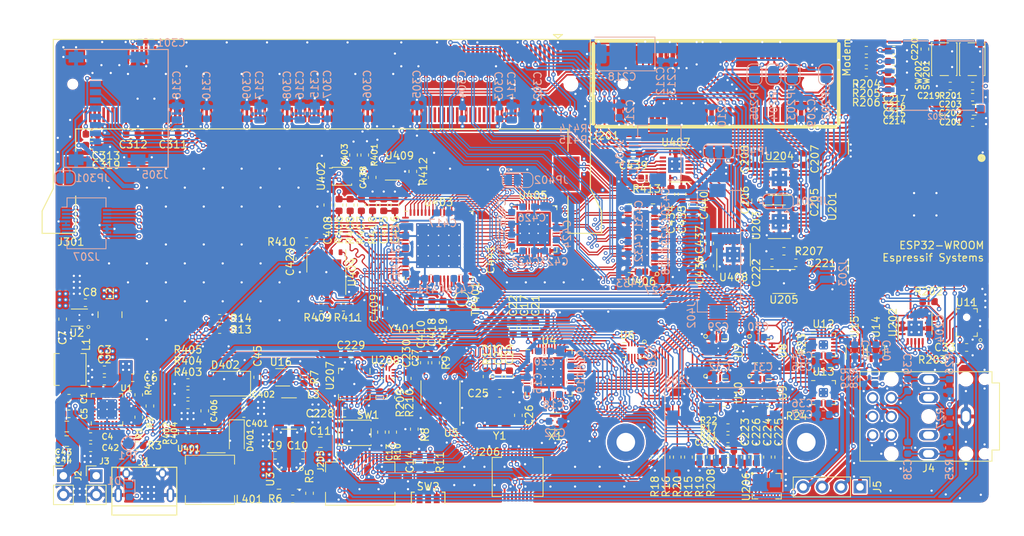
<source format=kicad_pcb>
(kicad_pcb (version 20171130) (host pcbnew "(5.1.6-0-10_14)")
  (layers (0 F.Cu signal) (1 GND power) (2 PWR power) (31 B.Cu signal) (34 B.Paste user) (35 F.Paste user) (36 B.SilkS user) (37 F.SilkS user) (38 B.Mask user) (39 F.Mask user) (44 Edge.Cuts user))
  (net 0 "")
  (net 1 GND)
  (net 2 +3V3)
  (net 3 +1V8)
  (net 4 GPIO_13)
  (net 5 GPIO_18)
  (net 6 GPIO_23)
  (net 7 JTAG_TCK)
  (net 8 JTAG_TDO)
  (net 9 JTAG_TMS)
  (net 10 JTAG_TDI)
  (net 11 "Net-(L2-Pad1)")
  (net 12 WAKE)
  (net 13 "Net-(R2-Pad2)")
  (net 14 "Net-(C1-Pad1)")
  (net 15 "Net-(C1-Pad2)")
  (net 16 VBUS)
  (net 17 "Net-(C5-Pad1)")
  (net 18 "Net-(C6-Pad1)")
  (net 19 "Net-(D1-Pad1)")
  (net 20 PWM2.1)
  (net 21 PWM0.1)
  (net 22 "Net-(L3-Pad1)")
  (net 23 "Net-(L3-Pad2)")
  (net 24 "Net-(R1-Pad1)")
  (net 25 "Net-(R3-Pad1)")
  (net 26 PWM1.1)
  (net 27 SPI1.SS0)
  (net 28 SPI1.MOSI)
  (net 29 SPI1.MISO)
  (net 30 SPI1.SCK)
  (net 31 SPI1.SS2)
  (net 32 SPI1.SS3)
  (net 33 "Net-(U7-Pad3)")
  (net 34 "Net-(U10-Pad11)")
  (net 35 "Net-(C38-Pad1)")
  (net 36 "Net-(C39-Pad1)")
  (net 37 /SPK_GAIN)
  (net 38 GPIO_20)
  (net 39 GPIO_0)
  (net 40 GPIO_22)
  (net 41 /SPK_EN)
  (net 42 /SPK_CLK)
  (net 43 "Net-(U10-Pad14)")
  (net 44 +VSYS)
  (net 45 /periph/Quectel.UART.RXD)
  (net 46 /periph/Quectel.UART.TXD)
  (net 47 /periph/Quectel.UART.RI)
  (net 48 /periph/SIMCom.UART.TXD)
  (net 49 /periph/Quectel.UART.DTR)
  (net 50 /periph/SIMCom.UART.RI)
  (net 51 /periph/SIMCom.UART.DTR)
  (net 52 /periph/ESP32.U2.RXD)
  (net 53 /periph/ESP32.U2.TXD)
  (net 54 /periph/Modem.PCM.CLK)
  (net 55 /periph/Modem.PCM.DO)
  (net 56 /periph/Modem.PCM.DI)
  (net 57 /periph/Modem.PCM.SYNC)
  (net 58 /periph/ESP32.U2.DTR)
  (net 59 /periph/ESP32.U2.RI)
  (net 60 /periph/ESP32.PCM.SYNC)
  (net 61 /periph/ESP32.PCM.DO)
  (net 62 /periph/ESP32.PCM.CLK)
  (net 63 /periph/ESP32.PCM.DI)
  (net 64 /periph/ESP32.VSPI.SS0)
  (net 65 /periph/ESP32.VSPI.MOSI)
  (net 66 /periph/ESP32.VSPI.MISO)
  (net 67 "Net-(C301-Pad1)")
  (net 68 ESP32.HSPI.MOSI)
  (net 69 ESP32.HSPI.SCK)
  (net 70 ESP32.HSPI.MISO)
  (net 71 ESP32.HSPI.SS0)
  (net 72 ESP32.IO36)
  (net 73 ESP32.IO27)
  (net 74 DISP_LED_A)
  (net 75 DISP_LED_K)
  (net 76 /PLL_AVSS)
  (net 77 /PLL_AVDD)
  (net 78 /XTAL_XI)
  (net 79 /XTAL_XO)
  (net 80 /QSPI_CS)
  (net 81 /QSPI_DQ_3)
  (net 82 /QSPI_DQ_2)
  (net 83 /QSPI_DQ_1)
  (net 84 /QSPI_DQ_0)
  (net 85 /PSD_LFALTCLK)
  (net 86 /QSPI_CLK)
  (net 87 "Net-(J1-Pad4)")
  (net 88 "Net-(J202-Pad6)")
  (net 89 "Net-(J301-Pad21)")
  (net 90 "Net-(J301-Pad23)")
  (net 91 "Net-(J301-Pad25)")
  (net 92 "Net-(J301-Pad27)")
  (net 93 "Net-(J301-Pad29)")
  (net 94 "Net-(J301-Pad31)")
  (net 95 "Net-(J301-Pad63)")
  (net 96 "Net-(J301-Pad65)")
  (net 97 "Net-(J301-Pad69)")
  (net 98 "Net-(J301-Pad73)")
  (net 99 "Net-(J301-Pad77)")
  (net 100 "Net-(J301-Pad79)")
  (net 101 "Net-(J301-Pad81)")
  (net 102 "Net-(J301-Pad83)")
  (net 103 "Net-(J301-Pad85)")
  (net 104 "Net-(J301-Pad89)")
  (net 105 "Net-(J301-Pad91)")
  (net 106 "Net-(J301-Pad93)")
  (net 107 "Net-(J301-Pad95)")
  (net 108 "Net-(J301-Pad97)")
  (net 109 "Net-(J301-Pad99)")
  (net 110 "Net-(J301-Pad101)")
  (net 111 "Net-(J301-Pad103)")
  (net 112 "Net-(J301-Pad107)")
  (net 113 "Net-(J301-Pad109)")
  (net 114 "Net-(J301-Pad111)")
  (net 115 "Net-(J301-Pad113)")
  (net 116 "Net-(J301-Pad115)")
  (net 117 "Net-(J301-Pad117)")
  (net 118 "Net-(J301-Pad119)")
  (net 119 "Net-(J301-Pad121)")
  (net 120 "Net-(J301-Pad125)")
  (net 121 "Net-(J301-Pad127)")
  (net 122 "Net-(J301-Pad131)")
  (net 123 "Net-(J301-Pad133)")
  (net 124 "Net-(J301-Pad137)")
  (net 125 "Net-(J301-Pad139)")
  (net 126 "Net-(J301-Pad143)")
  (net 127 "Net-(J301-Pad145)")
  (net 128 "Net-(J301-Pad147)")
  (net 129 "Net-(J301-Pad157)")
  (net 130 "Net-(J301-Pad161)")
  (net 131 "Net-(J301-Pad163)")
  (net 132 "Net-(J301-Pad165)")
  (net 133 "Net-(J301-Pad167)")
  (net 134 "Net-(J301-Pad169)")
  (net 135 "Net-(J301-Pad171)")
  (net 136 "Net-(J301-Pad173)")
  (net 137 "Net-(J301-Pad175)")
  (net 138 "Net-(J301-Pad179)")
  (net 139 "Net-(J301-Pad181)")
  (net 140 "Net-(J301-Pad187)")
  (net 141 "Net-(J301-Pad189)")
  (net 142 "Net-(J301-Pad191)")
  (net 143 "Net-(J301-Pad193)")
  (net 144 "Net-(J301-Pad195)")
  (net 145 "Net-(J301-Pad197)")
  (net 146 "Net-(J301-Pad199)")
  (net 147 "Net-(J301-Pad201)")
  (net 148 "Net-(J301-Pad203)")
  (net 149 "Net-(J301-Pad2)")
  (net 150 "Net-(J301-Pad4)")
  (net 151 "Net-(J301-Pad6)")
  (net 152 "Net-(J301-Pad8)")
  (net 153 "Net-(J301-Pad12)")
  (net 154 "Net-(J301-Pad14)")
  (net 155 "Net-(J301-Pad16)")
  (net 156 "Net-(J301-Pad18)")
  (net 157 "Net-(J301-Pad20)")
  (net 158 "Net-(J301-Pad22)")
  (net 159 "Net-(J301-Pad24)")
  (net 160 "Net-(J301-Pad26)")
  (net 161 "Net-(J301-Pad30)")
  (net 162 "Net-(J301-Pad32)")
  (net 163 "Net-(J301-Pad34)")
  (net 164 "Net-(J301-Pad36)")
  (net 165 "Net-(J301-Pad38)")
  (net 166 "Net-(J301-Pad40)")
  (net 167 "Net-(J301-Pad42)")
  (net 168 "Net-(J301-Pad44)")
  (net 169 "Net-(J301-Pad48)")
  (net 170 "Net-(J301-Pad50)")
  (net 171 "Net-(J301-Pad52)")
  (net 172 "Net-(J301-Pad54)")
  (net 173 "Net-(J301-Pad56)")
  (net 174 "Net-(J301-Pad62)")
  (net 175 "Net-(J301-Pad66)")
  (net 176 "Net-(J301-Pad68)")
  (net 177 "Net-(J301-Pad70)")
  (net 178 "Net-(J301-Pad72)")
  (net 179 "Net-(J301-Pad74)")
  (net 180 "Net-(J301-Pad92)")
  (net 181 "Net-(J301-Pad94)")
  (net 182 "Net-(J301-Pad98)")
  (net 183 "Net-(J301-Pad100)")
  (net 184 "Net-(J301-Pad102)")
  (net 185 "Net-(J301-Pad104)")
  (net 186 "Net-(J301-Pad106)")
  (net 187 "Net-(J301-Pad108)")
  (net 188 "Net-(J301-Pad110)")
  (net 189 "Net-(J301-Pad112)")
  (net 190 "Net-(J301-Pad116)")
  (net 191 "Net-(J301-Pad118)")
  (net 192 "Net-(J301-Pad120)")
  (net 193 "Net-(J301-Pad122)")
  (net 194 "Net-(J301-Pad124)")
  (net 195 "Net-(J301-Pad126)")
  (net 196 "Net-(J301-Pad128)")
  (net 197 "Net-(J301-Pad130)")
  (net 198 "Net-(J301-Pad134)")
  (net 199 "Net-(J301-Pad136)")
  (net 200 "Net-(J301-Pad138)")
  (net 201 "Net-(J301-Pad140)")
  (net 202 "Net-(J301-Pad142)")
  (net 203 "Net-(J301-Pad144)")
  (net 204 "Net-(J301-Pad146)")
  (net 205 "Net-(J301-Pad148)")
  (net 206 "Net-(J301-Pad152)")
  (net 207 "Net-(J301-Pad156)")
  (net 208 "Net-(J301-Pad158)")
  (net 209 "Net-(J301-Pad160)")
  (net 210 "Net-(J301-Pad162)")
  (net 211 "Net-(J301-Pad164)")
  (net 212 "Net-(J301-Pad166)")
  (net 213 "Net-(J301-Pad170)")
  (net 214 "Net-(J301-Pad172)")
  (net 215 "Net-(J301-Pad174)")
  (net 216 "Net-(J301-Pad180)")
  (net 217 "Net-(J301-Pad182)")
  (net 218 "Net-(J301-Pad184)")
  (net 219 "Net-(J301-Pad188)")
  (net 220 "Net-(J301-Pad190)")
  (net 221 "Net-(J301-Pad192)")
  (net 222 "Net-(J301-Pad194)")
  (net 223 "Net-(J301-Pad196)")
  (net 224 "Net-(J301-Pad198)")
  (net 225 "Net-(J301-Pad202)")
  (net 226 "Net-(U1-Pad24)")
  (net 227 "Net-(U9-Pad1)")
  (net 228 "Net-(U9-Pad2)")
  (net 229 "Net-(U9-Pad3)")
  (net 230 "Net-(U9-Pad4)")
  (net 231 "Net-(U9-Pad5)")
  (net 232 "Net-(U9-Pad6)")
  (net 233 "Net-(U9-Pad7)")
  (net 234 "Net-(U9-Pad15)")
  (net 235 "Net-(U10-Pad15)")
  (net 236 "Net-(U10-Pad7)")
  (net 237 "Net-(U10-Pad6)")
  (net 238 "Net-(U10-Pad5)")
  (net 239 "Net-(U10-Pad4)")
  (net 240 "Net-(U10-Pad3)")
  (net 241 "Net-(U10-Pad2)")
  (net 242 "Net-(U10-Pad1)")
  (net 243 "Net-(U201-Pad32)")
  (net 244 "Net-(U201-Pad22)")
  (net 245 "Net-(U201-Pad21)")
  (net 246 "Net-(U201-Pad20)")
  (net 247 "Net-(U201-Pad19)")
  (net 248 "Net-(U201-Pad18)")
  (net 249 "Net-(U201-Pad17)")
  (net 250 "Net-(U203-Pad6)")
  (net 251 "Net-(U203-Pad9)")
  (net 252 "Net-(U204-Pad9)")
  (net 253 "Net-(U204-Pad6)")
  (net 254 "Net-(X1-Pad1)")
  (net 255 /periph/ESP32.VSPI.SCK)
  (net 256 "Net-(J301-Pad155)")
  (net 257 "Net-(J301-Pad154)")
  (net 258 "Net-(J301-Pad60)")
  (net 259 PWM1.2)
  (net 260 GPIO_12)
  (net 261 TMUX.I2C0.SCL)
  (net 262 TMUX.I2C0.SDA)
  (net 263 DISP_CS)
  (net 264 /MIC_CLK)
  (net 265 /MIC_WS)
  (net 266 /SPK_R+)
  (net 267 /SPK_L+)
  (net 268 /SPK_L-)
  (net 269 /SPK_R-)
  (net 270 "Net-(R5-Pad2)")
  (net 271 "Net-(U4-Pad17)")
  (net 272 "Net-(U4-Pad22)")
  (net 273 iMX8.USB1.D_P)
  (net 274 iMX8.USB1.D_N)
  (net 275 iMX8.PWM1)
  (net 276 BT81X.GPIO3)
  (net 277 BT81X.GPIO0)
  (net 278 BT81X.GPIO1)
  (net 279 BT81X.GPIO2)
  (net 280 BT81X.R0)
  (net 281 BT81X.CTP.RST)
  (net 282 BT81X.CTP.INT)
  (net 283 BT81X.CTP.SCL)
  (net 284 BT81X.CTP.SDA)
  (net 285 BT81X.BL_PWM)
  (net 286 BT81X.DE)
  (net 287 BT81X.VSYNC)
  (net 288 BT81X.HSYNC)
  (net 289 BT81X.DISP)
  (net 290 BT81X.PCLK)
  (net 291 BT81X.B7)
  (net 292 BT81X.B6)
  (net 293 BT81X.B5)
  (net 294 BT81X.B4)
  (net 295 BT81X.B3)
  (net 296 BT81X.B2)
  (net 297 BT81X.B1)
  (net 298 BT81X.B0)
  (net 299 BT81X.G7)
  (net 300 BT81X.G6)
  (net 301 BT81X.G5)
  (net 302 BT81X.G4)
  (net 303 BT81X.G3)
  (net 304 BT81X.G2)
  (net 305 BT81X.G1)
  (net 306 BT81X.G0)
  (net 307 BT81X.R7)
  (net 308 BT81X.R6)
  (net 309 BT81X.R5)
  (net 310 BT81X.R4)
  (net 311 BT81X.R3)
  (net 312 BT81X.R2)
  (net 313 BT81X.R1)
  (net 314 "Net-(JP201-Pad2)")
  (net 315 "Net-(J301-Pad58)")
  (net 316 "Net-(C38-Pad2)")
  (net 317 "Net-(C39-Pad2)")
  (net 318 "Net-(C214-Pad1)")
  (net 319 "Net-(C215-Pad1)")
  (net 320 "Net-(C216-Pad1)")
  (net 321 "Net-(C217-Pad1)")
  (net 322 "Net-(C408-Pad1)")
  (net 323 "Net-(D401-Pad2)")
  (net 324 "Net-(J201-Pad48)")
  (net 325 "Net-(J201-Pad42)")
  (net 326 "Net-(J201-Pad33)")
  (net 327 "Net-(J201-Pad32)")
  (net 328 "Net-(J201-Pad30)")
  (net 329 "Net-(J201-Pad28)")
  (net 330 "Net-(J201-Pad25)")
  (net 331 "Net-(J201-Pad23)")
  (net 332 "Net-(J201-Pad20)")
  (net 333 "Net-(J201-Pad16)")
  (net 334 "Net-(J201-Pad14)")
  (net 335 "Net-(J201-Pad12)")
  (net 336 "Net-(J201-Pad10)")
  (net 337 "Net-(J201-Pad7)")
  (net 338 "Net-(J201-Pad6)")
  (net 339 "Net-(J201-Pad5)")
  (net 340 "Net-(J201-Pad3)")
  (net 341 "Net-(J201-Pad1)")
  (net 342 "Net-(J203-Pad2)")
  (net 343 "Net-(J203-Pad1)")
  (net 344 "Net-(J401-Pad2)")
  (net 345 "Net-(R23-Pad1)")
  (net 346 "Net-(R24-Pad1)")
  (net 347 "Net-(R28-Pad2)")
  (net 348 "Net-(R29-Pad1)")
  (net 349 "Net-(U14-Pad1)")
  (net 350 /HP_SWITCH)
  (net 351 /disp/CTP_SCL)
  (net 352 /disp/CTP_SDA)
  (net 353 /disp/CTP_INT)
  (net 354 /disp/CTP_RST)
  (net 355 "Net-(R401-Pad2)")
  (net 356 "Net-(R402-Pad2)")
  (net 357 "Net-(U405-Pad22)")
  (net 358 "Net-(U405-Pad23)")
  (net 359 "Net-(U405-Pad26)")
  (net 360 "Net-(U406-Pad17)")
  (net 361 "Net-(U406-Pad19)")
  (net 362 "Net-(U406-Pad41)")
  (net 363 "Net-(U406-Pad42)")
  (net 364 "Net-(U408-Pad6)")
  (net 365 "Net-(U408-Pad9)")
  (net 366 /HP_DET)
  (net 367 /SPK_L_HP+)
  (net 368 /SPK_R_HP_+)
  (net 369 /MIC_SD)
  (net 370 /SPK_SD)
  (net 371 "Net-(U8-Pad2)")
  (net 372 /SPK_GAIN_SEL)
  (net 373 /disp/DISP_LVDS_A0N)
  (net 374 /disp/DISP_LVDS_A0P)
  (net 375 /disp/DISP_LVDS_A1N)
  (net 376 /disp/DISP_LVDS_A1P)
  (net 377 /disp/DISP_LVDS_A2N)
  (net 378 /disp/DISP_LVDS_A2P)
  (net 379 /disp/DISP_LVDS_A3N)
  (net 380 /disp/DISP_LVDS_A3P)
  (net 381 /disp/BT81X_QSPI_CS)
  (net 382 /disp/BT81X_QSPI_DQ_3)
  (net 383 /disp/BT81X_QSPI_DQ_2)
  (net 384 /disp/BT81X_QSPI_CLK)
  (net 385 /disp/BT81X_QSPI_DQ_0)
  (net 386 /disp/BT81X_QSPI_DQ_1)
  (net 387 "Net-(U407-Pad6)")
  (net 388 "Net-(U407-Pad9)")
  (net 389 /disp/BT81X_X1)
  (net 390 /disp/BT81X_X2)
  (net 391 /disp/BT81X_1V2)
  (net 392 +VCTP)
  (net 393 /disp/iMX8_CTP_EN)
  (net 394 TMUX.GPIO0)
  (net 395 TMUX.GPIO1)
  (net 396 "Net-(JP402-Pad2)")
  (net 397 "Net-(TP401-Pad1)")
  (net 398 /RESET)
  (net 399 JTAG_TRST_N)
  (net 400 /BQ_INT)
  (net 401 /BQ_QON)
  (net 402 "Net-(U201-Pad5)")
  (net 403 "Net-(U201-Pad10)")
  (net 404 "Net-(U201-Pad11)")
  (net 405 /BQ_PMID)
  (net 406 "Net-(U7-Pad10)")
  (net 407 /periph/PERST)
  (net 408 "Net-(C222-Pad1)")
  (net 409 "Net-(C225-Pad1)")
  (net 410 "Net-(C226-Pad1)")
  (net 411 /exp/ALT_BOOT)
  (net 412 /exp/SD2_CLK)
  (net 413 /exp/SD2_CMD)
  (net 414 /exp/SD2_DAT0)
  (net 415 /exp/SD2_DAT1)
  (net 416 /exp/SD2_DAT2)
  (net 417 /exp/SD2_DAT3)
  (net 418 "Net-(U206-Pad9)")
  (net 419 "Net-(U206-Pad10)")
  (net 420 "Net-(U206-Pad11)")
  (net 421 "Net-(U206-Pad12)")
  (net 422 "Net-(U206-Pad13)")
  (net 423 "Net-(J204-Pad1)")
  (net 424 "Net-(J204-Pad8)")
  (net 425 "Net-(J205-Pad12)")
  (net 426 iMX8.GPIO5.IO29)
  (net 427 iMX8.GPIO5.IO28)
  (net 428 iMX8.I2C3.SCL)
  (net 429 iMX8.I2C3.SDA)
  (net 430 "Net-(J301-Pad75)")
  (net 431 "Net-(J301-Pad129)")
  (net 432 "Net-(J301-Pad135)")
  (net 433 "Net-(J301-Pad149)")
  (net 434 "Net-(J301-Pad151)")
  (net 435 "Net-(J301-Pad153)")
  (net 436 iMX8.GPIO3.IO7)
  (net 437 USB_D-)
  (net 438 USB_D+)
  (net 439 /periph/USB_CBUS3)
  (net 440 /periph/USB_RXD)
  (net 441 "Net-(U207-Pad5)")
  (net 442 /periph/USB_CBUS1)
  (net 443 /periph/USB_CBUS0)
  (net 444 /periph/USB_TXD)
  (net 445 "Net-(U207-Pad16)")
  (net 446 "Net-(U1-Pad2)")
  (net 447 ESP32.UART0.RXD)
  (net 448 ESP32.UART0.TXD)
  (net 449 UART0.TXD)
  (net 450 UART0.RXD)
  (net 451 iMX8.LVDS0.CLKP)
  (net 452 iMX8.LVDS0.CLKN)
  (net 453 iMX8.LVDS0.A0P)
  (net 454 iMX8.LVDS0.A0N)
  (net 455 iMX8.LVDS0.A1P)
  (net 456 iMX8.LVDS0.A1N)
  (net 457 iMX8.LVDS0.A2P)
  (net 458 iMX8.LVDS0.A2N)
  (net 459 iMX8.LVDS0.A3P)
  (net 460 iMX8.LVDS0.A3N)
  (net 461 /disp/DISP_LVDS_CLKN)
  (net 462 /disp/DISP_LVDS_CLKP)
  (net 463 /disp/DS90_LVDS_A3P)
  (net 464 /disp/DS90_LVDS_A3N)
  (net 465 /disp/DS90_LVDS_CLKP)
  (net 466 /disp/DS90_LVDS_CLKN)
  (net 467 /disp/DS90_LVDS_A2P)
  (net 468 /disp/DS90_LVDS_A2N)
  (net 469 /disp/DS90_LVDS_A1P)
  (net 470 /disp/DS90_LVDS_A1N)
  (net 471 /disp/DS90_LVDS_A0P)
  (net 472 /disp/DS90_LVDS_A0N)
  (net 473 /periph/ESP32.EN)
  (module Capacitor_SMD:C_0603_1608Metric (layer F.Cu) (at 124.95 125.25 90)
    (fp_text reference C404 (at 0 -2.6 90) (layer F.SilkS) (effects (font (size 0.8 0.8))))
    (fp_text value 10uF)
    (pad 1 smd roundrect (at -0.7875 0 90) (size 0.875 0.95) (layers F.Cu F.Paste F.Mask) (net 44 +VSYS))
    (pad 2 smd roundrect (at 0.7875 0 90) (size 0.875 0.95) (layers F.Cu F.Paste F.Mask) (net 1 GND))
  )
  (module footprints:SolderWirePad_1x02_SMD_1x2mm (layer B.Cu) (at 209.9 103.75 90)
    (fp_text reference J203 (at 0 2.1 270) (layer B.SilkS) (effects (justify mirror)))
    (fp_text value Motor)
    (pad 2 smd roundrect (at 0.85 0 90) (size 1 2) (layers B.Cu B.Paste B.Mask) (net 342 "Net-(J203-Pad2)"))
    (pad 1 smd roundrect (at -0.85 0 90) (size 1 2) (layers B.Cu B.Paste B.Mask) (net 343 "Net-(J203-Pad1)"))
  )
  (module Resistor_SMD:R_0603_1608Metric (layer F.Cu) (at 227.4 115.4 180)
    (fp_text reference R203 (at 3.4 0) (layer F.SilkS))
    (fp_text value 47K)
    (pad 2 smd roundrect (at 0.7875 0 180) (size 0.875 0.95) (layers F.Cu F.Paste F.Mask) (net 27 SPI1.SS0))
    (pad 1 smd roundrect (at -0.7875 0 180) (size 0.875 0.95) (layers F.Cu F.Paste F.Mask) (net 2 +3V3))
  )
  (module footprints:Socket_mPCIe (layer F.Cu) (at 207.5 78.4 180)
    (fp_text reference J201 (at 27.3 -6.95 180) (layer F.SilkS))
    (fp_text value Modem (at -5 3.55 90) (layer F.SilkS))
    (pad "" thru_hole circle (at 24.6 -48.05 180) (size 5 5) (drill 2.5) (layers *.Cu *.Mask))
    (pad "" thru_hole circle (at 0.4 -48.05 180) (size 5 5) (drill 2.5) (layers *.Cu *.Mask))
    (pad 52 smd rect (at 24.3 -4.1 180) (size 0.6 2) (layers F.Cu F.Paste F.Mask) (net 2 +3V3))
    (pad 51 smd rect (at 23.9 4.1 180) (size 0.6 2) (layers F.Cu F.Paste F.Mask) (net 57 /periph/Modem.PCM.SYNC))
    (pad 50 smd rect (at 23.5 -4.1 180) (size 0.6 2) (layers F.Cu F.Paste F.Mask) (net 1 GND))
    (pad 49 smd rect (at 23.1 4.1 180) (size 0.6 2) (layers F.Cu F.Paste F.Mask) (net 56 /periph/Modem.PCM.DI))
    (pad 48 smd rect (at 22.7 -4.1 180) (size 0.6 2) (layers F.Cu F.Paste F.Mask) (net 324 "Net-(J201-Pad48)"))
    (pad 47 smd rect (at 22.3 4.1 180) (size 0.6 2) (layers F.Cu F.Paste F.Mask) (net 55 /periph/Modem.PCM.DO))
    (pad 46 smd rect (at 21.9 -4.1 180) (size 0.6 2) (layers F.Cu F.Paste F.Mask) (net 51 /periph/SIMCom.UART.DTR))
    (pad 45 smd rect (at 21.5 4.1 180) (size 0.6 2) (layers F.Cu F.Paste F.Mask) (net 54 /periph/Modem.PCM.CLK))
    (pad 44 smd rect (at 21.1 -4.1 180) (size 0.6 2) (layers F.Cu F.Paste F.Mask) (net 50 /periph/SIMCom.UART.RI))
    (pad 43 smd rect (at 20.7 4.1 180) (size 0.6 2) (layers F.Cu F.Paste F.Mask) (net 1 GND))
    (pad 42 smd rect (at 20.3 -4.1 180) (size 0.6 2) (layers F.Cu F.Paste F.Mask) (net 325 "Net-(J201-Pad42)"))
    (pad 41 smd rect (at 19.9 4.1 180) (size 0.6 2) (layers F.Cu F.Paste F.Mask) (net 2 +3V3))
    (pad 40 smd rect (at 19.5 -4.1 180) (size 0.6 2) (layers F.Cu F.Paste F.Mask) (net 1 GND))
    (pad 39 smd rect (at 19.1 4.1 180) (size 0.6 2) (layers F.Cu F.Paste F.Mask) (net 2 +3V3))
    (pad 38 smd rect (at 18.7 -4.1 180) (size 0.6 2) (layers F.Cu F.Paste F.Mask) (net 273 iMX8.USB1.D_P))
    (pad 37 smd rect (at 18.3 4.1 180) (size 0.6 2) (layers F.Cu F.Paste F.Mask) (net 1 GND))
    (pad 36 smd rect (at 17.9 -4.1 180) (size 0.6 2) (layers F.Cu F.Paste F.Mask) (net 274 iMX8.USB1.D_N))
    (pad 35 smd rect (at 17.5 4.1 180) (size 0.6 2) (layers F.Cu F.Paste F.Mask) (net 1 GND))
    (pad 34 smd rect (at 17.1 -4.1 180) (size 0.6 2) (layers F.Cu F.Paste F.Mask) (net 1 GND))
    (pad 33 smd rect (at 16.7 4.1 180) (size 0.6 2) (layers F.Cu F.Paste F.Mask) (net 326 "Net-(J201-Pad33)"))
    (pad 32 smd rect (at 16.3 -4.1 180) (size 0.6 2) (layers F.Cu F.Paste F.Mask) (net 327 "Net-(J201-Pad32)"))
    (pad 31 smd rect (at 15.9 4.1 180) (size 0.6 2) (layers F.Cu F.Paste F.Mask) (net 49 /periph/Quectel.UART.DTR))
    (pad 30 smd rect (at 15.5 -4.1 180) (size 0.6 2) (layers F.Cu F.Paste F.Mask) (net 328 "Net-(J201-Pad30)"))
    (pad 29 smd rect (at 15.1 4.1 180) (size 0.6 2) (layers F.Cu F.Paste F.Mask) (net 1 GND))
    (pad 28 smd rect (at 14.7 -4.1 180) (size 0.6 2) (layers F.Cu F.Paste F.Mask) (net 329 "Net-(J201-Pad28)"))
    (pad 27 smd rect (at 14.3 4.1 180) (size 0.6 2) (layers F.Cu F.Paste F.Mask) (net 1 GND))
    (pad 26 smd rect (at 13.9 -4.1 180) (size 0.6 2) (layers F.Cu F.Paste F.Mask) (net 1 GND))
    (pad 25 smd rect (at 13.5 4.1 180) (size 0.6 2) (layers F.Cu F.Paste F.Mask) (net 330 "Net-(J201-Pad25)"))
    (pad 24 smd rect (at 13.1 -4.1 180) (size 0.6 2) (layers F.Cu F.Paste F.Mask) (net 2 +3V3))
    (pad 23 smd rect (at 12.7 4.1 180) (size 0.6 2) (layers F.Cu F.Paste F.Mask) (net 331 "Net-(J201-Pad23)"))
    (pad 22 smd rect (at 12.3 -4.1 180) (size 0.6 2) (layers F.Cu F.Paste F.Mask) (net 407 /periph/PERST))
    (pad 21 smd rect (at 11.9 4.1 180) (size 0.6 2) (layers F.Cu F.Paste F.Mask) (net 1 GND))
    (pad 20 smd rect (at 11.5 -4.1 180) (size 0.6 2) (layers F.Cu F.Paste F.Mask) (net 332 "Net-(J201-Pad20)"))
    (pad 19 smd rect (at 11.1 4.1 180) (size 0.6 2) (layers F.Cu F.Paste F.Mask) (net 48 /periph/SIMCom.UART.TXD))
    (pad 18 smd rect (at 10.7 -4.1 180) (size 0.6 2) (layers F.Cu F.Paste F.Mask) (net 1 GND))
    (pad 17 smd rect (at 10.3 4.1 180) (size 0.6 2) (layers F.Cu F.Paste F.Mask) (net 47 /periph/Quectel.UART.RI))
    (pad 16 smd rect (at 6.7 -4.1 180) (size 0.6 2) (layers F.Cu F.Paste F.Mask) (net 333 "Net-(J201-Pad16)"))
    (pad 15 smd rect (at 6.3 4.1 180) (size 0.6 2) (layers F.Cu F.Paste F.Mask) (net 1 GND))
    (pad 14 smd rect (at 5.9 -4.1 180) (size 0.6 2) (layers F.Cu F.Paste F.Mask) (net 334 "Net-(J201-Pad14)"))
    (pad 13 smd rect (at 5.5 4.1 180) (size 0.6 2) (layers F.Cu F.Paste F.Mask) (net 46 /periph/Quectel.UART.TXD))
    (pad 12 smd rect (at 5.1 -4.1 180) (size 0.6 2) (layers F.Cu F.Paste F.Mask) (net 335 "Net-(J201-Pad12)"))
    (pad 11 smd rect (at 4.7 4.1 180) (size 0.6 2) (layers F.Cu F.Paste F.Mask) (net 45 /periph/Quectel.UART.RXD))
    (pad 10 smd rect (at 4.3 -4.1 180) (size 0.6 2) (layers F.Cu F.Paste F.Mask) (net 336 "Net-(J201-Pad10)"))
    (pad 9 smd rect (at 3.9 4.1 180) (size 0.6 2) (layers F.Cu F.Paste F.Mask) (net 1 GND))
    (pad 8 smd rect (at 3.5 -4.1 180) (size 0.6 2) (layers F.Cu F.Paste F.Mask) (net 318 "Net-(C214-Pad1)"))
    (pad 7 smd rect (at 3.1 4.1 180) (size 0.6 2) (layers F.Cu F.Paste F.Mask) (net 337 "Net-(J201-Pad7)"))
    (pad 6 smd rect (at 2.7 -4.1 180) (size 0.6 2) (layers F.Cu F.Paste F.Mask) (net 338 "Net-(J201-Pad6)"))
    (pad 5 smd rect (at 2.3 4.1 180) (size 0.6 2) (layers F.Cu F.Paste F.Mask) (net 339 "Net-(J201-Pad5)"))
    (pad 4 smd rect (at 1.9 -4.1 180) (size 0.6 2) (layers F.Cu F.Paste F.Mask) (net 1 GND))
    (pad 3 smd rect (at 1.5 4.1 180) (size 0.6 2) (layers F.Cu F.Paste F.Mask) (net 340 "Net-(J201-Pad3)"))
    (pad 2 smd rect (at 1.1 -4.1 180) (size 0.6 2) (layers F.Cu F.Paste F.Mask) (net 2 +3V3))
    (pad 1 smd rect (at 0.7 4.1 180) (size 0.6 2) (layers F.Cu F.Paste F.Mask) (net 341 "Net-(J201-Pad1)"))
    (pad "" smd rect (at 27.15 3.5 180) (size 2.3 3.2) (layers F.Cu F.Paste F.Mask))
    (pad "" smd rect (at -2.15 3.5 180) (size 2.3 3.2) (layers F.Cu F.Paste F.Mask))
    (pad "" np_thru_hole circle (at 0 0 180) (size 1.6 1.6) (drill 1.6) (layers *.Cu *.Mask))
    (pad "" np_thru_hole circle (at 25 0 180) (size 1.05 1.05) (drill 1.05) (layers *.Cu *.Mask))
  )
  (module footprints:TPS62290 (layer F.Cu) (at 109.65 109.75 180)
    (fp_text reference U2 (at 0.35 -2.05) (layer F.SilkS))
    (fp_text value TPS62293)
    (pad 7 smd rect (at 0 0.55 180) (size 1 0.5) (layers F.Cu F.Paste F.Mask) (net 1 GND))
    (pad 7 smd rect (at 0 -0.55 180) (size 1 0.5) (layers F.Cu F.Paste F.Mask) (net 1 GND))
    (pad 7 smd rect (at 0 0 180) (size 1 0.6) (layers F.Cu F.Paste F.Mask) (net 1 GND))
    (pad 6 smd rect (at 0.975 -0.65 180) (size 0.45 0.3) (layers F.Cu F.Paste F.Mask) (net 1 GND))
    (pad 5 smd rect (at 0.975 0 180) (size 0.45 0.3) (layers F.Cu F.Paste F.Mask) (net 44 +VSYS))
    (pad 4 smd rect (at 0.975 0.65 180) (size 0.45 0.3) (layers F.Cu F.Paste F.Mask) (net 44 +VSYS))
    (pad 3 smd rect (at -0.975 0.65 180) (size 0.45 0.3) (layers F.Cu F.Paste F.Mask) (net 3 +1V8))
    (pad 2 smd rect (at -0.975 0 180) (size 0.45 0.3) (layers F.Cu F.Paste F.Mask) (net 1 GND))
    (pad 1 smd rect (at -0.975 -0.65 180) (size 0.45 0.3) (layers F.Cu F.Paste F.Mask) (net 11 "Net-(L2-Pad1)"))
  )
  (module footprints:Texas_R-PWQFN-N42 (layer F.Cu) (at 185 99.1 180)
    (fp_text reference U406 (at 0 -5.8) (layer F.SilkS))
    (fp_text value TS3DV520ERUA)
    (pad 43 thru_hole circle (at 0.75 2.3 180) (size 0.5 0.5) (drill 0.2) (layers *.Cu) (net 1 GND))
    (pad 43 thru_hole circle (at -0.75 2.3 180) (size 0.5 0.5) (drill 0.2) (layers *.Cu) (net 1 GND))
    (pad 43 thru_hole circle (at -0.75 1.15 180) (size 0.5 0.5) (drill 0.2) (layers *.Cu) (net 1 GND))
    (pad 43 thru_hole circle (at 0 1.15 180) (size 0.5 0.5) (drill 0.2) (layers *.Cu) (net 1 GND))
    (pad 43 thru_hole circle (at 0 0 180) (size 0.5 0.5) (drill 0.2) (layers *.Cu) (net 1 GND))
    (pad 43 thru_hole circle (at 0 -3.5 180) (size 0.5 0.5) (drill 0.2) (layers *.Cu) (net 1 GND))
    (pad 43 thru_hole circle (at 0 2.3 180) (size 0.5 0.5) (drill 0.2) (layers *.Cu) (net 1 GND))
    (pad 43 thru_hole circle (at 0.75 -1.15 180) (size 0.5 0.5) (drill 0.2) (layers *.Cu) (net 1 GND))
    (pad 43 thru_hole circle (at -0.75 -1.15 180) (size 0.5 0.5) (drill 0.2) (layers *.Cu) (net 1 GND))
    (pad 43 thru_hole circle (at 0 -1.15 180) (size 0.5 0.5) (drill 0.2) (layers *.Cu) (net 1 GND))
    (pad 43 thru_hole circle (at 0 -2.3 180) (size 0.5 0.5) (drill 0.2) (layers *.Cu) (net 1 GND))
    (pad 43 thru_hole circle (at 0.75 0 180) (size 0.5 0.5) (drill 0.2) (layers *.Cu) (net 1 GND))
    (pad 43 thru_hole circle (at 0 3.5 180) (size 0.5 0.5) (drill 0.2) (layers *.Cu) (net 1 GND))
    (pad 43 thru_hole circle (at 0.75 1.15 180) (size 0.5 0.5) (drill 0.2) (layers *.Cu) (net 1 GND))
    (pad 43 thru_hole circle (at 0.75 -2.3 180) (size 0.5 0.5) (drill 0.2) (layers *.Cu) (net 1 GND))
    (pad 43 thru_hole circle (at -0.75 -2.3 180) (size 0.5 0.5) (drill 0.2) (layers *.Cu) (net 1 GND))
    (pad 43 thru_hole circle (at -0.75 0 180) (size 0.5 0.5) (drill 0.2) (layers *.Cu) (net 1 GND))
    (pad 43 smd roundrect (at 0 0 180) (size 2.05 7.55) (layers B.Cu) (roundrect_rratio 0.122) (net 1 GND))
    (pad 43 smd roundrect (at 0 0 180) (size 2.05 7.55) (layers F.Cu F.Mask) (roundrect_rratio 0.122) (net 1 GND))
    (pad 42 smd roundrect (at -0.75 -4.475 180) (size 0.3 0.85) (layers F.Cu F.Paste F.Mask) (roundrect_rratio 0.208) (net 363 "Net-(U406-Pad42)"))
    (pad 41 smd roundrect (at -0.25 -4.475 180) (size 0.3 0.85) (layers F.Cu F.Paste F.Mask) (roundrect_rratio 0.208) (net 362 "Net-(U406-Pad41)"))
    (pad 40 smd roundrect (at 0.25 -4.475 180) (size 0.3 0.85) (layers F.Cu F.Paste F.Mask) (roundrect_rratio 0.208) (net 2 +3V3))
    (pad 39 smd roundrect (at 0.75 -4.475 180) (size 0.3 0.85) (layers F.Cu F.Paste F.Mask) (roundrect_rratio 0.208) (net 459 iMX8.LVDS0.A3P))
    (pad 38 smd roundrect (at 1.725 -4 180) (size 0.85 0.3) (layers F.Cu F.Paste F.Mask) (roundrect_rratio 0.208) (net 460 iMX8.LVDS0.A3N))
    (pad 37 smd roundrect (at 1.725 -3.5 180) (size 0.85 0.3) (layers F.Cu F.Paste F.Mask) (roundrect_rratio 0.208) (net 463 /disp/DS90_LVDS_A3P))
    (pad 36 smd roundrect (at 1.725 -3 180) (size 0.85 0.3) (layers F.Cu F.Paste F.Mask) (roundrect_rratio 0.208) (net 464 /disp/DS90_LVDS_A3N))
    (pad 35 smd roundrect (at 1.725 -2.5 180) (size 0.85 0.3) (layers F.Cu F.Paste F.Mask) (roundrect_rratio 0.208) (net 451 iMX8.LVDS0.CLKP))
    (pad 34 smd roundrect (at 1.725 -2 180) (size 0.85 0.3) (layers F.Cu F.Paste F.Mask) (roundrect_rratio 0.208) (net 452 iMX8.LVDS0.CLKN))
    (pad 33 smd roundrect (at 1.725 -1.5 180) (size 0.85 0.3) (layers F.Cu F.Paste F.Mask) (roundrect_rratio 0.208) (net 465 /disp/DS90_LVDS_CLKP))
    (pad 32 smd roundrect (at 1.725 -1 180) (size 0.85 0.3) (layers F.Cu F.Paste F.Mask) (roundrect_rratio 0.208) (net 466 /disp/DS90_LVDS_CLKN))
    (pad 31 smd roundrect (at 1.725 -0.5 180) (size 0.85 0.3) (layers F.Cu F.Paste F.Mask) (roundrect_rratio 0.208) (net 2 +3V3))
    (pad 30 smd roundrect (at 1.725 0 180) (size 0.85 0.3) (layers F.Cu F.Paste F.Mask) (roundrect_rratio 0.208) (net 457 iMX8.LVDS0.A2P))
    (pad 29 smd roundrect (at 1.725 0.5 180) (size 0.85 0.3) (layers F.Cu F.Paste F.Mask) (roundrect_rratio 0.208) (net 458 iMX8.LVDS0.A2N))
    (pad 28 smd roundrect (at 1.725 1 180) (size 0.85 0.3) (layers F.Cu F.Paste F.Mask) (roundrect_rratio 0.208) (net 467 /disp/DS90_LVDS_A2P))
    (pad 27 smd roundrect (at 1.725 1.5 180) (size 0.85 0.3) (layers F.Cu F.Paste F.Mask) (roundrect_rratio 0.208) (net 468 /disp/DS90_LVDS_A2N))
    (pad 26 smd roundrect (at 1.725 2 180) (size 0.85 0.3) (layers F.Cu F.Paste F.Mask) (roundrect_rratio 0.208) (net 455 iMX8.LVDS0.A1P))
    (pad 25 smd roundrect (at 1.725 2.5 180) (size 0.85 0.3) (layers F.Cu F.Paste F.Mask) (roundrect_rratio 0.208) (net 456 iMX8.LVDS0.A1N))
    (pad 24 smd roundrect (at 1.725 3 180) (size 0.85 0.3) (layers F.Cu F.Paste F.Mask) (roundrect_rratio 0.208) (net 469 /disp/DS90_LVDS_A1P))
    (pad 23 smd roundrect (at 1.725 3.5 180) (size 0.85 0.3) (layers F.Cu F.Paste F.Mask) (roundrect_rratio 0.208) (net 470 /disp/DS90_LVDS_A1N))
    (pad 22 smd roundrect (at 1.725 4 180) (size 0.85 0.3) (layers F.Cu F.Paste F.Mask) (roundrect_rratio 0.208) (net 2 +3V3))
    (pad 21 smd roundrect (at 0.75 4.475 180) (size 0.3 0.85) (layers F.Cu F.Paste F.Mask) (roundrect_rratio 0.208) (net 472 /disp/DS90_LVDS_A0N))
    (pad 20 smd roundrect (at 0.25 4.475 180) (size 0.3 0.85) (layers F.Cu F.Paste F.Mask) (roundrect_rratio 0.208) (net 471 /disp/DS90_LVDS_A0P))
    (pad 19 smd roundrect (at -0.25 4.475 180) (size 0.3 0.85) (layers F.Cu F.Paste F.Mask) (roundrect_rratio 0.208) (net 361 "Net-(U406-Pad19)"))
    (pad 18 smd roundrect (at -0.75 4.475 180) (size 0.3 0.85) (layers F.Cu F.Paste F.Mask) (roundrect_rratio 0.208) (net 454 iMX8.LVDS0.A0N))
    (pad 17 smd roundrect (at -1.725 4 180) (size 0.85 0.3) (layers F.Cu F.Paste F.Mask) (roundrect_rratio 0.208) (net 360 "Net-(U406-Pad17)"))
    (pad 16 smd roundrect (at -1.725 3.5 180) (size 0.85 0.3) (layers F.Cu F.Paste F.Mask) (roundrect_rratio 0.208) (net 453 iMX8.LVDS0.A0P))
    (pad 15 smd roundrect (at -1.725 3 180) (size 0.85 0.3) (layers F.Cu F.Paste F.Mask) (roundrect_rratio 0.208) (net 373 /disp/DISP_LVDS_A0N))
    (pad 14 smd roundrect (at -1.725 2.5 180) (size 0.85 0.3) (layers F.Cu F.Paste F.Mask) (roundrect_rratio 0.208) (net 374 /disp/DISP_LVDS_A0P))
    (pad 13 smd roundrect (at -1.725 2 180) (size 0.85 0.3) (layers F.Cu F.Paste F.Mask) (roundrect_rratio 0.208) (net 2 +3V3))
    (pad 12 smd roundrect (at -1.725 1.5 180) (size 0.85 0.3) (layers F.Cu F.Paste F.Mask) (roundrect_rratio 0.208) (net 289 BT81X.DISP))
    (pad 11 smd roundrect (at -1.725 1 180) (size 0.85 0.3) (layers F.Cu F.Paste F.Mask) (roundrect_rratio 0.208) (net 375 /disp/DISP_LVDS_A1N))
    (pad 10 smd roundrect (at -1.725 0.5 180) (size 0.85 0.3) (layers F.Cu F.Paste F.Mask) (roundrect_rratio 0.208) (net 376 /disp/DISP_LVDS_A1P))
    (pad 9 smd roundrect (at -1.725 0 180) (size 0.85 0.3) (layers F.Cu F.Paste F.Mask) (roundrect_rratio 0.208) (net 377 /disp/DISP_LVDS_A2N))
    (pad 8 smd roundrect (at -1.725 -0.5 180) (size 0.85 0.3) (layers F.Cu F.Paste F.Mask) (roundrect_rratio 0.208) (net 378 /disp/DISP_LVDS_A2P))
    (pad 7 smd roundrect (at -1.725 -1 180) (size 0.85 0.3) (layers F.Cu F.Paste F.Mask) (roundrect_rratio 0.208) (net 2 +3V3))
    (pad 6 smd roundrect (at -1.725 -1.5 180) (size 0.85 0.3) (layers F.Cu F.Paste F.Mask) (roundrect_rratio 0.208) (net 461 /disp/DISP_LVDS_CLKN))
    (pad 5 smd roundrect (at -1.725 -2 180) (size 0.85 0.3) (layers F.Cu F.Paste F.Mask) (roundrect_rratio 0.208) (net 462 /disp/DISP_LVDS_CLKP))
    (pad 4 smd roundrect (at -1.725 -2.5 180) (size 0.85 0.3) (layers F.Cu F.Paste F.Mask) (roundrect_rratio 0.208) (net 2 +3V3))
    (pad 3 smd roundrect (at -1.725 -3 180) (size 0.85 0.3) (layers F.Cu F.Paste F.Mask) (roundrect_rratio 0.208) (net 379 /disp/DISP_LVDS_A3N))
    (pad 2 smd roundrect (at -1.725 -3.5 180) (size 0.85 0.3) (layers F.Cu F.Paste F.Mask) (roundrect_rratio 0.208) (net 380 /disp/DISP_LVDS_A3P))
    (pad 1 smd roundrect (at -1.725 -4 180) (size 0.85 0.3) (layers F.Cu F.Paste F.Mask) (roundrect_rratio 0.208) (net 2 +3V3))
  )
  (module footprints:UQFN-16_1.8x2.6mm_P0.4mm (layer F.Cu) (at 183.9 114.1 270)
    (fp_text reference U6 (at -2 0.8 180) (layer F.SilkS))
    (fp_text value TMUX1574RSV)
    (pad 16 smd roundrect (at -0.6 -1.2 270) (size 0.2 0.6) (layers F.Cu F.Paste F.Mask) (net 394 TMUX.GPIO0))
    (pad 15 smd roundrect (at -0.2 -1.2 270) (size 0.2 0.6) (layers F.Cu F.Paste F.Mask) (net 41 /SPK_EN))
    (pad 14 smd roundrect (at 0.2 -1.2 270) (size 0.2 0.6) (layers F.Cu F.Paste F.Mask) (net 2 +3V3))
    (pad 13 smd roundrect (at 0.6 -1.2 270) (size 0.2 0.6) (layers F.Cu F.Paste F.Mask) (net 1 GND))
    (pad 8 smd roundrect (at 0.6 1.2 270) (size 0.2 0.6) (layers F.Cu F.Paste F.Mask) (net 369 /MIC_SD))
    (pad 7 smd roundrect (at 0.2 1.2 270) (size 0.2 0.6) (layers F.Cu F.Paste F.Mask) (net 260 GPIO_12))
    (pad 6 smd roundrect (at -0.2 1.2 270) (size 0.2 0.6) (layers F.Cu F.Paste F.Mask) (net 1 GND))
    (pad 5 smd roundrect (at -0.6 1.2 270) (size 0.2 0.6) (layers F.Cu F.Paste F.Mask) (net 4 GPIO_13))
    (pad 12 smd roundrect (at 0.8 -0.6 270) (size 0.6 0.2) (layers F.Cu F.Paste F.Mask) (net 395 TMUX.GPIO1))
    (pad 11 smd roundrect (at 0.8 -0.2 270) (size 0.6 0.2) (layers F.Cu F.Paste F.Mask) (net 264 /MIC_CLK))
    (pad 10 smd roundrect (at 0.8 0.2 270) (size 0.6 0.2) (layers F.Cu F.Paste F.Mask) (net 21 PWM0.1))
    (pad 9 smd roundrect (at 0.8 0.6 270) (size 0.6 0.2) (layers F.Cu F.Paste F.Mask) (net 262 TMUX.I2C0.SDA))
    (pad 4 smd roundrect (at -0.8 0.6 270) (size 0.6 0.2) (layers F.Cu F.Paste F.Mask) (net 370 /SPK_SD))
    (pad 3 smd roundrect (at -0.8 0.2 270) (size 0.6 0.2) (layers F.Cu F.Paste F.Mask) (net 261 TMUX.I2C0.SCL))
    (pad 2 smd roundrect (at -0.8 -0.2 270) (size 0.6 0.2) (layers F.Cu F.Paste F.Mask) (net 26 PWM1.1))
    (pad 1 smd roundrect (at -0.75 -0.6 270) (size 0.7 0.2) (layers F.Cu F.Paste F.Mask) (net 265 /MIC_WS))
  )
  (module footprints:74HC00BQ115 (layer F.Cu) (at 195.3 114.2 270)
    (fp_text reference U7 (at 0 -2.75 270) (layer F.SilkS))
    (fp_text value 74HC00)
    (pad 7 smd rect (at -0.35 0) (size 0.9 0.7) (layers F.Cu F.Paste F.Mask) (net 1 GND))
    (pad 1 smd rect (at -1.55 0.25) (size 0.24 0.9) (layers F.Cu F.Paste F.Mask) (net 264 /MIC_CLK))
    (pad 2 smd rect (at -1 1.3 270) (size 0.24 0.9) (layers F.Cu F.Paste F.Mask) (net 259 PWM1.2))
    (pad 3 smd rect (at -0.5 1.3 270) (size 0.24 0.9) (layers F.Cu F.Paste F.Mask) (net 33 "Net-(U7-Pad3)"))
    (pad 4 smd rect (at 0 1.3 270) (size 0.24 0.9) (layers F.Cu F.Paste F.Mask) (net 33 "Net-(U7-Pad3)"))
    (pad 5 smd rect (at 0.5 1.3 270) (size 0.24 0.9) (layers F.Cu F.Paste F.Mask) (net 5 GPIO_18))
    (pad 6 smd rect (at 1 1.3 270) (size 0.24 0.9) (layers F.Cu F.Paste F.Mask) (net 34 "Net-(U10-Pad11)"))
    (pad 7 smd rect (at 1.55 0.25) (size 0.24 0.9) (layers F.Cu F.Paste F.Mask) (net 1 GND))
    (pad 8 smd rect (at 1.55 -0.25) (size 0.24 0.9) (layers F.Cu F.Paste F.Mask) (net 41 /SPK_EN))
    (pad 9 smd rect (at 1 -1.3 270) (size 0.24 0.9) (layers F.Cu F.Paste F.Mask) (net 259 PWM1.2))
    (pad 10 smd rect (at 0.5 -1.3 270) (size 0.24 0.9) (layers F.Cu F.Paste F.Mask) (net 406 "Net-(U7-Pad10)"))
    (pad 11 smd rect (at 0 -1.3 270) (size 0.24 0.9) (layers F.Cu F.Paste F.Mask) (net 406 "Net-(U7-Pad10)"))
    (pad 12 smd rect (at -0.5 -1.3 270) (size 0.24 0.9) (layers F.Cu F.Paste F.Mask) (net 5 GPIO_18))
    (pad 13 smd rect (at -1 -1.3 270) (size 0.24 0.9) (layers F.Cu F.Paste F.Mask) (net 5 GPIO_18))
    (pad 14 smd rect (at -1.55 -0.25) (size 0.24 0.9) (layers F.Cu F.Paste F.Mask) (net 2 +3V3))
    (pad 7 smd rect (at 0.35 0) (size 0.9 0.7) (layers F.Cu F.Paste F.Mask) (net 1 GND))
  )
  (module footprints:74HC00BQ115 (layer F.Cu) (at 201.2 114.2 270)
    (fp_text reference U8 (at 0 -2.75 270) (layer F.SilkS))
    (fp_text value 74HC00)
    (pad 7 smd rect (at -0.35 0) (size 0.9 0.7) (layers F.Cu F.Paste F.Mask) (net 1 GND))
    (pad 1 smd rect (at -1.55 0.25) (size 0.24 0.9) (layers F.Cu F.Paste F.Mask) (net 20 PWM2.1))
    (pad 2 smd rect (at -1 1.3 270) (size 0.24 0.9) (layers F.Cu F.Paste F.Mask) (net 371 "Net-(U8-Pad2)"))
    (pad 3 smd rect (at -0.5 1.3 270) (size 0.24 0.9) (layers F.Cu F.Paste F.Mask) (net 263 DISP_CS))
    (pad 4 smd rect (at 0 1.3 270) (size 0.24 0.9) (layers F.Cu F.Paste F.Mask) (net 41 /SPK_EN))
    (pad 5 smd rect (at 0.5 1.3 270) (size 0.24 0.9) (layers F.Cu F.Paste F.Mask) (net 41 /SPK_EN))
    (pad 6 smd rect (at 1 1.3 270) (size 0.24 0.9) (layers F.Cu F.Paste F.Mask) (net 371 "Net-(U8-Pad2)"))
    (pad 7 smd rect (at 1.55 0.25) (size 0.24 0.9) (layers F.Cu F.Paste F.Mask) (net 1 GND))
    (pad 8 smd rect (at 1.55 -0.25) (size 0.24 0.9) (layers F.Cu F.Paste F.Mask) (net 372 /SPK_GAIN_SEL))
    (pad 9 smd rect (at 1 -1.3 270) (size 0.24 0.9) (layers F.Cu F.Paste F.Mask) (net 350 /HP_SWITCH))
    (pad 10 smd rect (at 0.5 -1.3 270) (size 0.24 0.9) (layers F.Cu F.Paste F.Mask) (net 279 BT81X.GPIO2))
    (pad 11 smd rect (at 0 -1.3 270) (size 0.24 0.9) (layers F.Cu F.Paste F.Mask) (net 42 /SPK_CLK))
    (pad 12 smd rect (at -0.5 -1.3 270) (size 0.24 0.9) (layers F.Cu F.Paste F.Mask) (net 264 /MIC_CLK))
    (pad 13 smd rect (at -1 -1.3 270) (size 0.24 0.9) (layers F.Cu F.Paste F.Mask) (net 264 /MIC_CLK))
    (pad 14 smd rect (at -1.55 -0.25) (size 0.24 0.9) (layers F.Cu F.Paste F.Mask) (net 2 +3V3))
    (pad 7 smd rect (at 0.35 0) (size 0.9 0.7) (layers F.Cu F.Paste F.Mask) (net 1 GND))
  )
  (module footprints:74HC595BQ115 (layer F.Cu) (at 201.2 119.8 270)
    (fp_text reference U9 (at 0 -2.75 270) (layer F.SilkS))
    (fp_text value 74HC595)
    (pad 8 smd rect (at -0.475 0) (size 0.9 0.95) (layers F.Cu F.Paste F.Mask) (net 1 GND))
    (pad 1 smd rect (at -1.8 0.25) (size 0.24 0.9) (layers F.Cu F.Paste F.Mask) (net 227 "Net-(U9-Pad1)"))
    (pad 2 smd rect (at -1.25 1.3 270) (size 0.24 0.9) (layers F.Cu F.Paste F.Mask) (net 228 "Net-(U9-Pad2)"))
    (pad 3 smd rect (at -0.75 1.3 270) (size 0.24 0.9) (layers F.Cu F.Paste F.Mask) (net 229 "Net-(U9-Pad3)"))
    (pad 4 smd rect (at -0.25 1.3 270) (size 0.24 0.9) (layers F.Cu F.Paste F.Mask) (net 230 "Net-(U9-Pad4)"))
    (pad 5 smd rect (at 0.25 1.3 270) (size 0.24 0.9) (layers F.Cu F.Paste F.Mask) (net 231 "Net-(U9-Pad5)"))
    (pad 6 smd rect (at 0.75 1.3 270) (size 0.24 0.9) (layers F.Cu F.Paste F.Mask) (net 232 "Net-(U9-Pad6)"))
    (pad 7 smd rect (at 1.25 1.3 270) (size 0.24 0.9) (layers F.Cu F.Paste F.Mask) (net 233 "Net-(U9-Pad7)"))
    (pad 8 smd rect (at 1.8 0.25) (size 0.24 0.9) (layers F.Cu F.Paste F.Mask) (net 1 GND))
    (pad 9 smd rect (at 1.8 -0.25) (size 0.24 0.9) (layers F.Cu F.Paste F.Mask) (net 43 "Net-(U10-Pad14)"))
    (pad 10 smd rect (at 1.25 -1.3 270) (size 0.24 0.9) (layers F.Cu F.Paste F.Mask) (net 2 +3V3))
    (pad 11 smd rect (at 0.75 -1.3 270) (size 0.24 0.9) (layers F.Cu F.Paste F.Mask) (net 34 "Net-(U10-Pad11)"))
    (pad 12 smd rect (at 0.25 -1.3 270) (size 0.24 0.9) (layers F.Cu F.Paste F.Mask) (net 1 GND))
    (pad 13 smd rect (at -0.25 -1.3 270) (size 0.24 0.9) (layers F.Cu F.Paste F.Mask) (net 2 +3V3))
    (pad 14 smd rect (at -0.75 -1.3 270) (size 0.24 0.9) (layers F.Cu F.Paste F.Mask) (net 369 /MIC_SD))
    (pad 15 smd rect (at -1.25 -1.3 270) (size 0.24 0.9) (layers F.Cu F.Paste F.Mask) (net 234 "Net-(U9-Pad15)"))
    (pad 16 smd rect (at -1.8 -0.25) (size 0.24 0.9) (layers F.Cu F.Paste F.Mask) (net 2 +3V3))
    (pad 8 smd rect (at 0.475 0) (size 0.9 0.95) (layers F.Cu F.Paste F.Mask) (net 1 GND))
  )
  (module footprints:74HC595BQ115 (layer F.Cu) (at 195.3 119.8 270)
    (fp_text reference U10 (at 0 -2.7 270) (layer F.SilkS))
    (fp_text value 74HC595)
    (pad 8 smd rect (at -0.475 0) (size 0.9 0.95) (layers F.Cu F.Paste F.Mask) (net 1 GND))
    (pad 1 smd rect (at -1.8 0.25) (size 0.24 0.9) (layers F.Cu F.Paste F.Mask) (net 242 "Net-(U10-Pad1)"))
    (pad 2 smd rect (at -1.25 1.3 270) (size 0.24 0.9) (layers F.Cu F.Paste F.Mask) (net 241 "Net-(U10-Pad2)"))
    (pad 3 smd rect (at -0.75 1.3 270) (size 0.24 0.9) (layers F.Cu F.Paste F.Mask) (net 240 "Net-(U10-Pad3)"))
    (pad 4 smd rect (at -0.25 1.3 270) (size 0.24 0.9) (layers F.Cu F.Paste F.Mask) (net 239 "Net-(U10-Pad4)"))
    (pad 5 smd rect (at 0.25 1.3 270) (size 0.24 0.9) (layers F.Cu F.Paste F.Mask) (net 238 "Net-(U10-Pad5)"))
    (pad 6 smd rect (at 0.75 1.3 270) (size 0.24 0.9) (layers F.Cu F.Paste F.Mask) (net 237 "Net-(U10-Pad6)"))
    (pad 7 smd rect (at 1.25 1.3 270) (size 0.24 0.9) (layers F.Cu F.Paste F.Mask) (net 236 "Net-(U10-Pad7)"))
    (pad 8 smd rect (at 1.8 0.25) (size 0.24 0.9) (layers F.Cu F.Paste F.Mask) (net 1 GND))
    (pad 9 smd rect (at 1.8 -0.25) (size 0.24 0.9) (layers F.Cu F.Paste F.Mask) (net 370 /SPK_SD))
    (pad 10 smd rect (at 1.25 -1.3 270) (size 0.24 0.9) (layers F.Cu F.Paste F.Mask) (net 2 +3V3))
    (pad 11 smd rect (at 0.75 -1.3 270) (size 0.24 0.9) (layers F.Cu F.Paste F.Mask) (net 34 "Net-(U10-Pad11)"))
    (pad 12 smd rect (at 0.25 -1.3 270) (size 0.24 0.9) (layers F.Cu F.Paste F.Mask) (net 1 GND))
    (pad 13 smd rect (at -0.25 -1.3 270) (size 0.24 0.9) (layers F.Cu F.Paste F.Mask) (net 2 +3V3))
    (pad 14 smd rect (at -0.75 -1.3 270) (size 0.24 0.9) (layers F.Cu F.Paste F.Mask) (net 43 "Net-(U10-Pad14)"))
    (pad 15 smd rect (at -1.25 -1.3 270) (size 0.24 0.9) (layers F.Cu F.Paste F.Mask) (net 235 "Net-(U10-Pad15)"))
    (pad 16 smd rect (at -1.8 -0.25) (size 0.24 0.9) (layers F.Cu F.Paste F.Mask) (net 2 +3V3))
    (pad 8 smd rect (at 0.475 0) (size 0.9 0.95) (layers F.Cu F.Paste F.Mask) (net 1 GND))
  )
  (module footprints:TPS630250 (layer F.Cu) (at 137.75 131.4)
    (fp_text reference U3 (at -2.5 0 90) (layer F.SilkS))
    (fp_text value TPS630250)
    (pad 14 smd rect (at 1.4 -0.75) (size 0.6 0.24) (layers F.Cu F.Paste F.Mask) (net 2 +3V3))
    (pad 13 smd rect (at 1.4 -0.25) (size 0.6 0.24) (layers F.Cu F.Paste F.Mask) (net 2 +3V3))
    (pad 12 smd rect (at 1.4 0.25) (size 0.6 0.24) (layers F.Cu F.Paste F.Mask) (net 2 +3V3))
    (pad 11 smd rect (at 1.4 0.75) (size 0.6 0.24) (layers F.Cu F.Paste F.Mask) (net 270 "Net-(R5-Pad2)"))
    (pad 7 smd rect (at -1.4 0.75) (size 0.6 0.24) (layers F.Cu F.Paste F.Mask) (net 44 +VSYS))
    (pad 6 smd rect (at -1.4 0.25) (size 0.6 0.24) (layers F.Cu F.Paste F.Mask) (net 44 +VSYS))
    (pad 5 smd rect (at -1.4 -0.25) (size 0.6 0.24) (layers F.Cu F.Paste F.Mask) (net 44 +VSYS))
    (pad 4 smd rect (at -1.4 -0.75) (size 0.6 0.24) (layers F.Cu F.Paste F.Mask) (net 44 +VSYS))
    (pad 10 smd rect (at 0.5 1.15) (size 0.24 0.6) (layers F.Cu F.Paste F.Mask) (net 1 GND))
    (pad 9 smd rect (at 0 1.15) (size 0.24 0.6) (layers F.Cu F.Paste F.Mask) (net 1 GND))
    (pad 8 smd rect (at -0.5 1.15) (size 0.24 0.6) (layers F.Cu F.Paste F.Mask) (net 44 +VSYS))
    (pad 3 smd rect (at -0.49 -0.555) (size 0.22 1.79) (layers F.Cu F.Paste F.Mask) (net 22 "Net-(L3-Pad1)"))
    (pad 2 smd rect (at 0 -0.555) (size 0.24 1.79) (layers F.Cu F.Paste F.Mask) (net 1 GND))
    (pad 1 smd rect (at 0.49 -0.555) (size 0.22 1.79) (layers F.Cu F.Paste F.Mask) (net 23 "Net-(L3-Pad2)"))
  )
  (module Package_DFN_QFN:QFN-48-1EP_6x6mm_P0.4mm_EP4.6x4.6mm_ThermalVias (layer F.Cu) (at 170.55 97.85)
    (fp_text reference U405 (at -0.1 -4.5) (layer F.SilkS))
    (fp_text value DS90C185)
    (pad 1 smd roundrect (at -2.95 -2.2) (size 0.8 0.2) (layers F.Cu F.Paste F.Mask) (net 303 BT81X.G3))
    (pad 2 smd roundrect (at -2.95 -1.8) (size 0.8 0.2) (layers F.Cu F.Paste F.Mask) (net 302 BT81X.G4))
    (pad 3 smd roundrect (at -2.95 -1.4) (size 0.8 0.2) (layers F.Cu F.Paste F.Mask) (net 301 BT81X.G5))
    (pad 4 smd roundrect (at -2.95 -1) (size 0.8 0.2) (layers F.Cu F.Paste F.Mask) (net 298 BT81X.B0))
    (pad 5 smd roundrect (at -2.95 -0.6) (size 0.8 0.2) (layers F.Cu F.Paste F.Mask) (net 297 BT81X.B1))
    (pad 6 smd roundrect (at -2.95 -0.2) (size 0.8 0.2) (layers F.Cu F.Paste F.Mask) (net 290 BT81X.PCLK))
    (pad 7 smd roundrect (at -2.95 0.2) (size 0.8 0.2) (layers F.Cu F.Paste F.Mask) (net 296 BT81X.B2))
    (pad 8 smd roundrect (at -2.95 0.6) (size 0.8 0.2) (layers F.Cu F.Paste F.Mask) (net 295 BT81X.B3))
    (pad 9 smd roundrect (at -2.95 1) (size 0.8 0.2) (layers F.Cu F.Paste F.Mask) (net 294 BT81X.B4))
    (pad 10 smd roundrect (at -2.95 1.4) (size 0.8 0.2) (layers F.Cu F.Paste F.Mask) (net 293 BT81X.B5))
    (pad 11 smd roundrect (at -2.95 1.8) (size 0.8 0.2) (layers F.Cu F.Paste F.Mask) (net 288 BT81X.HSYNC))
    (pad 12 smd roundrect (at -2.95 2.2) (size 0.8 0.2) (layers F.Cu F.Paste F.Mask) (net 287 BT81X.VSYNC))
    (pad 13 smd roundrect (at -2.2 2.95) (size 0.2 0.8) (layers F.Cu F.Paste F.Mask) (net 3 +1V8))
    (pad 14 smd roundrect (at -1.8 2.95) (size 0.2 0.8) (layers F.Cu F.Paste F.Mask) (net 286 BT81X.DE))
    (pad 15 smd roundrect (at -1.4 2.95) (size 0.2 0.8) (layers F.Cu F.Paste F.Mask) (net 1 GND))
    (pad 16 smd roundrect (at -1 2.95) (size 0.2 0.8) (layers F.Cu F.Paste F.Mask) (net 308 BT81X.R6))
    (pad 17 smd roundrect (at -0.6 2.95) (size 0.2 0.8) (layers F.Cu F.Paste F.Mask) (net 307 BT81X.R7))
    (pad 18 smd roundrect (at -0.2 2.95) (size 0.2 0.8) (layers F.Cu F.Paste F.Mask) (net 300 BT81X.G6))
    (pad 19 smd roundrect (at 0.2 2.95) (size 0.2 0.8) (layers F.Cu F.Paste F.Mask) (net 299 BT81X.G7))
    (pad 20 smd roundrect (at 0.6 2.95) (size 0.2 0.8) (layers F.Cu F.Paste F.Mask) (net 292 BT81X.B6))
    (pad 21 smd roundrect (at 1 2.95) (size 0.2 0.8) (layers F.Cu F.Paste F.Mask) (net 291 BT81X.B7))
    (pad 22 smd roundrect (at 1.4 2.95) (size 0.2 0.8) (layers F.Cu F.Paste F.Mask) (net 357 "Net-(U405-Pad22)"))
    (pad 23 smd roundrect (at 1.8 2.95) (size 0.2 0.8) (layers F.Cu F.Paste F.Mask) (net 358 "Net-(U405-Pad23)"))
    (pad 24 smd roundrect (at 2.2 2.95) (size 0.2 0.8) (layers F.Cu F.Paste F.Mask) (net 1 GND))
    (pad 25 smd roundrect (at 2.95 2.2) (size 0.8 0.2) (layers F.Cu F.Paste F.Mask) (net 3 +1V8))
    (pad 26 smd roundrect (at 2.95 1.8) (size 0.8 0.2) (layers F.Cu F.Paste F.Mask) (net 359 "Net-(U405-Pad26)"))
    (pad 27 smd roundrect (at 2.95 1.4) (size 0.8 0.2) (layers F.Cu F.Paste F.Mask) (net 463 /disp/DS90_LVDS_A3P))
    (pad 28 smd roundrect (at 2.95 1) (size 0.8 0.2) (layers F.Cu F.Paste F.Mask) (net 464 /disp/DS90_LVDS_A3N))
    (pad 29 smd roundrect (at 2.95 0.6) (size 0.8 0.2) (layers F.Cu F.Paste F.Mask) (net 465 /disp/DS90_LVDS_CLKP))
    (pad 30 smd roundrect (at 2.95 0.2) (size 0.8 0.2) (layers F.Cu F.Paste F.Mask) (net 466 /disp/DS90_LVDS_CLKN))
    (pad 31 smd roundrect (at 2.95 -0.2) (size 0.8 0.2) (layers F.Cu F.Paste F.Mask) (net 467 /disp/DS90_LVDS_A2P))
    (pad 32 smd roundrect (at 2.95 -0.6) (size 0.8 0.2) (layers F.Cu F.Paste F.Mask) (net 468 /disp/DS90_LVDS_A2N))
    (pad 33 smd roundrect (at 2.95 -1) (size 0.8 0.2) (layers F.Cu F.Paste F.Mask) (net 469 /disp/DS90_LVDS_A1P))
    (pad 34 smd roundrect (at 2.95 -1.4) (size 0.8 0.2) (layers F.Cu F.Paste F.Mask) (net 470 /disp/DS90_LVDS_A1N))
    (pad 35 smd roundrect (at 2.95 -1.8) (size 0.8 0.2) (layers F.Cu F.Paste F.Mask) (net 471 /disp/DS90_LVDS_A0P))
    (pad 36 smd roundrect (at 2.95 -2.2) (size 0.8 0.2) (layers F.Cu F.Paste F.Mask) (net 472 /disp/DS90_LVDS_A0N))
    (pad 37 smd roundrect (at 2.2 -2.95) (size 0.2 0.8) (layers F.Cu F.Paste F.Mask) (net 289 BT81X.DISP))
    (pad 38 smd roundrect (at 1.8 -2.95) (size 0.2 0.8) (layers F.Cu F.Paste F.Mask) (net 280 BT81X.R0))
    (pad 39 smd roundrect (at 1.4 -2.95) (size 0.2 0.8) (layers F.Cu F.Paste F.Mask) (net 396 "Net-(JP402-Pad2)"))
    (pad 40 smd roundrect (at 1 -2.95) (size 0.2 0.8) (layers F.Cu F.Paste F.Mask) (net 313 BT81X.R1))
    (pad 41 smd roundrect (at 0.6 -2.95) (size 0.2 0.8) (layers F.Cu F.Paste F.Mask) (net 312 BT81X.R2))
    (pad 42 smd roundrect (at 0.2 -2.95) (size 0.2 0.8) (layers F.Cu F.Paste F.Mask) (net 311 BT81X.R3))
    (pad 43 smd roundrect (at -0.2 -2.95) (size 0.2 0.8) (layers F.Cu F.Paste F.Mask) (net 310 BT81X.R4))
    (pad 44 smd roundrect (at -0.6 -2.95) (size 0.2 0.8) (layers F.Cu F.Paste F.Mask) (net 309 BT81X.R5))
    (pad 45 smd roundrect (at -1 -2.95) (size 0.2 0.8) (layers F.Cu F.Paste F.Mask) (net 306 BT81X.G0))
    (pad 46 smd roundrect (at -1.4 -2.95) (size 0.2 0.8) (layers F.Cu F.Paste F.Mask) (net 305 BT81X.G1))
    (pad 47 smd roundrect (at -1.8 -2.95) (size 0.2 0.8) (layers F.Cu F.Paste F.Mask) (net 304 BT81X.G2))
    (pad 48 smd roundrect (at -2.2 -2.95) (size 0.2 0.8) (layers F.Cu F.Paste F.Mask) (net 3 +1V8))
    (pad 49 smd rect (at 0 0) (size 4.6 4.6) (layers F.Cu F.Mask) (net 1 GND))
    (pad 49 thru_hole circle (at -1.8 -1.8) (size 0.5 0.5) (drill 0.2) (layers *.Cu) (net 1 GND))
    (pad 49 thru_hole circle (at -0.6 -1.8) (size 0.5 0.5) (drill 0.2) (layers *.Cu) (net 1 GND))
    (pad 49 thru_hole circle (at 0.6 -1.8) (size 0.5 0.5) (drill 0.2) (layers *.Cu) (net 1 GND))
    (pad 49 thru_hole circle (at 1.8 -1.8) (size 0.5 0.5) (drill 0.2) (layers *.Cu) (net 1 GND))
    (pad 49 thru_hole circle (at -1.8 -0.6) (size 0.5 0.5) (drill 0.2) (layers *.Cu) (net 1 GND))
    (pad 49 thru_hole circle (at -0.6 -0.6) (size 0.5 0.5) (drill 0.2) (layers *.Cu) (net 1 GND))
    (pad 49 thru_hole circle (at 0.6 -0.6) (size 0.5 0.5) (drill 0.2) (layers *.Cu) (net 1 GND))
    (pad 49 thru_hole circle (at 1.8 -0.6) (size 0.5 0.5) (drill 0.2) (layers *.Cu) (net 1 GND))
    (pad 49 thru_hole circle (at -1.8 0.6) (size 0.5 0.5) (drill 0.2) (layers *.Cu) (net 1 GND))
    (pad 49 thru_hole circle (at -0.6 0.6) (size 0.5 0.5) (drill 0.2) (layers *.Cu) (net 1 GND))
    (pad 49 thru_hole circle (at 0.6 0.6) (size 0.5 0.5) (drill 0.2) (layers *.Cu) (net 1 GND))
    (pad 49 thru_hole circle (at 1.8 0.6) (size 0.5 0.5) (drill 0.2) (layers *.Cu) (net 1 GND))
    (pad 49 thru_hole circle (at -1.8 1.8) (size 0.5 0.5) (drill 0.2) (layers *.Cu) (net 1 GND))
    (pad 49 thru_hole circle (at -0.6 1.8) (size 0.5 0.5) (drill 0.2) (layers *.Cu) (net 1 GND))
    (pad 49 thru_hole circle (at 0.6 1.8) (size 0.5 0.5) (drill 0.2) (layers *.Cu) (net 1 GND))
    (pad 49 thru_hole circle (at 1.8 1.8) (size 0.5 0.5) (drill 0.2) (layers *.Cu) (net 1 GND))
    (pad 49 smd rect (at 0 0) (size 4.1 4.1) (layers B.Cu) (net 1 GND))
  )
  (module footprints:ICS-43434 (layer F.Cu) (at 228.6 109.7)
    (fp_text reference U11 (at 0 -2) (layer F.SilkS))
    (fp_text value ICS-43434)
    (pad 3 smd trapezoid (at -0.4858 0.4858 135) (size 0.575 0.36) (rect_delta 0 -0.15) (layers F.Cu F.Paste F.Mask) (net 1 GND))
    (pad 3 smd trapezoid (at 0.4858 0.4858 225) (size 0.575 0.36) (rect_delta 0 -0.15) (layers F.Cu F.Paste F.Mask) (net 1 GND))
    (pad 3 smd trapezoid (at 0 0.687 180) (size 0.575 0.36) (rect_delta 0 -0.15) (layers F.Cu F.Paste F.Mask) (net 1 GND))
    (pad 3 smd trapezoid (at -0.4858 -0.4858 45) (size 0.575 0.36) (rect_delta 0 -0.15) (layers F.Cu F.Paste F.Mask) (net 1 GND))
    (pad 3 smd trapezoid (at 0.687 0 180) (size 0.36 0.575) (rect_delta 0.15 0) (layers F.Cu F.Paste F.Mask) (net 1 GND))
    (pad "" np_thru_hole circle (at 0 0) (size 0.6 0.6) (drill 0.6) (layers *.Cu *.Mask))
    (pad 3 smd trapezoid (at 0.4858 -0.4858 315) (size 0.575 0.36) (rect_delta 0 -0.125) (layers F.Cu F.Paste F.Mask) (net 1 GND))
    (pad 3 smd trapezoid (at -0.687 0) (size 0.36 0.575) (rect_delta 0.15 0) (layers F.Cu F.Paste F.Mask) (net 1 GND))
    (pad 3 smd trapezoid (at 0 -0.6825) (size 0.575 0.36) (rect_delta 0 -0.15) (layers F.Cu F.Paste F.Mask) (net 1 GND))
    (pad 6 smd rect (at 0 2.074) (size 0.6 0.522) (layers F.Cu F.Paste F.Mask) (net 369 /MIC_SD))
    (pad 4 smd rect (at -0.9 1.252) (size 0.6 0.522) (layers F.Cu F.Paste F.Mask) (net 264 /MIC_CLK))
    (pad 5 smd rect (at -0.9 2.074) (size 0.6 0.522) (layers F.Cu F.Paste F.Mask) (net 2 +3V3))
    (pad 2 smd rect (at 0.9 1.252) (size 0.6 0.522) (layers F.Cu F.Paste F.Mask) (net 1 GND))
    (pad 1 smd rect (at 0.9 2.074) (size 0.6 0.522) (layers F.Cu F.Paste F.Mask) (net 265 /MIC_WS))
  )
  (module footprints:L_Coilcraft_XAL40 (layer F.Cu) (at 137.75 122.6)
    (fp_text reference L3 (at 3.25 -2.55) (layer F.SilkS))
    (fp_text value 1uH)
    (pad 2 smd rect (at 1.185 0) (size 0.98 3.4) (layers F.Cu F.Paste F.Mask) (net 23 "Net-(L3-Pad2)"))
    (pad 1 smd rect (at -1.185 0) (size 0.98 3.4) (layers F.Cu F.Paste F.Mask) (net 22 "Net-(L3-Pad1)"))
  )
  (module footprints:L_Murata_LQH66SN (layer F.Cu) (at 127.15 131.5)
    (fp_text reference L401 (at 5.25 2.6) (layer F.SilkS))
    (fp_text value 10uH)
    (pad 2 smd rect (at 2.5 0) (size 3 3.5) (layers F.Cu F.Paste F.Mask) (net 323 "Net-(D401-Pad2)"))
    (pad 1 smd rect (at -2.5 0) (size 3 3.5) (layers F.Cu F.Paste F.Mask) (net 44 +VSYS))
  )
  (module footprints:L_Coilcraft_LPS3015 (layer F.Cu) (at 113.75 109.35 90)
    (fp_text reference L2 (at 2.8 0 90) (layer F.SilkS))
    (fp_text value 2.2uH)
    (pad 2 smd rect (at 1.395 1.27 135) (size 0.3606 0.3606) (layers F.Cu F.Paste F.Mask) (net 3 +1V8))
    (pad 2 smd rect (at 0.8578 0.8573 129.7) (size 0.4936 0.4936) (layers F.Cu F.Paste F.Mask) (net 3 +1V8))
    (pad 2 smd rect (at 0.9525 1.175 90) (size 0.885 0.7) (layers F.Cu F.Paste F.Mask) (net 3 +1V8))
    (pad 2 smd rect (at 1.395 -1.27 135) (size 0.3606 0.3606) (layers F.Cu F.Paste F.Mask) (net 3 +1V8))
    (pad 2 smd rect (at 0.8578 -0.8573 50.3) (size 0.4936 0.4936) (layers F.Cu F.Paste F.Mask) (net 3 +1V8))
    (pad 2 smd rect (at 0.9525 -1.175 90) (size 0.885 0.7) (layers F.Cu F.Paste F.Mask) (net 3 +1V8))
    (pad 2 smd rect (at 1.27 0 90) (size 0.76 2.54) (layers F.Cu F.Paste F.Mask) (net 3 +1V8))
    (pad 1 smd rect (at -0.8578 0.8573 50.3) (size 0.4936 0.4936) (layers F.Cu F.Paste F.Mask) (net 11 "Net-(L2-Pad1)"))
    (pad 1 smd rect (at -0.9525 1.175 90) (size 0.885 0.7) (layers F.Cu F.Paste F.Mask) (net 11 "Net-(L2-Pad1)"))
    (pad 1 smd rect (at -1.395 1.27 135) (size 0.3606 0.3606) (layers F.Cu F.Paste F.Mask) (net 11 "Net-(L2-Pad1)"))
    (pad 1 smd rect (at -1.395 -1.27 135) (size 0.3606 0.3606) (layers F.Cu F.Paste F.Mask) (net 11 "Net-(L2-Pad1)"))
    (pad 1 smd rect (at -0.8578 -0.8573 129.7) (size 0.4936 0.4936) (layers F.Cu F.Paste F.Mask) (net 11 "Net-(L2-Pad1)"))
    (pad 1 smd rect (at -0.9525 -1.175 90) (size 0.885 0.7) (layers F.Cu F.Paste F.Mask) (net 11 "Net-(L2-Pad1)"))
    (pad 1 smd rect (at -1.27 0 90) (size 0.76 2.54) (layers F.Cu F.Paste F.Mask) (net 11 "Net-(L2-Pad1)"))
  )
  (module footprints:SiT1533 (layer F.Cu) (at 173.4 123.65 90)
    (fp_text reference X1 (at -2 0.05 180) (layer F.SilkS))
    (fp_text value SiT1533)
    (pad 4 smd rect (at 0.1 -0.45 90) (size 0.2 0.5) (layers F.Cu F.Paste F.Mask) (net 2 +3V3))
    (pad 2 smd rect (at -0.1 0.45 90) (size 0.2 0.5) (layers F.Cu F.Paste F.Mask) (net 1 GND))
    (pad 3 smd rect (at 0.8 0 90) (size 0.4 1.4) (layers F.Cu F.Paste F.Mask) (net 85 /PSD_LFALTCLK))
    (pad 1 smd rect (at -0.8 0 90) (size 0.4 1.4) (layers F.Cu F.Paste F.Mask) (net 254 "Net-(X1-Pad1)"))
  )
  (module Connector_FFC-FPC:Hirose_FH12-8S-0.5SH_1x08-1MP_P0.50mm_Horizontal (layer B.Cu) (at 185.8 87.65 270)
    (fp_text reference J401 (at 0 3.7 270) (layer B.SilkS) (effects (justify mirror)))
    (fp_text value Touch)
    (pad MP smd rect (at -3.65 -1.4 270) (size 1.8 2.2) (layers B.Cu B.Paste B.Mask))
    (pad MP smd rect (at 3.65 -1.4 270) (size 1.8 2.2) (layers B.Cu B.Paste B.Mask))
    (pad 1 smd rect (at 1.75 1.85 270) (size 0.3 1.3) (layers B.Cu B.Paste B.Mask) (net 1 GND))
    (pad 2 smd rect (at 1.25 1.85 270) (size 0.3 1.3) (layers B.Cu B.Paste B.Mask) (net 344 "Net-(J401-Pad2)"))
    (pad 3 smd rect (at 0.75 1.85 270) (size 0.3 1.3) (layers B.Cu B.Paste B.Mask) (net 392 +VCTP))
    (pad 4 smd rect (at 0.25 1.85 270) (size 0.3 1.3) (layers B.Cu B.Paste B.Mask) (net 351 /disp/CTP_SCL))
    (pad 5 smd rect (at -0.25 1.85 270) (size 0.3 1.3) (layers B.Cu B.Paste B.Mask) (net 352 /disp/CTP_SDA))
    (pad 6 smd rect (at -0.75 1.85 270) (size 0.3 1.3) (layers B.Cu B.Paste B.Mask) (net 353 /disp/CTP_INT))
    (pad 7 smd rect (at -1.25 1.85 270) (size 0.3 1.3) (layers B.Cu B.Paste B.Mask) (net 354 /disp/CTP_RST))
    (pad 8 smd rect (at -1.75 1.85 270) (size 0.3 1.3) (layers B.Cu B.Paste B.Mask) (net 1 GND))
  )
  (module footprints:ESP32-WROOM (layer F.Cu) (at 225.5 94.85 90)
    (fp_text reference U201 (at 0 -14.9 90) (layer F.SilkS))
    (fp_text value ESP32-WROOM)
    (fp_text user ESP32-WROOM (at -5.207 -0.246 180) (layer F.SilkS))
    (fp_text user "Espressif Systems" (at -6.858 -1.389 180) (layer F.SilkS))
    (pad 39 smd rect (at -1.2 -0.95 90) (size 3 3) (layers F.Cu F.Paste F.Mask) (net 1 GND))
    (pad 39 smd rect (at 1.8 -0.95 90) (size 3 3) (layers F.Cu F.Paste F.Mask) (net 1 GND))
    (pad 39 smd rect (at 1.8 -3.95 90) (size 3 3) (layers F.Cu F.Paste F.Mask) (net 1 GND))
    (pad 39 smd rect (at -1.2 -3.95 90) (size 3 3) (layers F.Cu F.Paste F.Mask) (net 1 GND))
    (pad 1 smd oval (at 9 5.25 90) (size 2.5 0.9) (layers F.Cu F.Paste F.Mask) (net 1 GND))
    (pad 2 smd oval (at 9 3.98 90) (size 2.5 0.9) (layers F.Cu F.Paste F.Mask) (net 2 +3V3))
    (pad 3 smd oval (at 9 2.71 90) (size 2.5 0.9) (layers F.Cu F.Paste F.Mask) (net 473 /periph/ESP32.EN))
    (pad 4 smd oval (at 9 1.44 90) (size 2.5 0.9) (layers F.Cu F.Paste F.Mask) (net 72 ESP32.IO36))
    (pad 5 smd oval (at 9 0.17 90) (size 2.5 0.9) (layers F.Cu F.Paste F.Mask) (net 402 "Net-(U201-Pad5)"))
    (pad 6 smd oval (at 9 -1.1 90) (size 2.5 0.9) (layers F.Cu F.Paste F.Mask) (net 63 /periph/ESP32.PCM.DI))
    (pad 7 smd oval (at 9 -2.37 90) (size 2.5 0.9) (layers F.Cu F.Paste F.Mask) (net 59 /periph/ESP32.U2.RI))
    (pad 8 smd oval (at 9 -3.64 90) (size 2.5 0.9) (layers F.Cu F.Paste F.Mask) (net 58 /periph/ESP32.U2.DTR))
    (pad 9 smd oval (at 9 -4.91 90) (size 2.5 0.9) (layers F.Cu F.Paste F.Mask) (net 62 /periph/ESP32.PCM.CLK))
    (pad 10 smd oval (at 9 -6.18 90) (size 2.5 0.9) (layers F.Cu F.Paste F.Mask) (net 403 "Net-(U201-Pad10)"))
    (pad 11 smd oval (at 9 -7.45 90) (size 2.5 0.9) (layers F.Cu F.Paste F.Mask) (net 404 "Net-(U201-Pad11)"))
    (pad 12 smd oval (at 9 -8.72 90) (size 2.5 0.9) (layers F.Cu F.Paste F.Mask) (net 73 ESP32.IO27))
    (pad 13 smd oval (at 9 -9.99 90) (size 2.5 0.9) (layers F.Cu F.Paste F.Mask) (net 69 ESP32.HSPI.SCK))
    (pad 14 smd oval (at 9 -11.26 90) (size 2.5 0.9) (layers F.Cu F.Paste F.Mask) (net 70 ESP32.HSPI.MISO))
    (pad 15 smd oval (at 5.715 -12.75 90) (size 0.9 2.5) (layers F.Cu F.Paste F.Mask) (net 1 GND))
    (pad 16 smd oval (at 4.445 -12.75 90) (size 0.9 2.5) (layers F.Cu F.Paste F.Mask) (net 68 ESP32.HSPI.MOSI))
    (pad 17 smd oval (at 3.175 -12.75 90) (size 0.9 2.5) (layers F.Cu F.Paste F.Mask) (net 249 "Net-(U201-Pad17)"))
    (pad 18 smd oval (at 1.905 -12.75 90) (size 0.9 2.5) (layers F.Cu F.Paste F.Mask) (net 248 "Net-(U201-Pad18)"))
    (pad 19 smd oval (at 0.635 -12.75 90) (size 0.9 2.5) (layers F.Cu F.Paste F.Mask) (net 247 "Net-(U201-Pad19)"))
    (pad 20 smd oval (at -0.635 -12.75 90) (size 0.9 2.5) (layers F.Cu F.Paste F.Mask) (net 246 "Net-(U201-Pad20)"))
    (pad 21 smd oval (at -1.905 -12.75 90) (size 0.9 2.5) (layers F.Cu F.Paste F.Mask) (net 245 "Net-(U201-Pad21)"))
    (pad 22 smd oval (at -3.175 -12.75 90) (size 0.9 2.5) (layers F.Cu F.Paste F.Mask) (net 244 "Net-(U201-Pad22)"))
    (pad 23 smd oval (at -4.445 -12.75 90) (size 0.9 2.5) (layers F.Cu F.Paste F.Mask) (net 71 ESP32.HSPI.SS0))
    (pad 24 smd oval (at -5.715 -12.75 90) (size 0.9 2.5) (layers F.Cu F.Paste F.Mask) (net 61 /periph/ESP32.PCM.DO))
    (pad 25 smd oval (at -9 -11.26 90) (size 2.5 0.9) (layers F.Cu F.Paste F.Mask) (net 12 WAKE))
    (pad 26 smd oval (at -9 -9.99 90) (size 2.5 0.9) (layers F.Cu F.Paste F.Mask) (net 60 /periph/ESP32.PCM.SYNC))
    (pad 27 smd oval (at -9 -8.72 90) (size 2.5 0.9) (layers F.Cu F.Paste F.Mask) (net 53 /periph/ESP32.U2.TXD))
    (pad 28 smd oval (at -9 -7.45 90) (size 2.5 0.9) (layers F.Cu F.Paste F.Mask) (net 52 /periph/ESP32.U2.RXD))
    (pad 29 smd oval (at -9 -6.18 90) (size 2.5 0.9) (layers F.Cu F.Paste F.Mask) (net 64 /periph/ESP32.VSPI.SS0))
    (pad 30 smd oval (at -9 -4.91 90) (size 2.5 0.9) (layers F.Cu F.Paste F.Mask) (net 255 /periph/ESP32.VSPI.SCK))
    (pad 31 smd oval (at -9 -3.64 90) (size 2.5 0.9) (layers F.Cu F.Paste F.Mask) (net 66 /periph/ESP32.VSPI.MISO))
    (pad 32 smd oval (at -9 -2.37 90) (size 2.5 0.9) (layers F.Cu F.Paste F.Mask) (net 243 "Net-(U201-Pad32)"))
    (pad 33 smd oval (at -9 -1.1 90) (size 2.5 0.9) (layers F.Cu F.Paste F.Mask) (net 40 GPIO_22))
    (pad 34 smd oval (at -9 0.17 90) (size 2.5 0.9) (layers F.Cu F.Paste F.Mask) (net 447 ESP32.UART0.RXD))
    (pad 35 smd oval (at -9 1.44 90) (size 2.5 0.9) (layers F.Cu F.Paste F.Mask) (net 448 ESP32.UART0.TXD))
    (pad 36 smd oval (at -9 2.71 90) (size 2.5 0.9) (layers F.Cu F.Paste F.Mask) (net 38 GPIO_20))
    (pad 37 smd oval (at -9 3.98 90) (size 2.5 0.9) (layers F.Cu F.Paste F.Mask) (net 65 /periph/ESP32.VSPI.MOSI))
    (pad 38 smd oval (at -9 5.25 90) (size 2.5 0.9) (layers F.Cu F.Paste F.Mask) (net 1 GND))
  )
  (module footprints:Socket_SODIMM_DDR3_TE_2013289 (layer F.Cu) (at 142.15 78.45 180)
    (fp_text reference J301 (at 33.65 -21.15 180) (layer F.SilkS))
    (fp_text value iMX8)
    (pad "" np_thru_hole circle (at -33.4 0 180) (size 1.6 1.6) (drill 1.6) (layers *.Cu *.Mask))
    (pad "" np_thru_hole circle (at 33.4 0 180) (size 1.1 1.1) (drill 1.1) (layers *.Cu *.Mask))
    (pad "" smd rect (at 32.8 -12 180) (size 3.5 4.6) (layers F.Cu F.Paste F.Mask))
    (pad "" smd rect (at -32.8 -12 180) (size 3.5 4.6) (layers F.Cu F.Paste F.Mask))
    (pad 1 smd rect (at -31.65 4.1 180) (size 0.35 2) (layers F.Cu F.Paste F.Mask) (net 1 GND))
    (pad 3 smd rect (at -31.05 4.1 180) (size 0.35 2) (layers F.Cu F.Paste F.Mask) (net 426 iMX8.GPIO5.IO29))
    (pad 5 smd rect (at -30.45 4.1 180) (size 0.35 2) (layers F.Cu F.Paste F.Mask) (net 427 iMX8.GPIO5.IO28))
    (pad 7 smd rect (at -29.85 4.1 180) (size 0.35 2) (layers F.Cu F.Paste F.Mask) (net 72 ESP32.IO36))
    (pad 9 smd rect (at -29.25 4.1 180) (size 0.35 2) (layers F.Cu F.Paste F.Mask) (net 73 ESP32.IO27))
    (pad 11 smd rect (at -28.65 4.1 180) (size 0.35 2) (layers F.Cu F.Paste F.Mask) (net 68 ESP32.HSPI.MOSI))
    (pad 13 smd rect (at -28.05 4.1 180) (size 0.35 2) (layers F.Cu F.Paste F.Mask) (net 69 ESP32.HSPI.SCK))
    (pad 15 smd rect (at -27.45 4.1 180) (size 0.35 2) (layers F.Cu F.Paste F.Mask) (net 70 ESP32.HSPI.MISO))
    (pad 17 smd rect (at -26.85 4.1 180) (size 0.35 2) (layers F.Cu F.Paste F.Mask) (net 71 ESP32.HSPI.SS0))
    (pad 19 smd rect (at -26.25 4.1 180) (size 0.35 2) (layers F.Cu F.Paste F.Mask) (net 1 GND))
    (pad 21 smd rect (at -25.65 4.1 180) (size 0.35 2) (layers F.Cu F.Paste F.Mask) (net 89 "Net-(J301-Pad21)"))
    (pad 23 smd rect (at -25.05 4.1 180) (size 0.35 2) (layers F.Cu F.Paste F.Mask) (net 90 "Net-(J301-Pad23)"))
    (pad 25 smd rect (at -24.45 4.1 180) (size 0.35 2) (layers F.Cu F.Paste F.Mask) (net 91 "Net-(J301-Pad25)"))
    (pad 27 smd rect (at -23.85 4.1 180) (size 0.35 2) (layers F.Cu F.Paste F.Mask) (net 92 "Net-(J301-Pad27)"))
    (pad 29 smd rect (at -23.25 4.1 180) (size 0.35 2) (layers F.Cu F.Paste F.Mask) (net 93 "Net-(J301-Pad29)"))
    (pad 31 smd rect (at -22.65 4.1 180) (size 0.35 2) (layers F.Cu F.Paste F.Mask) (net 94 "Net-(J301-Pad31)"))
    (pad 33 smd rect (at -22.05 4.1 180) (size 0.35 2) (layers F.Cu F.Paste F.Mask) (net 451 iMX8.LVDS0.CLKP))
    (pad 35 smd rect (at -21.45 4.1 180) (size 0.35 2) (layers F.Cu F.Paste F.Mask) (net 452 iMX8.LVDS0.CLKN))
    (pad 37 smd rect (at -20.85 4.1 180) (size 0.35 2) (layers F.Cu F.Paste F.Mask) (net 1 GND))
    (pad 39 smd rect (at -20.25 4.1 180) (size 0.35 2) (layers F.Cu F.Paste F.Mask) (net 453 iMX8.LVDS0.A0P))
    (pad 41 smd rect (at -19.65 4.1 180) (size 0.35 2) (layers F.Cu F.Paste F.Mask) (net 454 iMX8.LVDS0.A0N))
    (pad 43 smd rect (at -19.05 4.1 180) (size 0.35 2) (layers F.Cu F.Paste F.Mask) (net 428 iMX8.I2C3.SCL))
    (pad 45 smd rect (at -18.45 4.1 180) (size 0.35 2) (layers F.Cu F.Paste F.Mask) (net 455 iMX8.LVDS0.A1P))
    (pad 47 smd rect (at -17.85 4.1 180) (size 0.35 2) (layers F.Cu F.Paste F.Mask) (net 456 iMX8.LVDS0.A1N))
    (pad 49 smd rect (at -17.25 4.1 180) (size 0.35 2) (layers F.Cu F.Paste F.Mask) (net 429 iMX8.I2C3.SDA))
    (pad 51 smd rect (at -16.65 4.1 180) (size 0.35 2) (layers F.Cu F.Paste F.Mask) (net 457 iMX8.LVDS0.A2P))
    (pad 53 smd rect (at -16.05 4.1 180) (size 0.35 2) (layers F.Cu F.Paste F.Mask) (net 458 iMX8.LVDS0.A2N))
    (pad 55 smd rect (at -15.45 4.1 180) (size 0.35 2) (layers F.Cu F.Paste F.Mask) (net 1 GND))
    (pad 57 smd rect (at -14.85 4.1 180) (size 0.35 2) (layers F.Cu F.Paste F.Mask) (net 459 iMX8.LVDS0.A3P))
    (pad 59 smd rect (at -14.25 4.1 180) (size 0.35 2) (layers F.Cu F.Paste F.Mask) (net 460 iMX8.LVDS0.A3N))
    (pad 61 smd rect (at -13.65 4.1 180) (size 0.35 2) (layers F.Cu F.Paste F.Mask) (net 1 GND))
    (pad 63 smd rect (at -13.05 4.1 180) (size 0.35 2) (layers F.Cu F.Paste F.Mask) (net 95 "Net-(J301-Pad63)"))
    (pad 65 smd rect (at -12.45 4.1 180) (size 0.35 2) (layers F.Cu F.Paste F.Mask) (net 96 "Net-(J301-Pad65)"))
    (pad 67 smd rect (at -11.85 4.1 180) (size 0.35 2) (layers F.Cu F.Paste F.Mask) (net 1 GND))
    (pad 69 smd rect (at -11.25 4.1 180) (size 0.35 2) (layers F.Cu F.Paste F.Mask) (net 97 "Net-(J301-Pad69)"))
    (pad 71 smd rect (at -10.65 4.1 180) (size 0.35 2) (layers F.Cu F.Paste F.Mask) (net 1 GND))
    (pad 73 smd rect (at -7.65 4.1 180) (size 0.35 2) (layers F.Cu F.Paste F.Mask) (net 98 "Net-(J301-Pad73)"))
    (pad 75 smd rect (at -7.05 4.1 180) (size 0.35 2) (layers F.Cu F.Paste F.Mask) (net 430 "Net-(J301-Pad75)"))
    (pad 77 smd rect (at -6.45 4.1 180) (size 0.35 2) (layers F.Cu F.Paste F.Mask) (net 99 "Net-(J301-Pad77)"))
    (pad 79 smd rect (at -5.85 4.1 180) (size 0.35 2) (layers F.Cu F.Paste F.Mask) (net 100 "Net-(J301-Pad79)"))
    (pad 81 smd rect (at -5.25 4.1 180) (size 0.35 2) (layers F.Cu F.Paste F.Mask) (net 101 "Net-(J301-Pad81)"))
    (pad 83 smd rect (at -4.65 4.1 180) (size 0.35 2) (layers F.Cu F.Paste F.Mask) (net 102 "Net-(J301-Pad83)"))
    (pad 85 smd rect (at -4.05 4.1 180) (size 0.35 2) (layers F.Cu F.Paste F.Mask) (net 103 "Net-(J301-Pad85)"))
    (pad 87 smd rect (at -3.45 4.1 180) (size 0.35 2) (layers F.Cu F.Paste F.Mask) (net 1 GND))
    (pad 89 smd rect (at -2.85 4.1 180) (size 0.35 2) (layers F.Cu F.Paste F.Mask) (net 104 "Net-(J301-Pad89)"))
    (pad 91 smd rect (at -2.25 4.1 180) (size 0.35 2) (layers F.Cu F.Paste F.Mask) (net 105 "Net-(J301-Pad91)"))
    (pad 93 smd rect (at -1.65 4.1 180) (size 0.35 2) (layers F.Cu F.Paste F.Mask) (net 106 "Net-(J301-Pad93)"))
    (pad 95 smd rect (at -1.05 4.1 180) (size 0.35 2) (layers F.Cu F.Paste F.Mask) (net 107 "Net-(J301-Pad95)"))
    (pad 97 smd rect (at -0.45 4.1 180) (size 0.35 2) (layers F.Cu F.Paste F.Mask) (net 108 "Net-(J301-Pad97)"))
    (pad 99 smd rect (at 0.15 4.1 180) (size 0.35 2) (layers F.Cu F.Paste F.Mask) (net 109 "Net-(J301-Pad99)"))
    (pad 101 smd rect (at 0.75 4.1 180) (size 0.35 2) (layers F.Cu F.Paste F.Mask) (net 110 "Net-(J301-Pad101)"))
    (pad 103 smd rect (at 1.35 4.1 180) (size 0.35 2) (layers F.Cu F.Paste F.Mask) (net 111 "Net-(J301-Pad103)"))
    (pad 105 smd rect (at 1.95 4.1 180) (size 0.35 2) (layers F.Cu F.Paste F.Mask) (net 1 GND))
    (pad 107 smd rect (at 2.55 4.1 180) (size 0.35 2) (layers F.Cu F.Paste F.Mask) (net 112 "Net-(J301-Pad107)"))
    (pad 109 smd rect (at 3.15 4.1 180) (size 0.35 2) (layers F.Cu F.Paste F.Mask) (net 113 "Net-(J301-Pad109)"))
    (pad 111 smd rect (at 3.75 4.1 180) (size 0.35 2) (layers F.Cu F.Paste F.Mask) (net 114 "Net-(J301-Pad111)"))
    (pad 113 smd rect (at 4.35 4.1 180) (size 0.35 2) (layers F.Cu F.Paste F.Mask) (net 115 "Net-(J301-Pad113)"))
    (pad 115 smd rect (at 4.95 4.1 180) (size 0.35 2) (layers F.Cu F.Paste F.Mask) (net 116 "Net-(J301-Pad115)"))
    (pad 117 smd rect (at 5.55 4.1 180) (size 0.35 2) (layers F.Cu F.Paste F.Mask) (net 117 "Net-(J301-Pad117)"))
    (pad 119 smd rect (at 6.15 4.1 180) (size 0.35 2) (layers F.Cu F.Paste F.Mask) (net 118 "Net-(J301-Pad119)"))
    (pad 121 smd rect (at 6.75 4.1 180) (size 0.35 2) (layers F.Cu F.Paste F.Mask) (net 119 "Net-(J301-Pad121)"))
    (pad 123 smd rect (at 7.35 4.1 180) (size 0.35 2) (layers F.Cu F.Paste F.Mask) (net 1 GND))
    (pad 125 smd rect (at 7.95 4.1 180) (size 0.35 2) (layers F.Cu F.Paste F.Mask) (net 120 "Net-(J301-Pad125)"))
    (pad 127 smd rect (at 8.55 4.1 180) (size 0.35 2) (layers F.Cu F.Paste F.Mask) (net 121 "Net-(J301-Pad127)"))
    (pad 129 smd rect (at 9.15 4.1 180) (size 0.35 2) (layers F.Cu F.Paste F.Mask) (net 431 "Net-(J301-Pad129)"))
    (pad 131 smd rect (at 9.75 4.1 180) (size 0.35 2) (layers F.Cu F.Paste F.Mask) (net 122 "Net-(J301-Pad131)"))
    (pad 133 smd rect (at 10.35 4.1 180) (size 0.35 2) (layers F.Cu F.Paste F.Mask) (net 123 "Net-(J301-Pad133)"))
    (pad 135 smd rect (at 10.95 4.1 180) (size 0.35 2) (layers F.Cu F.Paste F.Mask) (net 432 "Net-(J301-Pad135)"))
    (pad 137 smd rect (at 11.55 4.1 180) (size 0.35 2) (layers F.Cu F.Paste F.Mask) (net 124 "Net-(J301-Pad137)"))
    (pad 139 smd rect (at 12.15 4.1 180) (size 0.35 2) (layers F.Cu F.Paste F.Mask) (net 125 "Net-(J301-Pad139)"))
    (pad 141 smd rect (at 12.75 4.1 180) (size 0.35 2) (layers F.Cu F.Paste F.Mask) (net 1 GND))
    (pad 143 smd rect (at 13.35 4.1 180) (size 0.35 2) (layers F.Cu F.Paste F.Mask) (net 126 "Net-(J301-Pad143)"))
    (pad 145 smd rect (at 13.95 4.1 180) (size 0.35 2) (layers F.Cu F.Paste F.Mask) (net 127 "Net-(J301-Pad145)"))
    (pad 147 smd rect (at 14.55 4.1 180) (size 0.35 2) (layers F.Cu F.Paste F.Mask) (net 128 "Net-(J301-Pad147)"))
    (pad 149 smd rect (at 15.15 4.1 180) (size 0.35 2) (layers F.Cu F.Paste F.Mask) (net 433 "Net-(J301-Pad149)"))
    (pad 151 smd rect (at 15.75 4.1 180) (size 0.35 2) (layers F.Cu F.Paste F.Mask) (net 434 "Net-(J301-Pad151)"))
    (pad 153 smd rect (at 16.35 4.1 180) (size 0.35 2) (layers F.Cu F.Paste F.Mask) (net 435 "Net-(J301-Pad153)"))
    (pad 155 smd rect (at 16.95 4.1 180) (size 0.35 2) (layers F.Cu F.Paste F.Mask) (net 256 "Net-(J301-Pad155)"))
    (pad 157 smd rect (at 17.55 4.1 180) (size 0.35 2) (layers F.Cu F.Paste F.Mask) (net 129 "Net-(J301-Pad157)"))
    (pad 159 smd rect (at 18.15 4.1 180) (size 0.35 2) (layers F.Cu F.Paste F.Mask) (net 1 GND))
    (pad 161 smd rect (at 18.75 4.1 180) (size 0.35 2) (layers F.Cu F.Paste F.Mask) (net 130 "Net-(J301-Pad161)"))
    (pad 163 smd rect (at 19.35 4.1 180) (size 0.35 2) (layers F.Cu F.Paste F.Mask) (net 131 "Net-(J301-Pad163)"))
    (pad 165 smd rect (at 19.95 4.1 180) (size 0.35 2) (layers F.Cu F.Paste F.Mask) (net 132 "Net-(J301-Pad165)"))
    (pad 167 smd rect (at 20.55 4.1 180) (size 0.35 2) (layers F.Cu F.Paste F.Mask) (net 133 "Net-(J301-Pad167)"))
    (pad 169 smd rect (at 21.15 4.1 180) (size 0.35 2) (layers F.Cu F.Paste F.Mask) (net 134 "Net-(J301-Pad169)"))
    (pad 171 smd rect (at 21.75 4.1 180) (size 0.35 2) (layers F.Cu F.Paste F.Mask) (net 135 "Net-(J301-Pad171)"))
    (pad 173 smd rect (at 22.35 4.1 180) (size 0.35 2) (layers F.Cu F.Paste F.Mask) (net 136 "Net-(J301-Pad173)"))
    (pad 175 smd rect (at 22.95 4.1 180) (size 0.35 2) (layers F.Cu F.Paste F.Mask) (net 137 "Net-(J301-Pad175)"))
    (pad 177 smd rect (at 23.55 4.1 180) (size 0.35 2) (layers F.Cu F.Paste F.Mask) (net 1 GND))
    (pad 179 smd rect (at 24.15 4.1 180) (size 0.35 2) (layers F.Cu F.Paste F.Mask) (net 138 "Net-(J301-Pad179)"))
    (pad 181 smd rect (at 24.75 4.1 180) (size 0.35 2) (layers F.Cu F.Paste F.Mask) (net 139 "Net-(J301-Pad181)"))
    (pad 183 smd rect (at 25.35 4.1 180) (size 0.35 2) (layers F.Cu F.Paste F.Mask) (net 67 "Net-(C301-Pad1)"))
    (pad 185 smd rect (at 25.95 4.1 180) (size 0.35 2) (layers F.Cu F.Paste F.Mask) (net 411 /exp/ALT_BOOT))
    (pad 187 smd rect (at 26.55 4.1 180) (size 0.35 2) (layers F.Cu F.Paste F.Mask) (net 140 "Net-(J301-Pad187)"))
    (pad 189 smd rect (at 27.15 4.1 180) (size 0.35 2) (layers F.Cu F.Paste F.Mask) (net 141 "Net-(J301-Pad189)"))
    (pad 191 smd rect (at 27.75 4.1 180) (size 0.35 2) (layers F.Cu F.Paste F.Mask) (net 142 "Net-(J301-Pad191)"))
    (pad 193 smd rect (at 28.35 4.1 180) (size 0.35 2) (layers F.Cu F.Paste F.Mask) (net 143 "Net-(J301-Pad193)"))
    (pad 195 smd rect (at 28.95 4.1 180) (size 0.35 2) (layers F.Cu F.Paste F.Mask) (net 144 "Net-(J301-Pad195)"))
    (pad 197 smd rect (at 29.55 4.1 180) (size 0.35 2) (layers F.Cu F.Paste F.Mask) (net 145 "Net-(J301-Pad197)"))
    (pad 199 smd rect (at 30.15 4.1 180) (size 0.35 2) (layers F.Cu F.Paste F.Mask) (net 146 "Net-(J301-Pad199)"))
    (pad 201 smd rect (at 30.75 4.1 180) (size 0.35 2) (layers F.Cu F.Paste F.Mask) (net 147 "Net-(J301-Pad201)"))
    (pad 203 smd rect (at 31.35 4.1 180) (size 0.35 2) (layers F.Cu F.Paste F.Mask) (net 148 "Net-(J301-Pad203)"))
    (pad 2 smd rect (at -31.35 -4.1 180) (size 0.35 2) (layers F.Cu F.Paste F.Mask) (net 149 "Net-(J301-Pad2)"))
    (pad 4 smd rect (at -30.75 -4.1 180) (size 0.35 2) (layers F.Cu F.Paste F.Mask) (net 150 "Net-(J301-Pad4)"))
    (pad 6 smd rect (at -30.15 -4.1 180) (size 0.35 2) (layers F.Cu F.Paste F.Mask) (net 151 "Net-(J301-Pad6)"))
    (pad 8 smd rect (at -29.55 -4.1 180) (size 0.35 2) (layers F.Cu F.Paste F.Mask) (net 152 "Net-(J301-Pad8)"))
    (pad 10 smd rect (at -28.95 -4.1 180) (size 0.35 2) (layers F.Cu F.Paste F.Mask) (net 44 +VSYS))
    (pad 12 smd rect (at -28.35 -4.1 180) (size 0.35 2) (layers F.Cu F.Paste F.Mask) (net 153 "Net-(J301-Pad12)"))
    (pad 14 smd rect (at -27.75 -4.1 180) (size 0.35 2) (layers F.Cu F.Paste F.Mask) (net 154 "Net-(J301-Pad14)"))
    (pad 16 smd rect (at -27.15 -4.1 180) (size 0.35 2) (layers F.Cu F.Paste F.Mask) (net 155 "Net-(J301-Pad16)"))
    (pad 18 smd rect (at -26.55 -4.1 180) (size 0.35 2) (layers F.Cu F.Paste F.Mask) (net 156 "Net-(J301-Pad18)"))
    (pad 20 smd rect (at -25.95 -4.1 180) (size 0.35 2) (layers F.Cu F.Paste F.Mask) (net 157 "Net-(J301-Pad20)"))
    (pad 22 smd rect (at -25.35 -4.1 180) (size 0.35 2) (layers F.Cu F.Paste F.Mask) (net 158 "Net-(J301-Pad22)"))
    (pad 24 smd rect (at -24.75 -4.1 180) (size 0.35 2) (layers F.Cu F.Paste F.Mask) (net 159 "Net-(J301-Pad24)"))
    (pad 26 smd rect (at -24.15 -4.1 180) (size 0.35 2) (layers F.Cu F.Paste F.Mask) (net 160 "Net-(J301-Pad26)"))
    (pad 28 smd rect (at -23.55 -4.1 180) (size 0.35 2) (layers F.Cu F.Paste F.Mask) (net 44 +VSYS))
    (pad 30 smd rect (at -22.95 -4.1 180) (size 0.35 2) (layers F.Cu F.Paste F.Mask) (net 161 "Net-(J301-Pad30)"))
    (pad 32 smd rect (at -22.35 -4.1 180) (size 0.35 2) (layers F.Cu F.Paste F.Mask) (net 162 "Net-(J301-Pad32)"))
    (pad 34 smd rect (at -21.75 -4.1 180) (size 0.35 2) (layers F.Cu F.Paste F.Mask) (net 163 "Net-(J301-Pad34)"))
    (pad 36 smd rect (at -21.15 -4.1 180) (size 0.35 2) (layers F.Cu F.Paste F.Mask) (net 164 "Net-(J301-Pad36)"))
    (pad 38 smd rect (at -20.55 -4.1 180) (size 0.35 2) (layers F.Cu F.Paste F.Mask) (net 165 "Net-(J301-Pad38)"))
    (pad 40 smd rect (at -19.95 -4.1 180) (size 0.35 2) (layers F.Cu F.Paste F.Mask) (net 166 "Net-(J301-Pad40)"))
    (pad 42 smd rect (at -19.35 -4.1 180) (size 0.35 2) (layers F.Cu F.Paste F.Mask) (net 167 "Net-(J301-Pad42)"))
    (pad 44 smd rect (at -18.75 -4.1 180) (size 0.35 2) (layers F.Cu F.Paste F.Mask) (net 168 "Net-(J301-Pad44)"))
    (pad 46 smd rect (at -18.15 -4.1 180) (size 0.35 2) (layers F.Cu F.Paste F.Mask) (net 44 +VSYS))
    (pad 48 smd rect (at -17.55 -4.1 180) (size 0.35 2) (layers F.Cu F.Paste F.Mask) (net 169 "Net-(J301-Pad48)"))
    (pad 50 smd rect (at -16.95 -4.1 180) (size 0.35 2) (layers F.Cu F.Paste F.Mask) (net 170 "Net-(J301-Pad50)"))
    (pad 52 smd rect (at -16.35 -4.1 180) (size 0.35 2) (layers F.Cu F.Paste F.Mask) (net 171 "Net-(J301-Pad52)"))
    (pad 54 smd rect (at -15.75 -4.1 180) (size 0.35 2) (layers F.Cu F.Paste F.Mask) (net 172 "Net-(J301-Pad54)"))
    (pad 56 smd rect (at -15.15 -4.1 180) (size 0.35 2) (layers F.Cu F.Paste F.Mask) (net 173 "Net-(J301-Pad56)"))
    (pad 58 smd rect (at -14.55 -4.1 180) (size 0.35 2) (layers F.Cu F.Paste F.Mask) (net 315 "Net-(J301-Pad58)"))
    (pad 60 smd rect (at -13.95 -4.1 180) (size 0.35 2) (layers F.Cu F.Paste F.Mask) (net 258 "Net-(J301-Pad60)"))
    (pad 62 smd rect (at -13.35 -4.1 180) (size 0.35 2) (layers F.Cu F.Paste F.Mask) (net 174 "Net-(J301-Pad62)"))
    (pad 64 smd rect (at -12.75 -4.1 180) (size 0.35 2) (layers F.Cu F.Paste F.Mask) (net 44 +VSYS))
    (pad 66 smd rect (at -12.15 -4.1 180) (size 0.35 2) (layers F.Cu F.Paste F.Mask) (net 175 "Net-(J301-Pad66)"))
    (pad 68 smd rect (at -11.55 -4.1 180) (size 0.35 2) (layers F.Cu F.Paste F.Mask) (net 176 "Net-(J301-Pad68)"))
    (pad 70 smd rect (at -10.95 -4.1 180) (size 0.35 2) (layers F.Cu F.Paste F.Mask) (net 177 "Net-(J301-Pad70)"))
    (pad 72 smd rect (at -10.35 -4.1 180) (size 0.35 2) (layers F.Cu F.Paste F.Mask) (net 178 "Net-(J301-Pad72)"))
    (pad 74 smd rect (at -7.35 -4.1 180) (size 0.35 2) (layers F.Cu F.Paste F.Mask) (net 179 "Net-(J301-Pad74)"))
    (pad 76 smd rect (at -6.75 -4.1 180) (size 0.35 2) (layers F.Cu F.Paste F.Mask) (net 436 iMX8.GPIO3.IO7))
    (pad 78 smd rect (at -6.15 -4.1 180) (size 0.35 2) (layers F.Cu F.Paste F.Mask) (net 44 +VSYS))
    (pad 80 smd rect (at -5.55 -4.1 180) (size 0.35 2) (layers F.Cu F.Paste F.Mask) (net 412 /exp/SD2_CLK))
    (pad 82 smd rect (at -4.95 -4.1 180) (size 0.35 2) (layers F.Cu F.Paste F.Mask) (net 413 /exp/SD2_CMD))
    (pad 84 smd rect (at -4.35 -4.1 180) (size 0.35 2) (layers F.Cu F.Paste F.Mask) (net 414 /exp/SD2_DAT0))
    (pad 86 smd rect (at -3.75 -4.1 180) (size 0.35 2) (layers F.Cu F.Paste F.Mask) (net 415 /exp/SD2_DAT1))
    (pad 88 smd rect (at -3.15 -4.1 180) (size 0.35 2) (layers F.Cu F.Paste F.Mask) (net 416 /exp/SD2_DAT2))
    (pad 90 smd rect (at -2.55 -4.1 180) (size 0.35 2) (layers F.Cu F.Paste F.Mask) (net 417 /exp/SD2_DAT3))
    (pad 92 smd rect (at -1.95 -4.1 180) (size 0.35 2) (layers F.Cu F.Paste F.Mask) (net 180 "Net-(J301-Pad92)"))
    (pad 94 smd rect (at -1.35 -4.1 180) (size 0.35 2) (layers F.Cu F.Paste F.Mask) (net 181 "Net-(J301-Pad94)"))
    (pad 96 smd rect (at -0.75 -4.1 180) (size 0.35 2) (layers F.Cu F.Paste F.Mask) (net 44 +VSYS))
    (pad 98 smd rect (at -0.15 -4.1 180) (size 0.35 2) (layers F.Cu F.Paste F.Mask) (net 182 "Net-(J301-Pad98)"))
    (pad 100 smd rect (at 0.45 -4.1 180) (size 0.35 2) (layers F.Cu F.Paste F.Mask) (net 183 "Net-(J301-Pad100)"))
    (pad 102 smd rect (at 1.05 -4.1 180) (size 0.35 2) (layers F.Cu F.Paste F.Mask) (net 184 "Net-(J301-Pad102)"))
    (pad 104 smd rect (at 1.65 -4.1 180) (size 0.35 2) (layers F.Cu F.Paste F.Mask) (net 185 "Net-(J301-Pad104)"))
    (pad 106 smd rect (at 2.25 -4.1 180) (size 0.35 2) (layers F.Cu F.Paste F.Mask) (net 186 "Net-(J301-Pad106)"))
    (pad 108 smd rect (at 2.85 -4.1 180) (size 0.35 2) (layers F.Cu F.Paste F.Mask) (net 187 "Net-(J301-Pad108)"))
    (pad 110 smd rect (at 3.45 -4.1 180) (size 0.35 2) (layers F.Cu F.Paste F.Mask) (net 188 "Net-(J301-Pad110)"))
    (pad 112 smd rect (at 4.05 -4.1 180) (size 0.35 2) (layers F.Cu F.Paste F.Mask) (net 189 "Net-(J301-Pad112)"))
    (pad 114 smd rect (at 4.65 -4.1 180) (size 0.35 2) (layers F.Cu F.Paste F.Mask) (net 44 +VSYS))
    (pad 116 smd rect (at 5.25 -4.1 180) (size 0.35 2) (layers F.Cu F.Paste F.Mask) (net 190 "Net-(J301-Pad116)"))
    (pad 118 smd rect (at 5.85 -4.1 180) (size 0.35 2) (layers F.Cu F.Paste F.Mask) (net 191 "Net-(J301-Pad118)"))
    (pad 120 smd rect (at 6.45 -4.1 180) (size 0.35 2) (layers F.Cu F.Paste F.Mask) (net 192 "Net-(J301-Pad120)"))
    (pad 122 smd rect (at 7.05 -4.1 180) (size 0.35 2) (layers F.Cu F.Paste F.Mask) (net 193 "Net-(J301-Pad122)"))
    (pad 124 smd rect (at 7.65 -4.1 180) (size 0.35 2) (layers F.Cu F.Paste F.Mask) (net 194 "Net-(J301-Pad124)"))
    (pad 126 smd rect (at 8.25 -4.1 180) (size 0.35 2) (layers F.Cu F.Paste F.Mask) (net 195 "Net-(J301-Pad126)"))
    (pad 128 smd rect (at 8.85 -4.1 180) (size 0.35 2) (layers F.Cu F.Paste F.Mask) (net 196 "Net-(J301-Pad128)"))
    (pad 130 smd rect (at 9.45 -4.1 180) (size 0.35 2) (layers F.Cu F.Paste F.Mask) (net 197 "Net-(J301-Pad130)"))
    (pad 132 smd rect (at 10.05 -4.1 180) (size 0.35 2) (layers F.Cu F.Paste F.Mask) (net 44 +VSYS))
    (pad 134 smd rect (at 10.65 -4.1 180) (size 0.35 2) (layers F.Cu F.Paste F.Mask) (net 198 "Net-(J301-Pad134)"))
    (pad 136 smd rect (at 11.25 -4.1 180) (size 0.35 2) (layers F.Cu F.Paste F.Mask) (net 199 "Net-(J301-Pad136)"))
    (pad 138 smd rect (at 11.85 -4.1 180) (size 0.35 2) (layers F.Cu F.Paste F.Mask) (net 200 "Net-(J301-Pad138)"))
    (pad 140 smd rect (at 12.45 -4.1 180) (size 0.35 2) (layers F.Cu F.Paste F.Mask) (net 201 "Net-(J301-Pad140)"))
    (pad 142 smd rect (at 13.05 -4.1 180) (size 0.35 2) (layers F.Cu F.Paste F.Mask) (net 202 "Net-(J301-Pad142)"))
    (pad 144 smd rect (at 13.65 -4.1 180) (size 0.35 2) (layers F.Cu F.Paste F.Mask) (net 203 "Net-(J301-Pad144)"))
    (pad 146 smd rect (at 14.25 -4.1 180) (size 0.35 2) (layers F.Cu F.Paste F.Mask) (net 204 "Net-(J301-Pad146)"))
    (pad 148 smd rect (at 14.85 -4.1 180) (size 0.35 2) (layers F.Cu F.Paste F.Mask) (net 205 "Net-(J301-Pad148)"))
    (pad 150 smd rect (at 15.45 -4.1 180) (size 0.35 2) (layers F.Cu F.Paste F.Mask) (net 44 +VSYS))
    (pad 152 smd rect (at 16.05 -4.1 180) (size 0.35 2) (layers F.Cu F.Paste F.Mask) (net 206 "Net-(J301-Pad152)"))
    (pad 154 smd rect (at 16.65 -4.1 180) (size 0.35 2) (layers F.Cu F.Paste F.Mask) (net 257 "Net-(J301-Pad154)"))
    (pad 156 smd rect (at 17.25 -4.1 180) (size 0.35 2) (layers F.Cu F.Paste F.Mask) (net 207 "Net-(J301-Pad156)"))
    (pad 158 smd rect (at 17.85 -4.1 180) (size 0.35 2) (layers F.Cu F.Paste F.Mask) (net 208 "Net-(J301-Pad158)"))
    (pad 160 smd rect (at 18.45 -4.1 180) (size 0.35 2) (layers F.Cu F.Paste F.Mask) (net 209 "Net-(J301-Pad160)"))
    (pad 162 smd rect (at 19.05 -4.1 180) (size 0.35 2) (layers F.Cu F.Paste F.Mask) (net 210 "Net-(J301-Pad162)"))
    (pad 164 smd rect (at 19.65 -4.1 180) (size 0.35 2) (layers F.Cu F.Paste F.Mask) (net 211 "Net-(J301-Pad164)"))
    (pad 166 smd rect (at 20.25 -4.1 180) (size 0.35 2) (layers F.Cu F.Paste F.Mask) (net 212 "Net-(J301-Pad166)"))
    (pad 168 smd rect (at 20.85 -4.1 180) (size 0.35 2) (layers F.Cu F.Paste F.Mask) (net 44 +VSYS))
    (pad 170 smd rect (at 21.45 -4.1 180) (size 0.35 2) (layers F.Cu F.Paste F.Mask) (net 213 "Net-(J301-Pad170)"))
    (pad 172 smd rect (at 22.05 -4.1 180) (size 0.35 2) (layers F.Cu F.Paste F.Mask) (net 214 "Net-(J301-Pad172)"))
    (pad 174 smd rect (at 22.65 -4.1 180) (size 0.35 2) (layers F.Cu F.Paste F.Mask) (net 215 "Net-(J301-Pad174)"))
    (pad 176 smd rect (at 23.25 -4.1 180) (size 0.35 2) (layers F.Cu F.Paste F.Mask) (net 273 iMX8.USB1.D_P))
    (pad 178 smd rect (at 23.85 -4.1 180) (size 0.35 2) (layers F.Cu F.Paste F.Mask) (net 274 iMX8.USB1.D_N))
    (pad 180 smd rect (at 24.45 -4.1 180) (size 0.35 2) (layers F.Cu F.Paste F.Mask) (net 216 "Net-(J301-Pad180)"))
    (pad 182 smd rect (at 25.05 -4.1 180) (size 0.35 2) (layers F.Cu F.Paste F.Mask) (net 217 "Net-(J301-Pad182)"))
    (pad 184 smd rect (at 25.65 -4.1 180) (size 0.35 2) (layers F.Cu F.Paste F.Mask) (net 218 "Net-(J301-Pad184)"))
    (pad 186 smd rect (at 26.25 -4.1 180) (size 0.35 2) (layers F.Cu F.Paste F.Mask) (net 44 +VSYS))
    (pad 188 smd rect (at 26.85 -4.1 180) (size 0.35 2) (layers F.Cu F.Paste F.Mask) (net 219 "Net-(J301-Pad188)"))
    (pad 190 smd rect (at 27.45 -4.1 180) (size 0.35 2) (layers F.Cu F.Paste F.Mask) (net 220 "Net-(J301-Pad190)"))
    (pad 192 smd rect (at 28.05 -4.1 180) (size 0.35 2) (layers F.Cu F.Paste F.Mask) (net 221 "Net-(J301-Pad192)"))
    (pad 194 smd rect (at 28.65 -4.1 180) (size 0.35 2) (layers F.Cu F.Paste F.Mask) (net 222 "Net-(J301-Pad194)"))
    (pad 196 smd rect (at 29.25 -4.1 180) (size 0.35 2) (layers F.Cu F.Paste F.Mask) (net 223 "Net-(J301-Pad196)"))
    (pad 198 smd rect (at 29.85 -4.1 180) (size 0.35 2) (layers F.Cu F.Paste F.Mask) (net 224 "Net-(J301-Pad198)"))
    (pad 200 smd rect (at 30.45 -4.1 180) (size 0.35 2) (layers F.Cu F.Paste F.Mask) (net 275 iMX8.PWM1))
    (pad 202 smd rect (at 31.05 -4.1 180) (size 0.35 2) (layers F.Cu F.Paste F.Mask) (net 225 "Net-(J301-Pad202)"))
    (pad 204 smd rect (at 31.65 -4.1 180) (size 0.35 2) (layers F.Cu F.Paste F.Mask) (net 44 +VSYS))
  )
  (module Capacitor_SMD:C_0603_1608Metric (layer F.Cu) (at 167.8 111.15 90)
    (fp_text reference C22 (at 3 0 270) (layer F.SilkS))
    (fp_text value 10uF)
    (pad 2 smd roundrect (at 0.7875 0 90) (size 0.875 0.95) (layers F.Cu F.Paste F.Mask) (net 1 GND))
    (pad 1 smd roundrect (at -0.7875 0 90) (size 0.875 0.95) (layers F.Cu F.Paste F.Mask) (net 2 +3V3))
  )
  (module Resistor_SMD:R_0603_1608Metric (layer B.Cu) (at 216.3 117.85 90)
    (fp_text reference R28 (at 0 -2.8 270) (layer B.SilkS) (effects (justify mirror)))
    (fp_text value 50K)
    (pad 1 smd roundrect (at -0.7875 0 90) (size 0.875 0.95) (layers B.Cu B.Paste B.Mask) (net 44 +VSYS))
    (pad 2 smd roundrect (at 0.7875 0 90) (size 0.875 0.95) (layers B.Cu B.Paste B.Mask) (net 347 "Net-(R28-Pad2)"))
  )
  (module Resistor_SMD:R_0603_1608Metric (layer F.Cu) (at 147.45 94.65 270)
    (fp_text reference R407 (at 3.4 0.05 90) (layer F.SilkS))
    (fp_text value 47K)
    (pad 1 smd roundrect (at -0.7875 0 270) (size 0.875 0.95) (layers F.Cu F.Paste F.Mask) (net 2 +3V3))
    (pad 2 smd roundrect (at 0.7875 0 270) (size 0.875 0.95) (layers F.Cu F.Paste F.Mask) (net 31 SPI1.SS2))
  )
  (module footprints:TXC_7M (layer F.Cu) (at 152.9 108.5 270)
    (fp_text reference Y401 (at 2.75 0 180) (layer F.SilkS))
    (fp_text value 12MHz)
    (pad 3 smd rect (at -1.1 -0.85 270) (size 1.4 1.2) (layers F.Cu F.Paste F.Mask) (net 1 GND))
    (pad 3 smd rect (at 1.1 0.85 270) (size 1.4 1.2) (layers F.Cu F.Paste F.Mask) (net 1 GND))
    (pad 2 smd rect (at 1.1 -0.85 270) (size 1.4 1.2) (layers F.Cu F.Paste F.Mask) (net 390 /disp/BT81X_X2))
    (pad 1 smd rect (at -1.1 0.85 270) (size 1.4 1.2) (layers F.Cu F.Paste F.Mask) (net 389 /disp/BT81X_X1))
  )
  (module footprints:TXC_7M (layer F.Cu) (at 166 122.75 270)
    (fp_text reference Y1 (at 2.85 0) (layer F.SilkS))
    (fp_text value 16MHz)
    (pad 3 smd rect (at -1.1 -0.85 270) (size 1.4 1.2) (layers F.Cu F.Paste F.Mask) (net 1 GND))
    (pad 3 smd rect (at 1.1 0.85 270) (size 1.4 1.2) (layers F.Cu F.Paste F.Mask) (net 1 GND))
    (pad 2 smd rect (at 1.1 -0.85 270) (size 1.4 1.2) (layers F.Cu F.Paste F.Mask) (net 79 /XTAL_XO))
    (pad 1 smd rect (at -1.1 0.85 270) (size 1.4 1.2) (layers F.Cu F.Paste F.Mask) (net 78 /XTAL_XI))
  )
  (module footprints:Wurth_NanoSIM-693043020611 (layer B.Cu) (at 224.7 77.3 270)
    (fp_text reference J202 (at 5.5 0 180) (layer B.SilkS) (effects (font (size 0.762 0.762) (thickness 0.127)) (justify mirror)))
    (fp_text value SIM_Card hide)
    (pad 0 smd rect (at 4.4 -5.72 270) (size 0.9 1) (layers B.Cu B.Paste B.Mask))
    (pad 0 smd rect (at -4.4 -5.72 270) (size 0.9 1) (layers B.Cu B.Paste B.Mask))
    (pad 0 smd rect (at 4.43 0 270) (size 0.35 2) (layers B.Cu B.Paste B.Mask))
    (pad 0 smd rect (at -4.43 0 270) (size 0.35 2) (layers B.Cu B.Paste B.Mask))
    (pad 0 smd rect (at 4.43 5.75 270) (size 0.35 1.8) (layers B.Cu B.Paste B.Mask))
    (pad 0 smd rect (at -4.43 5.75 270) (size 0.35 1.8) (layers B.Cu B.Paste B.Mask))
    (pad 5 smd rect (at 3.175 6.42 270) (size 0.65 1.3) (layers B.Cu B.Paste B.Mask) (net 1 GND))
    (pad 1 smd rect (at 1.905 6.42 270) (size 0.65 1.3) (layers B.Cu B.Paste B.Mask) (net 318 "Net-(C214-Pad1)"))
    (pad 6 smd rect (at 0.635 6.42 270) (size 0.65 1.3) (layers B.Cu B.Paste B.Mask) (net 88 "Net-(J202-Pad6)"))
    (pad 2 smd rect (at -0.635 6.42 270) (size 0.65 1.3) (layers B.Cu B.Paste B.Mask) (net 319 "Net-(C215-Pad1)"))
    (pad 3 smd rect (at -1.905 6.42 270) (size 0.65 1.3) (layers B.Cu B.Paste B.Mask) (net 320 "Net-(C216-Pad1)"))
    (pad 7 smd rect (at -3.175 6.42 270) (size 0.65 1.3) (layers B.Cu B.Paste B.Mask) (net 321 "Net-(C217-Pad1)"))
  )
  (module Resistor_SMD:R_0603_1608Metric (layer F.Cu) (at 140.5 133.3 270)
    (fp_text reference R5 (at -2.3 0 90) (layer F.SilkS))
    (fp_text value 560K)
    (pad 1 smd roundrect (at -0.7875 0 270) (size 0.875 0.95) (layers F.Cu F.Paste F.Mask) (net 2 +3V3))
    (pad 2 smd roundrect (at 0.7875 0 270) (size 0.875 0.95) (layers F.Cu F.Paste F.Mask) (net 270 "Net-(R5-Pad2)"))
  )
  (module footprints:USB_Micro-B (layer F.Cu) (at 118.35 132.4)
    (fp_text reference J1 (at -0.05 -3.35) (layer F.SilkS))
    (fp_text value USB_OTG)
    (pad 1 smd rect (at -1.3 -1.56254 90) (size 1.35 0.4) (layers F.Cu F.Paste F.Mask) (net 16 VBUS))
    (pad 2 smd rect (at -0.65 -1.56254 90) (size 1.35 0.4) (layers F.Cu F.Paste F.Mask) (net 437 USB_D-))
    (pad 3 smd rect (at 0 -1.56254 90) (size 1.35 0.4) (layers F.Cu F.Paste F.Mask) (net 438 USB_D+))
    (pad 4 smd rect (at 0.65 -1.56254 90) (size 1.35 0.4) (layers F.Cu F.Paste F.Mask) (net 87 "Net-(J1-Pad4)"))
    (pad 5 smd rect (at 1.3 -1.56254 90) (size 1.35 0.4) (layers F.Cu F.Paste F.Mask) (net 1 GND))
    (pad 6 thru_hole oval (at -2.425 -1.76254) (size 1.05 1.25) (drill oval 0.65 0.85) (layers *.Cu *.Mask) (net 1 GND))
    (pad 6 thru_hole oval (at 2.425 -1.76254) (size 1.05 1.25) (drill oval 0.65 0.85) (layers *.Cu *.Mask) (net 1 GND))
    (pad 6 thru_hole oval (at -3.5 1.13746 90) (size 1.9 1) (drill oval 1.5 0.5) (layers *.Cu *.Mask) (net 1 GND))
    (pad 6 thru_hole oval (at 3.5 1.13746 90) (size 1.9 1) (drill oval 1.5 0.5) (layers *.Cu *.Mask) (net 1 GND))
  )
  (module Capacitor_SMD:C_0603_1608Metric (layer F.Cu) (at 108.25 120.55)
    (fp_text reference C1 (at 2 0 90) (layer F.SilkS) (effects (font (size 0.8 0.8))))
    (fp_text value 47nF)
    (pad 1 smd roundrect (at -0.7875 0) (size 0.875 0.95) (layers F.Cu F.Paste F.Mask) (net 14 "Net-(C1-Pad1)"))
    (pad 2 smd roundrect (at 0.7875 0) (size 0.875 0.95) (layers F.Cu F.Paste F.Mask) (net 15 "Net-(C1-Pad2)"))
  )
  (module Capacitor_SMD:C_0603_1608Metric (layer F.Cu) (at 113 118.25 180)
    (fp_text reference C2 (at 0 2.9 180) (layer F.SilkS))
    (fp_text value 10uF)
    (pad 1 smd roundrect (at -0.7875 0 180) (size 0.875 0.95) (layers F.Cu F.Paste F.Mask) (net 44 +VSYS))
    (pad 2 smd roundrect (at 0.7875 0 180) (size 0.875 0.95) (layers F.Cu F.Paste F.Mask) (net 1 GND))
  )
  (module Capacitor_SMD:C_0603_1608Metric (layer F.Cu) (at 113 116.75 180)
    (fp_text reference C3 (at 0 2.7 180) (layer F.SilkS))
    (fp_text value 10uF)
    (pad 2 smd roundrect (at 0.7875 0 180) (size 0.875 0.95) (layers F.Cu F.Paste F.Mask) (net 1 GND))
    (pad 1 smd roundrect (at -0.7875 0 180) (size 0.875 0.95) (layers F.Cu F.Paste F.Mask) (net 44 +VSYS))
  )
  (module Capacitor_SMD:C_0603_1608Metric (layer F.Cu) (at 111.15 125.7 180)
    (fp_text reference C4 (at -2.25 0 180) (layer F.SilkS) (effects (font (size 0.8 0.8))))
    (fp_text value 1uF)
    (pad 2 smd roundrect (at 0.7875 0 180) (size 0.875 0.95) (layers F.Cu F.Paste F.Mask) (net 1 GND))
    (pad 1 smd roundrect (at -0.7875 0 180) (size 0.875 0.95) (layers F.Cu F.Paste F.Mask) (net 16 VBUS))
  )
  (module Capacitor_SMD:C_0603_1608Metric (layer F.Cu) (at 108.25 122.65 180)
    (fp_text reference C5 (at -2.05 0 270) (layer F.SilkS) (effects (font (size 0.8 0.8))))
    (fp_text value 4.7uF)
    (pad 2 smd roundrect (at 0.7875 0 180) (size 0.875 0.95) (layers F.Cu F.Paste F.Mask) (net 1 GND))
    (pad 1 smd roundrect (at -0.7875 0 180) (size 0.875 0.95) (layers F.Cu F.Paste F.Mask) (net 17 "Net-(C5-Pad1)"))
  )
  (module Capacitor_SMD:C_0603_1608Metric (layer F.Cu) (at 116.8 117.8)
    (fp_text reference C6 (at 2.4 0) (layer F.SilkS))
    (fp_text value 10uF)
    (pad 1 smd roundrect (at -0.7875 0) (size 0.875 0.95) (layers F.Cu F.Paste F.Mask) (net 18 "Net-(C6-Pad1)"))
    (pad 2 smd roundrect (at 0.7875 0) (size 0.875 0.95) (layers F.Cu F.Paste F.Mask) (net 1 GND))
  )
  (module Capacitor_SMD:C_0603_1608Metric (layer F.Cu) (at 107.4 109.95 270)
    (fp_text reference C7 (at 2.5 0 270) (layer F.SilkS))
    (fp_text value 10uF)
    (pad 1 smd roundrect (at -0.7875 0 270) (size 0.875 0.95) (layers F.Cu F.Paste F.Mask) (net 44 +VSYS))
    (pad 2 smd roundrect (at 0.7875 0 270) (size 0.875 0.95) (layers F.Cu F.Paste F.Mask) (net 1 GND))
  )
  (module Capacitor_SMD:C_0603_1608Metric (layer F.Cu) (at 110.45 107.75 180)
    (fp_text reference C8 (at -0.6 1.4) (layer F.SilkS))
    (fp_text value 10uF)
    (pad 2 smd roundrect (at 0.7875 0 180) (size 0.875 0.95) (layers F.Cu F.Paste F.Mask) (net 1 GND))
    (pad 1 smd roundrect (at -0.7875 0 180) (size 0.875 0.95) (layers F.Cu F.Paste F.Mask) (net 3 +1V8))
  )
  (module Capacitor_SMD:C_0603_1608Metric (layer F.Cu) (at 135.9 128.2)
    (fp_text reference C9 (at 0 -1.3 180) (layer F.SilkS))
    (fp_text value 10uF)
    (pad 1 smd roundrect (at -0.7875 0) (size 0.875 0.95) (layers F.Cu F.Paste F.Mask) (net 44 +VSYS))
    (pad 2 smd roundrect (at 0.7875 0) (size 0.875 0.95) (layers F.Cu F.Paste F.Mask) (net 1 GND))
  )
  (module Capacitor_SMD:C_0603_1608Metric (layer B.Cu) (at 173.4 123.65)
    (fp_text reference C12 (at 0 1.55) (layer B.SilkS) (effects (justify mirror)))
    (fp_text value 0.1uF)
    (pad 1 smd roundrect (at -0.7875 0) (size 0.875 0.95) (layers B.Cu B.Paste B.Mask) (net 2 +3V3))
    (pad 2 smd roundrect (at 0.7875 0) (size 0.875 0.95) (layers B.Cu B.Paste B.Mask) (net 1 GND))
  )
  (module Capacitor_SMD:C_0603_1608Metric (layer F.Cu) (at 150.15 125.1 270)
    (fp_text reference C13 (at 2.7 -1.05 270) (layer F.SilkS) (effects (font (size 0.8 0.8))))
    (fp_text value 10nF)
    (pad 1 smd roundrect (at -0.7875 0 270) (size 0.875 0.95) (layers F.Cu F.Paste F.Mask) (net 398 /RESET))
    (pad 2 smd roundrect (at 0.7875 0 270) (size 0.875 0.95) (layers F.Cu F.Paste F.Mask) (net 1 GND))
  )
  (module Capacitor_SMD:C_0603_1608Metric (layer F.Cu) (at 155.2 129.15 90)
    (fp_text reference C14 (at 0 -1.25 90) (layer F.SilkS))
    (fp_text value 10nF)
    (pad 1 smd roundrect (at -0.7875 0 90) (size 0.875 0.95) (layers F.Cu F.Paste F.Mask) (net 12 WAKE))
    (pad 2 smd roundrect (at 0.7875 0 90) (size 0.875 0.95) (layers F.Cu F.Paste F.Mask) (net 1 GND))
  )
  (module Capacitor_SMD:C_0603_1608Metric (layer B.Cu) (at 169.7 118.55 90)
    (fp_text reference C15 (at 0 1.4 270) (layer B.SilkS) (effects (justify mirror)))
    (fp_text value 0.1uF)
    (pad 1 smd roundrect (at -0.7875 0 90) (size 0.875 0.95) (layers B.Cu B.Paste B.Mask) (net 2 +3V3))
    (pad 2 smd roundrect (at 0.7875 0 90) (size 0.875 0.95) (layers B.Cu B.Paste B.Mask) (net 1 GND))
  )
  (module Capacitor_SMD:C_0603_1608Metric (layer B.Cu) (at 175.5 115.45 90)
    (fp_text reference C16 (at 0 1.4 90) (layer B.SilkS) (effects (justify mirror)))
    (fp_text value 0.1uF)
    (pad 2 smd roundrect (at 0.7875 0 90) (size 0.875 0.95) (layers B.Cu B.Paste B.Mask) (net 1 GND))
    (pad 1 smd roundrect (at -0.7875 0 90) (size 0.875 0.95) (layers B.Cu B.Paste B.Mask) (net 2 +3V3))
  )
  (module Capacitor_SMD:C_0603_1608Metric (layer F.Cu) (at 169.3 111.15 90)
    (fp_text reference C17 (at 3 0 90) (layer F.SilkS))
    (fp_text value 0.1uF)
    (pad 2 smd roundrect (at 0.7875 0 90) (size 0.875 0.95) (layers F.Cu F.Paste F.Mask) (net 1 GND))
    (pad 1 smd roundrect (at -0.7875 0 90) (size 0.875 0.95) (layers F.Cu F.Paste F.Mask) (net 2 +3V3))
  )
  (module Capacitor_SMD:C_0603_1608Metric (layer F.Cu) (at 170.8 111.15 90)
    (fp_text reference C21 (at 3 0 270) (layer F.SilkS))
    (fp_text value 10uF)
    (pad 1 smd roundrect (at -0.7875 0 90) (size 0.875 0.95) (layers F.Cu F.Paste F.Mask) (net 3 +1V8))
    (pad 2 smd roundrect (at 0.7875 0 90) (size 0.875 0.95) (layers F.Cu F.Paste F.Mask) (net 1 GND))
  )
  (module Capacitor_SMD:C_0603_1608Metric (layer B.Cu) (at 173.2 120.05 180)
    (fp_text reference C18 (at 0 -1.4 180) (layer B.SilkS) (effects (justify mirror)))
    (fp_text value 0.1uF)
    (pad 1 smd roundrect (at -0.7875 0 180) (size 0.875 0.95) (layers B.Cu B.Paste B.Mask) (net 2 +3V3))
    (pad 2 smd roundrect (at 0.7875 0 180) (size 0.875 0.95) (layers B.Cu B.Paste B.Mask) (net 1 GND))
  )
  (module Capacitor_SMD:C_0603_1608Metric (layer B.Cu) (at 175.5 118.45 270)
    (fp_text reference C19 (at 0 -1.4 90) (layer B.SilkS) (effects (justify mirror)))
    (fp_text value 0.1uF)
    (pad 1 smd roundrect (at -0.7875 0 270) (size 0.875 0.95) (layers B.Cu B.Paste B.Mask) (net 3 +1V8))
    (pad 2 smd roundrect (at 0.7875 0 270) (size 0.875 0.95) (layers B.Cu B.Paste B.Mask) (net 1 GND))
  )
  (module Capacitor_SMD:C_0603_1608Metric (layer B.Cu) (at 172 114.25)
    (fp_text reference C20 (at 0 1.4 180) (layer B.SilkS) (effects (justify mirror)))
    (fp_text value 0.1uF)
    (pad 1 smd roundrect (at -0.7875 0) (size 0.875 0.95) (layers B.Cu B.Paste B.Mask) (net 3 +1V8))
    (pad 2 smd roundrect (at 0.7875 0) (size 0.875 0.95) (layers B.Cu B.Paste B.Mask) (net 1 GND))
  )
  (module Capacitor_SMD:C_0603_1608Metric (layer F.Cu) (at 155.9 115.8 90)
    (fp_text reference C27 (at 0.65 -1.2 270) (layer F.SilkS) (effects (font (size 0.8 0.8))))
    (fp_text value 0.1uF)
    (pad 1 smd roundrect (at -0.7875 0 90) (size 0.875 0.95) (layers F.Cu F.Paste F.Mask) (net 2 +3V3))
    (pad 2 smd roundrect (at 0.7875 0 90) (size 0.875 0.95) (layers F.Cu F.Paste F.Mask) (net 1 GND))
  )
  (module Capacitor_SMD:C_0603_1608Metric (layer F.Cu) (at 165.8 117.649864 270)
    (fp_text reference C23 (at -2.949864 0 270) (layer F.SilkS))
    (fp_text value 0.1uF)
    (pad 2 smd roundrect (at 0.7875 0 270) (size 0.875 0.95) (layers F.Cu F.Paste F.Mask) (net 76 /PLL_AVSS))
    (pad 1 smd roundrect (at -0.7875 0 270) (size 0.875 0.95) (layers F.Cu F.Paste F.Mask) (net 77 /PLL_AVDD))
  )
  (module Capacitor_SMD:C_0603_1608Metric (layer F.Cu) (at 167.3 117.649864 270)
    (fp_text reference C24 (at -2.999864 0 270) (layer F.SilkS))
    (fp_text value 0.1uF)
    (pad 2 smd roundrect (at 0.7875 0 270) (size 0.875 0.95) (layers F.Cu F.Paste F.Mask) (net 76 /PLL_AVSS))
    (pad 1 smd roundrect (at -0.7875 0 270) (size 0.875 0.95) (layers F.Cu F.Paste F.Mask) (net 77 /PLL_AVDD))
  )
  (module Capacitor_SMD:C_0603_1608Metric (layer F.Cu) (at 166 119.9)
    (fp_text reference C25 (at -2.9 0 180) (layer F.SilkS))
    (fp_text value 10pF)
    (pad 2 smd roundrect (at 0.7875 0) (size 0.875 0.95) (layers F.Cu F.Paste F.Mask) (net 1 GND))
    (pad 1 smd roundrect (at -0.7875 0) (size 0.875 0.95) (layers F.Cu F.Paste F.Mask) (net 78 /XTAL_XI))
  )
  (module Capacitor_SMD:C_0603_1608Metric (layer F.Cu) (at 168.5 122.85 90)
    (fp_text reference C26 (at 0 1.45 270) (layer F.SilkS))
    (fp_text value 10pF)
    (pad 2 smd roundrect (at 0.7875 0 90) (size 0.875 0.95) (layers F.Cu F.Paste F.Mask) (net 1 GND))
    (pad 1 smd roundrect (at -0.7875 0 90) (size 0.875 0.95) (layers F.Cu F.Paste F.Mask) (net 79 /XTAL_XO))
  )
  (module Capacitor_SMD:C_0603_1608Metric (layer B.Cu) (at 195.3 112.4 180)
    (fp_text reference C29 (at 0 1.43) (layer B.SilkS) (effects (justify mirror)))
    (fp_text value 0.1uF)
    (pad 1 smd roundrect (at -0.7875 0 180) (size 0.875 0.95) (layers B.Cu B.Paste B.Mask) (net 2 +3V3))
    (pad 2 smd roundrect (at 0.7875 0 180) (size 0.875 0.95) (layers B.Cu B.Paste B.Mask) (net 1 GND))
  )
  (module Capacitor_SMD:C_0603_1608Metric (layer B.Cu) (at 200.65 112.4 180)
    (fp_text reference C30 (at 0 1.43) (layer B.SilkS) (effects (justify mirror)))
    (fp_text value 0.1uF)
    (pad 2 smd roundrect (at 0.7875 0 180) (size 0.875 0.95) (layers B.Cu B.Paste B.Mask) (net 1 GND))
    (pad 1 smd roundrect (at -0.7875 0 180) (size 0.875 0.95) (layers B.Cu B.Paste B.Mask) (net 2 +3V3))
  )
  (module Capacitor_SMD:C_0603_1608Metric (layer B.Cu) (at 201.2 117.8 180)
    (fp_text reference C31 (at 0 1.43) (layer B.SilkS) (effects (justify mirror)))
    (fp_text value 0.1uF)
    (pad 2 smd roundrect (at 0.7875 0 180) (size 0.875 0.95) (layers B.Cu B.Paste B.Mask) (net 1 GND))
    (pad 1 smd roundrect (at -0.7875 0 180) (size 0.875 0.95) (layers B.Cu B.Paste B.Mask) (net 2 +3V3))
  )
  (module Capacitor_SMD:C_0603_1608Metric (layer B.Cu) (at 195.5 117.8 180)
    (fp_text reference C32 (at 0 1.43) (layer B.SilkS) (effects (justify mirror)))
    (fp_text value 0.1uF)
    (pad 1 smd roundrect (at -0.7875 0 180) (size 0.875 0.95) (layers B.Cu B.Paste B.Mask) (net 2 +3V3))
    (pad 2 smd roundrect (at 0.7875 0 180) (size 0.875 0.95) (layers B.Cu B.Paste B.Mask) (net 1 GND))
  )
  (module Capacitor_SMD:C_0603_1608Metric (layer F.Cu) (at 228.6 113.75)
    (fp_text reference C33 (at -2.9 0) (layer F.SilkS))
    (fp_text value 0.1uF)
    (pad 2 smd roundrect (at 0.7875 0) (size 0.875 0.95) (layers F.Cu F.Paste F.Mask) (net 1 GND))
    (pad 1 smd roundrect (at -0.7875 0) (size 0.875 0.95) (layers F.Cu F.Paste F.Mask) (net 2 +3V3))
  )
  (module Capacitor_SMD:C_0603_1608Metric (layer B.Cu) (at 209.4 116.35 180)
    (fp_text reference C35 (at 2.85 0) (layer B.SilkS) (effects (justify mirror)))
    (fp_text value 10uF)
    (pad 1 smd roundrect (at -0.7875 0 180) (size 0.875 0.95) (layers B.Cu B.Paste B.Mask) (net 44 +VSYS))
    (pad 2 smd roundrect (at 0.7875 0 180) (size 0.875 0.95) (layers B.Cu B.Paste B.Mask) (net 1 GND))
  )
  (module Capacitor_SMD:C_0603_1608Metric (layer B.Cu) (at 209.4 114.85 180)
    (fp_text reference C34 (at 2.85 -0.05) (layer B.SilkS) (effects (justify mirror)))
    (fp_text value 0.1uF)
    (pad 1 smd roundrect (at -0.7875 0 180) (size 0.875 0.95) (layers B.Cu B.Paste B.Mask) (net 44 +VSYS))
    (pad 2 smd roundrect (at 0.7875 0 180) (size 0.875 0.95) (layers B.Cu B.Paste B.Mask) (net 1 GND))
  )
  (module Capacitor_SMD:C_0603_1608Metric (layer F.Cu) (at 150.45 108.5 90)
    (fp_text reference C409 (at 0 -1.3 90) (layer F.SilkS))
    (fp_text value 10pF)
    (pad 2 smd roundrect (at 0.7875 0 90) (size 0.875 0.95) (layers F.Cu F.Paste F.Mask) (net 1 GND))
    (pad 1 smd roundrect (at -0.7875 0 90) (size 0.875 0.95) (layers F.Cu F.Paste F.Mask) (net 389 /disp/BT81X_X1))
  )
  (module Capacitor_SMD:C_0603_1608Metric (layer F.Cu) (at 155.4 108.6 90)
    (fp_text reference C410 (at -3.4 0.05 270) (layer F.SilkS))
    (fp_text value 10pF)
    (pad 1 smd roundrect (at -0.7875 0 90) (size 0.875 0.95) (layers F.Cu F.Paste F.Mask) (net 390 /disp/BT81X_X2))
    (pad 2 smd roundrect (at 0.7875 0 90) (size 0.875 0.95) (layers F.Cu F.Paste F.Mask) (net 1 GND))
  )
  (module Capacitor_SMD:C_0603_1608Metric (layer B.Cu) (at 156.75 104.5 180)
    (fp_text reference C411 (at 0 -1.5) (layer B.SilkS) (effects (justify mirror)))
    (fp_text value 0.1uF)
    (pad 1 smd roundrect (at -0.7875 0 180) (size 0.875 0.95) (layers B.Cu B.Paste B.Mask) (net 2 +3V3))
    (pad 2 smd roundrect (at 0.7875 0 180) (size 0.875 0.95) (layers B.Cu B.Paste B.Mask) (net 1 GND))
  )
  (module Capacitor_SMD:C_0603_1608Metric (layer B.Cu) (at 153.4 99.6 90)
    (fp_text reference C412 (at 0.35 -1.35 270) (layer B.SilkS) (effects (justify mirror)))
    (fp_text value 0.1uF)
    (pad 1 smd roundrect (at -0.7875 0 90) (size 0.875 0.95) (layers B.Cu B.Paste B.Mask) (net 2 +3V3))
    (pad 2 smd roundrect (at 0.7875 0 90) (size 0.875 0.95) (layers B.Cu B.Paste B.Mask) (net 1 GND))
  )
  (module Capacitor_SMD:C_0603_1608Metric (layer B.Cu) (at 153.4 103.1 90)
    (fp_text reference C413 (at -0.35 -1.35 90) (layer B.SilkS) (effects (justify mirror)))
    (fp_text value 0.1uF)
    (pad 1 smd roundrect (at -0.7875 0 90) (size 0.875 0.95) (layers B.Cu B.Paste B.Mask) (net 2 +3V3))
    (pad 2 smd roundrect (at 0.7875 0 90) (size 0.875 0.95) (layers B.Cu B.Paste B.Mask) (net 1 GND))
  )
  (module Capacitor_SMD:C_0603_1608Metric (layer B.Cu) (at 160.65 104.5)
    (fp_text reference C414 (at 0 1.5 -180) (layer B.SilkS) (effects (justify mirror)))
    (fp_text value 0.1uF)
    (pad 2 smd roundrect (at 0.7875 0) (size 0.875 0.95) (layers B.Cu B.Paste B.Mask) (net 1 GND))
    (pad 1 smd roundrect (at -0.7875 0) (size 0.875 0.95) (layers B.Cu B.Paste B.Mask) (net 3 +1V8))
  )
  (module Capacitor_SMD:C_0603_1608Metric (layer F.Cu) (at 151.95 94.65 90)
    (fp_text reference C416 (at -3.3 0 90) (layer F.SilkS))
    (fp_text value 0.1uF)
    (pad 2 smd roundrect (at 0.7875 0 90) (size 0.875 0.95) (layers F.Cu F.Paste F.Mask) (net 1 GND))
    (pad 1 smd roundrect (at -0.7875 0 90) (size 0.875 0.95) (layers F.Cu F.Paste F.Mask) (net 391 /disp/BT81X_1V2))
  )
  (module Capacitor_SMD:C_0603_1608Metric (layer B.Cu) (at 158.35 95.7)
    (fp_text reference C417 (at 0 1.4 180) (layer B.SilkS) (effects (justify mirror)))
    (fp_text value 0.1uF)
    (pad 1 smd roundrect (at -0.7875 0) (size 0.875 0.95) (layers B.Cu B.Paste B.Mask) (net 391 /disp/BT81X_1V2))
    (pad 2 smd roundrect (at 0.7875 0) (size 0.875 0.95) (layers B.Cu B.Paste B.Mask) (net 1 GND))
  )
  (module Capacitor_SMD:C_0603_1608Metric (layer F.Cu) (at 156.9 108.3 270)
    (fp_text reference C418 (at 3.4 0 90) (layer F.SilkS))
    (fp_text value 10uF)
    (pad 1 smd roundrect (at -0.7875 0 270) (size 0.875 0.95) (layers F.Cu F.Paste F.Mask) (net 391 /disp/BT81X_1V2))
    (pad 2 smd roundrect (at 0.7875 0 270) (size 0.875 0.95) (layers F.Cu F.Paste F.Mask) (net 1 GND))
  )
  (module Capacitor_SMD:C_0603_1608Metric (layer F.Cu) (at 158.4 108.3 270)
    (fp_text reference C419 (at 3.4 0 90) (layer F.SilkS))
    (fp_text value 0.1uF)
    (pad 2 smd roundrect (at 0.7875 0 270) (size 0.875 0.95) (layers F.Cu F.Paste F.Mask) (net 1 GND))
    (pad 1 smd roundrect (at -0.7875 0 270) (size 0.875 0.95) (layers F.Cu F.Paste F.Mask) (net 391 /disp/BT81X_1V2))
  )
  (module Capacitor_SMD:C_0603_1608Metric (layer F.Cu) (at 131.7 122.6)
    (fp_text reference C401 (at 1.75 1.35 180) (layer F.SilkS) (effects (font (size 0.8 0.8))))
    (fp_text value 1uF)
    (pad 2 smd roundrect (at 0.7875 0) (size 0.875 0.95) (layers F.Cu F.Paste F.Mask) (net 1 GND))
    (pad 1 smd roundrect (at -0.7875 0) (size 0.875 0.95) (layers F.Cu F.Paste F.Mask) (net 74 DISP_LED_A))
  )
  (module Capacitor_SMD:C_0603_1608Metric (layer F.Cu) (at 131.7 121.1)
    (fp_text reference C402 (at 2.6 -1.05 180) (layer F.SilkS) (effects (font (size 0.8 0.8))))
    (fp_text value 1uF)
    (pad 2 smd roundrect (at 0.7875 0) (size 0.875 0.95) (layers F.Cu F.Paste F.Mask) (net 1 GND))
    (pad 1 smd roundrect (at -0.7875 0) (size 0.875 0.95) (layers F.Cu F.Paste F.Mask) (net 74 DISP_LED_A))
  )
  (module Capacitor_SMD:C_0603_1608Metric (layer F.Cu) (at 126.45 122.25 270)
    (fp_text reference C406 (at 0 -1.25 270) (layer F.SilkS) (effects (font (size 0.8 0.8))))
    (fp_text value 0.1uF)
    (pad 2 smd roundrect (at 0.7875 0 270) (size 0.875 0.95) (layers F.Cu F.Paste F.Mask) (net 1 GND))
    (pad 1 smd roundrect (at -0.7875 0 270) (size 0.875 0.95) (layers F.Cu F.Paste F.Mask) (net 75 DISP_LED_K))
  )
  (module Capacitor_SMD:C_0603_1608Metric (layer F.Cu) (at 142.95 94.65 90)
    (fp_text reference C408 (at -3.4 0 270) (layer F.SilkS))
    (fp_text value 0.1uF)
    (pad 2 smd roundrect (at 0.7875 0 90) (size 0.875 0.95) (layers F.Cu F.Paste F.Mask) (net 1 GND))
    (pad 1 smd roundrect (at -0.7875 0 90) (size 0.875 0.95) (layers F.Cu F.Paste F.Mask) (net 322 "Net-(C408-Pad1)"))
  )
  (module Capacitor_SMD:C_0603_1608Metric (layer F.Cu) (at 229.4 83.6)
    (fp_text reference C201 (at -2.95 -0.05) (layer F.SilkS) (effects (font (size 0.8 0.8))))
    (fp_text value 0.1uF)
    (pad 1 smd roundrect (at -0.7875 0) (size 0.875 0.95) (layers F.Cu F.Paste F.Mask) (net 2 +3V3))
    (pad 2 smd roundrect (at 0.7875 0) (size 0.875 0.95) (layers F.Cu F.Paste F.Mask) (net 1 GND))
  )
  (module Capacitor_SMD:C_0603_1608Metric (layer F.Cu) (at 229.4 80.2)
    (fp_text reference C203 (at -3 0.95 180) (layer F.SilkS) (effects (font (size 0.8 0.8))))
    (fp_text value 1uF)
    (pad 1 smd roundrect (at -0.7875 0) (size 0.875 0.95) (layers F.Cu F.Paste F.Mask) (net 473 /periph/ESP32.EN))
    (pad 2 smd roundrect (at 0.7875 0) (size 0.875 0.95) (layers F.Cu F.Paste F.Mask) (net 1 GND))
  )
  (module Capacitor_SMD:C_0603_1608Metric (layer F.Cu) (at 218.85 79.2)
    (fp_text reference C214 (at 0.05 4.2) (layer F.SilkS) (effects (font (size 0.8 0.8))))
    (fp_text value 0.1uF)
    (pad 1 smd roundrect (at -0.7875 0) (size 0.875 0.95) (layers F.Cu F.Paste F.Mask) (net 318 "Net-(C214-Pad1)"))
    (pad 2 smd roundrect (at 0.7875 0) (size 0.875 0.95) (layers F.Cu F.Paste F.Mask) (net 1 GND))
  )
  (module Capacitor_SMD:C_0603_1608Metric (layer F.Cu) (at 218.85 76.9)
    (fp_text reference C215 (at 0.05 5.5) (layer F.SilkS) (effects (font (size 0.8 0.8))))
    (fp_text value 33pF)
    (pad 1 smd roundrect (at -0.7875 0) (size 0.875 0.95) (layers F.Cu F.Paste F.Mask) (net 319 "Net-(C215-Pad1)"))
    (pad 2 smd roundrect (at 0.7875 0) (size 0.875 0.95) (layers F.Cu F.Paste F.Mask) (net 1 GND))
  )
  (module Capacitor_SMD:C_0603_1608Metric (layer F.Cu) (at 218.85 75.4)
    (fp_text reference C216 (at 0.05 6) (layer F.SilkS) (effects (font (size 0.8 0.8))))
    (fp_text value 33pF)
    (pad 2 smd roundrect (at 0.7875 0) (size 0.875 0.95) (layers F.Cu F.Paste F.Mask) (net 1 GND))
    (pad 1 smd roundrect (at -0.7875 0) (size 0.875 0.95) (layers F.Cu F.Paste F.Mask) (net 320 "Net-(C216-Pad1)"))
  )
  (module Capacitor_SMD:C_0603_1608Metric (layer F.Cu) (at 218.85 73.9)
    (fp_text reference C217 (at 0.05 6.5) (layer F.SilkS) (effects (font (size 0.8 0.8))))
    (fp_text value 33pF)
    (pad 1 smd roundrect (at -0.7875 0) (size 0.875 0.95) (layers F.Cu F.Paste F.Mask) (net 321 "Net-(C217-Pad1)"))
    (pad 2 smd roundrect (at 0.7875 0) (size 0.875 0.95) (layers F.Cu F.Paste F.Mask) (net 1 GND))
  )
  (module Capacitor_SMD:C_0603_1608Metric (layer B.Cu) (at 223.6 111.2 90)
    (fp_text reference C204 (at 0 1.4 270) (layer B.SilkS) (effects (justify mirror)))
    (fp_text value 0.1uF)
    (pad 1 smd roundrect (at -0.7875 0 90) (size 0.875 0.95) (layers B.Cu B.Paste B.Mask) (net 2 +3V3))
    (pad 2 smd roundrect (at 0.7875 0 90) (size 0.875 0.95) (layers B.Cu B.Paste B.Mask) (net 1 GND))
  )
  (module Capacitor_SMD:C_0603_1608Metric (layer F.Cu) (at 206.7 94.3 90)
    (fp_text reference C205 (at 0 1.5 90) (layer F.SilkS))
    (fp_text value 0.1uF)
    (pad 2 smd roundrect (at 0.7875 0 90) (size 0.875 0.95) (layers F.Cu F.Paste F.Mask) (net 1 GND))
    (pad 1 smd roundrect (at -0.7875 0 90) (size 0.875 0.95) (layers F.Cu F.Paste F.Mask) (net 2 +3V3))
  )
  (module Capacitor_SMD:C_0603_1608Metric (layer F.Cu) (at 200.3 94 90)
    (fp_text reference C206 (at 0 -1.43 90) (layer F.SilkS))
    (fp_text value 0.1uF)
    (pad 1 smd roundrect (at -0.7875 0 90) (size 0.875 0.95) (layers F.Cu F.Paste F.Mask) (net 3 +1V8))
    (pad 2 smd roundrect (at 0.7875 0 90) (size 0.875 0.95) (layers F.Cu F.Paste F.Mask) (net 1 GND))
  )
  (module Capacitor_SMD:C_0603_1608Metric (layer F.Cu) (at 206.7 88.5 90)
    (fp_text reference C207 (at 0 1.55 90) (layer F.SilkS))
    (fp_text value 0.1uF)
    (pad 1 smd roundrect (at -0.7875 0 90) (size 0.875 0.95) (layers F.Cu F.Paste F.Mask) (net 2 +3V3))
    (pad 2 smd roundrect (at 0.7875 0 90) (size 0.875 0.95) (layers F.Cu F.Paste F.Mask) (net 1 GND))
  )
  (module Capacitor_SMD:C_0603_1608Metric (layer F.Cu) (at 200.3 88.5 90)
    (fp_text reference C208 (at 0 -1.43 90) (layer F.SilkS))
    (fp_text value 0.1uF)
    (pad 2 smd roundrect (at 0.7875 0 90) (size 0.875 0.95) (layers F.Cu F.Paste F.Mask) (net 1 GND))
    (pad 1 smd roundrect (at -0.7875 0 90) (size 0.875 0.95) (layers F.Cu F.Paste F.Mask) (net 3 +1V8))
  )
  (module Capacitor_SMD:C_0603_1608Metric (layer F.Cu) (at 205.7 102.4)
    (fp_text reference C221 (at 3.45 0.05) (layer F.SilkS))
    (fp_text value 1uF)
    (pad 2 smd roundrect (at 0.7875 0) (size 0.875 0.95) (layers F.Cu F.Paste F.Mask) (net 2 +3V3))
    (pad 1 smd roundrect (at -0.7875 0) (size 0.875 0.95) (layers F.Cu F.Paste F.Mask) (net 1 GND))
  )
  (module Capacitor_SMD:C_0603_1608Metric (layer F.Cu) (at 202.5 102.4)
    (fp_text reference C222 (at -2.1 1.35 90) (layer F.SilkS))
    (fp_text value 1uF)
    (pad 1 smd roundrect (at -0.7875 0) (size 0.875 0.95) (layers F.Cu F.Paste F.Mask) (net 408 "Net-(C222-Pad1)"))
    (pad 2 smd roundrect (at 0.7875 0) (size 0.875 0.95) (layers F.Cu F.Paste F.Mask) (net 1 GND))
  )
  (module Capacitor_SMD:C_0603_1608Metric (layer B.Cu) (at 187.55 74.5 270)
    (fp_text reference C212 (at 3.5 0 270) (layer B.SilkS) (effects (justify mirror)))
    (fp_text value 0.1uF)
    (pad 2 smd roundrect (at 0.7875 0 270) (size 0.875 0.95) (layers B.Cu B.Paste B.Mask) (net 1 GND))
    (pad 1 smd roundrect (at -0.7875 0 270) (size 0.875 0.95) (layers B.Cu B.Paste B.Mask) (net 2 +3V3))
  )
  (module Capacitor_SMD:C_0603_1608Metric (layer B.Cu) (at 189.05 74.5 270)
    (fp_text reference C213 (at 3.5 0 270) (layer B.SilkS) (effects (justify mirror)))
    (fp_text value 0.1uF)
    (pad 1 smd roundrect (at -0.7875 0 270) (size 0.875 0.95) (layers B.Cu B.Paste B.Mask) (net 2 +3V3))
    (pad 2 smd roundrect (at 0.7875 0 270) (size 0.875 0.95) (layers B.Cu B.Paste B.Mask) (net 1 GND))
  )
  (module Capacitor_SMD:C_0603_1608Metric (layer B.Cu) (at 206.4 82.3 90)
    (fp_text reference C209 (at 0 1.4 90) (layer B.SilkS) (effects (justify mirror)))
    (fp_text value 0.1uF)
    (pad 1 smd roundrect (at -0.7875 0 90) (size 0.875 0.95) (layers B.Cu B.Paste B.Mask) (net 2 +3V3))
    (pad 2 smd roundrect (at 0.7875 0 90) (size 0.875 0.95) (layers B.Cu B.Paste B.Mask) (net 1 GND))
  )
  (module Capacitor_SMD:C_0603_1608Metric (layer B.Cu) (at 194.4 82.3 90)
    (fp_text reference C210 (at 0 1.4 90) (layer B.SilkS) (effects (justify mirror)))
    (fp_text value 0.1uF)
    (pad 1 smd roundrect (at -0.7875 0 90) (size 0.875 0.95) (layers B.Cu B.Paste B.Mask) (net 2 +3V3))
    (pad 2 smd roundrect (at 0.7875 0 90) (size 0.875 0.95) (layers B.Cu B.Paste B.Mask) (net 1 GND))
  )
  (module Capacitor_SMD:C_0603_1608Metric (layer B.Cu) (at 182 82.1 90)
    (fp_text reference C211 (at -0.3 1.5 90) (layer B.SilkS) (effects (justify mirror)))
    (fp_text value 0.1uF)
    (pad 2 smd roundrect (at 0.7875 0 90) (size 0.875 0.95) (layers B.Cu B.Paste B.Mask) (net 1 GND))
    (pad 1 smd roundrect (at -0.7875 0 90) (size 0.875 0.95) (layers B.Cu B.Paste B.Mask) (net 2 +3V3))
  )
  (module Capacitor_SMD:C_0603_1608Metric (layer B.Cu) (at 118.55 72.85)
    (fp_text reference C301 (at 3.4 0.05 180) (layer B.SilkS) (effects (justify mirror)))
    (fp_text value 4.7uF)
    (pad 1 smd roundrect (at -0.7875 0) (size 0.875 0.95) (layers B.Cu B.Paste B.Mask) (net 67 "Net-(C301-Pad1)"))
    (pad 2 smd roundrect (at 0.7875 0) (size 0.875 0.95) (layers B.Cu B.Paste B.Mask) (net 1 GND))
  )
  (module Capacitor_SMD:C_0603_1608Metric (layer B.Cu) (at 171.1 82.3 90)
    (fp_text reference C302 (at 3.65 0 90) (layer B.SilkS) (effects (justify mirror)))
    (fp_text value 0.1uF)
    (pad 2 smd roundrect (at 0.7875 0 90) (size 0.875 0.95) (layers B.Cu B.Paste B.Mask) (net 1 GND))
    (pad 1 smd roundrect (at -0.7875 0 90) (size 0.875 0.95) (layers B.Cu B.Paste B.Mask) (net 44 +VSYS))
  )
  (module Capacitor_SMD:C_0603_1608Metric (layer B.Cu) (at 165.9 82.3 90)
    (fp_text reference C303 (at 3.65 0 90) (layer B.SilkS) (effects (justify mirror)))
    (fp_text value 0.1uF)
    (pad 1 smd roundrect (at -0.7875 0 90) (size 0.875 0.95) (layers B.Cu B.Paste B.Mask) (net 44 +VSYS))
    (pad 2 smd roundrect (at 0.7875 0 90) (size 0.875 0.95) (layers B.Cu B.Paste B.Mask) (net 1 GND))
  )
  (module Capacitor_SMD:C_0603_1608Metric (layer B.Cu) (at 161 82.3 90)
    (fp_text reference C304 (at 3.85 -0.05 90) (layer B.SilkS) (effects (justify mirror)))
    (fp_text value 0.1uF)
    (pad 2 smd roundrect (at 0.7875 0 90) (size 0.875 0.95) (layers B.Cu B.Paste B.Mask) (net 1 GND))
    (pad 1 smd roundrect (at -0.7875 0 90) (size 0.875 0.95) (layers B.Cu B.Paste B.Mask) (net 44 +VSYS))
  )
  (module Capacitor_SMD:C_0603_1608Metric (layer B.Cu) (at 154.9 82.3 90)
    (fp_text reference C305 (at 3.85 0 90) (layer B.SilkS) (effects (justify mirror)))
    (fp_text value 0.1uF)
    (pad 1 smd roundrect (at -0.7875 0 90) (size 0.875 0.95) (layers B.Cu B.Paste B.Mask) (net 44 +VSYS))
    (pad 2 smd roundrect (at 0.7875 0 90) (size 0.875 0.95) (layers B.Cu B.Paste B.Mask) (net 1 GND))
  )
  (module Capacitor_SMD:C_0603_1608Metric (layer B.Cu) (at 148.3 82.3 90)
    (fp_text reference C306 (at 3.85 -0.05 270) (layer B.SilkS) (effects (justify mirror)))
    (fp_text value 0.1uF)
    (pad 2 smd roundrect (at 0.7875 0 90) (size 0.875 0.95) (layers B.Cu B.Paste B.Mask) (net 1 GND))
    (pad 1 smd roundrect (at -0.7875 0 90) (size 0.875 0.95) (layers B.Cu B.Paste B.Mask) (net 44 +VSYS))
  )
  (module Capacitor_SMD:C_0603_1608Metric (layer B.Cu) (at 142.9 82.3 90)
    (fp_text reference C307 (at 3.85 0 90) (layer B.SilkS) (effects (justify mirror)))
    (fp_text value 0.1uF)
    (pad 1 smd roundrect (at -0.7875 0 90) (size 0.875 0.95) (layers B.Cu B.Paste B.Mask) (net 44 +VSYS))
    (pad 2 smd roundrect (at 0.7875 0 90) (size 0.875 0.95) (layers B.Cu B.Paste B.Mask) (net 1 GND))
  )
  (module Capacitor_SMD:C_0603_1608Metric (layer B.Cu) (at 137.5 82.3 90)
    (fp_text reference C308 (at 3.75 0 90) (layer B.SilkS) (effects (justify mirror)))
    (fp_text value 0.1uF)
    (pad 2 smd roundrect (at 0.7875 0 90) (size 0.875 0.95) (layers B.Cu B.Paste B.Mask) (net 1 GND))
    (pad 1 smd roundrect (at -0.7875 0 90) (size 0.875 0.95) (layers B.Cu B.Paste B.Mask) (net 44 +VSYS))
  )
  (module Capacitor_SMD:C_0603_1608Metric (layer B.Cu) (at 132.1 82.3 90)
    (fp_text reference C309 (at 3.75 0 90) (layer B.SilkS) (effects (justify mirror)))
    (fp_text value 0.1uF)
    (pad 1 smd roundrect (at -0.7875 0 90) (size 0.875 0.95) (layers B.Cu B.Paste B.Mask) (net 44 +VSYS))
    (pad 2 smd roundrect (at 0.7875 0 90) (size 0.875 0.95) (layers B.Cu B.Paste B.Mask) (net 1 GND))
  )
  (module Capacitor_SMD:C_0603_1608Metric (layer B.Cu) (at 126.7 82.3 90)
    (fp_text reference C310 (at 3.7 0 90) (layer B.SilkS) (effects (justify mirror)))
    (fp_text value 0.1uF)
    (pad 2 smd roundrect (at 0.7875 0 90) (size 0.875 0.95) (layers B.Cu B.Paste B.Mask) (net 1 GND))
    (pad 1 smd roundrect (at -0.7875 0 90) (size 0.875 0.95) (layers B.Cu B.Paste B.Mask) (net 44 +VSYS))
  )
  (module Capacitor_SMD:C_0603_1608Metric (layer F.Cu) (at 122.1 85.15)
    (fp_text reference C311 (at 0.1 1.4 180) (layer F.SilkS))
    (fp_text value 0.1uF)
    (pad 1 smd roundrect (at -0.7875 0) (size 0.875 0.95) (layers F.Cu F.Paste F.Mask) (net 44 +VSYS))
    (pad 2 smd roundrect (at 0.7875 0) (size 0.875 0.95) (layers F.Cu F.Paste F.Mask) (net 1 GND))
  )
  (module Capacitor_SMD:C_0603_1608Metric (layer F.Cu) (at 116.7 85.15)
    (fp_text reference C312 (at 0.15 1.4 180) (layer F.SilkS))
    (fp_text value 0.1uF)
    (pad 2 smd roundrect (at 0.7875 0) (size 0.875 0.95) (layers F.Cu F.Paste F.Mask) (net 1 GND))
    (pad 1 smd roundrect (at -0.7875 0) (size 0.875 0.95) (layers F.Cu F.Paste F.Mask) (net 44 +VSYS))
  )
  (module Capacitor_SMD:C_0603_1608Metric (layer F.Cu) (at 111.3 85.15)
    (fp_text reference C313 (at 1.9 2.9 180) (layer F.SilkS))
    (fp_text value 0.1uF)
    (pad 1 smd roundrect (at -0.7875 0) (size 0.875 0.95) (layers F.Cu F.Paste F.Mask) (net 44 +VSYS))
    (pad 2 smd roundrect (at 0.7875 0) (size 0.875 0.95) (layers F.Cu F.Paste F.Mask) (net 1 GND))
  )
  (module LED_SMD:LED_0603_1608Metric (layer B.Cu) (at 116.35 133 270)
    (fp_text reference D1 (at -1.35 2.05 180) (layer B.SilkS) (effects (justify mirror)))
    (fp_text value LED)
    (pad 1 smd roundrect (at -0.7875 0 270) (size 0.875 0.95) (layers B.Cu B.Paste B.Mask) (net 19 "Net-(D1-Pad1)"))
    (pad 2 smd roundrect (at 0.7875 0 270) (size 0.875 0.95) (layers B.Cu B.Paste B.Mask) (net 44 +VSYS))
  )
  (module Diode_SMD:D_SOD-123 (layer F.Cu) (at 130.75 125.7 270)
    (fp_text reference D401 (at 0.5 -1.8 270) (layer F.SilkS) (effects (font (size 0.8 0.8))))
    (fp_text value MBR0540)
    (pad 2 smd rect (at 1.65 0 270) (size 0.9 1.2) (layers F.Cu F.Paste F.Mask) (net 323 "Net-(D401-Pad2)"))
    (pad 1 smd rect (at -1.65 0 270) (size 0.9 1.2) (layers F.Cu F.Paste F.Mask) (net 74 DISP_LED_A))
  )
  (module Resistor_SMD:R_0603_1608Metric (layer F.Cu) (at 117.6 123.1 90)
    (fp_text reference R1 (at -2.15 0.05 270) (layer F.SilkS) (effects (font (size 0.8 0.8))))
    (fp_text value 260R)
    (pad 2 smd roundrect (at 0.7875 0 90) (size 0.875 0.95) (layers F.Cu F.Paste F.Mask) (net 1 GND))
    (pad 1 smd roundrect (at -0.7875 0 90) (size 0.875 0.95) (layers F.Cu F.Paste F.Mask) (net 24 "Net-(R1-Pad1)"))
  )
  (module Resistor_SMD:R_0603_1608Metric (layer F.Cu) (at 119.1 121.6 90)
    (fp_text reference R2 (at -2.2 0 90) (layer F.SilkS) (effects (font (size 0.8 0.8))))
    (fp_text value 10K)
    (pad 1 smd roundrect (at -0.7875 0 90) (size 0.875 0.95) (layers F.Cu F.Paste F.Mask) (net 17 "Net-(C5-Pad1)"))
    (pad 2 smd roundrect (at 0.7875 0 90) (size 0.875 0.95) (layers F.Cu F.Paste F.Mask) (net 13 "Net-(R2-Pad2)"))
  )
  (module Resistor_SMD:R_0603_1608Metric (layer F.Cu) (at 117.4 126.9)
    (fp_text reference R3 (at 2.35 0) (layer F.SilkS))
    (fp_text value 2.2K)
    (pad 2 smd roundrect (at 0.7875 0) (size 0.875 0.95) (layers F.Cu F.Paste F.Mask) (net 19 "Net-(D1-Pad1)"))
    (pad 1 smd roundrect (at -0.7875 0) (size 0.875 0.95) (layers F.Cu F.Paste F.Mask) (net 25 "Net-(R3-Pad1)"))
  )
  (module Resistor_SMD:R_0603_1608Metric (layer F.Cu) (at 117.6 120.1 270)
    (fp_text reference R4 (at -0.7 -1.3 90) (layer F.SilkS) (effects (font (size 0.8 0.8))))
    (fp_text value 10K)
    (pad 2 smd roundrect (at 0.7875 0 270) (size 0.875 0.95) (layers F.Cu F.Paste F.Mask) (net 1 GND))
    (pad 1 smd roundrect (at -0.7875 0 270) (size 0.875 0.95) (layers F.Cu F.Paste F.Mask) (net 13 "Net-(R2-Pad2)"))
  )
  (module Resistor_SMD:R_0603_1608Metric (layer F.Cu) (at 128.45 111.35 180)
    (fp_text reference R13 (at -2.85 0) (layer F.SilkS))
    (fp_text value 10K)
    (pad 1 smd roundrect (at -0.7875 0 180) (size 0.875 0.95) (layers F.Cu F.Paste F.Mask) (net 2 +3V3))
    (pad 2 smd roundrect (at 0.7875 0 180) (size 0.875 0.95) (layers F.Cu F.Paste F.Mask) (net 261 TMUX.I2C0.SCL))
  )
  (module Resistor_SMD:R_0603_1608Metric (layer F.Cu) (at 128.45 109.85 180)
    (fp_text reference R14 (at -2.85 0 180) (layer F.SilkS))
    (fp_text value 10K)
    (pad 2 smd roundrect (at 0.7875 0 180) (size 0.875 0.95) (layers F.Cu F.Paste F.Mask) (net 262 TMUX.I2C0.SDA))
    (pad 1 smd roundrect (at -0.7875 0 180) (size 0.875 0.95) (layers F.Cu F.Paste F.Mask) (net 2 +3V3))
  )
  (module Resistor_SMD:R_0603_1608Metric (layer F.Cu) (at 138.25 134.05 180)
    (fp_text reference R6 (at 2.35 0 180) (layer F.SilkS))
    (fp_text value 180K)
    (pad 2 smd roundrect (at 0.7875 0 180) (size 0.875 0.95) (layers F.Cu F.Paste F.Mask) (net 1 GND))
    (pad 1 smd roundrect (at -0.7875 0 180) (size 0.875 0.95) (layers F.Cu F.Paste F.Mask) (net 270 "Net-(R5-Pad2)"))
  )
  (module Resistor_SMD:R_0603_1608Metric (layer F.Cu) (at 151.65 125.1 270)
    (fp_text reference R10 (at 2.65 -0.65 270) (layer F.SilkS) (effects (font (size 0.8 0.8))))
    (fp_text value 100K)
    (pad 2 smd roundrect (at 0.7875 0 270) (size 0.875 0.95) (layers F.Cu F.Paste F.Mask) (net 2 +3V3))
    (pad 1 smd roundrect (at -0.7875 0 270) (size 0.875 0.95) (layers F.Cu F.Paste F.Mask) (net 398 /RESET))
  )
  (module Resistor_SMD:R_0603_1608Metric (layer F.Cu) (at 156.7 129.15 90)
    (fp_text reference R11 (at 0 1.3 270) (layer F.SilkS))
    (fp_text value 100K)
    (pad 1 smd roundrect (at -0.7875 0 90) (size 0.875 0.95) (layers F.Cu F.Paste F.Mask) (net 12 WAKE))
    (pad 2 smd roundrect (at 0.7875 0 90) (size 0.875 0.95) (layers F.Cu F.Paste F.Mask) (net 2 +3V3))
  )
  (module Resistor_SMD:R_0603_1608Metric (layer F.Cu) (at 164.3 117.65 90)
    (fp_text reference R12 (at 2.95 0 90) (layer F.SilkS))
    (fp_text value 100R)
    (pad 1 smd roundrect (at -0.7875 0 90) (size 0.875 0.95) (layers F.Cu F.Paste F.Mask) (net 3 +1V8))
    (pad 2 smd roundrect (at 0.7875 0 90) (size 0.875 0.95) (layers F.Cu F.Paste F.Mask) (net 77 /PLL_AVDD))
  )
  (module Resistor_SMD:R_0603_1608Metric (layer B.Cu) (at 214.8 117.85 270)
    (fp_text reference R29 (at 0 2.5 270) (layer B.SilkS) (effects (justify mirror)))
    (fp_text value 50K)
    (pad 1 smd roundrect (at -0.7875 0 270) (size 0.875 0.95) (layers B.Cu B.Paste B.Mask) (net 348 "Net-(R29-Pad1)"))
    (pad 2 smd roundrect (at 0.7875 0 270) (size 0.875 0.95) (layers B.Cu B.Paste B.Mask) (net 1 GND))
  )
  (module Resistor_SMD:R_0603_1608Metric (layer F.Cu) (at 191.3 128.45 270)
    (fp_text reference R15 (at 3.95 0 270) (layer F.SilkS))
    (fp_text value 100K)
    (pad 2 smd roundrect (at 0.7875 0 270) (size 0.875 0.95) (layers F.Cu F.Paste F.Mask) (net 1 GND))
    (pad 1 smd roundrect (at -0.7875 0 270) (size 0.875 0.95) (layers F.Cu F.Paste F.Mask) (net 394 TMUX.GPIO0))
  )
  (module Resistor_SMD:R_0603_1608Metric (layer F.Cu) (at 188.3 128.45 270)
    (fp_text reference R16 (at 3.95 0 90) (layer F.SilkS))
    (fp_text value 100K)
    (pad 2 smd roundrect (at 0.7875 0 270) (size 0.875 0.95) (layers F.Cu F.Paste F.Mask) (net 1 GND))
    (pad 1 smd roundrect (at -0.7875 0 270) (size 0.875 0.95) (layers F.Cu F.Paste F.Mask) (net 395 TMUX.GPIO1))
  )
  (module Resistor_SMD:R_0603_1608Metric (layer F.Cu) (at 196.6 126 180)
    (fp_text reference R17 (at 2.6 1.5) (layer F.SilkS) (effects (font (size 0.8 0.8))))
    (fp_text value 47K)
    (pad 2 smd roundrect (at 0.7875 0 180) (size 0.875 0.95) (layers F.Cu F.Paste F.Mask) (net 259 PWM1.2))
    (pad 1 smd roundrect (at -0.7875 0 180) (size 0.875 0.95) (layers F.Cu F.Paste F.Mask) (net 2 +3V3))
  )
  (module Resistor_SMD:R_0603_1608Metric (layer F.Cu) (at 186.8 128.45 90)
    (fp_text reference R18 (at -3.95 0 90) (layer F.SilkS))
    (fp_text value 100K)
    (pad 2 smd roundrect (at 0.7875 0 90) (size 0.875 0.95) (layers F.Cu F.Paste F.Mask) (net 264 /MIC_CLK))
    (pad 1 smd roundrect (at -0.7875 0 90) (size 0.875 0.95) (layers F.Cu F.Paste F.Mask) (net 1 GND))
  )
  (module Resistor_SMD:R_0603_1608Metric (layer F.Cu) (at 192.8 128.45 90)
    (fp_text reference R19 (at -3.95 0 270) (layer F.SilkS))
    (fp_text value 100K)
    (pad 2 smd roundrect (at 0.7875 0 90) (size 0.875 0.95) (layers F.Cu F.Paste F.Mask) (net 265 /MIC_WS))
    (pad 1 smd roundrect (at -0.7875 0 90) (size 0.875 0.95) (layers F.Cu F.Paste F.Mask) (net 1 GND))
  )
  (module Resistor_SMD:R_0603_1608Metric (layer F.Cu) (at 189.8 128.45 90)
    (fp_text reference R20 (at -3.95 0 270) (layer F.SilkS))
    (fp_text value 100K)
    (pad 2 smd roundrect (at 0.7875 0 90) (size 0.875 0.95) (layers F.Cu F.Paste F.Mask) (net 20 PWM2.1))
    (pad 1 smd roundrect (at -0.7875 0 90) (size 0.875 0.95) (layers F.Cu F.Paste F.Mask) (net 1 GND))
  )
  (module Resistor_SMD:R_0603_1608Metric (layer F.Cu) (at 196.6 127.5 180)
    (fp_text reference R21 (at 2.6 2) (layer F.SilkS) (effects (font (size 0.8 0.8))))
    (fp_text value 100K)
    (pad 1 smd roundrect (at -0.7875 0 180) (size 0.875 0.95) (layers F.Cu F.Paste F.Mask) (net 1 GND))
    (pad 2 smd roundrect (at 0.7875 0 180) (size 0.875 0.95) (layers F.Cu F.Paste F.Mask) (net 5 GPIO_18))
  )
  (module Resistor_SMD:R_0603_1608Metric (layer F.Cu) (at 196.6 124.5 180)
    (fp_text reference R22 (at 2.6 1 180) (layer F.SilkS) (effects (font (size 0.8 0.8))))
    (fp_text value 100K)
    (pad 1 smd roundrect (at -0.7875 0 180) (size 0.875 0.95) (layers F.Cu F.Paste F.Mask) (net 1 GND))
    (pad 2 smd roundrect (at 0.7875 0 180) (size 0.875 0.95) (layers F.Cu F.Paste F.Mask) (net 369 /MIC_SD))
  )
  (module Resistor_SMD:R_0603_1608Metric (layer F.Cu) (at 123.45 125.25 90)
    (fp_text reference R402 (at 0 -2.15 270) (layer F.SilkS) (effects (font (size 0.8 0.8))))
    (fp_text value 47K)
    (pad 1 smd roundrect (at -0.7875 0 90) (size 0.875 0.95) (layers F.Cu F.Paste F.Mask) (net 44 +VSYS))
    (pad 2 smd roundrect (at 0.7875 0 90) (size 0.875 0.95) (layers F.Cu F.Paste F.Mask) (net 356 "Net-(R402-Pad2)"))
  )
  (module Resistor_SMD:R_0603_1608Metric (layer F.Cu) (at 124.2 121.45 180)
    (fp_text reference R403 (at 0 4.4 180) (layer F.SilkS))
    (fp_text value 22R)
    (pad 2 smd roundrect (at 0.7875 0 180) (size 0.875 0.95) (layers F.Cu F.Paste F.Mask) (net 1 GND))
    (pad 1 smd roundrect (at -0.7875 0 180) (size 0.875 0.95) (layers F.Cu F.Paste F.Mask) (net 75 DISP_LED_K))
  )
  (module Resistor_SMD:R_0603_1608Metric (layer F.Cu) (at 124.2 119.95 180)
    (fp_text reference R404 (at 0 4.4 180) (layer F.SilkS))
    (fp_text value 15R)
    (pad 1 smd roundrect (at -0.7875 0 180) (size 0.875 0.95) (layers F.Cu F.Paste F.Mask) (net 75 DISP_LED_K))
    (pad 2 smd roundrect (at 0.7875 0 180) (size 0.875 0.95) (layers F.Cu F.Paste F.Mask) (net 1 GND))
  )
  (module Resistor_SMD:R_0603_1608Metric (layer F.Cu) (at 124.2 118.45 180)
    (fp_text reference R405 (at 0 4.4 180) (layer F.SilkS))
    (fp_text value 68R)
    (pad 2 smd roundrect (at 0.7875 0 180) (size 0.875 0.95) (layers F.Cu F.Paste F.Mask) (net 1 GND))
    (pad 1 smd roundrect (at -0.7875 0 180) (size 0.875 0.95) (layers F.Cu F.Paste F.Mask) (net 75 DISP_LED_K))
  )
  (module Resistor_SMD:R_0603_1608Metric (layer F.Cu) (at 145.95 94.65 270)
    (fp_text reference R408 (at 3.4 0 90) (layer F.SilkS))
    (fp_text value 47K)
    (pad 1 smd roundrect (at -0.7875 0 270) (size 0.875 0.95) (layers F.Cu F.Paste F.Mask) (net 2 +3V3))
    (pad 2 smd roundrect (at 0.7875 0 270) (size 0.875 0.95) (layers F.Cu F.Paste F.Mask) (net 39 GPIO_0))
  )
  (module Resistor_SMD:R_0603_1608Metric (layer F.Cu) (at 144.45 94.65 270)
    (fp_text reference R406 (at 3.35 0 90) (layer F.SilkS))
    (fp_text value 47K)
    (pad 1 smd roundrect (at -0.7875 0 270) (size 0.875 0.95) (layers F.Cu F.Paste F.Mask) (net 2 +3V3))
    (pad 2 smd roundrect (at 0.7875 0 270) (size 0.875 0.95) (layers F.Cu F.Paste F.Mask) (net 322 "Net-(C408-Pad1)"))
  )
  (module Resistor_SMD:R_0603_1608Metric (layer B.Cu) (at 179.3 84.4)
    (fp_text reference R414 (at -3.45 0 180) (layer B.SilkS) (effects (justify mirror)))
    (fp_text value R)
    (pad 1 smd roundrect (at -0.7875 0) (size 0.875 0.95) (layers B.Cu B.Paste B.Mask) (net 392 +VCTP))
    (pad 2 smd roundrect (at 0.7875 0) (size 0.875 0.95) (layers B.Cu B.Paste B.Mask) (net 352 /disp/CTP_SDA))
  )
  (module Resistor_SMD:R_0603_1608Metric (layer B.Cu) (at 179.3 85.9)
    (fp_text reference R415 (at -3.45 0 180) (layer B.SilkS) (effects (justify mirror)))
    (fp_text value R)
    (pad 1 smd roundrect (at -0.7875 0) (size 0.875 0.95) (layers B.Cu B.Paste B.Mask) (net 392 +VCTP))
    (pad 2 smd roundrect (at 0.7875 0) (size 0.875 0.95) (layers B.Cu B.Paste B.Mask) (net 351 /disp/CTP_SCL))
  )
  (module Resistor_SMD:R_0603_1608Metric (layer F.Cu) (at 154.55 124.7 90)
    (fp_text reference R8 (at -0.75 1.45 270) (layer F.SilkS))
    (fp_text value 100K)
    (pad 1 smd roundrect (at -0.7875 0 90) (size 0.875 0.95) (layers F.Cu F.Paste F.Mask) (net 2 +3V3))
    (pad 2 smd roundrect (at 0.7875 0 90) (size 0.875 0.95) (layers F.Cu F.Paste F.Mask) (net 80 /QSPI_CS))
  )
  (module Resistor_SMD:R_0603_1608Metric (layer F.Cu) (at 229.4 78.7 180)
    (fp_text reference R201 (at 2.95 -1.3 180) (layer F.SilkS) (effects (font (size 0.8 0.8))))
    (fp_text value 10K)
    (pad 1 smd roundrect (at -0.7875 0 180) (size 0.875 0.95) (layers F.Cu F.Paste F.Mask) (net 2 +3V3))
    (pad 2 smd roundrect (at 0.7875 0 180) (size 0.875 0.95) (layers F.Cu F.Paste F.Mask) (net 473 /periph/ESP32.EN))
  )
  (module Resistor_SMD:R_0603_1608Metric (layer F.Cu) (at 223.5 107.6 180)
    (fp_text reference R202 (at 0 1.35 180) (layer F.SilkS))
    (fp_text value 47K)
    (pad 2 smd roundrect (at 0.7875 0 180) (size 0.875 0.95) (layers F.Cu F.Paste F.Mask) (net 64 /periph/ESP32.VSPI.SS0))
    (pad 1 smd roundrect (at -0.7875 0 180) (size 0.875 0.95) (layers F.Cu F.Paste F.Mask) (net 2 +3V3))
  )
  (module Resistor_SMD:R_0603_1608Metric (layer F.Cu) (at 215.15 73.9 180)
    (fp_text reference R204 (at 0.0116 -4.5212 180) (layer F.SilkS))
    (fp_text value 22R)
    (pad 2 smd roundrect (at 0.7875 0 180) (size 0.875 0.95) (layers F.Cu F.Paste F.Mask) (net 336 "Net-(J201-Pad10)"))
    (pad 1 smd roundrect (at -0.7875 0 180) (size 0.875 0.95) (layers F.Cu F.Paste F.Mask) (net 321 "Net-(C217-Pad1)"))
  )
  (module Resistor_SMD:R_0603_1608Metric (layer F.Cu) (at 215.15 75.4 180)
    (fp_text reference R205 (at 0.0116 -4.2672 180) (layer F.SilkS))
    (fp_text value 22R)
    (pad 2 smd roundrect (at 0.7875 0 180) (size 0.875 0.95) (layers F.Cu F.Paste F.Mask) (net 335 "Net-(J201-Pad12)"))
    (pad 1 smd roundrect (at -0.7875 0 180) (size 0.875 0.95) (layers F.Cu F.Paste F.Mask) (net 320 "Net-(C216-Pad1)"))
  )
  (module Resistor_SMD:R_0603_1608Metric (layer F.Cu) (at 215.15 76.9 180)
    (fp_text reference R206 (at 0.0116 -4.0132 180) (layer F.SilkS))
    (fp_text value 22R)
    (pad 1 smd roundrect (at -0.7875 0 180) (size 0.875 0.95) (layers F.Cu F.Paste F.Mask) (net 319 "Net-(C215-Pad1)"))
    (pad 2 smd roundrect (at 0.7875 0 180) (size 0.875 0.95) (layers F.Cu F.Paste F.Mask) (net 334 "Net-(J201-Pad14)"))
  )
  (module Resistor_SMD:R_0603_1608Metric (layer F.Cu) (at 204.1 100.85 180)
    (fp_text reference R207 (at -3.35 0 180) (layer F.SilkS))
    (fp_text value 100K)
    (pad 1 smd roundrect (at -0.7875 0 180) (size 0.875 0.95) (layers F.Cu F.Paste F.Mask) (net 1 GND))
    (pad 2 smd roundrect (at 0.7875 0 180) (size 0.875 0.95) (layers F.Cu F.Paste F.Mask) (net 276 BT81X.GPIO3))
  )
  (module Resistor_SMD:R_0603_1608Metric (layer F.Cu) (at 194.3 128.45 90)
    (fp_text reference R208 (at -3.45 0 270) (layer F.SilkS))
    (fp_text value 47K)
    (pad 2 smd roundrect (at 0.7875 0 90) (size 0.875 0.95) (layers F.Cu F.Paste F.Mask) (net 32 SPI1.SS3))
    (pad 1 smd roundrect (at -0.7875 0 90) (size 0.875 0.95) (layers F.Cu F.Paste F.Mask) (net 2 +3V3))
  )
  (module Package_TO_SOT_SMD:SOT-23-5 (layer F.Cu) (at 127.65 126.25 180)
    (fp_text reference U401 (at 3.35 -1.05 180) (layer F.SilkS) (effects (font (size 0.8 0.8))))
    (fp_text value FAN5333BSX)
    (pad 1 smd rect (at -1.1 -0.95 180) (size 1.06 0.65) (layers F.Cu F.Paste F.Mask) (net 323 "Net-(D401-Pad2)"))
    (pad 2 smd rect (at -1.1 0 180) (size 1.06 0.65) (layers F.Cu F.Paste F.Mask) (net 1 GND))
    (pad 3 smd rect (at -1.1 0.95 180) (size 1.06 0.65) (layers F.Cu F.Paste F.Mask) (net 75 DISP_LED_K))
    (pad 4 smd rect (at 1.1 0.95 180) (size 1.06 0.65) (layers F.Cu F.Paste F.Mask) (net 356 "Net-(R402-Pad2)"))
    (pad 5 smd rect (at 1.1 -0.95 180) (size 1.06 0.65) (layers F.Cu F.Paste F.Mask) (net 44 +VSYS))
  )
  (module Package_DFN_QFN:Texas_S-PVQFN-N14_ThermalVias (layer F.Cu) (at 221.7 111.2 270)
    (fp_text reference U202 (at -0.8 3 270) (layer F.SilkS))
    (fp_text value SN74CBTLV3125RGY)
    (pad 1 smd rect (at -0.75 -1.725 180) (size 0.85 0.28) (layers F.Cu F.Paste F.Mask) (net 27 SPI1.SS0))
    (pad 2 smd rect (at -1.725 -1 180) (size 0.28 0.85) (layers F.Cu F.Paste F.Mask) (net 1 GND))
    (pad 3 smd rect (at -1.725 -0.5 180) (size 0.28 0.85) (layers F.Cu F.Paste F.Mask) (net 64 /periph/ESP32.VSPI.SS0))
    (pad 4 smd rect (at -1.725 0 180) (size 0.28 0.85) (layers F.Cu F.Paste F.Mask) (net 27 SPI1.SS0))
    (pad 5 smd rect (at -1.725 0.5 180) (size 0.28 0.85) (layers F.Cu F.Paste F.Mask) (net 66 /periph/ESP32.VSPI.MISO))
    (pad 6 smd rect (at -1.725 1 180) (size 0.28 0.85) (layers F.Cu F.Paste F.Mask) (net 29 SPI1.MISO))
    (pad 7 smd rect (at -0.75 1.725 180) (size 0.85 0.28) (layers F.Cu F.Paste F.Mask) (net 1 GND))
    (pad 8 smd rect (at 0.75 1.725 180) (size 0.85 0.28) (layers F.Cu F.Paste F.Mask) (net 28 SPI1.MOSI))
    (pad 9 smd rect (at 1.725 1 180) (size 0.28 0.85) (layers F.Cu F.Paste F.Mask) (net 65 /periph/ESP32.VSPI.MOSI))
    (pad 10 smd rect (at 1.725 0.5 180) (size 0.28 0.85) (layers F.Cu F.Paste F.Mask) (net 27 SPI1.SS0))
    (pad 11 smd rect (at 1.725 0 180) (size 0.28 0.85) (layers F.Cu F.Paste F.Mask) (net 30 SPI1.SCK))
    (pad 12 smd rect (at 1.725 -0.5 180) (size 0.28 0.85) (layers F.Cu F.Paste F.Mask) (net 255 /periph/ESP32.VSPI.SCK))
    (pad 13 smd rect (at 1.725 -1 180) (size 0.28 0.85) (layers F.Cu F.Paste F.Mask) (net 27 SPI1.SS0))
    (pad 14 smd rect (at 0.75 -1.725 180) (size 0.85 0.28) (layers F.Cu F.Paste F.Mask) (net 2 +3V3))
    (pad 15 smd rect (at 0 0 180) (size 2.05 2.05) (layers F.Cu F.Mask) (net 1 GND))
    (pad 15 thru_hole circle (at 0.5 -0.5 180) (size 0.6 0.6) (drill 0.3) (layers *.Cu) (net 1 GND))
    (pad 15 thru_hole circle (at 0.5 0.5 180) (size 0.6 0.6) (drill 0.3) (layers *.Cu) (net 1 GND))
    (pad 15 thru_hole circle (at -0.5 0.5 180) (size 0.6 0.6) (drill 0.3) (layers *.Cu) (net 1 GND))
    (pad 15 thru_hole circle (at -0.5 -0.5 180) (size 0.6 0.6) (drill 0.3) (layers *.Cu) (net 1 GND))
    (pad 15 smd rect (at 0 0 180) (size 2.05 2.05) (layers B.Cu) (net 1 GND))
  )
  (module Package_DFN_QFN:Texas_S-PVQFN-N14_ThermalVias (layer F.Cu) (at 203.5 96.9)
    (fp_text reference U203 (at -3.1 0.5 90) (layer F.SilkS))
    (fp_text value TXB0104RGY)
    (pad 1 smd rect (at -0.75 -1.725 270) (size 0.85 0.28) (layers F.Cu F.Paste F.Mask) (net 3 +1V8))
    (pad 2 smd rect (at -1.725 -1 270) (size 0.28 0.85) (layers F.Cu F.Paste F.Mask) (net 54 /periph/Modem.PCM.CLK))
    (pad 3 smd rect (at -1.725 -0.5 270) (size 0.28 0.85) (layers F.Cu F.Paste F.Mask) (net 55 /periph/Modem.PCM.DO))
    (pad 4 smd rect (at -1.725 0 270) (size 0.28 0.85) (layers F.Cu F.Paste F.Mask) (net 56 /periph/Modem.PCM.DI))
    (pad 5 smd rect (at -1.725 0.5 270) (size 0.28 0.85) (layers F.Cu F.Paste F.Mask) (net 57 /periph/Modem.PCM.SYNC))
    (pad 6 smd rect (at -1.725 1 270) (size 0.28 0.85) (layers F.Cu F.Paste F.Mask) (net 250 "Net-(U203-Pad6)"))
    (pad 7 smd rect (at -0.75 1.725 270) (size 0.85 0.28) (layers F.Cu F.Paste F.Mask) (net 1 GND))
    (pad 8 smd rect (at 0.75 1.725 270) (size 0.85 0.28) (layers F.Cu F.Paste F.Mask) (net 3 +1V8))
    (pad 9 smd rect (at 1.725 1 270) (size 0.28 0.85) (layers F.Cu F.Paste F.Mask) (net 251 "Net-(U203-Pad9)"))
    (pad 10 smd rect (at 1.725 0.5 270) (size 0.28 0.85) (layers F.Cu F.Paste F.Mask) (net 60 /periph/ESP32.PCM.SYNC))
    (pad 11 smd rect (at 1.725 0 270) (size 0.28 0.85) (layers F.Cu F.Paste F.Mask) (net 61 /periph/ESP32.PCM.DO))
    (pad 12 smd rect (at 1.725 -0.5 270) (size 0.28 0.85) (layers F.Cu F.Paste F.Mask) (net 63 /periph/ESP32.PCM.DI))
    (pad 13 smd rect (at 1.725 -1 270) (size 0.28 0.85) (layers F.Cu F.Paste F.Mask) (net 62 /periph/ESP32.PCM.CLK))
    (pad 14 smd rect (at 0.75 -1.725 270) (size 0.85 0.28) (layers F.Cu F.Paste F.Mask) (net 2 +3V3))
    (pad 15 smd rect (at 0 0 270) (size 2.05 2.05) (layers F.Cu F.Mask) (net 1 GND))
    (pad 15 thru_hole circle (at 0.5 -0.5 270) (size 0.6 0.6) (drill 0.3) (layers *.Cu) (net 1 GND))
    (pad 15 thru_hole circle (at 0.5 0.5 270) (size 0.6 0.6) (drill 0.3) (layers *.Cu) (net 1 GND))
    (pad 15 thru_hole circle (at -0.5 0.5 270) (size 0.6 0.6) (drill 0.3) (layers *.Cu) (net 1 GND))
    (pad 15 thru_hole circle (at -0.5 -0.5 270) (size 0.6 0.6) (drill 0.3) (layers *.Cu) (net 1 GND))
    (pad 15 smd rect (at 0 0 270) (size 2.05 2.05) (layers B.Cu) (net 1 GND))
  )
  (module Package_DFN_QFN:Texas_S-PVQFN-N14_ThermalVias (layer F.Cu) (at 203.5 91.1)
    (fp_text reference U204 (at 0 -3) (layer F.SilkS))
    (fp_text value TXB0104RGY)
    (pad 15 smd rect (at 0 0 270) (size 2.05 2.05) (layers B.Cu) (net 1 GND))
    (pad 15 thru_hole circle (at -0.5 -0.5 270) (size 0.6 0.6) (drill 0.3) (layers *.Cu) (net 1 GND))
    (pad 15 thru_hole circle (at -0.5 0.5 270) (size 0.6 0.6) (drill 0.3) (layers *.Cu) (net 1 GND))
    (pad 15 thru_hole circle (at 0.5 0.5 270) (size 0.6 0.6) (drill 0.3) (layers *.Cu) (net 1 GND))
    (pad 15 thru_hole circle (at 0.5 -0.5 270) (size 0.6 0.6) (drill 0.3) (layers *.Cu) (net 1 GND))
    (pad 15 smd rect (at 0 0 270) (size 2.05 2.05) (layers F.Cu F.Mask) (net 1 GND))
    (pad 14 smd rect (at 0.75 -1.725 270) (size 0.85 0.28) (layers F.Cu F.Paste F.Mask) (net 2 +3V3))
    (pad 13 smd rect (at 1.725 -1 270) (size 0.28 0.85) (layers F.Cu F.Paste F.Mask) (net 59 /periph/ESP32.U2.RI))
    (pad 12 smd rect (at 1.725 -0.5 270) (size 0.28 0.85) (layers F.Cu F.Paste F.Mask) (net 58 /periph/ESP32.U2.DTR))
    (pad 11 smd rect (at 1.725 0 270) (size 0.28 0.85) (layers F.Cu F.Paste F.Mask) (net 52 /periph/ESP32.U2.RXD))
    (pad 10 smd rect (at 1.725 0.5 270) (size 0.28 0.85) (layers F.Cu F.Paste F.Mask) (net 53 /periph/ESP32.U2.TXD))
    (pad 9 smd rect (at 1.725 1 270) (size 0.28 0.85) (layers F.Cu F.Paste F.Mask) (net 252 "Net-(U204-Pad9)"))
    (pad 8 smd rect (at 0.75 1.725 270) (size 0.85 0.28) (layers F.Cu F.Paste F.Mask) (net 314 "Net-(JP201-Pad2)"))
    (pad 7 smd rect (at -0.75 1.725 270) (size 0.85 0.28) (layers F.Cu F.Paste F.Mask) (net 1 GND))
    (pad 6 smd rect (at -1.725 1 270) (size 0.28 0.85) (layers F.Cu F.Paste F.Mask) (net 253 "Net-(U204-Pad6)"))
    (pad 5 smd rect (at -1.725 0.5 270) (size 0.28 0.85) (layers F.Cu F.Paste F.Mask) (net 47 /periph/Quectel.UART.RI))
    (pad 4 smd rect (at -1.725 0 270) (size 0.28 0.85) (layers F.Cu F.Paste F.Mask) (net 48 /periph/SIMCom.UART.TXD))
    (pad 3 smd rect (at -1.725 -0.5 270) (size 0.28 0.85) (layers F.Cu F.Paste F.Mask) (net 51 /periph/SIMCom.UART.DTR))
    (pad 2 smd rect (at -1.725 -1 270) (size 0.28 0.85) (layers F.Cu F.Paste F.Mask) (net 50 /periph/SIMCom.UART.RI))
    (pad 1 smd rect (at -0.75 -1.725 270) (size 0.85 0.28) (layers F.Cu F.Paste F.Mask) (net 3 +1V8))
  )
  (module Package_SO:VSSOP-10_3x3mm_P0.5mm (layer F.Cu) (at 204.1 104.9)
    (fp_text reference U205 (at 0 2.45) (layer F.SilkS))
    (fp_text value DRV2605LDGS)
    (pad 10 smd roundrect (at 2.2 -1) (size 1.45 0.3) (layers F.Cu F.Paste F.Mask) (net 2 +3V3))
    (pad 9 smd roundrect (at 2.2 -0.5) (size 1.45 0.3) (layers F.Cu F.Paste F.Mask) (net 342 "Net-(J203-Pad2)"))
    (pad 8 smd roundrect (at 2.2 0) (size 1.45 0.3) (layers F.Cu F.Paste F.Mask) (net 1 GND))
    (pad 7 smd roundrect (at 2.2 0.5) (size 1.45 0.3) (layers F.Cu F.Paste F.Mask) (net 343 "Net-(J203-Pad1)"))
    (pad 6 smd roundrect (at 2.2 1) (size 1.45 0.3) (layers F.Cu F.Paste F.Mask) (net 2 +3V3))
    (pad 5 smd roundrect (at -2.2 1) (size 1.45 0.3) (layers F.Cu F.Paste F.Mask) (net 2 +3V3))
    (pad 4 smd roundrect (at -2.2 0.5) (size 1.45 0.3) (layers F.Cu F.Paste F.Mask) (net 276 BT81X.GPIO3))
    (pad 3 smd roundrect (at -2.2 0) (size 1.45 0.3) (layers F.Cu F.Paste F.Mask) (net 262 TMUX.I2C0.SDA))
    (pad 2 smd roundrect (at -2.2 -0.5) (size 1.45 0.3) (layers F.Cu F.Paste F.Mask) (net 261 TMUX.I2C0.SCL))
    (pad 1 smd roundrect (at -2.2 -1) (size 1.45 0.3) (layers F.Cu F.Paste F.Mask) (net 408 "Net-(C222-Pad1)"))
  )
  (module Diode_SMD:D_SMA (layer F.Cu) (at 129.2 118.6 180)
    (fp_text reference D402 (at 0 2.5 180) (layer F.SilkS))
    (fp_text value 3SMAJ5935B-TP)
    (pad 1 smd rect (at -2 0 180) (size 2.5 1.8) (layers F.Cu F.Paste F.Mask) (net 74 DISP_LED_A))
    (pad 2 smd rect (at 2 0 180) (size 2.5 1.8) (layers F.Cu F.Paste F.Mask) (net 75 DISP_LED_K))
  )
  (module Package_DFN_QFN:Texas_S-PWQFN-N24_EP2.7x2.7mm_ThermalVias (layer F.Cu) (at 113.35 122.05 90)
    (fp_text reference U1 (at 2.85 2.6 180) (layer F.SilkS) (effects (font (size 0.8 0.8))))
    (fp_text value BQ25895)
    (pad 25 smd roundrect (at 0 0 90) (size 2.7 2.7) (layers F.Cu F.Mask) (roundrect_rratio 0.09259299999999999) (net 1 GND))
    (pad 25 thru_hole circle (at -1.1 -1.1 90) (size 0.5 0.5) (drill 0.2) (layers *.Cu) (net 1 GND))
    (pad 25 thru_hole circle (at 0 -1.1 90) (size 0.5 0.5) (drill 0.2) (layers *.Cu) (net 1 GND))
    (pad 25 thru_hole circle (at 1.1 -1.1 90) (size 0.5 0.5) (drill 0.2) (layers *.Cu) (net 1 GND))
    (pad 25 thru_hole circle (at -1.1 0 90) (size 0.5 0.5) (drill 0.2) (layers *.Cu) (net 1 GND))
    (pad 25 thru_hole circle (at 0 0 90) (size 0.5 0.5) (drill 0.2) (layers *.Cu) (net 1 GND))
    (pad 25 thru_hole circle (at 1.1 0 90) (size 0.5 0.5) (drill 0.2) (layers *.Cu) (net 1 GND))
    (pad 25 thru_hole circle (at -1.1 1.1 90) (size 0.5 0.5) (drill 0.2) (layers *.Cu) (net 1 GND))
    (pad 25 thru_hole circle (at 0 1.1 90) (size 0.5 0.5) (drill 0.2) (layers *.Cu) (net 1 GND))
    (pad 25 thru_hole circle (at 1.1 1.1 90) (size 0.5 0.5) (drill 0.2) (layers *.Cu) (net 1 GND))
    (pad 25 smd roundrect (at 0 0 90) (size 2.7 2.7) (layers B.Cu) (roundrect_rratio 0.09259299999999999) (net 1 GND))
    (pad 1 smd roundrect (at -1.9625 -1.25 90) (size 0.825 0.25) (layers F.Cu F.Paste F.Mask) (net 16 VBUS))
    (pad 2 smd roundrect (at -1.9625 -0.75 90) (size 0.825 0.25) (layers F.Cu F.Paste F.Mask) (net 446 "Net-(U1-Pad2)"))
    (pad 3 smd roundrect (at -1.9625 -0.25 90) (size 0.825 0.25) (layers F.Cu F.Paste F.Mask) (net 446 "Net-(U1-Pad2)"))
    (pad 4 smd roundrect (at -1.9625 0.25 90) (size 0.825 0.25) (layers F.Cu F.Paste F.Mask) (net 25 "Net-(R3-Pad1)"))
    (pad 5 smd roundrect (at -1.9625 0.75 90) (size 0.825 0.25) (layers F.Cu F.Paste F.Mask) (net 261 TMUX.I2C0.SCL))
    (pad 6 smd roundrect (at -1.9625 1.25 90) (size 0.825 0.25) (layers F.Cu F.Paste F.Mask) (net 262 TMUX.I2C0.SDA))
    (pad 7 smd roundrect (at -1.25 1.9625 90) (size 0.25 0.825) (layers F.Cu F.Paste F.Mask) (net 400 /BQ_INT))
    (pad 8 smd roundrect (at -0.75 1.9625 90) (size 0.25 0.825) (layers F.Cu F.Paste F.Mask) (net 44 +VSYS))
    (pad 9 smd roundrect (at -0.25 1.9625 90) (size 0.25 0.825) (layers F.Cu F.Paste F.Mask) (net 1 GND))
    (pad 10 smd roundrect (at 0.25 1.9625 90) (size 0.25 0.825) (layers F.Cu F.Paste F.Mask) (net 24 "Net-(R1-Pad1)"))
    (pad 11 smd roundrect (at 0.75 1.9625 90) (size 0.25 0.825) (layers F.Cu F.Paste F.Mask) (net 13 "Net-(R2-Pad2)"))
    (pad 12 smd roundrect (at 1.25 1.9625 90) (size 0.25 0.825) (layers F.Cu F.Paste F.Mask) (net 401 /BQ_QON))
    (pad 13 smd roundrect (at 1.9625 1.25 90) (size 0.825 0.25) (layers F.Cu F.Paste F.Mask) (net 18 "Net-(C6-Pad1)"))
    (pad 14 smd roundrect (at 1.9625 0.75 90) (size 0.825 0.25) (layers F.Cu F.Paste F.Mask) (net 18 "Net-(C6-Pad1)"))
    (pad 15 smd roundrect (at 1.9625 0.25 90) (size 0.825 0.25) (layers F.Cu F.Paste F.Mask) (net 44 +VSYS))
    (pad 16 smd roundrect (at 1.9625 -0.25 90) (size 0.825 0.25) (layers F.Cu F.Paste F.Mask) (net 44 +VSYS))
    (pad 17 smd roundrect (at 1.9625 -0.75 90) (size 0.825 0.25) (layers F.Cu F.Paste F.Mask) (net 1 GND))
    (pad 18 smd roundrect (at 1.9625 -1.25 90) (size 0.825 0.25) (layers F.Cu F.Paste F.Mask) (net 1 GND))
    (pad 19 smd roundrect (at 1.25 -1.9625 90) (size 0.25 0.825) (layers F.Cu F.Paste F.Mask) (net 14 "Net-(C1-Pad1)"))
    (pad 20 smd roundrect (at 0.75 -1.9625 90) (size 0.25 0.825) (layers F.Cu F.Paste F.Mask) (net 14 "Net-(C1-Pad1)"))
    (pad 21 smd roundrect (at 0.25 -1.9625 90) (size 0.25 0.825) (layers F.Cu F.Paste F.Mask) (net 15 "Net-(C1-Pad2)"))
    (pad 22 smd roundrect (at -0.25 -1.9625 90) (size 0.25 0.825) (layers F.Cu F.Paste F.Mask) (net 17 "Net-(C5-Pad1)"))
    (pad 23 smd roundrect (at -0.75 -1.9625 90) (size 0.25 0.825) (layers F.Cu F.Paste F.Mask) (net 405 /BQ_PMID))
    (pad 24 smd roundrect (at -1.25 -1.9625 90) (size 0.25 0.825) (layers F.Cu F.Paste F.Mask) (net 226 "Net-(U1-Pad24)"))
  )
  (module Package_DFN_QFN:QFN-48-1EP_6x6mm_P0.4mm_EP4.2x4.2mm_ThermalVias (layer F.Cu) (at 172.6 117.15)
    (fp_text reference U4 (at 0 -4.32) (layer F.SilkS))
    (fp_text value FE310-G002)
    (pad 49 smd roundrect (at 0 0) (size 4.2 4.2) (layers F.Cu F.Mask) (roundrect_rratio 0.059524) (net 1 GND))
    (pad 49 thru_hole circle (at -1.575 -1.575) (size 0.5 0.5) (drill 0.2) (layers *.Cu) (net 1 GND))
    (pad 49 thru_hole circle (at -0.525 -1.575) (size 0.5 0.5) (drill 0.2) (layers *.Cu) (net 1 GND))
    (pad 49 thru_hole circle (at 0.525 -1.575) (size 0.5 0.5) (drill 0.2) (layers *.Cu) (net 1 GND))
    (pad 49 thru_hole circle (at 1.575 -1.575) (size 0.5 0.5) (drill 0.2) (layers *.Cu) (net 1 GND))
    (pad 49 thru_hole circle (at -1.575 -0.525) (size 0.5 0.5) (drill 0.2) (layers *.Cu) (net 1 GND))
    (pad 49 thru_hole circle (at -0.525 -0.525) (size 0.5 0.5) (drill 0.2) (layers *.Cu) (net 1 GND))
    (pad 49 thru_hole circle (at 0.525 -0.525) (size 0.5 0.5) (drill 0.2) (layers *.Cu) (net 1 GND))
    (pad 49 thru_hole circle (at 1.575 -0.525) (size 0.5 0.5) (drill 0.2) (layers *.Cu) (net 1 GND))
    (pad 49 thru_hole circle (at -1.575 0.525) (size 0.5 0.5) (drill 0.2) (layers *.Cu) (net 1 GND))
    (pad 49 thru_hole circle (at -0.525 0.525) (size 0.5 0.5) (drill 0.2) (layers *.Cu) (net 1 GND))
    (pad 49 thru_hole circle (at 0.525 0.525) (size 0.5 0.5) (drill 0.2) (layers *.Cu) (net 1 GND))
    (pad 49 thru_hole circle (at 1.575 0.525) (size 0.5 0.5) (drill 0.2) (layers *.Cu) (net 1 GND))
    (pad 49 thru_hole circle (at -1.575 1.575) (size 0.5 0.5) (drill 0.2) (layers *.Cu) (net 1 GND))
    (pad 49 thru_hole circle (at -0.525 1.575) (size 0.5 0.5) (drill 0.2) (layers *.Cu) (net 1 GND))
    (pad 49 thru_hole circle (at 0.525 1.575) (size 0.5 0.5) (drill 0.2) (layers *.Cu) (net 1 GND))
    (pad 49 thru_hole circle (at 1.575 1.575) (size 0.5 0.5) (drill 0.2) (layers *.Cu) (net 1 GND))
    (pad 49 smd roundrect (at 0 0) (size 3.65 3.65) (layers B.Cu) (roundrect_rratio 0.068493) (net 1 GND))
    (pad 1 smd roundrect (at -2.95 -2.2) (size 0.85 0.2) (layers F.Cu F.Paste F.Mask) (net 81 /QSPI_DQ_3))
    (pad 2 smd roundrect (at -2.95 -1.8) (size 0.85 0.2) (layers F.Cu F.Paste F.Mask) (net 82 /QSPI_DQ_2))
    (pad 3 smd roundrect (at -2.95 -1.4) (size 0.85 0.2) (layers F.Cu F.Paste F.Mask) (net 83 /QSPI_DQ_1))
    (pad 4 smd roundrect (at -2.95 -1) (size 0.85 0.2) (layers F.Cu F.Paste F.Mask) (net 84 /QSPI_DQ_0))
    (pad 5 smd roundrect (at -2.95 -0.6) (size 0.85 0.2) (layers F.Cu F.Paste F.Mask) (net 80 /QSPI_CS))
    (pad 6 smd roundrect (at -2.95 -0.2) (size 0.85 0.2) (layers F.Cu F.Paste F.Mask) (net 3 +1V8))
    (pad 7 smd roundrect (at -2.95 0.2) (size 0.85 0.2) (layers F.Cu F.Paste F.Mask) (net 77 /PLL_AVDD))
    (pad 8 smd roundrect (at -2.95 0.6) (size 0.85 0.2) (layers F.Cu F.Paste F.Mask) (net 76 /PLL_AVSS))
    (pad 9 smd roundrect (at -2.95 1) (size 0.85 0.2) (layers F.Cu F.Paste F.Mask) (net 78 /XTAL_XI))
    (pad 10 smd roundrect (at -2.95 1.4) (size 0.85 0.2) (layers F.Cu F.Paste F.Mask) (net 79 /XTAL_XO))
    (pad 11 smd roundrect (at -2.95 1.8) (size 0.85 0.2) (layers F.Cu F.Paste F.Mask) (net 2 +3V3))
    (pad 12 smd roundrect (at -2.95 2.2) (size 0.85 0.2) (layers F.Cu F.Paste F.Mask) (net 2 +3V3))
    (pad 13 smd roundrect (at -2.2 2.95) (size 0.2 0.85) (layers F.Cu F.Paste F.Mask) (net 7 JTAG_TCK))
    (pad 14 smd roundrect (at -1.8 2.95) (size 0.2 0.85) (layers F.Cu F.Paste F.Mask) (net 8 JTAG_TDO))
    (pad 15 smd roundrect (at -1.4 2.95) (size 0.2 0.85) (layers F.Cu F.Paste F.Mask) (net 9 JTAG_TMS))
    (pad 16 smd roundrect (at -1 2.95) (size 0.2 0.85) (layers F.Cu F.Paste F.Mask) (net 10 JTAG_TDI))
    (pad 17 smd roundrect (at -0.6 2.95) (size 0.2 0.85) (layers F.Cu F.Paste F.Mask) (net 271 "Net-(U4-Pad17)"))
    (pad 18 smd roundrect (at -0.2 2.95) (size 0.2 0.85) (layers F.Cu F.Paste F.Mask) (net 12 WAKE))
    (pad 19 smd roundrect (at 0.2 2.95) (size 0.2 0.85) (layers F.Cu F.Paste F.Mask) (net 2 +3V3))
    (pad 20 smd roundrect (at 0.6 2.95) (size 0.2 0.85) (layers F.Cu F.Paste F.Mask) (net 85 /PSD_LFALTCLK))
    (pad 21 smd roundrect (at 1 2.95) (size 0.2 0.85) (layers F.Cu F.Paste F.Mask) (net 1 GND))
    (pad 22 smd roundrect (at 1.4 2.95) (size 0.2 0.85) (layers F.Cu F.Paste F.Mask) (net 272 "Net-(U4-Pad22)"))
    (pad 23 smd roundrect (at 1.8 2.95) (size 0.2 0.85) (layers F.Cu F.Paste F.Mask) (net 2 +3V3))
    (pad 24 smd roundrect (at 2.2 2.95) (size 0.2 0.85) (layers F.Cu F.Paste F.Mask) (net 398 /RESET))
    (pad 25 smd roundrect (at 2.95 2.2) (size 0.85 0.2) (layers F.Cu F.Paste F.Mask) (net 39 GPIO_0))
    (pad 26 smd roundrect (at 2.95 1.8) (size 0.85 0.2) (layers F.Cu F.Paste F.Mask) (net 21 PWM0.1))
    (pad 27 smd roundrect (at 2.95 1.4) (size 0.85 0.2) (layers F.Cu F.Paste F.Mask) (net 27 SPI1.SS0))
    (pad 28 smd roundrect (at 2.95 1) (size 0.85 0.2) (layers F.Cu F.Paste F.Mask) (net 28 SPI1.MOSI))
    (pad 29 smd roundrect (at 2.95 0.6) (size 0.85 0.2) (layers F.Cu F.Paste F.Mask) (net 29 SPI1.MISO))
    (pad 30 smd roundrect (at 2.95 0.2) (size 0.85 0.2) (layers F.Cu F.Paste F.Mask) (net 3 +1V8))
    (pad 31 smd roundrect (at 2.95 -0.2) (size 0.85 0.2) (layers F.Cu F.Paste F.Mask) (net 30 SPI1.SCK))
    (pad 32 smd roundrect (at 2.95 -0.6) (size 0.85 0.2) (layers F.Cu F.Paste F.Mask) (net 2 +3V3))
    (pad 33 smd roundrect (at 2.95 -1) (size 0.85 0.2) (layers F.Cu F.Paste F.Mask) (net 31 SPI1.SS2))
    (pad 34 smd roundrect (at 2.95 -1.4) (size 0.85 0.2) (layers F.Cu F.Paste F.Mask) (net 32 SPI1.SS3))
    (pad 35 smd roundrect (at 2.95 -1.8) (size 0.85 0.2) (layers F.Cu F.Paste F.Mask) (net 20 PWM2.1))
    (pad 36 smd roundrect (at 2.95 -2.2) (size 0.85 0.2) (layers F.Cu F.Paste F.Mask) (net 260 GPIO_12))
    (pad 37 smd roundrect (at 2.2 -2.95) (size 0.2 0.85) (layers F.Cu F.Paste F.Mask) (net 4 GPIO_13))
    (pad 38 smd roundrect (at 1.8 -2.95) (size 0.2 0.85) (layers F.Cu F.Paste F.Mask) (net 450 UART0.RXD))
    (pad 39 smd roundrect (at 1.4 -2.95) (size 0.2 0.85) (layers F.Cu F.Paste F.Mask) (net 449 UART0.TXD))
    (pad 40 smd roundrect (at 1 -2.95) (size 0.2 0.85) (layers F.Cu F.Paste F.Mask) (net 5 GPIO_18))
    (pad 41 smd roundrect (at 0.6 -2.95) (size 0.2 0.85) (layers F.Cu F.Paste F.Mask) (net 26 PWM1.1))
    (pad 42 smd roundrect (at 0.2 -2.95) (size 0.2 0.85) (layers F.Cu F.Paste F.Mask) (net 38 GPIO_20))
    (pad 43 smd roundrect (at -0.2 -2.95) (size 0.2 0.85) (layers F.Cu F.Paste F.Mask) (net 259 PWM1.2))
    (pad 44 smd roundrect (at -0.6 -2.95) (size 0.2 0.85) (layers F.Cu F.Paste F.Mask) (net 40 GPIO_22))
    (pad 45 smd roundrect (at -1 -2.95) (size 0.2 0.85) (layers F.Cu F.Paste F.Mask) (net 6 GPIO_23))
    (pad 46 smd roundrect (at -1.4 -2.95) (size 0.2 0.85) (layers F.Cu F.Paste F.Mask) (net 3 +1V8))
    (pad 47 smd roundrect (at -1.8 -2.95) (size 0.2 0.85) (layers F.Cu F.Paste F.Mask) (net 2 +3V3))
    (pad 48 smd roundrect (at -2.2 -2.95) (size 0.2 0.85) (layers F.Cu F.Paste F.Mask) (net 86 /QSPI_CLK))
  )
  (module Resistor_SMD:R_0603_1608Metric (layer F.Cu) (at 157.4 115.8 270)
    (fp_text reference R9 (at 0 -1.4 90) (layer F.SilkS))
    (fp_text value 100K)
    (pad 1 smd roundrect (at -0.7875 0 270) (size 0.875 0.95) (layers F.Cu F.Paste F.Mask) (net 2 +3V3))
    (pad 2 smd roundrect (at 0.7875 0 270) (size 0.875 0.95) (layers F.Cu F.Paste F.Mask) (net 81 /QSPI_DQ_3))
  )
  (module Connector_FFC-FPC:Hirose_FH12-12S-0.5SH_1x12-1MP_P0.50mm_Horizontal (layer F.Cu) (at 147.3 130.4)
    (fp_text reference J205 (at -5.3 -1.4 90) (layer F.SilkS) (effects (font (size 0.8 0.8))))
    (fp_text value Prog)
    (pad MP smd rect (at 4.65 1.4) (size 1.8 2.2) (layers F.Cu F.Paste F.Mask))
    (pad MP smd rect (at -4.65 1.4) (size 1.8 2.2) (layers F.Cu F.Paste F.Mask))
    (pad 1 smd rect (at -2.75 -1.85) (size 0.3 1.3) (layers F.Cu F.Paste F.Mask) (net 447 ESP32.UART0.RXD))
    (pad 2 smd rect (at -2.25 -1.85) (size 0.3 1.3) (layers F.Cu F.Paste F.Mask) (net 448 ESP32.UART0.TXD))
    (pad 3 smd rect (at -1.75 -1.85) (size 0.3 1.3) (layers F.Cu F.Paste F.Mask) (net 1 GND))
    (pad 4 smd rect (at -1.25 -1.85) (size 0.3 1.3) (layers F.Cu F.Paste F.Mask) (net 7 JTAG_TCK))
    (pad 5 smd rect (at -0.75 -1.85) (size 0.3 1.3) (layers F.Cu F.Paste F.Mask) (net 8 JTAG_TDO))
    (pad 6 smd rect (at -0.25 -1.85) (size 0.3 1.3) (layers F.Cu F.Paste F.Mask) (net 9 JTAG_TMS))
    (pad 7 smd rect (at 0.25 -1.85) (size 0.3 1.3) (layers F.Cu F.Paste F.Mask) (net 10 JTAG_TDI))
    (pad 8 smd rect (at 0.75 -1.85) (size 0.3 1.3) (layers F.Cu F.Paste F.Mask) (net 399 JTAG_TRST_N))
    (pad 9 smd rect (at 1.25 -1.85) (size 0.3 1.3) (layers F.Cu F.Paste F.Mask) (net 1 GND))
    (pad 10 smd rect (at 1.75 -1.85) (size 0.3 1.3) (layers F.Cu F.Paste F.Mask) (net 449 UART0.TXD))
    (pad 11 smd rect (at 2.25 -1.85) (size 0.3 1.3) (layers F.Cu F.Paste F.Mask) (net 450 UART0.RXD))
    (pad 12 smd rect (at 2.75 -1.85) (size 0.3 1.3) (layers F.Cu F.Paste F.Mask) (net 425 "Net-(J205-Pad12)"))
  )
  (module footprints:TQFN-16-1EP_3x3mm_P0.5mm_EP1.23x1.23mm_ThermalVias (layer F.Cu) (at 209.4 113.4)
    (fp_text reference U12 (at 0 -2.8) (layer F.SilkS))
    (fp_text value MAX98357A)
    (pad 17 smd roundrect (at 0 0) (size 1.23 1.23) (layers F.Cu F.Mask) (roundrect_rratio 0.203) (net 1 GND))
    (pad 1 smd roundrect (at -1.4375 -0.75) (size 0.825 0.25) (layers F.Cu F.Paste F.Mask) (net 370 /SPK_SD))
    (pad 2 smd roundrect (at -1.4375 -0.25) (size 0.825 0.25) (layers F.Cu F.Paste F.Mask) (net 37 /SPK_GAIN))
    (pad 3 smd roundrect (at -1.4375 0.25) (size 0.825 0.25) (layers F.Cu F.Paste F.Mask) (net 1 GND))
    (pad 4 smd roundrect (at -1.4375 0.75) (size 0.825 0.25) (layers F.Cu F.Paste F.Mask) (net 345 "Net-(R23-Pad1)"))
    (pad 5 smd roundrect (at -0.75 1.4375) (size 0.25 0.825) (layers F.Cu F.Paste F.Mask))
    (pad 6 smd roundrect (at -0.25 1.4375) (size 0.25 0.825) (layers F.Cu F.Paste F.Mask))
    (pad 7 smd roundrect (at 0.25 1.4375) (size 0.25 0.825) (layers F.Cu F.Paste F.Mask) (net 44 +VSYS))
    (pad 8 smd roundrect (at 0.75 1.4375) (size 0.25 0.825) (layers F.Cu F.Paste F.Mask) (net 44 +VSYS))
    (pad 9 smd roundrect (at 1.4375 0.75) (size 0.825 0.25) (layers F.Cu F.Paste F.Mask) (net 367 /SPK_L_HP+))
    (pad 10 smd roundrect (at 1.4375 0.25) (size 0.825 0.25) (layers F.Cu F.Paste F.Mask) (net 268 /SPK_L-))
    (pad 11 smd roundrect (at 1.4375 -0.25) (size 0.825 0.25) (layers F.Cu F.Paste F.Mask) (net 1 GND))
    (pad 12 smd roundrect (at 1.4375 -0.75) (size 0.825 0.25) (layers F.Cu F.Paste F.Mask))
    (pad 13 smd roundrect (at 0.75 -1.4375) (size 0.25 0.825) (layers F.Cu F.Paste F.Mask))
    (pad 14 smd roundrect (at 0.25 -1.4375) (size 0.25 0.825) (layers F.Cu F.Paste F.Mask) (net 20 PWM2.1))
    (pad 15 smd roundrect (at -0.25 -1.4375) (size 0.25 0.825) (layers F.Cu F.Paste F.Mask) (net 1 GND))
    (pad 16 smd roundrect (at -0.75 -1.4375) (size 0.25 0.825) (layers F.Cu F.Paste F.Mask) (net 42 /SPK_CLK))
    (pad 17 thru_hole circle (at -0.35 -0.35) (size 0.5 0.5) (drill 0.2) (layers *.Cu) (net 1 GND))
    (pad 17 thru_hole circle (at 0.35 -0.35) (size 0.5 0.5) (drill 0.2) (layers *.Cu) (net 1 GND))
    (pad 17 thru_hole circle (at 0.35 0.35) (size 0.5 0.5) (drill 0.2) (layers *.Cu) (net 1 GND))
    (pad 17 thru_hole circle (at -0.35 0.35) (size 0.5 0.5) (drill 0.2) (layers *.Cu) (net 1 GND))
    (pad 17 smd roundrect (at 0 0) (size 1.23 1.23) (layers B.Cu) (roundrect_rratio 0.203) (net 1 GND))
  )
  (module Capacitor_SMD:C_0603_1608Metric (layer F.Cu) (at 183.9 87.85)
    (fp_text reference C439 (at 0 1.5) (layer F.SilkS))
    (fp_text value 0.1uF)
    (pad 1 smd roundrect (at -0.7875 0) (size 0.875 0.95) (layers F.Cu F.Paste F.Mask) (net 392 +VCTP))
    (pad 2 smd roundrect (at 0.7875 0) (size 0.875 0.95) (layers F.Cu F.Paste F.Mask) (net 1 GND))
  )
  (module Capacitor_SMD:C_0603_1608Metric (layer F.Cu) (at 196.6 129)
    (fp_text reference C227 (at -2.95 -2.5) (layer F.SilkS) (effects (font (size 0.8 0.8))))
    (fp_text value 0.1uF)
    (pad 1 smd roundrect (at -0.7875 0) (size 0.875 0.95) (layers F.Cu F.Paste F.Mask) (net 2 +3V3))
    (pad 2 smd roundrect (at 0.7875 0) (size 0.875 0.95) (layers F.Cu F.Paste F.Mask) (net 1 GND))
  )
  (module Capacitor_SMD:C_0603_1608Metric (layer B.Cu) (at 184.95 114.95 270)
    (fp_text reference C28 (at 0 -1.45 90) (layer B.SilkS) (effects (justify mirror)))
    (fp_text value 0.1uF)
    (pad 2 smd roundrect (at 0.7875 0 270) (size 0.875 0.95) (layers B.Cu B.Paste B.Mask) (net 1 GND))
    (pad 1 smd roundrect (at -0.7875 0 270) (size 0.875 0.95) (layers B.Cu B.Paste B.Mask) (net 2 +3V3))
  )
  (module Capacitor_SMD:C_0603_1608Metric (layer F.Cu) (at 139.2 101.85 270)
    (fp_text reference C420 (at 0.4 1.3 90) (layer F.SilkS))
    (fp_text value 0.1uF)
    (pad 1 smd roundrect (at -0.7875 0 270) (size 0.875 0.95) (layers F.Cu F.Paste F.Mask) (net 2 +3V3))
    (pad 2 smd roundrect (at 0.7875 0 270) (size 0.875 0.95) (layers F.Cu F.Paste F.Mask) (net 1 GND))
  )
  (module Resistor_SMD:R_0603_1608Metric (layer F.Cu) (at 142.05 108.35 180)
    (fp_text reference R409 (at 0.45 -1.4) (layer F.SilkS))
    (fp_text value 47K)
    (pad 2 smd roundrect (at 0.7875 0 180) (size 0.875 0.95) (layers F.Cu F.Paste F.Mask) (net 381 /disp/BT81X_QSPI_CS))
    (pad 1 smd roundrect (at -0.7875 0 180) (size 0.875 0.95) (layers F.Cu F.Paste F.Mask) (net 2 +3V3))
  )
  (module Resistor_SMD:R_0603_1608Metric (layer F.Cu) (at 140.1 99.55)
    (fp_text reference R410 (at -3.35 0.05) (layer F.SilkS))
    (fp_text value 47K)
    (pad 1 smd roundrect (at -0.7875 0) (size 0.875 0.95) (layers F.Cu F.Paste F.Mask) (net 2 +3V3))
    (pad 2 smd roundrect (at 0.7875 0) (size 0.875 0.95) (layers F.Cu F.Paste F.Mask) (net 382 /disp/BT81X_QSPI_DQ_3))
  )
  (module Resistor_SMD:R_0603_1608Metric (layer F.Cu) (at 145.05 108.35)
    (fp_text reference R411 (at 0.6 1.4) (layer F.SilkS))
    (fp_text value 47K)
    (pad 1 smd roundrect (at -0.7875 0) (size 0.875 0.95) (layers F.Cu F.Paste F.Mask) (net 2 +3V3))
    (pad 2 smd roundrect (at 0.7875 0) (size 0.875 0.95) (layers F.Cu F.Paste F.Mask) (net 383 /disp/BT81X_QSPI_DQ_2))
  )
  (module Package_SON:WSON-8-1EP_6x5mm_P1.27mm_EP3.4x4mm (layer F.Cu) (at 158.05 121.2 90)
    (fp_text reference U5 (at -4 1.45 180) (layer F.SilkS))
    (fp_text value IS25LP128-JKLE)
    (pad 1 smd roundrect (at -2.6625 -1.905 90) (size 0.775 0.5) (layers F.Cu F.Paste F.Mask) (net 80 /QSPI_CS))
    (pad 2 smd roundrect (at -2.6625 -0.635 90) (size 0.775 0.5) (layers F.Cu F.Paste F.Mask) (net 83 /QSPI_DQ_1))
    (pad 3 smd roundrect (at -2.6625 0.635 90) (size 0.775 0.5) (layers F.Cu F.Paste F.Mask) (net 82 /QSPI_DQ_2))
    (pad 4 smd roundrect (at -2.6625 1.905 90) (size 0.775 0.5) (layers F.Cu F.Paste F.Mask) (net 1 GND))
    (pad 5 smd roundrect (at 2.6625 1.905 90) (size 0.775 0.5) (layers F.Cu F.Paste F.Mask) (net 84 /QSPI_DQ_0))
    (pad 6 smd roundrect (at 2.6625 0.635 90) (size 0.775 0.5) (layers F.Cu F.Paste F.Mask) (net 86 /QSPI_CLK))
    (pad 7 smd roundrect (at 2.6625 -0.635 90) (size 0.775 0.5) (layers F.Cu F.Paste F.Mask) (net 81 /QSPI_DQ_3))
    (pad 8 smd roundrect (at 2.6625 -1.905 90) (size 0.775 0.5) (layers F.Cu F.Paste F.Mask) (net 2 +3V3))
    (pad 9 smd rect (at 0 0 90) (size 3.4 4) (layers F.Cu F.Mask) (net 1 GND))
  )
  (module Package_SON:WSON-8-1EP_6x5mm_P1.27mm_EP3.4x4mm (layer F.Cu) (at 142.75 103.65 90)
    (fp_text reference U404 (at 0 3.45 270) (layer F.SilkS))
    (fp_text value IS25LP128-JKLE)
    (pad 9 smd rect (at 0 0 90) (size 3.4 4) (layers F.Cu F.Mask) (net 1 GND))
    (pad 8 smd roundrect (at 2.6625 -1.905 90) (size 0.775 0.5) (layers F.Cu F.Paste F.Mask) (net 2 +3V3))
    (pad 7 smd roundrect (at 2.6625 -0.635 90) (size 0.775 0.5) (layers F.Cu F.Paste F.Mask) (net 382 /disp/BT81X_QSPI_DQ_3))
    (pad 6 smd roundrect (at 2.6625 0.635 90) (size 0.775 0.5) (layers F.Cu F.Paste F.Mask) (net 384 /disp/BT81X_QSPI_CLK))
    (pad 5 smd roundrect (at 2.6625 1.905 90) (size 0.775 0.5) (layers F.Cu F.Paste F.Mask) (net 385 /disp/BT81X_QSPI_DQ_0))
    (pad 4 smd roundrect (at -2.6625 1.905 90) (size 0.775 0.5) (layers F.Cu F.Paste F.Mask) (net 1 GND))
    (pad 3 smd roundrect (at -2.6625 0.635 90) (size 0.775 0.5) (layers F.Cu F.Paste F.Mask) (net 383 /disp/BT81X_QSPI_DQ_2))
    (pad 2 smd roundrect (at -2.6625 -0.635 90) (size 0.775 0.5) (layers F.Cu F.Paste F.Mask) (net 386 /disp/BT81X_QSPI_DQ_1))
    (pad 1 smd roundrect (at -2.6625 -1.905 90) (size 0.775 0.5) (layers F.Cu F.Paste F.Mask) (net 381 /disp/BT81X_QSPI_CS))
  )
  (module Capacitor_SMD:C_0603_1608Metric (layer B.Cu) (at 209.4 121.25 180)
    (fp_text reference C36 (at 2.85 0) (layer B.SilkS) (effects (justify mirror)))
    (fp_text value 0.1uF)
    (pad 1 smd roundrect (at -0.7875 0 180) (size 0.875 0.95) (layers B.Cu B.Paste B.Mask) (net 44 +VSYS))
    (pad 2 smd roundrect (at 0.7875 0 180) (size 0.875 0.95) (layers B.Cu B.Paste B.Mask) (net 1 GND))
  )
  (module Capacitor_SMD:C_0603_1608Metric (layer B.Cu) (at 209.4 122.75 180)
    (fp_text reference C37 (at 2.85 0) (layer B.SilkS) (effects (justify mirror)))
    (fp_text value 10uF)
    (pad 2 smd roundrect (at 0.7875 0 180) (size 0.875 0.95) (layers B.Cu B.Paste B.Mask) (net 1 GND))
    (pad 1 smd roundrect (at -0.7875 0 180) (size 0.875 0.95) (layers B.Cu B.Paste B.Mask) (net 44 +VSYS))
  )
  (module Capacitor_SMD:C_0603_1608Metric (layer B.Cu) (at 220.7 127.2 90)
    (fp_text reference C38 (at -2.9 0 90) (layer B.SilkS) (effects (justify mirror)))
    (fp_text value 10uF)
    (pad 1 smd roundrect (at -0.7875 0 90) (size 0.875 0.95) (layers B.Cu B.Paste B.Mask) (net 35 "Net-(C38-Pad1)"))
    (pad 2 smd roundrect (at 0.7875 0 90) (size 0.875 0.95) (layers B.Cu B.Paste B.Mask) (net 316 "Net-(C38-Pad2)"))
  )
  (module Capacitor_SMD:C_0603_1608Metric (layer B.Cu) (at 220.7 118.8 270)
    (fp_text reference C39 (at -2.85 0 270) (layer B.SilkS) (effects (justify mirror)))
    (fp_text value 10uF)
    (pad 2 smd roundrect (at 0.7875 0 270) (size 0.875 0.95) (layers B.Cu B.Paste B.Mask) (net 317 "Net-(C39-Pad2)"))
    (pad 1 smd roundrect (at -0.7875 0 270) (size 0.875 0.95) (layers B.Cu B.Paste B.Mask) (net 36 "Net-(C39-Pad1)"))
  )
  (module Capacitor_SMD:C_0603_1608Metric (layer B.Cu) (at 216.45 114.15 270)
    (fp_text reference C40 (at 0 -1.45 90) (layer B.SilkS) (effects (justify mirror)))
    (fp_text value 0.1uF)
    (pad 2 smd roundrect (at 0.7875 0 270) (size 0.875 0.95) (layers B.Cu B.Paste B.Mask) (net 1 GND))
    (pad 1 smd roundrect (at -0.7875 0 270) (size 0.875 0.95) (layers B.Cu B.Paste B.Mask) (net 2 +3V3))
  )
  (module Capacitor_SMD:C_0603_1608Metric (layer B.Cu) (at 213.6 114.15 270)
    (fp_text reference C41 (at 0 -1.45 270) (layer B.SilkS) (effects (justify mirror)))
    (fp_text value 0.1uF)
    (pad 1 smd roundrect (at -0.7875 0 270) (size 0.875 0.95) (layers B.Cu B.Paste B.Mask) (net 44 +VSYS))
    (pad 2 smd roundrect (at 0.7875 0 270) (size 0.875 0.95) (layers B.Cu B.Paste B.Mask) (net 1 GND))
  )
  (module Resistor_SMD:R_0603_1608Metric (layer F.Cu) (at 206.5 116.1 270)
    (fp_text reference R23 (at -2.8 0 90) (layer F.SilkS))
    (fp_text value 2.2K)
    (pad 2 smd roundrect (at 0.7875 0 270) (size 0.875 0.95) (layers F.Cu F.Paste F.Mask) (net 41 /SPK_EN))
    (pad 1 smd roundrect (at -0.7875 0 270) (size 0.875 0.95) (layers F.Cu F.Paste F.Mask) (net 345 "Net-(R23-Pad1)"))
  )
  (module Resistor_SMD:R_0603_1608Metric (layer F.Cu) (at 205.8 121.6 180)
    (fp_text reference R24 (at 0 -1.35) (layer F.SilkS))
    (fp_text value 255K)
    (pad 1 smd roundrect (at -0.7875 0 180) (size 0.875 0.95) (layers F.Cu F.Paste F.Mask) (net 346 "Net-(R24-Pad1)"))
    (pad 2 smd roundrect (at 0.7875 0 180) (size 0.875 0.95) (layers F.Cu F.Paste F.Mask) (net 41 /SPK_EN))
  )
  (module Resistor_SMD:R_0603_1608Metric (layer B.Cu) (at 226.3 127.2 90)
    (fp_text reference R25 (at -2.9 0 90) (layer B.SilkS) (effects (justify mirror)))
    (fp_text value 47K)
    (pad 1 smd roundrect (at -0.7875 0 90) (size 0.875 0.95) (layers B.Cu B.Paste B.Mask) (net 35 "Net-(C38-Pad1)"))
    (pad 2 smd roundrect (at 0.7875 0 90) (size 0.875 0.95) (layers B.Cu B.Paste B.Mask) (net 1 GND))
  )
  (module Resistor_SMD:R_0603_1608Metric (layer B.Cu) (at 226.3 118.8 270)
    (fp_text reference R26 (at -2.85 0 90) (layer B.SilkS) (effects (justify mirror)))
    (fp_text value 47K)
    (pad 2 smd roundrect (at 0.7875 0 270) (size 0.875 0.95) (layers B.Cu B.Paste B.Mask) (net 1 GND))
    (pad 1 smd roundrect (at -0.7875 0 270) (size 0.875 0.95) (layers B.Cu B.Paste B.Mask) (net 36 "Net-(C39-Pad1)"))
  )
  (module Resistor_SMD:R_0603_1608Metric (layer B.Cu) (at 226.3 123.2 90)
    (fp_text reference R27 (at 0 -1.2 90) (layer B.SilkS) (effects (justify mirror)))
    (fp_text value 100K)
    (pad 1 smd roundrect (at -0.7875 0 90) (size 0.875 0.95) (layers B.Cu B.Paste B.Mask) (net 366 /HP_DET))
    (pad 2 smd roundrect (at 0.7875 0 90) (size 0.875 0.95) (layers B.Cu B.Paste B.Mask) (net 2 +3V3))
  )
  (module footprints:TQFN-16-1EP_3x3mm_P0.5mm_EP1.23x1.23mm_ThermalVias (layer F.Cu) (at 209.4 119.8)
    (fp_text reference U13 (at 0 -2.8) (layer F.SilkS))
    (fp_text value MAX98357A)
    (pad 17 smd roundrect (at 0 0) (size 1.23 1.23) (layers F.Cu F.Mask) (roundrect_rratio 0.203) (net 1 GND))
    (pad 1 smd roundrect (at -1.4375 -0.75) (size 0.825 0.25) (layers F.Cu F.Paste F.Mask) (net 370 /SPK_SD))
    (pad 2 smd roundrect (at -1.4375 -0.25) (size 0.825 0.25) (layers F.Cu F.Paste F.Mask) (net 37 /SPK_GAIN))
    (pad 3 smd roundrect (at -1.4375 0.25) (size 0.825 0.25) (layers F.Cu F.Paste F.Mask) (net 1 GND))
    (pad 4 smd roundrect (at -1.4375 0.75) (size 0.825 0.25) (layers F.Cu F.Paste F.Mask) (net 346 "Net-(R24-Pad1)"))
    (pad 5 smd roundrect (at -0.75 1.4375) (size 0.25 0.825) (layers F.Cu F.Paste F.Mask))
    (pad 6 smd roundrect (at -0.25 1.4375) (size 0.25 0.825) (layers F.Cu F.Paste F.Mask))
    (pad 7 smd roundrect (at 0.25 1.4375) (size 0.25 0.825) (layers F.Cu F.Paste F.Mask) (net 44 +VSYS))
    (pad 8 smd roundrect (at 0.75 1.4375) (size 0.25 0.825) (layers F.Cu F.Paste F.Mask) (net 44 +VSYS))
    (pad 9 smd roundrect (at 1.4375 0.75) (size 0.825 0.25) (layers F.Cu F.Paste F.Mask) (net 368 /SPK_R_HP_+))
    (pad 10 smd roundrect (at 1.4375 0.25) (size 0.825 0.25) (layers F.Cu F.Paste F.Mask) (net 269 /SPK_R-))
    (pad 11 smd roundrect (at 1.4375 -0.25) (size 0.825 0.25) (layers F.Cu F.Paste F.Mask) (net 1 GND))
    (pad 12 smd roundrect (at 1.4375 -0.75) (size 0.825 0.25) (layers F.Cu F.Paste F.Mask))
    (pad 13 smd roundrect (at 0.75 -1.4375) (size 0.25 0.825) (layers F.Cu F.Paste F.Mask))
    (pad 14 smd roundrect (at 0.25 -1.4375) (size 0.25 0.825) (layers F.Cu F.Paste F.Mask) (net 20 PWM2.1))
    (pad 15 smd roundrect (at -0.25 -1.4375) (size 0.25 0.825) (layers F.Cu F.Paste F.Mask) (net 1 GND))
    (pad 16 smd roundrect (at -0.75 -1.4375) (size 0.25 0.825) (layers F.Cu F.Paste F.Mask) (net 42 /SPK_CLK))
    (pad 17 thru_hole circle (at -0.35 -0.35) (size 0.5 0.5) (drill 0.2) (layers *.Cu) (net 1 GND))
    (pad 17 thru_hole circle (at 0.35 -0.35) (size 0.5 0.5) (drill 0.2) (layers *.Cu) (net 1 GND))
    (pad 17 thru_hole circle (at 0.35 0.35) (size 0.5 0.5) (drill 0.2) (layers *.Cu) (net 1 GND))
    (pad 17 thru_hole circle (at -0.35 0.35) (size 0.5 0.5) (drill 0.2) (layers *.Cu) (net 1 GND))
    (pad 17 smd roundrect (at 0 0) (size 1.23 1.23) (layers B.Cu) (roundrect_rratio 0.203) (net 1 GND))
  )
  (module Jumper:SolderJumper-3_P1.3mm_Open_RoundedPad1.0x1.5mm (layer B.Cu) (at 203.3 94.15 180)
    (fp_text reference JP201 (at -4.5 0) (layer B.SilkS) (effects (justify mirror)))
    (fp_text value "LEVEL EN")
    (pad 1 smd custom (at -1.3 0 180) (size 1 0.5) (layers B.Cu B.Mask) (net 1 GND) (options (clearance outline) (anchor rect)) (primitives (gr_circle (center 0 -0.25) (end 0.5 -0.25) (width 0)) (gr_circle (center 0 0.25) (end 0.5 0.25) (width 0)) (gr_poly (pts (xy 0.55 0.75) (xy 0 0.75) (xy 0 -0.75) (xy 0.55 -0.75)) (width 0))))
    (pad 3 smd custom (at 1.3 0 180) (size 1 0.5) (layers B.Cu B.Mask) (net 3 +1V8) (options (clearance outline) (anchor rect)) (primitives (gr_circle (center 0 -0.25) (end 0.5 -0.25) (width 0)) (gr_circle (center 0 0.25) (end 0.5 0.25) (width 0)) (gr_poly (pts (xy -0.55 0.75) (xy 0 0.75) (xy 0 -0.75) (xy -0.55 -0.75)) (width 0))))
    (pad 2 smd rect (at 0 0 180) (size 1 1.5) (layers B.Cu B.Mask) (net 314 "Net-(JP201-Pad2)"))
  )
  (module Jumper:SolderJumper-2_P1.3mm_Open_RoundedPad1.0x1.5mm (layer B.Cu) (at 209.75 77.15 90)
    (fp_text reference JP202 (at -3.85 0 90) (layer B.SilkS) (effects (justify mirror)))
    (fp_text value Q.DTR)
    (pad 2 smd custom (at 0.65 0 90) (size 1 0.5) (layers B.Cu B.Mask) (net 49 /periph/Quectel.UART.DTR) (options (clearance outline) (anchor rect)) (primitives (gr_circle (center 0 -0.25) (end 0.5 -0.25) (width 0)) (gr_circle (center 0 0.25) (end 0.5 0.25) (width 0)) (gr_poly (pts (xy 0 0.75) (xy -0.5 0.75) (xy -0.5 -0.75) (xy 0 -0.75)) (width 0))))
    (pad 1 smd custom (at -0.65 0 90) (size 1 0.5) (layers B.Cu B.Mask) (net 58 /periph/ESP32.U2.DTR) (options (clearance outline) (anchor rect)) (primitives (gr_circle (center 0 -0.25) (end 0.5 -0.25) (width 0)) (gr_circle (center 0 0.25) (end 0.5 0.25) (width 0)) (gr_poly (pts (xy 0 0.75) (xy 0.5 0.75) (xy 0.5 -0.75) (xy 0 -0.75)) (width 0))))
  )
  (module Jumper:SolderJumper-2_P1.3mm_Open_RoundedPad1.0x1.5mm (layer B.Cu) (at 205.25 77.15 90)
    (fp_text reference JP203 (at -3.85 -0.15 90) (layer B.SilkS) (effects (justify mirror)))
    (fp_text value Q.RI)
    (pad 1 smd custom (at -0.65 0 90) (size 1 0.5) (layers B.Cu B.Mask) (net 59 /periph/ESP32.U2.RI) (options (clearance outline) (anchor rect)) (primitives (gr_circle (center 0 -0.25) (end 0.5 -0.25) (width 0)) (gr_circle (center 0 0.25) (end 0.5 0.25) (width 0)) (gr_poly (pts (xy 0 0.75) (xy 0.5 0.75) (xy 0.5 -0.75) (xy 0 -0.75)) (width 0))))
    (pad 2 smd custom (at 0.65 0 90) (size 1 0.5) (layers B.Cu B.Mask) (net 47 /periph/Quectel.UART.RI) (options (clearance outline) (anchor rect)) (primitives (gr_circle (center 0 -0.25) (end 0.5 -0.25) (width 0)) (gr_circle (center 0 0.25) (end 0.5 0.25) (width 0)) (gr_poly (pts (xy 0 0.75) (xy -0.5 0.75) (xy -0.5 -0.75) (xy 0 -0.75)) (width 0))))
  )
  (module Jumper:SolderJumper-2_P1.3mm_Open_RoundedPad1.0x1.5mm (layer B.Cu) (at 200.15 77.15 90)
    (fp_text reference JP205 (at -3.85 0 90) (layer B.SilkS) (effects (justify mirror)))
    (fp_text value Q.TXD)
    (pad 2 smd custom (at 0.65 0 90) (size 1 0.5) (layers B.Cu B.Mask) (net 46 /periph/Quectel.UART.TXD) (options (clearance outline) (anchor rect)) (primitives (gr_circle (center 0 -0.25) (end 0.5 -0.25) (width 0)) (gr_circle (center 0 0.25) (end 0.5 0.25) (width 0)) (gr_poly (pts (xy 0 0.75) (xy -0.5 0.75) (xy -0.5 -0.75) (xy 0 -0.75)) (width 0))))
    (pad 1 smd custom (at -0.65 0 90) (size 1 0.5) (layers B.Cu B.Mask) (net 52 /periph/ESP32.U2.RXD) (options (clearance outline) (anchor rect)) (primitives (gr_circle (center 0 -0.25) (end 0.5 -0.25) (width 0)) (gr_circle (center 0 0.25) (end 0.5 0.25) (width 0)) (gr_poly (pts (xy 0 0.75) (xy 0.5 0.75) (xy 0.5 -0.75) (xy 0 -0.75)) (width 0))))
  )
  (module Jumper:SolderJumper-2_P1.3mm_Open_RoundedPad1.0x1.5mm (layer B.Cu) (at 202.7 77.15 90)
    (fp_text reference JP204 (at -3.85 0 90) (layer B.SilkS) (effects (justify mirror)))
    (fp_text value Q.RXD)
    (pad 1 smd custom (at -0.65 0 90) (size 1 0.5) (layers B.Cu B.Mask) (net 53 /periph/ESP32.U2.TXD) (options (clearance outline) (anchor rect)) (primitives (gr_circle (center 0 -0.25) (end 0.5 -0.25) (width 0)) (gr_circle (center 0 0.25) (end 0.5 0.25) (width 0)) (gr_poly (pts (xy 0 0.75) (xy 0.5 0.75) (xy 0.5 -0.75) (xy 0 -0.75)) (width 0))))
    (pad 2 smd custom (at 0.65 0 90) (size 1 0.5) (layers B.Cu B.Mask) (net 45 /periph/Quectel.UART.RXD) (options (clearance outline) (anchor rect)) (primitives (gr_circle (center 0 -0.25) (end 0.5 -0.25) (width 0)) (gr_circle (center 0 0.25) (end 0.5 0.25) (width 0)) (gr_poly (pts (xy 0 0.75) (xy -0.5 0.75) (xy -0.5 -0.75) (xy 0 -0.75)) (width 0))))
  )
  (module Capacitor_SMD:C_0603_1608Metric (layer B.Cu) (at 167.6 99.4 90)
    (fp_text reference C421 (at -0.45 -1.3 90) (layer B.SilkS) (effects (justify mirror)))
    (fp_text value 0.01uF)
    (pad 2 smd roundrect (at 0.7875 0 90) (size 0.875 0.95) (layers B.Cu B.Paste B.Mask) (net 1 GND))
    (pad 1 smd roundrect (at -0.7875 0 90) (size 0.875 0.95) (layers B.Cu B.Paste B.Mask) (net 3 +1V8))
  )
  (module Capacitor_SMD:C_0603_1608Metric (layer B.Cu) (at 169.85 100.8)
    (fp_text reference C422 (at -0.4 1.45) (layer B.SilkS) (effects (justify mirror)))
    (fp_text value 0.1uF)
    (pad 1 smd roundrect (at -0.7875 0) (size 0.875 0.95) (layers B.Cu B.Paste B.Mask) (net 3 +1V8))
    (pad 2 smd roundrect (at 0.7875 0) (size 0.875 0.95) (layers B.Cu B.Paste B.Mask) (net 1 GND))
  )
  (module Capacitor_SMD:C_0603_1608Metric (layer B.Cu) (at 172.85 100.8 180)
    (fp_text reference C423 (at -0.45 -1.45) (layer B.SilkS) (effects (justify mirror)))
    (fp_text value 0.01uF)
    (pad 2 smd roundrect (at 0.7875 0 180) (size 0.875 0.95) (layers B.Cu B.Paste B.Mask) (net 1 GND))
    (pad 1 smd roundrect (at -0.7875 0 180) (size 0.875 0.95) (layers B.Cu B.Paste B.Mask) (net 3 +1V8))
  )
  (module Capacitor_SMD:C_0603_1608Metric (layer B.Cu) (at 173.6 98.55 90)
    (fp_text reference C424 (at 0 1.43 90) (layer B.SilkS) (effects (justify mirror)))
    (fp_text value 0.1uF)
    (pad 1 smd roundrect (at -0.7875 0 90) (size 0.875 0.95) (layers B.Cu B.Paste B.Mask) (net 3 +1V8))
    (pad 2 smd roundrect (at 0.7875 0 90) (size 0.875 0.95) (layers B.Cu B.Paste B.Mask) (net 1 GND))
  )
  (module Capacitor_SMD:C_0603_1608Metric (layer B.Cu) (at 167.6 96.4 270)
    (fp_text reference C425 (at -0.65 1.3 90) (layer B.SilkS) (effects (justify mirror)))
    (fp_text value 0.01uF)
    (pad 2 smd roundrect (at 0.7875 0 270) (size 0.875 0.95) (layers B.Cu B.Paste B.Mask) (net 1 GND))
    (pad 1 smd roundrect (at -0.7875 0 270) (size 0.875 0.95) (layers B.Cu B.Paste B.Mask) (net 3 +1V8))
  )
  (module Capacitor_SMD:C_0603_1608Metric (layer B.Cu) (at 169.85 94.9)
    (fp_text reference C426 (at 0.45 1.45) (layer B.SilkS) (effects (justify mirror)))
    (fp_text value 0.1uF)
    (pad 1 smd roundrect (at -0.7875 0) (size 0.875 0.95) (layers B.Cu B.Paste B.Mask) (net 3 +1V8))
    (pad 2 smd roundrect (at 0.7875 0) (size 0.875 0.95) (layers B.Cu B.Paste B.Mask) (net 1 GND))
  )
  (module Capacitor_SMD:C_0603_1608Metric (layer B.Cu) (at 186.9 104.65 180)
    (fp_text reference C427 (at -0.4 -1.45 180) (layer B.SilkS) (effects (justify mirror)))
    (fp_text value 0.1uF)
    (pad 1 smd roundrect (at -0.7875 0 180) (size 0.875 0.95) (layers B.Cu B.Paste B.Mask) (net 2 +3V3))
    (pad 2 smd roundrect (at 0.7875 0 180) (size 0.875 0.95) (layers B.Cu B.Paste B.Mask) (net 1 GND))
  )
  (module Capacitor_SMD:C_0603_1608Metric (layer B.Cu) (at 186.8 102.4 270)
    (fp_text reference C428 (at -0.25 -1.45 90) (layer B.SilkS) (effects (justify mirror)))
    (fp_text value 0.1uF)
    (pad 2 smd roundrect (at 0.7875 0 270) (size 0.875 0.95) (layers B.Cu B.Paste B.Mask) (net 1 GND))
    (pad 1 smd roundrect (at -0.7875 0 270) (size 0.875 0.95) (layers B.Cu B.Paste B.Mask) (net 2 +3V3))
  )
  (module Capacitor_SMD:C_0603_1608Metric (layer B.Cu) (at 186.8 99.3 90)
    (fp_text reference C429 (at 1.05 1.45 90) (layer B.SilkS) (effects (justify mirror)))
    (fp_text value 0.1uF)
    (pad 1 smd roundrect (at -0.7875 0 90) (size 0.875 0.95) (layers B.Cu B.Paste B.Mask) (net 2 +3V3))
    (pad 2 smd roundrect (at 0.7875 0 90) (size 0.875 0.95) (layers B.Cu B.Paste B.Mask) (net 1 GND))
  )
  (module Capacitor_SMD:C_0603_1608Metric (layer B.Cu) (at 186.8 96.3 90)
    (fp_text reference C430 (at 2.1 1.43 90) (layer B.SilkS) (effects (justify mirror)))
    (fp_text value 0.1uF)
    (pad 2 smd roundrect (at 0.7875 0 90) (size 0.875 0.95) (layers B.Cu B.Paste B.Mask) (net 1 GND))
    (pad 1 smd roundrect (at -0.7875 0 90) (size 0.875 0.95) (layers B.Cu B.Paste B.Mask) (net 2 +3V3))
  )
  (module Capacitor_SMD:C_0603_1608Metric (layer B.Cu) (at 183.2 95.9 270)
    (fp_text reference C431 (at 0 -1.45 90) (layer B.SilkS) (effects (justify mirror)))
    (fp_text value 0.1uF)
    (pad 1 smd roundrect (at -0.7875 0 270) (size 0.875 0.95) (layers B.Cu B.Paste B.Mask) (net 2 +3V3))
    (pad 2 smd roundrect (at 0.7875 0 270) (size 0.875 0.95) (layers B.Cu B.Paste B.Mask) (net 1 GND))
  )
  (module Capacitor_SMD:C_0603_1608Metric (layer B.Cu) (at 183.2 100.4 270)
    (fp_text reference C432 (at 0 -1.45 90) (layer B.SilkS) (effects (justify mirror)))
    (fp_text value 0.1uF)
    (pad 2 smd roundrect (at 0.7875 0 270) (size 0.875 0.95) (layers B.Cu B.Paste B.Mask) (net 1 GND))
    (pad 1 smd roundrect (at -0.7875 0 270) (size 0.875 0.95) (layers B.Cu B.Paste B.Mask) (net 2 +3V3))
  )
  (module Capacitor_SMD:C_0603_1608Metric (layer B.Cu) (at 183.9 103.7 180)
    (fp_text reference C433 (at 0.4 -1.45) (layer B.SilkS) (effects (justify mirror)))
    (fp_text value 0.1uF)
    (pad 1 smd roundrect (at -0.7875 0 180) (size 0.875 0.95) (layers B.Cu B.Paste B.Mask) (net 2 +3V3))
    (pad 2 smd roundrect (at 0.7875 0 180) (size 0.875 0.95) (layers B.Cu B.Paste B.Mask) (net 1 GND))
  )
  (module footprints:microSD (layer B.Cu) (at 196.05 127.35 180)
    (fp_text reference J204 (at 6.2 9.2) (layer B.SilkS) (effects (justify mirror)))
    (fp_text value Micro_SD_Card)
    (pad 1 smd rect (at 3.275 -1.55 180) (size 0.8 1.5) (layers B.Cu B.Paste B.Mask) (net 423 "Net-(J204-Pad1)"))
    (pad 2 smd rect (at 2.175 -1.55 180) (size 0.8 1.5) (layers B.Cu B.Paste B.Mask) (net 32 SPI1.SS3))
    (pad 3 smd rect (at 1.075 -1.55 180) (size 0.8 1.5) (layers B.Cu B.Paste B.Mask) (net 28 SPI1.MOSI))
    (pad 4 smd rect (at -0.025 -1.55 180) (size 0.8 1.5) (layers B.Cu B.Paste B.Mask) (net 2 +3V3))
    (pad 5 smd rect (at -1.125 -1.55 180) (size 0.8 1.5) (layers B.Cu B.Paste B.Mask) (net 30 SPI1.SCK))
    (pad 6 smd rect (at -2.225 -1.55 180) (size 0.8 1.5) (layers B.Cu B.Paste B.Mask) (net 1 GND))
    (pad 7 smd rect (at -3.325 -1.55 180) (size 0.8 1.5) (layers B.Cu B.Paste B.Mask) (net 29 SPI1.MISO))
    (pad 8 smd rect (at -4.425 -1.55 180) (size 0.8 1.5) (layers B.Cu B.Paste B.Mask) (net 424 "Net-(J204-Pad8)"))
    (pad 9 smd rect (at 6.875 4.15 180) (size 1.45 2) (layers B.Cu B.Paste B.Mask) (net 1 GND))
    (pad 9 smd rect (at 6.875 -4.15 180) (size 1.45 2) (layers B.Cu B.Paste B.Mask) (net 1 GND))
    (pad 9 smd rect (at -6.875 4.15 180) (size 1.45 2) (layers B.Cu B.Paste B.Mask) (net 1 GND))
    (pad 9 smd rect (at -6.875 -4.15 180) (size 1.45 2) (layers B.Cu B.Paste B.Mask) (net 1 GND))
  )
  (module Capacitor_SMD:C_0603_1608Metric (layer F.Cu) (at 146.4 87.95 90)
    (fp_text reference C403 (at 0 -1.2 90) (layer F.SilkS) (effects (font (size 0.8 0.8))))
    (fp_text value 0.1uF)
    (pad 1 smd roundrect (at -0.7875 0 90) (size 0.875 0.95) (layers F.Cu F.Paste F.Mask) (net 3 +1V8))
    (pad 2 smd roundrect (at 0.7875 0 90) (size 0.875 0.95) (layers F.Cu F.Paste F.Mask) (net 1 GND))
  )
  (module Capacitor_SMD:C_0603_1608Metric (layer F.Cu) (at 150.45 94.65 90)
    (fp_text reference C415 (at -3.35 0 90) (layer F.SilkS))
    (fp_text value 1uF)
    (pad 1 smd roundrect (at -0.7875 0 90) (size 0.875 0.95) (layers F.Cu F.Paste F.Mask) (net 391 /disp/BT81X_1V2))
    (pad 2 smd roundrect (at 0.7875 0 90) (size 0.875 0.95) (layers F.Cu F.Paste F.Mask) (net 1 GND))
  )
  (module Capacitor_SMD:C_0603_1608Metric (layer F.Cu) (at 194.15 102.8 270)
    (fp_text reference C436 (at 0.6 1.35 90) (layer F.SilkS))
    (fp_text value 0.1uF)
    (pad 2 smd roundrect (at 0.7875 0 270) (size 0.875 0.95) (layers F.Cu F.Paste F.Mask) (net 1 GND))
    (pad 1 smd roundrect (at -0.7875 0 270) (size 0.875 0.95) (layers F.Cu F.Paste F.Mask) (net 3 +1V8))
  )
  (module Capacitor_SMD:C_0603_1608Metric (layer F.Cu) (at 194.15 99.8 90)
    (fp_text reference C437 (at 0.5 -1.35 90) (layer F.SilkS))
    (fp_text value 0.1uF)
    (pad 1 smd roundrect (at -0.7875 0 90) (size 0.875 0.95) (layers F.Cu F.Paste F.Mask) (net 392 +VCTP))
    (pad 2 smd roundrect (at 0.7875 0 90) (size 0.875 0.95) (layers F.Cu F.Paste F.Mask) (net 1 GND))
  )
  (module Resistor_SMD:R_0603_1608Metric (layer F.Cu) (at 147.9 87.95 270)
    (fp_text reference R401 (at 0 -1.3 90) (layer F.SilkS) (effects (font (size 0.8 0.8))))
    (fp_text value 47K)
    (pad 1 smd roundrect (at -0.7875 0 270) (size 0.875 0.95) (layers F.Cu F.Paste F.Mask) (net 3 +1V8))
    (pad 2 smd roundrect (at 0.7875 0 270) (size 0.875 0.95) (layers F.Cu F.Paste F.Mask) (net 355 "Net-(R401-Pad2)"))
  )
  (module Package_SO:VSSOP-8_2.4x2.1mm_P0.5mm (layer F.Cu) (at 144.85 90.8)
    (fp_text reference U402 (at -2.8 0 90) (layer F.SilkS))
    (fp_text value SN74LVC3G06DCU)
    (pad 1 smd rect (at -1.55 -0.75) (size 0.75 0.25) (layers F.Cu F.Paste F.Mask) (net 275 iMX8.PWM1))
    (pad 2 smd rect (at -1.55 -0.25) (size 0.75 0.25) (layers F.Cu F.Paste F.Mask) (net 356 "Net-(R402-Pad2)"))
    (pad 3 smd rect (at -1.55 0.25) (size 0.75 0.25) (layers F.Cu F.Paste F.Mask) (net 285 BT81X.BL_PWM))
    (pad 4 smd rect (at -1.55 0.75) (size 0.75 0.25) (layers F.Cu F.Paste F.Mask) (net 1 GND))
    (pad 5 smd rect (at 1.55 0.75) (size 0.75 0.25) (layers F.Cu F.Paste F.Mask) (net 355 "Net-(R401-Pad2)"))
    (pad 6 smd rect (at 1.55 0.25) (size 0.75 0.25) (layers F.Cu F.Paste F.Mask) (net 355 "Net-(R401-Pad2)"))
    (pad 7 smd rect (at 1.55 -0.25) (size 0.75 0.25) (layers F.Cu F.Paste F.Mask) (net 355 "Net-(R401-Pad2)"))
    (pad 8 smd rect (at 1.55 -0.75) (size 0.75 0.25) (layers F.Cu F.Paste F.Mask) (net 3 +1V8))
  )
  (module Capacitor_SMD:C_0603_1608Metric (layer F.Cu) (at 191.95 94.7 270)
    (fp_text reference C440 (at 0 -1.45 270) (layer F.SilkS))
    (fp_text value 0.1uF)
    (pad 1 smd roundrect (at -0.7875 0 270) (size 0.875 0.95) (layers F.Cu F.Paste F.Mask) (net 2 +3V3))
    (pad 2 smd roundrect (at 0.7875 0 270) (size 0.875 0.95) (layers F.Cu F.Paste F.Mask) (net 1 GND))
  )
  (module Connector_FFC-FPC:Hirose_FH12-26S-0.5SH_1x26-1MP_P0.50mm_Horizontal (layer B.Cu) (at 193.8 100.85 270)
    (fp_text reference J402 (at 8.55 2.1 90) (layer B.SilkS) (effects (justify mirror)))
    (fp_text value Display)
    (pad MP smd rect (at 8.15 -1.4 270) (size 1.8 2.2) (layers B.Cu B.Paste B.Mask))
    (pad MP smd rect (at -8.15 -1.4 270) (size 1.8 2.2) (layers B.Cu B.Paste B.Mask))
    (pad 1 smd rect (at -6.25 1.85 270) (size 0.3 1.3) (layers B.Cu B.Paste B.Mask) (net 2 +3V3))
    (pad 2 smd rect (at -5.75 1.85 270) (size 0.3 1.3) (layers B.Cu B.Paste B.Mask) (net 3 +1V8))
    (pad 3 smd rect (at -5.25 1.85 270) (size 0.3 1.3) (layers B.Cu B.Paste B.Mask) (net 1 GND))
    (pad 4 smd rect (at -4.75 1.85 270) (size 0.3 1.3) (layers B.Cu B.Paste B.Mask) (net 373 /disp/DISP_LVDS_A0N))
    (pad 5 smd rect (at -4.25 1.85 270) (size 0.3 1.3) (layers B.Cu B.Paste B.Mask) (net 374 /disp/DISP_LVDS_A0P))
    (pad 6 smd rect (at -3.75 1.85 270) (size 0.3 1.3) (layers B.Cu B.Paste B.Mask) (net 1 GND))
    (pad 7 smd rect (at -3.25 1.85 270) (size 0.3 1.3) (layers B.Cu B.Paste B.Mask) (net 375 /disp/DISP_LVDS_A1N))
    (pad 8 smd rect (at -2.75 1.85 270) (size 0.3 1.3) (layers B.Cu B.Paste B.Mask) (net 376 /disp/DISP_LVDS_A1P))
    (pad 9 smd rect (at -2.25 1.85 270) (size 0.3 1.3) (layers B.Cu B.Paste B.Mask) (net 1 GND))
    (pad 10 smd rect (at -1.75 1.85 270) (size 0.3 1.3) (layers B.Cu B.Paste B.Mask) (net 377 /disp/DISP_LVDS_A2N))
    (pad 11 smd rect (at -1.25 1.85 270) (size 0.3 1.3) (layers B.Cu B.Paste B.Mask) (net 378 /disp/DISP_LVDS_A2P))
    (pad 12 smd rect (at -0.75 1.85 270) (size 0.3 1.3) (layers B.Cu B.Paste B.Mask) (net 1 GND))
    (pad 13 smd rect (at -0.25 1.85 270) (size 0.3 1.3) (layers B.Cu B.Paste B.Mask) (net 461 /disp/DISP_LVDS_CLKN))
    (pad 14 smd rect (at 0.25 1.85 270) (size 0.3 1.3) (layers B.Cu B.Paste B.Mask) (net 462 /disp/DISP_LVDS_CLKP))
    (pad 15 smd rect (at 0.75 1.85 270) (size 0.3 1.3) (layers B.Cu B.Paste B.Mask) (net 1 GND))
    (pad 16 smd rect (at 1.25 1.85 270) (size 0.3 1.3) (layers B.Cu B.Paste B.Mask) (net 379 /disp/DISP_LVDS_A3N))
    (pad 17 smd rect (at 1.75 1.85 270) (size 0.3 1.3) (layers B.Cu B.Paste B.Mask) (net 380 /disp/DISP_LVDS_A3P))
    (pad 18 smd rect (at 2.25 1.85 270) (size 0.3 1.3) (layers B.Cu B.Paste B.Mask) (net 1 GND))
    (pad 19 smd rect (at 2.75 1.85 270) (size 0.3 1.3) (layers B.Cu B.Paste B.Mask) (net 263 DISP_CS))
    (pad 20 smd rect (at 3.25 1.85 270) (size 0.3 1.3) (layers B.Cu B.Paste B.Mask) (net 30 SPI1.SCK))
    (pad 21 smd rect (at 3.75 1.85 270) (size 0.3 1.3) (layers B.Cu B.Paste B.Mask) (net 28 SPI1.MOSI))
    (pad 22 smd rect (at 4.25 1.85 270) (size 0.3 1.3) (layers B.Cu B.Paste B.Mask) (net 29 SPI1.MISO))
    (pad 23 smd rect (at 4.75 1.85 270) (size 0.3 1.3) (layers B.Cu B.Paste B.Mask) (net 278 BT81X.GPIO1))
    (pad 24 smd rect (at 5.25 1.85 270) (size 0.3 1.3) (layers B.Cu B.Paste B.Mask) (net 1 GND))
    (pad 25 smd rect (at 5.75 1.85 270) (size 0.3 1.3) (layers B.Cu B.Paste B.Mask) (net 75 DISP_LED_K))
    (pad 26 smd rect (at 6.25 1.85 270) (size 0.3 1.3) (layers B.Cu B.Paste B.Mask) (net 74 DISP_LED_A))
  )
  (module Capacitor_SMD:C_0603_1608Metric (layer F.Cu) (at 188.95 93.2 270)
    (fp_text reference C434 (at 3.4 0 90) (layer F.SilkS))
    (fp_text value 0.1uF)
    (pad 1 smd roundrect (at -0.7875 0 270) (size 0.875 0.95) (layers F.Cu F.Paste F.Mask) (net 2 +3V3))
    (pad 2 smd roundrect (at 0.7875 0 270) (size 0.875 0.95) (layers F.Cu F.Paste F.Mask) (net 1 GND))
  )
  (module Capacitor_SMD:C_0603_1608Metric (layer F.Cu) (at 190.45 93.2 270)
    (fp_text reference C435 (at 3.4 0 90) (layer F.SilkS))
    (fp_text value 0.1uF)
    (pad 2 smd roundrect (at 0.7875 0 270) (size 0.875 0.95) (layers F.Cu F.Paste F.Mask) (net 1 GND))
    (pad 1 smd roundrect (at -0.7875 0 270) (size 0.875 0.95) (layers F.Cu F.Paste F.Mask) (net 392 +VCTP))
  )
  (module Capacitor_SMD:C_0603_1608Metric (layer F.Cu) (at 148.9 90.95 270)
    (fp_text reference C438 (at 0 1.2 90) (layer F.SilkS) (effects (font (size 0.8 0.8))))
    (fp_text value 0.1uF)
    (pad 1 smd roundrect (at -0.7875 0 270) (size 0.875 0.95) (layers F.Cu F.Paste F.Mask) (net 3 +1V8))
    (pad 2 smd roundrect (at 0.7875 0 270) (size 0.875 0.95) (layers F.Cu F.Paste F.Mask) (net 1 GND))
  )
  (module Jumper:SolderJumper-3_P1.3mm_Open_RoundedPad1.0x1.5mm (layer B.Cu) (at 195.35 87.45 180)
    (fp_text reference JP401 (at -4.55 0 180) (layer B.SilkS) (effects (justify mirror)))
    (fp_text value CTP_PWR)
    (pad 1 smd custom (at -1.3 0 180) (size 1 0.5) (layers B.Cu B.Mask) (net 3 +1V8) (options (clearance outline) (anchor rect)) (primitives (gr_circle (center 0 -0.25) (end 0.5 -0.25) (width 0)) (gr_circle (center 0 0.25) (end 0.5 0.25) (width 0)) (gr_poly (pts (xy 0.55 0.75) (xy 0 0.75) (xy 0 -0.75) (xy 0.55 -0.75)) (width 0))))
    (pad 3 smd custom (at 1.3 0 180) (size 1 0.5) (layers B.Cu B.Mask) (net 2 +3V3) (options (clearance outline) (anchor rect)) (primitives (gr_circle (center 0 -0.25) (end 0.5 -0.25) (width 0)) (gr_circle (center 0 0.25) (end 0.5 0.25) (width 0)) (gr_poly (pts (xy -0.55 0.75) (xy 0 0.75) (xy 0 -0.75) (xy -0.55 -0.75)) (width 0))))
    (pad 2 smd rect (at 0 0 180) (size 1 1.5) (layers B.Cu B.Mask) (net 392 +VCTP))
  )
  (module Resistor_SMD:R_0603_1608Metric (layer F.Cu) (at 154.35 90.15 90)
    (fp_text reference R412 (at 0 1.4 90) (layer F.SilkS))
    (fp_text value 47K)
    (pad 2 smd roundrect (at 0.7875 0 90) (size 0.875 0.95) (layers F.Cu F.Paste F.Mask) (net 436 iMX8.GPIO3.IO7))
    (pad 1 smd roundrect (at -0.7875 0 90) (size 0.875 0.95) (layers F.Cu F.Paste F.Mask) (net 2 +3V3))
  )
  (module Resistor_SMD:R_0603_1608Metric (layer F.Cu) (at 185.7 91.05 180)
    (fp_text reference R413 (at 0 -1.43) (layer F.SilkS))
    (fp_text value 47K)
    (pad 1 smd roundrect (at -0.7875 0 180) (size 0.875 0.95) (layers F.Cu F.Paste F.Mask) (net 392 +VCTP))
    (pad 2 smd roundrect (at 0.7875 0 180) (size 0.875 0.95) (layers F.Cu F.Paste F.Mask) (net 393 /disp/iMX8_CTP_EN))
  )
  (module Package_DFN_QFN:Texas_S-PVQFN-N14_ThermalVias (layer F.Cu) (at 189.6 89.3 180)
    (fp_text reference U407 (at 0 3.05) (layer F.SilkS))
    (fp_text value TXS0104ERGY)
    (pad 1 smd rect (at -0.75 -1.725 90) (size 0.85 0.28) (layers F.Cu F.Paste F.Mask) (net 392 +VCTP))
    (pad 2 smd rect (at -1.725 -1 90) (size 0.28 0.85) (layers F.Cu F.Paste F.Mask) (net 351 /disp/CTP_SCL))
    (pad 3 smd rect (at -1.725 -0.5 90) (size 0.28 0.85) (layers F.Cu F.Paste F.Mask) (net 352 /disp/CTP_SDA))
    (pad 4 smd rect (at -1.725 0 90) (size 0.28 0.85) (layers F.Cu F.Paste F.Mask) (net 353 /disp/CTP_INT))
    (pad 5 smd rect (at -1.725 0.5 90) (size 0.28 0.85) (layers F.Cu F.Paste F.Mask) (net 354 /disp/CTP_RST))
    (pad 6 smd rect (at -1.725 1 90) (size 0.28 0.85) (layers F.Cu F.Paste F.Mask) (net 387 "Net-(U407-Pad6)"))
    (pad 7 smd rect (at -0.75 1.725 90) (size 0.85 0.28) (layers F.Cu F.Paste F.Mask) (net 1 GND))
    (pad 8 smd rect (at 0.75 1.725 90) (size 0.85 0.28) (layers F.Cu F.Paste F.Mask) (net 393 /disp/iMX8_CTP_EN))
    (pad 9 smd rect (at 1.725 1 90) (size 0.28 0.85) (layers F.Cu F.Paste F.Mask) (net 388 "Net-(U407-Pad9)"))
    (pad 10 smd rect (at 1.725 0.5 90) (size 0.28 0.85) (layers F.Cu F.Paste F.Mask) (net 426 iMX8.GPIO5.IO29))
    (pad 11 smd rect (at 1.725 0 90) (size 0.28 0.85) (layers F.Cu F.Paste F.Mask) (net 427 iMX8.GPIO5.IO28))
    (pad 12 smd rect (at 1.725 -0.5 90) (size 0.28 0.85) (layers F.Cu F.Paste F.Mask) (net 429 iMX8.I2C3.SDA))
    (pad 13 smd rect (at 1.725 -1 90) (size 0.28 0.85) (layers F.Cu F.Paste F.Mask) (net 428 iMX8.I2C3.SCL))
    (pad 14 smd rect (at 0.75 -1.725 90) (size 0.85 0.28) (layers F.Cu F.Paste F.Mask) (net 2 +3V3))
    (pad 15 smd rect (at 0 0 90) (size 2.05 2.05) (layers F.Cu F.Mask) (net 1 GND))
    (pad 15 thru_hole circle (at 0.5 -0.5 90) (size 0.6 0.6) (drill 0.3) (layers *.Cu) (net 1 GND))
    (pad 15 thru_hole circle (at 0.5 0.5 90) (size 0.6 0.6) (drill 0.3) (layers *.Cu) (net 1 GND))
    (pad 15 thru_hole circle (at -0.5 0.5 90) (size 0.6 0.6) (drill 0.3) (layers *.Cu) (net 1 GND))
    (pad 15 thru_hole circle (at -0.5 -0.5 90) (size 0.6 0.6) (drill 0.3) (layers *.Cu) (net 1 GND))
    (pad 15 smd rect (at 0 0 90) (size 2.05 2.05) (layers B.Cu) (net 1 GND))
  )
  (module Package_DFN_QFN:Texas_S-PVQFN-N14_ThermalVias (layer F.Cu) (at 197.35 101.3 90)
    (fp_text reference U408 (at -3.05 0 180) (layer F.SilkS))
    (fp_text value TXS0104ERGY)
    (pad 1 smd rect (at -0.75 -1.725) (size 0.85 0.28) (layers F.Cu F.Paste F.Mask) (net 3 +1V8))
    (pad 2 smd rect (at -1.725 -1) (size 0.28 0.85) (layers F.Cu F.Paste F.Mask) (net 283 BT81X.CTP.SCL))
    (pad 3 smd rect (at -1.725 -0.5) (size 0.28 0.85) (layers F.Cu F.Paste F.Mask) (net 284 BT81X.CTP.SDA))
    (pad 4 smd rect (at -1.725 0) (size 0.28 0.85) (layers F.Cu F.Paste F.Mask) (net 282 BT81X.CTP.INT))
    (pad 5 smd rect (at -1.725 0.5) (size 0.28 0.85) (layers F.Cu F.Paste F.Mask) (net 281 BT81X.CTP.RST))
    (pad 6 smd rect (at -1.725 1) (size 0.28 0.85) (layers F.Cu F.Paste F.Mask) (net 364 "Net-(U408-Pad6)"))
    (pad 7 smd rect (at -0.75 1.725) (size 0.85 0.28) (layers F.Cu F.Paste F.Mask) (net 1 GND))
    (pad 8 smd rect (at 0.75 1.725) (size 0.85 0.28) (layers F.Cu F.Paste F.Mask) (net 289 BT81X.DISP))
    (pad 9 smd rect (at 1.725 1) (size 0.28 0.85) (layers F.Cu F.Paste F.Mask) (net 365 "Net-(U408-Pad9)"))
    (pad 10 smd rect (at 1.725 0.5) (size 0.28 0.85) (layers F.Cu F.Paste F.Mask) (net 354 /disp/CTP_RST))
    (pad 11 smd rect (at 1.725 0) (size 0.28 0.85) (layers F.Cu F.Paste F.Mask) (net 353 /disp/CTP_INT))
    (pad 12 smd rect (at 1.725 -0.5) (size 0.28 0.85) (layers F.Cu F.Paste F.Mask) (net 352 /disp/CTP_SDA))
    (pad 13 smd rect (at 1.725 -1) (size 0.28 0.85) (layers F.Cu F.Paste F.Mask) (net 351 /disp/CTP_SCL))
    (pad 14 smd rect (at 0.75 -1.725) (size 0.85 0.28) (layers F.Cu F.Paste F.Mask) (net 392 +VCTP))
    (pad 15 smd rect (at 0 0) (size 2.05 2.05) (layers F.Cu F.Mask) (net 1 GND))
    (pad 15 thru_hole circle (at 0.5 -0.5) (size 0.6 0.6) (drill 0.3) (layers *.Cu) (net 1 GND))
    (pad 15 thru_hole circle (at 0.5 0.5) (size 0.6 0.6) (drill 0.3) (layers *.Cu) (net 1 GND))
    (pad 15 thru_hole circle (at -0.5 0.5) (size 0.6 0.6) (drill 0.3) (layers *.Cu) (net 1 GND))
    (pad 15 thru_hole circle (at -0.5 -0.5) (size 0.6 0.6) (drill 0.3) (layers *.Cu) (net 1 GND))
    (pad 15 smd rect (at 0 0) (size 2.05 2.05) (layers B.Cu) (net 1 GND))
  )
  (module Capacitor_SMD:C_0603_1608Metric (layer F.Cu) (at 201.9 128.45 90)
    (fp_text reference C224 (at 3.35 0 270) (layer F.SilkS))
    (fp_text value 0.1uF)
    (pad 1 smd roundrect (at -0.7875 0 90) (size 0.875 0.95) (layers F.Cu F.Paste F.Mask) (net 2 +3V3))
    (pad 2 smd roundrect (at 0.7875 0 90) (size 0.875 0.95) (layers F.Cu F.Paste F.Mask) (net 1 GND))
  )
  (module Capacitor_SMD:C_0603_1608Metric (layer F.Cu) (at 203.4 128.45 90)
    (fp_text reference C225 (at 3.35 0 270) (layer F.SilkS))
    (fp_text value 0.01uF)
    (pad 1 smd roundrect (at -0.7875 0 90) (size 0.875 0.95) (layers F.Cu F.Paste F.Mask) (net 409 "Net-(C225-Pad1)"))
    (pad 2 smd roundrect (at 0.7875 0 90) (size 0.875 0.95) (layers F.Cu F.Paste F.Mask) (net 1 GND))
  )
  (module Capacitor_SMD:C_0603_1608Metric (layer F.Cu) (at 200.4 128.45 90)
    (fp_text reference C226 (at 3.35 0 90) (layer F.SilkS))
    (fp_text value 0.1uF)
    (pad 2 smd roundrect (at 0.7875 0 90) (size 0.875 0.95) (layers F.Cu F.Paste F.Mask) (net 1 GND))
    (pad 1 smd roundrect (at -0.7875 0 90) (size 0.875 0.95) (layers F.Cu F.Paste F.Mask) (net 410 "Net-(C226-Pad1)"))
  )
  (module Package_LGA:LGA-24L_3x3.5mm_P0.43mm (layer F.Cu) (at 201.8 132.35)
    (fp_text reference U206 (at -2.75 0.05 270) (layer F.SilkS))
    (fp_text value LSM9DS1)
    (pad 1 smd rect (at -1.505 -1.225) (size 0.23 0.35) (layers F.Cu F.Paste F.Mask) (net 2 +3V3))
    (pad 2 smd rect (at -1.475 -0.645) (size 0.35 0.23) (layers F.Cu F.Paste F.Mask) (net 261 TMUX.I2C0.SCL))
    (pad 17 smd rect (at 1.475 -0.645) (size 0.35 0.23) (layers F.Cu F.Paste F.Mask) (net 1 GND))
    (pad 3 smd rect (at -1.475 -0.215) (size 0.35 0.23) (layers F.Cu F.Paste F.Mask) (net 2 +3V3))
    (pad 16 smd rect (at 1.475 -0.215) (size 0.35 0.23) (layers F.Cu F.Paste F.Mask) (net 1 GND))
    (pad 4 smd rect (at -1.475 0.215) (size 0.35 0.23) (layers F.Cu F.Paste F.Mask) (net 262 TMUX.I2C0.SDA))
    (pad 15 smd rect (at 1.475 0.215) (size 0.35 0.23) (layers F.Cu F.Paste F.Mask) (net 1 GND))
    (pad 5 smd rect (at -1.475 0.645) (size 0.35 0.23) (layers F.Cu F.Paste F.Mask) (net 2 +3V3))
    (pad 14 smd rect (at 1.475 0.645) (size 0.35 0.23) (layers F.Cu F.Paste F.Mask) (net 1 GND))
    (pad 24 smd rect (at -1.075 -1.225) (size 0.23 0.35) (layers F.Cu F.Paste F.Mask) (net 410 "Net-(C226-Pad1)"))
    (pad 23 smd rect (at -0.645 -1.225) (size 0.23 0.35) (layers F.Cu F.Paste F.Mask) (net 2 +3V3))
    (pad 22 smd rect (at -0.215 -1.225) (size 0.23 0.35) (layers F.Cu F.Paste F.Mask) (net 2 +3V3))
    (pad 21 smd rect (at 0.215 -1.225) (size 0.23 0.35) (layers F.Cu F.Paste F.Mask) (net 409 "Net-(C225-Pad1)"))
    (pad 20 smd rect (at 0.645 -1.225) (size 0.23 0.35) (layers F.Cu F.Paste F.Mask) (net 1 GND))
    (pad 19 smd rect (at 1.075 -1.225) (size 0.23 0.35) (layers F.Cu F.Paste F.Mask) (net 1 GND))
    (pad 18 smd rect (at 1.505 -1.225) (size 0.23 0.35) (layers F.Cu F.Paste F.Mask) (net 1 GND))
    (pad 6 smd rect (at -1.505 1.225) (size 0.23 0.35) (layers F.Cu F.Paste F.Mask) (net 2 +3V3))
    (pad 7 smd rect (at -1.075 1.225) (size 0.23 0.35) (layers F.Cu F.Paste F.Mask) (net 2 +3V3))
    (pad 8 smd rect (at -0.645 1.225) (size 0.23 0.35) (layers F.Cu F.Paste F.Mask) (net 2 +3V3))
    (pad 9 smd rect (at -0.215 1.225) (size 0.23 0.35) (layers F.Cu F.Paste F.Mask) (net 418 "Net-(U206-Pad9)"))
    (pad 10 smd rect (at 0.215 1.225) (size 0.23 0.35) (layers F.Cu F.Paste F.Mask) (net 419 "Net-(U206-Pad10)"))
    (pad 11 smd rect (at 0.645 1.225) (size 0.23 0.35) (layers F.Cu F.Paste F.Mask) (net 420 "Net-(U206-Pad11)"))
    (pad 12 smd rect (at 1.075 1.225) (size 0.23 0.35) (layers F.Cu F.Paste F.Mask) (net 421 "Net-(U206-Pad12)"))
    (pad 13 smd rect (at 1.505 1.225) (size 0.23 0.35) (layers F.Cu F.Paste F.Mask) (net 422 "Net-(U206-Pad13)"))
  )
  (module Capacitor_SMD:C_0603_1608Metric (layer F.Cu) (at 198.9 128.45 90)
    (fp_text reference C223 (at 3.35 0 270) (layer F.SilkS))
    (fp_text value 0.1uF)
    (pad 1 smd roundrect (at -0.7875 0 90) (size 0.875 0.95) (layers F.Cu F.Paste F.Mask) (net 2 +3V3))
    (pad 2 smd roundrect (at 0.7875 0 90) (size 0.875 0.95) (layers F.Cu F.Paste F.Mask) (net 1 GND))
  )
  (module footprints:Texas_R-PDSO-G5 (layer F.Cu) (at 216.45 114.15 90)
    (fp_text reference U14 (at 3.15 0 90) (layer F.SilkS))
    (fp_text value SN74LVC1G04DCK)
    (pad 5 smd rect (at 1.1 -0.65 90) (size 0.9 0.4) (layers F.Cu F.Paste F.Mask) (net 2 +3V3))
    (pad 3 smd rect (at -1.1 0.65 90) (size 0.9 0.4) (layers F.Cu F.Paste F.Mask) (net 1 GND))
    (pad 1 smd rect (at -1.1 -0.65 90) (size 0.9 0.4) (layers F.Cu F.Paste F.Mask) (net 349 "Net-(U14-Pad1)"))
    (pad 2 smd rect (at -1.1 0 90) (size 0.9 0.4) (layers F.Cu F.Paste F.Mask) (net 366 /HP_DET))
    (pad 4 smd rect (at 1.1 0.65 90) (size 0.9 0.4) (layers F.Cu F.Paste F.Mask) (net 350 /HP_SWITCH))
  )
  (module Package_TO_SOT_SMD:Texas_R-PDSO-G6 (layer F.Cu) (at 213.6 114.15 90)
    (fp_text reference U15 (at 3.2 0 90) (layer F.SilkS))
    (fp_text value SN74LVC1G3157DCK)
    (pad 6 smd rect (at 1.1 -0.65 90) (size 0.9 0.4) (layers F.Cu F.Paste F.Mask) (net 372 /SPK_GAIN_SEL))
    (pad 4 smd rect (at 1.1 0.65 90) (size 0.9 0.4) (layers F.Cu F.Paste F.Mask) (net 37 /SPK_GAIN))
    (pad 2 smd rect (at -1.1 0 90) (size 0.9 0.4) (layers F.Cu F.Paste F.Mask) (net 1 GND))
    (pad 5 smd rect (at 1.1 0 90) (size 0.9 0.4) (layers F.Cu F.Paste F.Mask) (net 44 +VSYS))
    (pad 3 smd rect (at -1.1 0.65 90) (size 0.9 0.4) (layers F.Cu F.Paste F.Mask) (net 348 "Net-(R29-Pad1)"))
    (pad 1 smd rect (at -1.1 -0.65 90) (size 0.9 0.4) (layers F.Cu F.Paste F.Mask) (net 347 "Net-(R28-Pad2)"))
  )
  (module Package_TO_SOT_SMD:Texas_R-PDSO-G6 (layer F.Cu) (at 151.35 90.15 180)
    (fp_text reference U409 (at -1.2 2.1) (layer F.SilkS))
    (fp_text value SN74LVC2G06DCK)
    (pad 1 smd rect (at -1.1 -0.65 180) (size 0.9 0.4) (layers F.Cu F.Paste F.Mask) (net 289 BT81X.DISP))
    (pad 3 smd rect (at -1.1 0.65 180) (size 0.9 0.4) (layers F.Cu F.Paste F.Mask) (net 436 iMX8.GPIO3.IO7))
    (pad 5 smd rect (at 1.1 0 180) (size 0.9 0.4) (layers F.Cu F.Paste F.Mask) (net 3 +1V8))
    (pad 2 smd rect (at -1.1 0 180) (size 0.9 0.4) (layers F.Cu F.Paste F.Mask) (net 1 GND))
    (pad 4 smd rect (at 1.1 0.65 180) (size 0.9 0.4) (layers F.Cu F.Paste F.Mask) (net 393 /disp/iMX8_CTP_EN))
    (pad 6 smd rect (at 1.1 -0.65 180) (size 0.9 0.4) (layers F.Cu F.Paste F.Mask) (net 393 /disp/iMX8_CTP_EN))
  )
  (module Resistor_SMD:R_0603_1608Metric (layer F.Cu) (at 148.95 94.65 90)
    (fp_text reference R418 (at -3.4 0 90) (layer F.SilkS))
    (fp_text value 100K)
    (pad 1 smd roundrect (at -0.7875 0 90) (size 0.875 0.95) (layers F.Cu F.Paste F.Mask) (net 278 BT81X.GPIO1))
    (pad 2 smd roundrect (at 0.7875 0 90) (size 0.875 0.95) (layers F.Cu F.Paste F.Mask) (net 1 GND))
  )
  (module Jumper:SolderJumper-3_P1.3mm_Open_RoundedPad1.0x1.5mm (layer B.Cu) (at 168.4 91.3)
    (fp_text reference JP402 (at 4.5 0) (layer B.SilkS) (effects (justify mirror)))
    (fp_text value VOD_SEL)
    (pad 1 smd custom (at -1.3 0) (size 1 0.5) (layers B.Cu B.Mask) (net 3 +1V8) (options (clearance outline) (anchor rect)) (primitives (gr_circle (center 0 -0.25) (end 0.5 -0.25) (width 0)) (gr_circle (center 0 0.25) (end 0.5 0.25) (width 0)) (gr_poly (pts (xy 0.55 0.75) (xy 0 0.75) (xy 0 -0.75) (xy 0.55 -0.75)) (width 0))))
    (pad 3 smd custom (at 1.3 0) (size 1 0.5) (layers B.Cu B.Mask) (net 1 GND) (options (clearance outline) (anchor rect)) (primitives (gr_circle (center 0 -0.25) (end 0.5 -0.25) (width 0)) (gr_circle (center 0 0.25) (end 0.5 0.25) (width 0)) (gr_poly (pts (xy -0.55 0.75) (xy 0 0.75) (xy 0 -0.75) (xy -0.55 -0.75)) (width 0))))
    (pad 2 smd rect (at 0 0) (size 1 1.5) (layers B.Cu B.Mask) (net 396 "Net-(JP402-Pad2)"))
  )
  (module TestPoint:TestPoint_Pad_D1.5mm (layer F.Cu) (at 160.9 107.25)
    (fp_text reference TP401 (at 1.85 0 90) (layer F.SilkS))
    (fp_text value AUDIO)
    (pad 1 smd circle (at 0 0) (size 1.5 1.5) (layers F.Cu F.Mask) (net 397 "Net-(TP401-Pad1)"))
  )
  (module Connector_Molex:Molex_SlimStack_54722-0164_2x08_P0.50mm_Vertical (layer F.Cu) (at 168.4 131.1)
    (fp_text reference J206 (at -4.15 -3.35) (layer F.SilkS))
    (fp_text value Expansion)
    (pad 1 smd rect (at -1.75 -2.75) (size 0.3 1.1) (layers F.Cu F.Paste F.Mask) (net 2 +3V3))
    (pad 3 smd rect (at -1.25 -2.75) (size 0.3 1.1) (layers F.Cu F.Paste F.Mask) (net 1 GND))
    (pad 5 smd rect (at -0.75 -2.75) (size 0.3 1.1) (layers F.Cu F.Paste F.Mask) (net 394 TMUX.GPIO0))
    (pad 7 smd rect (at -0.25 -2.75) (size 0.3 1.1) (layers F.Cu F.Paste F.Mask) (net 395 TMUX.GPIO1))
    (pad 9 smd rect (at 0.25 -2.75) (size 0.3 1.1) (layers F.Cu F.Paste F.Mask) (net 1 GND))
    (pad 11 smd rect (at 0.75 -2.75) (size 0.3 1.1) (layers F.Cu F.Paste F.Mask) (net 28 SPI1.MOSI))
    (pad 13 smd rect (at 1.25 -2.75) (size 0.3 1.1) (layers F.Cu F.Paste F.Mask) (net 29 SPI1.MISO))
    (pad 15 smd rect (at 1.75 -2.75) (size 0.3 1.1) (layers F.Cu F.Paste F.Mask) (net 30 SPI1.SCK))
    (pad 2 smd rect (at -1.75 2.75) (size 0.3 1.1) (layers F.Cu F.Paste F.Mask) (net 44 +VSYS))
    (pad 4 smd rect (at -1.25 2.75) (size 0.3 1.1) (layers F.Cu F.Paste F.Mask) (net 44 +VSYS))
    (pad 6 smd rect (at -0.75 2.75) (size 0.3 1.1) (layers F.Cu F.Paste F.Mask) (net 1 GND))
    (pad 8 smd rect (at -0.25 2.75) (size 0.3 1.1) (layers F.Cu F.Paste F.Mask) (net 450 UART0.RXD))
    (pad 10 smd rect (at 0.25 2.75) (size 0.3 1.1) (layers F.Cu F.Paste F.Mask) (net 449 UART0.TXD))
    (pad 12 smd rect (at 0.75 2.75) (size 0.3 1.1) (layers F.Cu F.Paste F.Mask) (net 1 GND))
    (pad 14 smd rect (at 1.25 2.75) (size 0.3 1.1) (layers F.Cu F.Paste F.Mask) (net 262 TMUX.I2C0.SDA))
    (pad 16 smd rect (at 1.75 2.75) (size 0.3 1.1) (layers F.Cu F.Paste F.Mask) (net 261 TMUX.I2C0.SCL))
  )
  (module Connector_Molex:Molex_SlimStack_54722-0164_2x08_P0.50mm_Vertical (layer B.Cu) (at 110.6 97.1 270)
    (fp_text reference J207 (at 4.5 0) (layer B.SilkS) (effects (justify mirror)))
    (fp_text value Camera)
    (pad 16 smd rect (at 1.75 -2.75 270) (size 0.3 1.1) (layers B.Cu B.Paste B.Mask) (net 2 +3V3))
    (pad 14 smd rect (at 1.25 -2.75 270) (size 0.3 1.1) (layers B.Cu B.Paste B.Mask) (net 1 GND))
    (pad 12 smd rect (at 0.75 -2.75 270) (size 0.3 1.1) (layers B.Cu B.Paste B.Mask) (net 1 GND))
    (pad 10 smd rect (at 0.25 -2.75 270) (size 0.3 1.1) (layers B.Cu B.Paste B.Mask) (net 1 GND))
    (pad 8 smd rect (at -0.25 -2.75 270) (size 0.3 1.1) (layers B.Cu B.Paste B.Mask) (net 277 BT81X.GPIO0))
    (pad 6 smd rect (at -0.75 -2.75 270) (size 0.3 1.1) (layers B.Cu B.Paste B.Mask) (net 28 SPI1.MOSI))
    (pad 4 smd rect (at -1.25 -2.75 270) (size 0.3 1.1) (layers B.Cu B.Paste B.Mask) (net 29 SPI1.MISO))
    (pad 2 smd rect (at -1.75 -2.75 270) (size 0.3 1.1) (layers B.Cu B.Paste B.Mask) (net 30 SPI1.SCK))
    (pad 15 smd rect (at 1.75 2.75 270) (size 0.3 1.1) (layers B.Cu B.Paste B.Mask) (net 1 GND))
    (pad 13 smd rect (at 1.25 2.75 270) (size 0.3 1.1) (layers B.Cu B.Paste B.Mask) (net 44 +VSYS))
    (pad 11 smd rect (at 0.75 2.75 270) (size 0.3 1.1) (layers B.Cu B.Paste B.Mask) (net 44 +VSYS))
    (pad 9 smd rect (at 0.25 2.75 270) (size 0.3 1.1) (layers B.Cu B.Paste B.Mask) (net 1 GND))
    (pad 7 smd rect (at -0.25 2.75 270) (size 0.3 1.1) (layers B.Cu B.Paste B.Mask) (net 1 GND))
    (pad 5 smd rect (at -0.75 2.75 270) (size 0.3 1.1) (layers B.Cu B.Paste B.Mask) (net 262 TMUX.I2C0.SDA))
    (pad 3 smd rect (at -1.25 2.75 270) (size 0.3 1.1) (layers B.Cu B.Paste B.Mask) (net 261 TMUX.I2C0.SCL))
    (pad 1 smd rect (at -1.75 2.75 270) (size 0.3 1.1) (layers B.Cu B.Paste B.Mask) (net 6 GPIO_23))
  )
  (module Capacitor_SMD:C_0805_2012Metric (layer F.Cu) (at 141.95 126.45 180)
    (fp_text reference C11 (at 0 1.5) (layer F.SilkS))
    (fp_text value 47uF)
    (pad 2 smd roundrect (at 0.9375 0 180) (size 0.975 1.4) (layers F.Cu F.Paste F.Mask) (net 1 GND))
    (pad 1 smd roundrect (at -0.9375 0 180) (size 0.975 1.4) (layers F.Cu F.Paste F.Mask) (net 2 +3V3))
  )
  (module Capacitor_SMD:C_0805_2012Metric (layer F.Cu) (at 107.95 124.35 180)
    (fp_text reference C43 (at 0.45 -3.45) (layer F.SilkS) (effects (font (size 0.8 0.8))))
    (fp_text value 22uF)
    (pad 1 smd roundrect (at -0.9375 0 180) (size 0.975 1.4) (layers F.Cu F.Paste F.Mask) (net 405 /BQ_PMID))
    (pad 2 smd roundrect (at 0.9375 0 180) (size 0.975 1.4) (layers F.Cu F.Paste F.Mask) (net 1 GND))
  )
  (module Capacitor_SMD:C_0805_2012Metric (layer F.Cu) (at 107.95 126.3 180)
    (fp_text reference C44 (at 0.45 -2.55) (layer F.SilkS) (effects (font (size 0.8 0.8))))
    (fp_text value 22uF)
    (pad 2 smd roundrect (at 0.9375 0 180) (size 0.975 1.4) (layers F.Cu F.Paste F.Mask) (net 1 GND))
    (pad 1 smd roundrect (at -0.9375 0 180) (size 0.975 1.4) (layers F.Cu F.Paste F.Mask) (net 405 /BQ_PMID))
  )
  (module Capacitor_SMD:C_0805_2012Metric (layer B.Cu) (at 167.6 82.3 90)
    (fp_text reference C314 (at 3.65 0 90) (layer B.SilkS) (effects (justify mirror)))
    (fp_text value 22uF)
    (pad 1 smd roundrect (at -0.9375 0 90) (size 0.975 1.4) (layers B.Cu B.Paste B.Mask) (net 44 +VSYS))
    (pad 2 smd roundrect (at 0.9375 0 90) (size 0.975 1.4) (layers B.Cu B.Paste B.Mask) (net 1 GND))
  )
  (module Capacitor_SMD:C_0805_2012Metric (layer B.Cu) (at 141.2 82.3 90)
    (fp_text reference C315 (at 3.85 0 90) (layer B.SilkS) (effects (justify mirror)))
    (fp_text value 22uF)
    (pad 2 smd roundrect (at 0.9375 0 90) (size 0.975 1.4) (layers B.Cu B.Paste B.Mask) (net 1 GND))
    (pad 1 smd roundrect (at -0.9375 0 90) (size 0.975 1.4) (layers B.Cu B.Paste B.Mask) (net 44 +VSYS))
  )
  (module Capacitor_SMD:C_0805_2012Metric (layer B.Cu) (at 139.2 82.3 90)
    (fp_text reference C316 (at 3.75 0 90) (layer B.SilkS) (effects (justify mirror)))
    (fp_text value 22uF)
    (pad 1 smd roundrect (at -0.9375 0 90) (size 0.975 1.4) (layers B.Cu B.Paste B.Mask) (net 44 +VSYS))
    (pad 2 smd roundrect (at 0.9375 0 90) (size 0.975 1.4) (layers B.Cu B.Paste B.Mask) (net 1 GND))
  )
  (module Capacitor_SMD:C_0805_2012Metric (layer B.Cu) (at 133.8 82.3 90)
    (fp_text reference C317 (at 3.75 0 90) (layer B.SilkS) (effects (justify mirror)))
    (fp_text value 22uF)
    (pad 2 smd roundrect (at 0.9375 0 90) (size 0.975 1.4) (layers B.Cu B.Paste B.Mask) (net 1 GND))
    (pad 1 smd roundrect (at -0.9375 0 90) (size 0.975 1.4) (layers B.Cu B.Paste B.Mask) (net 44 +VSYS))
  )
  (module Capacitor_SMD:C_0805_2012Metric (layer B.Cu) (at 122.7 82.3 90)
    (fp_text reference C318 (at 3.75 0 90) (layer B.SilkS) (effects (justify mirror)))
    (fp_text value 22uF)
    (pad 1 smd roundrect (at -0.9375 0 90) (size 0.975 1.4) (layers B.Cu B.Paste B.Mask) (net 44 +VSYS))
    (pad 2 smd roundrect (at 0.9375 0 90) (size 0.975 1.4) (layers B.Cu B.Paste B.Mask) (net 1 GND))
  )
  (module Capacitor_SMD:C_0603_1608Metric (layer F.Cu) (at 111.15 127.2 180)
    (fp_text reference C42 (at -2.65 0) (layer F.SilkS) (effects (font (size 0.8 0.8))))
    (fp_text value 10uF)
    (pad 1 smd roundrect (at -0.7875 0 180) (size 0.875 0.95) (layers F.Cu F.Paste F.Mask) (net 16 VBUS))
    (pad 2 smd roundrect (at 0.7875 0 180) (size 0.875 0.95) (layers F.Cu F.Paste F.Mask) (net 1 GND))
  )
  (module Capacitor_SMD:C_0603_1608Metric (layer F.Cu) (at 133.55 117.75 270)
    (fp_text reference C45 (at -2.85 0 90) (layer F.SilkS))
    (fp_text value 0.1uF)
    (pad 2 smd roundrect (at 0.7875 0 270) (size 0.875 0.95) (layers F.Cu F.Paste F.Mask) (net 1 GND))
    (pad 1 smd roundrect (at -0.7875 0 270) (size 0.875 0.95) (layers F.Cu F.Paste F.Mask) (net 2 +3V3))
  )
  (module Resistor_SMD:R_0603_1608Metric (layer F.Cu) (at 139.75 117.75 270)
    (fp_text reference R7 (at 0 -1.43 90) (layer F.SilkS))
    (fp_text value 100K)
    (pad 1 smd roundrect (at -0.7875 0 270) (size 0.875 0.95) (layers F.Cu F.Paste F.Mask) (net 2 +3V3))
    (pad 2 smd roundrect (at 0.7875 0 270) (size 0.875 0.95) (layers F.Cu F.Paste F.Mask) (net 399 JTAG_TRST_N))
  )
  (module Package_TO_SOT_SMD:Texas_R-PDSO-G6 (layer F.Cu) (at 136.65 117.75 180)
    (fp_text reference U16 (at 0 2.05) (layer F.SilkS))
    (fp_text value SN74LVC2G07DCK)
    (pad 1 smd rect (at -1.1 -0.65 180) (size 0.9 0.4) (layers F.Cu F.Paste F.Mask) (net 399 JTAG_TRST_N))
    (pad 3 smd rect (at -1.1 0.65 180) (size 0.9 0.4) (layers F.Cu F.Paste F.Mask) (net 12 WAKE))
    (pad 5 smd rect (at 1.1 0 180) (size 0.9 0.4) (layers F.Cu F.Paste F.Mask) (net 2 +3V3))
    (pad 2 smd rect (at -1.1 0 180) (size 0.9 0.4) (layers F.Cu F.Paste F.Mask) (net 1 GND))
    (pad 4 smd rect (at 1.1 0.65 180) (size 0.9 0.4) (layers F.Cu F.Paste F.Mask) (net 401 /BQ_QON))
    (pad 6 smd rect (at 1.1 -0.65 180) (size 0.9 0.4) (layers F.Cu F.Paste F.Mask) (net 398 /RESET))
  )
  (module Connector_PinHeader_2.54mm:PinHeader_1x02_P2.54mm_Vertical (layer F.Cu) (at 111.9 130.95)
    (fp_text reference J3 (at 1.1 -1.95 180) (layer F.SilkS) (effects (font (size 0.8 0.8))))
    (fp_text value +5V)
    (pad 1 thru_hole rect (at 0 0) (size 1.7 1.7) (drill 1) (layers *.Cu *.Mask) (net 405 /BQ_PMID))
    (pad 2 thru_hole oval (at 0 2.54) (size 1.7 1.7) (drill 1) (layers *.Cu *.Mask) (net 1 GND))
  )
  (module Capacitor_SMD:C_0603_1608Metric (layer F.Cu) (at 139.6 128.2 180)
    (fp_text reference C10 (at 0.7 1.3) (layer F.SilkS))
    (fp_text value 10uF)
    (pad 1 smd roundrect (at -0.7875 0 180) (size 0.875 0.95) (layers F.Cu F.Paste F.Mask) (net 2 +3V3))
    (pad 2 smd roundrect (at 0.7875 0 180) (size 0.875 0.95) (layers F.Cu F.Paste F.Mask) (net 1 GND))
  )
  (module Capacitor_SMD:C_0603_1608Metric (layer F.Cu) (at 223 73.75 270)
    (fp_text reference C220 (at 0 1.35 270) (layer F.SilkS) (effects (font (size 0.8 0.8))))
    (fp_text value 10nF)
    (pad 1 smd roundrect (at -0.7875 0 270) (size 0.875 0.95) (layers F.Cu F.Paste F.Mask) (net 407 /periph/PERST))
    (pad 2 smd roundrect (at 0.7875 0 270) (size 0.875 0.95) (layers F.Cu F.Paste F.Mask) (net 1 GND))
  )
  (module Capacitor_SMD:C_0603_1608Metric (layer F.Cu) (at 111.3 86.65)
    (fp_text reference C319 (at 1.9 2.65) (layer F.SilkS))
    (fp_text value 0.1uF)
    (pad 2 smd roundrect (at 0.7875 0) (size 0.875 0.95) (layers F.Cu F.Paste F.Mask) (net 1 GND))
    (pad 1 smd roundrect (at -0.7875 0) (size 0.875 0.95) (layers F.Cu F.Paste F.Mask) (net 2 +3V3))
  )
  (module Connector_PinHeader_2.54mm:PinHeader_1x04_P2.54mm_Vertical (layer F.Cu) (at 214.3 132.45 270)
    (fp_text reference J5 (at 0 -2.33 90) (layer F.SilkS))
    (fp_text value SPEAKER)
    (pad 1 thru_hole rect (at 0 0 270) (size 1.7 1.7) (drill 1) (layers *.Cu *.Mask) (net 267 /SPK_L+))
    (pad 2 thru_hole oval (at 0 2.54 270) (size 1.7 1.7) (drill 1) (layers *.Cu *.Mask) (net 268 /SPK_L-))
    (pad 3 thru_hole oval (at 0 5.08 270) (size 1.7 1.7) (drill 1) (layers *.Cu *.Mask) (net 266 /SPK_R+))
    (pad 4 thru_hole oval (at 0 7.62 270) (size 1.7 1.7) (drill 1) (layers *.Cu *.Mask) (net 269 /SPK_R-))
  )
  (module footprints:microSD (layer B.Cu) (at 113.35 81.7 90)
    (fp_text reference J305 (at -8.9 6.45 180) (layer B.SilkS) (effects (justify mirror)))
    (fp_text value Micro_SD_Card)
    (pad 1 smd rect (at 3.275 -1.55 90) (size 0.8 1.5) (layers B.Cu B.Paste B.Mask) (net 416 /exp/SD2_DAT2))
    (pad 2 smd rect (at 2.175 -1.55 90) (size 0.8 1.5) (layers B.Cu B.Paste B.Mask) (net 417 /exp/SD2_DAT3))
    (pad 3 smd rect (at 1.075 -1.55 90) (size 0.8 1.5) (layers B.Cu B.Paste B.Mask) (net 413 /exp/SD2_CMD))
    (pad 4 smd rect (at -0.025 -1.55 90) (size 0.8 1.5) (layers B.Cu B.Paste B.Mask) (net 2 +3V3))
    (pad 5 smd rect (at -1.125 -1.55 90) (size 0.8 1.5) (layers B.Cu B.Paste B.Mask) (net 412 /exp/SD2_CLK))
    (pad 6 smd rect (at -2.225 -1.55 90) (size 0.8 1.5) (layers B.Cu B.Paste B.Mask) (net 1 GND))
    (pad 7 smd rect (at -3.325 -1.55 90) (size 0.8 1.5) (layers B.Cu B.Paste B.Mask) (net 414 /exp/SD2_DAT0))
    (pad 8 smd rect (at -4.425 -1.55 90) (size 0.8 1.5) (layers B.Cu B.Paste B.Mask) (net 415 /exp/SD2_DAT1))
    (pad 9 smd rect (at 6.875 4.15 90) (size 1.45 2) (layers B.Cu B.Paste B.Mask) (net 1 GND))
    (pad 9 smd rect (at 6.875 -4.15 90) (size 1.45 2) (layers B.Cu B.Paste B.Mask) (net 1 GND))
    (pad 9 smd rect (at -6.875 4.15 90) (size 1.45 2) (layers B.Cu B.Paste B.Mask) (net 1 GND))
    (pad 9 smd rect (at -6.875 -4.15 90) (size 1.45 2) (layers B.Cu B.Paste B.Mask) (net 1 GND))
  )
  (module Jumper:SolderJumper-2_P1.3mm_Open_RoundedPad1.0x1.5mm (layer B.Cu) (at 107.7 91.05)
    (fp_text reference JP301 (at 3.7 0) (layer B.SilkS) (effects (justify mirror)))
    (fp_text value ALT_BOOT)
    (pad 1 smd custom (at -0.65 0) (size 1 0.5) (layers B.Cu B.Mask) (net 411 /exp/ALT_BOOT) (options (clearance outline) (anchor rect)) (primitives (gr_circle (center 0 -0.25) (end 0.5 -0.25) (width 0)) (gr_circle (center 0 0.25) (end 0.5 0.25) (width 0)) (gr_poly (pts (xy 0 0.75) (xy 0.5 0.75) (xy 0.5 -0.75) (xy 0 -0.75)) (width 0))))
    (pad 2 smd custom (at 0.65 0) (size 1 0.5) (layers B.Cu B.Mask) (net 2 +3V3) (options (clearance outline) (anchor rect)) (primitives (gr_circle (center 0 -0.25) (end 0.5 -0.25) (width 0)) (gr_circle (center 0 0.25) (end 0.5 0.25) (width 0)) (gr_poly (pts (xy 0 0.75) (xy -0.5 0.75) (xy -0.5 -0.75) (xy 0 -0.75)) (width 0))))
  )
  (module Button_Switch_SMD:SW_SPST_PTS810 (layer F.Cu) (at 146.55 125.2 180)
    (fp_text reference SW1 (at -1.8 2.4) (layer F.SilkS))
    (fp_text value RESET)
    (pad 1 smd rect (at -2.075 -1.075 180) (size 1.05 0.65) (layers F.Cu F.Paste F.Mask) (net 1 GND))
    (pad 1 smd rect (at 2.075 -1.075 180) (size 1.05 0.65) (layers F.Cu F.Paste F.Mask) (net 1 GND))
    (pad 2 smd rect (at -2.075 1.075 180) (size 1.05 0.65) (layers F.Cu F.Paste F.Mask) (net 398 /RESET))
    (pad 2 smd rect (at 2.075 1.075 180) (size 1.05 0.65) (layers F.Cu F.Paste F.Mask) (net 398 /RESET))
  )
  (module Button_Switch_SMD:SW_SPST_PTS810 (layer F.Cu) (at 229.35 75.1 90)
    (fp_text reference SW201 (at -2.15 -6.15 90) (layer F.SilkS) (effects (font (size 0.8 0.8))))
    (fp_text value BOOT)
    (pad 1 smd rect (at -2.075 -1.075 90) (size 1.05 0.65) (layers F.Cu F.Paste F.Mask) (net 473 /periph/ESP32.EN))
    (pad 1 smd rect (at 2.075 -1.075 90) (size 1.05 0.65) (layers F.Cu F.Paste F.Mask) (net 473 /periph/ESP32.EN))
    (pad 2 smd rect (at -2.075 1.075 90) (size 1.05 0.65) (layers F.Cu F.Paste F.Mask) (net 1 GND))
    (pad 2 smd rect (at 2.075 1.075 90) (size 1.05 0.65) (layers F.Cu F.Paste F.Mask) (net 1 GND))
  )
  (module Button_Switch_SMD:SW_SPST_PTS810 (layer F.Cu) (at 225.6 75.1 90)
    (fp_text reference SW202 (at -2.15 -3.45 90) (layer F.SilkS) (effects (font (size 0.8 0.8))))
    (fp_text value PERST)
    (pad 2 smd rect (at 2.075 1.075 90) (size 1.05 0.65) (layers F.Cu F.Paste F.Mask) (net 1 GND))
    (pad 2 smd rect (at -2.075 1.075 90) (size 1.05 0.65) (layers F.Cu F.Paste F.Mask) (net 1 GND))
    (pad 1 smd rect (at 2.075 -1.075 90) (size 1.05 0.65) (layers F.Cu F.Paste F.Mask) (net 407 /periph/PERST))
    (pad 1 smd rect (at -2.075 -1.075 90) (size 1.05 0.65) (layers F.Cu F.Paste F.Mask) (net 407 /periph/PERST))
  )
  (module Capacitor_SMD:C_0603_1608Metric (layer F.Cu) (at 146.05 114.75 180)
    (fp_text reference C229 (at 0 1.3) (layer F.SilkS))
    (fp_text value 0.1uF)
    (pad 1 smd roundrect (at -0.7875 0 180) (size 0.875 0.95) (layers F.Cu F.Paste F.Mask) (net 2 +3V3))
    (pad 2 smd roundrect (at 0.7875 0 180) (size 0.875 0.95) (layers F.Cu F.Paste F.Mask) (net 1 GND))
  )
  (module Capacitor_SMD:C_0603_1608Metric (layer F.Cu) (at 153.6 117.9 270)
    (fp_text reference C230 (at -3.35 0.1 90) (layer F.SilkS))
    (fp_text value 0.1uF)
    (pad 2 smd roundrect (at 0.7875 0 270) (size 0.875 0.95) (layers F.Cu F.Paste F.Mask) (net 1 GND))
    (pad 1 smd roundrect (at -0.7875 0 270) (size 0.875 0.95) (layers F.Cu F.Paste F.Mask) (net 2 +3V3))
  )
  (module Resistor_SMD:R_0603_1608Metric (layer F.Cu) (at 149.9 120.45 90)
    (fp_text reference R209 (at -0.75 2.75 270) (layer F.SilkS))
    (fp_text value 4.7K)
    (pad 2 smd roundrect (at 0.7875 0 90) (size 0.875 0.95) (layers F.Cu F.Paste F.Mask) (net 439 /periph/USB_CBUS3))
    (pad 1 smd roundrect (at -0.7875 0 90) (size 0.875 0.95) (layers F.Cu F.Paste F.Mask) (net 16 VBUS))
  )
  (module Resistor_SMD:R_0603_1608Metric (layer F.Cu) (at 151.4 120.45 270)
    (fp_text reference R210 (at 0.75 -2.5 270) (layer F.SilkS))
    (fp_text value 10K)
    (pad 1 smd roundrect (at -0.7875 0 270) (size 0.875 0.95) (layers F.Cu F.Paste F.Mask) (net 439 /periph/USB_CBUS3))
    (pad 2 smd roundrect (at 0.7875 0 270) (size 0.875 0.95) (layers F.Cu F.Paste F.Mask) (net 1 GND))
  )
  (module Package_DFN_QFN:QFN-16-1EP_4x4mm_P0.65mm_EP2.1x2.1mm (layer F.Cu) (at 146.5 118.65 270)
    (fp_text reference U207 (at -1.1 3.25 90) (layer F.SilkS))
    (fp_text value FT230XQ)
    (pad 1 smd roundrect (at -1.95 -0.975 270) (size 0.85 0.3) (layers F.Cu F.Paste F.Mask) (net 2 +3V3))
    (pad 2 smd roundrect (at -1.95 -0.325 270) (size 0.85 0.3) (layers F.Cu F.Paste F.Mask) (net 440 /periph/USB_RXD))
    (pad 3 smd roundrect (at -1.95 0.325 270) (size 0.85 0.3) (layers F.Cu F.Paste F.Mask) (net 1 GND))
    (pad 4 smd roundrect (at -1.95 0.975 270) (size 0.85 0.3) (layers F.Cu F.Paste F.Mask) (net 1 GND))
    (pad 5 smd roundrect (at -0.975 1.95 270) (size 0.3 0.85) (layers F.Cu F.Paste F.Mask) (net 441 "Net-(U207-Pad5)"))
    (pad 6 smd roundrect (at -0.325 1.95 270) (size 0.3 0.85) (layers F.Cu F.Paste F.Mask) (net 438 USB_D+))
    (pad 7 smd roundrect (at 0.325 1.95 270) (size 0.3 0.85) (layers F.Cu F.Paste F.Mask) (net 437 USB_D-))
    (pad 8 smd roundrect (at 0.975 1.95 270) (size 0.3 0.85) (layers F.Cu F.Paste F.Mask) (net 2 +3V3))
    (pad 9 smd roundrect (at 1.95 0.975 270) (size 0.85 0.3) (layers F.Cu F.Paste F.Mask) (net 2 +3V3))
    (pad 10 smd roundrect (at 1.95 0.325 270) (size 0.85 0.3) (layers F.Cu F.Paste F.Mask) (net 2 +3V3))
    (pad 11 smd roundrect (at 1.95 -0.325 270) (size 0.85 0.3) (layers F.Cu F.Paste F.Mask) (net 442 /periph/USB_CBUS1))
    (pad 12 smd roundrect (at 1.95 -0.975 270) (size 0.85 0.3) (layers F.Cu F.Paste F.Mask) (net 443 /periph/USB_CBUS0))
    (pad 13 smd roundrect (at 0.975 -1.95 270) (size 0.3 0.85) (layers F.Cu F.Paste F.Mask) (net 1 GND))
    (pad 14 smd roundrect (at 0.325 -1.95 270) (size 0.3 0.85) (layers F.Cu F.Paste F.Mask) (net 439 /periph/USB_CBUS3))
    (pad 15 smd roundrect (at -0.325 -1.95 270) (size 0.3 0.85) (layers F.Cu F.Paste F.Mask) (net 444 /periph/USB_TXD))
    (pad 16 smd roundrect (at -0.975 -1.95 270) (size 0.3 0.85) (layers F.Cu F.Paste F.Mask) (net 445 "Net-(U207-Pad16)"))
    (pad 17 smd rect (at 0 0 270) (size 2.1 2.1) (layers F.Cu F.Mask) (net 1 GND))
  )
  (module footprints:UQFN-10_1.4x1.8mm_P0.4mm (layer F.Cu) (at 151 117.15 270)
    (fp_text reference U208 (at -1.7 0.35 180) (layer F.SilkS))
    (fp_text value TMUX154ERSW)
    (pad 10 smd rect (at -0.4 -0.8 270) (size 0.2 0.6) (layers F.Cu F.Paste F.Mask) (net 442 /periph/USB_CBUS1))
    (pad 1 smd rect (at -0.55 -0.2 270) (size 0.7 0.2) (layers F.Cu F.Paste F.Mask) (net 450 UART0.RXD))
    (pad 4 smd rect (at 0 0.8 270) (size 0.2 0.6) (layers F.Cu F.Paste F.Mask) (net 1 GND))
    (pad 5 smd rect (at 0.4 0.8 270) (size 0.2 0.6) (layers F.Cu F.Paste F.Mask) (net 440 /periph/USB_RXD))
    (pad 7 smd rect (at 0.6 -0.2 270) (size 0.6 0.2) (layers F.Cu F.Paste F.Mask) (net 449 UART0.TXD))
    (pad 8 smd rect (at 0.4 -0.8 270) (size 0.2 0.6) (layers F.Cu F.Paste F.Mask) (net 443 /periph/USB_CBUS0))
    (pad 2 smd rect (at -0.6 0.2 270) (size 0.6 0.2) (layers F.Cu F.Paste F.Mask) (net 447 ESP32.UART0.RXD))
    (pad 3 smd rect (at -0.4 0.8 270) (size 0.2 0.6) (layers F.Cu F.Paste F.Mask) (net 444 /periph/USB_TXD))
    (pad 6 smd rect (at 0.6 0.2 270) (size 0.6 0.2) (layers F.Cu F.Paste F.Mask) (net 448 ESP32.UART0.TXD))
    (pad 9 smd rect (at 0 -0.8 270) (size 0.2 0.6) (layers F.Cu F.Paste F.Mask) (net 2 +3V3))
  )
  (module Package_DFN_QFN:QFN-64-1EP_9x9mm_P0.5mm_EP6x6mm_ThermalVias (layer F.Cu) (at 157.8 100.1)
    (fp_text reference U403 (at 0 -5.82) (layer F.SilkS))
    (fp_text value BT817Q)
    (pad 1 smd roundrect (at -4.4375 -3.75) (size 0.875 0.25) (layers F.Cu F.Paste F.Mask) (net 280 BT81X.R0))
    (pad 2 smd roundrect (at -4.4375 -3.25) (size 0.875 0.25) (layers F.Cu F.Paste F.Mask) (net 391 /disp/BT81X_1V2))
    (pad 3 smd roundrect (at -4.4375 -2.75) (size 0.875 0.25) (layers F.Cu F.Paste F.Mask) (net 30 SPI1.SCK))
    (pad 4 smd roundrect (at -4.4375 -2.25) (size 0.875 0.25) (layers F.Cu F.Paste F.Mask) (net 29 SPI1.MISO))
    (pad 5 smd roundrect (at -4.4375 -1.75) (size 0.875 0.25) (layers F.Cu F.Paste F.Mask) (net 28 SPI1.MOSI))
    (pad 6 smd roundrect (at -4.4375 -1.25) (size 0.875 0.25) (layers F.Cu F.Paste F.Mask) (net 31 SPI1.SS2))
    (pad 7 smd roundrect (at -4.4375 -0.75) (size 0.875 0.25) (layers F.Cu F.Paste F.Mask) (net 277 BT81X.GPIO0))
    (pad 8 smd roundrect (at -4.4375 -0.25) (size 0.875 0.25) (layers F.Cu F.Paste F.Mask) (net 278 BT81X.GPIO1))
    (pad 9 smd roundrect (at -4.4375 0.25) (size 0.875 0.25) (layers F.Cu F.Paste F.Mask) (net 2 +3V3))
    (pad 10 smd roundrect (at -4.4375 0.75) (size 0.875 0.25) (layers F.Cu F.Paste F.Mask) (net 279 BT81X.GPIO2))
    (pad 11 smd roundrect (at -4.4375 1.25) (size 0.875 0.25) (layers F.Cu F.Paste F.Mask) (net 39 GPIO_0))
    (pad 12 smd roundrect (at -4.4375 1.75) (size 0.875 0.25) (layers F.Cu F.Paste F.Mask) (net 322 "Net-(C408-Pad1)"))
    (pad 13 smd roundrect (at -4.4375 2.25) (size 0.875 0.25) (layers F.Cu F.Paste F.Mask) (net 276 BT81X.GPIO3))
    (pad 14 smd roundrect (at -4.4375 2.75) (size 0.875 0.25) (layers F.Cu F.Paste F.Mask) (net 384 /disp/BT81X_QSPI_CLK))
    (pad 15 smd roundrect (at -4.4375 3.25) (size 0.875 0.25) (layers F.Cu F.Paste F.Mask) (net 381 /disp/BT81X_QSPI_CS))
    (pad 16 smd roundrect (at -4.4375 3.75) (size 0.875 0.25) (layers F.Cu F.Paste F.Mask) (net 385 /disp/BT81X_QSPI_DQ_0))
    (pad 17 smd roundrect (at -3.75 4.4375) (size 0.25 0.875) (layers F.Cu F.Paste F.Mask) (net 2 +3V3))
    (pad 18 smd roundrect (at -3.25 4.4375) (size 0.25 0.875) (layers F.Cu F.Paste F.Mask) (net 386 /disp/BT81X_QSPI_DQ_1))
    (pad 19 smd roundrect (at -2.75 4.4375) (size 0.25 0.875) (layers F.Cu F.Paste F.Mask) (net 383 /disp/BT81X_QSPI_DQ_2))
    (pad 20 smd roundrect (at -2.25 4.4375) (size 0.25 0.875) (layers F.Cu F.Paste F.Mask) (net 382 /disp/BT81X_QSPI_DQ_3))
    (pad 21 smd roundrect (at -1.75 4.4375) (size 0.25 0.875) (layers F.Cu F.Paste F.Mask) (net 389 /disp/BT81X_X1))
    (pad 22 smd roundrect (at -1.25 4.4375) (size 0.25 0.875) (layers F.Cu F.Paste F.Mask) (net 390 /disp/BT81X_X2))
    (pad 23 smd roundrect (at -0.75 4.4375) (size 0.25 0.875) (layers F.Cu F.Paste F.Mask) (net 1 GND))
    (pad 24 smd roundrect (at -0.25 4.4375) (size 0.25 0.875) (layers F.Cu F.Paste F.Mask) (net 2 +3V3))
    (pad 25 smd roundrect (at 0.25 4.4375) (size 0.25 0.875) (layers F.Cu F.Paste F.Mask) (net 391 /disp/BT81X_1V2))
    (pad 26 smd roundrect (at 0.75 4.4375) (size 0.25 0.875) (layers F.Cu F.Paste F.Mask) (net 397 "Net-(TP401-Pad1)"))
    (pad 27 smd roundrect (at 1.25 4.4375) (size 0.25 0.875) (layers F.Cu F.Paste F.Mask) (net 2 +3V3))
    (pad 28 smd roundrect (at 1.75 4.4375) (size 0.25 0.875) (layers F.Cu F.Paste F.Mask) (net 3 +1V8))
    (pad 29 smd roundrect (at 2.25 4.4375) (size 0.25 0.875) (layers F.Cu F.Paste F.Mask) (net 281 BT81X.CTP.RST))
    (pad 30 smd roundrect (at 2.75 4.4375) (size 0.25 0.875) (layers F.Cu F.Paste F.Mask) (net 282 BT81X.CTP.INT))
    (pad 31 smd roundrect (at 3.25 4.4375) (size 0.25 0.875) (layers F.Cu F.Paste F.Mask) (net 283 BT81X.CTP.SCL))
    (pad 32 smd roundrect (at 3.75 4.4375) (size 0.25 0.875) (layers F.Cu F.Paste F.Mask) (net 284 BT81X.CTP.SDA))
    (pad 33 smd roundrect (at 4.4375 3.75) (size 0.875 0.25) (layers F.Cu F.Paste F.Mask) (net 1 GND))
    (pad 34 smd roundrect (at 4.4375 3.25) (size 0.875 0.25) (layers F.Cu F.Paste F.Mask) (net 285 BT81X.BL_PWM))
    (pad 35 smd roundrect (at 4.4375 2.75) (size 0.875 0.25) (layers F.Cu F.Paste F.Mask) (net 286 BT81X.DE))
    (pad 36 smd roundrect (at 4.4375 2.25) (size 0.875 0.25) (layers F.Cu F.Paste F.Mask) (net 287 BT81X.VSYNC))
    (pad 37 smd roundrect (at 4.4375 1.75) (size 0.875 0.25) (layers F.Cu F.Paste F.Mask) (net 288 BT81X.HSYNC))
    (pad 38 smd roundrect (at 4.4375 1.25) (size 0.875 0.25) (layers F.Cu F.Paste F.Mask) (net 289 BT81X.DISP))
    (pad 39 smd roundrect (at 4.4375 0.75) (size 0.875 0.25) (layers F.Cu F.Paste F.Mask) (net 290 BT81X.PCLK))
    (pad 40 smd roundrect (at 4.4375 0.25) (size 0.875 0.25) (layers F.Cu F.Paste F.Mask) (net 291 BT81X.B7))
    (pad 41 smd roundrect (at 4.4375 -0.25) (size 0.875 0.25) (layers F.Cu F.Paste F.Mask) (net 292 BT81X.B6))
    (pad 42 smd roundrect (at 4.4375 -0.75) (size 0.875 0.25) (layers F.Cu F.Paste F.Mask) (net 293 BT81X.B5))
    (pad 43 smd roundrect (at 4.4375 -1.25) (size 0.875 0.25) (layers F.Cu F.Paste F.Mask) (net 294 BT81X.B4))
    (pad 44 smd roundrect (at 4.4375 -1.75) (size 0.875 0.25) (layers F.Cu F.Paste F.Mask) (net 295 BT81X.B3))
    (pad 45 smd roundrect (at 4.4375 -2.25) (size 0.875 0.25) (layers F.Cu F.Paste F.Mask) (net 296 BT81X.B2))
    (pad 46 smd roundrect (at 4.4375 -2.75) (size 0.875 0.25) (layers F.Cu F.Paste F.Mask) (net 297 BT81X.B1))
    (pad 47 smd roundrect (at 4.4375 -3.25) (size 0.875 0.25) (layers F.Cu F.Paste F.Mask) (net 298 BT81X.B0))
    (pad 48 smd roundrect (at 4.4375 -3.75) (size 0.875 0.25) (layers F.Cu F.Paste F.Mask) (net 1 GND))
    (pad 49 smd roundrect (at 3.75 -4.4375) (size 0.25 0.875) (layers F.Cu F.Paste F.Mask) (net 299 BT81X.G7))
    (pad 50 smd roundrect (at 3.25 -4.4375) (size 0.25 0.875) (layers F.Cu F.Paste F.Mask) (net 300 BT81X.G6))
    (pad 51 smd roundrect (at 2.75 -4.4375) (size 0.25 0.875) (layers F.Cu F.Paste F.Mask) (net 301 BT81X.G5))
    (pad 52 smd roundrect (at 2.25 -4.4375) (size 0.25 0.875) (layers F.Cu F.Paste F.Mask) (net 302 BT81X.G4))
    (pad 53 smd roundrect (at 1.75 -4.4375) (size 0.25 0.875) (layers F.Cu F.Paste F.Mask) (net 303 BT81X.G3))
    (pad 54 smd roundrect (at 1.25 -4.4375) (size 0.25 0.875) (layers F.Cu F.Paste F.Mask) (net 304 BT81X.G2))
    (pad 55 smd roundrect (at 0.75 -4.4375) (size 0.25 0.875) (layers F.Cu F.Paste F.Mask) (net 305 BT81X.G1))
    (pad 56 smd roundrect (at 0.25 -4.4375) (size 0.25 0.875) (layers F.Cu F.Paste F.Mask) (net 306 BT81X.G0))
    (pad 57 smd roundrect (at -0.25 -4.4375) (size 0.25 0.875) (layers F.Cu F.Paste F.Mask) (net 391 /disp/BT81X_1V2))
    (pad 58 smd roundrect (at -0.75 -4.4375) (size 0.25 0.875) (layers F.Cu F.Paste F.Mask) (net 307 BT81X.R7))
    (pad 59 smd roundrect (at -1.25 -4.4375) (size 0.25 0.875) (layers F.Cu F.Paste F.Mask) (net 308 BT81X.R6))
    (pad 60 smd roundrect (at -1.75 -4.4375) (size 0.25 0.875) (layers F.Cu F.Paste F.Mask) (net 309 BT81X.R5))
    (pad 61 smd roundrect (at -2.25 -4.4375) (size 0.25 0.875) (layers F.Cu F.Paste F.Mask) (net 310 BT81X.R4))
    (pad 62 smd roundrect (at -2.75 -4.4375) (size 0.25 0.875) (layers F.Cu F.Paste F.Mask) (net 311 BT81X.R3))
    (pad 63 smd roundrect (at -3.25 -4.4375) (size 0.25 0.875) (layers F.Cu F.Paste F.Mask) (net 312 BT81X.R2))
    (pad 64 smd roundrect (at -3.75 -4.4375) (size 0.25 0.875) (layers F.Cu F.Paste F.Mask) (net 313 BT81X.R1))
    (pad 65 smd rect (at 0 0) (size 6 6) (layers F.Cu F.Mask) (net 1 GND))
    (pad 65 thru_hole circle (at -2.75 -2.75) (size 0.5 0.5) (drill 0.2) (layers *.Cu) (net 1 GND))
    (pad 65 thru_hole circle (at -1.375 -2.75) (size 0.5 0.5) (drill 0.2) (layers *.Cu) (net 1 GND))
    (pad 65 thru_hole circle (at 0 -2.75) (size 0.5 0.5) (drill 0.2) (layers *.Cu) (net 1 GND))
    (pad 65 thru_hole circle (at 1.375 -2.75) (size 0.5 0.5) (drill 0.2) (layers *.Cu) (net 1 GND))
    (pad 65 thru_hole circle (at 2.75 -2.75) (size 0.5 0.5) (drill 0.2) (layers *.Cu) (net 1 GND))
    (pad 65 thru_hole circle (at -2.75 -1.375) (size 0.5 0.5) (drill 0.2) (layers *.Cu) (net 1 GND))
    (pad 65 thru_hole circle (at -1.375 -1.375) (size 0.5 0.5) (drill 0.2) (layers *.Cu) (net 1 GND))
    (pad 65 thru_hole circle (at 0 -1.375) (size 0.5 0.5) (drill 0.2) (layers *.Cu) (net 1 GND))
    (pad 65 thru_hole circle (at 1.375 -1.375) (size 0.5 0.5) (drill 0.2) (layers *.Cu) (net 1 GND))
    (pad 65 thru_hole circle (at 2.75 -1.375) (size 0.5 0.5) (drill 0.2) (layers *.Cu) (net 1 GND))
    (pad 65 thru_hole circle (at -2.75 0) (size 0.5 0.5) (drill 0.2) (layers *.Cu) (net 1 GND))
    (pad 65 thru_hole circle (at -1.375 0) (size 0.5 0.5) (drill 0.2) (layers *.Cu) (net 1 GND))
    (pad 65 thru_hole circle (at 0 0) (size 0.5 0.5) (drill 0.2) (layers *.Cu) (net 1 GND))
    (pad 65 thru_hole circle (at 1.375 0) (size 0.5 0.5) (drill 0.2) (layers *.Cu) (net 1 GND))
    (pad 65 thru_hole circle (at 2.75 0) (size 0.5 0.5) (drill 0.2) (layers *.Cu) (net 1 GND))
    (pad 65 thru_hole circle (at -2.75 1.375) (size 0.5 0.5) (drill 0.2) (layers *.Cu) (net 1 GND))
    (pad 65 thru_hole circle (at -1.375 1.375) (size 0.5 0.5) (drill 0.2) (layers *.Cu) (net 1 GND))
    (pad 65 thru_hole circle (at 0 1.375) (size 0.5 0.5) (drill 0.2) (layers *.Cu) (net 1 GND))
    (pad 65 thru_hole circle (at 1.375 1.375) (size 0.5 0.5) (drill 0.2) (layers *.Cu) (net 1 GND))
    (pad 65 thru_hole circle (at 2.75 1.375) (size 0.5 0.5) (drill 0.2) (layers *.Cu) (net 1 GND))
    (pad 65 thru_hole circle (at -2.75 2.75) (size 0.5 0.5) (drill 0.2) (layers *.Cu) (net 1 GND))
    (pad 65 thru_hole circle (at -1.375 2.75) (size 0.5 0.5) (drill 0.2) (layers *.Cu) (net 1 GND))
    (pad 65 thru_hole circle (at 0 2.75) (size 0.5 0.5) (drill 0.2) (layers *.Cu) (net 1 GND))
    (pad 65 thru_hole circle (at 1.375 2.75) (size 0.5 0.5) (drill 0.2) (layers *.Cu) (net 1 GND))
    (pad 65 thru_hole circle (at 2.75 2.75) (size 0.5 0.5) (drill 0.2) (layers *.Cu) (net 1 GND))
    (pad 65 smd rect (at 0 0) (size 6 6) (layers B.Cu) (net 1 GND))
  )
  (module Inductor_SMD:L_Vishay_IHLP-1616 (layer F.Cu) (at 108.4 116.7 90)
    (fp_text reference L1 (at 3.35 2.15 90) (layer F.SilkS))
    (fp_text value 2.2uH)
    (pad 1 smd rect (at -1.89225 0 90) (size 1.8545 2.286) (layers F.Cu F.Paste F.Mask) (net 14 "Net-(C1-Pad1)"))
    (pad 2 smd rect (at 1.89225 0 90) (size 1.8545 2.286) (layers F.Cu F.Paste F.Mask) (net 44 +VSYS))
  )
  (module Capacitor_SMD:C_0603_1608Metric (layer F.Cu) (at 145.2 122.55 180)
    (fp_text reference C228 (at 3.3 -0.05 180) (layer F.SilkS))
    (fp_text value 0.1uF)
    (pad 1 smd roundrect (at -0.7875 0 180) (size 0.875 0.95) (layers F.Cu F.Paste F.Mask) (net 2 +3V3))
    (pad 2 smd roundrect (at 0.7875 0 180) (size 0.875 0.95) (layers F.Cu F.Paste F.Mask) (net 1 GND))
  )
  (module Capacitor_SMD:C_0603_1608Metric (layer F.Cu) (at 166.2 101.95 90)
    (fp_text reference C441 (at 0 -1.43 90) (layer F.SilkS))
    (fp_text value 10uF)
    (pad 1 smd roundrect (at -0.7875 0 90) (size 0.875 0.95) (layers F.Cu F.Paste F.Mask) (net 1 GND))
    (pad 2 smd roundrect (at 0.7875 0 90) (size 0.875 0.95) (layers F.Cu F.Paste F.Mask) (net 3 +1V8))
  )
  (module Connector_PinHeader_2.54mm:PinHeader_1x02_P2.54mm_Vertical (layer F.Cu) (at 107.5 130.95)
    (fp_text reference J2 (at 2 0 90) (layer F.SilkS) (effects (font (size 0.8 0.8))))
    (fp_text value BATT)
    (pad 1 thru_hole rect (at 0 0) (size 1.7 1.7) (drill 1) (layers *.Cu *.Mask) (net 18 "Net-(C6-Pad1)"))
    (pad 2 thru_hole oval (at 0 2.54) (size 1.7 1.7) (drill 1) (layers *.Cu *.Mask) (net 1 GND))
  )
  (module TestPoint:TestPoint_Pad_D1.5mm (layer B.Cu) (at 116.2 126.6)
    (fp_text reference TP1 (at 0 1.648) (layer B.SilkS) (effects (justify mirror)))
    (fp_text value BQ_INT)
    (pad 1 smd circle (at 0 0) (size 1.5 1.5) (layers B.Cu B.Mask) (net 400 /BQ_INT))
  )
  (module Capacitor_Tantalum_SMD:CP_EIA-7343-31_Kemet-D (layer B.Cu) (at 182.4 74.4 180)
    (fp_text reference C218 (at 0 -3.05) (layer B.SilkS) (effects (justify mirror)))
    (fp_text value 470uF)
    (pad 2 smd roundrect (at 3.1125 0 180) (size 2.075 2.55) (layers B.Cu B.Paste B.Mask) (roundrect_rratio 0.120482) (net 1 GND))
    (pad 1 smd roundrect (at -3.1125 0 180) (size 2.075 2.55) (layers B.Cu B.Paste B.Mask) (roundrect_rratio 0.120482) (net 2 +3V3))
  )
  (module Capacitor_SMD:C_0805_2012Metric (layer F.Cu) (at 229.6 81.9)
    (fp_text reference C202 (at -3.2 0.4) (layer F.SilkS) (effects (font (size 0.8 0.8))))
    (fp_text value 22uF)
    (pad 1 smd roundrect (at -0.9375 0) (size 0.975 1.4) (layers F.Cu F.Paste F.Mask) (net 2 +3V3))
    (pad 2 smd roundrect (at 0.9375 0) (size 0.975 1.4) (layers F.Cu F.Paste F.Mask) (net 1 GND))
  )
  (module Capacitor_SMD:C_0603_1608Metric (layer F.Cu) (at 226.4 78.7 180)
    (fp_text reference C219 (at 2.9 -1.3) (layer F.SilkS) (effects (font (size 0.8 0.8))))
    (fp_text value 10nF)
    (pad 1 smd roundrect (at -0.7875 0 180) (size 0.875 0.95) (layers F.Cu F.Paste F.Mask) (net 473 /periph/ESP32.EN))
    (pad 2 smd roundrect (at 0.7875 0 180) (size 0.875 0.95) (layers F.Cu F.Paste F.Mask) (net 1 GND))
  )
  (module footprints:Panasonic_EVPAE (layer F.Cu) (at 156.4 134)
    (fp_text reference SW2 (at 0 -1.6) (layer F.SilkS))
    (fp_text value WAKE)
    (pad 2 smd rect (at 0 0) (size 0.8 1.25) (layers F.Cu F.Paste F.Mask) (net 1 GND))
    (pad 1 smd rect (at -1.15 0) (size 0.8 1.25) (layers F.Cu F.Paste F.Mask) (net 12 WAKE))
    (pad 1 smd rect (at 1.15 0) (size 0.8 1.25) (layers F.Cu F.Paste F.Mask) (net 12 WAKE))
  )
  (module footprints:SJ-3571N (layer F.Cu) (at 223.5 123 180)
    (fp_text reference J4 (at 0 -6.95) (layer F.SilkS))
    (fp_text value SJ-3571N)
    (pad 11 thru_hole oval (at 0 -2.5 180) (size 2.6 1.4) (drill oval 1.5 1) (layers *.Cu *.Mask) (net 366 /HP_DET))
    (pad 3 thru_hole oval (at 0 -5 180) (size 2.6 1.4) (drill oval 1.5 1) (layers *.Cu *.Mask) (net 35 "Net-(C38-Pad1)"))
    (pad 10 thru_hole oval (at 0 2.5 180) (size 2.6 1.4) (drill oval 1.5 1) (layers *.Cu *.Mask) (net 366 /HP_DET))
    (pad 2 thru_hole oval (at 0 5 180) (size 2.6 1.4) (drill oval 1.5 1) (layers *.Cu *.Mask) (net 36 "Net-(C39-Pad1)"))
    (pad 6 thru_hole circle (at 5 2.5 180) (size 1.508 1.508) (drill 1) (layers *.Cu *.Mask) (net 317 "Net-(C39-Pad2)"))
    (pad 5 thru_hole circle (at 5 0 180) (size 1.508 1.508) (drill 1) (layers *.Cu *.Mask) (net 367 /SPK_L_HP+))
    (pad 4 thru_hole circle (at 5 -2.5 180) (size 1.508 1.508) (drill 1) (layers *.Cu *.Mask) (net 267 /SPK_L+))
    (pad 1 thru_hole oval (at -5 0 270) (size 2.6 1.4) (drill oval 1.5 1) (layers *.Cu *.Mask) (net 1 GND))
    (pad "" np_thru_hole circle (at 5 -5 180) (size 1.6 1.6) (drill 1.6) (layers *.Cu *.Mask))
    (pad "" np_thru_hole circle (at 5 5 180) (size 1.6 1.6) (drill 1.6) (layers *.Cu *.Mask))
    (pad "" np_thru_hole circle (at 0 0 180) (size 1.6 1.6) (drill 1.6) (layers *.Cu *.Mask))
    (pad "" np_thru_hole circle (at -5 -5 180) (size 1.6 1.6) (drill 1.6) (layers *.Cu *.Mask))
    (pad "" np_thru_hole circle (at -7.5 -5 180) (size 1.2 1.2) (drill 1.2) (layers *.Cu *.Mask))
    (pad "" np_thru_hole circle (at -5 5 180) (size 1.6 1.6) (drill 1.6) (layers *.Cu *.Mask))
    (pad "" np_thru_hole circle (at -7.5 5 180) (size 1.2 1.2) (drill 1.2) (layers *.Cu *.Mask))
    (pad 7 thru_hole circle (at 7.5 -2.5 180) (size 1.508 1.508) (drill 1) (layers *.Cu *.Mask) (net 266 /SPK_R+))
    (pad 8 thru_hole circle (at 7.5 0 180) (size 1.508 1.508) (drill 1) (layers *.Cu *.Mask) (net 368 /SPK_R_HP_+))
    (pad 9 thru_hole circle (at 7.5 2.5 180) (size 1.508 1.508) (drill 1) (layers *.Cu *.Mask) (net 316 "Net-(C38-Pad2)"))
  )
  (via (at 133.94 92.32) (size 0.6) (drill 0.3) (layers F.Cu B.Cu) (net 1))
  (via (at 169.9 75.85) (size 0.6) (drill 0.3) (layers F.Cu B.Cu) (net 1))
  (via (at 213.05 87.35) (size 0.6) (drill 0.3) (layers F.Cu B.Cu) (net 1))
  (via (at 169.5 105.02) (size 0.6) (drill 0.3) (layers F.Cu B.Cu) (net 1))
  (via (at 172.04 105.02) (size 0.6) (drill 0.3) (layers F.Cu B.Cu) (net 1))
  (via (at 174.58 102.48) (size 0.6) (drill 0.3) (layers F.Cu B.Cu) (net 1))
  (via (at 174.58 105.02) (size 0.6) (drill 0.3) (layers F.Cu B.Cu) (net 1))
  (via (at 121.24 99.94) (size 0.6) (drill 0.3) (layers F.Cu B.Cu) (net 1))
  (via (at 126.32 99.94) (size 0.6) (drill 0.3) (layers F.Cu B.Cu) (net 1))
  (via (at 126.32 105.02) (size 0.6) (drill 0.3) (layers F.Cu B.Cu) (net 1))
  (via (at 121.24 105.02) (size 0.6) (drill 0.3) (layers F.Cu B.Cu) (net 1))
  (via (at 131.4 99.94) (size 0.6) (drill 0.3) (layers F.Cu B.Cu) (net 1))
  (via (at 131.4 105.02) (size 0.6) (drill 0.3) (layers F.Cu B.Cu) (net 1))
  (via (at 136.48 105.02) (size 0.6) (drill 0.3) (layers F.Cu B.Cu) (net 1))
  (via (at 136.48 99.94) (size 0.6) (drill 0.3) (layers F.Cu B.Cu) (net 1))
  (via (at 113.62 92.32) (size 0.6) (drill 0.3) (layers F.Cu B.Cu) (net 1))
  (via (at 118.7 92.32) (size 0.6) (drill 0.3) (layers F.Cu B.Cu) (net 1))
  (via (at 123.78 92.32) (size 0.6) (drill 0.3) (layers F.Cu B.Cu) (net 1))
  (via (at 128.86 92.32) (size 0.6) (drill 0.3) (layers F.Cu B.Cu) (net 1))
  (via (at 159.34 89.78) (size 0.6) (drill 0.3) (layers F.Cu B.Cu) (net 1))
  (via (at 164.4 89.9) (size 0.6) (drill 0.3) (layers F.Cu B.Cu) (net 1))
  (via (at 121.24 94.86) (size 0.6) (drill 0.3) (layers F.Cu B.Cu) (net 1))
  (via (at 126.32 94.86) (size 0.6) (drill 0.3) (layers F.Cu B.Cu) (net 1))
  (via (at 131.4 94.86) (size 0.6) (drill 0.3) (layers F.Cu B.Cu) (net 1))
  (via (at 123.78 102.48) (size 0.6) (drill 0.3) (layers F.Cu B.Cu) (net 1))
  (via (at 128.86 102.48) (size 0.6) (drill 0.3) (layers F.Cu B.Cu) (net 1))
  (via (at 133.94 102.48) (size 0.6) (drill 0.3) (layers F.Cu B.Cu) (net 1))
  (via (at 133.94 107.56) (size 0.6) (drill 0.3) (layers F.Cu B.Cu) (net 1))
  (via (at 139.02 107.56) (size 0.6) (drill 0.3) (layers F.Cu B.Cu) (net 1))
  (via (at 128.86 107.56) (size 0.6) (drill 0.3) (layers F.Cu B.Cu) (net 1))
  (via (at 123.78 107.56) (size 0.6) (drill 0.3) (layers F.Cu B.Cu) (net 1))
  (via (at 118.7 102.48) (size 0.6) (drill 0.3) (layers F.Cu B.Cu) (net 1))
  (via (at 118.7 107.56) (size 0.6) (drill 0.3) (layers F.Cu B.Cu) (net 1))
  (via (at 121.24 110.1) (size 0.6) (drill 0.3) (layers F.Cu B.Cu) (net 1))
  (via (at 180.55 108.95) (size 0.6) (drill 0.3) (layers F.Cu B.Cu) (net 1))
  (segment (start 180.4 108.9) (end 180.5 108.9) (width 0.25) (layer F.Cu) (net 1))
  (via (at 217.25 125) (size 0.6) (drill 0.3) (layers F.Cu B.Cu) (net 1))
  (via (at 215.9 126.85) (size 0.6) (drill 0.3) (layers F.Cu B.Cu) (net 1))
  (via (at 213.5 131.05) (size 0.6) (drill 0.3) (layers F.Cu B.Cu) (net 1))
  (via (at 165.55 77.75) (size 0.508) (drill 0.254) (layers F.Cu B.Cu) (net 1))
  (via (at 181.2 102.1) (size 0.508) (drill 0.254) (layers F.Cu B.Cu) (net 1))
  (via (at 179.05 100.1) (size 0.508) (drill 0.254) (layers F.Cu B.Cu) (net 1))
  (via (at 178.8 96.6) (size 0.508) (drill 0.254) (layers F.Cu B.Cu) (net 1))
  (via (at 179.25 104.65) (size 0.508) (drill 0.254) (layers F.Cu B.Cu) (net 1))
  (via (at 181.15 104.65) (size 0.508) (drill 0.254) (layers F.Cu B.Cu) (net 1))
  (via (at 157.15 77.75) (size 0.508) (drill 0.254) (layers F.Cu B.Cu) (net 1))
  (via (at 163.45 77.75) (size 0.508) (drill 0.254) (layers F.Cu B.Cu) (net 1))
  (via (at 161.35 77.75) (size 0.508) (drill 0.254) (layers F.Cu B.Cu) (net 1))
  (via (at 159.25 77.75) (size 0.508) (drill 0.254) (layers F.Cu B.Cu) (net 1))
  (via (at 155.05 77.75) (size 0.508) (drill 0.254) (layers F.Cu B.Cu) (net 1))
  (via (at 177.3 88.45) (size 0.508) (drill 0.254) (layers F.Cu B.Cu) (net 1))
  (via (at 177.3 90.55) (size 0.508) (drill 0.254) (layers F.Cu B.Cu) (net 1))
  (via (at 179.8 97.6) (size 0.508) (drill 0.254) (layers F.Cu B.Cu) (net 1))
  (via (at 178.05 99.1) (size 0.508) (drill 0.254) (layers F.Cu B.Cu) (net 1))
  (via (at 180.2 101.1) (size 0.508) (drill 0.254) (layers F.Cu B.Cu) (net 1))
  (segment (start 106.8 127.75) (end 106.8 128.55) (width 0.25) (layer F.Cu) (net 1))
  (via (at 107.6 127.75) (size 0.6) (drill 0.3) (layers F.Cu B.Cu) (net 1))
  (via (at 110.35 129.1) (size 0.6) (drill 0.3) (layers F.Cu B.Cu) (net 1))
  (via (at 111.15 128.3) (size 0.6) (drill 0.3) (layers F.Cu B.Cu) (net 1))
  (via (at 106.8 127.75) (size 0.6) (drill 0.3) (layers F.Cu B.Cu) (net 1))
  (via (at 106.8 128.55) (size 0.6) (drill 0.3) (layers F.Cu B.Cu) (net 1))
  (via (at 111.15 129.1) (size 0.6) (drill 0.3) (layers F.Cu B.Cu) (net 1))
  (segment (start 118.85 133.25) (end 118.85 134.05) (width 0.25) (layer F.Cu) (net 1))
  (segment (start 118.85 132.45) (end 118.85 133.25) (width 0.25) (layer F.Cu) (net 1))
  (segment (start 118.05 133.25) (end 118.05 132.45) (width 0.25) (layer F.Cu) (net 1))
  (segment (start 118.05 134.05) (end 118.05 133.25) (width 0.25) (layer F.Cu) (net 1))
  (segment (start 119.65 133.25) (end 119.65 134.05) (width 0.25) (layer F.Cu) (net 1))
  (segment (start 119.65 132.45) (end 119.65 133.25) (width 0.25) (layer F.Cu) (net 1))
  (segment (start 118.85 132.45) (end 119.65 132.45) (width 0.25) (layer F.Cu) (net 1))
  (segment (start 118.85 133.25) (end 119.65 133.25) (width 0.25) (layer F.Cu) (net 1))
  (segment (start 118.85 134.05) (end 119.65 134.05) (width 0.25) (layer F.Cu) (net 1))
  (segment (start 118.85 134.05) (end 118.05 134.05) (width 0.25) (layer F.Cu) (net 1))
  (via (at 118.05 134.05) (size 0.6) (drill 0.3) (layers F.Cu B.Cu) (net 1))
  (via (at 118.85 134.05) (size 0.6) (drill 0.3) (layers F.Cu B.Cu) (net 1))
  (via (at 119.65 134.05) (size 0.6) (drill 0.3) (layers F.Cu B.Cu) (net 1))
  (via (at 119.65 133.25) (size 0.6) (drill 0.3) (layers F.Cu B.Cu) (net 1))
  (segment (start 118.05 133.25) (end 118.85 133.25) (width 0.25) (layer F.Cu) (net 1))
  (via (at 118.85 133.25) (size 0.6) (drill 0.3) (layers F.Cu B.Cu) (net 1))
  (via (at 118.05 133.25) (size 0.6) (drill 0.3) (layers F.Cu B.Cu) (net 1))
  (segment (start 118.85 132.45) (end 118.05 132.45) (width 0.25) (layer F.Cu) (net 1))
  (via (at 118.05 132.45) (size 0.6) (drill 0.3) (layers F.Cu B.Cu) (net 1))
  (via (at 118.85 132.45) (size 0.6) (drill 0.3) (layers F.Cu B.Cu) (net 1))
  (via (at 119.65 132.45) (size 0.6) (drill 0.3) (layers F.Cu B.Cu) (net 1))
  (segment (start 112.1 120.1) (end 112.6 120.1) (width 0.25) (layer F.Cu) (net 1))
  (via (at 119.55 117) (size 0.6) (drill 0.3) (layers F.Cu B.Cu) (net 1))
  (segment (start 117.55 117.8) (end 118.8 117.8) (width 0.25) (layer F.Cu) (net 1))
  (via (at 110.85 117.25) (size 0.6) (drill 0.3) (layers F.Cu B.Cu) (net 1))
  (segment (start 108.9 105.75) (end 108.9 104.95) (width 0.25) (layer F.Cu) (net 1))
  (segment (start 109.7 105.75) (end 109.7 104.95) (width 0.25) (layer F.Cu) (net 1))
  (via (at 109.7 104.95) (size 0.6) (drill 0.3) (layers F.Cu B.Cu) (net 1))
  (via (at 109.7 105.75) (size 0.6) (drill 0.3) (layers F.Cu B.Cu) (net 1))
  (via (at 109.7 106.55) (size 0.6) (drill 0.3) (layers F.Cu B.Cu) (net 1))
  (via (at 108.9 106.55) (size 0.6) (drill 0.3) (layers F.Cu B.Cu) (net 1))
  (via (at 108.9 105.75) (size 0.6) (drill 0.3) (layers F.Cu B.Cu) (net 1))
  (via (at 108.9 104.95) (size 0.6) (drill 0.3) (layers F.Cu B.Cu) (net 1))
  (via (at 108.9 104.15) (size 0.6) (drill 0.3) (layers F.Cu B.Cu) (net 1))
  (via (at 109.7 104.15) (size 0.6) (drill 0.3) (layers F.Cu B.Cu) (net 1))
  (segment (start 140.9 123) (end 140.9 122.2) (width 0.25) (layer F.Cu) (net 1))
  (segment (start 140.9 121.4) (end 141.7 121.4) (width 0.25) (layer F.Cu) (net 1))
  (via (at 140.9 123) (size 0.6) (drill 0.3) (layers F.Cu B.Cu) (net 1))
  (segment (start 140.9 121.4) (end 140.9 122.2) (width 0.25) (layer F.Cu) (net 1))
  (via (at 140.9 122.2) (size 0.6) (drill 0.3) (layers F.Cu B.Cu) (net 1))
  (via (at 140.9 121.4) (size 0.6) (drill 0.3) (layers F.Cu B.Cu) (net 1))
  (segment (start 141.7 122.2) (end 141.7 121.4) (width 0.25) (layer F.Cu) (net 1))
  (via (at 141.7 121.4) (size 0.6) (drill 0.3) (layers F.Cu B.Cu) (net 1))
  (segment (start 141.7 123) (end 141.7 122.2) (width 0.25) (layer F.Cu) (net 1))
  (via (at 141.7 122.2) (size 0.6) (drill 0.3) (layers F.Cu B.Cu) (net 1))
  (via (at 141.7 123) (size 0.6) (drill 0.3) (layers F.Cu B.Cu) (net 1))
  (segment (start 134.25 125.4) (end 134.25 126.2) (width 0.25) (layer F.Cu) (net 1))
  (via (at 134.25 126.2) (size 0.6) (drill 0.3) (layers F.Cu B.Cu) (net 1))
  (via (at 134.25 125.4) (size 0.6) (drill 0.3) (layers F.Cu B.Cu) (net 1))
  (segment (start 135.05 126.2) (end 135.05 125.4) (width 0.25) (layer F.Cu) (net 1))
  (via (at 135.05 125.4) (size 0.6) (drill 0.3) (layers F.Cu B.Cu) (net 1))
  (via (at 135.05 126.2) (size 0.6) (drill 0.3) (layers F.Cu B.Cu) (net 1))
  (segment (start 108.675 110.4) (end 109.55 110.4) (width 0.25) (layer F.Cu) (net 1))
  (via (at 124.15 122.55) (size 0.6) (drill 0.3) (layers F.Cu B.Cu) (net 1))
  (via (at 124.95 122.55) (size 0.6) (drill 0.3) (layers F.Cu B.Cu) (net 1))
  (via (at 230.7 105.9) (size 0.6) (drill 0.3) (layers F.Cu B.Cu) (net 1))
  (via (at 111.35 117.75) (size 0.6) (drill 0.3) (layers F.Cu B.Cu) (net 1))
  (via (at 110.85 118.25) (size 0.6) (drill 0.3) (layers F.Cu B.Cu) (net 1))
  (via (at 109.65 111.15) (size 0.6) (drill 0.3) (layers F.Cu B.Cu) (net 1))
  (segment (start 108.9 104.95) (end 108.9 104.15) (width 0.25) (layer F.Cu) (net 1))
  (segment (start 109.7 106.55) (end 109.7 105.75) (width 0.25) (layer F.Cu) (net 1))
  (via (at 171.1 80.55) (size 0.6) (drill 0.3) (layers F.Cu B.Cu) (net 1))
  (segment (start 171.1 81.5125) (end 171.1 80.55) (width 0.25) (layer B.Cu) (net 1))
  (via (at 126.7 80.55) (size 0.6) (drill 0.3) (layers F.Cu B.Cu) (net 1))
  (segment (start 126.7 81.5125) (end 126.7 80.55) (width 0.25) (layer B.Cu) (net 1))
  (segment (start 186.824 74.8536) (end 186.724 74.9536) (width 0.25) (layer F.Cu) (net 1))
  (segment (start 200.5875 87.8125) (end 200.6 87.8) (width 0.25) (layer F.Cu) (net 1))
  (segment (start 205.7375 93.5125) (end 205.7 93.55) (width 0.25) (layer F.Cu) (net 1))
  (via (at 205.7 93.55) (size 0.6) (drill 0.3) (layers F.Cu B.Cu) (net 1))
  (segment (start 206.7 93.5125) (end 205.7375 93.5125) (width 0.25) (layer F.Cu) (net 1))
  (via (at 205.7 87.7) (size 0.6) (drill 0.3) (layers F.Cu B.Cu) (net 1))
  (segment (start 205.7125 87.7125) (end 205.7 87.7) (width 0.25) (layer F.Cu) (net 1))
  (segment (start 206.7 87.7125) (end 205.7125 87.7125) (width 0.25) (layer F.Cu) (net 1))
  (segment (start 202.75 98.625) (end 203.175 98.625) (width 0.25) (layer F.Cu) (net 1))
  (segment (start 203.5 98.3) (end 203.5 96.9) (width 0.25) (layer F.Cu) (net 1))
  (segment (start 203.175 98.625) (end 203.5 98.3) (width 0.25) (layer F.Cu) (net 1))
  (segment (start 202.75 92.825) (end 203.225 92.825) (width 0.25) (layer F.Cu) (net 1))
  (segment (start 203.5 92.55) (end 203.5 91.1) (width 0.25) (layer F.Cu) (net 1))
  (segment (start 203.225 92.825) (end 203.5 92.55) (width 0.25) (layer F.Cu) (net 1))
  (via (at 168.4 72.85) (size 0.6) (drill 0.3) (layers F.Cu B.Cu) (net 1))
  (segment (start 168.4 74.35) (end 168.4 72.85) (width 0.25) (layer F.Cu) (net 1))
  (via (at 173.8 72.85) (size 0.6) (drill 0.3) (layers F.Cu B.Cu) (net 1))
  (segment (start 173.8 74.35) (end 173.8 72.85) (width 0.25) (layer F.Cu) (net 1))
  (via (at 163 72.85) (size 0.6) (drill 0.3) (layers F.Cu B.Cu) (net 1))
  (segment (start 163 74.35) (end 163 72.85) (width 0.25) (layer F.Cu) (net 1))
  (via (at 157.6 72.85) (size 0.6) (drill 0.3) (layers F.Cu B.Cu) (net 1))
  (segment (start 157.6 74.35) (end 157.6 72.85) (width 0.25) (layer F.Cu) (net 1))
  (via (at 152.8 72.85) (size 0.6) (drill 0.3) (layers F.Cu B.Cu) (net 1))
  (segment (start 152.8 74.35) (end 152.8 72.85) (width 0.25) (layer F.Cu) (net 1))
  (via (at 145.6 72.85) (size 0.6) (drill 0.3) (layers F.Cu B.Cu) (net 1))
  (segment (start 145.6 74.35) (end 145.6 72.85) (width 0.25) (layer F.Cu) (net 1))
  (via (at 140.2 72.85) (size 0.6) (drill 0.3) (layers F.Cu B.Cu) (net 1))
  (segment (start 140.2 74.35) (end 140.2 72.85) (width 0.25) (layer F.Cu) (net 1))
  (via (at 134.8 72.85) (size 0.6) (drill 0.3) (layers F.Cu B.Cu) (net 1))
  (segment (start 134.8 74.35) (end 134.8 72.85) (width 0.25) (layer F.Cu) (net 1))
  (via (at 129.4 72.85) (size 0.6) (drill 0.3) (layers F.Cu B.Cu) (net 1))
  (segment (start 129.4 74.35) (end 129.4 72.85) (width 0.25) (layer F.Cu) (net 1))
  (via (at 124 72.85) (size 0.6) (drill 0.3) (layers F.Cu B.Cu) (net 1))
  (segment (start 124 74.35) (end 124 72.85) (width 0.25) (layer F.Cu) (net 1))
  (via (at 195.3 113.85) (size 0.5) (drill 0.2) (layers F.Cu B.Cu) (net 1))
  (via (at 195.3 114.55) (size 0.5) (drill 0.2) (layers F.Cu B.Cu) (net 1))
  (via (at 201.2 113.85) (size 0.5) (drill 0.2) (layers F.Cu B.Cu) (net 1))
  (via (at 201.2 114.55) (size 0.5) (drill 0.2) (layers F.Cu B.Cu) (net 1))
  (via (at 201.2 119.325) (size 0.5) (drill 0.2) (layers F.Cu B.Cu) (net 1))
  (via (at 201.2 120.275) (size 0.5) (drill 0.2) (layers F.Cu B.Cu) (net 1))
  (via (at 195.3 120.275) (size 0.5) (drill 0.2) (layers F.Cu B.Cu) (net 1))
  (via (at 195.3 119.325) (size 0.5) (drill 0.2) (layers F.Cu B.Cu) (net 1))
  (via (at 221.55 93.05) (size 0.6) (drill 0.3) (layers F.Cu B.Cu) (net 1))
  (via (at 224.55 93.05) (size 0.6) (drill 0.3) (layers F.Cu B.Cu) (net 1))
  (via (at 224.55 96.05) (size 0.6) (drill 0.3) (layers F.Cu B.Cu) (net 1))
  (via (at 221.55 96.05) (size 0.6) (drill 0.3) (layers F.Cu B.Cu) (net 1))
  (via (at 186.8 76.3) (size 0.6) (drill 0.3) (layers F.Cu B.Cu) (net 1))
  (segment (start 186.8 74.3) (end 186.8 76.3) (width 0.25) (layer F.Cu) (net 1))
  (via (at 189.2 76.3) (size 0.6) (drill 0.3) (layers F.Cu B.Cu) (net 1))
  (segment (start 189.2 74.3) (end 189.2 76.3) (width 0.25) (layer F.Cu) (net 1))
  (via (at 184 81) (size 0.6) (drill 0.3) (layers F.Cu B.Cu) (net 1))
  (segment (start 184 82.5) (end 184 81) (width 0.25) (layer F.Cu) (net 1))
  (segment (start 221.625 110.725) (end 221.75 110.6) (width 0.2) (layer F.Cu) (net 1))
  (via (at 205.6 83.9) (size 0.6) (drill 0.3) (layers F.Cu B.Cu) (net 1))
  (segment (start 205.6 82.5) (end 205.6 83.9) (width 0.25) (layer F.Cu) (net 1))
  (via (at 207.4 81.8) (size 0.6) (drill 0.3) (layers F.Cu B.Cu) (net 1))
  (segment (start 207.1125 81.5125) (end 207.4 81.8) (width 0.25) (layer B.Cu) (net 1))
  (segment (start 206.4 81.5125) (end 207.1125 81.5125) (width 0.25) (layer B.Cu) (net 1))
  (via (at 223.6 109.2) (size 0.6) (drill 0.3) (layers F.Cu B.Cu) (net 1))
  (segment (start 223.6 110.4125) (end 223.6 109.2) (width 0.25) (layer B.Cu) (net 1))
  (segment (start 223.325 109.475) (end 222.7 109.475) (width 0.25) (layer F.Cu) (net 1))
  (segment (start 223.6 109.2) (end 223.325 109.475) (width 0.25) (layer F.Cu) (net 1))
  (via (at 209 117.4) (size 0.6) (drill 0.3) (layers F.Cu B.Cu) (net 1))
  (segment (start 209.15 117.55) (end 209 117.4) (width 0.25) (layer F.Cu) (net 1))
  (segment (start 209.15 118.3625) (end 209.15 117.55) (width 0.25) (layer F.Cu) (net 1))
  (segment (start 207.85 116.35) (end 207.6 116.1) (width 0.25) (layer B.Cu) (net 1))
  (via (at 207.6 116.1) (size 0.6) (drill 0.3) (layers F.Cu B.Cu) (net 1))
  (segment (start 208.6125 116.35) (end 207.85 116.35) (width 0.25) (layer B.Cu) (net 1))
  (via (at 209 111) (size 0.6) (drill 0.3) (layers F.Cu B.Cu) (net 1))
  (segment (start 209.15 111.15) (end 209 111) (width 0.25) (layer F.Cu) (net 1))
  (segment (start 209.15 111.9625) (end 209.15 111.15) (width 0.25) (layer F.Cu) (net 1))
  (via (at 206.8 114.3) (size 0.6) (drill 0.3) (layers F.Cu B.Cu) (net 1))
  (segment (start 226.3 119.5875) (end 226.3 120.6) (width 0.25) (layer B.Cu) (net 1))
  (via (at 226.3 125.4) (size 0.6) (drill 0.3) (layers F.Cu B.Cu) (net 1))
  (segment (start 226.3 126.4125) (end 226.3 125.4) (width 0.25) (layer B.Cu) (net 1))
  (via (at 194.4 111.4) (size 0.6) (drill 0.3) (layers F.Cu B.Cu) (net 1))
  (segment (start 194.5125 111.5125) (end 194.4 111.4) (width 0.25) (layer B.Cu) (net 1))
  (segment (start 194.5125 112.4) (end 194.5125 111.5125) (width 0.25) (layer B.Cu) (net 1))
  (via (at 207.6 122.8) (size 0.6) (drill 0.3) (layers F.Cu B.Cu) (net 1))
  (segment (start 207.65 122.75) (end 207.6 122.8) (width 0.25) (layer B.Cu) (net 1))
  (segment (start 208.6125 122.75) (end 207.65 122.75) (width 0.25) (layer B.Cu) (net 1))
  (via (at 197.7 120.2) (size 0.6) (drill 0.3) (layers F.Cu B.Cu) (net 1))
  (segment (start 197.55 120.05) (end 197.7 120.2) (width 0.25) (layer F.Cu) (net 1))
  (segment (start 196.6 120.05) (end 197.55 120.05) (width 0.25) (layer F.Cu) (net 1))
  (via (at 194.9 122.6) (size 0.6) (drill 0.3) (layers F.Cu B.Cu) (net 1))
  (segment (start 195.05 122.45) (end 194.9 122.6) (width 0.25) (layer F.Cu) (net 1))
  (segment (start 195.05 121.6) (end 195.05 122.45) (width 0.25) (layer F.Cu) (net 1))
  (via (at 203.6 120.2) (size 0.6) (drill 0.3) (layers F.Cu B.Cu) (net 1))
  (segment (start 203.45 120.05) (end 203.6 120.2) (width 0.25) (layer F.Cu) (net 1))
  (segment (start 202.5 120.05) (end 203.45 120.05) (width 0.25) (layer F.Cu) (net 1))
  (via (at 199.4 117.8) (size 0.6) (drill 0.3) (layers F.Cu B.Cu) (net 1))
  (segment (start 200.4125 117.8) (end 199.4 117.8) (width 0.25) (layer B.Cu) (net 1))
  (via (at 211.9 112.8) (size 0.6) (drill 0.3) (layers F.Cu B.Cu) (net 1))
  (segment (start 211.55 113.15) (end 211.9 112.8) (width 0.25) (layer F.Cu) (net 1))
  (segment (start 210.8375 113.15) (end 211.55 113.15) (width 0.25) (layer F.Cu) (net 1))
  (via (at 211.9 119.2) (size 0.6) (drill 0.3) (layers F.Cu B.Cu) (net 1))
  (segment (start 211.55 119.55) (end 211.9 119.2) (width 0.25) (layer F.Cu) (net 1))
  (segment (start 210.8375 119.55) (end 211.55 119.55) (width 0.25) (layer F.Cu) (net 1))
  (via (at 196.8 83.9) (size 0.6) (drill 0.3) (layers F.Cu B.Cu) (net 1))
  (segment (start 196.8 82.5) (end 196.8 83.9) (width 0.25) (layer F.Cu) (net 1))
  (via (at 188 81) (size 0.6) (drill 0.3) (layers F.Cu B.Cu) (net 1))
  (segment (start 188 82.5) (end 188 81) (width 0.25) (layer F.Cu) (net 1))
  (via (at 190.4 81) (size 0.6) (drill 0.3) (layers F.Cu B.Cu) (net 1))
  (segment (start 190.4 82.5) (end 190.4 81) (width 0.25) (layer F.Cu) (net 1))
  (via (at 190 76.3) (size 0.6) (drill 0.3) (layers F.Cu B.Cu) (net 1))
  (segment (start 190 74.3) (end 190 76.3) (width 0.25) (layer F.Cu) (net 1))
  (via (at 192.4 72.8) (size 0.6) (drill 0.3) (layers F.Cu B.Cu) (net 1))
  (segment (start 192.4 74.3) (end 192.4 72.8) (width 0.25) (layer F.Cu) (net 1))
  (via (at 193.2 72.8) (size 0.6) (drill 0.3) (layers F.Cu B.Cu) (net 1))
  (segment (start 193.2 74.3) (end 193.2 72.8) (width 0.25) (layer F.Cu) (net 1))
  (via (at 195.6 72.8) (size 0.6) (drill 0.3) (layers F.Cu B.Cu) (net 1))
  (segment (start 195.6 74.3) (end 195.6 72.8) (width 0.25) (layer F.Cu) (net 1))
  (via (at 201.2 72.8) (size 0.6) (drill 0.3) (layers F.Cu B.Cu) (net 1))
  (segment (start 201.2 74.3) (end 201.2 72.8) (width 0.25) (layer F.Cu) (net 1))
  (via (at 203.6 72.8) (size 0.6) (drill 0.3) (layers F.Cu B.Cu) (net 1))
  (segment (start 203.6 74.3) (end 203.6 72.8) (width 0.25) (layer F.Cu) (net 1))
  (segment (start 199.3125 93.2125) (end 199.3 93.2) (width 0.25) (layer F.Cu) (net 1))
  (via (at 199.3 93.2) (size 0.6) (drill 0.3) (layers F.Cu B.Cu) (net 1))
  (segment (start 200.3 93.2125) (end 199.3125 93.2125) (width 0.25) (layer F.Cu) (net 1))
  (segment (start 201.875 92.825) (end 201.8 92.9) (width 0.25) (layer F.Cu) (net 1))
  (via (at 201.8 92.9) (size 0.6) (drill 0.3) (layers F.Cu B.Cu) (net 1))
  (segment (start 202.75 92.825) (end 201.875 92.825) (width 0.25) (layer F.Cu) (net 1))
  (segment (start 201.875 98.625) (end 201.8 98.7) (width 0.25) (layer F.Cu) (net 1))
  (via (at 201.8 98.7) (size 0.6) (drill 0.3) (layers F.Cu B.Cu) (net 1))
  (segment (start 202.75 98.625) (end 201.875 98.625) (width 0.25) (layer F.Cu) (net 1))
  (via (at 230.4 110.9) (size 0.6) (drill 0.3) (layers F.Cu B.Cu) (net 1))
  (via (at 148.3 80.55) (size 0.6) (drill 0.3) (layers F.Cu B.Cu) (net 1))
  (segment (start 148.3 81.5125) (end 148.3 80.55) (width 0.25) (layer B.Cu) (net 1))
  (via (at 154.9 80.55) (size 0.6) (drill 0.3) (layers F.Cu B.Cu) (net 1))
  (segment (start 154.9 81.5125) (end 154.9 80.55) (width 0.25) (layer B.Cu) (net 1))
  (via (at 207.6 104.9) (size 0.6) (drill 0.3) (layers F.Cu B.Cu) (net 1))
  (segment (start 206.3 104.9) (end 207.6 104.9) (width 0.25) (layer F.Cu) (net 1))
  (via (at 204.9 103.4) (size 0.6) (drill 0.3) (layers F.Cu B.Cu) (net 1))
  (segment (start 204.9125 103.3875) (end 204.9 103.4) (width 0.25) (layer F.Cu) (net 1))
  (segment (start 204.9125 102.4) (end 204.9125 103.3875) (width 0.25) (layer F.Cu) (net 1))
  (via (at 203.3 103.4) (size 0.6) (drill 0.3) (layers F.Cu B.Cu) (net 1))
  (segment (start 203.2875 103.3875) (end 203.3 103.4) (width 0.25) (layer F.Cu) (net 1))
  (segment (start 203.2875 102.4) (end 203.2875 103.3875) (width 0.25) (layer F.Cu) (net 1))
  (segment (start 205.85 100.85) (end 205.9 100.9) (width 0.25) (layer F.Cu) (net 1))
  (via (at 205.9 100.9) (size 0.6) (drill 0.3) (layers F.Cu B.Cu) (net 1))
  (segment (start 204.8875 100.85) (end 205.85 100.85) (width 0.25) (layer F.Cu) (net 1))
  (segment (start 156.5125 98.8125) (end 157.8 100.1) (width 0.25) (layer B.Cu) (net 1))
  (segment (start 153.4 98.8125) (end 156.5125 98.8125) (width 0.25) (layer B.Cu) (net 1))
  (segment (start 155.5875 102.3125) (end 157.8 100.1) (width 0.25) (layer B.Cu) (net 1))
  (segment (start 153.4 102.3125) (end 155.5875 102.3125) (width 0.25) (layer B.Cu) (net 1))
  (segment (start 155.9625 101.9375) (end 157.8 100.1) (width 0.25) (layer B.Cu) (net 1))
  (segment (start 155.9625 104.5) (end 155.9625 101.9375) (width 0.25) (layer B.Cu) (net 1))
  (segment (start 161.4375 103.7375) (end 157.8 100.1) (width 0.25) (layer B.Cu) (net 1))
  (segment (start 161.4375 104.5) (end 161.4375 103.7375) (width 0.25) (layer B.Cu) (net 1))
  (segment (start 159.1375 98.7625) (end 157.8 100.1) (width 0.25) (layer B.Cu) (net 1))
  (segment (start 159.1375 95.7) (end 159.1375 98.7625) (width 0.25) (layer B.Cu) (net 1))
  (segment (start 172.6 119.8625) (end 172.6 117.15) (width 0.25) (layer B.Cu) (net 1))
  (segment (start 172.4125 120.05) (end 172.6 119.8625) (width 0.25) (layer B.Cu) (net 1))
  (segment (start 172.6 114.4375) (end 172.6 117.15) (width 0.25) (layer B.Cu) (net 1))
  (segment (start 172.7875 114.25) (end 172.6 114.4375) (width 0.25) (layer B.Cu) (net 1))
  (segment (start 171.9875 117.7625) (end 172.6 117.15) (width 0.25) (layer B.Cu) (net 1))
  (segment (start 169.7 117.7625) (end 171.9875 117.7625) (width 0.25) (layer B.Cu) (net 1))
  (segment (start 175.0875 114.6625) (end 172.6 117.15) (width 0.25) (layer B.Cu) (net 1))
  (segment (start 175.5 114.6625) (end 175.0875 114.6625) (width 0.25) (layer B.Cu) (net 1))
  (segment (start 174.6875 119.2375) (end 172.6 117.15) (width 0.25) (layer B.Cu) (net 1))
  (segment (start 175.5 119.2375) (end 174.6875 119.2375) (width 0.25) (layer B.Cu) (net 1))
  (segment (start 167.65 119.9) (end 167.8 119.75) (width 0.25) (layer F.Cu) (net 1))
  (via (at 167.8 119.75) (size 0.6) (drill 0.3) (layers F.Cu B.Cu) (net 1))
  (segment (start 166.7875 119.9) (end 167.65 119.9) (width 0.25) (layer F.Cu) (net 1))
  (via (at 168.65 121.1) (size 0.6) (drill 0.3) (layers F.Cu B.Cu) (net 1))
  (segment (start 168.5 121.25) (end 168.65 121.1) (width 0.25) (layer F.Cu) (net 1))
  (segment (start 168.5 122.0625) (end 168.5 121.25) (width 0.25) (layer F.Cu) (net 1))
  (via (at 218.75 110.45) (size 0.6) (drill 0.3) (layers F.Cu B.Cu) (net 1))
  (segment (start 219.975 110.45) (end 218.75 110.45) (width 0.25) (layer F.Cu) (net 1))
  (segment (start 189.6 89.3) (end 189.6 87.9) (width 0.25) (layer F.Cu) (net 1))
  (segment (start 189.925 87.575) (end 190.35 87.575) (width 0.25) (layer F.Cu) (net 1))
  (segment (start 189.6 87.9) (end 189.925 87.575) (width 0.25) (layer F.Cu) (net 1))
  (via (at 181.45 113.95) (size 0.6) (drill 0.3) (layers F.Cu B.Cu) (net 1))
  (segment (start 181.5 113.9) (end 181.45 113.95) (width 0.2) (layer F.Cu) (net 1))
  (segment (start 182.7 113.9) (end 181.5 113.9) (width 0.2) (layer F.Cu) (net 1))
  (segment (start 185.1 114.7) (end 185.1 115.234302) (width 0.2) (layer F.Cu) (net 1))
  (via (at 186 115.8) (size 0.6) (drill 0.3) (layers F.Cu B.Cu) (net 1))
  (segment (start 185.665698 115.8) (end 186 115.8) (width 0.2) (layer F.Cu) (net 1))
  (segment (start 185.1 115.234302) (end 185.665698 115.8) (width 0.2) (layer F.Cu) (net 1))
  (segment (start 185.0125 115.8) (end 184.95 115.7375) (width 0.2) (layer B.Cu) (net 1))
  (segment (start 186 115.8) (end 185.0125 115.8) (width 0.2) (layer B.Cu) (net 1))
  (via (at 175.2 123.65) (size 0.6) (drill 0.3) (layers F.Cu B.Cu) (net 1))
  (segment (start 174.1875 123.65) (end 175.2 123.65) (width 0.25) (layer B.Cu) (net 1))
  (segment (start 175.1 123.75) (end 175.2 123.65) (width 0.2) (layer F.Cu) (net 1))
  (segment (start 173.85 123.75) (end 175.1 123.75) (width 0.2) (layer F.Cu) (net 1))
  (segment (start 169.15 100.8) (end 169.15 101.9) (width 0.2) (layer F.Cu) (net 1))
  (segment (start 169.15 101.9) (end 168.95 102.1) (width 0.2) (layer F.Cu) (net 1))
  (via (at 168.95 102.1) (size 0.6) (drill 0.3) (layers F.Cu B.Cu) (net 1))
  (via (at 156.75 105.7) (size 0.6) (drill 0.3) (layers F.Cu B.Cu) (net 1))
  (via (at 170.8 108.95) (size 0.6) (drill 0.3) (layers F.Cu B.Cu) (net 1))
  (segment (start 170.8 110.3625) (end 170.8 108.95) (width 0.25) (layer F.Cu) (net 1))
  (via (at 169.3 108.95) (size 0.6) (drill 0.3) (layers F.Cu B.Cu) (net 1))
  (segment (start 169.3 110.3625) (end 169.3 108.95) (width 0.25) (layer F.Cu) (net 1))
  (via (at 167.8 108.95) (size 0.6) (drill 0.3) (layers F.Cu B.Cu) (net 1))
  (segment (start 167.8 110.3625) (end 167.8 108.95) (width 0.25) (layer F.Cu) (net 1))
  (segment (start 157.05 104.5375) (end 157.05 105.3) (width 0.25) (layer F.Cu) (net 1))
  (segment (start 156.75 105.6) (end 156.75 105.7) (width 0.25) (layer F.Cu) (net 1))
  (segment (start 157.05 105.3) (end 156.75 105.6) (width 0.25) (layer F.Cu) (net 1))
  (segment (start 166.85 121.65) (end 166.85 121.75) (width 0.25) (layer F.Cu) (net 1))
  (segment (start 166.85 121.75) (end 166 122.6) (width 0.25) (layer F.Cu) (net 1))
  (segment (start 166 122.6) (end 166 122.9) (width 0.25) (layer F.Cu) (net 1))
  (segment (start 165.15 123.75) (end 165.15 123.85) (width 0.25) (layer F.Cu) (net 1))
  (segment (start 166 122.9) (end 165.15 123.75) (width 0.25) (layer F.Cu) (net 1))
  (segment (start 153.75 107.4) (end 153.75 107.5) (width 0.25) (layer F.Cu) (net 1))
  (segment (start 153.75 107.5) (end 152.9 108.35) (width 0.25) (layer F.Cu) (net 1))
  (segment (start 152.9 108.35) (end 152.9 108.65) (width 0.25) (layer F.Cu) (net 1))
  (segment (start 152.05 109.5) (end 152.05 109.6) (width 0.25) (layer F.Cu) (net 1))
  (segment (start 152.9 108.65) (end 152.05 109.5) (width 0.25) (layer F.Cu) (net 1))
  (via (at 161.1 123.85) (size 0.6) (drill 0.3) (layers F.Cu B.Cu) (net 1))
  (segment (start 161.0875 123.8625) (end 161.1 123.85) (width 0.25) (layer F.Cu) (net 1))
  (segment (start 159.955 123.8625) (end 161.0875 123.8625) (width 0.25) (layer F.Cu) (net 1))
  (via (at 145.8 106.3) (size 0.6) (drill 0.3) (layers F.Cu B.Cu) (net 1))
  (segment (start 145.7875 106.3125) (end 145.8 106.3) (width 0.25) (layer F.Cu) (net 1))
  (segment (start 144.655 106.3125) (end 145.7875 106.3125) (width 0.25) (layer F.Cu) (net 1))
  (via (at 150.45 92.85) (size 0.6) (drill 0.3) (layers F.Cu B.Cu) (net 1))
  (segment (start 150.45 93.8625) (end 150.45 92.85) (width 0.25) (layer F.Cu) (net 1))
  (via (at 151.95 92.85) (size 0.6) (drill 0.3) (layers F.Cu B.Cu) (net 1))
  (segment (start 151.95 93.8625) (end 151.95 92.85) (width 0.25) (layer F.Cu) (net 1))
  (via (at 139.2 103.65) (size 0.6) (drill 0.3) (layers F.Cu B.Cu) (net 1))
  (segment (start 139.2 102.6375) (end 139.2 103.65) (width 0.25) (layer F.Cu) (net 1))
  (via (at 172.95 101.8) (size 0.6) (drill 0.3) (layers F.Cu B.Cu) (net 1))
  (segment (start 172.75 101.6) (end 172.95 101.8) (width 0.2) (layer F.Cu) (net 1))
  (segment (start 172.75 100.8) (end 172.75 101.6) (width 0.2) (layer F.Cu) (net 1))
  (segment (start 227.913 109.9846) (end 228.1142 110.1858) (width 0.25) (layer F.Cu) (net 1))
  (segment (start 227.913 109.7) (end 227.913 109.9846) (width 0.25) (layer F.Cu) (net 1))
  (segment (start 228.3154 110.387) (end 228.6 110.387) (width 0.25) (layer F.Cu) (net 1))
  (segment (start 228.1142 110.1858) (end 228.3154 110.387) (width 0.25) (layer F.Cu) (net 1))
  (segment (start 228.8846 110.387) (end 229.0858 110.1858) (width 0.25) (layer F.Cu) (net 1))
  (segment (start 228.6 110.387) (end 228.8846 110.387) (width 0.25) (layer F.Cu) (net 1))
  (segment (start 229.287 109.9846) (end 229.287 109.7) (width 0.25) (layer F.Cu) (net 1))
  (segment (start 229.0858 110.1858) (end 229.287 109.9846) (width 0.25) (layer F.Cu) (net 1))
  (segment (start 229.287 109.4154) (end 229.0858 109.2142) (width 0.25) (layer F.Cu) (net 1))
  (segment (start 229.287 109.7) (end 229.287 109.4154) (width 0.25) (layer F.Cu) (net 1))
  (segment (start 228.8891 109.0175) (end 228.6 109.0175) (width 0.25) (layer F.Cu) (net 1))
  (segment (start 229.0858 109.2142) (end 228.8891 109.0175) (width 0.25) (layer F.Cu) (net 1))
  (segment (start 228.3109 109.0175) (end 228.1142 109.2142) (width 0.25) (layer F.Cu) (net 1))
  (segment (start 228.6 109.0175) (end 228.3109 109.0175) (width 0.25) (layer F.Cu) (net 1))
  (segment (start 227.913 109.4154) (end 227.913 109.7) (width 0.25) (layer F.Cu) (net 1))
  (segment (start 228.1142 109.2142) (end 227.913 109.4154) (width 0.25) (layer F.Cu) (net 1))
  (segment (start 173.6 97.7625) (end 170.6375 97.7625) (width 0.25) (layer B.Cu) (net 1))
  (segment (start 170.6375 97.7625) (end 170.55 97.85) (width 0.25) (layer B.Cu) (net 1))
  (segment (start 170.6375 94.9) (end 170.6375 97.7625) (width 0.25) (layer B.Cu) (net 1))
  (segment (start 169.8875 97.1875) (end 170.55 97.85) (width 0.25) (layer B.Cu) (net 1))
  (segment (start 167.6 97.1875) (end 169.8875 97.1875) (width 0.25) (layer B.Cu) (net 1))
  (segment (start 169.7875 98.6125) (end 170.55 97.85) (width 0.25) (layer B.Cu) (net 1))
  (segment (start 167.6 98.6125) (end 169.7875 98.6125) (width 0.25) (layer B.Cu) (net 1))
  (segment (start 170.6375 97.9375) (end 170.55 97.85) (width 0.25) (layer B.Cu) (net 1))
  (segment (start 170.6375 100.8) (end 170.6375 97.9375) (width 0.25) (layer B.Cu) (net 1))
  (segment (start 172.0625 99.3625) (end 170.55 97.85) (width 0.25) (layer B.Cu) (net 1))
  (segment (start 172.0625 100.8) (end 172.0625 99.3625) (width 0.25) (layer B.Cu) (net 1))
  (segment (start 230.348 110.952) (end 230.4 110.9) (width 0.25) (layer F.Cu) (net 1))
  (segment (start 229.5 110.952) (end 230.348 110.952) (width 0.25) (layer F.Cu) (net 1))
  (via (at 142.75 103.65) (size 0.6) (drill 0.3) (layers F.Cu B.Cu) (net 1))
  (via (at 158.05 121.2) (size 0.6) (drill 0.3) (layers F.Cu B.Cu) (net 1))
  (segment (start 109.7 106.55) (end 108.9 106.55) (width 0.25) (layer F.Cu) (net 1))
  (segment (start 108.9 106.55) (end 108.9 105.75) (width 0.25) (layer F.Cu) (net 1))
  (via (at 106.9 112.55) (size 0.6) (drill 0.3) (layers F.Cu B.Cu) (net 1))
  (via (at 106.9 111.75) (size 0.6) (drill 0.3) (layers F.Cu B.Cu) (net 1))
  (via (at 107.7 111.75) (size 0.6) (drill 0.3) (layers F.Cu B.Cu) (net 1))
  (via (at 108.5 111.75) (size 0.6) (drill 0.3) (layers F.Cu B.Cu) (net 1))
  (via (at 107.7 112.55) (size 0.6) (drill 0.3) (layers F.Cu B.Cu) (net 1))
  (via (at 108.5 112.55) (size 0.6) (drill 0.3) (layers F.Cu B.Cu) (net 1))
  (via (at 124.15 123.35) (size 0.6) (drill 0.3) (layers F.Cu B.Cu) (net 1))
  (via (at 124.95 123.35) (size 0.6) (drill 0.3) (layers F.Cu B.Cu) (net 1))
  (segment (start 124.15 123.35) (end 124.95 123.35) (width 0.25) (layer F.Cu) (net 1))
  (segment (start 124.15 122.55) (end 124.95 122.55) (width 0.25) (layer F.Cu) (net 1))
  (segment (start 141.6 121.3) (end 141.7 121.4) (width 0.25) (layer F.Cu) (net 1))
  (via (at 213.6 116.05) (size 0.6) (drill 0.3) (layers F.Cu B.Cu) (net 1))
  (segment (start 213.6 115.25) (end 213.6 116.05) (width 0.25) (layer F.Cu) (net 1))
  (segment (start 213.6 116.05) (end 213.6 114.9375) (width 0.25) (layer B.Cu) (net 1))
  (via (at 217.1 116.05) (size 0.6) (drill 0.3) (layers F.Cu B.Cu) (net 1))
  (segment (start 217.1 115.25) (end 217.1 116.05) (width 0.25) (layer F.Cu) (net 1))
  (segment (start 193 103.1) (end 193.1 103) (width 0.25) (layer B.Cu) (net 1))
  (via (at 193.1 103) (size 0.6) (drill 0.3) (layers F.Cu B.Cu) (net 1))
  (segment (start 191.95 103.1) (end 193 103.1) (width 0.25) (layer B.Cu) (net 1))
  (segment (start 193.5625 103) (end 194.15 103.5875) (width 0.25) (layer F.Cu) (net 1))
  (segment (start 193.1 103) (end 193.5625 103) (width 0.25) (layer F.Cu) (net 1))
  (via (at 200.05 102.05) (size 0.6) (drill 0.3) (layers F.Cu B.Cu) (net 1))
  (segment (start 199.075 102.05) (end 200.05 102.05) (width 0.25) (layer F.Cu) (net 1))
  (segment (start 199.075 102.05) (end 199.075 101.725) (width 0.25) (layer F.Cu) (net 1))
  (segment (start 198.65 101.3) (end 197.35 101.3) (width 0.25) (layer F.Cu) (net 1))
  (segment (start 199.075 101.725) (end 198.65 101.3) (width 0.25) (layer F.Cu) (net 1))
  (via (at 153.3 90.15) (size 0.6) (drill 0.3) (layers F.Cu B.Cu) (net 1))
  (segment (start 152.45 90.15) (end 153.3 90.15) (width 0.25) (layer F.Cu) (net 1))
  (via (at 147.85 91.75) (size 0.6) (drill 0.3) (layers F.Cu B.Cu) (net 1))
  (segment (start 147.8625 91.7375) (end 147.85 91.75) (width 0.25) (layer F.Cu) (net 1))
  (segment (start 148.9 91.7375) (end 147.8625 91.7375) (width 0.25) (layer F.Cu) (net 1))
  (segment (start 192.8 129.2375) (end 191.3 129.2375) (width 0.25) (layer F.Cu) (net 1))
  (segment (start 191.3 129.2375) (end 189.8 129.2375) (width 0.25) (layer F.Cu) (net 1))
  (segment (start 189.8 129.2375) (end 188.3 129.2375) (width 0.25) (layer F.Cu) (net 1))
  (segment (start 188.3 129.2375) (end 186.8 129.2375) (width 0.25) (layer F.Cu) (net 1))
  (via (at 192.8 130.25) (size 0.6) (drill 0.3) (layers F.Cu B.Cu) (net 1))
  (segment (start 192.8 129.2375) (end 192.8 130.25) (width 0.25) (layer F.Cu) (net 1))
  (via (at 142.95 92.85) (size 0.6) (drill 0.3) (layers F.Cu B.Cu) (net 1))
  (segment (start 142.95 93.8625) (end 142.95 92.85) (width 0.25) (layer F.Cu) (net 1))
  (via (at 148.95 92.85) (size 0.6) (drill 0.3) (layers F.Cu B.Cu) (net 1))
  (segment (start 148.95 93.8625) (end 148.95 92.85) (width 0.25) (layer F.Cu) (net 1))
  (segment (start 107.85 98.85) (end 108.55 98.85) (width 0.25) (layer B.Cu) (net 1))
  (via (at 109.15 99.45) (size 0.6) (drill 0.3) (layers F.Cu B.Cu) (net 1))
  (segment (start 108.55 98.85) (end 109.15 99.45) (width 0.25) (layer B.Cu) (net 1))
  (segment (start 167.15 128.35) (end 167.15 127.4) (width 0.25) (layer F.Cu) (net 1))
  (via (at 167.45 127) (size 0.6) (drill 0.3) (layers F.Cu B.Cu) (net 1))
  (segment (start 167.45 127.1) (end 167.45 127) (width 0.25) (layer F.Cu) (net 1))
  (segment (start 167.15 127.4) (end 167.45 127.1) (width 0.25) (layer F.Cu) (net 1))
  (segment (start 202.445 131.125) (end 202.875 131.125) (width 0.2) (layer F.Cu) (net 1))
  (segment (start 202.875 131.125) (end 203.305 131.125) (width 0.2) (layer F.Cu) (net 1))
  (segment (start 203.275 132.995) (end 203.275 132.565) (width 0.2) (layer F.Cu) (net 1))
  (segment (start 203.275 132.565) (end 203.275 132.135) (width 0.2) (layer F.Cu) (net 1))
  (segment (start 203.275 132.135) (end 203.275 131.705) (width 0.2) (layer F.Cu) (net 1))
  (segment (start 203.305 131.675) (end 203.305 131.125) (width 0.2) (layer F.Cu) (net 1))
  (segment (start 203.275 131.705) (end 203.305 131.675) (width 0.2) (layer F.Cu) (net 1))
  (via (at 190.65 97.1) (size 0.508) (drill 0.254) (layers F.Cu B.Cu) (net 1))
  (segment (start 191.95 97.1) (end 190.65 97.1) (width 0.25) (layer B.Cu) (net 1))
  (via (at 190.65 98.6) (size 0.508) (drill 0.254) (layers F.Cu B.Cu) (net 1))
  (segment (start 191.95 98.6) (end 190.65 98.6) (width 0.25) (layer B.Cu) (net 1))
  (via (at 190.65 100.1) (size 0.508) (drill 0.254) (layers F.Cu B.Cu) (net 1))
  (segment (start 191.95 100.1) (end 190.65 100.1) (width 0.25) (layer B.Cu) (net 1))
  (via (at 190.65 101.6) (size 0.508) (drill 0.254) (layers F.Cu B.Cu) (net 1))
  (segment (start 191.95 101.6) (end 190.65 101.6) (width 0.25) (layer B.Cu) (net 1))
  (via (at 150.15 126.9) (size 0.6) (drill 0.3) (layers F.Cu B.Cu) (net 1))
  (segment (start 150.15 125.8875) (end 150.15 126.9) (width 0.25) (layer F.Cu) (net 1))
  (segment (start 109.7 104.95) (end 109.7 104.15) (width 0.25) (layer F.Cu) (net 1))
  (segment (start 109.7 104.15) (end 108.9 104.15) (width 0.25) (layer F.Cu) (net 1))
  (segment (start 197.3875 127.5) (end 197.3875 129) (width 0.25) (layer F.Cu) (net 1))
  (via (at 203.4 126.65) (size 0.6) (drill 0.3) (layers F.Cu B.Cu) (net 1))
  (segment (start 203.4 127.6625) (end 203.4 126.65) (width 0.25) (layer F.Cu) (net 1))
  (via (at 201.9 126.65) (size 0.6) (drill 0.3) (layers F.Cu B.Cu) (net 1))
  (segment (start 201.9 127.6625) (end 201.9 126.65) (width 0.25) (layer F.Cu) (net 1))
  (via (at 200.4 126.65) (size 0.6) (drill 0.3) (layers F.Cu B.Cu) (net 1))
  (segment (start 200.4 127.6625) (end 200.4 126.65) (width 0.25) (layer F.Cu) (net 1))
  (via (at 204.35 131.5) (size 0.6) (drill 0.3) (layers F.Cu B.Cu) (net 1))
  (via (at 155.2 127.35) (size 0.6) (drill 0.3) (layers F.Cu B.Cu) (net 1))
  (segment (start 155.2 128.3625) (end 155.2 127.35) (width 0.25) (layer F.Cu) (net 1))
  (via (at 112.35 97.35) (size 0.6) (drill 0.3) (layers F.Cu B.Cu) (net 1))
  (segment (start 113.35 97.35) (end 112.35 97.35) (width 0.25) (layer B.Cu) (net 1))
  (segment (start 113.35 97.35) (end 113.35 97.85) (width 0.25) (layer B.Cu) (net 1))
  (segment (start 113.35 97.85) (end 113.35 98.35) (width 0.25) (layer B.Cu) (net 1))
  (via (at 114.35 97.85) (size 0.6) (drill 0.3) (layers F.Cu B.Cu) (net 1))
  (segment (start 113.35 97.85) (end 114.35 97.85) (width 0.25) (layer B.Cu) (net 1))
  (segment (start 107.85 96.85) (end 107.85 97.35) (width 0.25) (layer B.Cu) (net 1))
  (via (at 138.7 117.75) (size 0.6) (drill 0.3) (layers F.Cu B.Cu) (net 1))
  (segment (start 137.75 117.75) (end 138.7 117.75) (width 0.25) (layer F.Cu) (net 1))
  (segment (start 172.95 101.6875) (end 172.0625 100.8) (width 0.25) (layer B.Cu) (net 1))
  (segment (start 172.95 101.8) (end 172.95 101.6875) (width 0.25) (layer B.Cu) (net 1))
  (via (at 174 122) (size 0.6) (drill 0.3) (layers F.Cu B.Cu) (net 1))
  (segment (start 173.6 120.1) (end 173.6 121.275) (width 0.2) (layer F.Cu) (net 1))
  (segment (start 174 121.675) (end 174 122) (width 0.2) (layer F.Cu) (net 1))
  (segment (start 173.6 121.275) (end 174 121.675) (width 0.2) (layer F.Cu) (net 1))
  (via (at 201.625 87.7) (size 0.6) (drill 0.3) (layers F.Cu B.Cu) (net 1))
  (segment (start 201.6125 87.7125) (end 201.625 87.7) (width 0.25) (layer F.Cu) (net 1))
  (segment (start 200.3 87.7125) (end 201.6125 87.7125) (width 0.25) (layer F.Cu) (net 1))
  (segment (start 190.35 87.575) (end 192.825 87.575) (width 0.25) (layer F.Cu) (net 1))
  (segment (start 192.825 87.575) (end 192.9 87.5) (width 0.25) (layer F.Cu) (net 1))
  (via (at 192.9 87.5) (size 0.6) (drill 0.3) (layers F.Cu B.Cu) (net 1))
  (via (at 162.275 95.725) (size 0.6) (drill 0.3) (layers F.Cu B.Cu) (net 1))
  (segment (start 162.2375 95.7625) (end 162.275 95.725) (width 0.25) (layer F.Cu) (net 1))
  (segment (start 162.2375 96.35) (end 162.2375 95.7625) (width 0.25) (layer F.Cu) (net 1))
  (via (at 164 123.85) (size 0.6) (drill 0.3) (layers F.Cu B.Cu) (net 1))
  (segment (start 165.15 123.85) (end 164 123.85) (width 0.25) (layer F.Cu) (net 1))
  (via (at 186.8 130.25) (size 0.6) (drill 0.3) (layers F.Cu B.Cu) (net 1))
  (segment (start 186.8 129.2375) (end 186.8 130.25) (width 0.25) (layer F.Cu) (net 1))
  (via (at 163.25 104.05) (size 0.6) (drill 0.3) (layers F.Cu B.Cu) (net 1))
  (segment (start 163.05 103.85) (end 163.25 104.05) (width 0.25) (layer F.Cu) (net 1))
  (segment (start 162.2375 103.85) (end 163.05 103.85) (width 0.25) (layer F.Cu) (net 1))
  (via (at 152.05 110.85) (size 0.6) (drill 0.3) (layers F.Cu B.Cu) (net 1))
  (segment (start 152.05 109.6) (end 152.05 110.85) (width 0.25) (layer F.Cu) (net 1))
  (via (at 156.9 110.1) (size 0.6) (drill 0.3) (layers F.Cu B.Cu) (net 1))
  (segment (start 156.9 109.0875) (end 156.9 110.1) (width 0.2) (layer F.Cu) (net 1))
  (via (at 155.7 106.75) (size 0.6) (drill 0.3) (layers F.Cu B.Cu) (net 1))
  (segment (start 155.4 107.05) (end 155.7 106.75) (width 0.25) (layer F.Cu) (net 1))
  (segment (start 155.4 107.8125) (end 155.4 107.05) (width 0.25) (layer F.Cu) (net 1))
  (via (at 174.05 109.05) (size 0.6) (drill 0.3) (layers F.Cu B.Cu) (net 1))
  (via (at 165.05 103.65) (size 0.6) (drill 0.3) (layers F.Cu B.Cu) (net 1))
  (via (at 178.5 120.6) (size 0.6) (drill 0.3) (layers F.Cu B.Cu) (net 1))
  (via (at 218.4 132.95) (size 0.6) (drill 0.3) (layers F.Cu B.Cu) (net 1))
  (via (at 223.9 132.95) (size 0.6) (drill 0.3) (layers F.Cu B.Cu) (net 1))
  (via (at 231 116.75) (size 0.6) (drill 0.3) (layers F.Cu B.Cu) (net 1))
  (via (at 230.5 133.5) (size 0.6) (drill 0.3) (layers F.Cu B.Cu) (net 1))
  (via (at 227.7 133.95) (size 0.6) (drill 0.3) (layers F.Cu B.Cu) (net 1))
  (via (at 225.8 133.45) (size 0.6) (drill 0.3) (layers F.Cu B.Cu) (net 1))
  (via (at 228.5 130) (size 0.6) (drill 0.3) (layers F.Cu B.Cu) (net 1))
  (via (at 231 126.75) (size 0.6) (drill 0.3) (layers F.Cu B.Cu) (net 1))
  (via (at 231 119.25) (size 0.6) (drill 0.3) (layers F.Cu B.Cu) (net 1))
  (via (at 226.3 130) (size 0.6) (drill 0.3) (layers F.Cu B.Cu) (net 1))
  (via (at 219.75 130) (size 0.6) (drill 0.3) (layers F.Cu B.Cu) (net 1))
  (via (at 226.25 116.75) (size 0.6) (drill 0.3) (layers F.Cu B.Cu) (net 1))
  (segment (start 158.25 109.2375) (end 158.25 110.1) (width 0.25) (layer F.Cu) (net 1))
  (via (at 158.25 110.1) (size 0.6) (drill 0.3) (layers F.Cu B.Cu) (net 1))
  (segment (start 158.4 109.0875) (end 158.25 109.2375) (width 0.25) (layer F.Cu) (net 1))
  (via (at 183.7 104.65) (size 0.6) (drill 0.3) (layers F.Cu B.Cu) (net 1))
  (via (at 189.2 104.3) (size 0.6) (drill 0.3) (layers F.Cu B.Cu) (net 1))
  (via (at 164.2 120.2) (size 0.6) (drill 0.3) (layers F.Cu B.Cu) (net 1))
  (via (at 165.9 80.55) (size 0.6) (drill 0.3) (layers F.Cu B.Cu) (net 1))
  (segment (start 165.9 81.5125) (end 165.9 80.55) (width 0.25) (layer B.Cu) (net 1))
  (via (at 167.6 80.35) (size 0.6) (drill 0.3) (layers F.Cu B.Cu) (net 1))
  (segment (start 167.6 81.3625) (end 167.6 80.35) (width 0.25) (layer B.Cu) (net 1))
  (via (at 161 80.55) (size 0.6) (drill 0.3) (layers F.Cu B.Cu) (net 1))
  (segment (start 161 80.55) (end 161 81.5125) (width 0.6) (layer B.Cu) (net 1))
  (via (at 133.8 80.35) (size 0.6) (drill 0.3) (layers F.Cu B.Cu) (net 1))
  (segment (start 133.8 81.3625) (end 133.8 80.35) (width 0.25) (layer B.Cu) (net 1))
  (via (at 132.1 80.55) (size 0.6) (drill 0.3) (layers F.Cu B.Cu) (net 1))
  (segment (start 132.1 81.5125) (end 132.1 80.55) (width 0.25) (layer B.Cu) (net 1))
  (via (at 122.7 80.35) (size 0.6) (drill 0.3) (layers F.Cu B.Cu) (net 1))
  (segment (start 122.7 81.3625) (end 122.7 80.35) (width 0.25) (layer B.Cu) (net 1))
  (via (at 137.5 80.55) (size 0.6) (drill 0.3) (layers F.Cu B.Cu) (net 1))
  (segment (start 137.5 81.5125) (end 137.5 80.55) (width 0.25) (layer B.Cu) (net 1))
  (via (at 139.2 80.35) (size 0.6) (drill 0.3) (layers F.Cu B.Cu) (net 1))
  (segment (start 139.2 81.3625) (end 139.2 80.35) (width 0.25) (layer B.Cu) (net 1))
  (via (at 141.2 80.35) (size 0.6) (drill 0.3) (layers F.Cu B.Cu) (net 1))
  (segment (start 141.2 81.3625) (end 141.2 80.35) (width 0.25) (layer B.Cu) (net 1))
  (via (at 142.9 80.55) (size 0.6) (drill 0.3) (layers F.Cu B.Cu) (net 1))
  (segment (start 142.9 81.5125) (end 142.9 80.55) (width 0.25) (layer B.Cu) (net 1))
  (via (at 182 83.9) (size 0.6) (drill 0.3) (layers F.Cu B.Cu) (net 1))
  (via (at 182 80.35) (size 0.6) (drill 0.3) (layers F.Cu B.Cu) (net 1))
  (segment (start 182 81.3125) (end 182 80.35) (width 0.25) (layer B.Cu) (net 1))
  (via (at 185.35 124.45) (size 0.6) (drill 0.3) (layers F.Cu B.Cu) (net 1))
  (via (at 183.3 129.75) (size 0.6) (drill 0.3) (layers F.Cu B.Cu) (net 1))
  (via (at 178.05 126.3) (size 0.6) (drill 0.3) (layers F.Cu B.Cu) (net 1))
  (via (at 171.65 126.55) (size 0.6) (drill 0.3) (layers F.Cu B.Cu) (net 1))
  (via (at 153.7 131.7) (size 0.6) (drill 0.3) (layers F.Cu B.Cu) (net 1))
  (via (at 150.2 129.75) (size 0.6) (drill 0.3) (layers F.Cu B.Cu) (net 1))
  (via (at 154.15 129.75) (size 0.6) (drill 0.3) (layers F.Cu B.Cu) (net 1))
  (via (at 161.25 129.75) (size 0.6) (drill 0.3) (layers F.Cu B.Cu) (net 1))
  (via (at 106.85 96.85) (size 0.6) (drill 0.3) (layers F.Cu B.Cu) (net 1))
  (segment (start 107.85 96.85) (end 106.85 96.85) (width 0.25) (layer B.Cu) (net 1))
  (via (at 182.7 132.4) (size 0.6) (drill 0.3) (layers F.Cu B.Cu) (net 1))
  (via (at 176.1 132.4) (size 0.6) (drill 0.3) (layers F.Cu B.Cu) (net 1))
  (via (at 162.05 115.15) (size 0.508) (drill 0.254) (layers F.Cu B.Cu) (net 1))
  (via (at 180.2 105.65) (size 0.508) (drill 0.254) (layers F.Cu B.Cu) (net 1))
  (via (at 179.8 92.65) (size 0.6) (drill 0.3) (layers F.Cu B.Cu) (net 1))
  (via (at 147.85 107.4) (size 0.6) (drill 0.3) (layers F.Cu B.Cu) (net 1))
  (via (at 161.55 113.85) (size 0.6) (drill 0.3) (layers F.Cu B.Cu) (net 1))
  (via (at 150.7 106.7) (size 0.6) (drill 0.3) (layers F.Cu B.Cu) (net 1))
  (segment (start 150.45 106.95) (end 150.7 106.7) (width 0.25) (layer F.Cu) (net 1))
  (segment (start 150.45 107.7125) (end 150.45 106.95) (width 0.25) (layer F.Cu) (net 1))
  (via (at 198.95 103.75) (size 0.6) (drill 0.3) (layers F.Cu B.Cu) (net 1))
  (via (at 210.6 105.95) (size 0.6) (drill 0.3) (layers F.Cu B.Cu) (net 1))
  (via (at 199.95 98.85) (size 0.6) (drill 0.3) (layers F.Cu B.Cu) (net 1))
  (via (at 196.9 116.8) (size 0.6) (drill 0.3) (layers F.Cu B.Cu) (net 1))
  (via (at 198.65 122.3) (size 0.6) (drill 0.3) (layers F.Cu B.Cu) (net 1))
  (via (at 205.3 98.8) (size 0.6) (drill 0.3) (layers F.Cu B.Cu) (net 1))
  (via (at 201.75 100.85) (size 0.6) (drill 0.3) (layers F.Cu B.Cu) (net 1))
  (via (at 205.05 78.85) (size 0.6) (drill 0.3) (layers F.Cu B.Cu) (net 1))
  (via (at 173.45 126.55) (size 0.6) (drill 0.3) (layers F.Cu B.Cu) (net 1))
  (via (at 175.75 120.9) (size 0.6) (drill 0.3) (layers F.Cu B.Cu) (net 1))
  (via (at 155.4 123.2) (size 0.6) (drill 0.3) (layers F.Cu B.Cu) (net 1))
  (via (at 160.95 121.85) (size 0.6) (drill 0.3) (layers F.Cu B.Cu) (net 1))
  (via (at 160.95 118.3) (size 0.6) (drill 0.3) (layers F.Cu B.Cu) (net 1))
  (via (at 167.55 89.9) (size 0.6) (drill 0.3) (layers F.Cu B.Cu) (net 1))
  (via (at 169.7 89.9) (size 0.6) (drill 0.3) (layers F.Cu B.Cu) (net 1))
  (segment (start 169.7 91.3) (end 169.7 89.9) (width 0.25) (layer B.Cu) (net 1))
  (via (at 173.55 94.85) (size 0.6) (drill 0.3) (layers F.Cu B.Cu) (net 1))
  (via (at 199.05 91.45) (size 0.6) (drill 0.3) (layers F.Cu B.Cu) (net 1))
  (via (at 181.95 91.5) (size 0.6) (drill 0.3) (layers F.Cu B.Cu) (net 1))
  (via (at 145.4 104.25) (size 0.6) (drill 0.3) (layers F.Cu B.Cu) (net 1))
  (via (at 164.6 127) (size 0.6) (drill 0.3) (layers F.Cu B.Cu) (net 1))
  (via (at 191.3 130.25) (size 0.6) (drill 0.3) (layers F.Cu B.Cu) (net 1))
  (segment (start 191.3 130.25) (end 191.3 129.2375) (width 0.25) (layer F.Cu) (net 1))
  (via (at 213.05 86.55) (size 0.6) (drill 0.3) (layers F.Cu B.Cu) (net 1))
  (via (at 136.48 110.1) (size 0.6) (drill 0.3) (layers F.Cu B.Cu) (net 1))
  (via (at 131.4 110.1) (size 0.6) (drill 0.3) (layers F.Cu B.Cu) (net 1))
  (via (at 141.56 110.1) (size 0.6) (drill 0.3) (layers F.Cu B.Cu) (net 1))
  (via (at 146.64 110.1) (size 0.6) (drill 0.3) (layers F.Cu B.Cu) (net 1))
  (via (at 176.1 129.75) (size 0.6) (drill 0.3) (layers F.Cu B.Cu) (net 1))
  (via (at 172.8 132.4) (size 0.6) (drill 0.3) (layers F.Cu B.Cu) (net 1))
  (via (at 179.4 132.4) (size 0.6) (drill 0.3) (layers F.Cu B.Cu) (net 1))
  (via (at 179.4 129.75) (size 0.6) (drill 0.3) (layers F.Cu B.Cu) (net 1))
  (via (at 165.3 132.2) (size 0.6) (drill 0.3) (layers F.Cu B.Cu) (net 1))
  (via (at 162.6 132.2) (size 0.6) (drill 0.3) (layers F.Cu B.Cu) (net 1))
  (via (at 159.9 132.2) (size 0.6) (drill 0.3) (layers F.Cu B.Cu) (net 1))
  (via (at 166.65 129.75) (size 0.6) (drill 0.3) (layers F.Cu B.Cu) (net 1))
  (via (at 166.96 105.02) (size 0.6) (drill 0.3) (layers F.Cu B.Cu) (net 1))
  (via (at 177.12 104.65) (size 0.6) (drill 0.3) (layers F.Cu B.Cu) (net 1))
  (via (at 154 84.1) (size 0.6) (drill 0.3) (layers F.Cu B.Cu) (net 1))
  (via (at 151.75 84.1) (size 0.6) (drill 0.3) (layers F.Cu B.Cu) (net 1))
  (via (at 213.9 78.55) (size 0.6) (drill 0.3) (layers F.Cu B.Cu) (net 1))
  (via (at 217 78.1) (size 0.6) (drill 0.3) (layers F.Cu B.Cu) (net 1))
  (via (at 190.75 120) (size 0.6) (drill 0.3) (layers F.Cu B.Cu) (net 1))
  (via (at 188.2 121.2) (size 0.6) (drill 0.3) (layers F.Cu B.Cu) (net 1))
  (via (at 190.75 119.2) (size 0.6) (drill 0.3) (layers F.Cu B.Cu) (net 1))
  (via (at 193.75 117.8) (size 0.6) (drill 0.3) (layers F.Cu B.Cu) (net 1))
  (segment (start 193.75 117.8) (end 194.7125 117.8) (width 0.25) (layer B.Cu) (net 1))
  (via (at 229.25 107.7) (size 0.6) (drill 0.3) (layers F.Cu B.Cu) (net 1))
  (via (at 231.1 108.35) (size 0.6) (drill 0.3) (layers F.Cu B.Cu) (net 1))
  (via (at 217.25 123.6) (size 0.6) (drill 0.3) (layers F.Cu B.Cu) (net 1))
  (via (at 118.7 112.64) (size 0.6) (drill 0.3) (layers F.Cu B.Cu) (net 1))
  (via (at 204.35 132.3) (size 0.6) (drill 0.3) (layers F.Cu B.Cu) (net 1))
  (via (at 204.35 130.7) (size 0.6) (drill 0.3) (layers F.Cu B.Cu) (net 1))
  (via (at 211.1 127.45) (size 0.6) (drill 0.3) (layers F.Cu B.Cu) (net 1))
  (segment (start 216.45 114.9375) (end 216.45 115.85) (width 0.25) (layer B.Cu) (net 1))
  (segment (start 216.65 116.05) (end 217.1 116.05) (width 0.25) (layer B.Cu) (net 1))
  (segment (start 216.45 115.85) (end 216.65 116.05) (width 0.25) (layer B.Cu) (net 1))
  (via (at 139.15 132.85) (size 0.6) (drill 0.3) (layers F.Cu B.Cu) (net 1))
  (segment (start 138.55 132.85) (end 139.15 132.85) (width 0.25) (layer F.Cu) (net 1))
  (segment (start 138.25 132.55) (end 138.55 132.85) (width 0.25) (layer F.Cu) (net 1))
  (via (at 153.7 132.75) (size 0.6) (drill 0.3) (layers F.Cu B.Cu) (net 1))
  (via (at 144.4 134.15) (size 0.6) (drill 0.3) (layers F.Cu B.Cu) (net 1))
  (via (at 188.2 95.2) (size 0.6) (drill 0.3) (layers F.Cu B.Cu) (net 1))
  (via (at 116.6 123.8) (size 0.6) (drill 0.3) (layers F.Cu B.Cu) (net 1))
  (segment (start 115.3125 122.3) (end 115.70401 122.3) (width 0.1524) (layer F.Cu) (net 1))
  (segment (start 115.70401 122.3) (end 116.35362 122.94961) (width 0.1524) (layer F.Cu) (net 1))
  (via (at 116.6 121.6) (size 0.6) (drill 0.3) (layers F.Cu B.Cu) (net 1))
  (segment (start 116.6 121.6) (end 116.6 123.8) (width 0.25) (layer B.Cu) (net 1))
  (via (at 111.35 116.75) (size 0.6) (drill 0.3) (layers F.Cu B.Cu) (net 1))
  (segment (start 116.35362 123.55362) (end 116.6 123.8) (width 0.1524) (layer F.Cu) (net 1))
  (segment (start 116.35362 122.94961) (end 116.35362 123.55362) (width 0.1524) (layer F.Cu) (net 1))
  (segment (start 116.6 121.6) (end 117.6 121.6) (width 0.25) (layer F.Cu) (net 1))
  (segment (start 117.6 121.6) (end 117.6 122.3125) (width 0.25) (layer F.Cu) (net 1))
  (segment (start 117.6 121.6) (end 117.6 120.8875) (width 0.25) (layer F.Cu) (net 1))
  (segment (start 135.05 127) (end 134.25 127) (width 0.25) (layer F.Cu) (net 1))
  (via (at 134.25 127) (size 0.6) (drill 0.3) (layers F.Cu B.Cu) (net 1))
  (via (at 135.05 127) (size 0.6) (drill 0.3) (layers F.Cu B.Cu) (net 1))
  (segment (start 140.9 123.8) (end 141.7 123.8) (width 0.25) (layer F.Cu) (net 1))
  (via (at 141.7 123.8) (size 0.6) (drill 0.3) (layers F.Cu B.Cu) (net 1))
  (via (at 140.9 123.8) (size 0.6) (drill 0.3) (layers F.Cu B.Cu) (net 1))
  (segment (start 134.25 127) (end 134.25 126.2) (width 0.25) (layer F.Cu) (net 1))
  (segment (start 135.05 127) (end 135.05 126.2) (width 0.25) (layer F.Cu) (net 1))
  (segment (start 141.7 123.8) (end 141.7 123) (width 0.25) (layer F.Cu) (net 1))
  (segment (start 140.9 123.8) (end 140.9 123) (width 0.25) (layer F.Cu) (net 1))
  (segment (start 137.75 132.55) (end 137.75 130.845) (width 0.25) (layer F.Cu) (net 1))
  (via (at 107.6 128.55) (size 0.6) (drill 0.3) (layers F.Cu B.Cu) (net 1))
  (segment (start 137.75 132.55) (end 137.75 133.1) (width 0.25) (layer F.Cu) (net 1))
  (segment (start 137.4625 133.3875) (end 137.4625 134.05) (width 0.25) (layer F.Cu) (net 1))
  (segment (start 137.75 133.1) (end 137.4625 133.3875) (width 0.25) (layer F.Cu) (net 1))
  (segment (start 107.0125 124.15) (end 107.0125 126.05) (width 0.25) (layer F.Cu) (net 1))
  (segment (start 110.3625 125.7) (end 110.3625 127.2) (width 0.25) (layer F.Cu) (net 1))
  (via (at 110.35 128.3) (size 0.6) (drill 0.3) (layers F.Cu B.Cu) (net 1))
  (segment (start 106.8 127.75) (end 107.6 127.75) (width 0.25) (layer F.Cu) (net 1))
  (segment (start 107.6 127.75) (end 107.6 128.55) (width 0.25) (layer F.Cu) (net 1))
  (segment (start 107.6 128.55) (end 106.8 128.55) (width 0.25) (layer F.Cu) (net 1))
  (segment (start 106.7625 127.7125) (end 106.8 127.75) (width 0.25) (layer F.Cu) (net 1))
  (via (at 228.5 126.4) (size 0.6) (drill 0.3) (layers F.Cu B.Cu) (net 1))
  (via (at 111.4 109.35) (size 0.6) (drill 0.3) (layers F.Cu B.Cu) (net 1))
  (segment (start 111 109.75) (end 111.4 109.35) (width 0.25) (layer F.Cu) (net 1))
  (segment (start 110.625 109.75) (end 111 109.75) (width 0.25) (layer F.Cu) (net 1))
  (segment (start 111.35 116.75) (end 110.85 117.25) (width 0.25) (layer F.Cu) (net 1))
  (segment (start 110.85 117.25) (end 111.35 117.75) (width 0.25) (layer F.Cu) (net 1))
  (segment (start 111.35 117.75) (end 110.85 118.25) (width 0.25) (layer F.Cu) (net 1))
  (segment (start 112.2125 116.75) (end 112.2125 118.25) (width 0.2) (layer F.Cu) (net 1))
  (segment (start 135.7 125.4) (end 137.75 127.45) (width 0.2) (layer F.Cu) (net 1))
  (via (at 169.45 132.4) (size 0.6) (drill 0.3) (layers F.Cu B.Cu) (net 1))
  (segment (start 169.15 133.85) (end 169.15 132.775001) (width 0.25) (layer F.Cu) (net 1))
  (segment (start 169.45 132.475001) (end 169.45 132.4) (width 0.25) (layer F.Cu) (net 1))
  (segment (start 169.15 132.775001) (end 169.45 132.475001) (width 0.25) (layer F.Cu) (net 1))
  (segment (start 167.65 133.85) (end 167.65 132.8) (width 0.25) (layer F.Cu) (net 1))
  (via (at 167.45 132.4) (size 0.6) (drill 0.3) (layers F.Cu B.Cu) (net 1))
  (segment (start 167.45 132.6) (end 167.45 132.4) (width 0.25) (layer F.Cu) (net 1))
  (segment (start 167.65 132.8) (end 167.45 132.6) (width 0.25) (layer F.Cu) (net 1))
  (via (at 168.55 127) (size 0.6) (drill 0.3) (layers F.Cu B.Cu) (net 1))
  (segment (start 168.65 127.1) (end 168.55 127) (width 0.25) (layer F.Cu) (net 1))
  (segment (start 168.65 128.35) (end 168.65 127.1) (width 0.25) (layer F.Cu) (net 1))
  (segment (start 132.4875 121.1) (end 132.4875 122.6) (width 0.25) (layer F.Cu) (net 1))
  (segment (start 141.0125 126.45) (end 139.55 126.45) (width 0.25) (layer F.Cu) (net 1))
  (segment (start 138.8125 127.1875) (end 138.8125 128.2) (width 0.25) (layer F.Cu) (net 1))
  (segment (start 139.55 126.45) (end 138.8125 127.1875) (width 0.25) (layer F.Cu) (net 1))
  (segment (start 136.6875 128.2) (end 137.75 128.2) (width 0.25) (layer F.Cu) (net 1))
  (segment (start 137.75 128.2) (end 137.75 130.845) (width 0.2) (layer F.Cu) (net 1))
  (segment (start 137.75 127.45) (end 137.75 128.2) (width 0.2) (layer F.Cu) (net 1))
  (segment (start 138.8125 128.2) (end 137.75 128.2) (width 0.25) (layer F.Cu) (net 1))
  (via (at 122.4 121.45) (size 0.6) (drill 0.3) (layers F.Cu B.Cu) (net 1))
  (segment (start 123.4125 121.45) (end 122.4 121.45) (width 0.25) (layer F.Cu) (net 1))
  (segment (start 141.0125 123.9125) (end 140.9 123.8) (width 0.25) (layer F.Cu) (net 1))
  (segment (start 141.0125 126.45) (end 141.0125 123.9125) (width 0.25) (layer F.Cu) (net 1))
  (via (at 123.35 122.55) (size 0.6) (drill 0.3) (layers F.Cu B.Cu) (net 1))
  (via (at 123.35 123.35) (size 0.6) (drill 0.3) (layers F.Cu B.Cu) (net 1))
  (segment (start 124.95 123.35) (end 124.95 122.55) (width 0.25) (layer F.Cu) (net 1))
  (segment (start 123.35 123.35) (end 124.15 123.35) (width 0.25) (layer F.Cu) (net 1))
  (segment (start 123.35 122.55) (end 124.15 122.55) (width 0.25) (layer F.Cu) (net 1))
  (segment (start 134.4 121.85) (end 134.4 122.65) (width 0.25) (layer F.Cu) (net 1))
  (segment (start 134.4 121.85) (end 134.4 121.05) (width 0.25) (layer F.Cu) (net 1))
  (via (at 134.4 121.05) (size 0.6) (drill 0.3) (layers F.Cu B.Cu) (net 1))
  (via (at 134.4 121.85) (size 0.6) (drill 0.3) (layers F.Cu B.Cu) (net 1))
  (via (at 134.4 122.65) (size 0.6) (drill 0.3) (layers F.Cu B.Cu) (net 1))
  (segment (start 133.6 121.85) (end 133.6 122.65) (width 0.25) (layer F.Cu) (net 1))
  (via (at 133.6 122.65) (size 0.6) (drill 0.3) (layers F.Cu B.Cu) (net 1))
  (segment (start 133.6 121.05) (end 133.6 121.85) (width 0.25) (layer F.Cu) (net 1))
  (via (at 133.6 121.85) (size 0.6) (drill 0.3) (layers F.Cu B.Cu) (net 1))
  (via (at 133.6 121.05) (size 0.6) (drill 0.3) (layers F.Cu B.Cu) (net 1))
  (segment (start 134.4 122.65) (end 133.6 122.65) (width 0.25) (layer F.Cu) (net 1))
  (segment (start 135.7 125.4) (end 135.05 125.4) (width 0.2) (layer F.Cu) (net 1))
  (segment (start 134.25 125.4) (end 135.05 125.4) (width 0.25) (layer F.Cu) (net 1))
  (segment (start 133.6 121.05) (end 134.4 121.05) (width 0.25) (layer F.Cu) (net 1))
  (segment (start 123.35 123.35) (end 123.35 122.55) (width 0.25) (layer F.Cu) (net 1))
  (via (at 122.4 119.95) (size 0.6) (drill 0.3) (layers F.Cu B.Cu) (net 1))
  (segment (start 123.4125 119.95) (end 122.4 119.95) (width 0.25) (layer F.Cu) (net 1))
  (via (at 122.4 118.65) (size 0.6) (drill 0.3) (layers F.Cu B.Cu) (net 1))
  (segment (start 122.6 118.45) (end 122.4 118.65) (width 0.25) (layer F.Cu) (net 1))
  (segment (start 123.4125 118.45) (end 122.6 118.45) (width 0.25) (layer F.Cu) (net 1))
  (via (at 126.45 124.05) (size 0.6) (drill 0.3) (layers F.Cu B.Cu) (net 1))
  (segment (start 126.45 123.0375) (end 126.45 124.05) (width 0.25) (layer F.Cu) (net 1))
  (segment (start 133.55 122.6) (end 133.6 122.65) (width 0.25) (layer F.Cu) (net 1))
  (segment (start 132.4875 122.6) (end 133.55 122.6) (width 0.25) (layer F.Cu) (net 1))
  (segment (start 133.55 121.1) (end 133.6 121.05) (width 0.25) (layer F.Cu) (net 1))
  (segment (start 132.4875 121.1) (end 133.55 121.1) (width 0.25) (layer F.Cu) (net 1))
  (via (at 116.16 105.02) (size 0.6) (drill 0.3) (layers F.Cu B.Cu) (net 1))
  (via (at 113.62 102.48) (size 0.6) (drill 0.3) (layers F.Cu B.Cu) (net 1))
  (segment (start 123.3625 122.4875) (end 123.35 122.5) (width 0.25) (layer F.Cu) (net 1))
  (segment (start 109.6625 106.5875) (end 109.7 106.55) (width 0.25) (layer F.Cu) (net 1))
  (segment (start 109.6625 107.75) (end 109.6625 106.5875) (width 0.25) (layer F.Cu) (net 1))
  (segment (start 108.3375 110.7375) (end 108.675 110.4) (width 0.25) (layer F.Cu) (net 1))
  (segment (start 107.4 110.7375) (end 108.3375 110.7375) (width 0.25) (layer F.Cu) (net 1))
  (via (at 124 76.05) (size 0.6) (drill 0.3) (layers F.Cu B.Cu) (net 1))
  (via (at 165.5 76.05) (size 0.6) (drill 0.3) (layers F.Cu B.Cu) (net 1))
  (via (at 151.95 74.35) (size 0.6) (drill 0.3) (layers F.Cu B.Cu) (net 1))
  (via (at 152.8 76.05) (size 0.6) (drill 0.3) (layers F.Cu B.Cu) (net 1))
  (via (at 192.4 75.8) (size 0.6) (drill 0.3) (layers F.Cu B.Cu) (net 1))
  (via (at 191.05 76.3) (size 0.6) (drill 0.3) (layers F.Cu B.Cu) (net 1))
  (segment (start 183.1125 103.7) (end 183.15 103.7) (width 0.25) (layer B.Cu) (net 1))
  (segment (start 183.15 103.7) (end 185 101.85) (width 0.25) (layer B.Cu) (net 1))
  (segment (start 186.8 103.1875) (end 186.3375 103.1875) (width 0.25) (layer B.Cu) (net 1))
  (segment (start 185 101.85) (end 185 99.1) (width 0.25) (layer B.Cu) (net 1))
  (segment (start 186.3375 103.1875) (end 185 101.85) (width 0.25) (layer B.Cu) (net 1))
  (segment (start 186.1125 104.65) (end 185.5 104.0375) (width 0.25) (layer B.Cu) (net 1))
  (segment (start 185.5 99.6) (end 185 99.1) (width 0.25) (layer B.Cu) (net 1))
  (segment (start 185.5 104.0375) (end 185.5 99.6) (width 0.25) (layer B.Cu) (net 1))
  (segment (start 184.0375 101.1875) (end 184.25 101.4) (width 0.25) (layer B.Cu) (net 1))
  (segment (start 183.2 101.1875) (end 184.0375 101.1875) (width 0.25) (layer B.Cu) (net 1))
  (segment (start 185.5875 98.5125) (end 185 99.1) (width 0.25) (layer B.Cu) (net 1))
  (segment (start 186.8 98.5125) (end 185.5875 98.5125) (width 0.25) (layer B.Cu) (net 1))
  (segment (start 184.1375 96.6875) (end 184.25 96.8) (width 0.25) (layer B.Cu) (net 1))
  (segment (start 183.2 96.6875) (end 184.1375 96.6875) (width 0.25) (layer B.Cu) (net 1))
  (segment (start 186.7125 95.6) (end 185 95.6) (width 0.25) (layer B.Cu) (net 1))
  (segment (start 186.8 95.5125) (end 186.7125 95.6) (width 0.25) (layer B.Cu) (net 1))
  (via (at 204.1 105.15) (size 0.6) (drill 0.3) (layers F.Cu B.Cu) (net 1))
  (via (at 177.1 108.95) (size 0.6) (drill 0.3) (layers F.Cu B.Cu) (net 1))
  (via (at 195.05 116.8) (size 0.6) (drill 0.3) (layers F.Cu B.Cu) (net 1))
  (segment (start 195.05 115.75) (end 195.05 116.8) (width 0.25) (layer F.Cu) (net 1))
  (via (at 191.25 117.85) (size 0.6) (drill 0.3) (layers F.Cu B.Cu) (net 1))
  (via (at 193.1 111.95) (size 0.6) (drill 0.3) (layers F.Cu B.Cu) (net 1))
  (via (at 190.05 103.4) (size 0.508) (drill 0.254) (layers F.Cu B.Cu) (net 1))
  (segment (start 190.05 103.4) (end 190.15 103.4) (width 0.25) (layer B.Cu) (net 1))
  (segment (start 190.45 103.1) (end 191.95 103.1) (width 0.25) (layer B.Cu) (net 1))
  (segment (start 190.15 103.4) (end 190.45 103.1) (width 0.25) (layer B.Cu) (net 1))
  (segment (start 200.8 121.75) (end 199.9 121.75) (width 0.25) (layer F.Cu) (net 1))
  (via (at 199.9 121.75) (size 0.6) (drill 0.3) (layers F.Cu B.Cu) (net 1))
  (segment (start 200.95 121.6) (end 200.8 121.75) (width 0.25) (layer F.Cu) (net 1))
  (via (at 204.25 123.2) (size 0.6) (drill 0.3) (layers F.Cu B.Cu) (net 1))
  (via (at 197.85 122.3) (size 0.6) (drill 0.3) (layers F.Cu B.Cu) (net 1))
  (via (at 216.325 121.75) (size 0.6) (drill 0.3) (layers F.Cu B.Cu) (net 1))
  (via (at 199.9 115.9) (size 0.6) (drill 0.3) (layers F.Cu B.Cu) (net 1))
  (segment (start 200.05 115.75) (end 199.9 115.9) (width 0.25) (layer F.Cu) (net 1))
  (segment (start 200.95 115.75) (end 200.05 115.75) (width 0.25) (layer F.Cu) (net 1))
  (via (at 212.7 102.8) (size 0.6) (drill 0.3) (layers F.Cu B.Cu) (net 1))
  (via (at 212.7 102) (size 0.6) (drill 0.3) (layers F.Cu B.Cu) (net 1))
  (via (at 212.7 103.6) (size 0.6) (drill 0.3) (layers F.Cu B.Cu) (net 1))
  (via (at 231.1 106.65) (size 0.6) (drill 0.3) (layers F.Cu B.Cu) (net 1))
  (via (at 231.1 107.5) (size 0.6) (drill 0.3) (layers F.Cu B.Cu) (net 1))
  (via (at 207.9 75.85) (size 0.6) (drill 0.3) (layers F.Cu B.Cu) (net 1))
  (via (at 192 81) (size 0.6) (drill 0.3) (layers F.Cu B.Cu) (net 1))
  (via (at 195.6 75.8) (size 0.6) (drill 0.3) (layers F.Cu B.Cu) (net 1))
  (via (at 196.55 77.9) (size 0.6) (drill 0.3) (layers F.Cu B.Cu) (net 1))
  (via (at 197.15 78.5) (size 0.6) (drill 0.3) (layers F.Cu B.Cu) (net 1))
  (via (at 197.75 79.1) (size 0.6) (drill 0.3) (layers F.Cu B.Cu) (net 1))
  (via (at 193.6 83.9) (size 0.6) (drill 0.3) (layers F.Cu B.Cu) (net 1))
  (via (at 190.4 83.9) (size 0.6) (drill 0.3) (layers F.Cu B.Cu) (net 1))
  (via (at 184 83.9) (size 0.6) (drill 0.3) (layers F.Cu B.Cu) (net 1))
  (via (at 193.6 81) (size 0.6) (drill 0.3) (layers F.Cu B.Cu) (net 1))
  (segment (start 193.6 82.5) (end 193.6 81) (width 0.25) (layer F.Cu) (net 1))
  (segment (start 193.6 81) (end 193.6 81.35) (width 0.25) (layer B.Cu) (net 1))
  (segment (start 193.7625 81.5125) (end 194.4 81.5125) (width 0.25) (layer B.Cu) (net 1))
  (segment (start 193.6 81.35) (end 193.7625 81.5125) (width 0.25) (layer B.Cu) (net 1))
  (via (at 189.35 79.15) (size 0.6) (drill 0.3) (layers F.Cu B.Cu) (net 1))
  (via (at 182.9 76.3) (size 0.6) (drill 0.3) (layers F.Cu B.Cu) (net 1))
  (via (at 207.4 82.9) (size 0.6) (drill 0.3) (layers F.Cu B.Cu) (net 1))
  (via (at 208.5 81.8) (size 0.6) (drill 0.3) (layers F.Cu B.Cu) (net 1))
  (via (at 219 126.7) (size 0.6) (drill 0.3) (layers F.Cu B.Cu) (net 1))
  (via (at 155.15 91.9) (size 0.6) (drill 0.3) (layers F.Cu B.Cu) (net 1))
  (via (at 198.9 126.65) (size 0.6) (drill 0.3) (layers F.Cu B.Cu) (net 1))
  (segment (start 198.9 127.6625) (end 198.9 126.65) (width 0.25) (layer F.Cu) (net 1))
  (via (at 198.35 124.5) (size 0.6) (drill 0.3) (layers F.Cu B.Cu) (net 1))
  (segment (start 197.3875 124.5) (end 198.35 124.5) (width 0.25) (layer F.Cu) (net 1))
  (via (at 204.8 128.55) (size 0.6) (drill 0.3) (layers F.Cu B.Cu) (net 1))
  (via (at 198.25 130.15) (size 0.6) (drill 0.3) (layers F.Cu B.Cu) (net 1))
  (segment (start 198.275 130.125) (end 198.25 130.15) (width 0.25) (layer B.Cu) (net 1))
  (segment (start 198.275 128.9) (end 198.275 130.125) (width 0.25) (layer B.Cu) (net 1))
  (segment (start 198.25 130.15) (end 197.65 130.15) (width 0.25) (layer F.Cu) (net 1))
  (segment (start 197.3875 129.8875) (end 197.3875 129) (width 0.25) (layer F.Cu) (net 1))
  (segment (start 197.65 130.15) (end 197.3875 129.8875) (width 0.25) (layer F.Cu) (net 1))
  (segment (start 214.8 118.6375) (end 214.8 119.6) (width 0.25) (layer B.Cu) (net 1))
  (via (at 215.05 114.05) (size 0.6) (drill 0.3) (layers F.Cu B.Cu) (net 1))
  (via (at 223.5 119.25) (size 0.6) (drill 0.3) (layers F.Cu B.Cu) (net 1))
  (via (at 228.5 119.6) (size 0.6) (drill 0.3) (layers F.Cu B.Cu) (net 1))
  (via (at 226.3 120.6) (size 0.6) (drill 0.3) (layers F.Cu B.Cu) (net 1))
  (via (at 224.6 122.1) (size 0.6) (drill 0.3) (layers F.Cu B.Cu) (net 1))
  (via (at 219.75 121.2) (size 0.6) (drill 0.3) (layers F.Cu B.Cu) (net 1))
  (via (at 219.75 118.85) (size 0.6) (drill 0.3) (layers F.Cu B.Cu) (net 1))
  (via (at 217.95 119.25) (size 0.6) (drill 0.3) (layers F.Cu B.Cu) (net 1))
  (segment (start 214.8 118.6375) (end 215.5875 117.85) (width 0.25) (layer B.Cu) (net 1))
  (segment (start 215.5875 117.85) (end 216.8 117.85) (width 0.25) (layer B.Cu) (net 1))
  (segment (start 215.5625 114.05) (end 215.05 114.05) (width 0.25) (layer B.Cu) (net 1))
  (segment (start 216.45 114.9375) (end 215.5625 114.05) (width 0.25) (layer B.Cu) (net 1))
  (via (at 230.4 110.1) (size 0.6) (drill 0.3) (layers F.Cu B.Cu) (net 1))
  (segment (start 230 109.7) (end 230.4 110.1) (width 0.25) (layer F.Cu) (net 1))
  (segment (start 229.287 109.7) (end 230 109.7) (width 0.25) (layer F.Cu) (net 1))
  (via (at 217.15 128) (size 0.6) (drill 0.3) (layers F.Cu B.Cu) (net 1))
  (via (at 155.1 76.05) (size 0.6) (drill 0.3) (layers F.Cu B.Cu) (net 1))
  (segment (start 148.55 128.55) (end 148.55 127.35) (width 0.25) (layer F.Cu) (net 1))
  (via (at 213.15 72.75) (size 0.6) (drill 0.3) (layers F.Cu B.Cu) (net 1))
  (via (at 226.15 82.75) (size 0.6) (drill 0.3) (layers F.Cu B.Cu) (net 1))
  (via (at 227 80.25) (size 0.6) (drill 0.3) (layers F.Cu B.Cu) (net 1))
  (via (at 120.3 72.8) (size 0.6) (drill 0.3) (layers F.Cu B.Cu) (net 1))
  (via (at 118.6 76.05) (size 0.6) (drill 0.3) (layers F.Cu B.Cu) (net 1))
  (segment (start 118.6 74.35) (end 118.6 76.05) (width 0.25) (layer F.Cu) (net 1))
  (via (at 117.5 84.1) (size 0.6) (drill 0.3) (layers F.Cu B.Cu) (net 1))
  (segment (start 117.4875 84.1125) (end 117.5 84.1) (width 0.25) (layer F.Cu) (net 1))
  (segment (start 117.4875 85.15) (end 117.4875 84.1125) (width 0.25) (layer F.Cu) (net 1))
  (segment (start 122.8875 85.15) (end 122.8875 84.3125) (width 0.25) (layer F.Cu) (net 1))
  (via (at 123.6 84.1) (size 0.6) (drill 0.3) (layers F.Cu B.Cu) (net 1))
  (segment (start 123.1 84.1) (end 123.6 84.1) (width 0.25) (layer F.Cu) (net 1))
  (segment (start 122.8875 84.3125) (end 123.1 84.1) (width 0.25) (layer F.Cu) (net 1))
  (via (at 113.05 84.1) (size 0.6) (drill 0.3) (layers F.Cu B.Cu) (net 1))
  (segment (start 112.875 83.925) (end 113.05 84.1) (width 0.25) (layer B.Cu) (net 1))
  (segment (start 111.8 83.925) (end 112.875 83.925) (width 0.25) (layer B.Cu) (net 1))
  (via (at 113.05 84.95) (size 0.6) (drill 0.3) (layers F.Cu B.Cu) (net 1))
  (segment (start 112.85 85.15) (end 113.05 84.95) (width 0.25) (layer F.Cu) (net 1))
  (segment (start 112.0875 85.15) (end 112.85 85.15) (width 0.25) (layer F.Cu) (net 1))
  (via (at 112.45 87.85) (size 0.6) (drill 0.3) (layers F.Cu B.Cu) (net 1))
  (segment (start 112.0875 87.4875) (end 112.45 87.85) (width 0.25) (layer F.Cu) (net 1))
  (segment (start 112.0875 86.65) (end 112.0875 87.4875) (width 0.25) (layer F.Cu) (net 1))
  (via (at 113.75 86.85) (size 0.6) (drill 0.3) (layers F.Cu B.Cu) (net 1))
  (via (at 117.5 89.9) (size 0.6) (drill 0.3) (layers F.Cu B.Cu) (net 1))
  (via (at 152.45 88.45) (size 0.6) (drill 0.3) (layers F.Cu B.Cu) (net 1))
  (via (at 183.45 78.95) (size 0.6) (drill 0.3) (layers F.Cu B.Cu) (net 1))
  (via (at 196.35 89.65) (size 0.6) (drill 0.3) (layers F.Cu B.Cu) (net 1))
  (via (at 196.35 90.45) (size 0.6) (drill 0.3) (layers F.Cu B.Cu) (net 1))
  (via (at 192.45 92.95) (size 0.6) (drill 0.3) (layers F.Cu B.Cu) (net 1))
  (via (at 177.45 81.4) (size 0.6) (drill 0.3) (layers F.Cu B.Cu) (net 1))
  (via (at 176.15 79.75) (size 0.6) (drill 0.3) (layers F.Cu B.Cu) (net 1))
  (via (at 176.85 79.05) (size 0.6) (drill 0.3) (layers F.Cu B.Cu) (net 1))
  (via (at 181.45 78.1) (size 0.6) (drill 0.3) (layers F.Cu B.Cu) (net 1))
  (via (at 177.45 83.15) (size 0.6) (drill 0.3) (layers F.Cu B.Cu) (net 1))
  (via (at 168 78.55) (size 0.6) (drill 0.3) (layers F.Cu B.Cu) (net 1))
  (via (at 121.24 89.78) (size 0.6) (drill 0.3) (layers F.Cu B.Cu) (net 1))
  (via (at 126.32 89.78) (size 0.6) (drill 0.3) (layers F.Cu B.Cu) (net 1))
  (via (at 131.4 89.78) (size 0.6) (drill 0.3) (layers F.Cu B.Cu) (net 1))
  (via (at 136.48 89.78) (size 0.6) (drill 0.3) (layers F.Cu B.Cu) (net 1))
  (via (at 115.65 88.25) (size 0.6) (drill 0.3) (layers F.Cu B.Cu) (net 1))
  (via (at 119.35 88.25) (size 0.6) (drill 0.3) (layers F.Cu B.Cu) (net 1))
  (via (at 142.35 91.55) (size 0.6) (drill 0.3) (layers F.Cu B.Cu) (net 1))
  (segment (start 143.3 91.55) (end 142.35 91.55) (width 0.25) (layer F.Cu) (net 1))
  (via (at 142.15 88.05) (size 0.6) (drill 0.3) (layers F.Cu B.Cu) (net 1))
  (via (at 149.55 84.1) (size 0.6) (drill 0.3) (layers F.Cu B.Cu) (net 1))
  (via (at 149.6 85.9) (size 0.6) (drill 0.3) (layers F.Cu B.Cu) (net 1))
  (via (at 154.9 85.35) (size 0.6) (drill 0.3) (layers F.Cu B.Cu) (net 1))
  (via (at 157.2 87.65) (size 0.6) (drill 0.3) (layers F.Cu B.Cu) (net 1))
  (via (at 119.7 80.4) (size 0.6) (drill 0.3) (layers F.Cu B.Cu) (net 1))
  (via (at 139.02 92.32) (size 0.6) (drill 0.3) (layers F.Cu B.Cu) (net 1))
  (via (at 136.48 94.86) (size 0.6) (drill 0.3) (layers F.Cu B.Cu) (net 1))
  (via (at 141.56 94.86) (size 0.6) (drill 0.3) (layers F.Cu B.Cu) (net 1))
  (via (at 125.9 84.1) (size 0.6) (drill 0.3) (layers F.Cu B.Cu) (net 1))
  (via (at 142.7 98.85) (size 0.6) (drill 0.3) (layers F.Cu B.Cu) (net 1))
  (via (at 141.56 89.78) (size 0.6) (drill 0.3) (layers F.Cu B.Cu) (net 1))
  (via (at 106.75 89.1) (size 0.6) (drill 0.3) (layers F.Cu B.Cu) (net 1))
  (via (at 106.75 87.55) (size 0.6) (drill 0.3) (layers F.Cu B.Cu) (net 1))
  (via (at 107.5 73.5) (size 0.6) (drill 0.3) (layers F.Cu B.Cu) (net 1))
  (via (at 109.2 73.5) (size 0.6) (drill 0.3) (layers F.Cu B.Cu) (net 1))
  (via (at 107.5 74.8) (size 0.6) (drill 0.3) (layers F.Cu B.Cu) (net 1))
  (via (at 115.85 72.8) (size 0.6) (drill 0.3) (layers F.Cu B.Cu) (net 1))
  (via (at 112.7 72.8) (size 0.6) (drill 0.3) (layers F.Cu B.Cu) (net 1))
  (via (at 115 75.9) (size 0.6) (drill 0.3) (layers F.Cu B.Cu) (net 1))
  (via (at 113.85 76.95) (size 0.6) (drill 0.3) (layers F.Cu B.Cu) (net 1))
  (via (at 112.6 75.9) (size 0.6) (drill 0.3) (layers F.Cu B.Cu) (net 1))
  (via (at 111.4 76.95) (size 0.6) (drill 0.3) (layers F.Cu B.Cu) (net 1))
  (via (at 108.4 83.25) (size 0.6) (drill 0.3) (layers F.Cu B.Cu) (net 1))
  (via (at 108.4 85.5) (size 0.6) (drill 0.3) (layers F.Cu B.Cu) (net 1))
  (via (at 106.75 85.65) (size 0.6) (drill 0.3) (layers F.Cu B.Cu) (net 1))
  (via (at 126.32 77.08) (size 0.6) (drill 0.3) (layers F.Cu B.Cu) (net 1))
  (via (at 131.4 77.08) (size 0.6) (drill 0.3) (layers F.Cu B.Cu) (net 1))
  (via (at 136.48 77.08) (size 0.6) (drill 0.3) (layers F.Cu B.Cu) (net 1))
  (via (at 141.56 77.08) (size 0.6) (drill 0.3) (layers F.Cu B.Cu) (net 1))
  (via (at 146.64 77.08) (size 0.6) (drill 0.3) (layers F.Cu B.Cu) (net 1))
  (via (at 151.72 77.08) (size 0.6) (drill 0.3) (layers F.Cu B.Cu) (net 1))
  (via (at 121.24 77.08) (size 0.6) (drill 0.3) (layers F.Cu B.Cu) (net 1))
  (via (at 116.16 77.08) (size 0.6) (drill 0.3) (layers F.Cu B.Cu) (net 1))
  (via (at 117.45 80.4) (size 0.6) (drill 0.3) (layers F.Cu B.Cu) (net 1))
  (via (at 111.6 89.3) (size 0.6) (drill 0.3) (layers F.Cu B.Cu) (net 1))
  (via (at 148.9 89.2) (size 0.6) (drill 0.3) (layers F.Cu B.Cu) (net 1))
  (via (at 148.95 87.25) (size 0.6) (drill 0.3) (layers F.Cu B.Cu) (net 1))
  (via (at 148.2 86.1) (size 0.6) (drill 0.3) (layers F.Cu B.Cu) (net 1))
  (via (at 147.6 84.8) (size 0.6) (drill 0.3) (layers F.Cu B.Cu) (net 1))
  (via (at 146.4 86.15) (size 0.6) (drill 0.3) (layers F.Cu B.Cu) (net 1))
  (segment (start 146.4 87.1625) (end 146.4 86.15) (width 0.25) (layer F.Cu) (net 1))
  (via (at 142.95 96.45) (size 0.6) (drill 0.3) (layers F.Cu B.Cu) (net 1))
  (segment (start 119.65 130.83746) (end 119.65 132.45) (width 0.25) (layer F.Cu) (net 1))
  (via (at 110.85 116.25) (size 0.6) (drill 0.3) (layers F.Cu B.Cu) (net 1))
  (segment (start 110.85 116.25) (end 111.35 116.75) (width 0.25) (layer F.Cu) (net 1))
  (via (at 149.4 116.95) (size 0.6) (drill 0.3) (layers F.Cu B.Cu) (net 1))
  (segment (start 149.6 117.15) (end 149.4 116.95) (width 0.2) (layer F.Cu) (net 1))
  (segment (start 150.2 117.15) (end 149.6 117.15) (width 0.2) (layer F.Cu) (net 1))
  (segment (start 146.175 115.775) (end 146.15 115.75) (width 0.25) (layer F.Cu) (net 1))
  (via (at 146.15 115.75) (size 0.6) (drill 0.3) (layers F.Cu B.Cu) (net 1))
  (segment (start 146.175 116.7) (end 146.175 115.775) (width 0.25) (layer F.Cu) (net 1))
  (via (at 144.85 116.7) (size 0.6) (drill 0.3) (layers F.Cu B.Cu) (net 1))
  (segment (start 145.525 116.7) (end 144.85 116.7) (width 0.25) (layer F.Cu) (net 1))
  (via (at 146.5 118.65) (size 0.6) (drill 0.3) (layers F.Cu B.Cu) (net 1))
  (segment (start 145.55 128.55) (end 145.55 127.75) (width 0.25) (layer F.Cu) (net 1))
  (via (at 146 127.2) (size 0.6) (drill 0.3) (layers F.Cu B.Cu) (net 1))
  (segment (start 146 127.3) (end 146 127.2) (width 0.25) (layer F.Cu) (net 1))
  (segment (start 145.55 127.75) (end 146 127.3) (width 0.25) (layer F.Cu) (net 1))
  (via (at 169.4 129.4) (size 0.6) (drill 0.3) (layers F.Cu B.Cu) (net 1))
  (via (at 154.85 115.45) (size 0.6) (drill 0.3) (layers F.Cu B.Cu) (net 1))
  (segment (start 155.9 115.0125) (end 155.1375 115.0125) (width 0.25) (layer F.Cu) (net 1))
  (segment (start 154.85 115.3) (end 154.85 115.45) (width 0.25) (layer F.Cu) (net 1))
  (segment (start 155.1375 115.0125) (end 154.85 115.3) (width 0.25) (layer F.Cu) (net 1))
  (via (at 152.45 121.25) (size 0.6) (drill 0.3) (layers F.Cu B.Cu) (net 1))
  (segment (start 152.4375 121.2375) (end 152.45 121.25) (width 0.25) (layer F.Cu) (net 1))
  (segment (start 151.4 121.2375) (end 152.4375 121.2375) (width 0.25) (layer F.Cu) (net 1))
  (via (at 145.25 115.75) (size 0.6) (drill 0.3) (layers F.Cu B.Cu) (net 1))
  (segment (start 145.2625 115.7375) (end 145.25 115.75) (width 0.25) (layer F.Cu) (net 1))
  (segment (start 145.2625 114.75) (end 145.2625 115.7375) (width 0.25) (layer F.Cu) (net 1))
  (via (at 153.6 119.65) (size 0.6) (drill 0.3) (layers F.Cu B.Cu) (net 1))
  (segment (start 153.6 118.6875) (end 153.6 119.65) (width 0.25) (layer F.Cu) (net 1))
  (via (at 148.55 127.35) (size 0.6) (drill 0.3) (layers F.Cu B.Cu) (net 1))
  (via (at 158.9 126.5) (size 0.6) (drill 0.3) (layers F.Cu B.Cu) (net 1))
  (via (at 163.95 129.75) (size 0.6) (drill 0.3) (layers F.Cu B.Cu) (net 1))
  (via (at 148.45 131.1) (size 0.6) (drill 0.3) (layers F.Cu B.Cu) (net 1))
  (via (at 150.2 115.6) (size 0.6) (drill 0.3) (layers F.Cu B.Cu) (net 1))
  (via (at 118.75 118.6) (size 0.6) (drill 0.3) (layers F.Cu B.Cu) (net 1))
  (segment (start 118.65 117.9) (end 118.75 117.8) (width 0.25) (layer F.Cu) (net 1))
  (via (at 118.75 117.8) (size 0.6) (drill 0.3) (layers F.Cu B.Cu) (net 1))
  (via (at 118.75 117) (size 0.6) (drill 0.3) (layers F.Cu B.Cu) (net 1))
  (segment (start 134.5875 118.5375) (end 134.6 118.55) (width 0.2) (layer F.Cu) (net 1))
  (via (at 134.6 118.55) (size 0.6) (drill 0.3) (layers F.Cu B.Cu) (net 1))
  (segment (start 133.55 118.5375) (end 134.5875 118.5375) (width 0.2) (layer F.Cu) (net 1))
  (via (at 145.8 126.35) (size 0.6) (drill 0.3) (layers F.Cu B.Cu) (net 1))
  (segment (start 145.725 126.275) (end 145.8 126.35) (width 0.2) (layer F.Cu) (net 1))
  (segment (start 144.475 126.275) (end 145.725 126.275) (width 0.2) (layer F.Cu) (net 1))
  (via (at 149.75 132.75) (size 0.6) (drill 0.3) (layers F.Cu B.Cu) (net 1))
  (via (at 147.2 132.75) (size 0.6) (drill 0.3) (layers F.Cu B.Cu) (net 1))
  (via (at 119.55 117.8) (size 0.6) (drill 0.3) (layers F.Cu B.Cu) (net 1))
  (via (at 119.55 118.6) (size 0.6) (drill 0.3) (layers F.Cu B.Cu) (net 1))
  (segment (start 118.75 117) (end 118.75 117.8) (width 0.2) (layer F.Cu) (net 1))
  (segment (start 118.75 117.8) (end 118.75 118.6) (width 0.2) (layer F.Cu) (net 1))
  (segment (start 118.75 118.6) (end 119.55 118.6) (width 0.2) (layer F.Cu) (net 1))
  (segment (start 119.55 118.6) (end 119.55 117.8) (width 0.2) (layer F.Cu) (net 1))
  (segment (start 119.55 117.8) (end 119.55 117) (width 0.2) (layer F.Cu) (net 1))
  (segment (start 119.55 117) (end 118.75 117) (width 0.2) (layer F.Cu) (net 1))
  (via (at 162.4 128.6) (size 0.6) (drill 0.3) (layers F.Cu B.Cu) (net 1))
  (via (at 148.95 123.2) (size 0.6) (drill 0.3) (layers F.Cu B.Cu) (net 1))
  (via (at 145.3 121.55) (size 0.6) (drill 0.3) (layers F.Cu B.Cu) (net 1))
  (via (at 148.45 121.55) (size 0.6) (drill 0.3) (layers F.Cu B.Cu) (net 1))
  (segment (start 148.45 119.625) (end 148.45 121.55) (width 0.25) (layer F.Cu) (net 1))
  (via (at 143.9 120.25) (size 0.6) (drill 0.3) (layers F.Cu B.Cu) (net 1))
  (segment (start 145.3 121.55) (end 144.65 121.55) (width 0.25) (layer F.Cu) (net 1))
  (segment (start 144.4125 121.7875) (end 144.4125 122.55) (width 0.25) (layer F.Cu) (net 1))
  (segment (start 144.65 121.55) (end 144.4125 121.7875) (width 0.25) (layer F.Cu) (net 1))
  (via (at 158.4 115.8) (size 0.6) (drill 0.3) (layers F.Cu B.Cu) (net 1))
  (via (at 148.6 125.4) (size 0.6) (drill 0.3) (layers F.Cu B.Cu) (net 1))
  (segment (start 148.625 125.425) (end 148.6 125.4) (width 0.25) (layer F.Cu) (net 1))
  (segment (start 148.625 126.275) (end 148.625 125.425) (width 0.25) (layer F.Cu) (net 1))
  (via (at 146.2 124.85) (size 0.6) (drill 0.3) (layers F.Cu B.Cu) (net 1))
  (via (at 153.35 124.7) (size 0.6) (drill 0.3) (layers F.Cu B.Cu) (net 1))
  (via (at 139.25 115.6) (size 0.6) (drill 0.3) (layers F.Cu B.Cu) (net 1))
  (via (at 137.55 115.6) (size 0.6) (drill 0.3) (layers F.Cu B.Cu) (net 1))
  (via (at 165.05 102.65) (size 0.6) (drill 0.3) (layers F.Cu B.Cu) (net 1))
  (segment (start 165.1375 102.7375) (end 165.05 102.65) (width 0.25) (layer F.Cu) (net 1))
  (segment (start 166.2 102.7375) (end 165.1375 102.7375) (width 0.25) (layer F.Cu) (net 1))
  (segment (start 217.1 117.55) (end 217.1 116.05) (width 0.25) (layer B.Cu) (net 1))
  (segment (start 216.8 117.85) (end 217.1 117.55) (width 0.25) (layer B.Cu) (net 1))
  (via (at 207.6 121.5) (size 0.6) (drill 0.3) (layers F.Cu B.Cu) (net 1))
  (segment (start 207.85 121.25) (end 207.6 121.5) (width 0.25) (layer B.Cu) (net 1))
  (segment (start 208.6125 121.25) (end 207.85 121.25) (width 0.25) (layer B.Cu) (net 1))
  (via (at 207.6 115.3) (size 0.6) (drill 0.3) (layers F.Cu B.Cu) (net 1))
  (segment (start 208.6125 114.85) (end 208.05 114.85) (width 0.25) (layer B.Cu) (net 1))
  (segment (start 207.45 113.65) (end 206.8 114.3) (width 0.25) (layer F.Cu) (net 1))
  (segment (start 207.9625 113.65) (end 207.45 113.65) (width 0.25) (layer F.Cu) (net 1))
  (via (at 199.85 111.4) (size 0.6) (drill 0.3) (layers F.Cu B.Cu) (net 1))
  (segment (start 199.8625 111.4125) (end 199.85 111.4) (width 0.25) (layer B.Cu) (net 1))
  (segment (start 199.8625 112.4) (end 199.8625 111.4125) (width 0.25) (layer B.Cu) (net 1))
  (via (at 198.9 112.3) (size 0.6) (drill 0.3) (layers F.Cu B.Cu) (net 1))
  (segment (start 199 112.4) (end 198.9 112.3) (width 0.25) (layer B.Cu) (net 1))
  (segment (start 199.8625 112.4) (end 199 112.4) (width 0.25) (layer B.Cu) (net 1))
  (via (at 224.35 116.75) (size 0.6) (drill 0.3) (layers F.Cu B.Cu) (net 1))
  (via (at 220.05 116.75) (size 0.6) (drill 0.3) (layers F.Cu B.Cu) (net 1))
  (via (at 214.7 111) (size 0.6) (drill 0.3) (layers F.Cu B.Cu) (net 1))
  (segment (start 207.9625 120.05) (end 207.5 120.05) (width 0.25) (layer F.Cu) (net 1))
  (via (at 206.85 120.45) (size 0.6) (drill 0.3) (layers F.Cu B.Cu) (net 1))
  (segment (start 207.1 120.45) (end 206.85 120.45) (width 0.25) (layer F.Cu) (net 1))
  (segment (start 207.5 120.05) (end 207.1 120.45) (width 0.25) (layer F.Cu) (net 1))
  (via (at 205.25 119.35) (size 0.6) (drill 0.3) (layers F.Cu B.Cu) (net 1))
  (segment (start 230.75 105.85) (end 230.7 105.9) (width 0.25) (layer F.Cu) (net 1))
  (segment (start 230.75 103.85) (end 230.75 105.85) (width 0.25) (layer F.Cu) (net 1))
  (segment (start 230.1875 83.6) (end 230.3625 83.425) (width 0.25) (layer F.Cu) (net 1))
  (via (at 203.5 116.6) (size 0.6) (drill 0.3) (layers F.Cu B.Cu) (net 1))
  (via (at 221.7 127.2) (size 0.6) (drill 0.3) (layers F.Cu B.Cu) (net 1))
  (segment (start 214.8 119.6) (end 214.8 119.6) (width 0.25) (layer B.Cu) (net 1))
  (via (at 214.8 119.6) (size 0.6) (drill 0.3) (layers F.Cu B.Cu) (net 1))
  (via (at 217.85 113.6) (size 0.6) (drill 0.3) (layers F.Cu B.Cu) (net 1))
  (via (at 129.85 126.25) (size 0.6) (drill 0.3) (layers F.Cu B.Cu) (net 1))
  (segment (start 128.75 126.25) (end 129.85 126.25) (width 0.25) (layer F.Cu) (net 1))
  (via (at 130.1 115.45) (size 0.6) (drill 0.3) (layers F.Cu B.Cu) (net 1))
  (via (at 131.8 115.45) (size 0.6) (drill 0.3) (layers F.Cu B.Cu) (net 1))
  (via (at 129.05 118) (size 0.6) (drill 0.3) (layers F.Cu B.Cu) (net 1))
  (via (at 213.5 129.25) (size 0.6) (drill 0.3) (layers F.Cu B.Cu) (net 1))
  (via (at 224.6 123.9) (size 0.6) (drill 0.3) (layers F.Cu B.Cu) (net 1))
  (segment (start 208.05 114.85) (end 207.6 115.3) (width 0.25) (layer B.Cu) (net 1))
  (via (at 229.4 112.7) (size 0.6) (drill 0.3) (layers F.Cu B.Cu) (net 1))
  (segment (start 229.3875 112.7125) (end 229.4 112.7) (width 0.25) (layer F.Cu) (net 1))
  (segment (start 229.3875 113.75) (end 229.3875 112.7125) (width 0.25) (layer F.Cu) (net 1))
  (via (at 229.4 114.8) (size 0.6) (drill 0.3) (layers F.Cu B.Cu) (net 1))
  (segment (start 229.3875 114.7875) (end 229.4 114.8) (width 0.25) (layer F.Cu) (net 1))
  (segment (start 229.3875 113.75) (end 229.3875 114.7875) (width 0.25) (layer F.Cu) (net 1))
  (via (at 213.05 88.15) (size 0.6) (drill 0.3) (layers F.Cu B.Cu) (net 1))
  (segment (start 212.75 88.45) (end 213.05 88.15) (width 0.25) (layer F.Cu) (net 1))
  (segment (start 212.75 89.135) (end 212.75 88.45) (width 0.25) (layer F.Cu) (net 1))
  (via (at 123.4 117.4) (size 0.6) (drill 0.3) (layers F.Cu B.Cu) (net 1))
  (segment (start 123.4125 117.4125) (end 123.4 117.4) (width 0.25) (layer F.Cu) (net 1))
  (segment (start 123.4125 118.45) (end 123.4125 117.4125) (width 0.25) (layer F.Cu) (net 1))
  (via (at 126.2 113.6) (size 0.6) (drill 0.3) (layers F.Cu B.Cu) (net 1))
  (via (at 129.65 113.6) (size 0.6) (drill 0.3) (layers F.Cu B.Cu) (net 1))
  (via (at 193.1 98.6) (size 0.6) (drill 0.3) (layers F.Cu B.Cu) (net 1))
  (via (at 193.1 100.1) (size 0.6) (drill 0.3) (layers F.Cu B.Cu) (net 1))
  (segment (start 191.95 100.1) (end 193.1 100.1) (width 0.25) (layer B.Cu) (net 1))
  (via (at 193.1 97.1) (size 0.6) (drill 0.3) (layers F.Cu B.Cu) (net 1))
  (segment (start 191.95 97.1) (end 193.1 97.1) (width 0.25) (layer B.Cu) (net 1))
  (segment (start 194.15 99.0125) (end 193.3625 99.0125) (width 0.25) (layer F.Cu) (net 1))
  (segment (start 193.1 98.75) (end 193.1 98.6) (width 0.25) (layer F.Cu) (net 1))
  (segment (start 193.3625 99.0125) (end 193.1 98.75) (width 0.25) (layer F.Cu) (net 1))
  (via (at 187.95 93.65) (size 0.6) (drill 0.3) (layers F.Cu B.Cu) (net 1))
  (via (at 190.75 95.55) (size 0.6) (drill 0.3) (layers F.Cu B.Cu) (net 1))
  (segment (start 190.8 95.6) (end 190.75 95.55) (width 0.25) (layer B.Cu) (net 1))
  (segment (start 191.95 95.6) (end 190.8 95.6) (width 0.25) (layer B.Cu) (net 1))
  (segment (start 190.8125 95.4875) (end 191.95 95.4875) (width 0.25) (layer F.Cu) (net 1))
  (segment (start 190.75 95.55) (end 190.8125 95.4875) (width 0.25) (layer F.Cu) (net 1))
  (via (at 190.15 94.95) (size 0.6) (drill 0.3) (layers F.Cu B.Cu) (net 1))
  (segment (start 190.45 94.65) (end 190.15 94.95) (width 0.25) (layer F.Cu) (net 1))
  (segment (start 190.45 93.9875) (end 190.45 94.65) (width 0.25) (layer F.Cu) (net 1))
  (segment (start 188.2875 93.9875) (end 187.95 93.65) (width 0.25) (layer F.Cu) (net 1))
  (segment (start 188.95 93.9875) (end 188.2875 93.9875) (width 0.25) (layer F.Cu) (net 1))
  (via (at 195.5 102.9) (size 0.6) (drill 0.3) (layers F.Cu B.Cu) (net 1))
  (via (at 108.3 121.6) (size 0.6) (drill 0.3) (layers F.Cu B.Cu) (net 1))
  (segment (start 108.3 121.5) (end 108.3 121.6) (width 0.25) (layer B.Cu) (net 1))
  (segment (start 108.85 120.95) (end 108.3 121.5) (width 0.25) (layer B.Cu) (net 1))
  (via (at 108.9 133.5) (size 0.6) (drill 0.3) (layers F.Cu B.Cu) (net 1))
  (via (at 109.7 133.5) (size 0.6) (drill 0.3) (layers F.Cu B.Cu) (net 1))
  (via (at 108.9 132.7) (size 0.6) (drill 0.3) (layers F.Cu B.Cu) (net 1))
  (via (at 109.7 132.7) (size 0.6) (drill 0.3) (layers F.Cu B.Cu) (net 1))
  (via (at 110.5 133.5) (size 0.6) (drill 0.3) (layers F.Cu B.Cu) (net 1))
  (via (at 110.5 132.7) (size 0.6) (drill 0.3) (layers F.Cu B.Cu) (net 1))
  (via (at 121.6 125.65) (size 0.6) (drill 0.3) (layers F.Cu B.Cu) (net 1))
  (via (at 122.4 125.65) (size 0.6) (drill 0.3) (layers F.Cu B.Cu) (net 1))
  (segment (start 112.1 119.5) (end 112.1 120.0875) (width 0.25) (layer F.Cu) (net 1))
  (segment (start 110.85 118.25) (end 112.1 119.5) (width 0.25) (layer F.Cu) (net 1))
  (segment (start 112.2125 119.3875) (end 112.2125 118.25) (width 0.25) (layer F.Cu) (net 1))
  (segment (start 112.1 119.5) (end 112.2125 119.3875) (width 0.25) (layer F.Cu) (net 1))
  (segment (start 108.9 132.7) (end 109.7 132.7) (width 0.25) (layer F.Cu) (net 1))
  (segment (start 109.7 132.7) (end 110.5 132.7) (width 0.25) (layer F.Cu) (net 1))
  (segment (start 110.5 132.7) (end 110.5 133.5) (width 0.25) (layer F.Cu) (net 1))
  (segment (start 110.5 133.5) (end 109.7 133.5) (width 0.25) (layer F.Cu) (net 1))
  (segment (start 108.9 132.7) (end 108.9 133.5) (width 0.25) (layer F.Cu) (net 1))
  (segment (start 108.9 133.5) (end 109.7 133.5) (width 0.25) (layer F.Cu) (net 1))
  (segment (start 110.35 128.3) (end 110.35 129.1) (width 0.25) (layer F.Cu) (net 1))
  (segment (start 110.35 129.1) (end 111.15 129.1) (width 0.25) (layer F.Cu) (net 1))
  (segment (start 111.15 129.1) (end 111.15 128.3) (width 0.25) (layer F.Cu) (net 1))
  (segment (start 111.15 128.3) (end 110.35 128.3) (width 0.25) (layer F.Cu) (net 1))
  (segment (start 110.35 127.2125) (end 110.3625 127.2) (width 0.25) (layer F.Cu) (net 1))
  (segment (start 110.35 128.3) (end 110.35 127.2125) (width 0.25) (layer F.Cu) (net 1))
  (segment (start 107.0125 127.5375) (end 106.8 127.75) (width 0.25) (layer F.Cu) (net 1))
  (segment (start 107.0125 126.3) (end 107.0125 127.5375) (width 0.25) (layer F.Cu) (net 1))
  (segment (start 123.4125 122.4875) (end 123.35 122.55) (width 0.25) (layer F.Cu) (net 1))
  (segment (start 123.4125 121.45) (end 123.4125 122.4875) (width 0.25) (layer F.Cu) (net 1))
  (segment (start 124.95 123.35) (end 124.95 124.4625) (width 0.25) (layer F.Cu) (net 1))
  (segment (start 116.15 122.05) (end 113.35 122.05) (width 0.25) (layer B.Cu) (net 1))
  (segment (start 116.6 121.6) (end 116.15 122.05) (width 0.25) (layer B.Cu) (net 1))
  (segment (start 108.85 120.95) (end 109.35 120.95) (width 0.25) (layer B.Cu) (net 1))
  (segment (start 110.45 122.05) (end 113.35 122.05) (width 0.25) (layer B.Cu) (net 1))
  (segment (start 109.35 120.95) (end 110.45 122.05) (width 0.25) (layer B.Cu) (net 1))
  (segment (start 113.35 122.05) (end 113.35 123.85) (width 0.25) (layer B.Cu) (net 1))
  (segment (start 113.35 123.85) (end 113.5 124) (width 0.25) (layer B.Cu) (net 1))
  (segment (start 116.4 124) (end 116.6 123.8) (width 0.25) (layer B.Cu) (net 1))
  (segment (start 113.5 124) (end 116.4 124) (width 0.25) (layer B.Cu) (net 1))
  (segment (start 107.4625 122.65) (end 107.4625 121.8375) (width 0.25) (layer F.Cu) (net 1))
  (segment (start 107.7 121.6) (end 108.3 121.6) (width 0.25) (layer F.Cu) (net 1))
  (segment (start 107.4625 121.8375) (end 107.7 121.6) (width 0.25) (layer F.Cu) (net 1))
  (via (at 119.65 129.55) (size 0.6) (drill 0.3) (layers F.Cu B.Cu) (net 1))
  (via (at 179.25 72.75) (size 0.6) (drill 0.3) (layers F.Cu B.Cu) (net 1))
  (segment (start 179.2875 72.7375) (end 179.25 72.7) (width 0.25) (layer B.Cu) (net 1))
  (segment (start 179.2875 74.4) (end 179.2875 72.7375) (width 0.25) (layer B.Cu) (net 1))
  (via (at 177.7 74.4) (size 0.6) (drill 0.3) (layers F.Cu B.Cu) (net 1))
  (segment (start 179.2875 74.4) (end 177.7 74.4) (width 0.25) (layer B.Cu) (net 1))
  (segment (start 189.05 76.15) (end 189.2 76.3) (width 0.25) (layer B.Cu) (net 1))
  (segment (start 189.05 75.2875) (end 189.05 76.15) (width 0.25) (layer B.Cu) (net 1))
  (segment (start 187.55 75.2875) (end 187.55 76.1) (width 0.25) (layer B.Cu) (net 1))
  (segment (start 187.35 76.3) (end 186.8 76.3) (width 0.25) (layer B.Cu) (net 1))
  (segment (start 187.55 76.1) (end 187.35 76.3) (width 0.25) (layer B.Cu) (net 1))
  (via (at 230.75 87.6) (size 0.6) (drill 0.3) (layers F.Cu B.Cu) (net 1))
  (segment (start 230.75 85.85) (end 230.75 87.6) (width 0.25) (layer F.Cu) (net 1))
  (via (at 231.2 83) (size 0.6) (drill 0.3) (layers F.Cu B.Cu) (net 1))
  (segment (start 230.5375 82.3375) (end 231.2 83) (width 0.25) (layer F.Cu) (net 1))
  (segment (start 230.5375 81.9) (end 230.5375 82.3375) (width 0.25) (layer F.Cu) (net 1))
  (via (at 231.2 83.8) (size 0.6) (drill 0.3) (layers F.Cu B.Cu) (net 1))
  (segment (start 231 83.6) (end 231.2 83.8) (width 0.25) (layer F.Cu) (net 1))
  (segment (start 230.1875 83.6) (end 231 83.6) (width 0.25) (layer F.Cu) (net 1))
  (via (at 231.15 80.2) (size 0.6) (drill 0.3) (layers F.Cu B.Cu) (net 1))
  (segment (start 230.1875 80.2) (end 231.15 80.2) (width 0.25) (layer F.Cu) (net 1))
  (via (at 224.6 78.7) (size 0.6) (drill 0.3) (layers F.Cu B.Cu) (net 1))
  (segment (start 225.6125 78.7) (end 224.6 78.7) (width 0.25) (layer F.Cu) (net 1))
  (segment (start 182 83.9) (end 182.3 83.9) (width 0.25) (layer B.Cu) (net 1))
  (segment (start 183.95 85.55) (end 183.95 85.9) (width 0.25) (layer B.Cu) (net 1))
  (segment (start 182.3 83.9) (end 183.95 85.55) (width 0.25) (layer B.Cu) (net 1))
  (segment (start 184.6875 87.85) (end 185.55 87.85) (width 0.25) (layer F.Cu) (net 1))
  (segment (start 185.55 87.85) (end 185.65 87.95) (width 0.25) (layer F.Cu) (net 1))
  (segment (start 185.65 87.95) (end 185.65 88.45) (width 0.25) (layer F.Cu) (net 1))
  (via (at 185.65 88.45) (size 0.6) (drill 0.3) (layers F.Cu B.Cu) (net 1))
  (segment (start 109.65 107.7625) (end 109.6625 107.75) (width 0.6) (layer F.Cu) (net 1))
  (segment (start 109.65 109.75) (end 109.65 109.3) (width 0.6) (layer F.Cu) (net 1))
  (segment (start 109.65 111.15) (end 109.65 110) (width 0.6) (layer F.Cu) (net 1))
  (segment (start 109.65 110) (end 109.65 109.75) (width 0.6) (layer F.Cu) (net 1))
  (via (at 109.65 110.1) (size 0.508) (drill 0.254) (layers F.Cu B.Cu) (net 1))
  (segment (start 109.65 109.3) (end 109.65 107.7625) (width 0.6) (layer F.Cu) (net 1))
  (via (at 109.65 109.4) (size 0.508) (drill 0.254) (layers F.Cu B.Cu) (net 1))
  (segment (start 183.95 89.4) (end 184.75 89.4) (width 0.25) (layer B.Cu) (net 1))
  (segment (start 185.65 88.5) (end 185.65 88.45) (width 0.25) (layer B.Cu) (net 1))
  (segment (start 184.75 89.4) (end 185.65 88.5) (width 0.25) (layer B.Cu) (net 1))
  (via (at 224.8 111.5) (size 0.6) (drill 0.3) (layers F.Cu B.Cu) (net 1))
  (segment (start 223.7125 110.4125) (end 224.8 111.5) (width 0.25) (layer B.Cu) (net 1))
  (segment (start 223.6 110.4125) (end 223.7125 110.4125) (width 0.25) (layer B.Cu) (net 1))
  (segment (start 224.5 111.2) (end 221.7 111.2) (width 0.25) (layer F.Cu) (net 1))
  (segment (start 224.8 111.5) (end 224.5 111.2) (width 0.25) (layer F.Cu) (net 1))
  (via (at 226.65 74.05) (size 0.6) (drill 0.3) (layers F.Cu B.Cu) (net 1))
  (segment (start 226.675 74.025) (end 226.65 74.05) (width 0.25) (layer F.Cu) (net 1))
  (segment (start 226.675 73.025) (end 226.675 74.025) (width 0.25) (layer F.Cu) (net 1))
  (via (at 226.65 76.15) (size 0.6) (drill 0.3) (layers F.Cu B.Cu) (net 1))
  (segment (start 226.675 76.175) (end 226.65 76.15) (width 0.25) (layer F.Cu) (net 1))
  (segment (start 226.675 77.175) (end 226.675 76.175) (width 0.25) (layer F.Cu) (net 1))
  (via (at 230.4 76.15) (size 0.6) (drill 0.3) (layers F.Cu B.Cu) (net 1))
  (segment (start 230.425 76.175) (end 230.4 76.15) (width 0.25) (layer F.Cu) (net 1))
  (segment (start 230.425 77.175) (end 230.425 76.175) (width 0.25) (layer F.Cu) (net 1))
  (segment (start 230.425 74.025) (end 230.4 74.05) (width 0.25) (layer F.Cu) (net 1))
  (via (at 230.4 74.05) (size 0.6) (drill 0.3) (layers F.Cu B.Cu) (net 1))
  (segment (start 230.425 73.025) (end 230.425 74.025) (width 0.25) (layer F.Cu) (net 1))
  (via (at 223 75.5) (size 0.6) (drill 0.3) (layers F.Cu B.Cu) (net 1))
  (segment (start 223 74.5375) (end 223 75.5) (width 0.25) (layer F.Cu) (net 1))
  (via (at 220.6 73.9) (size 0.6) (drill 0.3) (layers F.Cu B.Cu) (net 1))
  (segment (start 219.6375 73.9) (end 220.6 73.9) (width 0.25) (layer F.Cu) (net 1))
  (via (at 220.6 75.4) (size 0.6) (drill 0.3) (layers F.Cu B.Cu) (net 1))
  (segment (start 219.6375 75.4) (end 220.6 75.4) (width 0.25) (layer F.Cu) (net 1))
  (via (at 220.6 79.2) (size 0.6) (drill 0.3) (layers F.Cu B.Cu) (net 1))
  (segment (start 219.6375 79.2) (end 220.6 79.2) (width 0.25) (layer F.Cu) (net 1))
  (via (at 220.6 76.9) (size 0.6) (drill 0.3) (layers F.Cu B.Cu) (net 1))
  (segment (start 219.6375 76.9) (end 220.6 76.9) (width 0.25) (layer F.Cu) (net 1))
  (via (at 211.45 75.2) (size 0.6) (drill 0.3) (layers F.Cu B.Cu) (net 1))
  (via (at 156.4 132.8) (size 0.6) (drill 0.3) (layers F.Cu B.Cu) (net 1))
  (segment (start 156.4 134) (end 156.4 132.8) (width 0.25) (layer F.Cu) (net 1))
  (via (at 155.25 131.8) (size 0.6) (drill 0.3) (layers F.Cu B.Cu) (net 1))
  (via (at 155.4 124.7) (size 0.6) (drill 0.3) (layers F.Cu B.Cu) (net 1))
  (segment (start 120.25 72.85) (end 120.3 72.8) (width 0.25) (layer B.Cu) (net 1))
  (segment (start 119.3375 72.85) (end 120.25 72.85) (width 0.25) (layer B.Cu) (net 1))
  (segment (start 206.3 103.9) (end 205.3 103.9) (width 0.25) (layer F.Cu) (net 2))
  (segment (start 205.3 103.9) (end 205.05 104.15) (width 0.25) (layer F.Cu) (net 2))
  (segment (start 205.05 104.15) (end 205.05 105.85) (width 0.25) (layer F.Cu) (net 2))
  (segment (start 205 105.9) (end 206.3 105.9) (width 0.25) (layer F.Cu) (net 2))
  (segment (start 205.05 105.85) (end 205 105.9) (width 0.25) (layer F.Cu) (net 2))
  (segment (start 201.9 105.9) (end 205 105.9) (width 0.25) (layer F.Cu) (net 2))
  (via (at 205.7 89.35) (size 0.6) (drill 0.3) (layers F.Cu B.Cu) (net 2))
  (segment (start 205.7625 89.2875) (end 205.7 89.35) (width 0.25) (layer F.Cu) (net 2))
  (segment (start 206.7 89.2875) (end 205.7625 89.2875) (width 0.25) (layer F.Cu) (net 2))
  (via (at 205.7 95.15) (size 0.6) (drill 0.3) (layers F.Cu B.Cu) (net 2))
  (segment (start 205.7625 95.0875) (end 205.7 95.15) (width 0.25) (layer F.Cu) (net 2))
  (segment (start 206.7 95.0875) (end 205.7625 95.0875) (width 0.25) (layer F.Cu) (net 2))
  (segment (start 204.25 95.175) (end 204.725 95.175) (width 0.25) (layer F.Cu) (net 2))
  (segment (start 204.25 89.375) (end 204.825 89.375) (width 0.25) (layer F.Cu) (net 2))
  (segment (start 205.675 89.375) (end 205.7 89.35) (width 0.6) (layer F.Cu) (net 2))
  (segment (start 204.825 89.375) (end 205.675 89.375) (width 0.6) (layer F.Cu) (net 2))
  (segment (start 205.675 95.175) (end 204.725 95.175) (width 0.6) (layer F.Cu) (net 2))
  (segment (start 205.7 95.15) (end 205.675 95.175) (width 0.6) (layer F.Cu) (net 2))
  (segment (start 206.3 103.9) (end 206.3 103.25) (width 0.25) (layer F.Cu) (net 2))
  (segment (start 206.4875 103.0625) (end 206.4875 102.4) (width 0.25) (layer F.Cu) (net 2))
  (segment (start 206.3 103.25) (end 206.4875 103.0625) (width 0.25) (layer F.Cu) (net 2))
  (segment (start 188.4 73.2) (end 188.8 72.8) (width 0.25) (layer F.Cu) (net 2))
  (segment (start 188.4 74.3) (end 188.4 73.2) (width 0.25) (layer F.Cu) (net 2))
  (segment (start 187.6 73.2) (end 187.2 72.8) (width 0.25) (layer F.Cu) (net 2))
  (segment (start 187.6 74.3) (end 187.6 73.2) (width 0.25) (layer F.Cu) (net 2))
  (via (at 206.4 83.9) (size 0.6) (drill 0.3) (layers F.Cu B.Cu) (net 2))
  (segment (start 206.4 82.5) (end 206.4 83.9) (width 0.25) (layer F.Cu) (net 2))
  (segment (start 206.4 83.9) (end 206.4 83.0875) (width 0.25) (layer B.Cu) (net 2))
  (via (at 194.4 83.9) (size 0.6) (drill 0.3) (layers F.Cu B.Cu) (net 2))
  (segment (start 194.4 82.5) (end 194.4 83.9) (width 0.25) (layer F.Cu) (net 2))
  (segment (start 194.4 83.9) (end 194.4 83.0875) (width 0.25) (layer B.Cu) (net 2))
  (via (at 183.2 83.9) (size 0.6) (drill 0.3) (layers F.Cu B.Cu) (net 2))
  (segment (start 183.2 82.5) (end 183.2 83.9) (width 0.25) (layer F.Cu) (net 2))
  (segment (start 223.425 112.825) (end 223.6 113) (width 0.25) (layer F.Cu) (net 2))
  (via (at 223.6 113) (size 0.6) (drill 0.3) (layers F.Cu B.Cu) (net 2))
  (segment (start 223.425 111.95) (end 223.425 112.825) (width 0.25) (layer F.Cu) (net 2))
  (segment (start 223.6 113) (end 223.6 111.9875) (width 0.25) (layer B.Cu) (net 2))
  (via (at 196 111.4) (size 0.6) (drill 0.3) (layers F.Cu B.Cu) (net 2))
  (segment (start 195.55 111.85) (end 196 111.4) (width 0.25) (layer F.Cu) (net 2))
  (segment (start 195.55 112.65) (end 195.55 111.85) (width 0.25) (layer F.Cu) (net 2))
  (segment (start 196.0875 111.4875) (end 196.0875 112.4) (width 0.25) (layer B.Cu) (net 2))
  (segment (start 196 111.4) (end 196.0875 111.4875) (width 0.25) (layer B.Cu) (net 2))
  (via (at 198.4 119.7) (size 0.6) (drill 0.3) (layers F.Cu B.Cu) (net 2))
  (segment (start 198.25 119.55) (end 198.4 119.7) (width 0.25) (layer F.Cu) (net 2))
  (segment (start 196.6 119.55) (end 198.25 119.55) (width 0.25) (layer F.Cu) (net 2))
  (via (at 196 116.8) (size 0.6) (drill 0.3) (layers F.Cu B.Cu) (net 2))
  (segment (start 195.55 117.25) (end 196 116.8) (width 0.25) (layer F.Cu) (net 2))
  (segment (start 195.55 118) (end 195.55 117.25) (width 0.25) (layer F.Cu) (net 2))
  (segment (start 182.1875 82.8875) (end 182 82.8875) (width 0.25) (layer B.Cu) (net 2))
  (segment (start 183.2 83.9) (end 182.1875 82.8875) (width 0.25) (layer B.Cu) (net 2))
  (via (at 207.45 102.4) (size 0.6) (drill 0.3) (layers F.Cu B.Cu) (net 2))
  (segment (start 206.4875 102.4) (end 207.45 102.4) (width 0.25) (layer F.Cu) (net 2))
  (via (at 153.4 104.9) (size 0.6) (drill 0.3) (layers F.Cu B.Cu) (net 2))
  (segment (start 153.7625 104.5375) (end 153.4 104.9) (width 0.25) (layer F.Cu) (net 2))
  (segment (start 154.05 104.5375) (end 153.7625 104.5375) (width 0.25) (layer F.Cu) (net 2))
  (segment (start 153.4 104.9) (end 153.4 103.8875) (width 0.25) (layer B.Cu) (net 2))
  (via (at 157.55 105.7) (size 0.6) (drill 0.3) (layers F.Cu B.Cu) (net 2))
  (segment (start 157.55 104.5375) (end 157.55 105.7) (width 0.25) (layer F.Cu) (net 2))
  (segment (start 157.55 104.5125) (end 157.5375 104.5) (width 0.25) (layer B.Cu) (net 2))
  (segment (start 157.55 105.7) (end 157.55 104.5125) (width 0.25) (layer B.Cu) (net 2))
  (via (at 177.2 116.35) (size 0.6) (drill 0.3) (layers F.Cu B.Cu) (net 2))
  (segment (start 177 116.55) (end 177.2 116.35) (width 0.2) (layer F.Cu) (net 2))
  (segment (start 175.55 116.55) (end 177 116.55) (width 0.2) (layer F.Cu) (net 2))
  (via (at 169.8 113) (size 0.6) (drill 0.3) (layers F.Cu B.Cu) (net 2))
  (via (at 169.65 120.35) (size 0.6) (drill 0.3) (layers F.Cu B.Cu) (net 2))
  (segment (start 169.65 119.35) (end 169.65 120.35) (width 0.2) (layer F.Cu) (net 2))
  (segment (start 169.65 119.3875) (end 169.7 119.3375) (width 0.2) (layer B.Cu) (net 2))
  (segment (start 169.65 120.35) (end 169.65 119.3875) (width 0.2) (layer B.Cu) (net 2))
  (segment (start 177.0875 116.2375) (end 175.5 116.2375) (width 0.25) (layer B.Cu) (net 2))
  (segment (start 177.2 116.35) (end 177.0875 116.2375) (width 0.25) (layer B.Cu) (net 2))
  (via (at 186 114.85) (size 0.6) (drill 0.3) (layers F.Cu B.Cu) (net 2))
  (segment (start 185.6375 114.85) (end 186 114.85) (width 0.2) (layer B.Cu) (net 2))
  (segment (start 184.95 114.1625) (end 185.6375 114.85) (width 0.2) (layer B.Cu) (net 2))
  (segment (start 186 114.85) (end 186 114.75) (width 0.2) (layer F.Cu) (net 2))
  (segment (start 185.55 114.3) (end 185.1 114.3) (width 0.2) (layer F.Cu) (net 2))
  (segment (start 186 114.75) (end 185.55 114.3) (width 0.2) (layer F.Cu) (net 2))
  (segment (start 174.4 120.1) (end 174.4 120.7) (width 0.2) (layer F.Cu) (net 2))
  (via (at 172.8 122) (size 0.6) (drill 0.3) (layers F.Cu B.Cu) (net 2))
  (segment (start 172.8 120.1) (end 172.8 122) (width 0.2) (layer F.Cu) (net 2))
  (via (at 171.6 123.65) (size 0.6) (drill 0.3) (layers F.Cu B.Cu) (net 2))
  (segment (start 172.6125 123.65) (end 171.6 123.65) (width 0.25) (layer B.Cu) (net 2))
  (segment (start 171.7 123.55) (end 171.6 123.65) (width 0.2) (layer F.Cu) (net 2))
  (segment (start 172.95 123.55) (end 171.7 123.55) (width 0.2) (layer F.Cu) (net 2))
  (via (at 152.4 100.35) (size 0.6) (drill 0.3) (layers F.Cu B.Cu) (net 2))
  (segment (start 153.3625 100.35) (end 152.4 100.35) (width 0.25) (layer F.Cu) (net 2))
  (segment (start 153.3625 100.35) (end 153.4 100.3875) (width 0.25) (layer B.Cu) (net 2))
  (segment (start 152.4 100.35) (end 153.3625 100.35) (width 0.25) (layer B.Cu) (net 2))
  (via (at 167.8 113) (size 0.6) (drill 0.3) (layers F.Cu B.Cu) (net 2))
  (segment (start 167.8 111.9375) (end 167.8 112.95) (width 0.25) (layer F.Cu) (net 2))
  (segment (start 170.8 114.2) (end 170.8 113.68001) (width 0.2) (layer F.Cu) (net 2))
  (segment (start 170.11999 113) (end 169.8 113) (width 0.2) (layer F.Cu) (net 2))
  (segment (start 170.8 113.68001) (end 170.11999 113) (width 0.2) (layer F.Cu) (net 2))
  (segment (start 169.8 112.4375) (end 169.3 111.9375) (width 0.25) (layer F.Cu) (net 2))
  (segment (start 169.8 113) (end 169.8 112.4375) (width 0.25) (layer F.Cu) (net 2))
  (segment (start 140.77 101.0625) (end 140.845 100.9875) (width 0.25) (layer F.Cu) (net 2))
  (segment (start 139.2 101.0625) (end 140.77 101.0625) (width 0.25) (layer F.Cu) (net 2))
  (segment (start 139.3125 100.95) (end 139.2 101.0625) (width 0.25) (layer F.Cu) (net 2))
  (segment (start 139.3125 99.55) (end 139.3125 100.95) (width 0.25) (layer F.Cu) (net 2))
  (via (at 202.5 121.7) (size 0.6) (drill 0.3) (layers F.Cu B.Cu) (net 2))
  (segment (start 202.5 121.05) (end 202.5 121.7) (width 0.25) (layer F.Cu) (net 2))
  (via (at 174.9 121.05) (size 0.6) (drill 0.3) (layers F.Cu B.Cu) (net 2))
  (segment (start 174.75 121.05) (end 174.9 121.05) (width 0.2) (layer F.Cu) (net 2))
  (segment (start 174.4 120.7) (end 174.75 121.05) (width 0.2) (layer F.Cu) (net 2))
  (segment (start 174.9 120.9625) (end 173.9875 120.05) (width 0.2) (layer B.Cu) (net 2))
  (segment (start 174.9 121.05) (end 174.9 120.9625) (width 0.2) (layer B.Cu) (net 2))
  (segment (start 159.05 104.5375) (end 159.05 105.95) (width 0.25) (layer F.Cu) (net 2))
  (via (at 130.25 109.85) (size 0.6) (drill 0.3) (layers F.Cu B.Cu) (net 2))
  (segment (start 129.2375 109.85) (end 130.25 109.85) (width 0.25) (layer F.Cu) (net 2))
  (via (at 130.25 111.35) (size 0.6) (drill 0.3) (layers F.Cu B.Cu) (net 2))
  (segment (start 129.2375 111.35) (end 130.25 111.35) (width 0.25) (layer F.Cu) (net 2))
  (via (at 227.6 82.1) (size 0.6) (drill 0.3) (layers F.Cu B.Cu) (net 2))
  (via (at 138.2 101) (size 0.6) (drill 0.3) (layers F.Cu B.Cu) (net 2))
  (segment (start 138.2625 101.0625) (end 138.2 101) (width 0.25) (layer F.Cu) (net 2))
  (segment (start 139.2 101.0625) (end 138.2625 101.0625) (width 0.25) (layer F.Cu) (net 2))
  (segment (start 169.65 118.95) (end 169.65 119.35) (width 0.2) (layer F.Cu) (net 2))
  (via (at 227.7 112.7) (size 0.6) (drill 0.3) (layers F.Cu B.Cu) (net 2))
  (segment (start 227.7 111.774) (end 227.7 112.7) (width 0.25) (layer F.Cu) (net 2))
  (segment (start 227.7 113.6375) (end 227.8125 113.75) (width 0.25) (layer F.Cu) (net 2))
  (segment (start 227.7 112.7) (end 227.7 113.6375) (width 0.25) (layer F.Cu) (net 2))
  (segment (start 200.325 133.545) (end 200.295 133.575) (width 0.2) (layer F.Cu) (net 2))
  (segment (start 200.325 132.995) (end 200.325 133.545) (width 0.2) (layer F.Cu) (net 2))
  (segment (start 200.295 133.575) (end 200.725 133.575) (width 0.2) (layer F.Cu) (net 2))
  (segment (start 200.725 133.575) (end 201.155 133.575) (width 0.2) (layer F.Cu) (net 2))
  (via (at 215.8 112.25) (size 0.6) (drill 0.3) (layers F.Cu B.Cu) (net 2))
  (segment (start 215.8 113.05) (end 215.8 112.25) (width 0.25) (layer F.Cu) (net 2))
  (segment (start 215.8 112.7125) (end 216.45 113.3625) (width 0.25) (layer B.Cu) (net 2))
  (segment (start 215.8 112.25) (end 215.8 112.7125) (width 0.25) (layer B.Cu) (net 2))
  (via (at 144.45 92.85) (size 0.6) (drill 0.3) (layers F.Cu B.Cu) (net 2))
  (segment (start 144.45 93.8625) (end 144.45 92.85) (width 0.25) (layer F.Cu) (net 2))
  (via (at 141.55 128.1) (size 0.6) (drill 0.3) (layers F.Cu B.Cu) (net 2))
  (via (at 141.55 128.9) (size 0.6) (drill 0.3) (layers F.Cu B.Cu) (net 2))
  (via (at 143.15 128.1) (size 0.6) (drill 0.3) (layers F.Cu B.Cu) (net 2))
  (via (at 143.15 128.9) (size 0.6) (drill 0.3) (layers F.Cu B.Cu) (net 2))
  (via (at 142.35 128.9) (size 0.6) (drill 0.3) (layers F.Cu B.Cu) (net 2))
  (via (at 142.35 128.1) (size 0.6) (drill 0.3) (layers F.Cu B.Cu) (net 2))
  (segment (start 141.5 128.85) (end 141.55 128.9) (width 0.25) (layer F.Cu) (net 2))
  (segment (start 143.15 128.9) (end 142.35 128.9) (width 0.25) (layer F.Cu) (net 2))
  (segment (start 142.35 128.9) (end 141.55 128.9) (width 0.25) (layer F.Cu) (net 2))
  (segment (start 141.55 128.1) (end 142.35 128.1) (width 0.25) (layer F.Cu) (net 2))
  (segment (start 142.35 128.1) (end 143.15 128.1) (width 0.25) (layer F.Cu) (net 2))
  (via (at 166.65 127) (size 0.6) (drill 0.3) (layers F.Cu B.Cu) (net 2))
  (segment (start 166.65 128.35) (end 166.65 127) (width 0.25) (layer F.Cu) (net 2))
  (via (at 155.6 125.75) (size 0.6) (drill 0.3) (layers F.Cu B.Cu) (net 2))
  (segment (start 154.8125 125.75) (end 155.6 125.75) (width 0.25) (layer F.Cu) (net 2))
  (segment (start 154.55 125.4875) (end 154.8125 125.75) (width 0.25) (layer F.Cu) (net 2))
  (segment (start 139.15 130.65) (end 139.15 131.15) (width 0.25) (layer F.Cu) (net 2))
  (segment (start 139.15 131.15) (end 139.15 131.65) (width 0.25) (layer F.Cu) (net 2))
  (via (at 227.6 83.2) (size 0.6) (drill 0.3) (layers F.Cu B.Cu) (net 2))
  (segment (start 228 83.6) (end 227.6 83.2) (width 0.25) (layer F.Cu) (net 2))
  (segment (start 228.6125 83.6) (end 228 83.6) (width 0.25) (layer F.Cu) (net 2))
  (segment (start 229.48 84.4675) (end 228.6125 83.6) (width 0.6) (layer F.Cu) (net 2))
  (via (at 226.3 121.4) (size 0.6) (drill 0.3) (layers F.Cu B.Cu) (net 2))
  (segment (start 226.3 122.4125) (end 226.3 121.4) (width 0.25) (layer B.Cu) (net 2))
  (segment (start 142.8375 108.35) (end 144.2625 108.35) (width 0.25) (layer F.Cu) (net 2))
  (via (at 142.85 109.4) (size 0.6) (drill 0.3) (layers F.Cu B.Cu) (net 2))
  (segment (start 142.85 108.3625) (end 142.85 109.4) (width 0.25) (layer F.Cu) (net 2))
  (segment (start 142.8375 108.35) (end 142.85 108.3625) (width 0.25) (layer F.Cu) (net 2))
  (via (at 184.7 104.7) (size 0.508) (drill 0.254) (layers F.Cu B.Cu) (net 2))
  (segment (start 184.75 104.65) (end 184.7 104.7) (width 0.25) (layer F.Cu) (net 2))
  (segment (start 184.75 103.575) (end 184.75 104.65) (width 0.25) (layer F.Cu) (net 2))
  (segment (start 184.6875 104.6875) (end 184.6875 103.7) (width 0.25) (layer B.Cu) (net 2))
  (segment (start 184.7 104.7) (end 184.6875 104.6875) (width 0.25) (layer B.Cu) (net 2))
  (via (at 187.8 97.1) (size 0.508) (drill 0.254) (layers F.Cu B.Cu) (net 2))
  (segment (start 186.725 97.1) (end 187.8 97.1) (width 0.25) (layer F.Cu) (net 2))
  (segment (start 187.7875 97.0875) (end 186.8 97.0875) (width 0.25) (layer B.Cu) (net 2))
  (segment (start 187.8 97.1) (end 187.7875 97.0875) (width 0.25) (layer B.Cu) (net 2))
  (via (at 187.8 100.1) (size 0.508) (drill 0.254) (layers F.Cu B.Cu) (net 2))
  (segment (start 186.725 100.1) (end 187.8 100.1) (width 0.25) (layer F.Cu) (net 2))
  (segment (start 186.8125 100.1) (end 186.8 100.0875) (width 0.25) (layer B.Cu) (net 2))
  (segment (start 187.8 100.1) (end 186.8125 100.1) (width 0.25) (layer B.Cu) (net 2))
  (via (at 187.8 101.6) (size 0.508) (drill 0.254) (layers F.Cu B.Cu) (net 2))
  (segment (start 186.725 101.6) (end 187.8 101.6) (width 0.25) (layer F.Cu) (net 2))
  (segment (start 186.8125 101.6) (end 186.8 101.6125) (width 0.25) (layer B.Cu) (net 2))
  (segment (start 187.8 101.6) (end 186.8125 101.6) (width 0.25) (layer B.Cu) (net 2))
  (via (at 187.8 103.1) (size 0.508) (drill 0.254) (layers F.Cu B.Cu) (net 2))
  (segment (start 186.725 103.1) (end 187.8 103.1) (width 0.25) (layer F.Cu) (net 2))
  (segment (start 187.6875 103.2125) (end 187.6875 104.65) (width 0.25) (layer B.Cu) (net 2))
  (segment (start 187.8 103.1) (end 187.6875 103.2125) (width 0.25) (layer B.Cu) (net 2))
  (segment (start 143.15 128.9) (end 143.15 128.1) (width 0.25) (layer F.Cu) (net 2))
  (via (at 151.65 126.9) (size 0.6) (drill 0.3) (layers F.Cu B.Cu) (net 2))
  (segment (start 151.65 125.8875) (end 151.65 126.9) (width 0.25) (layer F.Cu) (net 2))
  (via (at 199.4 131.95) (size 0.6) (drill 0.3) (layers F.Cu B.Cu) (net 2))
  (segment (start 199.585 132.135) (end 199.4 131.95) (width 0.2) (layer F.Cu) (net 2))
  (segment (start 200.325 132.135) (end 199.585 132.135) (width 0.2) (layer F.Cu) (net 2))
  (via (at 199.4 130.75) (size 0.6) (drill 0.3) (layers F.Cu B.Cu) (net 2))
  (segment (start 199.92 130.75) (end 199.4 130.75) (width 0.2) (layer F.Cu) (net 2))
  (segment (start 200.295 131.125) (end 199.92 130.75) (width 0.2) (layer F.Cu) (net 2))
  (segment (start 200.635 132.135) (end 200.325 132.135) (width 0.2) (layer F.Cu) (net 2))
  (segment (start 200.8 132.3) (end 200.635 132.135) (width 0.2) (layer F.Cu) (net 2))
  (segment (start 200.725 133.575) (end 200.725 133.275) (width 0.2) (layer F.Cu) (net 2))
  (segment (start 200.8 133.2) (end 200.8 132.3) (width 0.2) (layer F.Cu) (net 2))
  (segment (start 200.725 133.275) (end 200.8 133.2) (width 0.2) (layer F.Cu) (net 2))
  (segment (start 199.4 131.95) (end 199.4 130.75) (width 0.6) (layer B.Cu) (net 2))
  (via (at 156.7 127.35) (size 0.6) (drill 0.3) (layers F.Cu B.Cu) (net 2))
  (segment (start 156.7 128.3625) (end 156.7 127.35) (width 0.25) (layer F.Cu) (net 2))
  (via (at 117.65 98.85) (size 0.6) (drill 0.3) (layers F.Cu B.Cu) (net 2))
  (segment (start 113.35 98.85) (end 117.65 98.85) (width 0.25) (layer B.Cu) (net 2))
  (segment (start 144.45 93.8625) (end 147.45 93.8625) (width 0.25) (layer F.Cu) (net 2))
  (segment (start 147.45 93.8625) (end 148.2375 94.65) (width 0.25) (layer F.Cu) (net 2))
  (segment (start 148.2375 94.65) (end 152.45 94.65) (width 0.25) (layer F.Cu) (net 2))
  (segment (start 154.35 92.75) (end 154.35 90.9375) (width 0.25) (layer F.Cu) (net 2))
  (segment (start 152.45 94.65) (end 154.35 92.75) (width 0.25) (layer F.Cu) (net 2))
  (via (at 134.6 117.75) (size 0.6) (drill 0.3) (layers F.Cu B.Cu) (net 2))
  (segment (start 135.55 117.75) (end 134.6 117.75) (width 0.25) (layer F.Cu) (net 2))
  (via (at 159.8 106.6) (size 0.6) (drill 0.3) (layers F.Cu B.Cu) (net 2))
  (segment (start 159.7 106.6) (end 159.8 106.6) (width 0.25) (layer F.Cu) (net 2))
  (segment (start 159.05 105.95) (end 159.7 106.6) (width 0.25) (layer F.Cu) (net 2))
  (segment (start 196.2875 117.0875) (end 196 116.8) (width 0.25) (layer B.Cu) (net 2))
  (segment (start 196.2875 117.8) (end 196.2875 117.0875) (width 0.25) (layer B.Cu) (net 2))
  (via (at 182.35 99.6) (size 0.508) (drill 0.254) (layers F.Cu B.Cu) (net 2))
  (segment (start 183.275 99.6) (end 182.35 99.6) (width 0.25) (layer F.Cu) (net 2))
  (segment (start 182.3625 99.6125) (end 183.2 99.6125) (width 0.25) (layer B.Cu) (net 2))
  (segment (start 182.35 99.6) (end 182.3625 99.6125) (width 0.25) (layer B.Cu) (net 2))
  (via (at 182.35 95.1) (size 0.508) (drill 0.254) (layers F.Cu B.Cu) (net 2))
  (segment (start 183.275 95.1) (end 182.35 95.1) (width 0.25) (layer F.Cu) (net 2))
  (segment (start 182.3625 95.1125) (end 183.2 95.1125) (width 0.25) (layer B.Cu) (net 2))
  (segment (start 182.35 95.1) (end 182.3625 95.1125) (width 0.25) (layer B.Cu) (net 2))
  (segment (start 141.55 128.9) (end 141.55 128.1) (width 0.25) (layer F.Cu) (net 2))
  (segment (start 141.5 128.15) (end 141.55 128.1) (width 0.25) (layer F.Cu) (net 2))
  (segment (start 140.3875 128.2) (end 141.5 128.2) (width 0.25) (layer F.Cu) (net 2))
  (segment (start 140.5 132.5125) (end 141.1875 133.2) (width 0.1524) (layer F.Cu) (net 2))
  (segment (start 141.1875 133.2) (end 143.65 133.2) (width 0.1524) (layer F.Cu) (net 2))
  (segment (start 143.9 132.95) (end 143.65 133.2) (width 0.1524) (layer F.Cu) (net 2))
  (segment (start 139.8 130.65) (end 141.55 128.9) (width 0.25) (layer F.Cu) (net 2))
  (segment (start 139.15 130.65) (end 139.8 130.65) (width 0.25) (layer F.Cu) (net 2))
  (segment (start 142.8875 127.8375) (end 143.15 128.1) (width 0.25) (layer F.Cu) (net 2))
  (segment (start 142.8875 126.45) (end 142.8875 127.8375) (width 0.25) (layer F.Cu) (net 2))
  (segment (start 143.9 132.95) (end 143.9 129.05) (width 0.1524) (layer F.Cu) (net 2))
  (segment (start 143.75 128.9) (end 143.15 128.9) (width 0.1524) (layer F.Cu) (net 2))
  (segment (start 143.9 129.05) (end 143.75 128.9) (width 0.1524) (layer F.Cu) (net 2))
  (segment (start 203.45 119.55) (end 203.6 119.4) (width 0.25) (layer F.Cu) (net 2))
  (via (at 203.6 119.4) (size 0.6) (drill 0.3) (layers F.Cu B.Cu) (net 2))
  (segment (start 202.5 119.55) (end 203.45 119.55) (width 0.25) (layer F.Cu) (net 2))
  (via (at 196.6 121.7) (size 0.6) (drill 0.3) (layers F.Cu B.Cu) (net 2))
  (segment (start 196.6 121.05) (end 196.6 121.7) (width 0.25) (layer F.Cu) (net 2))
  (via (at 203 117.8) (size 0.6) (drill 0.3) (layers F.Cu B.Cu) (net 2))
  (segment (start 201.9875 117.8) (end 203 117.8) (width 0.25) (layer B.Cu) (net 2))
  (segment (start 202.8 118) (end 201.45 118) (width 0.25) (layer F.Cu) (net 2))
  (segment (start 203 117.8) (end 202.8 118) (width 0.25) (layer F.Cu) (net 2))
  (segment (start 194.3 129.2375) (end 194.3 129.0375) (width 0.25) (layer F.Cu) (net 2))
  (via (at 198.35 126) (size 0.6) (drill 0.3) (layers F.Cu B.Cu) (net 2))
  (segment (start 197.3875 126) (end 198.35 126) (width 0.25) (layer F.Cu) (net 2))
  (segment (start 201.155 130.205) (end 201.15 130.2) (width 0.2) (layer F.Cu) (net 2))
  (via (at 201.15 130.2) (size 0.6) (drill 0.3) (layers F.Cu B.Cu) (net 2))
  (segment (start 201.155 131.125) (end 201.155 130.205) (width 0.2) (layer F.Cu) (net 2))
  (segment (start 201.15 129.9875) (end 201.9 129.2375) (width 0.25) (layer F.Cu) (net 2))
  (segment (start 201.15 130.2) (end 201.15 129.9875) (width 0.25) (layer F.Cu) (net 2))
  (segment (start 199.95 130.2) (end 201.15 130.2) (width 0.6) (layer B.Cu) (net 2))
  (segment (start 199.4 130.75) (end 199.95 130.2) (width 0.6) (layer B.Cu) (net 2))
  (segment (start 198.9 130.25) (end 199.4 130.75) (width 0.25) (layer F.Cu) (net 2))
  (segment (start 198.9 129.2375) (end 198.9 130.25) (width 0.25) (layer F.Cu) (net 2))
  (segment (start 201.155 131.125) (end 201.585 131.125) (width 0.2) (layer F.Cu) (net 2))
  (via (at 196.05 130.15) (size 0.6) (drill 0.3) (layers F.Cu B.Cu) (net 2))
  (segment (start 196.075 130.125) (end 196.05 130.15) (width 0.25) (layer B.Cu) (net 2))
  (segment (start 196.075 128.9) (end 196.075 130.125) (width 0.25) (layer B.Cu) (net 2))
  (segment (start 195.8125 129.9125) (end 195.8125 129) (width 0.25) (layer F.Cu) (net 2))
  (segment (start 196.05 130.15) (end 195.8125 129.9125) (width 0.25) (layer F.Cu) (net 2))
  (segment (start 194.975 129.9125) (end 194.3 129.2375) (width 0.25) (layer F.Cu) (net 2))
  (segment (start 195.8125 129.9125) (end 194.975 129.9125) (width 0.25) (layer F.Cu) (net 2))
  (via (at 224.9 108.6) (size 0.6) (drill 0.3) (layers F.Cu B.Cu) (net 2))
  (segment (start 224.9 108.2125) (end 224.9 108.6) (width 0.25) (layer F.Cu) (net 2))
  (segment (start 224.2875 107.6) (end 224.9 108.2125) (width 0.25) (layer F.Cu) (net 2))
  (via (at 109.55 86.65) (size 0.6) (drill 0.3) (layers F.Cu B.Cu) (net 2))
  (segment (start 110.5125 86.65) (end 109.55 86.65) (width 0.25) (layer F.Cu) (net 2))
  (segment (start 109.55 86.65) (end 110.1 86.65) (width 0.6) (layer B.Cu) (net 2))
  (segment (start 115.55 92.1) (end 117.3 92.1) (width 0.6) (layer B.Cu) (net 2))
  (via (at 117.3 92.1) (size 0.6) (drill 0.3) (layers F.Cu B.Cu) (net 2))
  (segment (start 110.1 86.65) (end 115.55 92.1) (width 0.6) (layer B.Cu) (net 2))
  (segment (start 109.55 86.65) (end 109.55 84.1) (width 0.25) (layer B.Cu) (net 2))
  (segment (start 109.55 84.1) (end 110.55 83.1) (width 0.25) (layer B.Cu) (net 2))
  (segment (start 110.55 83.1) (end 110.55 82.45) (width 0.25) (layer B.Cu) (net 2))
  (segment (start 111.275 81.725) (end 111.8 81.725) (width 0.25) (layer B.Cu) (net 2))
  (segment (start 110.55 82.45) (end 111.275 81.725) (width 0.25) (layer B.Cu) (net 2))
  (segment (start 108.35 91.05) (end 108.35 89.95) (width 0.25) (layer B.Cu) (net 2))
  (segment (start 108.35 89.95) (end 107.85 89.45) (width 0.25) (layer B.Cu) (net 2))
  (segment (start 107.85 89.45) (end 107.85 87.7) (width 0.25) (layer B.Cu) (net 2))
  (segment (start 108.9 86.65) (end 109.55 86.65) (width 0.25) (layer B.Cu) (net 2))
  (segment (start 107.85 87.7) (end 108.9 86.65) (width 0.25) (layer B.Cu) (net 2))
  (via (at 194.35 88.7) (size 0.6) (drill 0.3) (layers F.Cu B.Cu) (net 2))
  (segment (start 194.35 87.75) (end 194.35 88.7) (width 0.6) (layer B.Cu) (net 2))
  (segment (start 194.05 87.45) (end 194.35 87.75) (width 0.6) (layer B.Cu) (net 2))
  (via (at 193.2 94.65) (size 0.6) (drill 0.3) (layers F.Cu B.Cu) (net 2))
  (segment (start 193.15 94.6) (end 193.2 94.65) (width 0.25) (layer B.Cu) (net 2))
  (segment (start 191.95 94.6) (end 193.15 94.6) (width 0.25) (layer B.Cu) (net 2))
  (segment (start 192.6875 94.65) (end 191.95 93.9125) (width 0.25) (layer F.Cu) (net 2))
  (segment (start 193.2 94.65) (end 192.6875 94.65) (width 0.25) (layer F.Cu) (net 2))
  (via (at 189.5 91.1) (size 0.6) (drill 0.3) (layers F.Cu B.Cu) (net 2))
  (segment (start 189.425 91.025) (end 189.5 91.1) (width 0.25) (layer F.Cu) (net 2))
  (segment (start 188.85 91.025) (end 189.425 91.025) (width 0.25) (layer F.Cu) (net 2))
  (segment (start 188.85 92.3125) (end 188.95 92.4125) (width 0.25) (layer F.Cu) (net 2))
  (segment (start 188.85 91.025) (end 188.85 92.3125) (width 0.25) (layer F.Cu) (net 2))
  (via (at 152.6 117.15) (size 0.6) (drill 0.3) (layers F.Cu B.Cu) (net 2))
  (segment (start 151.8 117.15) (end 152.6 117.15) (width 0.2) (layer F.Cu) (net 2))
  (segment (start 153.6375 117.15) (end 153.65 117.1375) (width 0.25) (layer F.Cu) (net 2))
  (segment (start 152.6 117.15) (end 153.6375 117.15) (width 0.25) (layer F.Cu) (net 2))
  (via (at 146.1 121.55) (size 0.6) (drill 0.3) (layers F.Cu B.Cu) (net 2))
  (segment (start 146.175 121.475) (end 146.1 121.55) (width 0.25) (layer F.Cu) (net 2))
  (segment (start 146.175 120.6) (end 146.175 121.475) (width 0.25) (layer F.Cu) (net 2))
  (segment (start 144.55 119.625) (end 144.55 120.05) (width 0.25) (layer F.Cu) (net 2))
  (segment (start 145.1 120.6) (end 145.525 120.6) (width 0.25) (layer F.Cu) (net 2))
  (segment (start 144.55 120.05) (end 145.1 120.6) (width 0.25) (layer F.Cu) (net 2))
  (segment (start 145.525 120.6) (end 146.175 120.6) (width 0.25) (layer F.Cu) (net 2))
  (segment (start 145.9875 121.6625) (end 145.9875 122.55) (width 0.25) (layer F.Cu) (net 2))
  (segment (start 146.1 121.55) (end 145.9875 121.6625) (width 0.25) (layer F.Cu) (net 2))
  (via (at 156.1 117.6) (size 0.6) (drill 0.3) (layers F.Cu B.Cu) (net 2))
  (segment (start 156.145 117.645) (end 156.1 117.6) (width 0.25) (layer F.Cu) (net 2))
  (segment (start 156.145 118.5375) (end 156.145 117.645) (width 0.25) (layer F.Cu) (net 2))
  (segment (start 155.9 117.4) (end 156.1 117.6) (width 0.25) (layer F.Cu) (net 2))
  (segment (start 155.9 116.5875) (end 155.9 117.4) (width 0.25) (layer F.Cu) (net 2))
  (segment (start 155.9 116.5875) (end 155.9 116.55) (width 0.25) (layer F.Cu) (net 2))
  (segment (start 157.4 115.05) (end 157.4 115.0125) (width 0.25) (layer F.Cu) (net 2))
  (segment (start 155.9 116.55) (end 157.4 115.05) (width 0.25) (layer F.Cu) (net 2))
  (segment (start 147.475 116.7) (end 147.475 116.175) (width 0.25) (layer F.Cu) (net 2))
  (via (at 147.8 115.75) (size 0.6) (drill 0.3) (layers F.Cu B.Cu) (net 2))
  (segment (start 147.8 115.85) (end 147.8 115.75) (width 0.25) (layer F.Cu) (net 2))
  (segment (start 147.475 116.175) (end 147.8 115.85) (width 0.25) (layer F.Cu) (net 2))
  (segment (start 147.8 115.75) (end 147.8 115.65) (width 0.25) (layer F.Cu) (net 2))
  (segment (start 146.9 114.75) (end 146.8375 114.75) (width 0.25) (layer F.Cu) (net 2))
  (segment (start 147.8 115.65) (end 146.9 114.75) (width 0.25) (layer F.Cu) (net 2))
  (segment (start 134.3375 117.75) (end 133.55 116.9625) (width 0.2) (layer F.Cu) (net 2))
  (segment (start 134.6 117.75) (end 134.3375 117.75) (width 0.2) (layer F.Cu) (net 2))
  (segment (start 139.75 116.9625) (end 139.5625 116.9625) (width 0.2) (layer F.Cu) (net 2))
  (segment (start 139.5625 116.9625) (end 138.95 116.35) (width 0.2) (layer F.Cu) (net 2))
  (segment (start 138.95 116.35) (end 137.4 116.35) (width 0.2) (layer F.Cu) (net 2))
  (segment (start 136 117.75) (end 135.55 117.75) (width 0.2) (layer F.Cu) (net 2))
  (segment (start 137.4 116.35) (end 136 117.75) (width 0.2) (layer F.Cu) (net 2))
  (segment (start 229.48 84.4675) (end 229.48 85.85) (width 0.6) (layer F.Cu) (net 2))
  (via (at 202.4 112.4) (size 0.6) (drill 0.3) (layers F.Cu B.Cu) (net 2))
  (segment (start 201.4375 112.4) (end 202.4 112.4) (width 0.25) (layer B.Cu) (net 2))
  (segment (start 202.15 112.65) (end 201.45 112.65) (width 0.25) (layer F.Cu) (net 2))
  (segment (start 202.4 112.4) (end 202.15 112.65) (width 0.25) (layer F.Cu) (net 2))
  (segment (start 226.3 121.4) (end 226.4 121.4) (width 0.25) (layer F.Cu) (net 2))
  (segment (start 226.4 121.4) (end 227.2 120.6) (width 0.25) (layer F.Cu) (net 2))
  (segment (start 227.2 116.3875) (end 228.1875 115.4) (width 0.25) (layer F.Cu) (net 2))
  (segment (start 227.2 120.6) (end 227.2 116.3875) (width 0.25) (layer F.Cu) (net 2))
  (segment (start 228.1875 115.4) (end 228.2375 115.45) (width 0.25) (layer F.Cu) (net 2))
  (segment (start 228.2375 115.45) (end 229.65 115.45) (width 0.25) (layer F.Cu) (net 2))
  (via (at 230.4 113.6) (size 0.6) (drill 0.3) (layers F.Cu B.Cu) (net 2))
  (segment (start 230.4 114.7) (end 230.4 113.6) (width 0.25) (layer F.Cu) (net 2))
  (segment (start 229.65 115.45) (end 230.4 114.7) (width 0.25) (layer F.Cu) (net 2))
  (via (at 188.8 72.8) (size 0.6) (drill 0.3) (layers F.Cu B.Cu) (net 2))
  (via (at 187.2 72.8) (size 0.6) (drill 0.3) (layers F.Cu B.Cu) (net 2))
  (via (at 185.5 72.75) (size 0.6) (drill 0.3) (layers F.Cu B.Cu) (net 2))
  (segment (start 185.5125 72.7125) (end 185.5 72.7) (width 0.25) (layer B.Cu) (net 2))
  (segment (start 187.55 73.15) (end 187.2 72.8) (width 0.25) (layer B.Cu) (net 2))
  (segment (start 187.55 73.7125) (end 187.55 73.15) (width 0.25) (layer B.Cu) (net 2))
  (segment (start 189.05 73.05) (end 188.8 72.8) (width 0.25) (layer B.Cu) (net 2))
  (segment (start 189.05 73.7125) (end 189.05 73.05) (width 0.25) (layer B.Cu) (net 2))
  (via (at 231.15 78.7) (size 0.6) (drill 0.3) (layers F.Cu B.Cu) (net 2))
  (segment (start 230.1875 78.7) (end 231.15 78.7) (width 0.25) (layer F.Cu) (net 2))
  (segment (start 227.8 81.9) (end 227.6 82.1) (width 0.25) (layer F.Cu) (net 2))
  (segment (start 228.6625 81.9) (end 227.8 81.9) (width 0.25) (layer F.Cu) (net 2))
  (segment (start 185.5 74.3875) (end 185.5125 74.4) (width 0.25) (layer B.Cu) (net 2))
  (segment (start 185.5 72.75) (end 185.5 74.3875) (width 0.25) (layer B.Cu) (net 2))
  (segment (start 202.725 95.2) (end 202.75 95.175) (width 0.25) (layer F.Cu) (net 3))
  (segment (start 202.725 89.4) (end 202.75 89.375) (width 0.25) (layer F.Cu) (net 3))
  (segment (start 113.42 107.75) (end 113.75 108.08) (width 0.25) (layer F.Cu) (net 3))
  (segment (start 111.2375 107.75) (end 113.42 107.75) (width 0.25) (layer F.Cu) (net 3))
  (segment (start 202.75 89.375) (end 202.275 89.375) (width 0.25) (layer F.Cu) (net 3))
  (segment (start 200.3875 89.375) (end 200.3 89.2875) (width 0.6) (layer F.Cu) (net 3))
  (segment (start 202.275 89.375) (end 200.3875 89.375) (width 0.6) (layer F.Cu) (net 3))
  (segment (start 202.75 95.175) (end 202.275 95.175) (width 0.25) (layer F.Cu) (net 3))
  (segment (start 202.275 95.175) (end 201.375 95.175) (width 0.6) (layer F.Cu) (net 3))
  (segment (start 200.9875 94.7875) (end 200.3 94.7875) (width 0.6) (layer F.Cu) (net 3))
  (segment (start 201.375 95.175) (end 200.9875 94.7875) (width 0.6) (layer F.Cu) (net 3))
  (via (at 112.95 106.1) (size 0.6) (drill 0.3) (layers F.Cu B.Cu) (net 3))
  (via (at 113.75 106.1) (size 0.6) (drill 0.3) (layers F.Cu B.Cu) (net 3))
  (segment (start 112.95 106.1) (end 113.75 106.1) (width 0.25) (layer F.Cu) (net 3))
  (via (at 113.75 106.9) (size 0.6) (drill 0.3) (layers F.Cu B.Cu) (net 3))
  (via (at 114.55 106.1) (size 0.6) (drill 0.3) (layers F.Cu B.Cu) (net 3))
  (via (at 114.55 106.9) (size 0.6) (drill 0.3) (layers F.Cu B.Cu) (net 3))
  (via (at 112.95 106.9) (size 0.6) (drill 0.3) (layers F.Cu B.Cu) (net 3))
  (segment (start 112.95 106.1) (end 112.95 106.9) (width 0.25) (layer F.Cu) (net 3))
  (segment (start 113.75 106.9) (end 112.95 106.9) (width 0.25) (layer F.Cu) (net 3))
  (via (at 201 94) (size 0.6) (drill 0.3) (layers F.Cu B.Cu) (net 3))
  (segment (start 200.3 94.7) (end 201 94) (width 0.25) (layer F.Cu) (net 3))
  (segment (start 200.3 94.7875) (end 200.3 94.7) (width 0.25) (layer F.Cu) (net 3))
  (segment (start 204.25 98.625) (end 204.25 98.95) (width 0.25) (layer F.Cu) (net 3))
  (segment (start 204.25 98.95) (end 203.7 99.5) (width 0.25) (layer F.Cu) (net 3))
  (segment (start 200.1875 94.9) (end 200.3 94.7875) (width 0.6) (layer F.Cu) (net 3))
  (via (at 177.4 117.55) (size 0.6) (drill 0.3) (layers F.Cu B.Cu) (net 3))
  (segment (start 177.2 117.35) (end 177.4 117.55) (width 0.2) (layer F.Cu) (net 3))
  (segment (start 175.55 117.35) (end 177.2 117.35) (width 0.2) (layer F.Cu) (net 3))
  (via (at 171 113) (size 0.6) (drill 0.3) (layers F.Cu B.Cu) (net 3))
  (segment (start 170.8 111.9375) (end 171.3125 111.9375) (width 0.6) (layer F.Cu) (net 3))
  (segment (start 177.4 117.55) (end 178 116.95) (width 0.6) (layer B.Cu) (net 3))
  (segment (start 178 116.95) (end 178 115.65) (width 0.6) (layer B.Cu) (net 3))
  (segment (start 177.2875 117.6625) (end 177.4 117.55) (width 0.25) (layer B.Cu) (net 3))
  (segment (start 175.5 117.6625) (end 177.2875 117.6625) (width 0.25) (layer B.Cu) (net 3))
  (via (at 159.8 105.8) (size 0.6) (drill 0.3) (layers F.Cu B.Cu) (net 3))
  (segment (start 159.8625 105.7375) (end 159.8625 104.5) (width 0.25) (layer B.Cu) (net 3))
  (segment (start 159.8 105.8) (end 159.8625 105.7375) (width 0.25) (layer B.Cu) (net 3))
  (segment (start 159.55 105.55) (end 159.8 105.8) (width 0.25) (layer F.Cu) (net 3))
  (segment (start 159.55 104.5375) (end 159.55 105.55) (width 0.25) (layer F.Cu) (net 3))
  (segment (start 171.2 113.2) (end 171 113) (width 0.2) (layer F.Cu) (net 3))
  (segment (start 171.2 114.2) (end 171.2 113.2) (width 0.2) (layer F.Cu) (net 3))
  (segment (start 170.8 112.8) (end 171 113) (width 0.6) (layer F.Cu) (net 3))
  (segment (start 170.8 111.9375) (end 170.8 112.8) (width 0.6) (layer F.Cu) (net 3))
  (segment (start 175.35 113) (end 171 113) (width 0.6) (layer B.Cu) (net 3))
  (segment (start 178 115.65) (end 175.35 113) (width 0.6) (layer B.Cu) (net 3))
  (segment (start 170.984002 113) (end 171 113) (width 0.6) (layer B.Cu) (net 3))
  (segment (start 171.2125 114.25) (end 171.2125 114.2125) (width 0.25) (layer B.Cu) (net 3))
  (segment (start 170.492001 113.492001) (end 170.984002 113) (width 0.6) (layer B.Cu) (net 3))
  (segment (start 171.2125 114.2125) (end 170.492001 113.492001) (width 0.25) (layer B.Cu) (net 3))
  (via (at 167.6 94.65) (size 0.6) (drill 0.3) (layers F.Cu B.Cu) (net 3))
  (segment (start 167.85 94.9) (end 167.6 94.65) (width 0.2) (layer F.Cu) (net 3))
  (segment (start 168.35 94.9) (end 167.85 94.9) (width 0.2) (layer F.Cu) (net 3))
  (via (at 167.6 101.15) (size 0.6) (drill 0.3) (layers F.Cu B.Cu) (net 3))
  (segment (start 167.95 100.8) (end 167.6 101.15) (width 0.2) (layer F.Cu) (net 3))
  (segment (start 168.35 100.8) (end 167.95 100.8) (width 0.2) (layer F.Cu) (net 3))
  (segment (start 167.6 101.15) (end 167.6 100.1875) (width 0.2) (layer B.Cu) (net 3))
  (segment (start 168.7125 101.15) (end 169.0625 100.8) (width 0.2) (layer B.Cu) (net 3))
  (segment (start 167.6 101.15) (end 168.7125 101.15) (width 0.2) (layer B.Cu) (net 3))
  (segment (start 167.6 94.65) (end 167.6 95.6125) (width 0.2) (layer B.Cu) (net 3))
  (segment (start 168.8125 94.65) (end 169.0625 94.9) (width 0.2) (layer B.Cu) (net 3))
  (segment (start 167.6 94.65) (end 168.8125 94.65) (width 0.2) (layer B.Cu) (net 3))
  (via (at 174.6 100.8) (size 0.6) (drill 0.3) (layers F.Cu B.Cu) (net 3))
  (segment (start 174.6 100.8) (end 173.6375 100.8) (width 0.2) (layer B.Cu) (net 3))
  (segment (start 174.6 100.3375) (end 173.6 99.3375) (width 0.2) (layer B.Cu) (net 3))
  (segment (start 174.6 100.8) (end 174.6 100.3375) (width 0.2) (layer B.Cu) (net 3))
  (segment (start 147.9 87.2375) (end 147.9 87.1625) (width 0.25) (layer F.Cu) (net 3))
  (segment (start 146.4 88.7375) (end 147.9 87.2375) (width 0.25) (layer F.Cu) (net 3))
  (segment (start 203.7 99.5) (end 201.7 99.5) (width 0.25) (layer F.Cu) (net 3))
  (via (at 197.95 98.05) (size 0.6) (drill 0.3) (layers F.Cu B.Cu) (net 3))
  (via (at 193.1 102) (size 0.6) (drill 0.3) (layers F.Cu B.Cu) (net 3))
  (segment (start 195.5875 102.0125) (end 195.625 102.05) (width 0.25) (layer F.Cu) (net 3))
  (segment (start 194.15 102.0125) (end 195.5875 102.0125) (width 0.25) (layer F.Cu) (net 3))
  (segment (start 194.1375 102) (end 194.15 102.0125) (width 0.25) (layer F.Cu) (net 3))
  (segment (start 193.1 102) (end 194.1375 102) (width 0.25) (layer F.Cu) (net 3))
  (segment (start 200.25 98.05) (end 201.7 99.5) (width 0.25) (layer F.Cu) (net 3))
  (segment (start 197.95 98.05) (end 200.25 98.05) (width 0.25) (layer F.Cu) (net 3))
  (via (at 147.85 90.15) (size 0.6) (drill 0.3) (layers F.Cu B.Cu) (net 3))
  (segment (start 148.8875 90.15) (end 148.9 90.1625) (width 0.25) (layer F.Cu) (net 3))
  (segment (start 147.85 90.15) (end 148.8875 90.15) (width 0.25) (layer F.Cu) (net 3))
  (segment (start 150.2375 90.1625) (end 150.25 90.15) (width 0.25) (layer F.Cu) (net 3))
  (segment (start 148.9 90.1625) (end 150.2375 90.1625) (width 0.25) (layer F.Cu) (net 3))
  (segment (start 200.3 94.7875) (end 200.3 94.8) (width 0.6) (layer F.Cu) (net 3))
  (via (at 166.4 89.9) (size 0.6) (drill 0.3) (layers F.Cu B.Cu) (net 3))
  (segment (start 166.4 90.6) (end 166.4 89.9) (width 0.25) (layer B.Cu) (net 3))
  (segment (start 167.1 91.3) (end 166.4 90.6) (width 0.25) (layer B.Cu) (net 3))
  (segment (start 197.9625 98.0375) (end 197.95 98.05) (width 0.6) (layer F.Cu) (net 3))
  (segment (start 200.3 94.7875) (end 197.9625 94.7875) (width 0.6) (layer F.Cu) (net 3))
  (segment (start 197.9625 94.7875) (end 197.9625 98.0375) (width 0.6) (layer F.Cu) (net 3))
  (segment (start 171.3125 111.9375) (end 172.4 110.85) (width 0.6) (layer F.Cu) (net 3))
  (via (at 172.4 108.95) (size 0.6) (drill 0.3) (layers F.Cu B.Cu) (net 3))
  (segment (start 172.4 110.85) (end 172.4 108.95) (width 0.6) (layer F.Cu) (net 3))
  (segment (start 193.1 102) (end 192.7 102) (width 0.6) (layer F.Cu) (net 3))
  (segment (start 192.7 102) (end 188.95 105.75) (width 0.6) (layer F.Cu) (net 3))
  (via (at 181.2 105.75) (size 0.6) (drill 0.3) (layers F.Cu B.Cu) (net 3))
  (segment (start 188.95 105.75) (end 181.2 105.75) (width 0.6) (layer F.Cu) (net 3))
  (via (at 168.35 116.95) (size 0.6) (drill 0.3) (layers F.Cu B.Cu) (net 3))
  (segment (start 169.65 116.95) (end 168.35 116.95) (width 0.2) (layer F.Cu) (net 3))
  (segment (start 168.35 116.95) (end 169.75 115.55) (width 0.6) (layer B.Cu) (net 3))
  (segment (start 169.75 114.234002) (end 170.492001 113.492001) (width 0.6) (layer B.Cu) (net 3))
  (segment (start 169.75 115.55) (end 169.75 114.234002) (width 0.6) (layer B.Cu) (net 3))
  (segment (start 113.75 106.9) (end 114.55 106.9) (width 0.25) (layer F.Cu) (net 3))
  (segment (start 113.75 106.1) (end 114.55 106.1) (width 0.25) (layer F.Cu) (net 3))
  (segment (start 114.55 106.9) (end 114.55 106.1) (width 0.25) (layer F.Cu) (net 3))
  (segment (start 110.625 109.1) (end 110.625 108.675) (width 0.1524) (layer F.Cu) (net 3))
  (segment (start 110.625 108.675) (end 110.45 108.5) (width 0.1524) (layer F.Cu) (net 3))
  (segment (start 110.45 108.5) (end 110.45 106.3) (width 0.1524) (layer F.Cu) (net 3))
  (segment (start 110.65 106.1) (end 112.95 106.1) (width 0.1524) (layer F.Cu) (net 3))
  (segment (start 110.45 106.3) (end 110.65 106.1) (width 0.1524) (layer F.Cu) (net 3))
  (segment (start 197.9625 94.7875) (end 197.9625 89.28751) (width 0.6) (layer F.Cu) (net 3))
  (segment (start 197.96251 89.2875) (end 197.9625 89.28751) (width 0.6) (layer F.Cu) (net 3))
  (segment (start 200.3 89.2875) (end 197.96251 89.2875) (width 0.6) (layer F.Cu) (net 3))
  (via (at 196.65 88.7) (size 0.6) (drill 0.3) (layers F.Cu B.Cu) (net 3))
  (segment (start 196.65 87.45) (end 196.65 88.7) (width 0.6) (layer B.Cu) (net 3))
  (segment (start 197.37501 88.7) (end 197.96251 89.2875) (width 0.6) (layer F.Cu) (net 3))
  (segment (start 196.65 88.7) (end 197.37501 88.7) (width 0.6) (layer F.Cu) (net 3))
  (segment (start 146.4 88.7375) (end 146.4 90.05) (width 0.25) (layer F.Cu) (net 3))
  (segment (start 145.3625 88.7375) (end 145.35 88.75) (width 0.25) (layer F.Cu) (net 3))
  (via (at 145.35 88.75) (size 0.6) (drill 0.3) (layers F.Cu B.Cu) (net 3))
  (segment (start 146.4 88.7375) (end 145.3625 88.7375) (width 0.25) (layer F.Cu) (net 3))
  (via (at 165.05 117.65) (size 0.6) (drill 0.3) (layers F.Cu B.Cu) (net 3))
  (segment (start 167.65 117.65) (end 165.05 117.65) (width 0.25) (layer B.Cu) (net 3))
  (segment (start 168.35 116.95) (end 167.65 117.65) (width 0.25) (layer B.Cu) (net 3))
  (segment (start 165.05 117.6875) (end 164.3 118.4375) (width 0.25) (layer F.Cu) (net 3))
  (segment (start 165.05 117.65) (end 165.05 117.6875) (width 0.25) (layer F.Cu) (net 3))
  (segment (start 167.5875 101.1625) (end 167.6 101.15) (width 0.25) (layer F.Cu) (net 3))
  (segment (start 166.2 101.1625) (end 167.5875 101.1625) (width 0.25) (layer F.Cu) (net 3))
  (segment (start 201.15 94.15) (end 202 94.15) (width 0.25) (layer B.Cu) (net 3))
  (segment (start 201 94) (end 201.15 94.15) (width 0.25) (layer B.Cu) (net 3))
  (segment (start 173.85 100.05) (end 174.6 100.8) (width 0.2) (layer F.Cu) (net 3))
  (segment (start 173.5 100.05) (end 173.85 100.05) (width 0.2) (layer F.Cu) (net 3))
  (segment (start 193.9 96.2) (end 193.15 95.45) (width 0.6) (layer B.Cu) (net 3))
  (segment (start 197.95 98.05) (end 193.9 98.05) (width 0.6) (layer B.Cu) (net 3))
  (segment (start 193.9 98.05) (end 193.9 96.2) (width 0.6) (layer B.Cu) (net 3))
  (segment (start 193.9 101.2) (end 193.9 98.05) (width 0.6) (layer B.Cu) (net 3))
  (segment (start 193.1 102) (end 193.9 101.2) (width 0.6) (layer B.Cu) (net 3))
  (segment (start 182.25 113.5) (end 182.7 113.5) (width 0.2) (layer F.Cu) (net 4))
  (segment (start 182.05 113.3) (end 182.25 113.5) (width 0.2) (layer F.Cu) (net 4))
  (segment (start 174.8 114.2) (end 174.85001 114.14999) (width 0.2) (layer F.Cu) (net 4))
  (segment (start 182.05 113.3) (end 181.25 113.3) (width 0.2) (layer F.Cu) (net 4))
  (segment (start 180.40001 114.14999) (end 174.85001 114.14999) (width 0.2) (layer F.Cu) (net 4))
  (segment (start 181.25 113.3) (end 180.40001 114.14999) (width 0.2) (layer F.Cu) (net 4))
  (segment (start 182.046299 112.45) (end 174.484302 112.45) (width 0.2) (layer F.Cu) (net 5))
  (segment (start 183.196299 111.3) (end 182.046299 112.45) (width 0.2) (layer F.Cu) (net 5))
  (segment (start 173.6 113.334302) (end 174.484302 112.45) (width 0.2) (layer F.Cu) (net 5))
  (segment (start 173.6 114.2) (end 173.6 113.334302) (width 0.2) (layer F.Cu) (net 5))
  (segment (start 196.6 113.2) (end 196.6 113.7) (width 0.2) (layer F.Cu) (net 5))
  (via (at 189.25 111.05) (size 0.6) (drill 0.3) (layers F.Cu B.Cu) (net 5))
  (segment (start 189 111.3) (end 189.25 111.05) (width 0.2) (layer F.Cu) (net 5))
  (segment (start 183.196299 111.3) (end 189 111.3) (width 0.2) (layer F.Cu) (net 5))
  (via (at 192.3 114.1) (size 0.6) (drill 0.3) (layers F.Cu B.Cu) (net 5))
  (segment (start 189.25 111.05) (end 192.3 114.1) (width 0.2) (layer B.Cu) (net 5))
  (via (at 197.6 113.7) (size 0.6) (drill 0.3) (layers F.Cu B.Cu) (net 5))
  (segment (start 196.6 113.7) (end 197.6 113.7) (width 0.2) (layer F.Cu) (net 5))
  (segment (start 192.9 114.7) (end 194 114.7) (width 0.2) (layer F.Cu) (net 5))
  (segment (start 192.3 114.1) (end 192.9 114.7) (width 0.2) (layer F.Cu) (net 5))
  (via (at 192.45 120.8) (size 0.6) (drill 0.3) (layers F.Cu B.Cu) (net 5))
  (segment (start 192.45 115.15) (end 192.45 120.8) (width 0.2) (layer F.Cu) (net 5))
  (segment (start 192.9 114.7) (end 192.45 115.15) (width 0.2) (layer F.Cu) (net 5))
  (via (at 192.45 123.35) (size 0.6) (drill 0.3) (layers F.Cu B.Cu) (net 5))
  (segment (start 192.45 120.8) (end 192.45 123.35) (width 0.2) (layer B.Cu) (net 5))
  (segment (start 197.6 113.7) (end 196.2 115.1) (width 0.2) (layer B.Cu) (net 5))
  (segment (start 193.3 115.1) (end 192.3 114.1) (width 0.2) (layer B.Cu) (net 5))
  (segment (start 196.2 115.1) (end 193.3 115.1) (width 0.2) (layer B.Cu) (net 5))
  (segment (start 192.45 123.35) (end 194.85 125.75) (width 0.2) (layer F.Cu) (net 5))
  (segment (start 194.85 126.5375) (end 195.8125 127.5) (width 0.2) (layer F.Cu) (net 5))
  (segment (start 194.85 125.75) (end 194.85 126.5375) (width 0.2) (layer F.Cu) (net 5))
  (segment (start 171.6 114.2) (end 171.6 112.5) (width 0.2) (layer F.Cu) (net 6))
  (via (at 109.15 95) (size 0.6) (drill 0.3) (layers F.Cu B.Cu) (net 6))
  (segment (start 108.8 95.35) (end 107.85 95.35) (width 0.2) (layer B.Cu) (net 6))
  (segment (start 109.15 95) (end 108.8 95.35) (width 0.2) (layer B.Cu) (net 6))
  (via (at 173.2 109.35) (size 0.6) (drill 0.3) (layers F.Cu B.Cu) (net 6))
  (segment (start 173.2 110.9) (end 171.6 112.5) (width 0.2) (layer F.Cu) (net 6))
  (segment (start 173.2 109.35) (end 173.2 110.9) (width 0.2) (layer F.Cu) (net 6))
  (via (at 164.15 109.15) (size 0.6) (drill 0.3) (layers F.Cu B.Cu) (net 6))
  (segment (start 164.15 109.15) (end 164.55 109.55) (width 0.2) (layer B.Cu) (net 6))
  (segment (start 173 109.55) (end 173.2 109.35) (width 0.2) (layer B.Cu) (net 6))
  (segment (start 164.55 109.55) (end 173 109.55) (width 0.2) (layer B.Cu) (net 6))
  (segment (start 160.05 109.15) (end 164.15 109.15) (width 0.2) (layer F.Cu) (net 6))
  (segment (start 157.05 112.15) (end 160.05 109.15) (width 0.2) (layer F.Cu) (net 6))
  (segment (start 126.3 112.15) (end 109.15 95) (width 0.2) (layer F.Cu) (net 6))
  (segment (start 157.05 112.15) (end 126.3 112.15) (width 0.2) (layer F.Cu) (net 6))
  (segment (start 170.4 120.1) (end 170.4 120.5) (width 0.1524) (layer F.Cu) (net 7))
  (segment (start 170.4 120.5) (end 169.5 121.4) (width 0.1524) (layer F.Cu) (net 7))
  (segment (start 169.5 121.4) (end 169.5 124.05) (width 0.1524) (layer F.Cu) (net 7))
  (segment (start 169.5 124.05) (end 168.7 124.85) (width 0.1524) (layer F.Cu) (net 7))
  (via (at 146.05 129.75) (size 0.508) (drill 0.254) (layers F.Cu B.Cu) (net 7))
  (segment (start 168.7 124.85) (end 163.4 124.85) (width 0.1524) (layer F.Cu) (net 7))
  (via (at 159.95 126.4) (size 0.508) (drill 0.254) (layers F.Cu B.Cu) (net 7))
  (segment (start 161.85 126.4) (end 159.95 126.4) (width 0.1524) (layer F.Cu) (net 7))
  (segment (start 163.4 124.85) (end 161.85 126.4) (width 0.1524) (layer F.Cu) (net 7))
  (segment (start 159.95 126.4) (end 158.4 127.95) (width 0.1524) (layer B.Cu) (net 7))
  (segment (start 146.05 128.55) (end 146.05 129.75) (width 0.1524) (layer F.Cu) (net 7))
  (segment (start 147.85 127.95) (end 158.4 127.95) (width 0.1524) (layer B.Cu) (net 7))
  (segment (start 146.05 129.75) (end 147.85 127.95) (width 0.1524) (layer B.Cu) (net 7))
  (segment (start 170.8 120.1) (end 170.8 120.531066) (width 0.1524) (layer F.Cu) (net 8))
  (segment (start 170.8 120.531066) (end 169.80481 121.526256) (width 0.1524) (layer F.Cu) (net 8))
  (segment (start 169.80481 121.526256) (end 169.80481 124.176256) (width 0.1524) (layer F.Cu) (net 8))
  (segment (start 169.80481 124.176256) (end 168.826256 125.15481) (width 0.1524) (layer F.Cu) (net 8))
  (via (at 146.55 130.2) (size 0.508) (drill 0.254) (layers F.Cu B.Cu) (net 8))
  (via (at 160.45 126.9) (size 0.508) (drill 0.254) (layers F.Cu B.Cu) (net 8))
  (segment (start 160.45 126.9) (end 159.05 128.3) (width 0.1524) (layer B.Cu) (net 8))
  (segment (start 168.826256 125.15481) (end 163.54519 125.15481) (width 0.1524) (layer F.Cu) (net 8))
  (segment (start 161.8 126.9) (end 160.45 126.9) (width 0.1524) (layer F.Cu) (net 8))
  (segment (start 163.54519 125.15481) (end 161.8 126.9) (width 0.1524) (layer F.Cu) (net 8))
  (segment (start 146.55 128.55) (end 146.55 130.2) (width 0.1524) (layer F.Cu) (net 8))
  (segment (start 148.45 128.3) (end 159.05 128.3) (width 0.1524) (layer B.Cu) (net 8))
  (segment (start 146.55 130.2) (end 148.45 128.3) (width 0.1524) (layer B.Cu) (net 8))
  (segment (start 171.2 120.1) (end 171.2 120.562132) (width 0.1524) (layer F.Cu) (net 9))
  (segment (start 171.2 120.562132) (end 170.10962 121.652512) (width 0.1524) (layer F.Cu) (net 9))
  (segment (start 170.10962 121.652512) (end 170.10962 124.302512) (width 0.1524) (layer F.Cu) (net 9))
  (segment (start 170.10962 124.302512) (end 168.952512 125.45962) (width 0.1524) (layer F.Cu) (net 9))
  (via (at 147.05 130.65) (size 0.508) (drill 0.254) (layers F.Cu B.Cu) (net 9))
  (via (at 160.95 127.4) (size 0.508) (drill 0.254) (layers F.Cu B.Cu) (net 9))
  (segment (start 160.95 127.4) (end 159.7 128.65) (width 0.1524) (layer B.Cu) (net 9))
  (segment (start 168.952512 125.45962) (end 163.69038 125.45962) (width 0.1524) (layer F.Cu) (net 9))
  (segment (start 161.75 127.4) (end 160.95 127.4) (width 0.1524) (layer F.Cu) (net 9))
  (segment (start 163.69038 125.45962) (end 161.75 127.4) (width 0.1524) (layer F.Cu) (net 9))
  (segment (start 147.05 128.55) (end 147.05 130.65) (width 0.1524) (layer F.Cu) (net 9))
  (segment (start 149.05 128.65) (end 159.7 128.65) (width 0.1524) (layer B.Cu) (net 9))
  (segment (start 147.05 130.65) (end 149.05 128.65) (width 0.1524) (layer B.Cu) (net 9))
  (segment (start 171.6 120.1) (end 171.6 120.6) (width 0.1524) (layer F.Cu) (net 10))
  (segment (start 171.6 120.6) (end 170.41443 121.78557) (width 0.1524) (layer F.Cu) (net 10))
  (segment (start 170.41443 121.78557) (end 170.41443 124.43557) (width 0.1524) (layer F.Cu) (net 10))
  (segment (start 170.41443 124.43557) (end 169.08557 125.76443) (width 0.1524) (layer F.Cu) (net 10))
  (via (at 147.55 131.1) (size 0.508) (drill 0.254) (layers F.Cu B.Cu) (net 10))
  (via (at 161.45 127.9) (size 0.508) (drill 0.254) (layers F.Cu B.Cu) (net 10))
  (segment (start 161.45 127.9) (end 160.35 129) (width 0.1524) (layer B.Cu) (net 10))
  (segment (start 169.08557 125.76443) (end 163.83557 125.76443) (width 0.1524) (layer F.Cu) (net 10))
  (segment (start 161.7 127.9) (end 161.45 127.9) (width 0.1524) (layer F.Cu) (net 10))
  (segment (start 163.83557 125.76443) (end 161.7 127.9) (width 0.1524) (layer F.Cu) (net 10))
  (segment (start 147.55 128.55) (end 147.55 131.1) (width 0.1524) (layer F.Cu) (net 10))
  (segment (start 149.65 129) (end 160.35 129) (width 0.1524) (layer B.Cu) (net 10))
  (segment (start 147.55 131.1) (end 149.65 129) (width 0.1524) (layer B.Cu) (net 10))
  (segment (start 113.53 110.4) (end 113.75 110.62) (width 0.25) (layer F.Cu) (net 11))
  (segment (start 110.625 110.4) (end 113.53 110.4) (width 0.25) (layer F.Cu) (net 11))
  (segment (start 172.4 120.1) (end 172.4 121.538002) (width 0.2) (layer F.Cu) (net 12))
  (segment (start 154.55 130.5875) (end 155.2 129.9375) (width 0.2) (layer F.Cu) (net 12))
  (segment (start 155.2 129.9375) (end 156.7 129.9375) (width 0.2) (layer F.Cu) (net 12))
  (segment (start 172.4 121.538002) (end 170.8 123.138002) (width 0.2) (layer F.Cu) (net 12))
  (segment (start 170.8 124.6) (end 169.25 126.15) (width 0.2) (layer F.Cu) (net 12))
  (segment (start 170.8 123.138002) (end 170.8 124.6) (width 0.2) (layer F.Cu) (net 12))
  (via (at 138.7 116.95) (size 0.6) (drill 0.3) (layers F.Cu B.Cu) (net 12))
  (segment (start 138.55 117.1) (end 138.7 116.95) (width 0.2) (layer F.Cu) (net 12))
  (segment (start 137.75 117.1) (end 138.55 117.1) (width 0.2) (layer F.Cu) (net 12))
  (via (at 205.4 133.15) (size 0.6) (drill 0.3) (layers F.Cu B.Cu) (net 12))
  (via (at 213.25 104.8) (size 0.6) (drill 0.3) (layers F.Cu B.Cu) (net 12))
  (segment (start 205.4 133.15) (end 205.4 131.9) (width 0.2) (layer F.Cu) (net 12))
  (segment (start 205.4 131.9) (end 206.15 131.15) (width 0.2) (layer F.Cu) (net 12))
  (segment (start 206.15 131.15) (end 209.55 131.15) (width 0.2) (layer F.Cu) (net 12))
  (segment (start 156.7 129.9375) (end 160.2125 129.9375) (width 0.2) (layer F.Cu) (net 12))
  (segment (start 160.2125 129.9375) (end 164 126.15) (width 0.2) (layer F.Cu) (net 12))
  (segment (start 164 126.15) (end 169.25 126.15) (width 0.2) (layer F.Cu) (net 12))
  (segment (start 154.55 130.5875) (end 154.3625 130.4) (width 0.2) (layer F.Cu) (net 12))
  (segment (start 154.3625 130.4) (end 150.9 130.4) (width 0.2) (layer F.Cu) (net 12))
  (via (at 150.25 131.65) (size 0.6) (drill 0.3) (layers F.Cu B.Cu) (net 12))
  (segment (start 150.25 131.05) (end 150.25 131.65) (width 0.2) (layer F.Cu) (net 12))
  (segment (start 150.9 130.4) (end 150.25 131.05) (width 0.2) (layer F.Cu) (net 12))
  (segment (start 150.25 131.65) (end 150.2 131.7) (width 0.2) (layer B.Cu) (net 12))
  (segment (start 150.2 131.7) (end 147.2 131.7) (width 0.2) (layer B.Cu) (net 12))
  (segment (start 147.2 131.7) (end 143.8 128.3) (width 0.2) (layer B.Cu) (net 12))
  (segment (start 138.75 116.95) (end 138.7 116.95) (width 0.2) (layer B.Cu) (net 12))
  (segment (start 143.8 122) (end 143.8 128.3) (width 0.2) (layer B.Cu) (net 12))
  (segment (start 138.75 116.95) (end 143.8 122) (width 0.2) (layer B.Cu) (net 12))
  (segment (start 213.25 104.8) (end 213.75 104.8) (width 0.2) (layer F.Cu) (net 12))
  (segment (start 214.24 104.31) (end 214.24 103.85) (width 0.2) (layer F.Cu) (net 12))
  (segment (start 213.75 104.8) (end 214.24 104.31) (width 0.2) (layer F.Cu) (net 12))
  (segment (start 213.25 104.8) (end 213.25 110.45) (width 0.2) (layer B.Cu) (net 12))
  (segment (start 213.25 110.45) (end 214.4 111.6) (width 0.2) (layer B.Cu) (net 12))
  (segment (start 214.4 111.6) (end 214.4 116.1) (width 0.2) (layer B.Cu) (net 12))
  (segment (start 214.4 116.1) (end 213.225 117.275) (width 0.2) (layer B.Cu) (net 12))
  (via (at 213.425 127) (size 0.6) (drill 0.3) (layers F.Cu B.Cu) (net 12))
  (segment (start 213.225 126.8) (end 213.425 127) (width 0.2) (layer B.Cu) (net 12))
  (segment (start 213.225 117.275) (end 213.225 126.8) (width 0.2) (layer B.Cu) (net 12))
  (segment (start 213.425 127.275) (end 209.55 131.15) (width 0.2) (layer F.Cu) (net 12))
  (segment (start 213.425 127) (end 213.425 127.275) (width 0.2) (layer F.Cu) (net 12))
  (segment (start 155.25 134) (end 155.25 132.8) (width 0.2) (layer F.Cu) (net 12))
  (segment (start 154.55 132.1) (end 154.55 130.5875) (width 0.2) (layer F.Cu) (net 12))
  (segment (start 155.25 132.8) (end 154.55 132.1) (width 0.2) (layer F.Cu) (net 12))
  (segment (start 157.55 134) (end 157.55 132.8) (width 0.2) (layer F.Cu) (net 12))
  (via (at 157.55 132.8) (size 0.6) (drill 0.3) (layers F.Cu B.Cu) (net 12))
  (segment (start 205.4 133.15) (end 205.2 133.35) (width 0.2) (layer B.Cu) (net 12))
  (segment (start 158.1 133.35) (end 157.55 132.8) (width 0.2) (layer B.Cu) (net 12))
  (segment (start 205.2 133.35) (end 158.1 133.35) (width 0.2) (layer B.Cu) (net 12))
  (segment (start 157.55 132.8) (end 156.95 132.2) (width 0.2) (layer F.Cu) (net 12))
  (segment (start 155.85 132.2) (end 155.25 132.8) (width 0.2) (layer F.Cu) (net 12))
  (segment (start 156.95 132.2) (end 155.85 132.2) (width 0.2) (layer F.Cu) (net 12))
  (segment (start 115.2875 121.3) (end 115.9 121.3) (width 0.25) (layer F.Cu) (net 13))
  (segment (start 115.9 121.3) (end 116.85 120.35) (width 0.25) (layer F.Cu) (net 13))
  (segment (start 116.85 120.0625) (end 117.6 119.3125) (width 0.25) (layer F.Cu) (net 13))
  (segment (start 116.85 120.35) (end 116.85 120.0625) (width 0.25) (layer F.Cu) (net 13))
  (segment (start 117.6 119.3125) (end 119.1 120.8125) (width 0.25) (layer F.Cu) (net 13))
  (segment (start 107.475 120.5375) (end 107.4625 120.55) (width 0.6) (layer F.Cu) (net 14))
  (segment (start 107.4625 119.52975) (end 108.4 118.59225) (width 0.6) (layer F.Cu) (net 14))
  (segment (start 107.4625 120.55) (end 107.4625 119.52975) (width 0.6) (layer F.Cu) (net 14))
  (segment (start 111.3875 121.3) (end 111.3875 120.8) (width 0.25) (layer F.Cu) (net 14))
  (segment (start 110.60775 120.8) (end 108.4 118.59225) (width 0.25) (layer F.Cu) (net 14))
  (segment (start 111.3875 120.8) (end 110.60775 120.8) (width 0.25) (layer F.Cu) (net 14))
  (segment (start 111.3875 121.8) (end 110.9 121.8) (width 0.25) (layer F.Cu) (net 15))
  (segment (start 109.65 120.55) (end 109.0375 120.55) (width 0.25) (layer F.Cu) (net 15))
  (segment (start 110.9 121.8) (end 109.65 120.55) (width 0.25) (layer F.Cu) (net 15))
  (segment (start 111.9375 124.175) (end 111.9375 125.7) (width 0.25) (layer F.Cu) (net 16))
  (segment (start 112.1 124.0125) (end 111.9375 124.175) (width 0.25) (layer F.Cu) (net 16))
  (segment (start 111.9375 125.7) (end 111.9375 127.2) (width 0.25) (layer F.Cu) (net 16))
  (segment (start 149.9 121.2375) (end 147.7875 123.35) (width 0.2) (layer F.Cu) (net 16))
  (segment (start 147.7875 123.35) (end 144 123.35) (width 0.2) (layer F.Cu) (net 16))
  (segment (start 144 123.35) (end 143.65 123) (width 0.2) (layer F.Cu) (net 16))
  (segment (start 143.65 120.9) (end 141.45 118.7) (width 0.2) (layer F.Cu) (net 16))
  (via (at 141.45 118.7) (size 0.6) (drill 0.3) (layers F.Cu B.Cu) (net 16))
  (segment (start 143.65 123) (end 143.65 120.9) (width 0.2) (layer F.Cu) (net 16))
  (segment (start 141.45 118.7) (end 139.1 116.35) (width 0.2) (layer B.Cu) (net 16))
  (segment (start 139.1 116.35) (end 137.65 116.35) (width 0.2) (layer B.Cu) (net 16))
  (segment (start 137.65 116.35) (end 134.85 119.15) (width 0.2) (layer B.Cu) (net 16))
  (segment (start 120.8 125.05) (end 128.4 125.05) (width 0.2) (layer B.Cu) (net 16))
  (segment (start 134.3 119.15) (end 134.85 119.15) (width 0.2) (layer B.Cu) (net 16))
  (segment (start 128.4 125.05) (end 134.3 119.15) (width 0.2) (layer B.Cu) (net 16))
  (segment (start 120.8 125.05) (end 118.1 127.75) (width 0.2) (layer B.Cu) (net 16))
  (segment (start 118.1 127.75) (end 117.6 127.75) (width 0.2) (layer B.Cu) (net 16))
  (via (at 116.9 128.8) (size 0.6) (drill 0.3) (layers F.Cu B.Cu) (net 16))
  (segment (start 116.9 128.45) (end 116.9 128.8) (width 0.2) (layer B.Cu) (net 16))
  (segment (start 117.6 127.75) (end 116.9 128.45) (width 0.2) (layer B.Cu) (net 16))
  (segment (start 117.05 128.95) (end 117.05 130.83746) (width 0.2) (layer F.Cu) (net 16))
  (segment (start 116.9 128.8) (end 117.05 128.95) (width 0.2) (layer F.Cu) (net 16))
  (via (at 118.7 123.7) (size 0.6) (drill 0.3) (layers F.Cu B.Cu) (net 17))
  (segment (start 118.7 122.7875) (end 119.1 122.3875) (width 0.25) (layer F.Cu) (net 17))
  (segment (start 118.7 123.7) (end 118.7 122.7875) (width 0.25) (layer F.Cu) (net 17))
  (segment (start 118.6 123.7) (end 118.7 123.7) (width 0.25) (layer B.Cu) (net 17))
  (segment (start 117.85 124.45) (end 118.6 123.7) (width 0.25) (layer B.Cu) (net 17))
  (via (at 109.1 121.6) (size 0.6) (drill 0.3) (layers F.Cu B.Cu) (net 17))
  (segment (start 109.0875 121.6125) (end 109.1 121.6) (width 0.25) (layer F.Cu) (net 17))
  (segment (start 109.0875 122.45) (end 109.0875 121.6125) (width 0.25) (layer F.Cu) (net 17))
  (segment (start 109.0375 122.65) (end 109.7 122.65) (width 0.25) (layer F.Cu) (net 17))
  (segment (start 110.05 122.3) (end 111.3875 122.3) (width 0.25) (layer F.Cu) (net 17))
  (segment (start 109.7 122.65) (end 110.05 122.3) (width 0.25) (layer F.Cu) (net 17))
  (segment (start 109.1 121.6) (end 109.1 122.6) (width 0.25) (layer B.Cu) (net 17))
  (segment (start 110.95 124.45) (end 117.85 124.45) (width 0.25) (layer B.Cu) (net 17))
  (segment (start 109.1 122.6) (end 110.95 124.45) (width 0.25) (layer B.Cu) (net 17))
  (segment (start 114.1 120.1) (end 114.6 120.1) (width 0.25) (layer F.Cu) (net 18))
  (segment (start 114.6 120.0875) (end 114.6 119.8) (width 0.25) (layer F.Cu) (net 18))
  (segment (start 114.6 119.8) (end 115.35 119.05) (width 0.25) (layer F.Cu) (net 18))
  (segment (start 115.35 118.4625) (end 116.0125 117.8) (width 0.25) (layer F.Cu) (net 18))
  (segment (start 115.35 119.05) (end 115.35 118.4625) (width 0.25) (layer F.Cu) (net 18))
  (segment (start 107.1 121.1) (end 108.4 119.8) (width 1.4) (layer B.Cu) (net 18))
  (segment (start 108.4 119.8) (end 114.5 119.8) (width 1.4) (layer B.Cu) (net 18))
  (segment (start 107.1 121.1) (end 107.1 125.55) (width 1.4) (layer B.Cu) (net 18))
  (segment (start 107.1 125.55) (end 108.9 127.35) (width 1.4) (layer B.Cu) (net 18))
  (via (at 116.3 116.75) (size 0.6) (drill 0.3) (layers F.Cu B.Cu) (net 18))
  (via (at 115.5 116.75) (size 0.6) (drill 0.3) (layers F.Cu B.Cu) (net 18))
  (via (at 115.5 115.95) (size 0.6) (drill 0.3) (layers F.Cu B.Cu) (net 18))
  (via (at 116.3 115.95) (size 0.6) (drill 0.3) (layers F.Cu B.Cu) (net 18))
  (segment (start 114.5 119.8) (end 115.9 118.4) (width 1.4) (layer B.Cu) (net 18))
  (segment (start 115.9 118.4) (end 115.9 116.3) (width 1.4) (layer B.Cu) (net 18))
  (segment (start 116.25 115.95) (end 115.9 116.3) (width 0.25) (layer B.Cu) (net 18))
  (segment (start 116.3 115.95) (end 116.25 115.95) (width 0.25) (layer B.Cu) (net 18))
  (segment (start 115.55 115.95) (end 115.9 116.3) (width 0.25) (layer B.Cu) (net 18))
  (segment (start 115.5 115.95) (end 115.55 115.95) (width 0.25) (layer B.Cu) (net 18))
  (segment (start 115.5 116.7) (end 115.9 116.3) (width 0.25) (layer B.Cu) (net 18))
  (segment (start 115.5 116.75) (end 115.5 116.7) (width 0.25) (layer B.Cu) (net 18))
  (segment (start 116.3 116.7) (end 115.9 116.3) (width 0.25) (layer B.Cu) (net 18))
  (segment (start 116.3 116.75) (end 116.3 116.7) (width 0.25) (layer B.Cu) (net 18))
  (segment (start 116.0125 117.0375) (end 116.3 116.75) (width 0.25) (layer F.Cu) (net 18))
  (segment (start 116.0125 117.8) (end 116.0125 117.0375) (width 0.25) (layer F.Cu) (net 18))
  (segment (start 116.3 116.75) (end 115.5 116.75) (width 0.25) (layer F.Cu) (net 18))
  (segment (start 115.5 116.75) (end 115.5 115.95) (width 0.25) (layer F.Cu) (net 18))
  (segment (start 115.5 115.95) (end 116.3 115.95) (width 0.25) (layer F.Cu) (net 18))
  (segment (start 116.3 115.95) (end 116.3 116.75) (width 0.25) (layer F.Cu) (net 18))
  (segment (start 108.9 129.55) (end 107.5 130.95) (width 1.4) (layer B.Cu) (net 18))
  (segment (start 108.9 127.35) (end 108.9 129.55) (width 1.4) (layer B.Cu) (net 18))
  (via (at 118.7 125.95) (size 0.6) (drill 0.3) (layers F.Cu B.Cu) (net 19))
  (segment (start 117.9875 126.9) (end 117.9875 126.6625) (width 0.25) (layer F.Cu) (net 19))
  (segment (start 118.7 126.3875) (end 118.1875 126.9) (width 0.25) (layer F.Cu) (net 19))
  (segment (start 118.7 125.95) (end 118.7 126.3875) (width 0.25) (layer F.Cu) (net 19))
  (segment (start 118.7 125.95) (end 115 129.65) (width 0.25) (layer B.Cu) (net 19))
  (segment (start 115 129.65) (end 115 131.15) (width 0.25) (layer B.Cu) (net 19))
  (segment (start 116.0625 132.2125) (end 116.35 132.2125) (width 0.25) (layer B.Cu) (net 19))
  (segment (start 115 131.15) (end 116.0625 132.2125) (width 0.25) (layer B.Cu) (net 19))
  (segment (start 175.55 115.35) (end 176.165698 115.35) (width 0.2) (layer F.Cu) (net 20))
  (segment (start 176.165698 115.35) (end 176.565698 114.95) (width 0.2) (layer F.Cu) (net 20))
  (segment (start 176.565698 114.95) (end 180.8 114.95) (width 0.2) (layer F.Cu) (net 20))
  (segment (start 180.8 114.95) (end 183.2 117.35) (width 0.2) (layer F.Cu) (net 20))
  (segment (start 183.2 117.35) (end 186.25 117.35) (width 0.2) (layer F.Cu) (net 20))
  (via (at 186.8 116.75) (size 0.6) (drill 0.3) (layers F.Cu B.Cu) (net 20))
  (segment (start 186.8 116.8) (end 186.8 116.75) (width 0.2) (layer F.Cu) (net 20))
  (segment (start 186.25 117.35) (end 186.8 116.8) (width 0.2) (layer F.Cu) (net 20))
  (via (at 186.8 119.6) (size 0.6) (drill 0.3) (layers F.Cu B.Cu) (net 20))
  (segment (start 186.8 116.75) (end 186.8 119.6) (width 0.2) (layer B.Cu) (net 20))
  (via (at 186.8 121.2) (size 0.6) (drill 0.3) (layers F.Cu B.Cu) (net 20))
  (segment (start 186.8 119.6) (end 186.8 121.2) (width 0.2) (layer B.Cu) (net 20))
  (segment (start 209.65 118.3625) (end 209.65 117.2) (width 0.2) (layer F.Cu) (net 20))
  (segment (start 209.65 117.2) (end 209.25 116.8) (width 0.2) (layer F.Cu) (net 20))
  (segment (start 209.25 116.8) (end 208.75 116.8) (width 0.2) (layer F.Cu) (net 20))
  (segment (start 208.75 116.8) (end 207.75 117.8) (width 0.2) (layer F.Cu) (net 20))
  (segment (start 187.15 119.6) (end 190.15 116.6) (width 0.2) (layer F.Cu) (net 20))
  (segment (start 186.8 119.6) (end 187.15 119.6) (width 0.2) (layer F.Cu) (net 20))
  (segment (start 189.8 124.2) (end 189.8 127.6625) (width 0.2) (layer F.Cu) (net 20))
  (segment (start 186.8 121.2) (end 189.8 124.2) (width 0.2) (layer F.Cu) (net 20))
  (segment (start 209.65 111.9625) (end 209.65 110.8) (width 0.2) (layer F.Cu) (net 20))
  (segment (start 209.65 110.8) (end 209.25 110.4) (width 0.2) (layer F.Cu) (net 20))
  (segment (start 209.25 110.4) (end 206.6 110.4) (width 0.2) (layer F.Cu) (net 20))
  (segment (start 205.15 110.4) (end 204.9 110.65) (width 0.2) (layer F.Cu) (net 20))
  (via (at 204.9 110.65) (size 0.6) (drill 0.3) (layers F.Cu B.Cu) (net 20))
  (segment (start 206.6 110.4) (end 205.15 110.4) (width 0.2) (layer F.Cu) (net 20))
  (segment (start 204.299999 110.049999) (end 204.9 110.65) (width 0.2) (layer B.Cu) (net 20))
  (via (at 201.25 111.4) (size 0.6) (drill 0.3) (layers F.Cu B.Cu) (net 20))
  (segment (start 200.95 111.7) (end 201.25 111.4) (width 0.2) (layer F.Cu) (net 20))
  (segment (start 200.95 112.65) (end 200.95 111.7) (width 0.2) (layer F.Cu) (net 20))
  (via (at 201.25 110.2) (size 0.6) (drill 0.3) (layers F.Cu B.Cu) (net 20))
  (segment (start 201.25 111.4) (end 201.25 110.2) (width 0.2) (layer B.Cu) (net 20))
  (segment (start 201.400001 110.049999) (end 204.299999 110.049999) (width 0.2) (layer B.Cu) (net 20))
  (segment (start 201.25 110.2) (end 201.400001 110.049999) (width 0.2) (layer B.Cu) (net 20))
  (via (at 205 118.2) (size 0.6) (drill 0.3) (layers F.Cu B.Cu) (net 20))
  (segment (start 205.4 117.8) (end 205 118.2) (width 0.2) (layer F.Cu) (net 20))
  (segment (start 207.75 117.8) (end 205.4 117.8) (width 0.2) (layer F.Cu) (net 20))
  (segment (start 204.3 111.25) (end 204.9 110.65) (width 0.2) (layer B.Cu) (net 20))
  (segment (start 204.3 114.35) (end 204.3 111.25) (width 0.2) (layer B.Cu) (net 20))
  (segment (start 205 115.05) (end 204.3 114.35) (width 0.2) (layer B.Cu) (net 20))
  (segment (start 205 118.2) (end 205 115.05) (width 0.2) (layer B.Cu) (net 20))
  (segment (start 190.15 116.6) (end 190.15 113.95) (width 0.2) (layer F.Cu) (net 20))
  (segment (start 190.15 113.95) (end 193.7 110.4) (width 0.2) (layer F.Cu) (net 20))
  (segment (start 201.05 110.4) (end 201.25 110.2) (width 0.2) (layer F.Cu) (net 20))
  (segment (start 193.7 110.4) (end 201.05 110.4) (width 0.2) (layer F.Cu) (net 20))
  (segment (start 175.55 118.95) (end 176.165699 118.95) (width 0.2) (layer F.Cu) (net 21))
  (segment (start 176.165699 118.95) (end 176.565728 119.350029) (width 0.2) (layer F.Cu) (net 21))
  (via (at 183.6 119.6) (size 0.6) (drill 0.3) (layers F.Cu B.Cu) (net 21))
  (segment (start 183.7 115.727697) (end 183.7 114.9) (width 0.2) (layer F.Cu) (net 21))
  (via (at 183.75 116.25) (size 0.6) (drill 0.3) (layers F.Cu B.Cu) (net 21))
  (segment (start 183.6 116.4) (end 183.75 116.25) (width 0.2) (layer B.Cu) (net 21))
  (segment (start 183.6 119.6) (end 183.6 116.4) (width 0.2) (layer B.Cu) (net 21))
  (segment (start 183.75 115.777697) (end 183.7 115.727697) (width 0.2) (layer F.Cu) (net 21))
  (segment (start 183.75 116.25) (end 183.75 115.777697) (width 0.2) (layer F.Cu) (net 21))
  (segment (start 183.350029 119.350029) (end 183.6 119.6) (width 0.2) (layer F.Cu) (net 21))
  (segment (start 176.565728 119.350029) (end 183.350029 119.350029) (width 0.2) (layer F.Cu) (net 21))
  (via (at 136.1 124.7) (size 0.6) (drill 0.3) (layers F.Cu B.Cu) (net 22))
  (via (at 136.65 125.15) (size 0.6) (drill 0.3) (layers F.Cu B.Cu) (net 22))
  (via (at 136.75 129.85) (size 0.6) (drill 0.3) (layers F.Cu B.Cu) (net 22))
  (via (at 136.25 129.35) (size 0.6) (drill 0.3) (layers F.Cu B.Cu) (net 22))
  (segment (start 136.25 129.35) (end 136.75 129.85) (width 0.2) (layer F.Cu) (net 22))
  (segment (start 137.26 130.36) (end 137.26 130.845) (width 0.2) (layer F.Cu) (net 22))
  (segment (start 136.75 129.85) (end 137.26 130.36) (width 0.2) (layer F.Cu) (net 22))
  (segment (start 136.55 125.15) (end 136.1 124.7) (width 0.25) (layer F.Cu) (net 22))
  (segment (start 136.65 125.15) (end 136.55 125.15) (width 0.25) (layer F.Cu) (net 22))
  (segment (start 136.565 124.235) (end 136.1 124.7) (width 0.25) (layer F.Cu) (net 22))
  (segment (start 136.565 122.6) (end 136.565 124.235) (width 0.25) (layer F.Cu) (net 22))
  (segment (start 136.65 128.95) (end 136.25 129.35) (width 0.25) (layer B.Cu) (net 22))
  (segment (start 136.65 125.15) (end 136.65 128.95) (width 0.25) (layer B.Cu) (net 22))
  (via (at 139.25 129.35) (size 0.6) (drill 0.3) (layers F.Cu B.Cu) (net 23))
  (via (at 138.75 129.85) (size 0.6) (drill 0.3) (layers F.Cu B.Cu) (net 23))
  (via (at 138.85 125.15) (size 0.6) (drill 0.3) (layers F.Cu B.Cu) (net 23))
  (via (at 139.4 124.7) (size 0.6) (drill 0.3) (layers F.Cu B.Cu) (net 23))
  (segment (start 139.25 129.35) (end 138.75 129.85) (width 0.2) (layer F.Cu) (net 23))
  (segment (start 138.24 130.36) (end 138.24 130.845) (width 0.2) (layer F.Cu) (net 23))
  (segment (start 138.75 129.85) (end 138.24 130.36) (width 0.2) (layer F.Cu) (net 23))
  (segment (start 138.95 125.15) (end 139.4 124.7) (width 0.25) (layer F.Cu) (net 23))
  (segment (start 138.85 125.15) (end 138.95 125.15) (width 0.25) (layer F.Cu) (net 23))
  (segment (start 138.935 124.235) (end 139.4 124.7) (width 0.25) (layer F.Cu) (net 23))
  (segment (start 138.935 122.6) (end 138.935 124.235) (width 0.25) (layer F.Cu) (net 23))
  (segment (start 138.85 128.95) (end 139.25 129.35) (width 0.25) (layer B.Cu) (net 23))
  (segment (start 138.85 125.15) (end 138.85 128.95) (width 0.25) (layer B.Cu) (net 23))
  (segment (start 115.3125 121.8) (end 115.8 121.8) (width 0.25) (layer F.Cu) (net 24))
  (segment (start 115.8 121.8) (end 116.8 122.8) (width 0.25) (layer F.Cu) (net 24))
  (segment (start 116.8 123.0875) (end 117.6 123.8875) (width 0.25) (layer F.Cu) (net 24))
  (segment (start 116.8 122.8) (end 116.8 123.0875) (width 0.25) (layer F.Cu) (net 24))
  (segment (start 113.6 124.55) (end 113.6 124.0125) (width 0.2) (layer F.Cu) (net 25))
  (segment (start 113.6 124.55) (end 115.95 126.9) (width 0.2) (layer F.Cu) (net 25))
  (segment (start 115.95 126.9) (end 116.6125 126.9) (width 0.2) (layer F.Cu) (net 25))
  (via (at 184.3 112.45) (size 0.6) (drill 0.3) (layers F.Cu B.Cu) (net 26))
  (segment (start 184.1 112.65) (end 184.3 112.45) (width 0.2) (layer F.Cu) (net 26))
  (segment (start 184.1 113.3) (end 184.1 112.65) (width 0.2) (layer F.Cu) (net 26))
  (segment (start 174.318634 112.04999) (end 174.318624 112.05) (width 0.2) (layer F.Cu) (net 26))
  (segment (start 174.318624 112.05) (end 174.318614 112.04999) (width 0.2) (layer F.Cu) (net 26))
  (segment (start 173.2 113.168604) (end 174.318614 112.04999) (width 0.2) (layer F.Cu) (net 26))
  (segment (start 173.2 114.2) (end 173.2 113.168604) (width 0.2) (layer F.Cu) (net 26))
  (segment (start 184.3 112.45) (end 184.3 112.361998) (width 0.2) (layer B.Cu) (net 26))
  (via (at 181.75 111.85) (size 0.6) (drill 0.3) (layers F.Cu B.Cu) (net 26))
  (segment (start 181.55001 112.04999) (end 181.75 111.85) (width 0.2) (layer F.Cu) (net 26))
  (segment (start 174.318614 112.04999) (end 181.55001 112.04999) (width 0.2) (layer F.Cu) (net 26))
  (segment (start 181.75 111.85) (end 183.75 111.85) (width 0.2) (layer B.Cu) (net 26))
  (segment (start 184.3 112.4) (end 184.3 112.45) (width 0.2) (layer B.Cu) (net 26))
  (segment (start 183.75 111.85) (end 184.3 112.4) (width 0.2) (layer B.Cu) (net 26))
  (segment (start 175.55 118.55) (end 176.331397 118.55) (width 0.2) (layer F.Cu) (net 27))
  (segment (start 176.331397 118.55) (end 176.731416 118.950019) (width 0.2) (layer F.Cu) (net 27))
  (segment (start 176.731416 118.950019) (end 187.197075 118.950019) (width 0.2) (layer F.Cu) (net 27))
  (via (at 221.7 108.2) (size 0.6) (drill 0.3) (layers F.Cu B.Cu) (net 27))
  (segment (start 221.7 109.475) (end 221.7 108.2) (width 0.2) (layer F.Cu) (net 27))
  (segment (start 222.7 113.7) (end 222.9 113.9) (width 0.2) (layer F.Cu) (net 27))
  (via (at 222.9 113.9) (size 0.6) (drill 0.3) (layers F.Cu B.Cu) (net 27))
  (segment (start 222.7 112.925) (end 222.7 113.7) (width 0.2) (layer F.Cu) (net 27))
  (segment (start 221.2 112.925) (end 221.2 113.7) (width 0.2) (layer F.Cu) (net 27))
  (segment (start 221.7 108.2) (end 223.488002 108.2) (width 0.2) (layer B.Cu) (net 27))
  (segment (start 224.8 109.511998) (end 224.8 110.5) (width 0.2) (layer B.Cu) (net 27))
  (via (at 224.8 110.5) (size 0.6) (drill 0.3) (layers F.Cu B.Cu) (net 27))
  (segment (start 223.488002 108.2) (end 224.8 109.511998) (width 0.2) (layer B.Cu) (net 27))
  (segment (start 224.75 110.45) (end 223.425 110.45) (width 0.2) (layer F.Cu) (net 27))
  (segment (start 224.8 110.5) (end 224.75 110.45) (width 0.2) (layer F.Cu) (net 27))
  (segment (start 221 113.9) (end 220.9 113.9) (width 0.2) (layer B.Cu) (net 27))
  (segment (start 221 113.9) (end 222.9 113.9) (width 0.2) (layer B.Cu) (net 27))
  (segment (start 221.2 113.7) (end 221 113.9) (width 0.2) (layer F.Cu) (net 27))
  (via (at 221 113.9) (size 0.6) (drill 0.3) (layers F.Cu B.Cu) (net 27))
  (segment (start 220 109.9) (end 221.7 108.2) (width 0.2) (layer B.Cu) (net 27))
  (segment (start 219.685097 112.8) (end 220 112.8) (width 0.2) (layer F.Cu) (net 27))
  (via (at 220 112.8) (size 0.6) (drill 0.3) (layers F.Cu B.Cu) (net 27))
  (segment (start 220 112.8) (end 220 109.9) (width 0.2) (layer B.Cu) (net 27))
  (segment (start 221 113.9) (end 220.715698 113.9) (width 0.2) (layer B.Cu) (net 27))
  (segment (start 220 113.184302) (end 220 112.8) (width 0.2) (layer B.Cu) (net 27))
  (segment (start 220.715698 113.9) (end 220 113.184302) (width 0.2) (layer B.Cu) (net 27))
  (segment (start 188.600028 117.547066) (end 187.197075 118.950019) (width 0.2) (layer F.Cu) (net 27))
  (segment (start 188.600028 114.314876) (end 188.600028 117.547066) (width 0.2) (layer F.Cu) (net 27))
  (segment (start 200.3 108.8) (end 215.684302 108.8) (width 0.2) (layer F.Cu) (net 27))
  (segment (start 219.684302 112.8) (end 219.685097 112.8) (width 0.2) (layer F.Cu) (net 27))
  (segment (start 215.684302 108.8) (end 219.684302 112.8) (width 0.2) (layer F.Cu) (net 27))
  (via (at 225.65 115.4) (size 0.6) (drill 0.3) (layers F.Cu B.Cu) (net 27))
  (segment (start 224.4 115.4) (end 225.65 115.4) (width 0.2) (layer B.Cu) (net 27))
  (segment (start 222.9 113.9) (end 224.4 115.4) (width 0.2) (layer B.Cu) (net 27))
  (segment (start 225.65 115.4) (end 226.6125 115.4) (width 0.2) (layer F.Cu) (net 27))
  (segment (start 188.600028 114.314876) (end 193.314904 109.6) (width 0.2) (layer F.Cu) (net 27))
  (segment (start 199.5 109.6) (end 200.3 108.8) (width 0.2) (layer F.Cu) (net 27))
  (segment (start 193.314904 109.6) (end 199.5 109.6) (width 0.2) (layer F.Cu) (net 27))
  (segment (start 175.55 118.15) (end 176.497095 118.15) (width 0.2) (layer F.Cu) (net 28))
  (segment (start 176.497095 118.15) (end 176.897104 118.550009) (width 0.2) (layer F.Cu) (net 28))
  (via (at 179.8 118.35) (size 0.6) (drill 0.3) (layers F.Cu B.Cu) (net 28))
  (segment (start 179.599991 118.550009) (end 179.8 118.35) (width 0.2) (layer F.Cu) (net 28))
  (segment (start 176.897104 118.550009) (end 179.599991 118.550009) (width 0.2) (layer F.Cu) (net 28))
  (segment (start 219.400795 111.95) (end 219.975 111.95) (width 0.2) (layer F.Cu) (net 28))
  (segment (start 179.8 118.35) (end 180.000009 118.550009) (width 0.2) (layer F.Cu) (net 28))
  (segment (start 180.000009 118.550009) (end 187.031387 118.550009) (width 0.2) (layer F.Cu) (net 28))
  (segment (start 187.031387 118.550009) (end 188.200018 117.381378) (width 0.2) (layer F.Cu) (net 28))
  (segment (start 188.200018 114.149188) (end 188.200018 117.381378) (width 0.2) (layer F.Cu) (net 28))
  (segment (start 153.3625 98.35) (end 149 98.35) (width 0.2) (layer F.Cu) (net 28))
  (via (at 148.8 98.15) (size 0.6) (drill 0.3) (layers F.Cu B.Cu) (net 28))
  (segment (start 149 98.35) (end 148.8 98.15) (width 0.2) (layer F.Cu) (net 28))
  (segment (start 179.8 115.468602) (end 179.8 118.35) (width 0.2) (layer B.Cu) (net 28))
  (segment (start 175.881398 111.55) (end 179.8 115.468602) (width 0.2) (layer B.Cu) (net 28))
  (via (at 179.8 121.8) (size 0.6) (drill 0.3) (layers F.Cu B.Cu) (net 28))
  (segment (start 179.8 118.35) (end 179.8 121.8) (width 0.2) (layer B.Cu) (net 28))
  (segment (start 179.8 121.8) (end 180.4 122.4) (width 0.2) (layer B.Cu) (net 28))
  (segment (start 180.4 122.4) (end 181.95 122.4) (width 0.2) (layer B.Cu) (net 28))
  (segment (start 181.95 122.4) (end 182.75 123.2) (width 0.2) (layer B.Cu) (net 28))
  (segment (start 185.8 123.2) (end 182.75 123.2) (width 0.2) (layer B.Cu) (net 28))
  (segment (start 187.9 125.3) (end 185.8 123.2) (width 0.2) (layer B.Cu) (net 28))
  (segment (start 179.6 122) (end 179.8 121.8) (width 0.2) (layer F.Cu) (net 28))
  (segment (start 177.7 122) (end 179.6 122) (width 0.2) (layer F.Cu) (net 28))
  (via (at 117.65 96.7) (size 0.6) (drill 0.3) (layers F.Cu B.Cu) (net 28))
  (segment (start 177.7 122) (end 174.65 125.05) (width 0.2) (layer F.Cu) (net 28))
  (segment (start 174.65 125.05) (end 170.95 125.05) (width 0.2) (layer F.Cu) (net 28))
  (segment (start 117.3 96.35) (end 117.65 96.7) (width 0.2) (layer B.Cu) (net 28))
  (segment (start 113.35 96.35) (end 117.3 96.35) (width 0.2) (layer B.Cu) (net 28))
  (segment (start 148.8 98.15) (end 149.3 98.65) (width 0.2) (layer B.Cu) (net 28))
  (segment (start 149.3 98.65) (end 149.3 110.4) (width 0.2) (layer B.Cu) (net 28))
  (segment (start 149.3 110.4) (end 151.35 112.45) (width 0.2) (layer B.Cu) (net 28))
  (segment (start 175.881398 111.55) (end 163.8 111.55) (width 0.2) (layer B.Cu) (net 28))
  (segment (start 162.9 112.45) (end 151.35 112.45) (width 0.2) (layer B.Cu) (net 28))
  (segment (start 163.8 111.55) (end 162.9 112.45) (width 0.2) (layer B.Cu) (net 28))
  (segment (start 148.8 98.15) (end 148.5 97.85) (width 0.2) (layer F.Cu) (net 28))
  (segment (start 118.8 97.85) (end 117.65 96.7) (width 0.2) (layer F.Cu) (net 28))
  (segment (start 148.5 97.85) (end 118.8 97.85) (width 0.2) (layer F.Cu) (net 28))
  (segment (start 192.85 125.3) (end 187.9 125.3) (width 0.2) (layer B.Cu) (net 28))
  (segment (start 194.975 128.9) (end 194.975 128.425) (width 0.2) (layer B.Cu) (net 28))
  (segment (start 169.15 126.85) (end 169.15 128.35) (width 0.2) (layer F.Cu) (net 28))
  (segment (start 170.95 125.05) (end 169.15 126.85) (width 0.2) (layer F.Cu) (net 28))
  (segment (start 194.975 127.425) (end 194.975 128.9) (width 0.2) (layer B.Cu) (net 28))
  (segment (start 192.85 125.3) (end 194.975 127.425) (width 0.2) (layer B.Cu) (net 28))
  (segment (start 200.1 108.4) (end 215.85 108.4) (width 0.2) (layer F.Cu) (net 28))
  (segment (start 219.4 111.95) (end 219.400795 111.95) (width 0.2) (layer F.Cu) (net 28))
  (segment (start 215.85 108.4) (end 219.4 111.95) (width 0.2) (layer F.Cu) (net 28))
  (segment (start 188.200018 114.149188) (end 193.149206 109.2) (width 0.2) (layer F.Cu) (net 28))
  (via (at 198.65 109) (size 0.6) (drill 0.3) (layers F.Cu B.Cu) (net 28))
  (segment (start 198.45 109.2) (end 198.65 109) (width 0.2) (layer F.Cu) (net 28))
  (segment (start 193.149206 109.2) (end 198.45 109.2) (width 0.2) (layer F.Cu) (net 28))
  (segment (start 198.65 109) (end 198.65 108.45) (width 0.2) (layer B.Cu) (net 28))
  (segment (start 198.65 108.45) (end 197.6 107.4) (width 0.2) (layer B.Cu) (net 28))
  (segment (start 198.65 109) (end 199.5 109) (width 0.2) (layer F.Cu) (net 28))
  (segment (start 199.5 109) (end 200.1 108.4) (width 0.2) (layer F.Cu) (net 28))
  (segment (start 197.6 107.4) (end 195.85 107.4) (width 0.2) (layer B.Cu) (net 28))
  (segment (start 193.05 104.6) (end 191.95 104.6) (width 0.2) (layer B.Cu) (net 28))
  (segment (start 195.85 107.4) (end 193.05 104.6) (width 0.2) (layer B.Cu) (net 28))
  (segment (start 220.7 109.475) (end 220.675 109.5) (width 0.2) (layer F.Cu) (net 29))
  (segment (start 175.55 117.75) (end 176.662793 117.75) (width 0.2) (layer F.Cu) (net 29))
  (segment (start 176.662793 117.75) (end 177.062794 118.150001) (width 0.2) (layer F.Cu) (net 29))
  (via (at 180.4 117.75) (size 0.6) (drill 0.3) (layers F.Cu B.Cu) (net 29))
  (segment (start 177.062794 118.150001) (end 177.699999 118.150001) (width 0.2) (layer F.Cu) (net 29))
  (segment (start 178.1 117.75) (end 180.4 117.75) (width 0.2) (layer F.Cu) (net 29))
  (segment (start 177.699999 118.150001) (end 178.1 117.75) (width 0.2) (layer F.Cu) (net 29))
  (segment (start 180.4 117.75) (end 180.8 118.15) (width 0.2) (layer F.Cu) (net 29))
  (segment (start 217.491493 109.475) (end 220.7 109.475) (width 0.2) (layer F.Cu) (net 29))
  (segment (start 180.8 118.15) (end 186.865698 118.15) (width 0.2) (layer F.Cu) (net 29))
  (segment (start 186.865698 118.15) (end 187.800008 117.21569) (width 0.2) (layer F.Cu) (net 29))
  (segment (start 187.800008 113.983498) (end 187.800008 117.21569) (width 0.2) (layer F.Cu) (net 29))
  (segment (start 192.983557 108.799949) (end 187.800008 113.983498) (width 0.2) (layer F.Cu) (net 29))
  (via (at 149.45 97.65) (size 0.6) (drill 0.3) (layers F.Cu B.Cu) (net 29))
  (segment (start 149.65 97.85) (end 149.45 97.65) (width 0.2) (layer F.Cu) (net 29))
  (segment (start 153.3625 97.85) (end 149.65 97.85) (width 0.2) (layer F.Cu) (net 29))
  (segment (start 180.4 115.502903) (end 180.4 117.75) (width 0.2) (layer B.Cu) (net 29))
  (segment (start 176.047097 111.15) (end 180.4 115.502903) (width 0.2) (layer B.Cu) (net 29))
  (via (at 180.4 121.2) (size 0.6) (drill 0.3) (layers F.Cu B.Cu) (net 29))
  (segment (start 180.4 117.75) (end 180.4 121.2) (width 0.2) (layer B.Cu) (net 29))
  (segment (start 180.4 121.2) (end 181.95 121.2) (width 0.2) (layer B.Cu) (net 29))
  (segment (start 181.95 121.2) (end 183.15 122.4) (width 0.2) (layer B.Cu) (net 29))
  (segment (start 186.2 122.4) (end 183.15 122.4) (width 0.2) (layer B.Cu) (net 29))
  (segment (start 186.2 122.4) (end 188.3 124.5) (width 0.2) (layer B.Cu) (net 29))
  (segment (start 180.4 121.2) (end 180.4 122.05) (width 0.2) (layer F.Cu) (net 29))
  (segment (start 180.4 122.05) (end 180.05 122.4) (width 0.2) (layer F.Cu) (net 29))
  (segment (start 180.05 122.4) (end 177.9 122.4) (width 0.2) (layer F.Cu) (net 29))
  (via (at 117.65 95.85) (size 0.6) (drill 0.3) (layers F.Cu B.Cu) (net 29))
  (segment (start 171.15 125.45) (end 174.85 125.45) (width 0.2) (layer F.Cu) (net 29))
  (segment (start 177.9 122.4) (end 174.85 125.45) (width 0.2) (layer F.Cu) (net 29))
  (segment (start 113.35 95.85) (end 117.65 95.85) (width 0.2) (layer B.Cu) (net 29))
  (segment (start 149.45 97.65) (end 149.7 97.9) (width 0.2) (layer B.Cu) (net 29))
  (segment (start 149.7 97.9) (end 149.7 110.2) (width 0.2) (layer B.Cu) (net 29))
  (segment (start 149.7 110.2) (end 151.55 112.05) (width 0.2) (layer B.Cu) (net 29))
  (segment (start 176.047097 111.15) (end 163.6 111.15) (width 0.2) (layer B.Cu) (net 29))
  (segment (start 162.7 112.05) (end 151.55 112.05) (width 0.2) (layer B.Cu) (net 29))
  (segment (start 163.6 111.15) (end 162.7 112.05) (width 0.2) (layer B.Cu) (net 29))
  (segment (start 149.45 97.65) (end 149.25 97.45) (width 0.2) (layer F.Cu) (net 29))
  (segment (start 119.25 97.45) (end 117.65 95.85) (width 0.2) (layer F.Cu) (net 29))
  (segment (start 149.25 97.45) (end 119.25 97.45) (width 0.2) (layer F.Cu) (net 29))
  (segment (start 169.65 126.95) (end 169.65 128.35) (width 0.2) (layer F.Cu) (net 29))
  (segment (start 171.15 125.45) (end 169.65 126.95) (width 0.2) (layer F.Cu) (net 29))
  (segment (start 188.3 124.5) (end 193.25 124.5) (width 0.2) (layer B.Cu) (net 29))
  (segment (start 193.25 124.5) (end 196.15 127.4) (width 0.2) (layer B.Cu) (net 29))
  (segment (start 196.15 127.4) (end 198.35 127.4) (width 0.2) (layer B.Cu) (net 29))
  (segment (start 199.375 128.425) (end 199.375 128.9) (width 0.2) (layer B.Cu) (net 29))
  (segment (start 198.35 127.4) (end 199.375 128.425) (width 0.2) (layer B.Cu) (net 29))
  (segment (start 216.016493 108) (end 217.491493 109.475) (width 0.2) (layer F.Cu) (net 29))
  (segment (start 197.750051 108.799949) (end 197.95 108.6) (width 0.2) (layer F.Cu) (net 29))
  (via (at 197.95 108.6) (size 0.6) (drill 0.3) (layers F.Cu B.Cu) (net 29))
  (segment (start 192.983557 108.799949) (end 197.750051 108.799949) (width 0.2) (layer F.Cu) (net 29))
  (segment (start 197.95 108.6) (end 197.95 108.55) (width 0.2) (layer F.Cu) (net 29))
  (segment (start 197.95 108.6) (end 197.15 107.8) (width 0.2) (layer B.Cu) (net 29))
  (segment (start 197.95 108.6) (end 198.15 108.4) (width 0.2) (layer F.Cu) (net 29))
  (segment (start 198.15 108.4) (end 199.1 108.4) (width 0.2) (layer F.Cu) (net 29))
  (segment (start 199.5 108) (end 216.016493 108) (width 0.2) (layer F.Cu) (net 29))
  (segment (start 199.1 108.4) (end 199.5 108) (width 0.2) (layer F.Cu) (net 29))
  (segment (start 197.15 107.8) (end 195.65 107.8) (width 0.2) (layer B.Cu) (net 29))
  (segment (start 192.95 105.1) (end 191.95 105.1) (width 0.2) (layer B.Cu) (net 29))
  (segment (start 195.65 107.8) (end 192.95 105.1) (width 0.2) (layer B.Cu) (net 29))
  (via (at 221.7 114.5) (size 0.6) (drill 0.3) (layers F.Cu B.Cu) (net 30))
  (via (at 181 117.15) (size 0.6) (drill 0.3) (layers F.Cu B.Cu) (net 30))
  (segment (start 180.8 116.95) (end 181 117.15) (width 0.2) (layer F.Cu) (net 30))
  (segment (start 175.55 116.95) (end 180.8 116.95) (width 0.2) (layer F.Cu) (net 30))
  (segment (start 181 117.15) (end 181.6 117.75) (width 0.2) (layer F.Cu) (net 30))
  (via (at 218 108.2) (size 0.6) (drill 0.3) (layers F.Cu B.Cu) (net 30))
  (segment (start 221.7 112.925) (end 221.7 114.5) (width 0.2) (layer F.Cu) (net 30))
  (segment (start 221.7 114.5) (end 220.75 114.5) (width 0.2) (layer B.Cu) (net 30))
  (segment (start 220.75 114.5) (end 219.399999 113.149999) (width 0.2) (layer B.Cu) (net 30))
  (segment (start 219.399999 109.599999) (end 218 108.2) (width 0.2) (layer B.Cu) (net 30))
  (segment (start 219.399999 113.149999) (end 219.399999 109.599999) (width 0.2) (layer B.Cu) (net 30))
  (segment (start 216.782191 108.2) (end 218 108.2) (width 0.2) (layer F.Cu) (net 30))
  (segment (start 181.6 117.75) (end 186.7 117.75) (width 0.2) (layer F.Cu) (net 30))
  (segment (start 186.7 117.75) (end 187.4 117.05) (width 0.2) (layer F.Cu) (net 30))
  (segment (start 187.4 113.817808) (end 187.4 117.05) (width 0.2) (layer F.Cu) (net 30))
  (segment (start 192.817869 108.399939) (end 187.4 113.817808) (width 0.2) (layer F.Cu) (net 30))
  (via (at 150.1 97.15) (size 0.6) (drill 0.3) (layers F.Cu B.Cu) (net 30))
  (segment (start 150.3 97.35) (end 150.1 97.15) (width 0.2) (layer F.Cu) (net 30))
  (segment (start 153.3625 97.35) (end 150.3 97.35) (width 0.2) (layer F.Cu) (net 30))
  (segment (start 181 115.537204) (end 181 117.15) (width 0.2) (layer B.Cu) (net 30))
  (segment (start 176.212796 110.75) (end 181 115.537204) (width 0.2) (layer B.Cu) (net 30))
  (via (at 181 120.6) (size 0.6) (drill 0.3) (layers F.Cu B.Cu) (net 30))
  (segment (start 181 117.15) (end 181 120.6) (width 0.2) (layer B.Cu) (net 30))
  (via (at 181 121.8) (size 0.6) (drill 0.3) (layers F.Cu B.Cu) (net 30))
  (segment (start 181 120.6) (end 181 121.8) (width 0.2) (layer F.Cu) (net 30))
  (segment (start 181 121.8) (end 181.95 121.8) (width 0.2) (layer B.Cu) (net 30))
  (segment (start 181.95 121.8) (end 182.95 122.8) (width 0.2) (layer B.Cu) (net 30))
  (segment (start 186 122.8) (end 182.95 122.8) (width 0.2) (layer B.Cu) (net 30))
  (segment (start 186 122.8) (end 188.1 124.9) (width 0.2) (layer B.Cu) (net 30))
  (segment (start 181 121.8) (end 181 122.05) (width 0.2) (layer F.Cu) (net 30))
  (segment (start 181 122.05) (end 180.25 122.8) (width 0.2) (layer F.Cu) (net 30))
  (segment (start 180.25 122.8) (end 178.1 122.8) (width 0.2) (layer F.Cu) (net 30))
  (via (at 117.65 95) (size 0.6) (drill 0.3) (layers F.Cu B.Cu) (net 30))
  (segment (start 175.05 125.85) (end 178.1 122.8) (width 0.2) (layer F.Cu) (net 30))
  (segment (start 171.35 125.85) (end 175.05 125.85) (width 0.2) (layer F.Cu) (net 30))
  (segment (start 117.3 95.35) (end 117.65 95) (width 0.2) (layer B.Cu) (net 30))
  (segment (start 113.35 95.35) (end 117.3 95.35) (width 0.2) (layer B.Cu) (net 30))
  (segment (start 150.1 97.15) (end 150.1 110) (width 0.2) (layer B.Cu) (net 30))
  (segment (start 150.1 110) (end 151.75 111.65) (width 0.2) (layer B.Cu) (net 30))
  (segment (start 176.212796 110.75) (end 163.4 110.75) (width 0.2) (layer B.Cu) (net 30))
  (segment (start 162.5 111.65) (end 151.75 111.65) (width 0.2) (layer B.Cu) (net 30))
  (segment (start 163.4 110.75) (end 162.5 111.65) (width 0.2) (layer B.Cu) (net 30))
  (segment (start 150.1 97.15) (end 150 97.05) (width 0.2) (layer F.Cu) (net 30))
  (segment (start 119.7 97.05) (end 117.65 95) (width 0.2) (layer F.Cu) (net 30))
  (segment (start 150 97.05) (end 119.7 97.05) (width 0.2) (layer F.Cu) (net 30))
  (segment (start 170.15 127.05) (end 170.15 128.35) (width 0.2) (layer F.Cu) (net 30))
  (segment (start 171.35 125.85) (end 170.15 127.05) (width 0.2) (layer F.Cu) (net 30))
  (segment (start 188.1 124.9) (end 193.05 124.9) (width 0.2) (layer B.Cu) (net 30))
  (segment (start 193.05 124.9) (end 195.95 127.8) (width 0.2) (layer B.Cu) (net 30))
  (segment (start 195.95 127.8) (end 196.55 127.8) (width 0.2) (layer B.Cu) (net 30))
  (segment (start 197.175 128.425) (end 197.175 128.9) (width 0.2) (layer B.Cu) (net 30))
  (segment (start 196.55 127.8) (end 197.175 128.425) (width 0.2) (layer B.Cu) (net 30))
  (segment (start 216.182191 107.6) (end 216.782191 108.2) (width 0.2) (layer F.Cu) (net 30))
  (segment (start 192.817869 108.399939) (end 197.300061 108.399939) (width 0.2) (layer F.Cu) (net 30))
  (via (at 198.85 107.8) (size 0.6) (drill 0.3) (layers F.Cu B.Cu) (net 30))
  (segment (start 199.05 107.6) (end 198.85 107.8) (width 0.2) (layer F.Cu) (net 30))
  (segment (start 216.182191 107.6) (end 199.05 107.6) (width 0.2) (layer F.Cu) (net 30))
  (segment (start 197.9 107.8) (end 197.300061 108.399939) (width 0.2) (layer F.Cu) (net 30))
  (segment (start 198.85 107.8) (end 197.9 107.8) (width 0.2) (layer F.Cu) (net 30))
  (segment (start 198.85 107.8) (end 198.05 107) (width 0.2) (layer B.Cu) (net 30))
  (segment (start 198.05 107) (end 196.05 107) (width 0.2) (layer B.Cu) (net 30))
  (segment (start 193.15 104.1) (end 191.95 104.1) (width 0.2) (layer B.Cu) (net 30))
  (segment (start 196.05 107) (end 193.15 104.1) (width 0.2) (layer B.Cu) (net 30))
  (via (at 148.15 98.65) (size 0.6) (drill 0.3) (layers F.Cu B.Cu) (net 31))
  (segment (start 148.35 98.85) (end 148.15 98.65) (width 0.2) (layer F.Cu) (net 31))
  (segment (start 153.3625 98.85) (end 148.35 98.85) (width 0.2) (layer F.Cu) (net 31))
  (segment (start 176.897094 115.75) (end 179 115.75) (width 0.2) (layer F.Cu) (net 31))
  (segment (start 179 115.75) (end 179.2 115.95) (width 0.2) (layer F.Cu) (net 31))
  (via (at 179.2 115.95) (size 0.6) (drill 0.3) (layers F.Cu B.Cu) (net 31))
  (segment (start 176.497094 116.15) (end 176.897094 115.75) (width 0.2) (layer F.Cu) (net 31))
  (segment (start 175.55 116.15) (end 176.497094 116.15) (width 0.2) (layer F.Cu) (net 31))
  (segment (start 179.2 115.434301) (end 179.2 115.95) (width 0.2) (layer B.Cu) (net 31))
  (segment (start 175.715699 111.95) (end 179.2 115.434301) (width 0.2) (layer B.Cu) (net 31))
  (segment (start 148.15 98.65) (end 148.9 99.4) (width 0.2) (layer B.Cu) (net 31))
  (segment (start 148.9 99.4) (end 148.9 110.6) (width 0.2) (layer B.Cu) (net 31))
  (segment (start 148.9 110.6) (end 151.15 112.85) (width 0.2) (layer B.Cu) (net 31))
  (segment (start 175.715699 111.95) (end 164 111.95) (width 0.2) (layer B.Cu) (net 31))
  (segment (start 163.1 112.85) (end 151.15 112.85) (width 0.2) (layer B.Cu) (net 31))
  (segment (start 164 111.95) (end 163.1 112.85) (width 0.2) (layer B.Cu) (net 31))
  (via (at 147.45 96.45) (size 0.6) (drill 0.3) (layers F.Cu B.Cu) (net 31))
  (segment (start 147.45 95.4375) (end 147.45 96.45) (width 0.2) (layer F.Cu) (net 31))
  (segment (start 147.45 97.95) (end 148.15 98.65) (width 0.2) (layer B.Cu) (net 31))
  (segment (start 147.45 96.45) (end 147.45 97.95) (width 0.2) (layer B.Cu) (net 31))
  (segment (start 187.7 125.7) (end 185.6 123.6) (width 0.2) (layer B.Cu) (net 32))
  (segment (start 175.55 115.75) (end 176.331396 115.75) (width 0.2) (layer F.Cu) (net 32))
  (segment (start 176.331396 115.75) (end 176.731396 115.35) (width 0.2) (layer F.Cu) (net 32))
  (via (at 181.6 116.6) (size 0.6) (drill 0.3) (layers F.Cu B.Cu) (net 32))
  (segment (start 180.35 115.35) (end 181.6 116.6) (width 0.2) (layer F.Cu) (net 32))
  (segment (start 176.731396 115.35) (end 180.35 115.35) (width 0.2) (layer F.Cu) (net 32))
  (via (at 181.6 120) (size 0.6) (drill 0.3) (layers F.Cu B.Cu) (net 32))
  (segment (start 181.6 116.6) (end 181.6 120) (width 0.2) (layer B.Cu) (net 32))
  (segment (start 181.75 122.8) (end 179.95 122.8) (width 0.2) (layer B.Cu) (net 32))
  (segment (start 179.95 122.8) (end 179.2 122.05) (width 0.2) (layer B.Cu) (net 32))
  (segment (start 181.6 120) (end 180.75 120) (width 0.2) (layer F.Cu) (net 32))
  (segment (start 179.55 121.2) (end 179.2 121.2) (width 0.2) (layer F.Cu) (net 32))
  (via (at 179.2 121.2) (size 0.6) (drill 0.3) (layers F.Cu B.Cu) (net 32))
  (segment (start 180.75 120) (end 179.55 121.2) (width 0.2) (layer F.Cu) (net 32))
  (segment (start 179.2 121.2) (end 179.2 122.05) (width 0.2) (layer B.Cu) (net 32))
  (segment (start 182.55 123.6) (end 181.75 122.8) (width 0.2) (layer B.Cu) (net 32))
  (segment (start 185.6 123.6) (end 182.55 123.6) (width 0.2) (layer B.Cu) (net 32))
  (segment (start 193.875 128.9) (end 193.875 127.175) (width 0.2) (layer B.Cu) (net 32))
  (segment (start 187.7 125.7) (end 192.4 125.7) (width 0.2) (layer B.Cu) (net 32))
  (segment (start 194.3 127.6) (end 193.55 126.85) (width 0.2) (layer F.Cu) (net 32))
  (via (at 193.55 126.85) (size 0.6) (drill 0.3) (layers F.Cu B.Cu) (net 32))
  (segment (start 194.3 127.6625) (end 194.3 127.6) (width 0.2) (layer F.Cu) (net 32))
  (segment (start 193.875 127.175) (end 193.55 126.85) (width 0.2) (layer B.Cu) (net 32))
  (segment (start 192.4 125.7) (end 193.55 126.85) (width 0.2) (layer B.Cu) (net 32))
  (segment (start 194 113.7) (end 194 114.2) (width 0.25) (layer F.Cu) (net 33))
  (segment (start 196.6 120.55) (end 197.15 120.55) (width 0.25) (layer F.Cu) (net 34))
  (segment (start 202.5 120.55) (end 203.05 120.55) (width 0.25) (layer F.Cu) (net 34))
  (segment (start 197.15 120.55) (end 197.5 120.9) (width 0.25) (layer F.Cu) (net 34))
  (segment (start 193.1 121.7) (end 193.1 115.8) (width 0.25) (layer F.Cu) (net 34))
  (segment (start 193.7 115.2) (end 194 115.2) (width 0.25) (layer F.Cu) (net 34))
  (segment (start 193.1 115.8) (end 193.7 115.2) (width 0.25) (layer F.Cu) (net 34))
  (segment (start 203.05 120.55) (end 203.4 120.9) (width 0.25) (layer F.Cu) (net 34))
  (segment (start 203.4 120.9) (end 203.4 121.7) (width 0.25) (layer F.Cu) (net 34))
  (segment (start 193.1 121.7) (end 194.65 123.25) (width 0.25) (layer F.Cu) (net 34))
  (segment (start 194.65 123.25) (end 195.95 123.25) (width 0.25) (layer F.Cu) (net 34))
  (segment (start 197.5 121.7) (end 197.5 120.9) (width 0.25) (layer F.Cu) (net 34))
  (segment (start 203.4 121.7) (end 202.15 122.95) (width 0.25) (layer F.Cu) (net 34))
  (segment (start 197.5 122.95) (end 196.875 122.325) (width 0.25) (layer F.Cu) (net 34))
  (segment (start 202.15 122.95) (end 197.5 122.95) (width 0.25) (layer F.Cu) (net 34))
  (segment (start 196.875 122.325) (end 197.5 121.7) (width 0.25) (layer F.Cu) (net 34))
  (segment (start 195.95 123.25) (end 196.875 122.325) (width 0.25) (layer F.Cu) (net 34))
  (segment (start 220.7125 128) (end 220.7 127.9875) (width 0.25) (layer B.Cu) (net 35))
  (segment (start 223.5 128) (end 220.7125 128) (width 0.25) (layer B.Cu) (net 35))
  (segment (start 226.2875 128) (end 226.3 127.9875) (width 0.25) (layer B.Cu) (net 35))
  (segment (start 223.5 128) (end 226.2875 128) (width 0.25) (layer B.Cu) (net 35))
  (segment (start 220.7125 118) (end 220.7 118.0125) (width 0.25) (layer B.Cu) (net 36))
  (segment (start 226.2875 118) (end 226.3 118.0125) (width 0.25) (layer B.Cu) (net 36))
  (segment (start 223.5 118) (end 226.2875 118) (width 0.25) (layer B.Cu) (net 36))
  (segment (start 223.5 118) (end 220.7125 118) (width 0.25) (layer B.Cu) (net 36))
  (via (at 206.1 113.8) (size 0.6) (drill 0.3) (layers F.Cu B.Cu) (net 37))
  (segment (start 210.687984 112.400018) (end 212.088002 111) (width 0.2) (layer B.Cu) (net 37))
  (via (at 212.95 111) (size 0.6) (drill 0.3) (layers F.Cu B.Cu) (net 37))
  (segment (start 212.088002 111) (end 212.95 111) (width 0.2) (layer B.Cu) (net 37))
  (segment (start 207.1 119.55) (end 207 119.65) (width 0.2) (layer F.Cu) (net 37))
  (via (at 207 119.65) (size 0.6) (drill 0.3) (layers F.Cu B.Cu) (net 37))
  (segment (start 207.9625 119.55) (end 207.1 119.55) (width 0.2) (layer F.Cu) (net 37))
  (segment (start 214.25 113.05) (end 214.25 112.05) (width 0.2) (layer F.Cu) (net 37))
  (segment (start 213.2 111) (end 212.95 111) (width 0.2) (layer F.Cu) (net 37))
  (segment (start 214.25 112.05) (end 213.2 111) (width 0.2) (layer F.Cu) (net 37))
  (segment (start 207 119.65) (end 207 115.35) (width 0.2) (layer B.Cu) (net 37))
  (segment (start 206.1 114.45) (end 206.1 113.8) (width 0.2) (layer B.Cu) (net 37))
  (segment (start 206.75 113.15) (end 206.1 113.8) (width 0.2) (layer F.Cu) (net 37))
  (segment (start 207.9625 113.15) (end 206.75 113.15) (width 0.2) (layer F.Cu) (net 37))
  (segment (start 207.499982 112.400018) (end 206.1 113.8) (width 0.2) (layer B.Cu) (net 37))
  (segment (start 210.687984 112.400018) (end 207.499982 112.400018) (width 0.2) (layer B.Cu) (net 37))
  (segment (start 207 115.35) (end 206.1 114.45) (width 0.2) (layer B.Cu) (net 37))
  (segment (start 228.2 105.9) (end 225.3 105.9) (width 0.2) (layer B.Cu) (net 38))
  (via (at 228.2 105.9) (size 0.6) (drill 0.3) (layers F.Cu B.Cu) (net 38))
  (segment (start 225.3 105.9) (end 223.649989 107.550011) (width 0.2) (layer B.Cu) (net 38))
  (segment (start 217.450011 107.550011) (end 217.4 107.5) (width 0.2) (layer B.Cu) (net 38))
  (via (at 217.4 107.5) (size 0.6) (drill 0.3) (layers F.Cu B.Cu) (net 38))
  (segment (start 223.649989 107.550011) (end 217.450011 107.550011) (width 0.2) (layer B.Cu) (net 38))
  (segment (start 172.8 113.002906) (end 172.8 114.2) (width 0.2) (layer F.Cu) (net 38))
  (segment (start 174.152926 111.64998) (end 172.8 113.002906) (width 0.2) (layer F.Cu) (net 38))
  (segment (start 174.152926 111.64998) (end 181.10002 111.64998) (width 0.2) (layer F.Cu) (net 38))
  (segment (start 217.325039 107.425039) (end 217.4 107.5) (width 0.2) (layer F.Cu) (net 38))
  (segment (start 192.652181 107.999929) (end 197.100071 107.999929) (width 0.2) (layer F.Cu) (net 38))
  (segment (start 181.85 110.9) (end 181.10002 111.64998) (width 0.2) (layer F.Cu) (net 38))
  (segment (start 181.85 110.9) (end 188.2 110.9) (width 0.2) (layer F.Cu) (net 38))
  (segment (start 188.2 110.9) (end 188.8 110.3) (width 0.2) (layer F.Cu) (net 38))
  (segment (start 190.35211 110.3) (end 192.652181 107.999929) (width 0.2) (layer F.Cu) (net 38))
  (segment (start 188.8 110.3) (end 190.35211 110.3) (width 0.2) (layer F.Cu) (net 38))
  (segment (start 197.100071 107.999929) (end 197.9 107.2) (width 0.2) (layer F.Cu) (net 38))
  (segment (start 217.1 107.2) (end 217.4 107.5) (width 0.2) (layer F.Cu) (net 38))
  (segment (start 197.9 107.2) (end 217.1 107.2) (width 0.2) (layer F.Cu) (net 38))
  (segment (start 228.21 105.89) (end 228.2 105.9) (width 0.2) (layer F.Cu) (net 38))
  (segment (start 228.21 103.85) (end 228.21 105.89) (width 0.2) (layer F.Cu) (net 38))
  (segment (start 175.55 119.35) (end 176 119.35) (width 0.2) (layer F.Cu) (net 39))
  (segment (start 176 119.35) (end 176.400037 119.750037) (width 0.2) (layer F.Cu) (net 39))
  (segment (start 178.6 115.4) (end 175.55 112.35) (width 0.2) (layer B.Cu) (net 39))
  (via (at 145.95 96.45) (size 0.6) (drill 0.3) (layers F.Cu B.Cu) (net 39))
  (segment (start 145.95 96.45) (end 145.95 95.4375) (width 0.2) (layer F.Cu) (net 39))
  (segment (start 178.6 115.4) (end 178.6 116.2) (width 0.2) (layer B.Cu) (net 39))
  (segment (start 178.6 116.2) (end 179.2 116.8) (width 0.2) (layer B.Cu) (net 39))
  (via (at 179.2 120) (size 0.6) (drill 0.3) (layers F.Cu B.Cu) (net 39))
  (segment (start 179.2 116.8) (end 179.2 120) (width 0.2) (layer B.Cu) (net 39))
  (segment (start 178.950037 119.750037) (end 176.400037 119.750037) (width 0.2) (layer F.Cu) (net 39))
  (segment (start 179.2 120) (end 178.950037 119.750037) (width 0.2) (layer F.Cu) (net 39))
  (segment (start 148.5 110.8) (end 150.95 113.25) (width 0.2) (layer B.Cu) (net 39))
  (segment (start 175.55 112.35) (end 164.2 112.35) (width 0.2) (layer B.Cu) (net 39))
  (segment (start 163.3 113.25) (end 150.95 113.25) (width 0.2) (layer B.Cu) (net 39))
  (segment (start 164.2 112.35) (end 163.3 113.25) (width 0.2) (layer B.Cu) (net 39))
  (via (at 148.15 99.95) (size 0.6) (drill 0.3) (layers F.Cu B.Cu) (net 39))
  (segment (start 149.55 101.35) (end 148.15 99.95) (width 0.2) (layer F.Cu) (net 39))
  (segment (start 153.3625 101.35) (end 149.55 101.35) (width 0.2) (layer F.Cu) (net 39))
  (segment (start 148.5 100.3) (end 148.5 110.8) (width 0.2) (layer B.Cu) (net 39))
  (segment (start 148.15 99.95) (end 148.5 100.3) (width 0.2) (layer B.Cu) (net 39))
  (segment (start 145.95 97.75) (end 145.95 96.45) (width 0.2) (layer B.Cu) (net 39))
  (segment (start 148.15 99.95) (end 145.95 97.75) (width 0.2) (layer B.Cu) (net 39))
  (via (at 224.4 105.9) (size 0.6) (drill 0.3) (layers F.Cu B.Cu) (net 40))
  (segment (start 224.4 105.9) (end 223.149999 107.150001) (width 0.2) (layer B.Cu) (net 40))
  (via (at 218 106.9) (size 0.6) (drill 0.3) (layers F.Cu B.Cu) (net 40))
  (segment (start 218.250001 107.150001) (end 223.149999 107.150001) (width 0.2) (layer B.Cu) (net 40))
  (segment (start 218 106.9) (end 218.250001 107.150001) (width 0.2) (layer B.Cu) (net 40))
  (segment (start 196.900081 107.599919) (end 192.486492 107.599919) (width 0.2) (layer F.Cu) (net 40))
  (segment (start 172 114.2) (end 172 112.671509) (width 0.2) (layer F.Cu) (net 40))
  (segment (start 172 112.671509) (end 173.821547 110.849962) (width 0.2) (layer F.Cu) (net 40))
  (segment (start 173.821547 110.849962) (end 180.700038 110.849962) (width 0.2) (layer F.Cu) (net 40))
  (segment (start 180.700038 110.849962) (end 181.85 109.7) (width 0.2) (layer F.Cu) (net 40))
  (segment (start 190.386411 109.7) (end 192.486492 107.599919) (width 0.2) (layer F.Cu) (net 40))
  (segment (start 181.85 109.7) (end 190.386411 109.7) (width 0.2) (layer F.Cu) (net 40))
  (segment (start 218 106.9) (end 217.9 106.8) (width 0.2) (layer F.Cu) (net 40))
  (segment (start 197.7 106.8) (end 196.900081 107.599919) (width 0.2) (layer F.Cu) (net 40))
  (segment (start 217.9 106.8) (end 197.7 106.8) (width 0.2) (layer F.Cu) (net 40))
  (segment (start 224.4 103.85) (end 224.4 105.9) (width 0.2) (layer F.Cu) (net 40))
  (segment (start 199.9 114.2) (end 199.9 114.7) (width 0.25) (layer F.Cu) (net 41))
  (segment (start 185.1 113.9) (end 185.55 113.9) (width 0.2) (layer F.Cu) (net 41))
  (segment (start 185.55 113.9) (end 185.75 113.7) (width 0.2) (layer F.Cu) (net 41))
  (via (at 186.6 113.7) (size 0.6) (drill 0.3) (layers F.Cu B.Cu) (net 41))
  (segment (start 185.75 113.7) (end 186.6 113.7) (width 0.2) (layer F.Cu) (net 41))
  (via (at 188.3 119.9) (size 0.6) (drill 0.3) (layers F.Cu B.Cu) (net 41))
  (segment (start 188.3 115.4) (end 188.3 119.9) (width 0.2) (layer B.Cu) (net 41))
  (segment (start 186.6 113.7) (end 188.3 115.4) (width 0.2) (layer B.Cu) (net 41))
  (via (at 197.6 116) (size 0.6) (drill 0.3) (layers F.Cu B.Cu) (net 41))
  (segment (start 197.7 116) (end 197.6 116) (width 0.2) (layer F.Cu) (net 41))
  (segment (start 197.35 115.75) (end 197.6 116) (width 0.2) (layer F.Cu) (net 41))
  (segment (start 195.55 115.75) (end 197.35 115.75) (width 0.2) (layer F.Cu) (net 41))
  (segment (start 197.6 116) (end 197.65 116) (width 0.2) (layer F.Cu) (net 41))
  (segment (start 197.65 116) (end 198.25 115.4) (width 0.2) (layer F.Cu) (net 41))
  (segment (start 198.25 115.4) (end 198.25 115.1) (width 0.2) (layer F.Cu) (net 41))
  (segment (start 198.65 114.7) (end 199.9 114.7) (width 0.2) (layer F.Cu) (net 41))
  (segment (start 198.25 115.1) (end 198.65 114.7) (width 0.2) (layer F.Cu) (net 41))
  (via (at 191.2 116) (size 0.6) (drill 0.3) (layers F.Cu B.Cu) (net 41))
  (segment (start 197.6 116) (end 191.2 116) (width 0.2) (layer B.Cu) (net 41))
  (segment (start 191.2 117) (end 188.3 119.9) (width 0.2) (layer F.Cu) (net 41))
  (segment (start 191.2 116) (end 191.2 117) (width 0.2) (layer F.Cu) (net 41))
  (segment (start 205.0125 121.6) (end 204.6 121.1875) (width 0.2) (layer F.Cu) (net 41))
  (segment (start 204.6 121.1875) (end 204.6 118.7) (width 0.2) (layer F.Cu) (net 41))
  (segment (start 204.6 118.7) (end 203.6 117.7) (width 0.2) (layer F.Cu) (net 41))
  (segment (start 197.6 116) (end 198.8 117.2) (width 0.2) (layer F.Cu) (net 41))
  (segment (start 206.1875 117.2) (end 206.5 116.8875) (width 0.2) (layer F.Cu) (net 41))
  (segment (start 203.6 117.7) (end 203.6 117.2) (width 0.2) (layer F.Cu) (net 41))
  (segment (start 203.6 117.2) (end 206.1875 117.2) (width 0.2) (layer F.Cu) (net 41))
  (segment (start 198.8 117.2) (end 203.6 117.2) (width 0.2) (layer F.Cu) (net 41))
  (segment (start 208.65 111.9625) (end 208.65 111.5) (width 0.2) (layer F.Cu) (net 42))
  (segment (start 208.65 111.5) (end 207.95 110.8) (width 0.2) (layer F.Cu) (net 42))
  (segment (start 205.6 110.8) (end 204.9 111.5) (width 0.2) (layer F.Cu) (net 42))
  (via (at 204.9 111.5) (size 0.6) (drill 0.3) (layers F.Cu B.Cu) (net 42))
  (segment (start 207.95 110.8) (end 205.6 110.8) (width 0.2) (layer F.Cu) (net 42))
  (segment (start 204.9 111.5) (end 204.9 114.381396) (width 0.2) (layer B.Cu) (net 42))
  (segment (start 202.5 114.2) (end 203 114.2) (width 0.2) (layer F.Cu) (net 42))
  (segment (start 203 114.2) (end 204.1 113.1) (width 0.2) (layer F.Cu) (net 42))
  (segment (start 204.1 112.3) (end 204.9 111.5) (width 0.2) (layer F.Cu) (net 42))
  (segment (start 204.1 113.1) (end 204.1 112.3) (width 0.2) (layer F.Cu) (net 42))
  (via (at 205.7 118.65) (size 0.6) (drill 0.3) (layers F.Cu B.Cu) (net 42))
  (segment (start 205.7 115.181396) (end 205.7 118.65) (width 0.2) (layer B.Cu) (net 42))
  (segment (start 204.9 114.381396) (end 205.7 115.181396) (width 0.2) (layer B.Cu) (net 42))
  (segment (start 205.9875 118.3625) (end 208.65 118.3625) (width 0.2) (layer F.Cu) (net 42))
  (segment (start 205.7 118.65) (end 205.9875 118.3625) (width 0.2) (layer F.Cu) (net 42))
  (segment (start 196.6 119.05) (end 198.675002 119.05) (width 0.25) (layer F.Cu) (net 43))
  (segment (start 198.675002 119.05) (end 199.025001 119.399999) (width 0.25) (layer F.Cu) (net 43))
  (segment (start 199.025001 119.399999) (end 199.025001 121.775001) (width 0.25) (layer F.Cu) (net 43))
  (segment (start 199.025001 121.775001) (end 199.75 122.5) (width 0.25) (layer F.Cu) (net 43))
  (segment (start 199.75 122.5) (end 201.1 122.5) (width 0.25) (layer F.Cu) (net 43))
  (segment (start 201.45 122.15) (end 201.45 121.6) (width 0.25) (layer F.Cu) (net 43))
  (segment (start 201.1 122.5) (end 201.45 122.15) (width 0.25) (layer F.Cu) (net 43))
  (segment (start 113.1 120.1) (end 113.6 120.1) (width 0.25) (layer F.Cu) (net 44))
  (segment (start 137.25 132.55) (end 136.75 132.55) (width 0.25) (layer F.Cu) (net 44))
  (segment (start 136.75 132.55) (end 136.35 132.15) (width 0.25) (layer F.Cu) (net 44))
  (segment (start 136.35 131.15) (end 136.35 130.65) (width 0.25) (layer F.Cu) (net 44))
  (segment (start 136.35 131.65) (end 136.35 131.15) (width 0.25) (layer F.Cu) (net 44))
  (segment (start 136.35 132.15) (end 136.35 131.65) (width 0.25) (layer F.Cu) (net 44))
  (via (at 165.7 84.1) (size 0.6) (drill 0.3) (layers F.Cu B.Cu) (net 44))
  (segment (start 165.7 82.55) (end 165.7 84.1) (width 0.25) (layer F.Cu) (net 44))
  (via (at 171.1 84.1) (size 0.6) (drill 0.3) (layers F.Cu B.Cu) (net 44))
  (segment (start 171.1 82.55) (end 171.1 84.1) (width 0.25) (layer F.Cu) (net 44))
  (segment (start 171.1 84.1) (end 171.1 83.0875) (width 0.25) (layer B.Cu) (net 44))
  (via (at 137.5 84.1) (size 0.6) (drill 0.3) (layers F.Cu B.Cu) (net 44))
  (segment (start 137.5 82.55) (end 137.5 84.1) (width 0.25) (layer F.Cu) (net 44))
  (via (at 110.5 84.1) (size 0.6) (drill 0.3) (layers F.Cu B.Cu) (net 44))
  (segment (start 110.5 82.55) (end 110.5 84.1) (width 0.25) (layer F.Cu) (net 44))
  (via (at 115.9 84.1) (size 0.6) (drill 0.3) (layers F.Cu B.Cu) (net 44))
  (segment (start 115.9 82.55) (end 115.9 84.1) (width 0.25) (layer F.Cu) (net 44))
  (via (at 121.3 84.1) (size 0.6) (drill 0.3) (layers F.Cu B.Cu) (net 44))
  (segment (start 121.3 82.55) (end 121.3 84.1) (width 0.25) (layer F.Cu) (net 44))
  (via (at 126.7 84.1) (size 0.6) (drill 0.3) (layers F.Cu B.Cu) (net 44))
  (segment (start 126.7 82.55) (end 126.7 84.1) (width 0.25) (layer F.Cu) (net 44))
  (segment (start 126.7 84.1) (end 126.7 83.0875) (width 0.25) (layer B.Cu) (net 44))
  (via (at 132.1 84.1) (size 0.6) (drill 0.3) (layers F.Cu B.Cu) (net 44))
  (segment (start 132.1 82.55) (end 132.1 84.1) (width 0.25) (layer F.Cu) (net 44))
  (via (at 135.1 130.9) (size 0.6) (drill 0.3) (layers F.Cu B.Cu) (net 44))
  (via (at 135.1 130.1) (size 0.6) (drill 0.3) (layers F.Cu B.Cu) (net 44))
  (via (at 135.1 129.35) (size 0.6) (drill 0.3) (layers F.Cu B.Cu) (net 44))
  (via (at 134.3 130.1) (size 0.6) (drill 0.3) (layers F.Cu B.Cu) (net 44))
  (via (at 134.3 129.35) (size 0.6) (drill 0.3) (layers F.Cu B.Cu) (net 44))
  (via (at 134.3 130.9) (size 0.6) (drill 0.3) (layers F.Cu B.Cu) (net 44))
  (via (at 125.35 127.05) (size 0.6) (drill 0.3) (layers F.Cu B.Cu) (net 44))
  (via (at 124.55 127.05) (size 0.6) (drill 0.3) (layers F.Cu B.Cu) (net 44))
  (via (at 123.75 127.05) (size 0.6) (drill 0.3) (layers F.Cu B.Cu) (net 44))
  (segment (start 124.55 127.05) (end 123.75 127.05) (width 0.25) (layer F.Cu) (net 44))
  (via (at 123.75 127.85) (size 0.6) (drill 0.3) (layers F.Cu B.Cu) (net 44))
  (via (at 125.35 127.85) (size 0.6) (drill 0.3) (layers F.Cu B.Cu) (net 44))
  (via (at 124.55 127.85) (size 0.6) (drill 0.3) (layers F.Cu B.Cu) (net 44))
  (segment (start 124.55 127.05) (end 125.35 127.05) (width 0.25) (layer F.Cu) (net 44))
  (segment (start 125.35 127.85) (end 125.35 127.05) (width 0.25) (layer F.Cu) (net 44))
  (segment (start 123.75 127.85) (end 123.75 127.05) (width 0.25) (layer F.Cu) (net 44))
  (segment (start 123.75 127.85) (end 124.55 127.85) (width 0.25) (layer F.Cu) (net 44))
  (segment (start 124.55 127.85) (end 125.35 127.85) (width 0.25) (layer F.Cu) (net 44))
  (segment (start 209.65 114.8375) (end 210.15 114.8375) (width 0.25) (layer F.Cu) (net 44))
  (segment (start 209.65 121.2375) (end 210.15 121.2375) (width 0.25) (layer F.Cu) (net 44))
  (segment (start 142.9 82.55) (end 142.9 84.1) (width 0.25) (layer F.Cu) (net 44))
  (via (at 142.9 84.1) (size 0.6) (drill 0.3) (layers F.Cu B.Cu) (net 44))
  (via (at 154.9 84.1) (size 0.6) (drill 0.3) (layers F.Cu B.Cu) (net 44))
  (segment (start 154.9 82.55) (end 154.9 84.1) (width 0.25) (layer F.Cu) (net 44))
  (segment (start 154.9 84.1) (end 154.9 83.0875) (width 0.25) (layer B.Cu) (net 44))
  (via (at 148.3 84.1) (size 0.6) (drill 0.3) (layers F.Cu B.Cu) (net 44))
  (segment (start 148.3 82.55) (end 148.3 84.1) (width 0.25) (layer F.Cu) (net 44))
  (segment (start 148.3 84.1) (end 148.3 83.0875) (width 0.25) (layer B.Cu) (net 44))
  (via (at 107.8 106.55) (size 0.6) (drill 0.3) (layers F.Cu B.Cu) (net 44))
  (via (at 107.8 107.35) (size 0.6) (drill 0.3) (layers F.Cu B.Cu) (net 44))
  (segment (start 107.8 106.55) (end 107.8 107.35) (width 0.25) (layer F.Cu) (net 44))
  (via (at 107.8 108.15) (size 0.6) (drill 0.3) (layers F.Cu B.Cu) (net 44))
  (segment (start 107.8 107.35) (end 107.8 108.15) (width 0.25) (layer F.Cu) (net 44))
  (via (at 107 106.55) (size 0.6) (drill 0.3) (layers F.Cu B.Cu) (net 44))
  (via (at 107 107.35) (size 0.6) (drill 0.3) (layers F.Cu B.Cu) (net 44))
  (segment (start 107 106.55) (end 107 107.35) (width 0.25) (layer F.Cu) (net 44))
  (via (at 107 108.15) (size 0.6) (drill 0.3) (layers F.Cu B.Cu) (net 44))
  (segment (start 107 107.35) (end 107 108.15) (width 0.25) (layer F.Cu) (net 44))
  (segment (start 113.3125 115.0625) (end 113.3 115.05) (width 0.25) (layer F.Cu) (net 44))
  (via (at 113.3 115.05) (size 0.6) (drill 0.3) (layers F.Cu B.Cu) (net 44))
  (via (at 114.1 114.25) (size 0.6) (drill 0.3) (layers F.Cu B.Cu) (net 44))
  (via (at 113.3 114.25) (size 0.6) (drill 0.3) (layers F.Cu B.Cu) (net 44))
  (via (at 112.5 114.25) (size 0.6) (drill 0.3) (layers F.Cu B.Cu) (net 44))
  (via (at 114.1 115.05) (size 0.6) (drill 0.3) (layers F.Cu B.Cu) (net 44))
  (via (at 112.5 115.05) (size 0.6) (drill 0.3) (layers F.Cu B.Cu) (net 44))
  (via (at 213.6 112.25) (size 0.6) (drill 0.3) (layers F.Cu B.Cu) (net 44))
  (segment (start 213.6 113.05) (end 213.6 112.25) (width 0.25) (layer F.Cu) (net 44))
  (segment (start 213.6 112.25) (end 213.6 113.3625) (width 0.25) (layer B.Cu) (net 44))
  (segment (start 134.3 130.9) (end 134.3 130.1) (width 0.25) (layer F.Cu) (net 44))
  (segment (start 134.3 130.1) (end 134.3 129.35) (width 0.25) (layer F.Cu) (net 44))
  (segment (start 134.3 129.35) (end 135.1 129.35) (width 0.25) (layer F.Cu) (net 44))
  (segment (start 135.1 130.9) (end 134.3 130.9) (width 0.25) (layer F.Cu) (net 44))
  (segment (start 135.1 130.9) (end 135.1 130.1) (width 0.25) (layer F.Cu) (net 44))
  (segment (start 135.1 130.1) (end 135.1 129.35) (width 0.25) (layer F.Cu) (net 44))
  (via (at 109.15 97.65) (size 0.6) (drill 0.3) (layers F.Cu B.Cu) (net 44))
  (segment (start 108.95 97.85) (end 109.15 97.65) (width 0.25) (layer B.Cu) (net 44))
  (segment (start 107.85 97.85) (end 108.95 97.85) (width 0.25) (layer B.Cu) (net 44))
  (via (at 109.15 98.55) (size 0.6) (drill 0.3) (layers F.Cu B.Cu) (net 44))
  (segment (start 108.95 98.35) (end 109.15 98.55) (width 0.25) (layer B.Cu) (net 44))
  (segment (start 107.85 98.35) (end 108.95 98.35) (width 0.25) (layer B.Cu) (net 44))
  (segment (start 165.9 83.9) (end 165.7 84.1) (width 0.25) (layer B.Cu) (net 44))
  (segment (start 165.9 83.0875) (end 165.9 83.9) (width 0.25) (layer B.Cu) (net 44))
  (segment (start 167.45 83.0875) (end 167.6 83.2375) (width 0.25) (layer B.Cu) (net 44))
  (segment (start 165.9 83.0875) (end 167.45 83.0875) (width 0.25) (layer B.Cu) (net 44))
  (segment (start 132.1 83.0875) (end 132.1 84.1) (width 0.25) (layer B.Cu) (net 44))
  (segment (start 137.5 83.0875) (end 137.5 84.1) (width 0.25) (layer B.Cu) (net 44))
  (segment (start 142.9 83.0875) (end 142.9 84.1) (width 0.25) (layer B.Cu) (net 44))
  (segment (start 139.05 83.0875) (end 139.2 83.2375) (width 0.25) (layer B.Cu) (net 44))
  (segment (start 137.5 83.0875) (end 139.05 83.0875) (width 0.25) (layer B.Cu) (net 44))
  (segment (start 133.65 83.0875) (end 133.8 83.2375) (width 0.25) (layer B.Cu) (net 44))
  (segment (start 132.1 83.0875) (end 133.65 83.0875) (width 0.25) (layer B.Cu) (net 44))
  (via (at 161 84.1) (size 0.6) (drill 0.3) (layers F.Cu B.Cu) (net 44))
  (segment (start 161 83.0875) (end 161 84.1) (width 0.25) (layer B.Cu) (net 44))
  (segment (start 161 84.1) (end 165.7 84.1) (width 0.6) (layer F.Cu) (net 44))
  (segment (start 160.3 82.55) (end 160.3 84.1) (width 0.25) (layer F.Cu) (net 44))
  (segment (start 160.3 84.1) (end 161 84.1) (width 0.6) (layer F.Cu) (net 44))
  (segment (start 154.9 84.1) (end 160.3 84.1) (width 0.6) (layer F.Cu) (net 44))
  (segment (start 115.3125 122.8) (end 115.70401 122.8) (width 0.1524) (layer F.Cu) (net 44))
  (segment (start 115.70401 122.8) (end 116.00121 123.0972) (width 0.1524) (layer F.Cu) (net 44))
  (segment (start 116.00121 123.0972) (end 116.00121 124.05121) (width 0.1524) (layer F.Cu) (net 44))
  (segment (start 117 125.05) (end 117 125.1) (width 0.1524) (layer F.Cu) (net 44))
  (via (at 117 125.1) (size 0.6) (drill 0.3) (layers F.Cu B.Cu) (net 44))
  (segment (start 116.00121 124.05121) (end 117 125.05) (width 0.1524) (layer F.Cu) (net 44))
  (segment (start 113.6 118.4375) (end 113.7875 118.25) (width 0.25) (layer F.Cu) (net 44))
  (segment (start 113.6 120.0875) (end 113.6 118.4375) (width 0.25) (layer F.Cu) (net 44))
  (segment (start 107.8 108.15) (end 107 108.15) (width 0.25) (layer F.Cu) (net 44))
  (segment (start 112.5 114.25) (end 113.3 114.25) (width 0.25) (layer F.Cu) (net 44))
  (segment (start 113.3 114.25) (end 114.1 114.25) (width 0.25) (layer F.Cu) (net 44))
  (segment (start 114.1 114.25) (end 114.1 115.05) (width 0.25) (layer F.Cu) (net 44))
  (segment (start 114.1 115.05) (end 113.3 115.05) (width 0.25) (layer F.Cu) (net 44))
  (segment (start 113.3 115.05) (end 112.5 115.05) (width 0.25) (layer F.Cu) (net 44))
  (segment (start 112.5 115.05) (end 112.5 114.25) (width 0.25) (layer F.Cu) (net 44))
  (segment (start 113.7875 118.25) (end 113.7875 116.75) (width 0.25) (layer F.Cu) (net 44))
  (segment (start 166.65 133.85) (end 167.15 133.85) (width 0.25) (layer F.Cu) (net 44))
  (via (at 166.65 132.4) (size 0.6) (drill 0.3) (layers F.Cu B.Cu) (net 44))
  (segment (start 166.65 133.85) (end 166.65 132.4) (width 0.25) (layer F.Cu) (net 44))
  (segment (start 107.8 106.55) (end 107 106.55) (width 0.25) (layer F.Cu) (net 44))
  (segment (start 125.3 127) (end 125.35 127.05) (width 0.25) (layer F.Cu) (net 44))
  (segment (start 123.8 127) (end 123.75 127.05) (width 0.25) (layer F.Cu) (net 44))
  (segment (start 107.4 108.55) (end 107.8 108.15) (width 0.25) (layer F.Cu) (net 44))
  (segment (start 107.4 109.1625) (end 107.4 108.55) (width 0.25) (layer F.Cu) (net 44))
  (segment (start 108.675 107.425) (end 107.8 106.55) (width 0.25) (layer F.Cu) (net 44))
  (segment (start 108.675 109.1) (end 108.675 107.425) (width 0.25) (layer F.Cu) (net 44))
  (via (at 211.15 122.75) (size 0.6) (drill 0.3) (layers F.Cu B.Cu) (net 44))
  (segment (start 210.1875 122.75) (end 211.15 122.75) (width 0.25) (layer B.Cu) (net 44))
  (via (at 211.15 121.25) (size 0.6) (drill 0.3) (layers F.Cu B.Cu) (net 44))
  (segment (start 210.1875 121.25) (end 211.15 121.25) (width 0.25) (layer B.Cu) (net 44))
  (via (at 211.15 116.35) (size 0.6) (drill 0.3) (layers F.Cu B.Cu) (net 44))
  (segment (start 210.1875 116.35) (end 211.15 116.35) (width 0.25) (layer B.Cu) (net 44))
  (via (at 211.15 114.85) (size 0.6) (drill 0.3) (layers F.Cu B.Cu) (net 44))
  (segment (start 210.1875 114.85) (end 211.15 114.85) (width 0.25) (layer B.Cu) (net 44))
  (segment (start 211.15 112.55) (end 211.15 114.85) (width 0.25) (layer B.Cu) (net 44))
  (segment (start 141.35 83.0875) (end 141.2 83.2375) (width 0.25) (layer B.Cu) (net 44))
  (segment (start 142.9 83.0875) (end 141.35 83.0875) (width 0.25) (layer B.Cu) (net 44))
  (via (at 217.3 118.65) (size 0.6) (drill 0.3) (layers F.Cu B.Cu) (net 44))
  (segment (start 216.3125 118.65) (end 217.3 118.65) (width 0.25) (layer B.Cu) (net 44))
  (segment (start 216.3 118.6375) (end 216.3125 118.65) (width 0.25) (layer B.Cu) (net 44))
  (segment (start 121.3 85.1375) (end 121.3125 85.15) (width 0.25) (layer F.Cu) (net 44))
  (segment (start 121.3 84.1) (end 121.3 85.1375) (width 0.25) (layer F.Cu) (net 44))
  (segment (start 110.5 85.1375) (end 110.5125 85.15) (width 0.25) (layer F.Cu) (net 44))
  (segment (start 110.5 84.1) (end 110.5 85.1375) (width 0.25) (layer F.Cu) (net 44))
  (segment (start 115.9 85.1375) (end 115.9125 85.15) (width 0.25) (layer F.Cu) (net 44))
  (segment (start 115.9 84.1) (end 115.9 85.1375) (width 0.25) (layer F.Cu) (net 44))
  (segment (start 121.8375 84.1) (end 122.7 83.2375) (width 0.25) (layer B.Cu) (net 44))
  (segment (start 121.3 84.1) (end 121.8375 84.1) (width 0.25) (layer B.Cu) (net 44))
  (segment (start 112.25775 114.80775) (end 112.5 115.05) (width 0.25) (layer F.Cu) (net 44))
  (segment (start 108.4 114.80775) (end 112.25775 114.80775) (width 0.25) (layer F.Cu) (net 44))
  (segment (start 113.7875 115.3625) (end 114.1 115.05) (width 0.25) (layer F.Cu) (net 44))
  (segment (start 113.7875 116.75) (end 113.7875 115.3625) (width 0.25) (layer F.Cu) (net 44))
  (segment (start 211.15 112.55) (end 211.55 112.15) (width 0.25) (layer B.Cu) (net 44))
  (segment (start 213.5 112.15) (end 213.6 112.25) (width 0.25) (layer B.Cu) (net 44))
  (segment (start 211.55 112.15) (end 213.5 112.15) (width 0.25) (layer B.Cu) (net 44))
  (segment (start 135.35 130.65) (end 135.1 130.9) (width 0.25) (layer F.Cu) (net 44))
  (segment (start 136.35 130.65) (end 135.35 130.65) (width 0.25) (layer F.Cu) (net 44))
  (segment (start 135.1125 129.3375) (end 135.1 129.35) (width 0.25) (layer F.Cu) (net 44))
  (segment (start 135.1125 128.2) (end 135.1125 129.3375) (width 0.25) (layer F.Cu) (net 44))
  (via (at 117.35 133.65) (size 0.6) (drill 0.3) (layers F.Cu B.Cu) (net 44))
  (segment (start 117.2125 133.7875) (end 117.35 133.65) (width 0.25) (layer B.Cu) (net 44))
  (segment (start 116.35 133.7875) (end 117.2125 133.7875) (width 0.25) (layer B.Cu) (net 44))
  (segment (start 123.45 126.0375) (end 124.95 126.0375) (width 0.25) (layer F.Cu) (net 44))
  (segment (start 124.65 127.95) (end 124.55 127.85) (width 0.25) (layer F.Cu) (net 44))
  (segment (start 124.65 131.5) (end 124.65 127.95) (width 0.25) (layer F.Cu) (net 44))
  (segment (start 123.45 126.75) (end 123.45 126.0375) (width 0.25) (layer F.Cu) (net 44))
  (segment (start 123.75 127.05) (end 123.45 126.75) (width 0.25) (layer F.Cu) (net 44))
  (segment (start 125.5 127.2) (end 125.35 127.05) (width 0.25) (layer F.Cu) (net 44))
  (segment (start 126.55 127.2) (end 125.5 127.2) (width 0.25) (layer F.Cu) (net 44))
  (segment (start 202.8 74.3) (end 202.8 75.55) (width 0.25) (layer F.Cu) (net 45))
  (segment (start 203.1 75.85) (end 203.7 75.85) (width 0.25) (layer F.Cu) (net 45))
  (via (at 203.7 75.85) (size 0.6) (drill 0.3) (layers F.Cu B.Cu) (net 45))
  (segment (start 202.8 75.55) (end 203.1 75.85) (width 0.25) (layer F.Cu) (net 45))
  (segment (start 203.05 76.5) (end 202.7 76.5) (width 0.25) (layer B.Cu) (net 45))
  (segment (start 203.7 75.85) (end 203.05 76.5) (width 0.25) (layer B.Cu) (net 45))
  (segment (start 202 74.3) (end 202 75.55) (width 0.25) (layer F.Cu) (net 46))
  (segment (start 202 75.55) (end 201.7 75.85) (width 0.25) (layer F.Cu) (net 46))
  (via (at 201.15 75.85) (size 0.6) (drill 0.3) (layers F.Cu B.Cu) (net 46))
  (segment (start 201.7 75.85) (end 201.15 75.85) (width 0.25) (layer F.Cu) (net 46))
  (segment (start 200.5 76.5) (end 200.15 76.5) (width 0.25) (layer B.Cu) (net 46))
  (segment (start 201.15 75.85) (end 200.5 76.5) (width 0.25) (layer B.Cu) (net 46))
  (segment (start 201.775 91.6) (end 201.2 91.6) (width 0.25) (layer F.Cu) (net 47))
  (segment (start 201.2 91.6) (end 200.8 92) (width 0.25) (layer F.Cu) (net 47))
  (via (at 200.8 92) (size 0.6) (drill 0.3) (layers F.Cu B.Cu) (net 47))
  (segment (start 200.8 92) (end 201 91.8) (width 0.25) (layer B.Cu) (net 47))
  (via (at 197.2 75.8) (size 0.6) (drill 0.3) (layers F.Cu B.Cu) (net 47))
  (segment (start 197.2 74.3) (end 197.2 75.8) (width 0.25) (layer F.Cu) (net 47))
  (segment (start 201 91.8) (end 201 80.6) (width 0.25) (layer B.Cu) (net 47))
  (segment (start 205.25 76.5) (end 203.95 75.2) (width 0.25) (layer B.Cu) (net 47))
  (segment (start 197.8 75.2) (end 197.2 75.8) (width 0.25) (layer B.Cu) (net 47))
  (segment (start 203.95 75.2) (end 197.8 75.2) (width 0.25) (layer B.Cu) (net 47))
  (segment (start 197.2 76.8) (end 201 80.6) (width 0.25) (layer B.Cu) (net 47))
  (segment (start 197.2 75.8) (end 197.2 76.8) (width 0.25) (layer B.Cu) (net 47))
  (segment (start 201.775 91.1) (end 200.5 91.1) (width 0.25) (layer F.Cu) (net 48))
  (segment (start 200.5 91.1) (end 200.2 91.4) (width 0.25) (layer F.Cu) (net 48))
  (via (at 200.2 91.4) (size 0.6) (drill 0.3) (layers F.Cu B.Cu) (net 48))
  (segment (start 200.5 91.1) (end 200.5 80.8) (width 0.25) (layer B.Cu) (net 48))
  (segment (start 200.2 91.4) (end 200.5 91.1) (width 0.25) (layer B.Cu) (net 48))
  (via (at 196.4 75.8) (size 0.6) (drill 0.3) (layers F.Cu B.Cu) (net 48))
  (segment (start 196.4 74.3) (end 196.4 75.8) (width 0.25) (layer F.Cu) (net 48))
  (segment (start 196.4 76.7) (end 196.4 75.8) (width 0.25) (layer B.Cu) (net 48))
  (segment (start 200.5 80.8) (end 196.4 76.7) (width 0.25) (layer B.Cu) (net 48))
  (segment (start 191.6 74.3) (end 191.6 75.9) (width 0.25) (layer F.Cu) (net 49))
  (segment (start 191.6 75.9) (end 192.2 76.5) (width 0.25) (layer F.Cu) (net 49))
  (segment (start 192.2 76.5) (end 203.95 76.5) (width 0.25) (layer F.Cu) (net 49))
  (via (at 206.8 75.9) (size 0.6) (drill 0.3) (layers F.Cu B.Cu) (net 49))
  (segment (start 204.55 75.9) (end 206.8 75.9) (width 0.25) (layer F.Cu) (net 49))
  (segment (start 203.95 76.5) (end 204.55 75.9) (width 0.25) (layer F.Cu) (net 49))
  (segment (start 207.4 76.5) (end 206.8 75.9) (width 0.25) (layer B.Cu) (net 49))
  (segment (start 209.75 76.5) (end 207.4 76.5) (width 0.25) (layer B.Cu) (net 49))
  (segment (start 201.775 90.1) (end 199.1 90.1) (width 0.25) (layer F.Cu) (net 50))
  (segment (start 199.1 90.1) (end 199 90.2) (width 0.25) (layer F.Cu) (net 50))
  (via (at 199 90.2) (size 0.6) (drill 0.3) (layers F.Cu B.Cu) (net 50))
  (via (at 186.4 80.9) (size 0.6) (drill 0.3) (layers F.Cu B.Cu) (net 50))
  (segment (start 186.4 80.9) (end 186.4 82.5) (width 0.25) (layer F.Cu) (net 50))
  (segment (start 199.5 89.7) (end 199.5 81.2) (width 0.25) (layer B.Cu) (net 50))
  (segment (start 199 90.2) (end 199.5 89.7) (width 0.25) (layer B.Cu) (net 50))
  (segment (start 199.5 81.2) (end 198.55 80.25) (width 0.25) (layer B.Cu) (net 50))
  (segment (start 187.05 80.25) (end 186.4 80.9) (width 0.25) (layer B.Cu) (net 50))
  (segment (start 198.55 80.25) (end 187.05 80.25) (width 0.25) (layer B.Cu) (net 50))
  (segment (start 201.775 90.6) (end 199.8 90.6) (width 0.25) (layer F.Cu) (net 51))
  (segment (start 199.8 90.6) (end 199.6 90.8) (width 0.25) (layer F.Cu) (net 51))
  (via (at 199.6 90.8) (size 0.6) (drill 0.3) (layers F.Cu B.Cu) (net 51))
  (via (at 185.6 80.9) (size 0.6) (drill 0.3) (layers F.Cu B.Cu) (net 51))
  (segment (start 185.6 82.5) (end 185.6 80.9) (width 0.25) (layer F.Cu) (net 51))
  (segment (start 200 90.4) (end 200 81) (width 0.25) (layer B.Cu) (net 51))
  (segment (start 199.6 90.8) (end 200 90.4) (width 0.25) (layer B.Cu) (net 51))
  (segment (start 200 81) (end 198.8 79.8) (width 0.25) (layer B.Cu) (net 51))
  (segment (start 198.8 79.8) (end 186.6 79.8) (width 0.25) (layer B.Cu) (net 51))
  (segment (start 185.6 80.8) (end 185.6 80.9) (width 0.25) (layer B.Cu) (net 51))
  (segment (start 186.6 79.8) (end 185.6 80.8) (width 0.25) (layer B.Cu) (net 51))
  (segment (start 218.05 103.85) (end 218.05 105.05) (width 0.25) (layer F.Cu) (net 52))
  (via (at 206.4 91.3) (size 0.6) (drill 0.3) (layers F.Cu B.Cu) (net 52))
  (segment (start 206.2 91.1) (end 206.4 91.3) (width 0.25) (layer F.Cu) (net 52))
  (segment (start 205.225 91.1) (end 206.2 91.1) (width 0.25) (layer F.Cu) (net 52))
  (via (at 206.4 98.8) (size 0.6) (drill 0.3) (layers F.Cu B.Cu) (net 52))
  (segment (start 206.4 91.3) (end 206.4 98.8) (width 0.25) (layer B.Cu) (net 52))
  (segment (start 206.4 98.8) (end 207.325002 98.8) (width 0.25) (layer F.Cu) (net 52))
  (segment (start 210.7 102.174998) (end 210.7 104.8) (width 0.25) (layer F.Cu) (net 52))
  (segment (start 207.325002 98.8) (end 210.7 102.174998) (width 0.25) (layer F.Cu) (net 52))
  (segment (start 206.4 91.3) (end 206.4 87.5) (width 0.25) (layer B.Cu) (net 52))
  (segment (start 200.15 77.8) (end 201.6 79.25) (width 0.25) (layer B.Cu) (net 52))
  (segment (start 201.6 82.7) (end 206.4 87.5) (width 0.25) (layer B.Cu) (net 52))
  (segment (start 201.6 79.25) (end 201.6 82.7) (width 0.25) (layer B.Cu) (net 52))
  (segment (start 210.7 104.8) (end 212.25 106.35) (width 0.25) (layer F.Cu) (net 52))
  (segment (start 216.75 106.35) (end 218.05 105.05) (width 0.25) (layer F.Cu) (net 52))
  (segment (start 212.25 106.35) (end 216.75 106.35) (width 0.25) (layer F.Cu) (net 52))
  (segment (start 216.78 103.85) (end 216.78 105.07) (width 0.25) (layer F.Cu) (net 53))
  (segment (start 205.225 91.6) (end 205.8 91.6) (width 0.25) (layer F.Cu) (net 53))
  (via (at 207.1 92) (size 0.6) (drill 0.3) (layers F.Cu B.Cu) (net 53))
  (segment (start 206.2 92) (end 207.1 92) (width 0.25) (layer F.Cu) (net 53))
  (segment (start 205.8 91.6) (end 206.2 92) (width 0.25) (layer F.Cu) (net 53))
  (via (at 207.1 98.1) (size 0.6) (drill 0.3) (layers F.Cu B.Cu) (net 53))
  (segment (start 207.1 92) (end 207.1 98.1) (width 0.25) (layer B.Cu) (net 53))
  (segment (start 207.1 98.1) (end 207.3 98.1) (width 0.25) (layer F.Cu) (net 53))
  (segment (start 211.2 102) (end 211.2 104.6) (width 0.25) (layer F.Cu) (net 53))
  (segment (start 207.3 98.1) (end 211.2 102) (width 0.25) (layer F.Cu) (net 53))
  (segment (start 207.1 92) (end 207.1 87.55) (width 0.25) (layer B.Cu) (net 53))
  (segment (start 203.7 77.8) (end 202.7 77.8) (width 0.25) (layer B.Cu) (net 53))
  (segment (start 203.7 77.8) (end 204.3 78.4) (width 0.25) (layer B.Cu) (net 53))
  (segment (start 204.3 84.75) (end 207.1 87.55) (width 0.25) (layer B.Cu) (net 53))
  (segment (start 204.3 78.4) (end 204.3 84.75) (width 0.25) (layer B.Cu) (net 53))
  (segment (start 211.2 104.6) (end 212.5 105.9) (width 0.25) (layer F.Cu) (net 53))
  (segment (start 215.95 105.9) (end 216.78 105.07) (width 0.25) (layer F.Cu) (net 53))
  (segment (start 212.5 105.9) (end 215.95 105.9) (width 0.25) (layer F.Cu) (net 53))
  (segment (start 201.775 95.9) (end 200.95 95.9) (width 0.25) (layer F.Cu) (net 54))
  (segment (start 200.95 95.9) (end 200.8 95.75) (width 0.25) (layer F.Cu) (net 54))
  (via (at 200.8 95.75) (size 0.6) (drill 0.3) (layers F.Cu B.Cu) (net 54))
  (via (at 198.3 80.9) (size 0.6) (drill 0.3) (layers F.Cu B.Cu) (net 54))
  (segment (start 199 81.6) (end 198.3 80.9) (width 0.25) (layer B.Cu) (net 54))
  (segment (start 186 74.3) (end 186 76.4) (width 0.25) (layer F.Cu) (net 54))
  (segment (start 186 76.4) (end 186.6 77) (width 0.25) (layer F.Cu) (net 54))
  (segment (start 194.4 77) (end 198.3 80.9) (width 0.25) (layer F.Cu) (net 54))
  (segment (start 186.6 77) (end 194.4 77) (width 0.25) (layer F.Cu) (net 54))
  (segment (start 199 81.6) (end 199 89.3) (width 0.25) (layer B.Cu) (net 54))
  (segment (start 199 89.3) (end 198.375 89.925) (width 0.25) (layer B.Cu) (net 54))
  (segment (start 198.375 93.325) (end 200.8 95.75) (width 0.25) (layer B.Cu) (net 54))
  (segment (start 198.375 89.925) (end 198.375 93.325) (width 0.25) (layer B.Cu) (net 54))
  (via (at 197.4 80.9) (size 0.6) (drill 0.3) (layers F.Cu B.Cu) (net 55))
  (segment (start 198.5 82) (end 197.4 80.9) (width 0.25) (layer B.Cu) (net 55))
  (segment (start 185.2 74.3) (end 185.2 76.3) (width 0.25) (layer F.Cu) (net 55))
  (segment (start 185.2 76.3) (end 186.4 77.5) (width 0.25) (layer F.Cu) (net 55))
  (segment (start 194 77.5) (end 197.4 80.9) (width 0.25) (layer F.Cu) (net 55))
  (segment (start 186.4 77.5) (end 194 77.5) (width 0.25) (layer F.Cu) (net 55))
  (via (at 200.15 96.25) (size 0.6) (drill 0.3) (layers F.Cu B.Cu) (net 55))
  (segment (start 200.3 96.4) (end 200.15 96.25) (width 0.25) (layer F.Cu) (net 55))
  (segment (start 201.775 96.4) (end 200.3 96.4) (width 0.25) (layer F.Cu) (net 55))
  (segment (start 198.5 82) (end 198.5 89.15) (width 0.25) (layer B.Cu) (net 55))
  (segment (start 198.5 89.15) (end 197.925 89.725) (width 0.25) (layer B.Cu) (net 55))
  (segment (start 197.925 94.025) (end 200.15 96.25) (width 0.25) (layer B.Cu) (net 55))
  (segment (start 197.925 89.725) (end 197.925 94.025) (width 0.25) (layer B.Cu) (net 55))
  (via (at 199.5 96.75) (size 0.6) (drill 0.3) (layers F.Cu B.Cu) (net 56))
  (via (at 196.5 80.9) (size 0.6) (drill 0.3) (layers F.Cu B.Cu) (net 56))
  (segment (start 198 82.4) (end 196.5 80.9) (width 0.25) (layer B.Cu) (net 56))
  (segment (start 184.4 74.3) (end 184.4 76.2) (width 0.25) (layer F.Cu) (net 56))
  (segment (start 184.4 76.2) (end 186.2 78) (width 0.25) (layer F.Cu) (net 56))
  (segment (start 193.6 78) (end 196.5 80.9) (width 0.25) (layer F.Cu) (net 56))
  (segment (start 186.2 78) (end 193.6 78) (width 0.25) (layer F.Cu) (net 56))
  (segment (start 199.65 96.9) (end 199.5 96.75) (width 0.25) (layer F.Cu) (net 56))
  (segment (start 201.775 96.9) (end 199.65 96.9) (width 0.25) (layer F.Cu) (net 56))
  (segment (start 198 82.4) (end 198 89) (width 0.25) (layer B.Cu) (net 56))
  (segment (start 198 89) (end 197.475 89.525) (width 0.25) (layer B.Cu) (net 56))
  (segment (start 197.475 94.725) (end 199.5 96.75) (width 0.25) (layer B.Cu) (net 56))
  (segment (start 197.475 89.525) (end 197.475 94.725) (width 0.25) (layer B.Cu) (net 56))
  (segment (start 201.775 97.4) (end 199 97.4) (width 0.25) (layer F.Cu) (net 57))
  (segment (start 199 97.4) (end 198.85 97.25) (width 0.25) (layer F.Cu) (net 57))
  (via (at 198.85 97.25) (size 0.6) (drill 0.3) (layers F.Cu B.Cu) (net 57))
  (via (at 195.6 80.9) (size 0.6) (drill 0.3) (layers F.Cu B.Cu) (net 57))
  (segment (start 197.5 82.8) (end 195.6 80.9) (width 0.25) (layer B.Cu) (net 57))
  (segment (start 183.6 74.3) (end 183.6 76.1) (width 0.25) (layer F.Cu) (net 57))
  (segment (start 183.6 76.1) (end 186 78.5) (width 0.25) (layer F.Cu) (net 57))
  (segment (start 193.2 78.5) (end 195.6 80.9) (width 0.25) (layer F.Cu) (net 57))
  (segment (start 186 78.5) (end 193.2 78.5) (width 0.25) (layer F.Cu) (net 57))
  (segment (start 197.5 82.8) (end 197.5 88.85) (width 0.25) (layer B.Cu) (net 57))
  (segment (start 197.5 88.85) (end 197.025 89.325) (width 0.25) (layer B.Cu) (net 57))
  (segment (start 197.025 95.425) (end 198.85 97.25) (width 0.25) (layer B.Cu) (net 57))
  (segment (start 197.025 89.325) (end 197.025 95.425) (width 0.25) (layer B.Cu) (net 57))
  (via (at 211.6 82.9) (size 0.6) (drill 0.3) (layers F.Cu B.Cu) (net 58))
  (segment (start 218.95003 81.85003) (end 212.54997 81.85003) (width 0.25) (layer F.Cu) (net 58))
  (segment (start 211.6 82.8) (end 211.6 82.9) (width 0.25) (layer F.Cu) (net 58))
  (segment (start 212.54997 81.85003) (end 211.6 82.8) (width 0.25) (layer F.Cu) (net 58))
  (via (at 210 89.2) (size 0.6) (drill 0.3) (layers F.Cu B.Cu) (net 58))
  (segment (start 211.6 87.6) (end 210 89.2) (width 0.25) (layer B.Cu) (net 58))
  (segment (start 211.6 82.9) (end 211.6 87.6) (width 0.25) (layer B.Cu) (net 58))
  (segment (start 208.6 90.6) (end 210 89.2) (width 0.25) (layer F.Cu) (net 58))
  (segment (start 205.225 90.6) (end 208.6 90.6) (width 0.25) (layer F.Cu) (net 58))
  (segment (start 211.6 82.9) (end 211.6 82.8) (width 0.25) (layer B.Cu) (net 58))
  (segment (start 209.75 80.95) (end 209.75 77.8) (width 0.25) (layer B.Cu) (net 58))
  (segment (start 211.6 82.8) (end 209.75 80.95) (width 0.25) (layer B.Cu) (net 58))
  (segment (start 221.86 84.76) (end 221.86 85.85) (width 0.25) (layer F.Cu) (net 58))
  (segment (start 218.95003 81.85003) (end 221.86 84.76) (width 0.25) (layer F.Cu) (net 58))
  (via (at 210.8 82.9) (size 0.6) (drill 0.3) (layers F.Cu B.Cu) (net 59))
  (segment (start 219.80002 81.40002) (end 212.19998 81.40002) (width 0.25) (layer F.Cu) (net 59))
  (segment (start 210.8 82.8) (end 210.8 82.9) (width 0.25) (layer F.Cu) (net 59))
  (segment (start 212.19998 81.40002) (end 210.8 82.8) (width 0.25) (layer F.Cu) (net 59))
  (segment (start 210.8 87.5) (end 210 88.3) (width 0.25) (layer B.Cu) (net 59))
  (via (at 210 88.3) (size 0.6) (drill 0.3) (layers F.Cu B.Cu) (net 59))
  (segment (start 210.8 82.9) (end 210.8 87.5) (width 0.25) (layer B.Cu) (net 59))
  (segment (start 208.2 90.1) (end 210 88.3) (width 0.25) (layer F.Cu) (net 59))
  (segment (start 205.225 90.1) (end 208.2 90.1) (width 0.25) (layer F.Cu) (net 59))
  (segment (start 210.8 82.9) (end 210.8 82.65) (width 0.25) (layer B.Cu) (net 59))
  (segment (start 210.8 82.65) (end 207.85 79.7) (width 0.25) (layer B.Cu) (net 59))
  (segment (start 207.85 79.7) (end 206.975 79.7) (width 0.25) (layer B.Cu) (net 59))
  (segment (start 205.25 77.975) (end 205.25 77.8) (width 0.25) (layer B.Cu) (net 59))
  (segment (start 206.975 79.7) (end 205.25 77.975) (width 0.25) (layer B.Cu) (net 59))
  (segment (start 223.13 84.73) (end 223.13 85.85) (width 0.25) (layer F.Cu) (net 59))
  (segment (start 219.80002 81.40002) (end 223.13 84.73) (width 0.25) (layer F.Cu) (net 59))
  (segment (start 215.51 103.85) (end 215.51 105.04) (width 0.25) (layer F.Cu) (net 60))
  (segment (start 211.674999 104.374999) (end 211.674999 101.774999) (width 0.25) (layer F.Cu) (net 60))
  (segment (start 207.3 97.4) (end 205.225 97.4) (width 0.25) (layer F.Cu) (net 60))
  (segment (start 211.674999 101.774999) (end 207.3 97.4) (width 0.25) (layer F.Cu) (net 60))
  (segment (start 211.674999 104.374999) (end 212.75 105.45) (width 0.25) (layer F.Cu) (net 60))
  (segment (start 215.1 105.45) (end 215.51 105.04) (width 0.25) (layer F.Cu) (net 60))
  (segment (start 212.75 105.45) (end 215.1 105.45) (width 0.25) (layer F.Cu) (net 60))
  (segment (start 205.225 96.9) (end 207.5 96.9) (width 0.25) (layer F.Cu) (net 61))
  (segment (start 207.5 96.9) (end 211.165 100.565) (width 0.25) (layer F.Cu) (net 61))
  (segment (start 211.165 100.565) (end 212.75 100.565) (width 0.25) (layer F.Cu) (net 61))
  (via (at 212.4 82.9) (size 0.6) (drill 0.3) (layers F.Cu B.Cu) (net 62))
  (segment (start 212.99996 82.30004) (end 212.4 82.9) (width 0.25) (layer F.Cu) (net 62))
  (segment (start 218.10004 82.30004) (end 212.99996 82.30004) (width 0.25) (layer F.Cu) (net 62))
  (segment (start 212.4 82.9) (end 212.4 87.7) (width 0.25) (layer B.Cu) (net 62))
  (via (at 210 90.1) (size 0.6) (drill 0.3) (layers F.Cu B.Cu) (net 62))
  (segment (start 212.4 87.7) (end 210 90.1) (width 0.25) (layer B.Cu) (net 62))
  (segment (start 220.59 84.79) (end 220.59 85.85) (width 0.25) (layer F.Cu) (net 62))
  (segment (start 218.10004 82.30004) (end 220.59 84.79) (width 0.25) (layer F.Cu) (net 62))
  (segment (start 205.225 95.9) (end 207.2 95.9) (width 0.25) (layer F.Cu) (net 62))
  (segment (start 207.2 95.9) (end 207.55 95.55) (width 0.25) (layer F.Cu) (net 62))
  (segment (start 207.55 92.55) (end 210 90.1) (width 0.25) (layer F.Cu) (net 62))
  (segment (start 207.55 95.55) (end 207.55 92.55) (width 0.25) (layer F.Cu) (net 62))
  (via (at 210 82.9) (size 0.6) (drill 0.3) (layers F.Cu B.Cu) (net 63))
  (segment (start 220.55001 80.95001) (end 211.84999 80.95001) (width 0.25) (layer F.Cu) (net 63))
  (segment (start 210 82.8) (end 210 82.9) (width 0.25) (layer F.Cu) (net 63))
  (segment (start 211.84999 80.95001) (end 210 82.8) (width 0.25) (layer F.Cu) (net 63))
  (segment (start 210 82.9) (end 210 87.4) (width 0.25) (layer B.Cu) (net 63))
  (segment (start 210 87.4) (end 209.3 88.1) (width 0.25) (layer B.Cu) (net 63))
  (via (at 209.5 96.4) (size 0.6) (drill 0.3) (layers F.Cu B.Cu) (net 63))
  (segment (start 205.225 96.4) (end 209.5 96.4) (width 0.25) (layer F.Cu) (net 63))
  (segment (start 209.3 96.2) (end 209.5 96.4) (width 0.25) (layer B.Cu) (net 63))
  (segment (start 209.3 88.1) (end 209.3 96.2) (width 0.25) (layer B.Cu) (net 63))
  (segment (start 224.4 84.8) (end 224.4 85.85) (width 0.25) (layer F.Cu) (net 63))
  (segment (start 220.55001 80.95001) (end 224.4 84.8) (width 0.25) (layer F.Cu) (net 63))
  (via (at 221.8 106.55) (size 0.6) (drill 0.3) (layers F.Cu B.Cu) (net 64))
  (via (at 219.35 106.55) (size 0.6) (drill 0.3) (layers F.Cu B.Cu) (net 64))
  (segment (start 221.8 106.55) (end 219.35 106.55) (width 0.25) (layer B.Cu) (net 64))
  (segment (start 222.2 109.475) (end 222.2 108.7) (width 0.25) (layer F.Cu) (net 64))
  (segment (start 222.7125 108.1875) (end 222.7125 107.6) (width 0.25) (layer F.Cu) (net 64))
  (segment (start 222.2 108.7) (end 222.7125 108.1875) (width 0.25) (layer F.Cu) (net 64))
  (segment (start 222.7125 107.4625) (end 222.7125 107.6) (width 0.25) (layer F.Cu) (net 64))
  (segment (start 221.8 106.55) (end 222.7125 107.4625) (width 0.25) (layer F.Cu) (net 64))
  (segment (start 219.32 106.52) (end 219.35 106.55) (width 0.25) (layer F.Cu) (net 64))
  (segment (start 219.32 103.85) (end 219.32 106.52) (width 0.25) (layer F.Cu) (net 64))
  (segment (start 225.87501 109.97499) (end 229.48 106.37) (width 0.25) (layer F.Cu) (net 65))
  (segment (start 225.87501 112.47499) (end 225.87501 109.97499) (width 0.25) (layer F.Cu) (net 65))
  (segment (start 223.224999 115.125001) (end 225.87501 112.47499) (width 0.25) (layer F.Cu) (net 65))
  (segment (start 221.325001 115.125001) (end 223.224999 115.125001) (width 0.25) (layer F.Cu) (net 65))
  (segment (start 220.374999 114.174999) (end 221.325001 115.125001) (width 0.25) (layer F.Cu) (net 65))
  (segment (start 220.374999 113.525001) (end 220.374999 114.174999) (width 0.25) (layer F.Cu) (net 65))
  (segment (start 220.7 113.2) (end 220.374999 113.525001) (width 0.25) (layer F.Cu) (net 65))
  (segment (start 220.7 112.925) (end 220.7 113.2) (width 0.25) (layer F.Cu) (net 65))
  (segment (start 229.48 103.85) (end 229.48 106.37) (width 0.25) (layer F.Cu) (net 65))
  (segment (start 221.2 109.475) (end 221.2 108.7) (width 0.25) (layer F.Cu) (net 66))
  (segment (start 221.2 108.7) (end 221.074999 108.574999) (width 0.25) (layer F.Cu) (net 66))
  (segment (start 221.074999 108.574999) (end 221.074999 106.325001) (width 0.25) (layer F.Cu) (net 66))
  (segment (start 221.074999 106.325001) (end 221.86 105.54) (width 0.25) (layer F.Cu) (net 66))
  (segment (start 221.86 103.85) (end 221.86 105.54) (width 0.25) (layer F.Cu) (net 66))
  (via (at 116.8 72.7) (size 0.6) (drill 0.3) (layers F.Cu B.Cu) (net 67))
  (segment (start 116.8 74.35) (end 116.8 72.7) (width 0.25) (layer F.Cu) (net 67))
  (segment (start 117.6125 72.7) (end 117.7625 72.85) (width 0.25) (layer B.Cu) (net 67))
  (segment (start 116.8 72.7) (end 117.6125 72.7) (width 0.25) (layer B.Cu) (net 67))
  (segment (start 212.75 90.405) (end 211.255 90.405) (width 0.25) (layer F.Cu) (net 68))
  (segment (start 211.1 87.838588) (end 209.611422 86.35001) (width 0.25) (layer F.Cu) (net 68))
  (segment (start 209.611422 86.35001) (end 180.987474 86.35001) (width 0.25) (layer F.Cu) (net 68))
  (via (at 170.8 75.85) (size 0.6) (drill 0.3) (layers F.Cu B.Cu) (net 68))
  (segment (start 170.8 74.35) (end 170.8 75.85) (width 0.25) (layer F.Cu) (net 68))
  (via (at 178.75 79.7) (size 0.6) (drill 0.3) (layers F.Cu B.Cu) (net 68))
  (segment (start 180.987474 86.35001) (end 178.75 84.112536) (width 0.25) (layer F.Cu) (net 68))
  (segment (start 178.75 84.112536) (end 178.75 79.7) (width 0.25) (layer F.Cu) (net 68))
  (segment (start 170.8 75.85) (end 171 76.05) (width 0.25) (layer B.Cu) (net 68))
  (segment (start 171 76.05) (end 175.65 76.05) (width 0.25) (layer B.Cu) (net 68))
  (segment (start 178.75 79.15) (end 178.75 79.7) (width 0.25) (layer B.Cu) (net 68))
  (segment (start 175.65 76.05) (end 178.75 79.15) (width 0.25) (layer B.Cu) (net 68))
  (segment (start 211.1 90.25) (end 211.255 90.405) (width 0.25) (layer F.Cu) (net 68))
  (segment (start 211.1 87.838588) (end 211.1 90.25) (width 0.25) (layer F.Cu) (net 68))
  (segment (start 214.80008 84.10008) (end 214.034152 84.10008) (width 0.25) (layer F.Cu) (net 69))
  (segment (start 214.034152 84.10008) (end 212.709211 85.425021) (width 0.25) (layer F.Cu) (net 69))
  (via (at 170.35 72.85) (size 0.6) (drill 0.3) (layers F.Cu B.Cu) (net 69))
  (segment (start 170.2 73) (end 170.35 72.85) (width 0.25) (layer F.Cu) (net 69))
  (segment (start 170.2 74.35) (end 170.2 73) (width 0.25) (layer F.Cu) (net 69))
  (segment (start 212.709211 85.425021) (end 181.335305 85.425021) (width 0.25) (layer F.Cu) (net 69))
  (segment (start 181.335305 85.425021) (end 180.05 84.139716) (width 0.25) (layer F.Cu) (net 69))
  (via (at 180.05 79.7) (size 0.6) (drill 0.3) (layers F.Cu B.Cu) (net 69))
  (segment (start 180.05 84.139716) (end 180.05 79.7) (width 0.25) (layer F.Cu) (net 69))
  (segment (start 172.65 75.15) (end 170.35 72.85) (width 0.25) (layer B.Cu) (net 69))
  (segment (start 172.65 75.15) (end 176.05 75.15) (width 0.25) (layer B.Cu) (net 69))
  (segment (start 180.05 79.15) (end 180.05 79.7) (width 0.25) (layer B.Cu) (net 69))
  (segment (start 176.05 75.15) (end 180.05 79.15) (width 0.25) (layer B.Cu) (net 69))
  (segment (start 215.51 84.81) (end 215.51 85.85) (width 0.25) (layer F.Cu) (net 69))
  (segment (start 214.80008 84.10008) (end 215.51 84.81) (width 0.25) (layer F.Cu) (net 69))
  (via (at 169.45 72.85) (size 0.6) (drill 0.3) (layers F.Cu B.Cu) (net 70))
  (segment (start 169.6 73) (end 169.45 72.85) (width 0.25) (layer F.Cu) (net 70))
  (segment (start 169.6 74.35) (end 169.6 73) (width 0.25) (layer F.Cu) (net 70))
  (via (at 179.4 80.35) (size 0.6) (drill 0.3) (layers F.Cu B.Cu) (net 70))
  (segment (start 181.173874 85.9) (end 179.4 84.126126) (width 0.25) (layer F.Cu) (net 70))
  (segment (start 179.4 84.126126) (end 179.4 80.35) (width 0.25) (layer F.Cu) (net 70))
  (segment (start 172.2 75.6) (end 169.45 72.85) (width 0.25) (layer B.Cu) (net 70))
  (segment (start 172.2 75.6) (end 175.85 75.6) (width 0.25) (layer B.Cu) (net 70))
  (segment (start 179.4 79.15) (end 179.4 80.35) (width 0.25) (layer B.Cu) (net 70))
  (segment (start 175.85 75.6) (end 179.4 79.15) (width 0.25) (layer B.Cu) (net 70))
  (segment (start 214.19 85.9) (end 214.24 85.85) (width 0.25) (layer F.Cu) (net 70))
  (segment (start 181.173874 85.9) (end 214.19 85.9) (width 0.25) (layer F.Cu) (net 70))
  (segment (start 212.75 99.295) (end 211.445 99.295) (width 0.25) (layer F.Cu) (net 71))
  (segment (start 210.64999 88.024988) (end 209.425022 86.80002) (width 0.25) (layer F.Cu) (net 71))
  (segment (start 209.425022 86.80002) (end 180.801074 86.80002) (width 0.25) (layer F.Cu) (net 71))
  (via (at 169 75.85) (size 0.6) (drill 0.3) (layers F.Cu B.Cu) (net 71))
  (segment (start 169 74.35) (end 169 75.85) (width 0.25) (layer F.Cu) (net 71))
  (via (at 178.1 80.35) (size 0.6) (drill 0.3) (layers F.Cu B.Cu) (net 71))
  (segment (start 180.801074 86.80002) (end 178.1 84.098946) (width 0.25) (layer F.Cu) (net 71))
  (segment (start 178.1 84.098946) (end 178.1 80.35) (width 0.25) (layer F.Cu) (net 71))
  (segment (start 169 75.85) (end 169.65 76.5) (width 0.25) (layer B.Cu) (net 71))
  (segment (start 169.65 76.5) (end 175.45 76.5) (width 0.25) (layer B.Cu) (net 71))
  (segment (start 178.1 79.15) (end 178.1 80.35) (width 0.25) (layer B.Cu) (net 71))
  (segment (start 175.45 76.5) (end 178.1 79.15) (width 0.25) (layer B.Cu) (net 71))
  (segment (start 210.64999 98.49999) (end 211.445 99.295) (width 0.25) (layer F.Cu) (net 71))
  (segment (start 210.64999 88.024988) (end 210.64999 98.49999) (width 0.25) (layer F.Cu) (net 71))
  (via (at 172.15 72.85) (size 0.6) (drill 0.3) (layers F.Cu B.Cu) (net 72))
  (segment (start 172 73) (end 172.15 72.85) (width 0.25) (layer F.Cu) (net 72))
  (segment (start 172 74.35) (end 172 73) (width 0.25) (layer F.Cu) (net 72))
  (segment (start 211.150009 80.049991) (end 222.249991 80.049991) (width 0.25) (layer F.Cu) (net 72))
  (segment (start 181.35 84.15) (end 181.725001 84.525001) (width 0.25) (layer F.Cu) (net 72))
  (segment (start 206.674999 84.525001) (end 211.150009 80.049991) (width 0.25) (layer F.Cu) (net 72))
  (segment (start 181.725001 84.525001) (end 206.674999 84.525001) (width 0.25) (layer F.Cu) (net 72))
  (via (at 181.35 79.7) (size 0.6) (drill 0.3) (layers F.Cu B.Cu) (net 72))
  (segment (start 181.35 84.15) (end 181.35 79.7) (width 0.25) (layer F.Cu) (net 72))
  (segment (start 172.15 72.85) (end 173.55 74.25) (width 0.25) (layer B.Cu) (net 72))
  (segment (start 173.55 74.25) (end 176.45 74.25) (width 0.25) (layer B.Cu) (net 72))
  (segment (start 181.35 79.15) (end 181.35 79.7) (width 0.25) (layer B.Cu) (net 72))
  (segment (start 176.45 74.25) (end 181.35 79.15) (width 0.25) (layer B.Cu) (net 72))
  (segment (start 226.94 84.74) (end 226.94 85.85) (width 0.25) (layer F.Cu) (net 72))
  (segment (start 222.249991 80.049991) (end 226.94 84.74) (width 0.25) (layer F.Cu) (net 72))
  (segment (start 215.65007 83.65007) (end 213.847752 83.65007) (width 0.25) (layer F.Cu) (net 73))
  (segment (start 213.847752 83.65007) (end 212.522811 84.975011) (width 0.25) (layer F.Cu) (net 73))
  (via (at 171.25 72.85) (size 0.6) (drill 0.3) (layers F.Cu B.Cu) (net 73))
  (segment (start 171.4 73) (end 171.25 72.85) (width 0.25) (layer F.Cu) (net 73))
  (segment (start 171.4 74.35) (end 171.4 73) (width 0.25) (layer F.Cu) (net 73))
  (segment (start 212.522811 84.975011) (end 181.521705 84.975011) (width 0.25) (layer F.Cu) (net 73))
  (via (at 180.7 80.35) (size 0.6) (drill 0.3) (layers F.Cu B.Cu) (net 73))
  (segment (start 181.521705 84.975011) (end 180.7 84.153306) (width 0.25) (layer F.Cu) (net 73))
  (segment (start 180.7 84.153306) (end 180.7 80.35) (width 0.25) (layer F.Cu) (net 73))
  (segment (start 173.1 74.7) (end 171.25 72.85) (width 0.25) (layer B.Cu) (net 73))
  (segment (start 173.1 74.7) (end 176.25 74.7) (width 0.25) (layer B.Cu) (net 73))
  (segment (start 180.7 79.15) (end 180.7 80.35) (width 0.25) (layer B.Cu) (net 73))
  (segment (start 176.25 74.7) (end 180.7 79.15) (width 0.25) (layer B.Cu) (net 73))
  (segment (start 216.78 84.78) (end 216.78 85.85) (width 0.25) (layer F.Cu) (net 73))
  (segment (start 215.65007 83.65007) (end 216.78 84.78) (width 0.25) (layer F.Cu) (net 73))
  (via (at 166.65 108.95) (size 0.6) (drill 0.3) (layers F.Cu B.Cu) (net 74))
  (segment (start 167.45 108.15) (end 166.65 108.95) (width 0.6) (layer B.Cu) (net 74))
  (segment (start 166.65 108.95) (end 163.65 111.95) (width 0.6) (layer F.Cu) (net 74))
  (segment (start 190.55 107.1) (end 190.4 107.25) (width 0.25) (layer B.Cu) (net 74))
  (segment (start 191.95 107.1) (end 190.55 107.1) (width 0.25) (layer B.Cu) (net 74))
  (segment (start 160.45 111.95) (end 163.65 111.95) (width 0.6) (layer F.Cu) (net 74))
  (segment (start 130.9125 121.1) (end 130.9125 122.6) (width 0.25) (layer F.Cu) (net 74))
  (segment (start 130.9125 123.8875) (end 130.75 124.05) (width 0.25) (layer F.Cu) (net 74))
  (segment (start 130.9125 122.6) (end 130.9125 123.8875) (width 0.25) (layer F.Cu) (net 74))
  (segment (start 167.45 108.15) (end 187.95 108.15) (width 0.6) (layer B.Cu) (net 74))
  (segment (start 188.85 107.25) (end 190.4 107.25) (width 0.6) (layer B.Cu) (net 74))
  (segment (start 187.95 108.15) (end 188.85 107.25) (width 0.6) (layer B.Cu) (net 74))
  (segment (start 157.75 114.65) (end 158.55 113.85) (width 0.6) (layer B.Cu) (net 74))
  (via (at 158.55 113.85) (size 0.6) (drill 0.3) (layers F.Cu B.Cu) (net 74))
  (segment (start 158.55 113.85) (end 160.45 111.95) (width 0.6) (layer F.Cu) (net 74))
  (via (at 131.2 117.2) (size 0.6) (drill 0.3) (layers F.Cu B.Cu) (net 74))
  (segment (start 131.2 118.6) (end 131.2 117.2) (width 0.6) (layer F.Cu) (net 74))
  (segment (start 133.75 114.65) (end 157.75 114.65) (width 0.6) (layer B.Cu) (net 74))
  (segment (start 131.2 117.2) (end 133.75 114.65) (width 0.6) (layer B.Cu) (net 74))
  (via (at 165.5 108.95) (size 0.6) (drill 0.3) (layers F.Cu B.Cu) (net 75))
  (segment (start 167.1 107.35) (end 165.5 108.95) (width 0.6) (layer B.Cu) (net 75))
  (segment (start 165.5 108.95) (end 163.3 111.15) (width 0.6) (layer F.Cu) (net 75))
  (segment (start 190.55 106.6) (end 190.4 106.45) (width 0.25) (layer B.Cu) (net 75))
  (segment (start 191.95 106.6) (end 190.55 106.6) (width 0.25) (layer B.Cu) (net 75))
  (segment (start 160.1 111.15) (end 163.3 111.15) (width 0.6) (layer F.Cu) (net 75))
  (segment (start 124.9875 118.45) (end 124.9875 119.95) (width 0.25) (layer F.Cu) (net 75))
  (segment (start 124.9875 119.95) (end 124.9875 121.45) (width 0.25) (layer F.Cu) (net 75))
  (segment (start 126.4375 121.45) (end 126.45 121.4625) (width 0.25) (layer F.Cu) (net 75))
  (segment (start 124.9875 121.45) (end 126.4375 121.45) (width 0.25) (layer F.Cu) (net 75))
  (segment (start 167.1 107.35) (end 187.6 107.35) (width 0.6) (layer B.Cu) (net 75))
  (segment (start 188.5 106.45) (end 190.4 106.45) (width 0.6) (layer B.Cu) (net 75))
  (segment (start 187.6 107.35) (end 188.5 106.45) (width 0.6) (layer B.Cu) (net 75))
  (segment (start 160.1 111.15001) (end 160.1 111.15) (width 0.6) (layer F.Cu) (net 75))
  (via (at 157.4 113.85) (size 0.6) (drill 0.3) (layers F.Cu B.Cu) (net 75))
  (segment (start 157.40001 113.85) (end 160.1 111.15001) (width 0.6) (layer F.Cu) (net 75))
  (segment (start 157.4 113.85) (end 157.40001 113.85) (width 0.6) (layer F.Cu) (net 75))
  (via (at 127.2 117.2) (size 0.6) (drill 0.3) (layers F.Cu B.Cu) (net 75))
  (segment (start 127.2 118.6) (end 127.2 117.2) (width 0.6) (layer F.Cu) (net 75))
  (segment (start 130.55 113.85) (end 157.4 113.85) (width 0.6) (layer B.Cu) (net 75))
  (segment (start 127.2 117.2) (end 130.55 113.85) (width 0.6) (layer B.Cu) (net 75))
  (segment (start 128.75 125.3) (end 129.05 125) (width 0.25) (layer F.Cu) (net 75))
  (segment (start 129.05 125) (end 129.05 118.95) (width 0.25) (layer F.Cu) (net 75))
  (segment (start 128.7 118.6) (end 127.2 118.6) (width 0.25) (layer F.Cu) (net 75))
  (segment (start 129.05 118.95) (end 128.7 118.6) (width 0.25) (layer F.Cu) (net 75))
  (segment (start 165.8 118.437364) (end 167.3 118.437364) (width 0.1524) (layer F.Cu) (net 76))
  (segment (start 169.65 117.75) (end 168.85 117.75) (width 0.1524) (layer F.Cu) (net 76))
  (segment (start 168.162636 118.437364) (end 167.3 118.437364) (width 0.1524) (layer F.Cu) (net 76))
  (segment (start 168.85 117.75) (end 168.162636 118.437364) (width 0.1524) (layer F.Cu) (net 76))
  (segment (start 167.3 116.862364) (end 165.8 116.862364) (width 0.1524) (layer F.Cu) (net 77))
  (segment (start 165.8 116.862364) (end 164.300136 116.862364) (width 0.1524) (layer F.Cu) (net 77))
  (segment (start 169.65 117.35) (end 168.8 117.35) (width 0.1524) (layer F.Cu) (net 77))
  (segment (start 167.3 116.862364) (end 167.987636 117.55) (width 0.1524) (layer F.Cu) (net 77))
  (segment (start 168.6 117.55) (end 168.8 117.35) (width 0.1524) (layer F.Cu) (net 77))
  (segment (start 167.987636 117.55) (end 168.6 117.55) (width 0.1524) (layer F.Cu) (net 77))
  (segment (start 168.4 120.002778) (end 167.751568 120.65121) (width 0.1524) (layer F.Cu) (net 78))
  (segment (start 165.96371 120.65121) (end 165.2125 119.9) (width 0.1524) (layer F.Cu) (net 78))
  (segment (start 167.751568 120.65121) (end 165.96371 120.65121) (width 0.1524) (layer F.Cu) (net 78))
  (segment (start 169.65 118.15) (end 168.9 118.15) (width 0.1524) (layer F.Cu) (net 78))
  (segment (start 168.9 118.15) (end 168.4 118.65) (width 0.1524) (layer F.Cu) (net 78))
  (segment (start 168.4 118.65) (end 168.4 120.002778) (width 0.1524) (layer F.Cu) (net 78))
  (segment (start 165.15 121.46492) (end 165.96371 120.65121) (width 0.1524) (layer F.Cu) (net 78))
  (segment (start 165.15 121.65) (end 165.15 121.46492) (width 0.1524) (layer F.Cu) (net 78))
  (segment (start 169.65 118.55) (end 168.95481 118.55) (width 0.1524) (layer F.Cu) (net 79))
  (segment (start 168.95481 118.55) (end 168.70481 118.8) (width 0.1524) (layer F.Cu) (net 79))
  (segment (start 168.70481 118.8) (end 168.70481 120.129034) (width 0.1524) (layer F.Cu) (net 79))
  (segment (start 168.70481 120.129034) (end 167.74879 121.085054) (width 0.1524) (layer F.Cu) (net 79))
  (segment (start 167.74879 122.88629) (end 168.5 123.6375) (width 0.1524) (layer F.Cu) (net 79))
  (segment (start 167.74879 121.085054) (end 167.74879 122.88629) (width 0.1524) (layer F.Cu) (net 79))
  (segment (start 166.85 123.78508) (end 167.74879 122.88629) (width 0.1524) (layer F.Cu) (net 79))
  (segment (start 166.85 123.85) (end 166.85 123.78508) (width 0.1524) (layer F.Cu) (net 79))
  (segment (start 156.909619 125.309619) (end 156.145 124.545) (width 0.1524) (layer F.Cu) (net 80))
  (segment (start 161.355291 125.309619) (end 156.909619 125.309619) (width 0.1524) (layer F.Cu) (net 80))
  (segment (start 156.145 124.545) (end 156.145 123.8625) (width 0.1524) (layer F.Cu) (net 80))
  (segment (start 156.095 123.9125) (end 156.145 123.8625) (width 0.1524) (layer F.Cu) (net 80))
  (segment (start 154.55 123.9125) (end 156.095 123.9125) (width 0.1524) (layer F.Cu) (net 80))
  (segment (start 169.65 116.55) (end 168.8 116.55) (width 0.1524) (layer F.Cu) (net 80))
  (segment (start 168.8 116.55) (end 168.5 116.25) (width 0.1524) (layer F.Cu) (net 80))
  (segment (start 168.5 116.25) (end 168.2 116.25) (width 0.1524) (layer F.Cu) (net 80))
  (segment (start 168.2 116.25) (end 167.9 115.95) (width 0.1524) (layer F.Cu) (net 80))
  (segment (start 167.9 115.95) (end 163.75 115.95) (width 0.1524) (layer F.Cu) (net 80))
  (segment (start 163.75 115.95) (end 163.35 116.35) (width 0.1524) (layer F.Cu) (net 80))
  (segment (start 163.35 123.31491) (end 161.355291 125.309619) (width 0.1524) (layer F.Cu) (net 80))
  (segment (start 163.35 116.35) (end 163.35 123.31491) (width 0.1524) (layer F.Cu) (net 80))
  (segment (start 160.619236 114.630764) (end 157.415 117.835) (width 0.1524) (layer F.Cu) (net 81))
  (segment (start 161.869236 114.630764) (end 160.619236 114.630764) (width 0.1524) (layer F.Cu) (net 81))
  (segment (start 161.935992 114.623242) (end 161.869236 114.630764) (width 0.1524) (layer F.Cu) (net 81))
  (segment (start 162.103785 114.51781) (end 162.056282 114.565313) (width 0.1524) (layer F.Cu) (net 81))
  (segment (start 162.139526 114.460929) (end 162.103785 114.51781) (width 0.1524) (layer F.Cu) (net 81))
  (segment (start 162.161714 114.39752) (end 162.139526 114.460929) (width 0.1524) (layer F.Cu) (net 81))
  (segment (start 162.176757 113.876102) (end 162.169236 113.942859) (width 0.1524) (layer F.Cu) (net 81))
  (segment (start 161.999401 114.601054) (end 161.935992 114.623242) (width 0.1524) (layer F.Cu) (net 81))
  (segment (start 162.198945 113.812693) (end 162.176757 113.876102) (width 0.1524) (layer F.Cu) (net 81))
  (segment (start 162.234686 113.755812) (end 162.198945 113.812693) (width 0.1524) (layer F.Cu) (net 81))
  (segment (start 162.469236 113.642859) (end 162.402479 113.65038) (width 0.1524) (layer F.Cu) (net 81))
  (segment (start 162.703785 113.755812) (end 162.656282 113.708309) (width 0.1524) (layer F.Cu) (net 81))
  (segment (start 162.761714 113.876102) (end 162.739526 113.812693) (width 0.1524) (layer F.Cu) (net 81))
  (segment (start 162.769236 113.942859) (end 162.761714 113.876102) (width 0.1524) (layer F.Cu) (net 81))
  (segment (start 162.769236 114.874717) (end 162.769236 113.942859) (width 0.1524) (layer F.Cu) (net 81))
  (segment (start 162.793394 114.980564) (end 162.775352 114.929002) (width 0.1524) (layer F.Cu) (net 81))
  (segment (start 162.907341 115.094511) (end 162.861086 115.065447) (width 0.1524) (layer F.Cu) (net 81))
  (segment (start 163.125284 115.118669) (end 163.013188 115.118669) (width 0.1524) (layer F.Cu) (net 81))
  (segment (start 163.179568 115.112553) (end 163.125284 115.118669) (width 0.1524) (layer F.Cu) (net 81))
  (segment (start 163.53907 113.672568) (end 163.482189 113.708309) (width 0.1524) (layer F.Cu) (net 81))
  (segment (start 163.602479 113.65038) (end 163.53907 113.672568) (width 0.1524) (layer F.Cu) (net 81))
  (segment (start 163.669236 113.642859) (end 163.602479 113.65038) (width 0.1524) (layer F.Cu) (net 81))
  (segment (start 163.735992 113.65038) (end 163.669236 113.642859) (width 0.1524) (layer F.Cu) (net 81))
  (segment (start 163.799401 113.672568) (end 163.735992 113.65038) (width 0.1524) (layer F.Cu) (net 81))
  (segment (start 163.903785 113.755812) (end 163.856282 113.708309) (width 0.1524) (layer F.Cu) (net 81))
  (segment (start 163.369236 113.942859) (end 163.369236 114.874717) (width 0.1524) (layer F.Cu) (net 81))
  (segment (start 163.939526 113.812693) (end 163.903785 113.755812) (width 0.1524) (layer F.Cu) (net 81))
  (segment (start 163.961714 113.876102) (end 163.939526 113.812693) (width 0.1524) (layer F.Cu) (net 81))
  (segment (start 163.969236 113.942859) (end 163.961714 113.876102) (width 0.1524) (layer F.Cu) (net 81))
  (segment (start 163.482189 113.708309) (end 163.434686 113.755812) (width 0.1524) (layer F.Cu) (net 81))
  (segment (start 163.969236 114.330764) (end 163.969236 113.942859) (width 0.1524) (layer F.Cu) (net 81))
  (segment (start 163.976757 114.39752) (end 163.969236 114.330764) (width 0.1524) (layer F.Cu) (net 81))
  (segment (start 163.998945 114.460929) (end 163.976757 114.39752) (width 0.1524) (layer F.Cu) (net 81))
  (segment (start 163.23113 115.094511) (end 163.179568 115.112553) (width 0.1524) (layer F.Cu) (net 81))
  (segment (start 164.034686 114.51781) (end 163.998945 114.460929) (width 0.1524) (layer F.Cu) (net 81))
  (segment (start 163.398945 113.812693) (end 163.376757 113.876102) (width 0.1524) (layer F.Cu) (net 81))
  (segment (start 164.082189 114.565313) (end 164.034686 114.51781) (width 0.1524) (layer F.Cu) (net 81))
  (segment (start 167.269236 113.642859) (end 167.202479 113.65038) (width 0.1524) (layer F.Cu) (net 81))
  (segment (start 165.599401 114.601054) (end 165.535992 114.623242) (width 0.1524) (layer F.Cu) (net 81))
  (segment (start 164.539526 114.460929) (end 164.503785 114.51781) (width 0.1524) (layer F.Cu) (net 81))
  (segment (start 164.335992 114.623242) (end 164.269236 114.630764) (width 0.1524) (layer F.Cu) (net 81))
  (segment (start 165.769236 113.942859) (end 165.769236 114.330764) (width 0.1524) (layer F.Cu) (net 81))
  (segment (start 164.561714 114.39752) (end 164.539526 114.460929) (width 0.1524) (layer F.Cu) (net 81))
  (segment (start 164.569236 114.330764) (end 164.561714 114.39752) (width 0.1524) (layer F.Cu) (net 81))
  (segment (start 164.576757 113.876102) (end 164.569236 113.942859) (width 0.1524) (layer F.Cu) (net 81))
  (segment (start 164.503785 114.51781) (end 164.456282 114.565313) (width 0.1524) (layer F.Cu) (net 81))
  (segment (start 164.598945 113.812693) (end 164.576757 113.876102) (width 0.1524) (layer F.Cu) (net 81))
  (segment (start 163.277385 115.065447) (end 163.23113 115.094511) (width 0.1524) (layer F.Cu) (net 81))
  (segment (start 168.857806 114.630764) (end 167.869236 114.630764) (width 0.1524) (layer F.Cu) (net 81))
  (segment (start 164.682189 113.708309) (end 164.634686 113.755812) (width 0.1524) (layer F.Cu) (net 81))
  (segment (start 164.869236 113.642859) (end 164.802479 113.65038) (width 0.1524) (layer F.Cu) (net 81))
  (segment (start 164.935992 113.65038) (end 164.869236 113.642859) (width 0.1524) (layer F.Cu) (net 81))
  (segment (start 162.056282 114.565313) (end 161.999401 114.601054) (width 0.1524) (layer F.Cu) (net 81))
  (segment (start 164.999401 113.672568) (end 164.935992 113.65038) (width 0.1524) (layer F.Cu) (net 81))
  (segment (start 167.576757 114.39752) (end 167.569236 114.330764) (width 0.1524) (layer F.Cu) (net 81))
  (segment (start 165.056282 113.708309) (end 164.999401 113.672568) (width 0.1524) (layer F.Cu) (net 81))
  (segment (start 165.103785 113.755812) (end 165.056282 113.708309) (width 0.1524) (layer F.Cu) (net 81))
  (segment (start 165.139526 113.812693) (end 165.103785 113.755812) (width 0.1524) (layer F.Cu) (net 81))
  (segment (start 165.93907 113.672568) (end 165.882189 113.708309) (width 0.1524) (layer F.Cu) (net 81))
  (segment (start 165.703785 114.51781) (end 165.656282 114.565313) (width 0.1524) (layer F.Cu) (net 81))
  (segment (start 165.161714 113.876102) (end 165.139526 113.812693) (width 0.1524) (layer F.Cu) (net 81))
  (segment (start 165.169236 113.942859) (end 165.161714 113.876102) (width 0.1524) (layer F.Cu) (net 81))
  (segment (start 164.73907 113.672568) (end 164.682189 113.708309) (width 0.1524) (layer F.Cu) (net 81))
  (segment (start 165.169236 114.330764) (end 165.169236 113.942859) (width 0.1524) (layer F.Cu) (net 81))
  (segment (start 165.234686 114.51781) (end 165.198945 114.460929) (width 0.1524) (layer F.Cu) (net 81))
  (segment (start 162.169236 113.942859) (end 162.169236 114.330764) (width 0.1524) (layer F.Cu) (net 81))
  (segment (start 164.456282 114.565313) (end 164.399401 114.601054) (width 0.1524) (layer F.Cu) (net 81))
  (segment (start 165.33907 114.601054) (end 165.282189 114.565313) (width 0.1524) (layer F.Cu) (net 81))
  (segment (start 165.402479 114.623242) (end 165.33907 114.601054) (width 0.1524) (layer F.Cu) (net 81))
  (segment (start 163.376757 113.876102) (end 163.369236 113.942859) (width 0.1524) (layer F.Cu) (net 81))
  (segment (start 165.535992 114.623242) (end 165.469236 114.630764) (width 0.1524) (layer F.Cu) (net 81))
  (segment (start 162.169236 114.330764) (end 162.161714 114.39752) (width 0.1524) (layer F.Cu) (net 81))
  (segment (start 163.434686 113.755812) (end 163.398945 113.812693) (width 0.1524) (layer F.Cu) (net 81))
  (segment (start 165.469236 114.630764) (end 165.402479 114.623242) (width 0.1524) (layer F.Cu) (net 81))
  (segment (start 165.739526 114.460929) (end 165.703785 114.51781) (width 0.1524) (layer F.Cu) (net 81))
  (segment (start 165.834686 113.755812) (end 165.798945 113.812693) (width 0.1524) (layer F.Cu) (net 81))
  (segment (start 165.282189 114.565313) (end 165.234686 114.51781) (width 0.1524) (layer F.Cu) (net 81))
  (segment (start 166.002479 113.65038) (end 165.93907 113.672568) (width 0.1524) (layer F.Cu) (net 81))
  (segment (start 162.861086 115.065447) (end 162.822458 115.026819) (width 0.1524) (layer F.Cu) (net 81))
  (segment (start 165.776757 113.876102) (end 165.769236 113.942859) (width 0.1524) (layer F.Cu) (net 81))
  (segment (start 166.069236 113.642859) (end 166.002479 113.65038) (width 0.1524) (layer F.Cu) (net 81))
  (segment (start 163.316013 115.026819) (end 163.277385 115.065447) (width 0.1524) (layer F.Cu) (net 81))
  (segment (start 166.135992 113.65038) (end 166.069236 113.642859) (width 0.1524) (layer F.Cu) (net 81))
  (segment (start 167.034686 113.755812) (end 166.998945 113.812693) (width 0.1524) (layer F.Cu) (net 81))
  (segment (start 166.669236 114.630764) (end 166.602479 114.623242) (width 0.1524) (layer F.Cu) (net 81))
  (segment (start 166.369236 114.330764) (end 166.369236 113.942859) (width 0.1524) (layer F.Cu) (net 81))
  (segment (start 164.13907 114.601054) (end 164.082189 114.565313) (width 0.1524) (layer F.Cu) (net 81))
  (segment (start 169.177042 114.95) (end 168.857806 114.630764) (width 0.1524) (layer F.Cu) (net 81))
  (segment (start 166.256282 113.708309) (end 166.199401 113.672568) (width 0.1524) (layer F.Cu) (net 81))
  (segment (start 163.369236 114.874717) (end 163.363119 114.929002) (width 0.1524) (layer F.Cu) (net 81))
  (segment (start 164.399401 114.601054) (end 164.335992 114.623242) (width 0.1524) (layer F.Cu) (net 81))
  (segment (start 166.369236 113.942859) (end 166.361714 113.876102) (width 0.1524) (layer F.Cu) (net 81))
  (segment (start 166.398945 114.460929) (end 166.376757 114.39752) (width 0.1524) (layer F.Cu) (net 81))
  (segment (start 166.376757 114.39752) (end 166.369236 114.330764) (width 0.1524) (layer F.Cu) (net 81))
  (segment (start 166.53907 114.601054) (end 166.482189 114.565313) (width 0.1524) (layer F.Cu) (net 81))
  (segment (start 162.282189 113.708309) (end 162.234686 113.755812) (width 0.1524) (layer F.Cu) (net 81))
  (segment (start 162.33907 113.672568) (end 162.282189 113.708309) (width 0.1524) (layer F.Cu) (net 81))
  (segment (start 164.802479 113.65038) (end 164.73907 113.672568) (width 0.1524) (layer F.Cu) (net 81))
  (segment (start 166.434686 114.51781) (end 166.398945 114.460929) (width 0.1524) (layer F.Cu) (net 81))
  (segment (start 164.569236 113.942859) (end 164.569236 114.330764) (width 0.1524) (layer F.Cu) (net 81))
  (segment (start 167.569236 113.942859) (end 167.561714 113.876102) (width 0.1524) (layer F.Cu) (net 81))
  (segment (start 166.602479 114.623242) (end 166.53907 114.601054) (width 0.1524) (layer F.Cu) (net 81))
  (segment (start 166.735992 114.623242) (end 166.669236 114.630764) (width 0.1524) (layer F.Cu) (net 81))
  (segment (start 165.176757 114.39752) (end 165.169236 114.330764) (width 0.1524) (layer F.Cu) (net 81))
  (segment (start 162.739526 113.812693) (end 162.703785 113.755812) (width 0.1524) (layer F.Cu) (net 81))
  (segment (start 166.856282 114.565313) (end 166.799401 114.601054) (width 0.1524) (layer F.Cu) (net 81))
  (segment (start 166.939526 114.460929) (end 166.903785 114.51781) (width 0.1524) (layer F.Cu) (net 81))
  (segment (start 166.961714 114.39752) (end 166.939526 114.460929) (width 0.1524) (layer F.Cu) (net 81))
  (segment (start 162.402479 113.65038) (end 162.33907 113.672568) (width 0.1524) (layer F.Cu) (net 81))
  (segment (start 163.363119 114.929002) (end 163.345077 114.980564) (width 0.1524) (layer F.Cu) (net 81))
  (segment (start 165.798945 113.812693) (end 165.776757 113.876102) (width 0.1524) (layer F.Cu) (net 81))
  (segment (start 166.969236 114.330764) (end 166.961714 114.39752) (width 0.1524) (layer F.Cu) (net 81))
  (segment (start 166.976757 113.876102) (end 166.969236 113.942859) (width 0.1524) (layer F.Cu) (net 81))
  (segment (start 166.199401 113.672568) (end 166.135992 113.65038) (width 0.1524) (layer F.Cu) (net 81))
  (segment (start 166.998945 113.812693) (end 166.976757 113.876102) (width 0.1524) (layer F.Cu) (net 81))
  (segment (start 165.198945 114.460929) (end 165.176757 114.39752) (width 0.1524) (layer F.Cu) (net 81))
  (segment (start 166.969236 113.942859) (end 166.969236 114.330764) (width 0.1524) (layer F.Cu) (net 81))
  (segment (start 165.769236 114.330764) (end 165.761714 114.39752) (width 0.1524) (layer F.Cu) (net 81))
  (segment (start 167.539526 113.812693) (end 167.503785 113.755812) (width 0.1524) (layer F.Cu) (net 81))
  (segment (start 162.822458 115.026819) (end 162.793394 114.980564) (width 0.1524) (layer F.Cu) (net 81))
  (segment (start 164.202479 114.623242) (end 164.13907 114.601054) (width 0.1524) (layer F.Cu) (net 81))
  (segment (start 167.456282 113.708309) (end 167.399401 113.672568) (width 0.1524) (layer F.Cu) (net 81))
  (segment (start 167.503785 113.755812) (end 167.456282 113.708309) (width 0.1524) (layer F.Cu) (net 81))
  (segment (start 167.802479 114.623242) (end 167.73907 114.601054) (width 0.1524) (layer F.Cu) (net 81))
  (segment (start 167.399401 113.672568) (end 167.335992 113.65038) (width 0.1524) (layer F.Cu) (net 81))
  (segment (start 167.13907 113.672568) (end 167.082189 113.708309) (width 0.1524) (layer F.Cu) (net 81))
  (segment (start 157.415 117.835) (end 157.415 118.5375) (width 0.1524) (layer F.Cu) (net 81))
  (segment (start 165.656282 114.565313) (end 165.599401 114.601054) (width 0.1524) (layer F.Cu) (net 81))
  (segment (start 166.903785 114.51781) (end 166.856282 114.565313) (width 0.1524) (layer F.Cu) (net 81))
  (segment (start 164.634686 113.755812) (end 164.598945 113.812693) (width 0.1524) (layer F.Cu) (net 81))
  (segment (start 162.958903 115.112553) (end 162.907341 115.094511) (width 0.1524) (layer F.Cu) (net 81))
  (segment (start 166.339526 113.812693) (end 166.303785 113.755812) (width 0.1524) (layer F.Cu) (net 81))
  (segment (start 163.856282 113.708309) (end 163.799401 113.672568) (width 0.1524) (layer F.Cu) (net 81))
  (segment (start 165.761714 114.39752) (end 165.739526 114.460929) (width 0.1524) (layer F.Cu) (net 81))
  (segment (start 162.599401 113.672568) (end 162.535992 113.65038) (width 0.1524) (layer F.Cu) (net 81))
  (segment (start 167.082189 113.708309) (end 167.034686 113.755812) (width 0.1524) (layer F.Cu) (net 81))
  (segment (start 162.775352 114.929002) (end 162.769236 114.874717) (width 0.1524) (layer F.Cu) (net 81))
  (segment (start 166.303785 113.755812) (end 166.256282 113.708309) (width 0.1524) (layer F.Cu) (net 81))
  (segment (start 166.361714 113.876102) (end 166.339526 113.812693) (width 0.1524) (layer F.Cu) (net 81))
  (segment (start 167.569236 114.330764) (end 167.569236 113.942859) (width 0.1524) (layer F.Cu) (net 81))
  (segment (start 167.202479 113.65038) (end 167.13907 113.672568) (width 0.1524) (layer F.Cu) (net 81))
  (segment (start 166.482189 114.565313) (end 166.434686 114.51781) (width 0.1524) (layer F.Cu) (net 81))
  (segment (start 162.535992 113.65038) (end 162.469236 113.642859) (width 0.1524) (layer F.Cu) (net 81))
  (segment (start 167.682189 114.565313) (end 167.634686 114.51781) (width 0.1524) (layer F.Cu) (net 81))
  (segment (start 167.634686 114.51781) (end 167.598945 114.460929) (width 0.1524) (layer F.Cu) (net 81))
  (segment (start 163.345077 114.980564) (end 163.316013 115.026819) (width 0.1524) (layer F.Cu) (net 81))
  (segment (start 167.869236 114.630764) (end 167.802479 114.623242) (width 0.1524) (layer F.Cu) (net 81))
  (segment (start 167.335992 113.65038) (end 167.269236 113.642859) (width 0.1524) (layer F.Cu) (net 81))
  (segment (start 164.269236 114.630764) (end 164.202479 114.623242) (width 0.1524) (layer F.Cu) (net 81))
  (segment (start 167.73907 114.601054) (end 167.682189 114.565313) (width 0.1524) (layer F.Cu) (net 81))
  (segment (start 167.561714 113.876102) (end 167.539526 113.812693) (width 0.1524) (layer F.Cu) (net 81))
  (segment (start 165.882189 113.708309) (end 165.834686 113.755812) (width 0.1524) (layer F.Cu) (net 81))
  (segment (start 162.656282 113.708309) (end 162.599401 113.672568) (width 0.1524) (layer F.Cu) (net 81))
  (segment (start 169.65 114.95) (end 169.177042 114.95) (width 0.1524) (layer F.Cu) (net 81))
  (segment (start 163.013188 115.118669) (end 162.958903 115.112553) (width 0.1524) (layer F.Cu) (net 81))
  (segment (start 167.598945 114.460929) (end 167.576757 114.39752) (width 0.1524) (layer F.Cu) (net 81))
  (segment (start 166.799401 114.601054) (end 166.735992 114.623242) (width 0.1524) (layer F.Cu) (net 81))
  (segment (start 157.4 117.82) (end 157.415 117.835) (width 0.1524) (layer F.Cu) (net 81))
  (segment (start 157.4 116.5875) (end 157.4 117.82) (width 0.1524) (layer F.Cu) (net 81))
  (segment (start 169.145976 115.35) (end 169.65 115.35) (width 0.1524) (layer F.Cu) (net 82))
  (segment (start 163.864427 114.935573) (end 168.731549 114.935573) (width 0.1524) (layer F.Cu) (net 82))
  (segment (start 161.7 117.1) (end 163.864427 114.935573) (width 0.1524) (layer F.Cu) (net 82))
  (segment (start 161.7 120.439018) (end 161.7 117.1) (width 0.1524) (layer F.Cu) (net 82))
  (segment (start 161.777369 120.599677) (end 161.744831 120.567139) (width 0.1524) (layer F.Cu) (net 82))
  (segment (start 161.859764 120.639356) (end 161.816331 120.624158) (width 0.1524) (layer F.Cu) (net 82))
  (segment (start 161.951218 120.649661) (end 161.859764 120.639356) (width 0.1524) (layer F.Cu) (net 82))
  (segment (start 162.033613 120.68934) (end 161.994651 120.664859) (width 0.1524) (layer F.Cu) (net 82))
  (segment (start 161.72035 120.528177) (end 161.705152 120.484744) (width 0.1524) (layer F.Cu) (net 82))
  (segment (start 161.744831 120.567139) (end 161.72035 120.528177) (width 0.1524) (layer F.Cu) (net 82))
  (segment (start 162.110983 120.85) (end 162.10583 120.804273) (width 0.1524) (layer F.Cu) (net 82))
  (segment (start 162.090632 121.128177) (end 162.10583 121.084744) (width 0.1524) (layer F.Cu) (net 82))
  (segment (start 162.066151 121.167139) (end 162.090632 121.128177) (width 0.1524) (layer F.Cu) (net 82))
  (segment (start 162.066151 120.721878) (end 162.033613 120.68934) (width 0.1524) (layer F.Cu) (net 82))
  (segment (start 161.744831 121.321878) (end 161.777369 121.28934) (width 0.1524) (layer F.Cu) (net 82))
  (segment (start 161.72035 121.36084) (end 161.744831 121.321878) (width 0.1524) (layer F.Cu) (net 82))
  (segment (start 161.705152 121.404273) (end 161.72035 121.36084) (width 0.1524) (layer F.Cu) (net 82))
  (segment (start 161.816331 121.264859) (end 161.859764 121.249661) (width 0.1524) (layer F.Cu) (net 82))
  (segment (start 161.7 121.45) (end 161.705152 121.404273) (width 0.1524) (layer F.Cu) (net 82))
  (segment (start 161.994651 120.664859) (end 161.951218 120.649661) (width 0.1524) (layer F.Cu) (net 82))
  (segment (start 161.7 122.2) (end 161.7 121.45) (width 0.1524) (layer F.Cu) (net 82))
  (segment (start 161.670291 122.330165) (end 161.692479 122.266756) (width 0.1524) (layer F.Cu) (net 82))
  (segment (start 161.63455 122.387046) (end 161.670291 122.330165) (width 0.1524) (layer F.Cu) (net 82))
  (segment (start 161.7 124.102778) (end 161.7 123.95) (width 0.1524) (layer F.Cu) (net 82))
  (segment (start 161.587047 122.434549) (end 161.63455 122.387046) (width 0.1524) (layer F.Cu) (net 82))
  (segment (start 161.530166 122.47029) (end 161.587047 122.434549) (width 0.1524) (layer F.Cu) (net 82))
  (segment (start 161 122.5) (end 161.4 122.5) (width 0.1524) (layer F.Cu) (net 82))
  (segment (start 160.869835 122.529709) (end 160.933244 122.507521) (width 0.1524) (layer F.Cu) (net 82))
  (segment (start 161.705152 120.484744) (end 161.7 120.439018) (width 0.1524) (layer F.Cu) (net 82))
  (segment (start 160.72971 122.669834) (end 160.765451 122.612953) (width 0.1524) (layer F.Cu) (net 82))
  (segment (start 162.033613 121.199677) (end 162.066151 121.167139) (width 0.1524) (layer F.Cu) (net 82))
  (segment (start 160.707522 122.733243) (end 160.72971 122.669834) (width 0.1524) (layer F.Cu) (net 82))
  (segment (start 160.765451 122.987046) (end 160.72971 122.930165) (width 0.1524) (layer F.Cu) (net 82))
  (segment (start 162.105872 123.154542) (end 162.05847 123.124757) (width 0.1524) (layer F.Cu) (net 82))
  (segment (start 160.812954 123.034549) (end 160.765451 122.987046) (width 0.1524) (layer F.Cu) (net 82))
  (segment (start 161.841529 123.724757) (end 161.894369 123.706268) (width 0.1524) (layer F.Cu) (net 82))
  (segment (start 160.933244 123.092478) (end 160.869835 123.07029) (width 0.1524) (layer F.Cu) (net 82))
  (segment (start 161 123.1) (end 160.933244 123.092478) (width 0.1524) (layer F.Cu) (net 82))
  (segment (start 161.894369 123.706268) (end 162.00563 123.693731) (width 0.1524) (layer F.Cu) (net 82))
  (segment (start 161.95 123.1) (end 161 123.1) (width 0.1524) (layer F.Cu) (net 82))
  (segment (start 160.933244 122.507521) (end 161 122.5) (width 0.1524) (layer F.Cu) (net 82))
  (segment (start 161.951218 121.239356) (end 161.994651 121.224158) (width 0.1524) (layer F.Cu) (net 82))
  (segment (start 162.105872 123.645457) (end 162.145457 123.605872) (width 0.1524) (layer F.Cu) (net 82))
  (segment (start 158.685 123.8625) (end 158.685 124.535) (width 0.1524) (layer F.Cu) (net 82))
  (segment (start 161.692479 122.266756) (end 161.7 122.2) (width 0.1524) (layer F.Cu) (net 82))
  (segment (start 162.145457 123.194127) (end 162.105872 123.154542) (width 0.1524) (layer F.Cu) (net 82))
  (segment (start 161.794127 123.754542) (end 161.841529 123.724757) (width 0.1524) (layer F.Cu) (net 82))
  (segment (start 168.731549 114.935573) (end 169.145976 115.35) (width 0.1524) (layer F.Cu) (net 82))
  (segment (start 162.090632 120.76084) (end 162.066151 120.721878) (width 0.1524) (layer F.Cu) (net 82))
  (segment (start 162.175242 123.241529) (end 162.145457 123.194127) (width 0.1524) (layer F.Cu) (net 82))
  (segment (start 162.193731 123.294369) (end 162.175242 123.241529) (width 0.1524) (layer F.Cu) (net 82))
  (segment (start 161.4 122.5) (end 161.466757 122.492478) (width 0.1524) (layer F.Cu) (net 82))
  (segment (start 162.2 123.45) (end 162.2 123.35) (width 0.1524) (layer F.Cu) (net 82))
  (segment (start 160.7 122.8) (end 160.707522 122.733243) (width 0.1524) (layer F.Cu) (net 82))
  (segment (start 161.859764 121.249661) (end 161.951218 121.239356) (width 0.1524) (layer F.Cu) (net 82))
  (segment (start 162.193731 123.50563) (end 162.2 123.45) (width 0.1524) (layer F.Cu) (net 82))
  (segment (start 160.707522 122.866756) (end 160.7 122.8) (width 0.1524) (layer F.Cu) (net 82))
  (segment (start 162.2 123.35) (end 162.193731 123.294369) (width 0.1524) (layer F.Cu) (net 82))
  (segment (start 162.05847 123.675242) (end 162.105872 123.645457) (width 0.1524) (layer F.Cu) (net 82))
  (segment (start 161.7 123.95) (end 161.706268 123.894369) (width 0.1524) (layer F.Cu) (net 82))
  (segment (start 162.00563 123.693731) (end 162.05847 123.675242) (width 0.1524) (layer F.Cu) (net 82))
  (segment (start 160.72971 122.930165) (end 160.707522 122.866756) (width 0.1524) (layer F.Cu) (net 82))
  (segment (start 161.777369 121.28934) (end 161.816331 121.264859) (width 0.1524) (layer F.Cu) (net 82))
  (segment (start 158.685 124.535) (end 158.85 124.7) (width 0.1524) (layer F.Cu) (net 82))
  (segment (start 162.110983 121.039018) (end 162.110983 120.85) (width 0.1524) (layer F.Cu) (net 82))
  (segment (start 162.05847 123.124757) (end 162.00563 123.106268) (width 0.1524) (layer F.Cu) (net 82))
  (segment (start 161.706268 123.894369) (end 161.724757 123.841529) (width 0.1524) (layer F.Cu) (net 82))
  (segment (start 162.175242 123.55847) (end 162.193731 123.50563) (width 0.1524) (layer F.Cu) (net 82))
  (segment (start 160.812954 122.56545) (end 160.869835 122.529709) (width 0.1524) (layer F.Cu) (net 82))
  (segment (start 161.994651 121.224158) (end 162.033613 121.199677) (width 0.1524) (layer F.Cu) (net 82))
  (segment (start 160.869835 123.07029) (end 160.812954 123.034549) (width 0.1524) (layer F.Cu) (net 82))
  (segment (start 162.10583 120.804273) (end 162.090632 120.76084) (width 0.1524) (layer F.Cu) (net 82))
  (segment (start 161.754542 123.794127) (end 161.794127 123.754542) (width 0.1524) (layer F.Cu) (net 82))
  (segment (start 162.145457 123.605872) (end 162.175242 123.55847) (width 0.1524) (layer F.Cu) (net 82))
  (segment (start 160.765451 122.612953) (end 160.812954 122.56545) (width 0.1524) (layer F.Cu) (net 82))
  (segment (start 161.816331 120.624158) (end 161.777369 120.599677) (width 0.1524) (layer F.Cu) (net 82))
  (segment (start 161.724757 123.841529) (end 161.754542 123.794127) (width 0.1524) (layer F.Cu) (net 82))
  (segment (start 162.00563 123.106268) (end 161.95 123.1) (width 0.1524) (layer F.Cu) (net 82))
  (segment (start 162.10583 121.084744) (end 162.110983 121.039018) (width 0.1524) (layer F.Cu) (net 82))
  (segment (start 161.466757 122.492478) (end 161.530166 122.47029) (width 0.1524) (layer F.Cu) (net 82))
  (segment (start 158.85 124.7) (end 161.102778 124.7) (width 0.1524) (layer F.Cu) (net 82))
  (segment (start 161.102778 124.7) (end 161.7 124.102778) (width 0.1524) (layer F.Cu) (net 82))
  (segment (start 169.11491 115.75) (end 169.65 115.75) (width 0.1524) (layer F.Cu) (net 83))
  (segment (start 168.61491 115.25) (end 169.11491 115.75) (width 0.1524) (layer F.Cu) (net 83))
  (segment (start 164 115.25) (end 168.61491 115.25) (width 0.1524) (layer F.Cu) (net 83))
  (segment (start 162.55 121.780258) (end 162.55 116.7) (width 0.1524) (layer F.Cu) (net 83))
  (segment (start 162.543864 121.834718) (end 162.55 121.780258) (width 0.1524) (layer F.Cu) (net 83))
  (segment (start 162.496606 121.932852) (end 162.525763 121.886447) (width 0.1524) (layer F.Cu) (net 83))
  (segment (start 157.854809 125.004809) (end 161.229035 125.004809) (width 0.1524) (layer F.Cu) (net 83))
  (segment (start 162.632735 123.278198) (end 162.674399 123.252019) (width 0.1524) (layer F.Cu) (net 83))
  (segment (start 162.411448 122.000762) (end 162.457853 121.971605) (width 0.1524) (layer F.Cu) (net 83))
  (segment (start 162.250798 122.031136) (end 162.359719 122.018863) (width 0.1524) (layer F.Cu) (net 83))
  (segment (start 162.066653 122.215281) (end 162.084754 122.163552) (width 0.1524) (layer F.Cu) (net 83))
  (segment (start 162.060516 122.269742) (end 162.066653 122.215281) (width 0.1524) (layer F.Cu) (net 83))
  (segment (start 162.769742 122.630258) (end 162.55 122.630258) (width 0.1524) (layer F.Cu) (net 83))
  (segment (start 162.457853 121.971605) (end 162.496606 121.932852) (width 0.1524) (layer F.Cu) (net 83))
  (segment (start 162.084754 122.163552) (end 162.113911 122.117147) (width 0.1524) (layer F.Cu) (net 83))
  (segment (start 162.060516 122.380258) (end 162.060516 122.269742) (width 0.1524) (layer F.Cu) (net 83))
  (segment (start 162.199069 122.600762) (end 162.152664 122.571605) (width 0.1524) (layer F.Cu) (net 83))
  (segment (start 162.152664 122.078394) (end 162.199069 122.049237) (width 0.1524) (layer F.Cu) (net 83))
  (segment (start 162.967722 123.105858) (end 162.983974 123.059413) (width 0.1524) (layer F.Cu) (net 83))
  (segment (start 162.250798 122.618863) (end 162.199069 122.600762) (width 0.1524) (layer F.Cu) (net 83))
  (segment (start 162.55 122.625) (end 162.305258 122.625) (width 0.1524) (layer F.Cu) (net 83))
  (segment (start 162.55 122.630258) (end 162.55 122.625) (width 0.1524) (layer F.Cu) (net 83))
  (segment (start 162.113911 122.117147) (end 162.152664 122.078394) (width 0.1524) (layer F.Cu) (net 83))
  (segment (start 162.906748 122.678198) (end 162.865084 122.652019) (width 0.1524) (layer F.Cu) (net 83))
  (segment (start 162.152664 122.571605) (end 162.113911 122.532852) (width 0.1524) (layer F.Cu) (net 83))
  (segment (start 162.305258 122.625) (end 162.250798 122.618863) (width 0.1524) (layer F.Cu) (net 83))
  (segment (start 162.865084 122.652019) (end 162.818639 122.635767) (width 0.1524) (layer F.Cu) (net 83))
  (segment (start 162.066653 122.434718) (end 162.060516 122.380258) (width 0.1524) (layer F.Cu) (net 83))
  (segment (start 162.55 123.683844) (end 162.55 123.45) (width 0.1524) (layer F.Cu) (net 83))
  (segment (start 162.989484 122.85) (end 162.983974 122.801102) (width 0.1524) (layer F.Cu) (net 83))
  (segment (start 162.941543 123.147522) (end 162.967722 123.105858) (width 0.1524) (layer F.Cu) (net 83))
  (segment (start 162.525763 121.886447) (end 162.543864 121.834718) (width 0.1524) (layer F.Cu) (net 83))
  (segment (start 162.967722 122.754657) (end 162.941543 122.712993) (width 0.1524) (layer F.Cu) (net 83))
  (segment (start 162.983974 123.059413) (end 162.989484 123.010516) (width 0.1524) (layer F.Cu) (net 83))
  (segment (start 162.084754 122.486447) (end 162.066653 122.434718) (width 0.1524) (layer F.Cu) (net 83))
  (segment (start 161.229035 125.004809) (end 162.55 123.683844) (width 0.1524) (layer F.Cu) (net 83))
  (segment (start 162.989484 123.010516) (end 162.989484 122.85) (width 0.1524) (layer F.Cu) (net 83))
  (segment (start 162.941543 122.712993) (end 162.906748 122.678198) (width 0.1524) (layer F.Cu) (net 83))
  (segment (start 162.818639 123.224748) (end 162.865084 123.208496) (width 0.1524) (layer F.Cu) (net 83))
  (segment (start 162.359719 122.018863) (end 162.411448 122.000762) (width 0.1524) (layer F.Cu) (net 83))
  (segment (start 162.818639 122.635767) (end 162.769742 122.630258) (width 0.1524) (layer F.Cu) (net 83))
  (segment (start 162.906748 123.182317) (end 162.941543 123.147522) (width 0.1524) (layer F.Cu) (net 83))
  (segment (start 162.865084 123.208496) (end 162.906748 123.182317) (width 0.1524) (layer F.Cu) (net 83))
  (segment (start 162.59794 123.312993) (end 162.632735 123.278198) (width 0.1524) (layer F.Cu) (net 83))
  (segment (start 162.983974 122.801102) (end 162.967722 122.754657) (width 0.1524) (layer F.Cu) (net 83))
  (segment (start 162.55 123.45) (end 162.555509 123.401102) (width 0.1524) (layer F.Cu) (net 83))
  (segment (start 162.555509 123.401102) (end 162.571761 123.354657) (width 0.1524) (layer F.Cu) (net 83))
  (segment (start 162.199069 122.049237) (end 162.250798 122.031136) (width 0.1524) (layer F.Cu) (net 83))
  (segment (start 162.674399 123.252019) (end 162.720844 123.235767) (width 0.1524) (layer F.Cu) (net 83))
  (segment (start 162.571761 123.354657) (end 162.59794 123.312993) (width 0.1524) (layer F.Cu) (net 83))
  (segment (start 162.113911 122.532852) (end 162.084754 122.486447) (width 0.1524) (layer F.Cu) (net 83))
  (segment (start 157.415 123.8625) (end 157.415 124.565) (width 0.1524) (layer F.Cu) (net 83))
  (segment (start 162.720844 123.235767) (end 162.818639 123.224748) (width 0.1524) (layer F.Cu) (net 83))
  (segment (start 162.55 116.7) (end 164 115.25) (width 0.1524) (layer F.Cu) (net 83))
  (segment (start 157.415 124.565) (end 157.854809 125.004809) (width 0.1524) (layer F.Cu) (net 83))
  (via (at 159.95 117.65) (size 0.508) (drill 0.254) (layers F.Cu B.Cu) (net 84))
  (segment (start 159.955 117.655) (end 159.95 117.65) (width 0.1524) (layer F.Cu) (net 84))
  (segment (start 159.955 118.5375) (end 159.955 117.655) (width 0.1524) (layer F.Cu) (net 84))
  (segment (start 169.65 116.15) (end 169.083844 116.15) (width 0.1524) (layer F.Cu) (net 84))
  (via (at 168.4 115.75) (size 0.508) (drill 0.254) (layers F.Cu B.Cu) (net 84))
  (segment (start 168.683844 115.75) (end 168.4 115.75) (width 0.1524) (layer F.Cu) (net 84))
  (segment (start 169.083844 116.15) (end 168.683844 115.75) (width 0.1524) (layer F.Cu) (net 84))
  (segment (start 167.05 115.75) (end 167.388162 115.75) (width 0.1524) (layer B.Cu) (net 84))
  (segment (start 166.919834 115.779709) (end 166.983243 115.757521) (width 0.1524) (layer B.Cu) (net 84))
  (segment (start 167.388162 115.75) (end 168.4 115.75) (width 0.1524) (layer B.Cu) (net 84))
  (segment (start 166.862953 115.81545) (end 166.919834 115.779709) (width 0.1524) (layer B.Cu) (net 84))
  (segment (start 166.81545 115.862953) (end 166.862953 115.81545) (width 0.1524) (layer B.Cu) (net 84))
  (segment (start 166.779709 115.919834) (end 166.81545 115.862953) (width 0.1524) (layer B.Cu) (net 84))
  (segment (start 166.75 116.449181) (end 166.75 116.05) (width 0.1524) (layer B.Cu) (net 84))
  (segment (start 166.45 116.749181) (end 166.516756 116.741659) (width 0.1524) (layer B.Cu) (net 84))
  (segment (start 166.319834 116.719471) (end 166.383243 116.741659) (width 0.1524) (layer B.Cu) (net 84))
  (segment (start 166.144369 115.475434) (end 166.15 115.525409) (width 0.1524) (layer B.Cu) (net 84))
  (segment (start 165.975385 115.30645) (end 166.022855 115.323061) (width 0.1524) (layer B.Cu) (net 84))
  (segment (start 166.72029 116.579346) (end 166.742478 116.515937) (width 0.1524) (layer B.Cu) (net 84))
  (segment (start 165.92541 115.300819) (end 165.975385 115.30645) (width 0.1524) (layer B.Cu) (net 84))
  (segment (start 165.77459 115.300819) (end 165.92541 115.300819) (width 0.1524) (layer B.Cu) (net 84))
  (segment (start 165.677144 115.323061) (end 165.724614 115.30645) (width 0.1524) (layer B.Cu) (net 84))
  (segment (start 165.63456 115.349818) (end 165.677144 115.323061) (width 0.1524) (layer B.Cu) (net 84))
  (segment (start 165.724614 115.30645) (end 165.77459 115.300819) (width 0.1524) (layer B.Cu) (net 84))
  (segment (start 165.572241 115.427964) (end 165.598998 115.38538) (width 0.1524) (layer B.Cu) (net 84))
  (segment (start 165.55563 115.475434) (end 165.572241 115.427964) (width 0.1524) (layer B.Cu) (net 84))
  (segment (start 165.542478 116.515937) (end 165.55 116.449181) (width 0.1524) (layer B.Cu) (net 84))
  (segment (start 165.52029 116.579346) (end 165.542478 116.515937) (width 0.1524) (layer B.Cu) (net 84))
  (segment (start 165.484549 116.636227) (end 165.52029 116.579346) (width 0.1524) (layer B.Cu) (net 84))
  (segment (start 165.437046 116.68373) (end 165.484549 116.636227) (width 0.1524) (layer B.Cu) (net 84))
  (segment (start 165.380165 116.719471) (end 165.437046 116.68373) (width 0.1524) (layer B.Cu) (net 84))
  (segment (start 165.316756 116.741659) (end 165.380165 116.719471) (width 0.1524) (layer B.Cu) (net 84))
  (segment (start 165.25 116.749181) (end 165.316756 116.741659) (width 0.1524) (layer B.Cu) (net 84))
  (segment (start 166.516756 116.741659) (end 166.580165 116.719471) (width 0.1524) (layer B.Cu) (net 84))
  (segment (start 165.183243 116.741659) (end 165.25 116.749181) (width 0.1524) (layer B.Cu) (net 84))
  (segment (start 165.119834 116.719471) (end 165.183243 116.741659) (width 0.1524) (layer B.Cu) (net 84))
  (segment (start 165.062953 116.68373) (end 165.119834 116.719471) (width 0.1524) (layer B.Cu) (net 84))
  (segment (start 164.979709 116.579346) (end 165.01545 116.636227) (width 0.1524) (layer B.Cu) (net 84))
  (segment (start 166.580165 116.719471) (end 166.637046 116.68373) (width 0.1524) (layer B.Cu) (net 84))
  (segment (start 164.95 115.525409) (end 164.95 116.449181) (width 0.1524) (layer B.Cu) (net 84))
  (segment (start 164.927758 115.427964) (end 164.944369 115.475434) (width 0.1524) (layer B.Cu) (net 84))
  (segment (start 164.822855 115.323061) (end 164.865439 115.349818) (width 0.1524) (layer B.Cu) (net 84))
  (segment (start 164.524614 115.30645) (end 164.57459 115.300819) (width 0.1524) (layer B.Cu) (net 84))
  (segment (start 166.383243 116.741659) (end 166.45 116.749181) (width 0.1524) (layer B.Cu) (net 84))
  (segment (start 164.43456 115.349818) (end 164.477144 115.323061) (width 0.1524) (layer B.Cu) (net 84))
  (segment (start 164.35563 115.475434) (end 164.372241 115.427964) (width 0.1524) (layer B.Cu) (net 84))
  (segment (start 164.35 115.525409) (end 164.35563 115.475434) (width 0.1524) (layer B.Cu) (net 84))
  (segment (start 164.35 116.449181) (end 164.35 115.525409) (width 0.1524) (layer B.Cu) (net 84))
  (segment (start 164.95 116.449181) (end 164.957521 116.515937) (width 0.1524) (layer B.Cu) (net 84))
  (segment (start 164.342478 116.515937) (end 164.35 116.449181) (width 0.1524) (layer B.Cu) (net 84))
  (segment (start 166.684549 116.636227) (end 166.72029 116.579346) (width 0.1524) (layer B.Cu) (net 84))
  (segment (start 164.32029 116.579346) (end 164.342478 116.515937) (width 0.1524) (layer B.Cu) (net 84))
  (segment (start 164.284549 116.636227) (end 164.32029 116.579346) (width 0.1524) (layer B.Cu) (net 84))
  (segment (start 162.579709 116.579346) (end 162.61545 116.636227) (width 0.1524) (layer B.Cu) (net 84))
  (segment (start 164.237046 116.68373) (end 164.284549 116.636227) (width 0.1524) (layer B.Cu) (net 84))
  (segment (start 163.15 115.525409) (end 163.15563 115.475434) (width 0.1524) (layer B.Cu) (net 84))
  (segment (start 164.05 116.749181) (end 164.116756 116.741659) (width 0.1524) (layer B.Cu) (net 84))
  (segment (start 163.983243 116.741659) (end 164.05 116.749181) (width 0.1524) (layer B.Cu) (net 84))
  (segment (start 166.75 116.05) (end 166.757521 115.983243) (width 0.1524) (layer B.Cu) (net 84))
  (segment (start 163.919834 116.719471) (end 163.983243 116.741659) (width 0.1524) (layer B.Cu) (net 84))
  (segment (start 163.862953 116.68373) (end 163.919834 116.719471) (width 0.1524) (layer B.Cu) (net 84))
  (segment (start 163.81545 116.636227) (end 163.862953 116.68373) (width 0.1524) (layer B.Cu) (net 84))
  (segment (start 166.15 115.525409) (end 166.15 116.449181) (width 0.1524) (layer B.Cu) (net 84))
  (segment (start 166.101001 115.38538) (end 166.127758 115.427964) (width 0.1524) (layer B.Cu) (net 84))
  (segment (start 162.783243 116.741659) (end 162.85 116.749181) (width 0.1524) (layer B.Cu) (net 84))
  (segment (start 163.23456 115.349818) (end 163.277144 115.323061) (width 0.1524) (layer B.Cu) (net 84))
  (segment (start 163.75 115.525409) (end 163.75 116.449181) (width 0.1524) (layer B.Cu) (net 84))
  (segment (start 166.022855 115.323061) (end 166.065439 115.349818) (width 0.1524) (layer B.Cu) (net 84))
  (segment (start 159.95 117.65) (end 160.3 117.3) (width 0.1524) (layer B.Cu) (net 84))
  (segment (start 163.727758 115.427964) (end 163.744369 115.475434) (width 0.1524) (layer B.Cu) (net 84))
  (segment (start 163.665439 115.349818) (end 163.701001 115.38538) (width 0.1524) (layer B.Cu) (net 84))
  (segment (start 160.352522 117.258114) (end 160.413048 117.228967) (width 0.1524) (layer B.Cu) (net 84))
  (segment (start 160.74223 116.081111) (end 160.778167 116.045175) (width 0.1524) (layer B.Cu) (net 84))
  (segment (start 164.180165 116.719471) (end 164.237046 116.68373) (width 0.1524) (layer B.Cu) (net 84))
  (segment (start 163.575385 115.30645) (end 163.622855 115.323061) (width 0.1524) (layer B.Cu) (net 84))
  (segment (start 163.75 116.449181) (end 163.757521 116.515937) (width 0.1524) (layer B.Cu) (net 84))
  (segment (start 166.15 116.449181) (end 166.157521 116.515937) (width 0.1524) (layer B.Cu) (net 84))
  (segment (start 163.52541 115.300819) (end 163.575385 115.30645) (width 0.1524) (layer B.Cu) (net 84))
  (segment (start 163.324614 115.30645) (end 163.37459 115.300819) (width 0.1524) (layer B.Cu) (net 84))
  (segment (start 163.277144 115.323061) (end 163.324614 115.30645) (width 0.1524) (layer B.Cu) (net 84))
  (segment (start 163.37459 115.300819) (end 163.52541 115.300819) (width 0.1524) (layer B.Cu) (net 84))
  (segment (start 166.742478 116.515937) (end 166.75 116.449181) (width 0.1524) (layer B.Cu) (net 84))
  (segment (start 163.198998 115.38538) (end 163.23456 115.349818) (width 0.1524) (layer B.Cu) (net 84))
  (segment (start 162.542478 115.983243) (end 162.55 116.05) (width 0.1524) (layer B.Cu) (net 84))
  (segment (start 163.779709 116.579346) (end 163.81545 116.636227) (width 0.1524) (layer B.Cu) (net 84))
  (segment (start 163.15 116.449181) (end 163.15 115.525409) (width 0.1524) (layer B.Cu) (net 84))
  (segment (start 166.127758 115.427964) (end 166.144369 115.475434) (width 0.1524) (layer B.Cu) (net 84))
  (segment (start 160.703894 116.421366) (end 160.677214 116.365967) (width 0.1524) (layer B.Cu) (net 84))
  (segment (start 162.55 116.449181) (end 162.557521 116.515937) (width 0.1524) (layer B.Cu) (net 84))
  (segment (start 163.12029 116.579346) (end 163.142478 116.515937) (width 0.1524) (layer B.Cu) (net 84))
  (segment (start 166.065439 115.349818) (end 166.101001 115.38538) (width 0.1524) (layer B.Cu) (net 84))
  (segment (start 164.116756 116.741659) (end 164.180165 116.719471) (width 0.1524) (layer B.Cu) (net 84))
  (segment (start 163.037046 116.68373) (end 163.084549 116.636227) (width 0.1524) (layer B.Cu) (net 84))
  (segment (start 162.980165 116.719471) (end 163.037046 116.68373) (width 0.1524) (layer B.Cu) (net 84))
  (segment (start 166.983243 115.757521) (end 167.05 115.75) (width 0.1524) (layer B.Cu) (net 84))
  (segment (start 166.179709 116.579346) (end 166.21545 116.636227) (width 0.1524) (layer B.Cu) (net 84))
  (segment (start 161.378269 117.624148) (end 161.430791 117.582263) (width 0.1524) (layer B.Cu) (net 84))
  (segment (start 162.662953 116.68373) (end 162.719834 116.719471) (width 0.1524) (layer B.Cu) (net 84))
  (segment (start 165.598998 115.38538) (end 165.63456 115.349818) (width 0.1524) (layer B.Cu) (net 84))
  (segment (start 160.545721 117.214018) (end 160.611215 117.228967) (width 0.1524) (layer B.Cu) (net 84))
  (segment (start 162.61545 116.636227) (end 162.662953 116.68373) (width 0.1524) (layer B.Cu) (net 84))
  (segment (start 163.15563 115.475434) (end 163.172241 115.427964) (width 0.1524) (layer B.Cu) (net 84))
  (segment (start 162.52029 115.919834) (end 162.542478 115.983243) (width 0.1524) (layer B.Cu) (net 84))
  (segment (start 162.484549 115.862953) (end 162.52029 115.919834) (width 0.1524) (layer B.Cu) (net 84))
  (segment (start 162.437046 115.81545) (end 162.484549 115.862953) (width 0.1524) (layer B.Cu) (net 84))
  (segment (start 161.269969 116.110194) (end 161.329917 116.123875) (width 0.1524) (layer B.Cu) (net 84))
  (segment (start 162.316756 115.757521) (end 162.380165 115.779709) (width 0.1524) (layer B.Cu) (net 84))
  (segment (start 160.663531 116.30602) (end 160.663531 116.244532) (width 0.1524) (layer B.Cu) (net 84))
  (segment (start 165.55 116.449181) (end 165.55 115.525409) (width 0.1524) (layer B.Cu) (net 84))
  (segment (start 161.451353 116.110193) (end 161.506752 116.083514) (width 0.1524) (layer B.Cu) (net 84))
  (segment (start 161.05905 117.624148) (end 161.119575 117.653296) (width 0.1524) (layer B.Cu) (net 84))
  (segment (start 161.391405 116.123876) (end 161.451353 116.110193) (width 0.1524) (layer B.Cu) (net 84))
  (segment (start 165.01545 116.636227) (end 165.062953 116.68373) (width 0.1524) (layer B.Cu) (net 84))
  (segment (start 164.944369 115.475434) (end 164.95 115.525409) (width 0.1524) (layer B.Cu) (net 84))
  (segment (start 161.472676 117.52974) (end 161.501823 117.469214) (width 0.1524) (layer B.Cu) (net 84))
  (segment (start 162.25 115.75) (end 162.316756 115.757521) (width 0.1524) (layer B.Cu) (net 84))
  (segment (start 161.506752 116.083514) (end 161.554826 116.045176) (width 0.1524) (layer B.Cu) (net 84))
  (segment (start 166.262953 116.68373) (end 166.319834 116.719471) (width 0.1524) (layer B.Cu) (net 84))
  (segment (start 160.413048 117.228967) (end 160.478542 117.214018) (width 0.1524) (layer B.Cu) (net 84))
  (segment (start 160.881639 115.98016) (end 160.941586 115.966477) (width 0.1524) (layer B.Cu) (net 84))
  (segment (start 161.21457 116.083515) (end 161.269969 116.110194) (width 0.1524) (layer B.Cu) (net 84))
  (segment (start 161.118422 116.006838) (end 161.21457 116.083515) (width 0.1524) (layer B.Cu) (net 84))
  (segment (start 164.957521 116.515937) (end 164.979709 116.579346) (width 0.1524) (layer B.Cu) (net 84))
  (segment (start 160.3 117.3) (end 160.352522 117.258114) (width 0.1524) (layer B.Cu) (net 84))
  (segment (start 161.003074 115.966477) (end 161.063021 115.98016) (width 0.1524) (layer B.Cu) (net 84))
  (segment (start 164.398998 115.38538) (end 164.43456 115.349818) (width 0.1524) (layer B.Cu) (net 84))
  (segment (start 163.142478 116.515937) (end 163.15 116.449181) (width 0.1524) (layer B.Cu) (net 84))
  (segment (start 160.941586 115.966477) (end 161.003074 115.966477) (width 0.1524) (layer B.Cu) (net 84))
  (segment (start 160.611215 117.228967) (end 160.671741 117.258114) (width 0.1524) (layer B.Cu) (net 84))
  (segment (start 161.119575 117.653296) (end 161.18507 117.668245) (width 0.1524) (layer B.Cu) (net 84))
  (segment (start 166.757521 115.983243) (end 166.779709 115.919834) (width 0.1524) (layer B.Cu) (net 84))
  (segment (start 164.865439 115.349818) (end 164.901001 115.38538) (width 0.1524) (layer B.Cu) (net 84))
  (segment (start 160.677214 116.365967) (end 160.663531 116.30602) (width 0.1524) (layer B.Cu) (net 84))
  (segment (start 160.778167 116.045175) (end 160.82624 116.006838) (width 0.1524) (layer B.Cu) (net 84))
  (segment (start 163.084549 116.636227) (end 163.12029 116.579346) (width 0.1524) (layer B.Cu) (net 84))
  (segment (start 164.57459 115.300819) (end 164.72541 115.300819) (width 0.1524) (layer B.Cu) (net 84))
  (segment (start 164.477144 115.323061) (end 164.524614 115.30645) (width 0.1524) (layer B.Cu) (net 84))
  (segment (start 160.703894 116.129184) (end 160.74223 116.081111) (width 0.1524) (layer B.Cu) (net 84))
  (segment (start 164.901001 115.38538) (end 164.927758 115.427964) (width 0.1524) (layer B.Cu) (net 84))
  (segment (start 160.677214 116.184585) (end 160.703894 116.129184) (width 0.1524) (layer B.Cu) (net 84))
  (segment (start 160.663531 116.244532) (end 160.677214 116.184585) (width 0.1524) (layer B.Cu) (net 84))
  (segment (start 161.430791 117.157998) (end 160.742231 116.469439) (width 0.1524) (layer B.Cu) (net 84))
  (segment (start 161.472676 117.210521) (end 161.430791 117.157998) (width 0.1524) (layer B.Cu) (net 84))
  (segment (start 164.775385 115.30645) (end 164.822855 115.323061) (width 0.1524) (layer B.Cu) (net 84))
  (segment (start 163.757521 116.515937) (end 163.779709 116.579346) (width 0.1524) (layer B.Cu) (net 84))
  (segment (start 161.430791 117.582263) (end 161.472676 117.52974) (width 0.1524) (layer B.Cu) (net 84))
  (segment (start 161.252248 117.668245) (end 161.317743 117.653296) (width 0.1524) (layer B.Cu) (net 84))
  (segment (start 166.21545 116.636227) (end 166.262953 116.68373) (width 0.1524) (layer B.Cu) (net 84))
  (segment (start 162.557521 116.515937) (end 162.579709 116.579346) (width 0.1524) (layer B.Cu) (net 84))
  (segment (start 161.501823 117.271047) (end 161.472676 117.210521) (width 0.1524) (layer B.Cu) (net 84))
  (segment (start 160.742231 116.469439) (end 160.703894 116.421366) (width 0.1524) (layer B.Cu) (net 84))
  (segment (start 162.380165 115.779709) (end 162.437046 115.81545) (width 0.1524) (layer B.Cu) (net 84))
  (segment (start 161.516772 117.40372) (end 161.516772 117.336541) (width 0.1524) (layer B.Cu) (net 84))
  (segment (start 161.554826 116.045176) (end 161.85 115.75) (width 0.1524) (layer B.Cu) (net 84))
  (segment (start 160.478542 117.214018) (end 160.545721 117.214018) (width 0.1524) (layer B.Cu) (net 84))
  (segment (start 161.516772 117.336541) (end 161.501823 117.271047) (width 0.1524) (layer B.Cu) (net 84))
  (segment (start 163.172241 115.427964) (end 163.198998 115.38538) (width 0.1524) (layer B.Cu) (net 84))
  (segment (start 165.55 115.525409) (end 165.55563 115.475434) (width 0.1524) (layer B.Cu) (net 84))
  (segment (start 161.317743 117.653296) (end 161.378269 117.624148) (width 0.1524) (layer B.Cu) (net 84))
  (segment (start 163.744369 115.475434) (end 163.75 115.525409) (width 0.1524) (layer B.Cu) (net 84))
  (segment (start 164.72541 115.300819) (end 164.775385 115.30645) (width 0.1524) (layer B.Cu) (net 84))
  (segment (start 162.55 116.05) (end 162.55 116.449181) (width 0.1524) (layer B.Cu) (net 84))
  (segment (start 162.916756 116.741659) (end 162.980165 116.719471) (width 0.1524) (layer B.Cu) (net 84))
  (segment (start 161.18507 117.668245) (end 161.252248 117.668245) (width 0.1524) (layer B.Cu) (net 84))
  (segment (start 161.063021 115.98016) (end 161.118422 116.006838) (width 0.1524) (layer B.Cu) (net 84))
  (segment (start 161.85 115.75) (end 162.25 115.75) (width 0.1524) (layer B.Cu) (net 84))
  (segment (start 160.724264 117.3) (end 161.006527 117.582263) (width 0.1524) (layer B.Cu) (net 84))
  (segment (start 161.006527 117.582263) (end 161.05905 117.624148) (width 0.1524) (layer B.Cu) (net 84))
  (segment (start 162.85 116.749181) (end 162.916756 116.741659) (width 0.1524) (layer B.Cu) (net 84))
  (segment (start 160.671741 117.258114) (end 160.724264 117.3) (width 0.1524) (layer B.Cu) (net 84))
  (segment (start 166.157521 116.515937) (end 166.179709 116.579346) (width 0.1524) (layer B.Cu) (net 84))
  (segment (start 164.372241 115.427964) (end 164.398998 115.38538) (width 0.1524) (layer B.Cu) (net 84))
  (segment (start 163.701001 115.38538) (end 163.727758 115.427964) (width 0.1524) (layer B.Cu) (net 84))
  (segment (start 162.719834 116.719471) (end 162.783243 116.741659) (width 0.1524) (layer B.Cu) (net 84))
  (segment (start 160.82624 116.006838) (end 160.881639 115.98016) (width 0.1524) (layer B.Cu) (net 84))
  (segment (start 161.501823 117.469214) (end 161.516772 117.40372) (width 0.1524) (layer B.Cu) (net 84))
  (segment (start 166.637046 116.68373) (end 166.684549 116.636227) (width 0.1524) (layer B.Cu) (net 84))
  (segment (start 163.622855 115.323061) (end 163.665439 115.349818) (width 0.1524) (layer B.Cu) (net 84))
  (segment (start 161.329917 116.123875) (end 161.391405 116.123876) (width 0.1524) (layer B.Cu) (net 84))
  (segment (start 173.2 120.1) (end 173.2 121.547222) (width 0.1524) (layer F.Cu) (net 85))
  (segment (start 173.4 121.747222) (end 173.4 122.85) (width 0.1524) (layer F.Cu) (net 85))
  (segment (start 173.2 121.547222) (end 173.4 121.747222) (width 0.1524) (layer F.Cu) (net 85))
  (via (at 158.7 117.65) (size 0.508) (drill 0.254) (layers F.Cu B.Cu) (net 86))
  (segment (start 158.685 117.665) (end 158.7 117.65) (width 0.1524) (layer F.Cu) (net 86))
  (segment (start 158.685 118.5375) (end 158.685 117.665) (width 0.1524) (layer F.Cu) (net 86))
  (via (at 168.4 114.1) (size 0.508) (drill 0.254) (layers F.Cu B.Cu) (net 86))
  (segment (start 168.5 114.2) (end 170.4 114.2) (width 0.1524) (layer F.Cu) (net 86))
  (segment (start 168.4 114.1) (end 168.5 114.2) (width 0.1524) (layer F.Cu) (net 86))
  (segment (start 166.45 114.1) (end 167.114377 114.1) (width 0.1524) (layer B.Cu) (net 86))
  (segment (start 166.319834 114.070291) (end 166.383243 114.092479) (width 0.1524) (layer B.Cu) (net 86))
  (segment (start 166.383243 114.092479) (end 166.45 114.1) (width 0.1524) (layer B.Cu) (net 86))
  (segment (start 166.157521 113.866757) (end 166.179709 113.930166) (width 0.1524) (layer B.Cu) (net 86))
  (segment (start 166.15 113.446159) (end 166.15 113.8) (width 0.1524) (layer B.Cu) (net 86))
  (segment (start 166.12029 113.315994) (end 166.142478 113.379403) (width 0.1524) (layer B.Cu) (net 86))
  (segment (start 166.084549 113.259113) (end 166.12029 113.315994) (width 0.1524) (layer B.Cu) (net 86))
  (segment (start 165.85 113.146159) (end 165.916756 113.153681) (width 0.1524) (layer B.Cu) (net 86))
  (segment (start 166.142478 113.379403) (end 166.15 113.446159) (width 0.1524) (layer B.Cu) (net 86))
  (segment (start 165.719834 113.175869) (end 165.783243 113.153681) (width 0.1524) (layer B.Cu) (net 86))
  (segment (start 165.662953 113.21161) (end 165.719834 113.175869) (width 0.1524) (layer B.Cu) (net 86))
  (segment (start 165.980165 113.175869) (end 166.037046 113.21161) (width 0.1524) (layer B.Cu) (net 86))
  (segment (start 163.862953 114.98839) (end 163.919834 115.024131) (width 0.1524) (layer B.Cu) (net 86))
  (segment (start 165.61545 113.259113) (end 165.662953 113.21161) (width 0.1524) (layer B.Cu) (net 86))
  (segment (start 164.95 114.753841) (end 164.957521 114.820597) (width 0.1524) (layer B.Cu) (net 86))
  (segment (start 165.55 113.446159) (end 165.557521 113.379403) (width 0.1524) (layer B.Cu) (net 86))
  (segment (start 165.542478 114.820597) (end 165.55 114.753841) (width 0.1524) (layer B.Cu) (net 86))
  (segment (start 166.037046 113.21161) (end 166.084549 113.259113) (width 0.1524) (layer B.Cu) (net 86))
  (segment (start 165.380165 115.024131) (end 165.437046 114.98839) (width 0.1524) (layer B.Cu) (net 86))
  (segment (start 165.316756 115.046319) (end 165.380165 115.024131) (width 0.1524) (layer B.Cu) (net 86))
  (segment (start 165.183243 115.046319) (end 165.25 115.053841) (width 0.1524) (layer B.Cu) (net 86))
  (segment (start 165.579709 113.315994) (end 165.61545 113.259113) (width 0.1524) (layer B.Cu) (net 86))
  (segment (start 162.55 114.753841) (end 162.557521 114.820597) (width 0.1524) (layer B.Cu) (net 86))
  (segment (start 163.730003 113.81047) (end 163.744937 113.853148) (width 0.1524) (layer B.Cu) (net 86))
  (segment (start 165.01545 114.940887) (end 165.062953 114.98839) (width 0.1524) (layer B.Cu) (net 86))
  (segment (start 164.357521 113.379403) (end 164.379709 113.315994) (width 0.1524) (layer B.Cu) (net 86))
  (segment (start 163.705947 113.772184) (end 163.730003 113.81047) (width 0.1524) (layer B.Cu) (net 86))
  (segment (start 165.52029 114.884006) (end 165.542478 114.820597) (width 0.1524) (layer B.Cu) (net 86))
  (segment (start 163.54808 113.696159) (end 163.593011 113.701222) (width 0.1524) (layer B.Cu) (net 86))
  (segment (start 165.437046 114.98839) (end 165.484549 114.940887) (width 0.1524) (layer B.Cu) (net 86))
  (segment (start 164.957521 114.820597) (end 164.979709 114.884006) (width 0.1524) (layer B.Cu) (net 86))
  (segment (start 164.92029 113.315994) (end 164.942478 113.379403) (width 0.1524) (layer B.Cu) (net 86))
  (segment (start 164.65 113.146159) (end 164.716756 113.153681) (width 0.1524) (layer B.Cu) (net 86))
  (segment (start 164.884549 113.259113) (end 164.92029 113.315994) (width 0.1524) (layer B.Cu) (net 86))
  (segment (start 164.837046 113.21161) (end 164.884549 113.259113) (width 0.1524) (layer B.Cu) (net 86))
  (segment (start 164.979709 114.884006) (end 165.01545 114.940887) (width 0.1524) (layer B.Cu) (net 86))
  (segment (start 164.462953 113.21161) (end 164.519834 113.175869) (width 0.1524) (layer B.Cu) (net 86))
  (segment (start 163.084549 114.940887) (end 163.12029 114.884006) (width 0.1524) (layer B.Cu) (net 86))
  (segment (start 165.25 115.053841) (end 165.316756 115.046319) (width 0.1524) (layer B.Cu) (net 86))
  (segment (start 164.35 113.446159) (end 164.357521 113.379403) (width 0.1524) (layer B.Cu) (net 86))
  (segment (start 166.262953 114.03455) (end 166.319834 114.070291) (width 0.1524) (layer B.Cu) (net 86))
  (segment (start 164.35 114.753841) (end 164.35 113.446159) (width 0.1524) (layer B.Cu) (net 86))
  (segment (start 165.916756 113.153681) (end 165.980165 113.175869) (width 0.1524) (layer B.Cu) (net 86))
  (segment (start 165.783243 113.153681) (end 165.85 113.146159) (width 0.1524) (layer B.Cu) (net 86))
  (segment (start 164.342478 114.820597) (end 164.35 114.753841) (width 0.1524) (layer B.Cu) (net 86))
  (segment (start 165.062953 114.98839) (end 165.119834 115.024131) (width 0.1524) (layer B.Cu) (net 86))
  (segment (start 164.237046 114.98839) (end 164.284549 114.940887) (width 0.1524) (layer B.Cu) (net 86))
  (segment (start 164.180165 115.024131) (end 164.237046 114.98839) (width 0.1524) (layer B.Cu) (net 86))
  (segment (start 162.783243 115.046319) (end 162.85 115.053841) (width 0.1524) (layer B.Cu) (net 86))
  (segment (start 164.780165 113.175869) (end 164.837046 113.21161) (width 0.1524) (layer B.Cu) (net 86))
  (segment (start 164.116756 115.046319) (end 164.180165 115.024131) (width 0.1524) (layer B.Cu) (net 86))
  (segment (start 164.41545 113.259113) (end 164.462953 113.21161) (width 0.1524) (layer B.Cu) (net 86))
  (segment (start 164.05 115.053841) (end 164.116756 115.046319) (width 0.1524) (layer B.Cu) (net 86))
  (segment (start 165.557521 113.379403) (end 165.579709 113.315994) (width 0.1524) (layer B.Cu) (net 86))
  (segment (start 164.95 113.446159) (end 164.95 114.753841) (width 0.1524) (layer B.Cu) (net 86))
  (segment (start 163.983243 115.046319) (end 164.05 115.053841) (width 0.1524) (layer B.Cu) (net 86))
  (segment (start 163.919834 115.024131) (end 163.983243 115.046319) (width 0.1524) (layer B.Cu) (net 86))
  (segment (start 162.61545 114.940887) (end 162.662953 114.98839) (width 0.1524) (layer B.Cu) (net 86))
  (segment (start 163.226024 113.740212) (end 163.26431 113.716156) (width 0.1524) (layer B.Cu) (net 86))
  (segment (start 163.81545 114.940887) (end 163.862953 114.98839) (width 0.1524) (layer B.Cu) (net 86))
  (segment (start 166.179709 113.930166) (end 166.21545 113.987047) (width 0.1524) (layer B.Cu) (net 86))
  (segment (start 162.380165 114.129709) (end 162.437046 114.16545) (width 0.1524) (layer B.Cu) (net 86))
  (segment (start 162.916756 115.046319) (end 162.980165 115.024131) (width 0.1524) (layer B.Cu) (net 86))
  (segment (start 163.757521 114.820597) (end 163.779709 114.884006) (width 0.1524) (layer B.Cu) (net 86))
  (segment (start 163.75 114.753841) (end 163.757521 114.820597) (width 0.1524) (layer B.Cu) (net 86))
  (segment (start 163.75 113.898079) (end 163.75 114.753841) (width 0.1524) (layer B.Cu) (net 86))
  (segment (start 163.593011 113.701222) (end 163.635689 113.716156) (width 0.1524) (layer B.Cu) (net 86))
  (segment (start 166.21545 113.987047) (end 166.262953 114.03455) (width 0.1524) (layer B.Cu) (net 86))
  (segment (start 162.557521 114.820597) (end 162.579709 114.884006) (width 0.1524) (layer B.Cu) (net 86))
  (segment (start 163.194052 113.772184) (end 163.226024 113.740212) (width 0.1524) (layer B.Cu) (net 86))
  (segment (start 162.980165 115.024131) (end 163.037046 114.98839) (width 0.1524) (layer B.Cu) (net 86))
  (segment (start 163.35192 113.696159) (end 163.54808 113.696159) (width 0.1524) (layer B.Cu) (net 86))
  (segment (start 163.306988 113.701222) (end 163.35192 113.696159) (width 0.1524) (layer B.Cu) (net 86))
  (segment (start 163.15 113.898079) (end 163.155062 113.853148) (width 0.1524) (layer B.Cu) (net 86))
  (segment (start 162.55 114.4) (end 162.55 114.753841) (width 0.1524) (layer B.Cu) (net 86))
  (segment (start 164.942478 113.379403) (end 164.95 113.446159) (width 0.1524) (layer B.Cu) (net 86))
  (segment (start 162.437046 114.16545) (end 162.484549 114.212953) (width 0.1524) (layer B.Cu) (net 86))
  (segment (start 166.15 113.8) (end 166.157521 113.866757) (width 0.1524) (layer B.Cu) (net 86))
  (segment (start 162.52029 114.269834) (end 162.542478 114.333243) (width 0.1524) (layer B.Cu) (net 86))
  (segment (start 163.142478 114.820597) (end 163.15 114.753841) (width 0.1524) (layer B.Cu) (net 86))
  (segment (start 158.7 117.65) (end 162.25 114.1) (width 0.1524) (layer B.Cu) (net 86))
  (segment (start 165.484549 114.940887) (end 165.52029 114.884006) (width 0.1524) (layer B.Cu) (net 86))
  (segment (start 163.037046 114.98839) (end 163.084549 114.940887) (width 0.1524) (layer B.Cu) (net 86))
  (segment (start 164.379709 113.315994) (end 164.41545 113.259113) (width 0.1524) (layer B.Cu) (net 86))
  (segment (start 163.26431 113.716156) (end 163.306988 113.701222) (width 0.1524) (layer B.Cu) (net 86))
  (segment (start 163.15 114.753841) (end 163.15 113.898079) (width 0.1524) (layer B.Cu) (net 86))
  (segment (start 162.85 115.053841) (end 162.916756 115.046319) (width 0.1524) (layer B.Cu) (net 86))
  (segment (start 164.284549 114.940887) (end 164.32029 114.884006) (width 0.1524) (layer B.Cu) (net 86))
  (segment (start 162.316756 114.107521) (end 162.380165 114.129709) (width 0.1524) (layer B.Cu) (net 86))
  (segment (start 163.155062 113.853148) (end 163.169996 113.81047) (width 0.1524) (layer B.Cu) (net 86))
  (segment (start 167.114377 114.1) (end 168.4 114.1) (width 0.1524) (layer B.Cu) (net 86))
  (segment (start 164.716756 113.153681) (end 164.780165 113.175869) (width 0.1524) (layer B.Cu) (net 86))
  (segment (start 162.719834 115.024131) (end 162.783243 115.046319) (width 0.1524) (layer B.Cu) (net 86))
  (segment (start 163.779709 114.884006) (end 163.81545 114.940887) (width 0.1524) (layer B.Cu) (net 86))
  (segment (start 162.662953 114.98839) (end 162.719834 115.024131) (width 0.1524) (layer B.Cu) (net 86))
  (segment (start 163.169996 113.81047) (end 163.194052 113.772184) (width 0.1524) (layer B.Cu) (net 86))
  (segment (start 165.119834 115.024131) (end 165.183243 115.046319) (width 0.1524) (layer B.Cu) (net 86))
  (segment (start 163.673975 113.740212) (end 163.705947 113.772184) (width 0.1524) (layer B.Cu) (net 86))
  (segment (start 162.579709 114.884006) (end 162.61545 114.940887) (width 0.1524) (layer B.Cu) (net 86))
  (segment (start 163.744937 113.853148) (end 163.75 113.898079) (width 0.1524) (layer B.Cu) (net 86))
  (segment (start 165.55 114.753841) (end 165.55 113.446159) (width 0.1524) (layer B.Cu) (net 86))
  (segment (start 163.12029 114.884006) (end 163.142478 114.820597) (width 0.1524) (layer B.Cu) (net 86))
  (segment (start 162.542478 114.333243) (end 162.55 114.4) (width 0.1524) (layer B.Cu) (net 86))
  (segment (start 163.635689 113.716156) (end 163.673975 113.740212) (width 0.1524) (layer B.Cu) (net 86))
  (segment (start 164.519834 113.175869) (end 164.583243 113.153681) (width 0.1524) (layer B.Cu) (net 86))
  (segment (start 162.484549 114.212953) (end 162.52029 114.269834) (width 0.1524) (layer B.Cu) (net 86))
  (segment (start 162.25 114.1) (end 162.316756 114.107521) (width 0.1524) (layer B.Cu) (net 86))
  (segment (start 164.583243 113.153681) (end 164.65 113.146159) (width 0.1524) (layer B.Cu) (net 86))
  (segment (start 164.32029 114.884006) (end 164.342478 114.820597) (width 0.1524) (layer B.Cu) (net 86))
  (via (at 220.6 105.9) (size 0.6) (drill 0.3) (layers F.Cu B.Cu) (net 255))
  (via (at 223.5 105.9) (size 0.6) (drill 0.3) (layers F.Cu B.Cu) (net 255))
  (segment (start 220.6 105.9) (end 223.5 105.9) (width 0.25) (layer B.Cu) (net 255))
  (segment (start 222.2 112.925) (end 222.2 114.1) (width 0.25) (layer F.Cu) (net 255))
  (segment (start 222.2 114.1) (end 222.625001 114.525001) (width 0.25) (layer F.Cu) (net 255))
  (segment (start 222.625001 114.525001) (end 223.174999 114.525001) (width 0.25) (layer F.Cu) (net 255))
  (segment (start 223.5 105.9) (end 223.5 108.1) (width 0.25) (layer F.Cu) (net 255))
  (segment (start 223.174999 114.525001) (end 223.3 114.4) (width 0.25) (layer F.Cu) (net 255))
  (segment (start 223.5 108.1) (end 225.425001 110.025001) (width 0.25) (layer F.Cu) (net 255))
  (segment (start 225.425001 112.274999) (end 223.174999 114.525001) (width 0.25) (layer F.Cu) (net 255))
  (segment (start 225.425001 110.025001) (end 225.425001 112.274999) (width 0.25) (layer F.Cu) (net 255))
  (segment (start 220.59 105.89) (end 220.6 105.9) (width 0.25) (layer F.Cu) (net 255))
  (segment (start 220.59 103.85) (end 220.59 105.89) (width 0.25) (layer F.Cu) (net 255))
  (via (at 197.6 115.2) (size 0.6) (drill 0.3) (layers F.Cu B.Cu) (net 259))
  (segment (start 196.6 115.2) (end 197.6 115.2) (width 0.2) (layer F.Cu) (net 259))
  (segment (start 197.6 115.2) (end 197.55 115.2) (width 0.2) (layer B.Cu) (net 259))
  (segment (start 173.987237 111.24997) (end 172.4 112.837207) (width 0.2) (layer F.Cu) (net 259))
  (segment (start 172.4 112.837207) (end 172.4 114.2) (width 0.2) (layer F.Cu) (net 259))
  (segment (start 181.834301 110.3) (end 180.884331 111.24997) (width 0.2) (layer F.Cu) (net 259))
  (segment (start 180.884331 111.24997) (end 173.987237 111.24997) (width 0.2) (layer F.Cu) (net 259))
  (via (at 191.45 114.1) (size 0.6) (drill 0.3) (layers F.Cu B.Cu) (net 259))
  (segment (start 192.35 113.2) (end 194 113.2) (width 0.2) (layer F.Cu) (net 259))
  (segment (start 191.45 114.1) (end 192.35 113.2) (width 0.2) (layer F.Cu) (net 259))
  (via (at 187.65 110.3) (size 0.6) (drill 0.3) (layers F.Cu B.Cu) (net 259))
  (segment (start 191.45 114.1) (end 187.65 110.3) (width 0.2) (layer B.Cu) (net 259))
  (segment (start 187.65 110.3) (end 181.834301 110.3) (width 0.2) (layer F.Cu) (net 259))
  (via (at 191.85 121.9) (size 0.6) (drill 0.3) (layers F.Cu B.Cu) (net 259))
  (via (at 191.85 120.2) (size 0.6) (drill 0.3) (layers F.Cu B.Cu) (net 259))
  (segment (start 191.85 121.9) (end 191.85 120.2) (width 0.2) (layer B.Cu) (net 259))
  (segment (start 191.85 114.5) (end 191.45 114.1) (width 0.2) (layer F.Cu) (net 259))
  (segment (start 191.85 120.2) (end 191.85 114.5) (width 0.2) (layer F.Cu) (net 259))
  (segment (start 191.45 114.1) (end 192.9 115.55) (width 0.2) (layer B.Cu) (net 259))
  (segment (start 192.9 115.55) (end 196.4 115.55) (width 0.2) (layer B.Cu) (net 259))
  (segment (start 196.75 115.2) (end 197.6 115.2) (width 0.2) (layer B.Cu) (net 259))
  (segment (start 196.4 115.55) (end 196.75 115.2) (width 0.2) (layer B.Cu) (net 259))
  (segment (start 195.8125 125.8625) (end 195.8125 126) (width 0.2) (layer F.Cu) (net 259))
  (segment (start 191.85 121.9) (end 195.8125 125.8625) (width 0.2) (layer F.Cu) (net 259))
  (segment (start 175.55 114.95) (end 176 114.95) (width 0.2) (layer F.Cu) (net 260))
  (segment (start 182.7 114.3) (end 182.25 114.3) (width 0.2) (layer F.Cu) (net 260))
  (segment (start 182.25 114.3) (end 182 114.55) (width 0.2) (layer F.Cu) (net 260))
  (segment (start 176.4 114.55) (end 176 114.95) (width 0.2) (layer F.Cu) (net 260))
  (segment (start 182 114.55) (end 176.4 114.55) (width 0.2) (layer F.Cu) (net 260))
  (via (at 183.5 112.45) (size 0.6) (drill 0.3) (layers F.Cu B.Cu) (net 261))
  (segment (start 183.7 112.65) (end 183.5 112.45) (width 0.2) (layer F.Cu) (net 261))
  (segment (start 183.7 113.3) (end 183.7 112.65) (width 0.2) (layer F.Cu) (net 261))
  (segment (start 190.055015 108.9) (end 192.155116 106.799899) (width 0.2) (layer F.Cu) (net 261))
  (segment (start 183.5 112.45) (end 183.5 112.5) (width 0.2) (layer B.Cu) (net 261))
  (segment (start 183.5 112.5) (end 184.4 113.4) (width 0.2) (layer B.Cu) (net 261))
  (segment (start 184.4 113.4) (end 185.411998 113.4) (width 0.2) (layer B.Cu) (net 261))
  (segment (start 185.411998 113.4) (end 187.400001 115.388003) (width 0.2) (layer B.Cu) (net 261))
  (segment (start 187.400001 115.388003) (end 187.400001 121.449999) (width 0.2) (layer B.Cu) (net 261))
  (segment (start 187.400001 121.449999) (end 187.05 121.8) (width 0.2) (layer B.Cu) (net 261))
  (via (at 184.2 121.8) (size 0.6) (drill 0.3) (layers F.Cu B.Cu) (net 261))
  (segment (start 187.05 121.8) (end 184.2 121.8) (width 0.2) (layer B.Cu) (net 261))
  (segment (start 196.568705 106.799899) (end 192.155116 106.799899) (width 0.2) (layer F.Cu) (net 261))
  (segment (start 184.2 121.8) (end 184.2 121.85) (width 0.2) (layer F.Cu) (net 261))
  (segment (start 184.2 121.85) (end 183.65 122.4) (width 0.2) (layer F.Cu) (net 261))
  (segment (start 183.65 122.4) (end 182.95 122.4) (width 0.2) (layer F.Cu) (net 261))
  (via (at 109.15 95.85) (size 0.6) (drill 0.3) (layers F.Cu B.Cu) (net 261))
  (segment (start 109.15 95.85) (end 107.85 95.85) (width 0.2) (layer B.Cu) (net 261))
  (via (at 126.65 111.35) (size 0.6) (drill 0.3) (layers F.Cu B.Cu) (net 261))
  (segment (start 127.6625 111.35) (end 126.65 111.35) (width 0.2) (layer F.Cu) (net 261))
  (segment (start 180.55 124.8) (end 182.95 122.4) (width 0.2) (layer F.Cu) (net 261))
  (segment (start 179.35 124.8) (end 180.55 124.8) (width 0.2) (layer F.Cu) (net 261))
  (segment (start 178.5 124.8) (end 179.35 124.8) (width 0.2) (layer F.Cu) (net 261))
  (segment (start 179.35 127.15) (end 179.35 124.8) (width 0.2) (layer F.Cu) (net 261))
  (segment (start 198.968604 104.4) (end 201.9 104.4) (width 0.2) (layer F.Cu) (net 261))
  (segment (start 196.568705 106.799899) (end 198.968604 104.4) (width 0.2) (layer F.Cu) (net 261))
  (segment (start 183.5 112.45) (end 181.4 112.45) (width 0.2) (layer B.Cu) (net 261))
  (segment (start 181.4 112.45) (end 181 112.05) (width 0.2) (layer B.Cu) (net 261))
  (segment (start 190.055015 108.9) (end 181.45 108.9) (width 0.2) (layer F.Cu) (net 261))
  (via (at 176.5 109.55) (size 0.6) (drill 0.3) (layers F.Cu B.Cu) (net 261))
  (segment (start 180.8 109.55) (end 181.45 108.9) (width 0.2) (layer F.Cu) (net 261))
  (segment (start 176.5 109.55) (end 180.8 109.55) (width 0.2) (layer F.Cu) (net 261))
  (segment (start 176.5 109.55) (end 175.65 109.55) (width 0.2) (layer B.Cu) (net 261))
  (segment (start 175.65 109.55) (end 175.25 109.95) (width 0.2) (layer B.Cu) (net 261))
  (via (at 163.55 109.75) (size 0.6) (drill 0.3) (layers F.Cu B.Cu) (net 261))
  (segment (start 163.75 109.95) (end 163.55 109.75) (width 0.2) (layer B.Cu) (net 261))
  (segment (start 175.25 109.95) (end 163.75 109.95) (width 0.2) (layer B.Cu) (net 261))
  (segment (start 160.05 109.75) (end 163.55 109.75) (width 0.2) (layer F.Cu) (net 261))
  (segment (start 157.25 112.55) (end 160.05 109.75) (width 0.2) (layer F.Cu) (net 261))
  (segment (start 157.25 112.55) (end 125.85 112.55) (width 0.2) (layer F.Cu) (net 261))
  (via (at 125.65 112.35) (size 0.6) (drill 0.3) (layers F.Cu B.Cu) (net 261))
  (segment (start 125.65 112.35) (end 109.15 95.85) (width 0.2) (layer F.Cu) (net 261))
  (segment (start 125.85 112.55) (end 125.65 112.35) (width 0.2) (layer F.Cu) (net 261))
  (segment (start 125.65 112.35) (end 126.65 111.35) (width 0.2) (layer B.Cu) (net 261))
  (segment (start 114.1 124.0125) (end 114.1 124.45) (width 0.2) (layer F.Cu) (net 261))
  (segment (start 114.1 124.45) (end 115.75 126.1) (width 0.2) (layer F.Cu) (net 261))
  (segment (start 170.15 133.15) (end 178.5 124.8) (width 0.2) (layer F.Cu) (net 261))
  (segment (start 170.15 133.85) (end 170.15 133.15) (width 0.2) (layer F.Cu) (net 261))
  (segment (start 179 112.05) (end 176.5 109.55) (width 0.2) (layer B.Cu) (net 261))
  (segment (start 181 112.05) (end 179 112.05) (width 0.2) (layer B.Cu) (net 261))
  (segment (start 200.325 131.705) (end 200.005 131.705) (width 0.2) (layer F.Cu) (net 261))
  (segment (start 200.005 131.705) (end 199.65 131.35) (width 0.2) (layer F.Cu) (net 261))
  (segment (start 183.55 131.35) (end 179.35 127.15) (width 0.2) (layer F.Cu) (net 261))
  (segment (start 199.65 131.35) (end 183.55 131.35) (width 0.2) (layer F.Cu) (net 261))
  (segment (start 115.75 126.1) (end 117.7 126.1) (width 0.2) (layer F.Cu) (net 261))
  (via (at 118.7 125.1) (size 0.6) (drill 0.3) (layers F.Cu B.Cu) (net 261))
  (segment (start 117.7 126.1) (end 118.7 125.1) (width 0.2) (layer F.Cu) (net 261))
  (segment (start 121.1 116.9) (end 125.65 112.35) (width 0.2) (layer B.Cu) (net 261))
  (segment (start 121.1 123.55) (end 121.1 116.9) (width 0.2) (layer B.Cu) (net 261))
  (segment (start 118.7 125.1) (end 119 124.8) (width 0.2) (layer B.Cu) (net 261))
  (segment (start 119.85 124.8) (end 121.1 123.55) (width 0.2) (layer B.Cu) (net 261))
  (segment (start 119 124.8) (end 119.85 124.8) (width 0.2) (layer B.Cu) (net 261))
  (segment (start 190.220713 109.3) (end 192.320802 107.199911) (width 0.2) (layer F.Cu) (net 262))
  (via (at 183.1 115.75) (size 0.6) (drill 0.3) (layers F.Cu B.Cu) (net 262))
  (segment (start 183.3 115.55) (end 183.1 115.75) (width 0.2) (layer F.Cu) (net 262))
  (segment (start 183.3 114.9) (end 183.3 115.55) (width 0.2) (layer F.Cu) (net 262))
  (via (at 162.95 110.35) (size 0.6) (drill 0.3) (layers F.Cu B.Cu) (net 262))
  (segment (start 183.1 115.75) (end 183 115.85) (width 0.2) (layer B.Cu) (net 262))
  (segment (start 183 115.85) (end 183 119.95) (width 0.2) (layer B.Cu) (net 262))
  (segment (start 183 119.95) (end 183.4 120.35) (width 0.2) (layer B.Cu) (net 262))
  (via (at 183.4 121.8) (size 0.6) (drill 0.3) (layers F.Cu B.Cu) (net 262))
  (segment (start 183.4 120.35) (end 183.4 121.8) (width 0.2) (layer B.Cu) (net 262))
  (segment (start 192.320802 107.199911) (end 196.734391 107.199911) (width 0.2) (layer F.Cu) (net 262))
  (segment (start 183.4 121.8) (end 182.981396 121.8) (width 0.2) (layer F.Cu) (net 262))
  (segment (start 182.981396 121.8) (end 180.781396 124) (width 0.2) (layer F.Cu) (net 262))
  (via (at 109.15 96.7) (size 0.6) (drill 0.3) (layers F.Cu B.Cu) (net 262))
  (segment (start 108.8 96.35) (end 107.85 96.35) (width 0.2) (layer B.Cu) (net 262))
  (segment (start 109.15 96.7) (end 108.8 96.35) (width 0.2) (layer B.Cu) (net 262))
  (via (at 126.65 109.85) (size 0.6) (drill 0.3) (layers F.Cu B.Cu) (net 262))
  (segment (start 127.6625 109.85) (end 126.65 109.85) (width 0.2) (layer F.Cu) (net 262))
  (via (at 178.75 124.2) (size 0.6) (drill 0.3) (layers F.Cu B.Cu) (net 262))
  (segment (start 178.95 124) (end 178.75 124.2) (width 0.2) (layer F.Cu) (net 262))
  (segment (start 180.781396 124) (end 178.95 124) (width 0.2) (layer F.Cu) (net 262))
  (via (at 178.75 125.4) (size 0.6) (drill 0.3) (layers F.Cu B.Cu) (net 262))
  (segment (start 178.75 124.2) (end 178.75 125.4) (width 0.2) (layer B.Cu) (net 262))
  (segment (start 178.75 125.4) (end 178.75 127.15) (width 0.2) (layer F.Cu) (net 262))
  (segment (start 199.034302 104.9) (end 201.9 104.9) (width 0.2) (layer F.Cu) (net 262))
  (segment (start 196.734391 107.199911) (end 199.034302 104.9) (width 0.2) (layer F.Cu) (net 262))
  (segment (start 183.1 115.75) (end 183.1 114.75) (width 0.2) (layer B.Cu) (net 262))
  (segment (start 183.1 114.75) (end 180.8 112.45) (width 0.2) (layer B.Cu) (net 262))
  (segment (start 180.8 112.45) (end 178.5 112.45) (width 0.2) (layer B.Cu) (net 262))
  (segment (start 181.65 109.3) (end 190.220713 109.3) (width 0.2) (layer F.Cu) (net 262))
  (via (at 175.9 110.15) (size 0.6) (drill 0.3) (layers F.Cu B.Cu) (net 262))
  (segment (start 176.2 110.15) (end 175.9 110.15) (width 0.2) (layer B.Cu) (net 262))
  (segment (start 178.5 112.45) (end 176.2 110.15) (width 0.2) (layer B.Cu) (net 262))
  (segment (start 180.8 110.15) (end 181.65 109.3) (width 0.2) (layer F.Cu) (net 262))
  (segment (start 175.9 110.15) (end 180.8 110.15) (width 0.2) (layer F.Cu) (net 262))
  (segment (start 175.7 110.35) (end 162.95 110.35) (width 0.2) (layer B.Cu) (net 262))
  (segment (start 175.9 110.15) (end 175.7 110.35) (width 0.2) (layer B.Cu) (net 262))
  (segment (start 160.05 110.35) (end 162.95 110.35) (width 0.2) (layer F.Cu) (net 262))
  (segment (start 157.45 112.95) (end 160.05 110.35) (width 0.2) (layer F.Cu) (net 262))
  (segment (start 157.45 112.95) (end 125.4 112.95) (width 0.2) (layer F.Cu) (net 262))
  (via (at 124.8 112.35) (size 0.6) (drill 0.3) (layers F.Cu B.Cu) (net 262))
  (segment (start 124.8 112.35) (end 109.15 96.7) (width 0.2) (layer F.Cu) (net 262))
  (segment (start 125.4 112.95) (end 124.8 112.35) (width 0.2) (layer F.Cu) (net 262))
  (segment (start 126.65 110.5) (end 126.65 109.85) (width 0.2) (layer B.Cu) (net 262))
  (segment (start 124.8 112.35) (end 126.65 110.5) (width 0.2) (layer B.Cu) (net 262))
  (segment (start 114.6 124.0125) (end 114.6 124.35) (width 0.2) (layer F.Cu) (net 262))
  (segment (start 114.6 124.35) (end 115.95 125.7) (width 0.2) (layer F.Cu) (net 262))
  (segment (start 169.65 133.85) (end 169.65 133.05) (width 0.2) (layer F.Cu) (net 262))
  (segment (start 178.5 124.2) (end 178.75 124.2) (width 0.2) (layer F.Cu) (net 262))
  (segment (start 169.65 133.05) (end 178.5 124.2) (width 0.2) (layer F.Cu) (net 262))
  (segment (start 200.325 132.565) (end 199.165 132.565) (width 0.2) (layer F.Cu) (net 262))
  (segment (start 199.165 132.565) (end 198.35 131.75) (width 0.2) (layer F.Cu) (net 262))
  (segment (start 183.35 131.75) (end 178.75 127.15) (width 0.2) (layer F.Cu) (net 262))
  (segment (start 198.35 131.75) (end 183.35 131.75) (width 0.2) (layer F.Cu) (net 262))
  (via (at 117.85 125.1) (size 0.6) (drill 0.3) (layers F.Cu B.Cu) (net 262))
  (segment (start 117.25 125.7) (end 117.85 125.1) (width 0.2) (layer F.Cu) (net 262))
  (segment (start 115.95 125.7) (end 117.25 125.7) (width 0.2) (layer F.Cu) (net 262))
  (segment (start 120.7 116.45) (end 124.8 112.35) (width 0.2) (layer B.Cu) (net 262))
  (segment (start 120.7 123.35) (end 120.7 116.45) (width 0.2) (layer B.Cu) (net 262))
  (segment (start 117.85 125.1) (end 118.6 124.35) (width 0.2) (layer B.Cu) (net 262))
  (segment (start 119.7 124.35) (end 120.7 123.35) (width 0.2) (layer B.Cu) (net 262))
  (segment (start 118.6 124.35) (end 119.7 124.35) (width 0.2) (layer B.Cu) (net 262))
  (segment (start 199.9 113.7) (end 198.65 113.7) (width 0.2) (layer F.Cu) (net 263))
  (segment (start 198.65 113.7) (end 198.3 113.35) (width 0.2) (layer F.Cu) (net 263))
  (via (at 198.3 111.4) (size 0.6) (drill 0.3) (layers F.Cu B.Cu) (net 263))
  (segment (start 198.3 113.35) (end 198.3 111.4) (width 0.2) (layer F.Cu) (net 263))
  (segment (start 198.3 111.4) (end 198.3 110.2) (width 0.2) (layer B.Cu) (net 263))
  (segment (start 198.3 110.2) (end 199.45 109.05) (width 0.2) (layer B.Cu) (net 263))
  (segment (start 199.45 109.05) (end 199.45 107.55) (width 0.2) (layer B.Cu) (net 263))
  (segment (start 199.45 107.55) (end 198.5 106.6) (width 0.2) (layer B.Cu) (net 263))
  (segment (start 198.5 106.6) (end 196.25 106.6) (width 0.2) (layer B.Cu) (net 263))
  (segment (start 193.25 103.6) (end 191.95 103.6) (width 0.2) (layer B.Cu) (net 263))
  (segment (start 196.25 106.6) (end 193.25 103.6) (width 0.2) (layer B.Cu) (net 263))
  (segment (start 202.5 113.2) (end 202.5 113.7) (width 0.25) (layer F.Cu) (net 264))
  (segment (start 184.1 114.9) (end 184.1 115.561998) (width 0.2) (layer F.Cu) (net 264))
  (via (at 185.2 116.75) (size 0.6) (drill 0.3) (layers F.Cu B.Cu) (net 264))
  (segment (start 185.2 116.661998) (end 185.2 116.75) (width 0.2) (layer F.Cu) (net 264))
  (segment (start 184.1 115.561998) (end 185.2 116.661998) (width 0.2) (layer F.Cu) (net 264))
  (via (at 185.2 119.6) (size 0.6) (drill 0.3) (layers F.Cu B.Cu) (net 264))
  (segment (start 185.2 119.6) (end 185.2 116.75) (width 0.2) (layer B.Cu) (net 264))
  (segment (start 185.8 120.2) (end 185.2 119.6) (width 0.2) (layer F.Cu) (net 264))
  (via (at 185.2 121.2) (size 0.6) (drill 0.3) (layers F.Cu B.Cu) (net 264))
  (segment (start 185.2 119.6) (end 185.2 121.2) (width 0.2) (layer B.Cu) (net 264))
  (segment (start 185.8 120.2) (end 187.15 120.2) (width 0.2) (layer F.Cu) (net 264))
  (segment (start 195.05 112.65) (end 195.05 111.50001) (width 0.2) (layer F.Cu) (net 264))
  (segment (start 195.05 111.50001) (end 195.75001 110.8) (width 0.2) (layer F.Cu) (net 264))
  (segment (start 187.15 120.2) (end 190.55 116.8) (width 0.2) (layer F.Cu) (net 264))
  (segment (start 185.2 121.2) (end 185.2 121.25) (width 0.2) (layer F.Cu) (net 264))
  (segment (start 186.8 122.85) (end 186.8 127.6625) (width 0.2) (layer F.Cu) (net 264))
  (segment (start 185.2 121.25) (end 186.8 122.85) (width 0.2) (layer F.Cu) (net 264))
  (segment (start 227.048 110.952) (end 227.7 110.952) (width 0.2) (layer F.Cu) (net 264))
  (segment (start 215.35 109.6) (end 204.25 109.6) (width 0.2) (layer F.Cu) (net 264))
  (segment (start 195.75001 110.8) (end 203.05 110.8) (width 0.2) (layer F.Cu) (net 264))
  (segment (start 204.25 109.6) (end 203.05 110.8) (width 0.2) (layer F.Cu) (net 264))
  (segment (start 215.35 109.6) (end 219.5 113.75) (width 0.2) (layer F.Cu) (net 264))
  (segment (start 219.5 113.75) (end 219.5 114.55) (width 0.2) (layer F.Cu) (net 264))
  (segment (start 219.5 114.55) (end 220.95 116) (width 0.2) (layer F.Cu) (net 264))
  (segment (start 220.95 116) (end 223.6 116) (width 0.2) (layer F.Cu) (net 264))
  (segment (start 223.6 116) (end 226.75 112.85) (width 0.2) (layer F.Cu) (net 264))
  (segment (start 226.75 111.25) (end 227.048 110.952) (width 0.2) (layer F.Cu) (net 264))
  (segment (start 226.75 112.85) (end 226.75 111.25) (width 0.2) (layer F.Cu) (net 264))
  (segment (start 203.05 110.8) (end 203.7 111.45) (width 0.2) (layer F.Cu) (net 264))
  (segment (start 203.7 111.45) (end 203.7 112.9) (width 0.2) (layer F.Cu) (net 264))
  (segment (start 203.4 113.2) (end 202.5 113.2) (width 0.2) (layer F.Cu) (net 264))
  (segment (start 203.7 112.9) (end 203.4 113.2) (width 0.2) (layer F.Cu) (net 264))
  (segment (start 190.55 116.8) (end 190.55 114.15) (width 0.2) (layer F.Cu) (net 264))
  (segment (start 192.05 112.65) (end 195.05 112.65) (width 0.2) (layer F.Cu) (net 264))
  (segment (start 190.55 114.15) (end 192.05 112.65) (width 0.2) (layer F.Cu) (net 264))
  (segment (start 184.5 113.35) (end 184.5 113.1) (width 0.2) (layer F.Cu) (net 265))
  (segment (start 184.5 113.1) (end 185.1 112.5) (width 0.2) (layer F.Cu) (net 265))
  (via (at 187.8 112.5) (size 0.6) (drill 0.3) (layers F.Cu B.Cu) (net 265))
  (segment (start 185.1 112.5) (end 187.8 112.5) (width 0.2) (layer F.Cu) (net 265))
  (via (at 190 121.2) (size 0.6) (drill 0.3) (layers F.Cu B.Cu) (net 265))
  (segment (start 190 114.7) (end 190 121.2) (width 0.2) (layer B.Cu) (net 265))
  (segment (start 230.426 111.774) (end 231.000001 111.199999) (width 0.2) (layer F.Cu) (net 265))
  (segment (start 229.5 111.774) (end 230.426 111.774) (width 0.2) (layer F.Cu) (net 265))
  (via (at 189.55 114.25) (size 0.6) (drill 0.3) (layers F.Cu B.Cu) (net 265))
  (segment (start 189.55 114.25) (end 187.8 112.5) (width 0.2) (layer B.Cu) (net 265))
  (segment (start 190 114.7) (end 189.55 114.25) (width 0.2) (layer B.Cu) (net 265))
  (segment (start 190 121.2) (end 190 123.2) (width 0.2) (layer F.Cu) (net 265))
  (segment (start 192.8 126) (end 192.8 127.6625) (width 0.2) (layer F.Cu) (net 265))
  (segment (start 190 123.2) (end 192.8 126) (width 0.2) (layer F.Cu) (net 265))
  (segment (start 231.000001 111.199999) (end 231.000001 109.850001) (width 0.2) (layer F.Cu) (net 265))
  (segment (start 231.000001 109.850001) (end 229.6 108.45) (width 0.2) (layer F.Cu) (net 265))
  (segment (start 200.5 109.2) (end 215.518604 109.2) (width 0.2) (layer F.Cu) (net 265))
  (segment (start 215.518604 109.2) (end 219.9 113.581396) (width 0.2) (layer F.Cu) (net 265))
  (segment (start 219.9 113.581396) (end 219.9 114.35) (width 0.2) (layer F.Cu) (net 265))
  (segment (start 219.9 114.35) (end 221.15 115.6) (width 0.2) (layer F.Cu) (net 265))
  (segment (start 221.15 115.6) (end 223.4 115.6) (width 0.2) (layer F.Cu) (net 265))
  (segment (start 223.4 115.6) (end 226.35 112.65) (width 0.2) (layer F.Cu) (net 265))
  (segment (start 226.35 112.65) (end 226.35 110.15) (width 0.2) (layer F.Cu) (net 265))
  (segment (start 228.05 108.45) (end 229.6 108.45) (width 0.2) (layer F.Cu) (net 265))
  (segment (start 226.35 110.15) (end 228.05 108.45) (width 0.2) (layer F.Cu) (net 265))
  (segment (start 189.55 114.25) (end 189.55 113.95) (width 0.2) (layer F.Cu) (net 265))
  (segment (start 189.55 113.95) (end 193.5 110) (width 0.2) (layer F.Cu) (net 265))
  (segment (start 199.7 110) (end 200.5 109.2) (width 0.2) (layer F.Cu) (net 265))
  (segment (start 193.5 110) (end 199.7 110) (width 0.2) (layer F.Cu) (net 265))
  (segment (start 209.45 132.05) (end 209.45 132.5) (width 0.5) (layer F.Cu) (net 266))
  (segment (start 209.22 132.28) (end 209.22 132.45) (width 0.5) (layer F.Cu) (net 266))
  (segment (start 216 125.5) (end 209.22 132.28) (width 0.5) (layer F.Cu) (net 266))
  (segment (start 214.3 129.7) (end 214.3 132.45) (width 0.5) (layer F.Cu) (net 267))
  (segment (start 218.5 125.5) (end 214.3 129.7) (width 0.5) (layer F.Cu) (net 267))
  (via (at 211.9 113.7) (size 0.6) (drill 0.3) (layers F.Cu B.Cu) (net 268))
  (segment (start 211.85 113.65) (end 211.9 113.7) (width 0.2) (layer F.Cu) (net 268))
  (segment (start 210.8375 113.65) (end 211.85 113.65) (width 0.2) (layer F.Cu) (net 268))
  (segment (start 211.9 113.7) (end 212.675 114.475) (width 0.5) (layer B.Cu) (net 268))
  (segment (start 212.675 131.535) (end 211.76 132.45) (width 0.5) (layer B.Cu) (net 268))
  (segment (start 212.675 114.475) (end 212.675 131.535) (width 0.5) (layer B.Cu) (net 268))
  (via (at 211.9 120.1) (size 0.6) (drill 0.3) (layers F.Cu B.Cu) (net 269))
  (segment (start 211.85 120.05) (end 211.9 120.1) (width 0.2) (layer F.Cu) (net 269))
  (segment (start 210.8375 120.05) (end 211.85 120.05) (width 0.2) (layer F.Cu) (net 269))
  (segment (start 211.9 127.8) (end 211.9 120.1) (width 0.5) (layer B.Cu) (net 269))
  (segment (start 207.25 132.45) (end 206.68 132.45) (width 0.5) (layer B.Cu) (net 269))
  (segment (start 211.9 127.8) (end 207.25 132.45) (width 0.5) (layer B.Cu) (net 269))
  (segment (start 139.15 132.15) (end 139.35 132.15) (width 0.1524) (layer F.Cu) (net 270))
  (segment (start 139.35 132.15) (end 139.726201 132.526201) (width 0.1524) (layer F.Cu) (net 270))
  (segment (start 139.726201 133.313701) (end 140.5 134.0875) (width 0.1524) (layer F.Cu) (net 270))
  (segment (start 139.726201 132.526201) (end 139.726201 133.313701) (width 0.1524) (layer F.Cu) (net 270))
  (segment (start 139.726201 133.361299) (end 139.0375 134.05) (width 0.1524) (layer F.Cu) (net 270))
  (segment (start 139.726201 133.313701) (end 139.726201 133.361299) (width 0.1524) (layer F.Cu) (net 270))
  (via (at 171.8 121.25) (size 0.6) (drill 0.3) (layers F.Cu B.Cu) (net 271))
  (segment (start 172 121.05) (end 171.8 121.25) (width 0.2) (layer F.Cu) (net 271))
  (segment (start 172 120.1) (end 172 121.05) (width 0.2) (layer F.Cu) (net 271))
  (segment (start 174 120.1) (end 174 121) (width 0.2) (layer F.Cu) (net 272))
  (segment (start 174.85 121.85) (end 174.9 121.85) (width 0.2) (layer F.Cu) (net 272))
  (via (at 174.9 121.85) (size 0.6) (drill 0.3) (layers F.Cu B.Cu) (net 272))
  (segment (start 174 121) (end 174.85 121.85) (width 0.2) (layer F.Cu) (net 272))
  (segment (start 188.8 82.5) (end 188.8 80.999999) (width 0.2288) (layer F.Cu) (net 273))
  (segment (start 189.0094 80.790599) (end 189.0094 80.27895) (width 0.2288) (layer F.Cu) (net 273))
  (segment (start 188.8 80.999999) (end 189.0094 80.790599) (width 0.2288) (layer F.Cu) (net 273))
  (segment (start 189.0094 80.27895) (end 188.62105 79.8906) (width 0.2288) (layer F.Cu) (net 273))
  (segment (start 188.62105 79.8906) (end 185.42105 79.8906) (width 0.2288) (layer F.Cu) (net 273))
  (segment (start 118.9 81.049999) (end 118.7906 80.940599) (width 0.2288) (layer F.Cu) (net 273))
  (segment (start 118.7906 80.940599) (end 118.7906 80.32895) (width 0.2288) (layer F.Cu) (net 273))
  (segment (start 118.9 82.55) (end 118.9 81.049999) (width 0.2288) (layer F.Cu) (net 273))
  (segment (start 118.7906 80.32895) (end 119.42895 79.6906) (width 0.2288) (layer F.Cu) (net 273))
  (segment (start 119.42895 79.6906) (end 172.52895 79.6906) (width 0.2288) (layer F.Cu) (net 273))
  (segment (start 172.52895 79.6906) (end 175.02895 77.1906) (width 0.2288) (layer F.Cu) (net 273))
  (segment (start 175.02895 77.1906) (end 178.29605 77.1906) (width 0.2288) (layer F.Cu) (net 273))
  (segment (start 185.42105 79.8906) (end 182.92105 77.3906) (width 0.2288) (layer F.Cu) (net 273))
  (segment (start 178.49605 77.3906) (end 178.29605 77.1906) (width 0.2288) (layer F.Cu) (net 273))
  (segment (start 182.92105 77.3906) (end 178.49605 77.3906) (width 0.2288) (layer F.Cu) (net 273))
  (segment (start 189.3906 80.790599) (end 189.3906 80.12105) (width 0.2288) (layer F.Cu) (net 274))
  (segment (start 189.6 82.5) (end 189.6 80.999999) (width 0.2288) (layer F.Cu) (net 274))
  (segment (start 189.6 80.999999) (end 189.3906 80.790599) (width 0.2288) (layer F.Cu) (net 274))
  (segment (start 189.3906 80.12105) (end 188.77895 79.5094) (width 0.2288) (layer F.Cu) (net 274))
  (segment (start 188.77895 79.5094) (end 185.57895 79.5094) (width 0.2288) (layer F.Cu) (net 274))
  (segment (start 118.4094 80.940599) (end 118.4094 80.17105) (width 0.2288) (layer F.Cu) (net 274))
  (segment (start 118.3 81.049999) (end 118.4094 80.940599) (width 0.2288) (layer F.Cu) (net 274))
  (segment (start 118.3 82.55) (end 118.3 81.049999) (width 0.2288) (layer F.Cu) (net 274))
  (segment (start 118.4094 80.17105) (end 119.27105 79.3094) (width 0.2288) (layer F.Cu) (net 274))
  (segment (start 119.27105 79.3094) (end 172.37105 79.3094) (width 0.2288) (layer F.Cu) (net 274))
  (segment (start 172.37105 79.3094) (end 174.87105 76.8094) (width 0.2288) (layer F.Cu) (net 274))
  (segment (start 174.87105 76.8094) (end 178.45395 76.8094) (width 0.2288) (layer F.Cu) (net 274))
  (segment (start 185.57895 79.5094) (end 183.07895 77.0094) (width 0.2288) (layer F.Cu) (net 274))
  (segment (start 178.65395 77.0094) (end 178.45395 76.8094) (width 0.2288) (layer F.Cu) (net 274))
  (segment (start 183.07895 77.0094) (end 178.65395 77.0094) (width 0.2288) (layer F.Cu) (net 274))
  (segment (start 111.7 84.05) (end 111.7 82.55) (width 0.2) (layer F.Cu) (net 275))
  (segment (start 111.3 84.45) (end 111.7 84.05) (width 0.2) (layer F.Cu) (net 275))
  (segment (start 143.3 90.05) (end 143.05 90.05) (width 0.2) (layer F.Cu) (net 275))
  (segment (start 143.05 90.05) (end 141.1 88.1) (width 0.2) (layer F.Cu) (net 275))
  (segment (start 141.1 88.1) (end 123.85 88.1) (width 0.2) (layer F.Cu) (net 275))
  (segment (start 111.3 84.45) (end 111.3 87.55) (width 0.2) (layer F.Cu) (net 275))
  (segment (start 111.3 87.55) (end 112.75 89) (width 0.2) (layer F.Cu) (net 275))
  (segment (start 122.95 89) (end 123.85 88.1) (width 0.2) (layer F.Cu) (net 275))
  (segment (start 112.75 89) (end 122.95 89) (width 0.2) (layer F.Cu) (net 275))
  (segment (start 201.9 105.4) (end 202.9 105.4) (width 0.2) (layer F.Cu) (net 276))
  (segment (start 202.9 105.4) (end 204.1 104.2) (width 0.2) (layer F.Cu) (net 276))
  (segment (start 204.1 101.6375) (end 203.3125 100.85) (width 0.2) (layer F.Cu) (net 276))
  (segment (start 204.1 104.2) (end 204.1 101.6375) (width 0.2) (layer F.Cu) (net 276))
  (via (at 151.5 102.5) (size 0.6) (drill 0.3) (layers F.Cu B.Cu) (net 276))
  (segment (start 196.25 105.4) (end 195.650121 105.999879) (width 0.2) (layer F.Cu) (net 276))
  (segment (start 195.650121 105.999879) (end 191.823739 105.999879) (width 0.2) (layer F.Cu) (net 276))
  (segment (start 151.65 102.35) (end 151.5 102.5) (width 0.2) (layer F.Cu) (net 276))
  (segment (start 153.3625 102.35) (end 151.65 102.35) (width 0.2) (layer F.Cu) (net 276))
  (segment (start 151.5 102.5) (end 151.5 104.55) (width 0.2) (layer B.Cu) (net 276))
  (via (at 162.55 107.35) (size 0.6) (drill 0.3) (layers F.Cu B.Cu) (net 276))
  (segment (start 154.3 107.35) (end 162.55 107.35) (width 0.2) (layer B.Cu) (net 276))
  (segment (start 151.5 104.55) (end 154.3 107.35) (width 0.2) (layer B.Cu) (net 276))
  (segment (start 162.55 107.35) (end 163.15 107.95) (width 0.2) (layer F.Cu) (net 276))
  (segment (start 189.873618 107.95) (end 191.823739 105.999879) (width 0.2) (layer F.Cu) (net 276))
  (segment (start 163.15 107.95) (end 189.873618 107.95) (width 0.2) (layer F.Cu) (net 276))
  (via (at 198.2 104.3) (size 0.6) (drill 0.3) (layers F.Cu B.Cu) (net 276))
  (segment (start 197.1 105.4) (end 198.2 104.3) (width 0.2) (layer F.Cu) (net 276))
  (segment (start 196.25 105.4) (end 197.1 105.4) (width 0.2) (layer F.Cu) (net 276))
  (via (at 199.1 105.7) (size 0.6) (drill 0.3) (layers F.Cu B.Cu) (net 276))
  (segment (start 199.4 105.4) (end 199.1 105.7) (width 0.2) (layer F.Cu) (net 276))
  (segment (start 201.9 105.4) (end 199.4 105.4) (width 0.2) (layer F.Cu) (net 276))
  (segment (start 198.2 104.8) (end 198.2 104.3) (width 0.2) (layer B.Cu) (net 276))
  (segment (start 199.1 105.7) (end 198.2 104.8) (width 0.2) (layer B.Cu) (net 276))
  (segment (start 153.3625 99.35) (end 153.362491 99.349991) (width 0.2) (layer F.Cu) (net 277))
  (segment (start 153.3625 99.35) (end 148 99.35) (width 0.2) (layer F.Cu) (net 277))
  (via (at 117.65 97.55) (size 0.6) (drill 0.3) (layers F.Cu B.Cu) (net 277))
  (segment (start 116.95 96.85) (end 117.65 97.55) (width 0.2) (layer B.Cu) (net 277))
  (segment (start 113.35 96.85) (end 116.95 96.85) (width 0.2) (layer B.Cu) (net 277))
  (segment (start 148 99.35) (end 146.9 98.25) (width 0.2) (layer F.Cu) (net 277))
  (segment (start 118.35 98.25) (end 117.65 97.55) (width 0.2) (layer F.Cu) (net 277))
  (segment (start 146.9 98.25) (end 118.35 98.25) (width 0.2) (layer F.Cu) (net 277))
  (segment (start 152.9 99.85) (end 153.3625 99.85) (width 0.2) (layer F.Cu) (net 278))
  (segment (start 152.8 99.75) (end 152.9 99.85) (width 0.2) (layer F.Cu) (net 278))
  (segment (start 152.8 99.75) (end 151.3 99.75) (width 0.2) (layer F.Cu) (net 278))
  (segment (start 151.3 99.75) (end 151.1 99.95) (width 0.2) (layer F.Cu) (net 278))
  (segment (start 151.1 99.95) (end 151.05 99.95) (width 0.2) (layer B.Cu) (net 278))
  (segment (start 151.05 99.95) (end 150.5 100.5) (width 0.2) (layer B.Cu) (net 278))
  (via (at 151.1 99.95) (size 0.6) (drill 0.3) (layers F.Cu B.Cu) (net 278))
  (segment (start 151.1 99.95) (end 151.1 97.3) (width 0.2) (layer B.Cu) (net 278))
  (via (at 148.95 96.45) (size 0.6) (drill 0.3) (layers F.Cu B.Cu) (net 278))
  (segment (start 150.25 96.45) (end 148.95 96.45) (width 0.2) (layer B.Cu) (net 278))
  (segment (start 151.1 97.3) (end 150.25 96.45) (width 0.2) (layer B.Cu) (net 278))
  (segment (start 148.95 96.45) (end 148.95 95.4375) (width 0.2) (layer F.Cu) (net 278))
  (segment (start 150.5 100.5) (end 150.5 104.75) (width 0.2) (layer B.Cu) (net 278))
  (segment (start 150.5 104.75) (end 154.3 108.55) (width 0.2) (layer B.Cu) (net 278))
  (segment (start 165.05 108.55) (end 166.85 106.75) (width 0.2) (layer B.Cu) (net 278))
  (segment (start 154.3 108.55) (end 165.05 108.55) (width 0.2) (layer B.Cu) (net 278))
  (segment (start 166.85 106.75) (end 187.35 106.75) (width 0.2) (layer B.Cu) (net 278))
  (segment (start 188.5 105.6) (end 191.95 105.6) (width 0.2) (layer B.Cu) (net 278))
  (segment (start 187.35 106.75) (end 188.5 105.6) (width 0.2) (layer B.Cu) (net 278))
  (via (at 151.1 100.75) (size 0.6) (drill 0.3) (layers F.Cu B.Cu) (net 279))
  (segment (start 152.95 100.85) (end 153.3625 100.85) (width 0.2) (layer F.Cu) (net 279))
  (segment (start 152.85 100.95) (end 152.95 100.85) (width 0.2) (layer F.Cu) (net 279))
  (via (at 196.5 106) (size 0.6) (drill 0.3) (layers F.Cu B.Cu) (net 279))
  (segment (start 196.5 106) (end 196.100111 106.399889) (width 0.2) (layer F.Cu) (net 279))
  (segment (start 191.989427 106.399889) (end 191.989427 106.39989) (width 0.2) (layer F.Cu) (net 279))
  (segment (start 196.100111 106.399889) (end 191.989427 106.399889) (width 0.2) (layer F.Cu) (net 279))
  (segment (start 151.3 100.95) (end 151.1 100.75) (width 0.2) (layer F.Cu) (net 279))
  (segment (start 152.85 100.95) (end 151.3 100.95) (width 0.2) (layer F.Cu) (net 279))
  (segment (start 151.1 100.75) (end 150.9 100.95) (width 0.2) (layer B.Cu) (net 279))
  (segment (start 150.9 100.95) (end 150.9 104.55) (width 0.2) (layer B.Cu) (net 279))
  (via (at 161.95 107.95) (size 0.6) (drill 0.3) (layers F.Cu B.Cu) (net 279))
  (segment (start 154.3 107.95) (end 161.95 107.95) (width 0.2) (layer B.Cu) (net 279))
  (segment (start 150.9 104.55) (end 154.3 107.95) (width 0.2) (layer B.Cu) (net 279))
  (segment (start 161.95 107.95) (end 162.35 108.35) (width 0.2) (layer F.Cu) (net 279))
  (segment (start 190.039316 108.35) (end 191.989427 106.399889) (width 0.2) (layer F.Cu) (net 279))
  (segment (start 162.35 108.35) (end 190.039316 108.35) (width 0.2) (layer F.Cu) (net 279))
  (via (at 203.5 115) (size 0.6) (drill 0.3) (layers F.Cu B.Cu) (net 279))
  (segment (start 203.2 114.7) (end 203.5 115) (width 0.2) (layer F.Cu) (net 279))
  (segment (start 202.5 114.7) (end 203.2 114.7) (width 0.2) (layer F.Cu) (net 279))
  (segment (start 203.5 115) (end 203.45 115) (width 0.2) (layer B.Cu) (net 279))
  (segment (start 203.5 115) (end 203.15 115) (width 0.2) (layer B.Cu) (net 279))
  (segment (start 200.65 112.9) (end 201 113.25) (width 0.2) (layer B.Cu) (net 279))
  (segment (start 201.4 113.25) (end 203.15 115) (width 0.2) (layer B.Cu) (net 279))
  (segment (start 201 113.25) (end 201.4 113.25) (width 0.2) (layer B.Cu) (net 279))
  (segment (start 196.5 106) (end 198.5 106) (width 0.2) (layer B.Cu) (net 279))
  (segment (start 198.5 106) (end 199.85 107.35) (width 0.2) (layer B.Cu) (net 279))
  (segment (start 199.85 107.35) (end 199.85 109.05) (width 0.2) (layer B.Cu) (net 279))
  (segment (start 200.65 109.85) (end 200.65 112.9) (width 0.2) (layer B.Cu) (net 279))
  (segment (start 199.85 109.05) (end 200.65 109.85) (width 0.2) (layer B.Cu) (net 279))
  (segment (start 153.3625 96.35) (end 153.3625 94.7875) (width 0.1524) (layer F.Cu) (net 280))
  (segment (start 153.3625 94.7875) (end 157.62405 90.52595) (width 0.1524) (layer F.Cu) (net 280))
  (segment (start 157.62405 90.52595) (end 168.52595 90.52595) (width 0.1524) (layer F.Cu) (net 280))
  (segment (start 172.35 94.9) (end 172.35 93.215302) (width 0.1524) (layer F.Cu) (net 280))
  (segment (start 172.35 93.215302) (end 172.004497 92.869799) (width 0.1524) (layer F.Cu) (net 280))
  (segment (start 170.869799 92.869799) (end 168.52595 90.52595) (width 0.1524) (layer F.Cu) (net 280))
  (segment (start 172.004497 92.869799) (end 170.869799 92.869799) (width 0.1524) (layer F.Cu) (net 280))
  (segment (start 160.05 104.5375) (end 160.05 105.165698) (width 0.2) (layer F.Cu) (net 281))
  (segment (start 160.05 105.165698) (end 161.034302 106.15) (width 0.2) (layer F.Cu) (net 281))
  (segment (start 191.65805 105.599869) (end 195.484433 105.599869) (width 0.2) (layer F.Cu) (net 281))
  (segment (start 195.484433 105.599869) (end 196.084302 105) (width 0.2) (layer F.Cu) (net 281))
  (segment (start 196.084302 105) (end 196.65 105) (width 0.2) (layer F.Cu) (net 281))
  (segment (start 196.65 105) (end 197.85 103.8) (width 0.2) (layer F.Cu) (net 281))
  (segment (start 197.85 103.8) (end 197.85 103.025) (width 0.2) (layer F.Cu) (net 281))
  (segment (start 161.034302 106.15) (end 162.2 106.15) (width 0.2) (layer F.Cu) (net 281))
  (segment (start 162.2 106.15) (end 163.6 107.55) (width 0.2) (layer F.Cu) (net 281))
  (segment (start 189.707919 107.55) (end 191.65805 105.599869) (width 0.2) (layer F.Cu) (net 281))
  (segment (start 163.6 107.55) (end 189.707919 107.55) (width 0.2) (layer F.Cu) (net 281))
  (segment (start 160.55 104.5375) (end 160.55 105.1) (width 0.2) (layer F.Cu) (net 282))
  (segment (start 160.55 105.1) (end 161.2 105.75) (width 0.2) (layer F.Cu) (net 282))
  (segment (start 191.492361 105.199859) (end 195.300141 105.199859) (width 0.2) (layer F.Cu) (net 282))
  (segment (start 195.300141 105.199859) (end 195.9 104.6) (width 0.2) (layer F.Cu) (net 282))
  (segment (start 195.9 104.6) (end 196.484302 104.6) (width 0.2) (layer F.Cu) (net 282))
  (segment (start 196.484302 104.6) (end 197.35 103.734302) (width 0.2) (layer F.Cu) (net 282))
  (segment (start 197.35 103.734302) (end 197.35 103.025) (width 0.2) (layer F.Cu) (net 282))
  (segment (start 161.2 105.75) (end 162.4 105.75) (width 0.2) (layer F.Cu) (net 282))
  (segment (start 162.4 105.75) (end 163.8 107.15) (width 0.2) (layer F.Cu) (net 282))
  (segment (start 189.54222 107.15) (end 191.492361 105.199859) (width 0.2) (layer F.Cu) (net 282))
  (segment (start 163.8 107.15) (end 189.54222 107.15) (width 0.2) (layer F.Cu) (net 282))
  (segment (start 161.05 104.5375) (end 161.05 105) (width 0.2) (layer F.Cu) (net 283))
  (segment (start 161.05 105) (end 161.35 105.3) (width 0.2) (layer F.Cu) (net 283))
  (segment (start 191.160985 104.399839) (end 194.968765 104.399839) (width 0.2) (layer F.Cu) (net 283))
  (segment (start 194.968765 104.399839) (end 195.568604 103.8) (width 0.2) (layer F.Cu) (net 283))
  (segment (start 195.568604 103.8) (end 196.152906 103.8) (width 0.2) (layer F.Cu) (net 283))
  (segment (start 196.152906 103.8) (end 196.35 103.602906) (width 0.2) (layer F.Cu) (net 283))
  (segment (start 196.35 103.602906) (end 196.35 103.025) (width 0.2) (layer F.Cu) (net 283))
  (segment (start 161.35 105.3) (end 163.65 105.3) (width 0.2) (layer F.Cu) (net 283))
  (segment (start 163.65 105.3) (end 164.7 106.35) (width 0.2) (layer F.Cu) (net 283))
  (segment (start 189.210824 106.35) (end 191.160985 104.399839) (width 0.2) (layer F.Cu) (net 283))
  (segment (start 164.7 106.35) (end 189.210824 106.35) (width 0.2) (layer F.Cu) (net 283))
  (segment (start 162.2375 104.5375) (end 162.4 104.7) (width 0.2) (layer F.Cu) (net 284))
  (via (at 162.4 104.7) (size 0.6) (drill 0.3) (layers F.Cu B.Cu) (net 284))
  (segment (start 161.55 104.5375) (end 162.2375 104.5375) (width 0.2) (layer F.Cu) (net 284))
  (segment (start 191.326673 104.799849) (end 195.134453 104.799849) (width 0.2) (layer F.Cu) (net 284))
  (segment (start 195.134453 104.799849) (end 195.734302 104.2) (width 0.2) (layer F.Cu) (net 284))
  (segment (start 195.734302 104.2) (end 196.318604 104.2) (width 0.2) (layer F.Cu) (net 284))
  (segment (start 196.318604 104.2) (end 196.85 103.668604) (width 0.2) (layer F.Cu) (net 284))
  (segment (start 196.85 103.668604) (end 196.85 103.025) (width 0.2) (layer F.Cu) (net 284))
  (via (at 163.4 105.9) (size 0.6) (drill 0.3) (layers F.Cu B.Cu) (net 284))
  (segment (start 163.4 105.7) (end 163.4 105.9) (width 0.2) (layer B.Cu) (net 284))
  (segment (start 162.4 104.7) (end 163.4 105.7) (width 0.2) (layer B.Cu) (net 284))
  (segment (start 163.4 105.9) (end 164.25 106.75) (width 0.2) (layer F.Cu) (net 284))
  (segment (start 189.376522 106.75) (end 191.326673 104.799849) (width 0.2) (layer F.Cu) (net 284))
  (segment (start 164.25 106.75) (end 189.376522 106.75) (width 0.2) (layer F.Cu) (net 284))
  (segment (start 163.075 95.625) (end 161.35 93.9) (width 0.2) (layer B.Cu) (net 285))
  (via (at 163.85 103.45) (size 0.6) (drill 0.3) (layers F.Cu B.Cu) (net 285))
  (segment (start 163.75 103.35) (end 163.85 103.45) (width 0.2) (layer F.Cu) (net 285))
  (segment (start 162.2375 103.35) (end 163.75 103.35) (width 0.2) (layer F.Cu) (net 285))
  (segment (start 163.075 102.675) (end 163.075 95.625) (width 0.2) (layer B.Cu) (net 285))
  (segment (start 163.85 103.45) (end 163.075 102.675) (width 0.2) (layer B.Cu) (net 285))
  (via (at 144.45 91.25) (size 0.6) (drill 0.3) (layers F.Cu B.Cu) (net 285))
  (segment (start 144.25 91.05) (end 144.45 91.25) (width 0.2) (layer F.Cu) (net 285))
  (segment (start 143.3 91.05) (end 144.25 91.05) (width 0.2) (layer F.Cu) (net 285))
  (segment (start 147.1 93.9) (end 161.35 93.9) (width 0.2) (layer B.Cu) (net 285))
  (segment (start 144.45 91.25) (end 147.1 93.9) (width 0.2) (layer B.Cu) (net 285))
  (segment (start 168.75 101.4) (end 168.75 100.8) (width 0.1524) (layer F.Cu) (net 286))
  (segment (start 162.2375 102.85) (end 163.75 102.85) (width 0.1524) (layer F.Cu) (net 286))
  (segment (start 163.75 102.85) (end 164.65 101.95) (width 0.1524) (layer F.Cu) (net 286))
  (segment (start 168.2 101.95) (end 168.75 101.4) (width 0.1524) (layer F.Cu) (net 286))
  (segment (start 164.65 101.95) (end 168.2 101.95) (width 0.1524) (layer F.Cu) (net 286))
  (segment (start 167.6 100.05) (end 167.206066 100.05) (width 0.1524) (layer F.Cu) (net 287))
  (segment (start 167.206066 100.05) (end 166.881066 100.375) (width 0.1524) (layer F.Cu) (net 287))
  (segment (start 166.881066 100.375) (end 165.775 100.375) (width 0.1524) (layer F.Cu) (net 287))
  (segment (start 163.8 102.35) (end 162.2375 102.35) (width 0.1524) (layer F.Cu) (net 287))
  (segment (start 165.775 100.375) (end 163.8 102.35) (width 0.1524) (layer F.Cu) (net 287))
  (segment (start 167.6 99.65) (end 167.175 99.65) (width 0.1524) (layer F.Cu) (net 288))
  (segment (start 166.775 100.05) (end 167.175 99.65) (width 0.1524) (layer F.Cu) (net 288))
  (segment (start 162.2375 101.85) (end 163.85 101.85) (width 0.1524) (layer F.Cu) (net 288))
  (segment (start 165.65 100.05) (end 166.775 100.05) (width 0.1524) (layer F.Cu) (net 288))
  (segment (start 163.85 101.85) (end 165.65 100.05) (width 0.1524) (layer F.Cu) (net 288))
  (segment (start 186.725 97.6) (end 186.755201 97.630201) (width 0.1524) (layer F.Cu) (net 289))
  (via (at 172.85 93.95) (size 0.508) (drill 0.254) (layers F.Cu B.Cu) (net 289))
  (segment (start 172.75 94.05) (end 172.75 94.9) (width 0.1524) (layer F.Cu) (net 289))
  (segment (start 172.85 93.95) (end 172.75 94.05) (width 0.1524) (layer F.Cu) (net 289))
  (segment (start 172.8 94) (end 172.85 93.95) (width 0.1524) (layer B.Cu) (net 289))
  (via (at 163.65 101.35) (size 0.508) (drill 0.254) (layers F.Cu B.Cu) (net 289))
  (segment (start 162.2375 101.35) (end 163.65 101.35) (width 0.1524) (layer F.Cu) (net 289))
  (via (at 199.1 98.65) (size 0.508) (drill 0.254) (layers F.Cu B.Cu) (net 289))
  (segment (start 199.1 100.525) (end 199.075 100.55) (width 0.1524) (layer F.Cu) (net 289))
  (segment (start 199.1 98.65) (end 199.1 100.525) (width 0.1524) (layer F.Cu) (net 289))
  (via (at 152.45 91.8) (size 0.508) (drill 0.254) (layers F.Cu B.Cu) (net 289))
  (segment (start 152.45 90.8) (end 152.45 91.8) (width 0.1524) (layer F.Cu) (net 289))
  (segment (start 172.85 93.95) (end 169.4 93.95) (width 0.1524) (layer B.Cu) (net 289))
  (segment (start 167.917399 92.467399) (end 166.782601 92.467399) (width 0.1524) (layer B.Cu) (net 289))
  (segment (start 169.4 93.95) (end 167.917399 92.467399) (width 0.1524) (layer B.Cu) (net 289))
  (via (at 188.55 97.1) (size 0.508) (drill 0.254) (layers F.Cu B.Cu) (net 289))
  (segment (start 188.019799 97.630201) (end 188.55 97.1) (width 0.1524) (layer F.Cu) (net 289))
  (segment (start 186.755201 97.630201) (end 188.019799 97.630201) (width 0.1524) (layer F.Cu) (net 289))
  (segment (start 199.1 98.65) (end 199.1 98.35) (width 0.1524) (layer B.Cu) (net 289))
  (segment (start 163.65 101.35) (end 163.65 95.6) (width 0.1524) (layer B.Cu) (net 289))
  (segment (start 163.65 95.6) (end 166.782601 92.467399) (width 0.1524) (layer B.Cu) (net 289))
  (segment (start 161.55 93.5) (end 163.65 95.6) (width 0.1524) (layer B.Cu) (net 289))
  (segment (start 161.55 93.5) (end 154.6 93.5) (width 0.1524) (layer B.Cu) (net 289))
  (segment (start 152.9 91.8) (end 152.45 91.8) (width 0.1524) (layer B.Cu) (net 289))
  (segment (start 154.6 93.5) (end 152.9 91.8) (width 0.1524) (layer B.Cu) (net 289))
  (segment (start 163.65 101.35) (end 164.45 102.15) (width 0.1524) (layer B.Cu) (net 289))
  (segment (start 164.45 103.9) (end 166.9 106.35) (width 0.1524) (layer B.Cu) (net 289))
  (segment (start 164.45 102.15) (end 164.45 103.9) (width 0.1524) (layer B.Cu) (net 289))
  (segment (start 188.55 97.1) (end 188.55 105) (width 0.1524) (layer B.Cu) (net 289))
  (segment (start 187.2 106.35) (end 166.9 106.35) (width 0.1524) (layer B.Cu) (net 289))
  (segment (start 188.55 105) (end 187.2 106.35) (width 0.1524) (layer B.Cu) (net 289))
  (segment (start 194.8 94.05) (end 199.1 98.35) (width 0.1524) (layer B.Cu) (net 289))
  (segment (start 194.8 94.05) (end 190.2 94.05) (width 0.1524) (layer B.Cu) (net 289))
  (segment (start 188.55 95.7) (end 188.55 97.1) (width 0.1524) (layer B.Cu) (net 289))
  (segment (start 190.2 94.05) (end 188.55 95.7) (width 0.1524) (layer B.Cu) (net 289))
  (via (at 166.575 99.55) (size 0.508) (drill 0.254) (layers F.Cu B.Cu) (net 290))
  (via (at 166.575 97.65) (size 0.508) (drill 0.254) (layers F.Cu B.Cu) (net 290))
  (segment (start 166.575 99.55) (end 166.575 97.65) (width 0.1524) (layer B.Cu) (net 290))
  (segment (start 166.575 97.65) (end 167.6 97.65) (width 0.1524) (layer F.Cu) (net 290))
  (segment (start 162.2375 100.85) (end 164.35 100.85) (width 0.1524) (layer F.Cu) (net 290))
  (segment (start 165.65 99.55) (end 166.575 99.55) (width 0.1524) (layer F.Cu) (net 290))
  (segment (start 164.35 100.85) (end 165.65 99.55) (width 0.1524) (layer F.Cu) (net 290))
  (segment (start 171.55 100.8) (end 171.55 102.1) (width 0.1524) (layer F.Cu) (net 291))
  (via (at 172.15 102.7) (size 0.508) (drill 0.254) (layers F.Cu B.Cu) (net 291))
  (segment (start 171.55 102.1) (end 172.15 102.7) (width 0.1524) (layer F.Cu) (net 291))
  (via (at 164.15 100.35) (size 0.508) (drill 0.254) (layers F.Cu B.Cu) (net 291))
  (segment (start 162.2375 100.35) (end 164.15 100.35) (width 0.1524) (layer F.Cu) (net 291))
  (segment (start 164.15 100.35) (end 164.15 100.9) (width 0.1524) (layer B.Cu) (net 291))
  (segment (start 164.15 100.9) (end 167.29519 104.04519) (width 0.1524) (layer B.Cu) (net 291))
  (segment (start 170.80481 104.04519) (end 172.15 102.7) (width 0.1524) (layer B.Cu) (net 291))
  (segment (start 167.29519 104.04519) (end 170.80481 104.04519) (width 0.1524) (layer B.Cu) (net 291))
  (via (at 171.45 102.7) (size 0.508) (drill 0.254) (layers F.Cu B.Cu) (net 292))
  (segment (start 170.45 103.7) (end 171.45 102.7) (width 0.1524) (layer B.Cu) (net 292))
  (segment (start 171.15 102.4) (end 171.45 102.7) (width 0.1524) (layer F.Cu) (net 292))
  (segment (start 171.15 100.8) (end 171.15 102.4) (width 0.1524) (layer F.Cu) (net 292))
  (via (at 164.65 99.85) (size 0.508) (drill 0.254) (layers F.Cu B.Cu) (net 292))
  (segment (start 162.2375 99.85) (end 164.65 99.85) (width 0.1524) (layer F.Cu) (net 292))
  (segment (start 164.65 99.85) (end 164.65 100.95) (width 0.1524) (layer B.Cu) (net 292))
  (segment (start 167.4 103.7) (end 170.45 103.7) (width 0.1524) (layer B.Cu) (net 292))
  (segment (start 164.65 100.95) (end 167.4 103.7) (width 0.1524) (layer B.Cu) (net 292))
  (segment (start 167.6 99.25) (end 167.139124 99.25) (width 0.1524) (layer F.Cu) (net 293))
  (segment (start 167.139124 99.25) (end 166.948744 99.05962) (width 0.1524) (layer F.Cu) (net 293))
  (segment (start 162.2375 99.35) (end 164.95 99.35) (width 0.1524) (layer F.Cu) (net 293))
  (segment (start 165.24038 99.05962) (end 166.948744 99.05962) (width 0.1524) (layer F.Cu) (net 293))
  (segment (start 164.95 99.35) (end 165.24038 99.05962) (width 0.1524) (layer F.Cu) (net 293))
  (segment (start 167.6 98.85) (end 167.17019 98.85) (width 0.1524) (layer F.Cu) (net 294))
  (segment (start 167.17019 98.85) (end 167.075 98.75481) (width 0.1524) (layer F.Cu) (net 294))
  (segment (start 167.075 98.75481) (end 165.09519 98.75481) (width 0.1524) (layer F.Cu) (net 294))
  (segment (start 165 98.85) (end 162.2375 98.85) (width 0.1524) (layer F.Cu) (net 294))
  (segment (start 165.09519 98.75481) (end 165 98.85) (width 0.1524) (layer F.Cu) (net 294))
  (segment (start 167.6 98.45) (end 166.2 98.45) (width 0.1524) (layer F.Cu) (net 295))
  (segment (start 166.1 98.35) (end 162.2375 98.35) (width 0.1524) (layer F.Cu) (net 295))
  (segment (start 166.2 98.45) (end 166.1 98.35) (width 0.1524) (layer F.Cu) (net 295))
  (segment (start 167.6 98.05) (end 166.957601 98.05) (width 0.1524) (layer F.Cu) (net 296))
  (segment (start 166.957601 98.05) (end 166.875 98.132601) (width 0.1524) (layer F.Cu) (net 296))
  (segment (start 166.339403 98.132601) (end 166.875 98.132601) (width 0.1524) (layer F.Cu) (net 296))
  (segment (start 166.056802 97.85) (end 166.339403 98.132601) (width 0.1524) (layer F.Cu) (net 296))
  (segment (start 162.2375 97.85) (end 166.056802 97.85) (width 0.1524) (layer F.Cu) (net 296))
  (segment (start 166.88925 97.25) (end 167.6 97.25) (width 0.1524) (layer F.Cu) (net 297))
  (segment (start 166.794059 97.154809) (end 166.88925 97.25) (width 0.1524) (layer F.Cu) (net 297))
  (segment (start 166.794059 97.154809) (end 166.345191 97.154809) (width 0.1524) (layer F.Cu) (net 297))
  (segment (start 166.15 97.35) (end 162.2375 97.35) (width 0.1524) (layer F.Cu) (net 297))
  (segment (start 166.345191 97.154809) (end 166.15 97.35) (width 0.1524) (layer F.Cu) (net 297))
  (segment (start 162.2375 96.85) (end 167.6 96.85) (width 0.1524) (layer F.Cu) (net 298))
  (via (at 166 96.35) (size 0.508) (drill 0.254) (layers F.Cu B.Cu) (net 299))
  (via (at 170.75 102.7) (size 0.508) (drill 0.254) (layers F.Cu B.Cu) (net 299))
  (segment (start 170.75 100.8) (end 170.75 102.7) (width 0.1524) (layer F.Cu) (net 299))
  (segment (start 167.85 101.85) (end 168.7 102.7) (width 0.1524) (layer B.Cu) (net 299))
  (segment (start 168.7 102.7) (end 170.75 102.7) (width 0.1524) (layer B.Cu) (net 299))
  (segment (start 167.35 101.85) (end 167.85 101.85) (width 0.1524) (layer B.Cu) (net 299))
  (segment (start 166.092399 100.592399) (end 167.35 101.85) (width 0.1524) (layer B.Cu) (net 299))
  (segment (start 166.092399 100.592399) (end 166.092399 99.242399) (width 0.1524) (layer B.Cu) (net 299))
  (segment (start 166 99.15) (end 166 96.35) (width 0.1524) (layer B.Cu) (net 299))
  (segment (start 166.092399 99.242399) (end 166 99.15) (width 0.1524) (layer B.Cu) (net 299))
  (segment (start 161.55 95.6625) (end 161.55 95.4) (width 0.1524) (layer F.Cu) (net 299))
  (segment (start 161.55 95.4) (end 161.825 95.125) (width 0.1524) (layer F.Cu) (net 299))
  (segment (start 161.825 95.125) (end 164.075 95.125) (width 0.1524) (layer F.Cu) (net 299))
  (segment (start 165.3 96.35) (end 166 96.35) (width 0.1524) (layer F.Cu) (net 299))
  (segment (start 164.075 95.125) (end 165.3 96.35) (width 0.1524) (layer F.Cu) (net 299))
  (segment (start 161.05 95.6625) (end 161.05 95.313306) (width 0.1524) (layer F.Cu) (net 300))
  (segment (start 161.05 95.6625) (end 161.05 94.95) (width 0.1524) (layer F.Cu) (net 300))
  (segment (start 161.05 94.95) (end 161.2 94.8) (width 0.1524) (layer F.Cu) (net 300))
  (via (at 165.5 95.85) (size 0.508) (drill 0.254) (layers F.Cu B.Cu) (net 300))
  (segment (start 170.35 100.8) (end 170.35 102.388333) (width 0.1524) (layer F.Cu) (net 300))
  (via (at 170.25 103.2) (size 0.508) (drill 0.254) (layers F.Cu B.Cu) (net 300))
  (segment (start 170.25 102.488333) (end 170.35 102.388333) (width 0.1524) (layer F.Cu) (net 300))
  (segment (start 170.25 103.2) (end 170.25 102.488333) (width 0.1524) (layer F.Cu) (net 300))
  (segment (start 168.75 103.2) (end 170.25 103.2) (width 0.1524) (layer B.Cu) (net 300))
  (segment (start 167.75 102.2) (end 168.75 103.2) (width 0.1524) (layer B.Cu) (net 300))
  (segment (start 167.25 102.2) (end 167.75 102.2) (width 0.1524) (layer B.Cu) (net 300))
  (segment (start 165.787589 100.737589) (end 167.25 102.2) (width 0.1524) (layer B.Cu) (net 300))
  (segment (start 165.787589 100.737589) (end 165.787589 99.387589) (width 0.1524) (layer B.Cu) (net 300))
  (segment (start 165.5 99.1) (end 165.5 95.85) (width 0.1524) (layer B.Cu) (net 300))
  (segment (start 165.787589 99.387589) (end 165.5 99.1) (width 0.1524) (layer B.Cu) (net 300))
  (segment (start 164.45 94.8) (end 165.5 95.85) (width 0.1524) (layer F.Cu) (net 300))
  (segment (start 161.2 94.8) (end 164.45 94.8) (width 0.1524) (layer F.Cu) (net 300))
  (segment (start 160.55 95.6625) (end 160.55 94.95) (width 0.1524) (layer F.Cu) (net 301))
  (segment (start 160.55 94.95) (end 161.00481 94.49519) (width 0.1524) (layer F.Cu) (net 301))
  (segment (start 167.6 96.45) (end 166.81425 96.45) (width 0.1524) (layer F.Cu) (net 301))
  (segment (start 164.85944 94.49519) (end 161.00481 94.49519) (width 0.1524) (layer F.Cu) (net 301))
  (segment (start 166.81425 96.45) (end 164.85944 94.49519) (width 0.1524) (layer F.Cu) (net 301))
  (segment (start 160.05 94.95) (end 160.05 95.6625) (width 0.1524) (layer F.Cu) (net 302))
  (segment (start 160.80962 94.19038) (end 160.05 94.95) (width 0.1524) (layer F.Cu) (net 302))
  (segment (start 160.80962 94.19038) (end 164.99038 94.19038) (width 0.1524) (layer F.Cu) (net 302))
  (segment (start 166.85 96.05) (end 167.6 96.05) (width 0.1524) (layer F.Cu) (net 302))
  (segment (start 164.99038 94.19038) (end 166.85 96.05) (width 0.1524) (layer F.Cu) (net 302))
  (segment (start 159.55 94.95) (end 159.55 95.6625) (width 0.1524) (layer F.Cu) (net 303))
  (segment (start 160.614429 93.885571) (end 159.55 94.95) (width 0.1524) (layer F.Cu) (net 303))
  (segment (start 160.614429 93.885571) (end 165.135571 93.885571) (width 0.1524) (layer F.Cu) (net 303))
  (segment (start 166.9 95.65) (end 167.6 95.65) (width 0.1524) (layer F.Cu) (net 303))
  (segment (start 165.135571 93.885571) (end 166.9 95.65) (width 0.1524) (layer F.Cu) (net 303))
  (segment (start 168.75 94.225) (end 168.75 94.9) (width 0.1524) (layer F.Cu) (net 304))
  (segment (start 159.05 94.95) (end 160.425 93.575) (width 0.1524) (layer F.Cu) (net 304))
  (segment (start 159.05 95.6625) (end 159.05 94.95) (width 0.1524) (layer F.Cu) (net 304))
  (segment (start 168.75 94.225) (end 168.575 94.05) (width 0.1524) (layer F.Cu) (net 304))
  (segment (start 160.425 93.575) (end 165.256066 93.575) (width 0.1524) (layer F.Cu) (net 304))
  (segment (start 165.731066 94.05) (end 168.575 94.05) (width 0.1524) (layer F.Cu) (net 304))
  (segment (start 165.256066 93.575) (end 165.731066 94.05) (width 0.1524) (layer F.Cu) (net 304))
  (segment (start 168.720191 93.745191) (end 169.15 94.175) (width 0.1524) (layer F.Cu) (net 305))
  (segment (start 165.857322 93.74519) (end 168.720191 93.745191) (width 0.1524) (layer F.Cu) (net 305))
  (segment (start 165.382323 93.270191) (end 165.857322 93.74519) (width 0.1524) (layer F.Cu) (net 305))
  (segment (start 158.55 94.95) (end 160.229809 93.270191) (width 0.1524) (layer F.Cu) (net 305))
  (segment (start 169.15 94.175) (end 169.15 94.9) (width 0.1524) (layer F.Cu) (net 305))
  (segment (start 160.229809 93.270191) (end 165.382323 93.270191) (width 0.1524) (layer F.Cu) (net 305))
  (segment (start 158.55 95.6625) (end 158.55 94.95) (width 0.1524) (layer F.Cu) (net 305))
  (segment (start 168.846447 93.440381) (end 169.55 94.143934) (width 0.1524) (layer F.Cu) (net 306))
  (segment (start 169.55 94.143934) (end 169.55 94.9) (width 0.1524) (layer F.Cu) (net 306))
  (segment (start 158.05 95.6625) (end 158.05 94.95) (width 0.1524) (layer F.Cu) (net 306))
  (segment (start 158.05 94.95) (end 160.034618 92.965382) (width 0.1524) (layer F.Cu) (net 306))
  (segment (start 168.846447 93.440381) (end 165.983579 93.440381) (width 0.1524) (layer F.Cu) (net 306))
  (segment (start 165.50858 92.965382) (end 160.034618 92.965382) (width 0.1524) (layer F.Cu) (net 306))
  (segment (start 165.983579 93.440381) (end 165.50858 92.965382) (width 0.1524) (layer F.Cu) (net 306))
  (via (at 167 92.95) (size 0.508) (drill 0.254) (layers F.Cu B.Cu) (net 307))
  (segment (start 167.35 103.2) (end 168.05 103.2) (width 0.1524) (layer B.Cu) (net 307))
  (segment (start 164.69519 95.25481) (end 167 92.95) (width 0.1524) (layer B.Cu) (net 307))
  (segment (start 169.95 100.8) (end 169.95 102.357267) (width 0.1524) (layer F.Cu) (net 307))
  (via (at 168.05 103.2) (size 0.508) (drill 0.254) (layers F.Cu B.Cu) (net 307))
  (segment (start 169.107267 103.2) (end 168.05 103.2) (width 0.1524) (layer F.Cu) (net 307))
  (segment (start 169.95 102.357267) (end 169.107267 103.2) (width 0.1524) (layer F.Cu) (net 307))
  (segment (start 157.05 95.6625) (end 157.05 94.25) (width 0.1524) (layer F.Cu) (net 307))
  (segment (start 157.05 94.25) (end 158.639428 92.660572) (width 0.1524) (layer F.Cu) (net 307))
  (segment (start 166.710572 92.660572) (end 167 92.95) (width 0.1524) (layer F.Cu) (net 307))
  (segment (start 158.639428 92.660572) (end 166.710572 92.660572) (width 0.1524) (layer F.Cu) (net 307))
  (segment (start 165.17797 101.02797) (end 167.35 103.2) (width 0.1524) (layer B.Cu) (net 307))
  (segment (start 164.69519 95.25481) (end 164.69519 99.19519) (width 0.1524) (layer B.Cu) (net 307))
  (segment (start 165.17797 99.67797) (end 165.17797 101.02797) (width 0.1524) (layer B.Cu) (net 307))
  (segment (start 164.69519 99.19519) (end 165.17797 99.67797) (width 0.1524) (layer B.Cu) (net 307))
  (via (at 167.55 102.7) (size 0.508) (drill 0.254) (layers F.Cu B.Cu) (net 308))
  (segment (start 167.573799 102.676201) (end 167.55 102.7) (width 0.1524) (layer F.Cu) (net 308))
  (via (at 167.7 92.95) (size 0.508) (drill 0.254) (layers F.Cu B.Cu) (net 308))
  (segment (start 165 95.65) (end 167.7 92.95) (width 0.1524) (layer B.Cu) (net 308))
  (segment (start 167.7 92.95) (end 167.105762 92.355762) (width 0.1524) (layer F.Cu) (net 308))
  (segment (start 169.55 100.8) (end 169.55 102.326201) (width 0.1524) (layer F.Cu) (net 308))
  (segment (start 169.55 102.326201) (end 169.176201 102.7) (width 0.1524) (layer F.Cu) (net 308))
  (segment (start 169.176201 102.7) (end 167.55 102.7) (width 0.1524) (layer F.Cu) (net 308))
  (segment (start 156.55 95.6625) (end 156.55 94.3) (width 0.1524) (layer F.Cu) (net 308))
  (segment (start 158.494238 92.355762) (end 167.105762 92.355762) (width 0.1524) (layer F.Cu) (net 308))
  (segment (start 156.55 94.3) (end 158.494238 92.355762) (width 0.1524) (layer F.Cu) (net 308))
  (segment (start 167.55 102.7) (end 167.3 102.7) (width 0.1524) (layer B.Cu) (net 308))
  (segment (start 167.3 102.7) (end 165.48278 100.88278) (width 0.1524) (layer B.Cu) (net 308))
  (segment (start 165.48278 100.88278) (end 165.48278 99.53278) (width 0.1524) (layer B.Cu) (net 308))
  (segment (start 165 99.05) (end 165 95.65) (width 0.1524) (layer B.Cu) (net 308))
  (segment (start 165.48278 99.53278) (end 165 99.05) (width 0.1524) (layer B.Cu) (net 308))
  (segment (start 169.95 94.9) (end 169.95 94.112868) (width 0.1524) (layer F.Cu) (net 309))
  (segment (start 169.95 94.112868) (end 167.887132 92.05) (width 0.1524) (layer F.Cu) (net 309))
  (segment (start 156.05 95.6625) (end 156.05 94.35) (width 0.1524) (layer F.Cu) (net 309))
  (segment (start 158.35 92.05) (end 167.887132 92.05) (width 0.1524) (layer F.Cu) (net 309))
  (segment (start 156.05 94.35) (end 158.35 92.05) (width 0.1524) (layer F.Cu) (net 309))
  (segment (start 170.35 94.9) (end 170.35 94.081802) (width 0.1524) (layer F.Cu) (net 310))
  (segment (start 170.35 94.081802) (end 168.013388 91.74519) (width 0.1524) (layer F.Cu) (net 310))
  (segment (start 155.55 95.6625) (end 155.55 94.4) (width 0.1524) (layer F.Cu) (net 310))
  (segment (start 158.20481 91.74519) (end 168.013388 91.74519) (width 0.1524) (layer F.Cu) (net 310))
  (segment (start 155.55 94.4) (end 158.20481 91.74519) (width 0.1524) (layer F.Cu) (net 310))
  (segment (start 170.75 94.9) (end 170.75 94.05) (width 0.1524) (layer F.Cu) (net 311))
  (segment (start 170.75 94.05) (end 168.14038 91.44038) (width 0.1524) (layer F.Cu) (net 311))
  (segment (start 155.05 95.6625) (end 155.05 94.45) (width 0.1524) (layer F.Cu) (net 311))
  (segment (start 158.05962 91.44038) (end 168.14038 91.44038) (width 0.1524) (layer F.Cu) (net 311))
  (segment (start 155.05 94.45) (end 158.05962 91.44038) (width 0.1524) (layer F.Cu) (net 311))
  (segment (start 171.15 94.9) (end 171.15 94.018934) (width 0.1524) (layer F.Cu) (net 312))
  (segment (start 171.15 94.018934) (end 168.266636 91.13557) (width 0.1524) (layer F.Cu) (net 312))
  (segment (start 154.55 95.6625) (end 154.55 94.5) (width 0.1524) (layer F.Cu) (net 312))
  (segment (start 157.91443 91.13557) (end 168.266636 91.13557) (width 0.1524) (layer F.Cu) (net 312))
  (segment (start 154.55 94.5) (end 157.91443 91.13557) (width 0.1524) (layer F.Cu) (net 312))
  (segment (start 171.55 94.9) (end 171.55 93.987868) (width 0.1524) (layer F.Cu) (net 313))
  (segment (start 171.55 93.987868) (end 168.392892 90.83076) (width 0.1524) (layer F.Cu) (net 313))
  (segment (start 154.05 95.6625) (end 154.05 94.55) (width 0.1524) (layer F.Cu) (net 313))
  (segment (start 157.76924 90.83076) (end 168.392892 90.83076) (width 0.1524) (layer F.Cu) (net 313))
  (segment (start 154.05 94.55) (end 157.76924 90.83076) (width 0.1524) (layer F.Cu) (net 313))
  (via (at 204.9 92.85) (size 0.6) (drill 0.3) (layers F.Cu B.Cu) (net 314))
  (segment (start 204.875 92.825) (end 204.9 92.85) (width 0.25) (layer F.Cu) (net 314))
  (segment (start 204.25 92.825) (end 204.875 92.825) (width 0.25) (layer F.Cu) (net 314))
  (segment (start 204.9 92.85) (end 203.65 92.85) (width 0.25) (layer B.Cu) (net 314))
  (segment (start 203.3 93.2) (end 203.3 94.15) (width 0.25) (layer B.Cu) (net 314))
  (segment (start 203.65 92.85) (end 203.3 93.2) (width 0.25) (layer B.Cu) (net 314))
  (segment (start 220.7 126.4125) (end 220.7 123.2) (width 0.25) (layer B.Cu) (net 316))
  (segment (start 220.7 123.2) (end 219.3 121.8) (width 0.25) (layer B.Cu) (net 316))
  (segment (start 217.3 121.8) (end 216 120.5) (width 0.25) (layer B.Cu) (net 316))
  (segment (start 219.3 121.8) (end 217.3 121.8) (width 0.25) (layer B.Cu) (net 316))
  (segment (start 219.7875 120.5) (end 218.5 120.5) (width 0.25) (layer B.Cu) (net 317))
  (segment (start 220.7 119.5875) (end 219.7875 120.5) (width 0.25) (layer B.Cu) (net 317))
  (segment (start 218.769 79.194) (end 218.78 79.205) (width 0.25) (layer B.Cu) (net 318))
  (segment (start 204 82.5) (end 204 81.3) (width 0.5) (layer F.Cu) (net 318))
  (segment (start 204 81.3) (end 204.250001 81.049999) (width 0.5) (layer F.Cu) (net 318))
  (segment (start 209.336815 81.049999) (end 204.250001 81.049999) (width 0.5) (layer F.Cu) (net 318))
  (segment (start 210.911833 79.474981) (end 209.336815 81.049999) (width 0.5) (layer F.Cu) (net 318))
  (via (at 217.1 79.2) (size 0.6) (drill 0.3) (layers F.Cu B.Cu) (net 318))
  (segment (start 216.825019 79.474981) (end 217.1 79.2) (width 0.5) (layer F.Cu) (net 318))
  (segment (start 210.911833 79.474981) (end 216.825019 79.474981) (width 0.5) (layer F.Cu) (net 318))
  (segment (start 217.105 79.205) (end 218.28 79.205) (width 0.5) (layer B.Cu) (net 318))
  (segment (start 217.1 79.2) (end 217.105 79.205) (width 0.5) (layer B.Cu) (net 318))
  (segment (start 217.1 79.2) (end 218.0625 79.2) (width 0.5) (layer F.Cu) (net 318))
  (via (at 217 76.9) (size 0.6) (drill 0.3) (layers F.Cu B.Cu) (net 319))
  (segment (start 215.9375 76.9) (end 217 76.9) (width 0.25) (layer F.Cu) (net 319))
  (segment (start 217.235 76.665) (end 218.28 76.665) (width 0.25) (layer B.Cu) (net 319))
  (segment (start 217 76.9) (end 217.235 76.665) (width 0.25) (layer B.Cu) (net 319))
  (segment (start 217 76.9) (end 218.0625 76.9) (width 0.25) (layer F.Cu) (net 319))
  (segment (start 218.775 75.4) (end 218.78 75.395) (width 0.25) (layer B.Cu) (net 320))
  (via (at 217 75.4) (size 0.6) (drill 0.3) (layers F.Cu B.Cu) (net 320))
  (segment (start 215.9375 75.4) (end 217 75.4) (width 0.25) (layer F.Cu) (net 320))
  (segment (start 218.275 75.4) (end 218.28 75.395) (width 0.25) (layer B.Cu) (net 320))
  (segment (start 217 75.4) (end 218.275 75.4) (width 0.25) (layer B.Cu) (net 320))
  (segment (start 217 75.4) (end 218.0625 75.4) (width 0.25) (layer F.Cu) (net 320))
  (via (at 217 73.9) (size 0.6) (drill 0.3) (layers F.Cu B.Cu) (net 321))
  (segment (start 215.9375 73.9) (end 217 73.9) (width 0.25) (layer F.Cu) (net 321))
  (segment (start 217.225 74.125) (end 218.28 74.125) (width 0.25) (layer B.Cu) (net 321))
  (segment (start 217 73.9) (end 217.225 74.125) (width 0.25) (layer B.Cu) (net 321))
  (segment (start 217 73.9) (end 218.0625 73.9) (width 0.25) (layer F.Cu) (net 321))
  (segment (start 142.95 95.4375) (end 144.45 95.4375) (width 0.25) (layer F.Cu) (net 322))
  (via (at 144.45 96.45) (size 0.6) (drill 0.3) (layers F.Cu B.Cu) (net 322))
  (segment (start 144.45 95.4375) (end 144.45 96.45) (width 0.25) (layer F.Cu) (net 322))
  (segment (start 153.3625 101.85) (end 149.15 101.85) (width 0.25) (layer F.Cu) (net 322))
  (segment (start 144.45 97.15) (end 144.45 96.45) (width 0.25) (layer B.Cu) (net 322))
  (via (at 144.45 98.85) (size 0.6) (drill 0.3) (layers F.Cu B.Cu) (net 322))
  (segment (start 144.45 96.45) (end 144.45 98.85) (width 0.25) (layer B.Cu) (net 322))
  (segment (start 144.45 98.85) (end 146.15 98.85) (width 0.25) (layer F.Cu) (net 322))
  (segment (start 146.15 98.85) (end 149.15 101.85) (width 0.25) (layer F.Cu) (net 322))
  (segment (start 128.75 131.3) (end 128.95 131.5) (width 0.25) (layer F.Cu) (net 323))
  (segment (start 130.6 127.2) (end 130.75 127.35) (width 0.25) (layer F.Cu) (net 323))
  (segment (start 128.75 127.2) (end 130.6 127.2) (width 0.25) (layer F.Cu) (net 323))
  (segment (start 128.75 130.6) (end 129.65 131.5) (width 0.25) (layer F.Cu) (net 323))
  (segment (start 128.75 127.2) (end 128.75 130.6) (width 0.25) (layer F.Cu) (net 323))
  (segment (start 201.6 80.874998) (end 202.099999 80.374999) (width 0.25) (layer F.Cu) (net 334))
  (segment (start 202.099999 80.374999) (end 203.500001 80.374999) (width 0.25) (layer F.Cu) (net 334))
  (segment (start 203.500001 80.374999) (end 203.599991 80.474989) (width 0.25) (layer F.Cu) (net 334))
  (segment (start 201.6 80.874998) (end 201.6 82.5) (width 0.25) (layer F.Cu) (net 334))
  (segment (start 203.599991 80.474989) (end 209.098639 80.474989) (width 0.25) (layer F.Cu) (net 334))
  (segment (start 209.098639 80.474989) (end 211.073628 78.5) (width 0.25) (layer F.Cu) (net 334))
  (segment (start 212.7625 78.5) (end 214.3625 76.9) (width 0.25) (layer F.Cu) (net 334))
  (segment (start 211.073628 78.5) (end 212.7625 78.5) (width 0.25) (layer F.Cu) (net 334))
  (via (at 202.4 81) (size 0.6) (drill 0.3) (layers F.Cu B.Cu) (net 335))
  (segment (start 202.4 82.5) (end 202.4 81) (width 0.25) (layer F.Cu) (net 335))
  (via (at 202.4 79.7) (size 0.6) (drill 0.3) (layers F.Cu B.Cu) (net 335))
  (segment (start 202.4 81) (end 202.4 79.7) (width 0.25) (layer B.Cu) (net 335))
  (segment (start 202.4 79.7) (end 203.461412 79.7) (width 0.25) (layer F.Cu) (net 335))
  (segment (start 203.461412 79.7) (end 203.786391 80.024979) (width 0.25) (layer F.Cu) (net 335))
  (segment (start 203.786391 80.024979) (end 208.912239 80.024979) (width 0.25) (layer F.Cu) (net 335))
  (segment (start 208.912239 80.024979) (end 210.887218 78.05) (width 0.25) (layer F.Cu) (net 335))
  (segment (start 211.7125 78.05) (end 214.3625 75.4) (width 0.25) (layer F.Cu) (net 335))
  (segment (start 210.887218 78.05) (end 211.7125 78.05) (width 0.25) (layer F.Cu) (net 335))
  (via (at 203.2 81) (size 0.6) (drill 0.3) (layers F.Cu B.Cu) (net 336))
  (segment (start 203.2 82.5) (end 203.2 81) (width 0.25) (layer F.Cu) (net 336))
  (via (at 203.2 79) (size 0.6) (drill 0.3) (layers F.Cu B.Cu) (net 336))
  (segment (start 203.2 81) (end 203.2 79) (width 0.25) (layer B.Cu) (net 336))
  (segment (start 203.2 79) (end 203.397822 79) (width 0.25) (layer F.Cu) (net 336))
  (segment (start 203.397822 79) (end 203.972791 79.574969) (width 0.25) (layer F.Cu) (net 336))
  (segment (start 203.972791 79.574969) (end 208.725839 79.574969) (width 0.25) (layer F.Cu) (net 336))
  (segment (start 208.725839 79.574969) (end 210.700808 77.6) (width 0.25) (layer F.Cu) (net 336))
  (segment (start 210.700808 77.6) (end 210.85 77.6) (width 0.25) (layer F.Cu) (net 336))
  (segment (start 214.3625 74.0875) (end 214.3625 73.9) (width 0.25) (layer F.Cu) (net 336))
  (segment (start 210.85 77.6) (end 214.3625 74.0875) (width 0.25) (layer F.Cu) (net 336))
  (segment (start 206.3 104.4) (end 207.2 104.4) (width 0.25) (layer F.Cu) (net 342))
  (via (at 207.9 104.15) (size 0.6) (drill 0.3) (layers F.Cu B.Cu) (net 342))
  (segment (start 207.45 104.15) (end 207.9 104.15) (width 0.25) (layer F.Cu) (net 342))
  (segment (start 207.2 104.4) (end 207.45 104.15) (width 0.25) (layer F.Cu) (net 342))
  (segment (start 209.9 102.9) (end 208.55 102.9) (width 0.25) (layer B.Cu) (net 342))
  (segment (start 207.9 103.55) (end 207.9 104.15) (width 0.25) (layer B.Cu) (net 342))
  (segment (start 208.55 102.9) (end 207.9 103.55) (width 0.25) (layer B.Cu) (net 342))
  (segment (start 206.3 105.4) (end 207.2 105.4) (width 0.25) (layer F.Cu) (net 343))
  (segment (start 207.5 105.7) (end 207.9 105.7) (width 0.25) (layer F.Cu) (net 343))
  (via (at 207.9 105.7) (size 0.6) (drill 0.3) (layers F.Cu B.Cu) (net 343))
  (segment (start 207.2 105.4) (end 207.5 105.7) (width 0.25) (layer F.Cu) (net 343))
  (segment (start 207.9 105.7) (end 208.3 105.7) (width 0.25) (layer B.Cu) (net 343))
  (segment (start 209.4 104.6) (end 209.9 104.6) (width 0.25) (layer B.Cu) (net 343))
  (segment (start 208.3 105.7) (end 209.4 104.6) (width 0.25) (layer B.Cu) (net 343))
  (segment (start 207.9625 114.15) (end 207.85 114.15) (width 0.25) (layer F.Cu) (net 345))
  (segment (start 206.6875 115.3125) (end 206.5 115.3125) (width 0.25) (layer F.Cu) (net 345))
  (segment (start 207.85 114.15) (end 206.6875 115.3125) (width 0.25) (layer F.Cu) (net 345))
  (segment (start 206.6875 121.2125) (end 206.5 121.2125) (width 0.25) (layer F.Cu) (net 346))
  (segment (start 207.9625 120.55) (end 207.65 120.55) (width 0.25) (layer F.Cu) (net 346))
  (segment (start 206.6 121.6) (end 206.5875 121.6) (width 0.25) (layer F.Cu) (net 346))
  (segment (start 207.65 120.55) (end 206.6 121.6) (width 0.25) (layer F.Cu) (net 346))
  (segment (start 212.95 115.25) (end 212.95 116.3) (width 0.25) (layer F.Cu) (net 347))
  (segment (start 212.95 116.3) (end 213.35 116.7) (width 0.25) (layer F.Cu) (net 347))
  (via (at 215.55 116.2) (size 0.6) (drill 0.3) (layers F.Cu B.Cu) (net 347))
  (segment (start 215.05 116.7) (end 215.55 116.2) (width 0.25) (layer F.Cu) (net 347))
  (segment (start 213.35 116.7) (end 215.05 116.7) (width 0.25) (layer F.Cu) (net 347))
  (segment (start 216.3 116.95) (end 216.3 117.0625) (width 0.25) (layer B.Cu) (net 347))
  (segment (start 215.55 116.2) (end 216.3 116.95) (width 0.25) (layer B.Cu) (net 347))
  (via (at 215 115.25) (size 0.6) (drill 0.3) (layers F.Cu B.Cu) (net 348))
  (segment (start 214.25 115.25) (end 215 115.25) (width 0.25) (layer F.Cu) (net 348))
  (segment (start 215 115.25) (end 214.9 115.35) (width 0.25) (layer B.Cu) (net 348))
  (segment (start 214.9 116.9625) (end 214.8 117.0625) (width 0.25) (layer B.Cu) (net 348))
  (segment (start 214.9 115.35) (end 214.9 116.9625) (width 0.25) (layer B.Cu) (net 348))
  (via (at 210.3 111) (size 0.6) (drill 0.3) (layers F.Cu B.Cu) (net 350))
  (segment (start 210.3 111) (end 209.7 111.6) (width 0.2) (layer B.Cu) (net 350))
  (segment (start 207.3 111.6) (end 207.1 111.4) (width 0.2) (layer B.Cu) (net 350))
  (via (at 207.1 111.4) (size 0.6) (drill 0.3) (layers F.Cu B.Cu) (net 350))
  (segment (start 209.7 111.6) (end 207.3 111.6) (width 0.2) (layer B.Cu) (net 350))
  (segment (start 210.3 111) (end 210.9 110.4) (width 0.2) (layer F.Cu) (net 350))
  (segment (start 210.9 110.4) (end 214.95 110.4) (width 0.2) (layer F.Cu) (net 350))
  (segment (start 205.85 111.4) (end 207.1 111.4) (width 0.2) (layer F.Cu) (net 350))
  (segment (start 202.5 115.2) (end 202.85 115.2) (width 0.2) (layer F.Cu) (net 350))
  (segment (start 204.5 112.75) (end 205.85 111.4) (width 0.2) (layer F.Cu) (net 350))
  (segment (start 202.85 115.2) (end 203.25 115.6) (width 0.2) (layer F.Cu) (net 350))
  (segment (start 203.25 115.6) (end 203.75 115.6) (width 0.2) (layer F.Cu) (net 350))
  (segment (start 204.5 114.85) (end 204.5 112.75) (width 0.2) (layer F.Cu) (net 350))
  (segment (start 203.75 115.6) (end 204.5 114.85) (width 0.2) (layer F.Cu) (net 350))
  (segment (start 214.95 110.4) (end 216.8 112.25) (width 0.2) (layer F.Cu) (net 350))
  (segment (start 216.8 112.25) (end 216.8 112.5) (width 0.2) (layer F.Cu) (net 350))
  (segment (start 217.1 112.8) (end 217.1 113.05) (width 0.2) (layer F.Cu) (net 350))
  (segment (start 216.8 112.5) (end 217.1 112.8) (width 0.2) (layer F.Cu) (net 350))
  (via (at 192.3 90.8) (size 0.6) (drill 0.3) (layers F.Cu B.Cu) (net 351))
  (segment (start 191.8 90.3) (end 192.3 90.8) (width 0.2) (layer F.Cu) (net 351))
  (segment (start 191.325 90.3) (end 191.8 90.3) (width 0.2) (layer F.Cu) (net 351))
  (segment (start 192.1 90.6) (end 192.3 90.8) (width 0.2) (layer B.Cu) (net 351))
  (segment (start 192.1 89.274999) (end 192.1 90.6) (width 0.2) (layer B.Cu) (net 351))
  (segment (start 196.35 99.575) (end 196.35 98.997095) (width 0.2) (layer F.Cu) (net 351))
  (segment (start 196.35 98.997095) (end 196.15 98.797095) (width 0.2) (layer F.Cu) (net 351))
  (segment (start 196.15 94.65) (end 192.3 90.8) (width 0.2) (layer F.Cu) (net 351))
  (segment (start 196.15 98.797095) (end 196.15 94.65) (width 0.2) (layer F.Cu) (net 351))
  (segment (start 180.0875 85.9) (end 181.052906 85.9) (width 0.2) (layer B.Cu) (net 351))
  (segment (start 183.052906 87.9) (end 183.95 87.9) (width 0.2) (layer B.Cu) (net 351))
  (segment (start 181.052906 85.9) (end 183.052906 87.9) (width 0.2) (layer B.Cu) (net 351))
  (segment (start 192.1 89.274999) (end 190.425001 87.6) (width 0.2) (layer B.Cu) (net 351))
  (segment (start 190.425001 87.6) (end 185.4 87.6) (width 0.2) (layer B.Cu) (net 351))
  (segment (start 185.1 87.9) (end 183.95 87.9) (width 0.2) (layer B.Cu) (net 351))
  (segment (start 185.4 87.6) (end 185.1 87.9) (width 0.2) (layer B.Cu) (net 351))
  (via (at 192.7 90.1) (size 0.6) (drill 0.3) (layers F.Cu B.Cu) (net 352))
  (segment (start 192.4 89.8) (end 192.7 90.1) (width 0.2) (layer F.Cu) (net 352))
  (segment (start 191.325 89.8) (end 192.4 89.8) (width 0.2) (layer F.Cu) (net 352))
  (segment (start 192.7 90.1) (end 192.5 89.9) (width 0.2) (layer B.Cu) (net 352))
  (segment (start 192.5 89.9) (end 192.5 89.1) (width 0.2) (layer B.Cu) (net 352))
  (segment (start 196.85 99.575) (end 196.85 98.931396) (width 0.2) (layer F.Cu) (net 352))
  (segment (start 196.85 98.931396) (end 196.55 98.631396) (width 0.2) (layer F.Cu) (net 352))
  (segment (start 196.55 93.95) (end 192.7 90.1) (width 0.2) (layer F.Cu) (net 352))
  (segment (start 196.55 98.631396) (end 196.55 93.95) (width 0.2) (layer F.Cu) (net 352))
  (segment (start 192.5 89.1) (end 190.6 87.2) (width 0.2) (layer B.Cu) (net 352))
  (segment (start 190.6 87.2) (end 185.2 87.2) (width 0.2) (layer B.Cu) (net 352))
  (segment (start 185 87.4) (end 183.95 87.4) (width 0.2) (layer B.Cu) (net 352))
  (segment (start 185.2 87.2) (end 185 87.4) (width 0.2) (layer B.Cu) (net 352))
  (segment (start 183.95 87.4) (end 183.15 87.4) (width 0.2) (layer B.Cu) (net 352))
  (segment (start 180.15 84.4) (end 180.0875 84.4) (width 0.2) (layer B.Cu) (net 352))
  (segment (start 183.15 87.4) (end 180.15 84.4) (width 0.2) (layer B.Cu) (net 352))
  (via (at 193.1 89.4) (size 0.6) (drill 0.3) (layers F.Cu B.Cu) (net 353))
  (segment (start 193 89.3) (end 193.1 89.4) (width 0.2) (layer F.Cu) (net 353))
  (segment (start 191.325 89.3) (end 193 89.3) (width 0.2) (layer F.Cu) (net 353))
  (segment (start 193.1 89.4) (end 192.9 89.2) (width 0.2) (layer B.Cu) (net 353))
  (segment (start 192.9 89.2) (end 192.9 88.934302) (width 0.2) (layer B.Cu) (net 353))
  (segment (start 197.35 99.575) (end 197.35 98.865698) (width 0.2) (layer F.Cu) (net 353))
  (segment (start 197.35 98.865698) (end 196.95 98.465698) (width 0.2) (layer F.Cu) (net 353))
  (segment (start 196.95 93.25) (end 193.1 89.4) (width 0.2) (layer F.Cu) (net 353))
  (segment (start 196.95 98.465698) (end 196.95 93.25) (width 0.2) (layer F.Cu) (net 353))
  (segment (start 192.9 88.934302) (end 190.765698 86.8) (width 0.2) (layer B.Cu) (net 353))
  (segment (start 190.765698 86.8) (end 185 86.8) (width 0.2) (layer B.Cu) (net 353))
  (segment (start 184.9 86.9) (end 183.95 86.9) (width 0.2) (layer B.Cu) (net 353))
  (segment (start 185 86.8) (end 184.9 86.9) (width 0.2) (layer B.Cu) (net 353))
  (via (at 193.5 88.7) (size 0.6) (drill 0.3) (layers F.Cu B.Cu) (net 354))
  (segment (start 193.4 88.8) (end 193.5 88.7) (width 0.2) (layer F.Cu) (net 354))
  (segment (start 191.325 88.8) (end 193.4 88.8) (width 0.2) (layer F.Cu) (net 354))
  (segment (start 197.85 99.575) (end 197.85 98.8) (width 0.2) (layer F.Cu) (net 354))
  (segment (start 197.85 98.8) (end 197.35 98.3) (width 0.2) (layer F.Cu) (net 354))
  (segment (start 197.35 92.55) (end 193.5 88.7) (width 0.2) (layer F.Cu) (net 354))
  (segment (start 197.35 98.3) (end 197.35 92.55) (width 0.2) (layer F.Cu) (net 354))
  (segment (start 193.5 88.7) (end 193.25 88.7) (width 0.2) (layer B.Cu) (net 354))
  (segment (start 190.95 86.4) (end 183.95 86.4) (width 0.2) (layer B.Cu) (net 354))
  (segment (start 193.25 88.7) (end 190.95 86.4) (width 0.2) (layer B.Cu) (net 354))
  (segment (start 147.9 88.7375) (end 147.2 89.4375) (width 0.25) (layer F.Cu) (net 355))
  (segment (start 147.2 89.4375) (end 147.2 90.25) (width 0.25) (layer F.Cu) (net 355))
  (segment (start 146.9 90.55) (end 146.4 90.55) (width 0.25) (layer F.Cu) (net 355))
  (segment (start 147.2 90.25) (end 146.9 90.55) (width 0.25) (layer F.Cu) (net 355))
  (segment (start 146.4 90.55) (end 146.4 91.05) (width 0.25) (layer F.Cu) (net 355))
  (segment (start 146.4 91.05) (end 146.4 91.55) (width 0.25) (layer F.Cu) (net 355))
  (via (at 144.45 90.45) (size 0.6) (drill 0.3) (layers F.Cu B.Cu) (net 356))
  (segment (start 144.35 90.55) (end 144.45 90.45) (width 0.25) (layer F.Cu) (net 356))
  (segment (start 143.3 90.55) (end 144.35 90.55) (width 0.25) (layer F.Cu) (net 356))
  (segment (start 144.45 90.45) (end 144.35 90.45) (width 0.25) (layer B.Cu) (net 356))
  (segment (start 144.35 90.45) (end 143.7 91.1) (width 0.25) (layer B.Cu) (net 356))
  (segment (start 138.85 102.5) (end 136.4 102.5) (width 0.25) (layer B.Cu) (net 356))
  (segment (start 138.85 102.5) (end 141.85 99.5) (width 0.25) (layer B.Cu) (net 356))
  (segment (start 141.85 99.5) (end 143 99.5) (width 0.25) (layer B.Cu) (net 356))
  (segment (start 143.7 98.8) (end 143.7 91.1) (width 0.25) (layer B.Cu) (net 356))
  (segment (start 143 99.5) (end 143.7 98.8) (width 0.25) (layer B.Cu) (net 356))
  (segment (start 123.45 124.4625) (end 123.4625 124.4625) (width 0.25) (layer F.Cu) (net 356))
  (segment (start 123.4625 124.4625) (end 124.25 125.25) (width 0.25) (layer F.Cu) (net 356))
  (segment (start 126.5 125.25) (end 126.55 125.3) (width 0.25) (layer F.Cu) (net 356))
  (segment (start 124.25 125.25) (end 126.5 125.25) (width 0.25) (layer F.Cu) (net 356))
  (via (at 121.6 124) (size 0.6) (drill 0.3) (layers F.Cu B.Cu) (net 356))
  (segment (start 121.6 117.3) (end 121.6 124) (width 0.25) (layer B.Cu) (net 356))
  (segment (start 136.4 102.5) (end 121.6 117.3) (width 0.25) (layer B.Cu) (net 356))
  (segment (start 122.0625 124.4625) (end 123.45 124.4625) (width 0.25) (layer F.Cu) (net 356))
  (segment (start 121.6 124) (end 122.0625 124.4625) (width 0.25) (layer F.Cu) (net 356))
  (via (at 172.15 101.8) (size 0.6) (drill 0.3) (layers F.Cu B.Cu) (net 358))
  (segment (start 172.35 101.6) (end 172.15 101.8) (width 0.2) (layer F.Cu) (net 358))
  (segment (start 172.35 100.8) (end 172.35 101.6) (width 0.2) (layer F.Cu) (net 358))
  (segment (start 223.5 120.5) (end 224 120.5) (width 0.2) (layer B.Cu) (net 366))
  (segment (start 224 120.5) (end 225.3 121.8) (width 0.2) (layer B.Cu) (net 366))
  (segment (start 225.3 121.8) (end 225.3 124.1) (width 0.2) (layer B.Cu) (net 366))
  (segment (start 223.9 125.5) (end 223.5 125.5) (width 0.2) (layer B.Cu) (net 366))
  (segment (start 225.3 124.1) (end 223.9 125.5) (width 0.2) (layer B.Cu) (net 366))
  (segment (start 225.4125 123.9875) (end 225.3 124.1) (width 0.2) (layer B.Cu) (net 366))
  (segment (start 226.3 123.9875) (end 225.4125 123.9875) (width 0.2) (layer B.Cu) (net 366))
  (segment (start 216.45 115.25) (end 216.45 116.3) (width 0.2) (layer F.Cu) (net 366))
  (segment (start 222.75 120.5) (end 223.5 120.5) (width 0.2) (layer F.Cu) (net 366))
  (segment (start 219.05 116.8) (end 222.75 120.5) (width 0.2) (layer F.Cu) (net 366))
  (segment (start 216.95 116.8) (end 219.05 116.8) (width 0.2) (layer F.Cu) (net 366))
  (segment (start 216.45 116.3) (end 216.95 116.8) (width 0.2) (layer F.Cu) (net 366))
  (segment (start 218.5 123) (end 217.25 121.75) (width 0.5) (layer F.Cu) (net 367))
  (segment (start 217.25 121.75) (end 217.25 120) (width 0.5) (layer F.Cu) (net 367))
  (segment (start 210.8375 114.15) (end 211.4 114.15) (width 0.2) (layer F.Cu) (net 367))
  (segment (start 211.75 114.5) (end 211.9 114.5) (width 0.2) (layer F.Cu) (net 367))
  (segment (start 211.4 114.15) (end 211.75 114.5) (width 0.2) (layer F.Cu) (net 367))
  (segment (start 217.25 120) (end 214.525 117.275) (width 0.5) (layer F.Cu) (net 367))
  (segment (start 214.525 117.275) (end 213.1 117.275) (width 0.5) (layer F.Cu) (net 367))
  (segment (start 211.9 116.075) (end 211.9 114.5) (width 0.5) (layer F.Cu) (net 367))
  (segment (start 213.1 117.275) (end 211.9 116.075) (width 0.5) (layer F.Cu) (net 367))
  (segment (start 210.8375 120.55) (end 211.4 120.55) (width 0.2) (layer F.Cu) (net 368))
  (segment (start 216 123) (end 214 123) (width 0.5) (layer F.Cu) (net 368))
  (segment (start 214 123) (end 211.9 120.9) (width 0.5) (layer F.Cu) (net 368))
  (segment (start 211.75 120.9) (end 211.9 120.9) (width 0.2) (layer F.Cu) (net 368))
  (segment (start 211.4 120.55) (end 211.75 120.9) (width 0.2) (layer F.Cu) (net 368))
  (via (at 184.4 116.75) (size 0.6) (drill 0.3) (layers F.Cu B.Cu) (net 369))
  (via (at 184.4 119.6) (size 0.6) (drill 0.3) (layers F.Cu B.Cu) (net 369))
  (segment (start 184.4 116.75) (end 184.4 119.6) (width 0.2) (layer B.Cu) (net 369))
  (segment (start 182.7 115.3) (end 182.7 114.7) (width 0.2) (layer F.Cu) (net 369))
  (segment (start 182.5 115.5) (end 182.7 115.3) (width 0.2) (layer F.Cu) (net 369))
  (segment (start 184.4 116.75) (end 184.2 116.95) (width 0.2) (layer F.Cu) (net 369))
  (segment (start 184.2 116.95) (end 183.4 116.95) (width 0.2) (layer F.Cu) (net 369))
  (segment (start 182.5 116.05) (end 182.5 115.5) (width 0.2) (layer F.Cu) (net 369))
  (segment (start 183.4 116.95) (end 182.5 116.05) (width 0.2) (layer F.Cu) (net 369))
  (segment (start 203.05 119.05) (end 202.5 119.05) (width 0.2) (layer F.Cu) (net 369))
  (segment (start 191.398946 120.6) (end 194.498946 123.7) (width 0.2) (layer F.Cu) (net 369))
  (segment (start 184.4 119.65) (end 185.35 120.6) (width 0.2) (layer F.Cu) (net 369))
  (segment (start 185.35 120.6) (end 191.398946 120.6) (width 0.2) (layer F.Cu) (net 369))
  (segment (start 184.4 119.6) (end 184.4 119.65) (width 0.2) (layer F.Cu) (net 369))
  (segment (start 194.498946 123.7) (end 196.15 123.7) (width 0.2) (layer F.Cu) (net 369))
  (segment (start 196.15 123.7) (end 196.45 123.4) (width 0.2) (layer F.Cu) (net 369))
  (segment (start 202.5 123.4) (end 204.2 121.7) (width 0.2) (layer F.Cu) (net 369))
  (segment (start 196.45 123.4) (end 202.5 123.4) (width 0.2) (layer F.Cu) (net 369))
  (segment (start 196.15 124.1625) (end 196.15 123.7) (width 0.2) (layer F.Cu) (net 369))
  (segment (start 195.8125 124.5) (end 196.15 124.1625) (width 0.2) (layer F.Cu) (net 369))
  (via (at 203.6 118.6) (size 0.6) (drill 0.3) (layers F.Cu B.Cu) (net 369))
  (segment (start 203.5 118.6) (end 203.6 118.6) (width 0.2) (layer F.Cu) (net 369))
  (segment (start 203.05 119.05) (end 203.5 118.6) (width 0.2) (layer F.Cu) (net 369))
  (segment (start 204.2 121.7) (end 204.2 119.15) (width 0.2) (layer F.Cu) (net 369))
  (segment (start 203.65 118.6) (end 203.6 118.6) (width 0.2) (layer F.Cu) (net 369))
  (segment (start 204.2 119.15) (end 203.65 118.6) (width 0.2) (layer F.Cu) (net 369))
  (segment (start 203.6 118.6) (end 203.7 118.5) (width 0.2) (layer B.Cu) (net 369))
  (via (at 204.05 110.65) (size 0.6) (drill 0.3) (layers F.Cu B.Cu) (net 369))
  (segment (start 204.7 110) (end 215.15 110) (width 0.2) (layer F.Cu) (net 369))
  (segment (start 203.9 110.8) (end 204.05 110.65) (width 0.2) (layer B.Cu) (net 369))
  (segment (start 203.9 114.55) (end 203.9 110.8) (width 0.2) (layer B.Cu) (net 369))
  (segment (start 204.05 110.65) (end 204.7 110) (width 0.2) (layer F.Cu) (net 369))
  (segment (start 203.9 114.55) (end 204.1 114.75) (width 0.2) (layer B.Cu) (net 369))
  (segment (start 204.1 118.1) (end 203.6 118.6) (width 0.2) (layer B.Cu) (net 369))
  (segment (start 204.1 114.75) (end 204.1 118.1) (width 0.2) (layer B.Cu) (net 369))
  (segment (start 228.6 114.25) (end 228.6 111.774) (width 0.2) (layer F.Cu) (net 369))
  (segment (start 228.3 114.55) (end 228.6 114.25) (width 0.2) (layer F.Cu) (net 369))
  (segment (start 215.15 110) (end 219.1 113.95) (width 0.2) (layer F.Cu) (net 369))
  (segment (start 219.1 113.95) (end 219.1 114.75) (width 0.2) (layer F.Cu) (net 369))
  (segment (start 219.1 114.75) (end 220.75 116.4) (width 0.2) (layer F.Cu) (net 369))
  (segment (start 220.75 116.4) (end 223.8 116.4) (width 0.2) (layer F.Cu) (net 369))
  (segment (start 225.65 114.55) (end 228.3 114.55) (width 0.2) (layer F.Cu) (net 369))
  (segment (start 223.8 116.4) (end 225.65 114.55) (width 0.2) (layer F.Cu) (net 369))
  (via (at 205.5 113.2) (size 0.6) (drill 0.3) (layers F.Cu B.Cu) (net 370))
  (via (at 195.7 122.6) (size 0.6) (drill 0.3) (layers F.Cu B.Cu) (net 370))
  (segment (start 195.55 122.45) (end 195.7 122.6) (width 0.2) (layer F.Cu) (net 370))
  (segment (start 195.55 121.6) (end 195.55 122.45) (width 0.2) (layer F.Cu) (net 370))
  (via (at 188.4 111.9) (size 0.6) (drill 0.3) (layers F.Cu B.Cu) (net 370))
  (segment (start 183.3 113.3) (end 183.3 113.138002) (width 0.2) (layer F.Cu) (net 370))
  (segment (start 183.3 113.138002) (end 182.899999 112.738001) (width 0.2) (layer F.Cu) (net 370))
  (segment (start 182.899999 112.738001) (end 182.899999 112.161999) (width 0.2) (layer F.Cu) (net 370))
  (segment (start 182.899999 112.161999) (end 183.211999 111.849999) (width 0.2) (layer F.Cu) (net 370))
  (segment (start 188.4 111.9) (end 190.45 113.95) (width 0.2) (layer B.Cu) (net 370))
  (segment (start 190.45 113.95) (end 190.45 117.95) (width 0.2) (layer B.Cu) (net 370))
  (segment (start 190.45 117.95) (end 193.45 120.95) (width 0.2) (layer B.Cu) (net 370))
  (segment (start 195.7 122.6) (end 195.7 120.95) (width 0.2) (layer B.Cu) (net 370))
  (segment (start 193.45 120.95) (end 195.7 120.95) (width 0.2) (layer B.Cu) (net 370))
  (segment (start 188.349999 111.849999) (end 188.4 111.9) (width 0.2) (layer F.Cu) (net 370))
  (segment (start 183.211999 111.849999) (end 188.349999 111.849999) (width 0.2) (layer F.Cu) (net 370))
  (via (at 206.35 119.15) (size 0.6) (drill 0.3) (layers F.Cu B.Cu) (net 370))
  (segment (start 206.45 119.05) (end 206.35 119.15) (width 0.2) (layer F.Cu) (net 370))
  (segment (start 207.9625 119.05) (end 206.45 119.05) (width 0.2) (layer F.Cu) (net 370))
  (segment (start 206.35 119.15) (end 206.35 115.265698) (width 0.2) (layer B.Cu) (net 370))
  (segment (start 205.5 114.415698) (end 205.5 113.2) (width 0.2) (layer B.Cu) (net 370))
  (segment (start 206.05 112.65) (end 205.5 113.2) (width 0.2) (layer F.Cu) (net 370))
  (segment (start 207.9625 112.65) (end 206.05 112.65) (width 0.2) (layer F.Cu) (net 370))
  (segment (start 206.35 115.265698) (end 205.5 114.415698) (width 0.2) (layer B.Cu) (net 370))
  (segment (start 204.55 120.95) (end 206.35 119.15) (width 0.2) (layer B.Cu) (net 370))
  (segment (start 195.7 120.95) (end 204.55 120.95) (width 0.2) (layer B.Cu) (net 370))
  (via (at 198.9 115.3) (size 0.6) (drill 0.3) (layers F.Cu B.Cu) (net 371))
  (segment (start 199 115.2) (end 198.9 115.3) (width 0.25) (layer F.Cu) (net 371))
  (segment (start 199.9 115.2) (end 199 115.2) (width 0.25) (layer F.Cu) (net 371))
  (via (at 198.9 113.1) (size 0.6) (drill 0.3) (layers F.Cu B.Cu) (net 371))
  (segment (start 199 113.2) (end 198.9 113.1) (width 0.25) (layer F.Cu) (net 371))
  (segment (start 199.9 113.2) (end 199 113.2) (width 0.25) (layer F.Cu) (net 371))
  (segment (start 198.9 113.1) (end 198.9 115.3) (width 0.25) (layer B.Cu) (net 371))
  (via (at 211.2 111) (size 0.6) (drill 0.3) (layers F.Cu B.Cu) (net 372))
  (segment (start 211.2 111) (end 210.19999 112.00001) (width 0.2) (layer B.Cu) (net 372))
  (via (at 206.1 112) (size 0.6) (drill 0.3) (layers F.Cu B.Cu) (net 372))
  (segment (start 206 112.1) (end 206.1 112) (width 0.2) (layer F.Cu) (net 372))
  (segment (start 206.10001 112.00001) (end 210.19999 112.00001) (width 0.2) (layer B.Cu) (net 372))
  (segment (start 206.1 112) (end 206.10001 112.00001) (width 0.2) (layer B.Cu) (net 372))
  (segment (start 212.95 112.75) (end 212.95 113.05) (width 0.2) (layer F.Cu) (net 372))
  (segment (start 211.2 111) (end 212.95 112.75) (width 0.2) (layer F.Cu) (net 372))
  (segment (start 205.85 112) (end 206.1 112) (width 0.2) (layer F.Cu) (net 372))
  (segment (start 204.9 112.95) (end 205.85 112) (width 0.2) (layer F.Cu) (net 372))
  (segment (start 204.9 112.95) (end 204.9 115.05) (width 0.2) (layer F.Cu) (net 372))
  (segment (start 204.9 115.05) (end 203.95 116) (width 0.2) (layer F.Cu) (net 372))
  (segment (start 203.95 116) (end 203.05 116) (width 0.2) (layer F.Cu) (net 372))
  (segment (start 202.8 115.75) (end 201.45 115.75) (width 0.2) (layer F.Cu) (net 372))
  (segment (start 203.05 116) (end 202.8 115.75) (width 0.2) (layer F.Cu) (net 372))
  (segment (start 189.8835 96.1863) (end 190.05 96.0198) (width 0.175) (layer F.Cu) (net 373))
  (segment (start 186.8113 96.1863) (end 189.8835 96.1863) (width 0.175) (layer F.Cu) (net 373))
  (segment (start 186.725 96.1) (end 186.8113 96.1863) (width 0.175) (layer F.Cu) (net 373))
  (via (at 190.05 96.0198) (size 0.508) (drill 0.254) (layers F.Cu B.Cu) (net 373))
  (segment (start 190.2165 96.1863) (end 190.888699 96.1863) (width 0.175) (layer B.Cu) (net 373))
  (segment (start 190.974999 96.1) (end 191.95 96.1) (width 0.175) (layer B.Cu) (net 373))
  (segment (start 190.05 96.0198) (end 190.2165 96.1863) (width 0.175) (layer B.Cu) (net 373))
  (segment (start 190.888699 96.1863) (end 190.974999 96.1) (width 0.175) (layer B.Cu) (net 373))
  (segment (start 186.8113 96.5137) (end 189.8835 96.5137) (width 0.175) (layer F.Cu) (net 374))
  (segment (start 186.725 96.6) (end 186.8113 96.5137) (width 0.175) (layer F.Cu) (net 374))
  (via (at 190.05 96.6802) (size 0.508) (drill 0.254) (layers F.Cu B.Cu) (net 374))
  (segment (start 189.8835 96.5137) (end 190.05 96.6802) (width 0.175) (layer F.Cu) (net 374))
  (segment (start 190.974999 96.6) (end 191.95 96.6) (width 0.175) (layer B.Cu) (net 374))
  (segment (start 190.888699 96.5137) (end 190.974999 96.6) (width 0.175) (layer B.Cu) (net 374))
  (segment (start 190.2165 96.5137) (end 190.888699 96.5137) (width 0.175) (layer B.Cu) (net 374))
  (segment (start 190.05 96.6802) (end 190.2165 96.5137) (width 0.175) (layer B.Cu) (net 374))
  (segment (start 186.8113 98.1863) (end 188.282192 98.1863) (width 0.175) (layer F.Cu) (net 375))
  (segment (start 186.725 98.1) (end 186.8113 98.1863) (width 0.175) (layer F.Cu) (net 375))
  (segment (start 189.8835 97.6863) (end 190.05 97.5198) (width 0.175) (layer F.Cu) (net 375))
  (segment (start 188.282192 98.1863) (end 188.782192 97.6863) (width 0.175) (layer F.Cu) (net 375))
  (segment (start 188.782192 97.6863) (end 189.8835 97.6863) (width 0.175) (layer F.Cu) (net 375))
  (via (at 190.05 97.5198) (size 0.508) (drill 0.254) (layers F.Cu B.Cu) (net 375))
  (segment (start 190.888699 97.6863) (end 190.974999 97.6) (width 0.175) (layer B.Cu) (net 375))
  (segment (start 190.05 97.5198) (end 190.2165 97.6863) (width 0.175) (layer B.Cu) (net 375))
  (segment (start 190.974999 97.6) (end 191.95 97.6) (width 0.175) (layer B.Cu) (net 375))
  (segment (start 190.2165 97.6863) (end 190.888699 97.6863) (width 0.175) (layer B.Cu) (net 375))
  (segment (start 186.8113 98.5137) (end 188.417808 98.5137) (width 0.175) (layer F.Cu) (net 376))
  (segment (start 186.725 98.6) (end 186.8113 98.5137) (width 0.175) (layer F.Cu) (net 376))
  (via (at 190.05 98.1802) (size 0.508) (drill 0.254) (layers F.Cu B.Cu) (net 376))
  (segment (start 188.417808 98.5137) (end 188.917808 98.0137) (width 0.175) (layer F.Cu) (net 376))
  (segment (start 189.8835 98.0137) (end 190.05 98.1802) (width 0.175) (layer F.Cu) (net 376))
  (segment (start 188.917808 98.0137) (end 189.8835 98.0137) (width 0.175) (layer F.Cu) (net 376))
  (segment (start 190.974999 98.1) (end 191.95 98.1) (width 0.175) (layer B.Cu) (net 376))
  (segment (start 190.05 98.1802) (end 190.2165 98.0137) (width 0.175) (layer B.Cu) (net 376))
  (segment (start 190.888699 98.0137) (end 190.974999 98.1) (width 0.175) (layer B.Cu) (net 376))
  (segment (start 190.2165 98.0137) (end 190.888699 98.0137) (width 0.175) (layer B.Cu) (net 376))
  (segment (start 189.8835 99.1863) (end 190.05 99.0198) (width 0.175) (layer F.Cu) (net 377))
  (segment (start 186.8113 99.1863) (end 189.8835 99.1863) (width 0.175) (layer F.Cu) (net 377))
  (segment (start 186.725 99.1) (end 186.8113 99.1863) (width 0.175) (layer F.Cu) (net 377))
  (via (at 190.05 99.0198) (size 0.508) (drill 0.254) (layers F.Cu B.Cu) (net 377))
  (segment (start 190.974999 99.1) (end 191.95 99.1) (width 0.175) (layer B.Cu) (net 377))
  (segment (start 190.888699 99.1863) (end 190.974999 99.1) (width 0.175) (layer B.Cu) (net 377))
  (segment (start 190.2165 99.1863) (end 190.888699 99.1863) (width 0.175) (layer B.Cu) (net 377))
  (segment (start 190.05 99.0198) (end 190.2165 99.1863) (width 0.175) (layer B.Cu) (net 377))
  (segment (start 186.8113 99.5137) (end 189.8835 99.5137) (width 0.175) (layer F.Cu) (net 378))
  (via (at 190.05 99.6802) (size 0.508) (drill 0.254) (layers F.Cu B.Cu) (net 378))
  (segment (start 186.725 99.6) (end 186.8113 99.5137) (width 0.175) (layer F.Cu) (net 378))
  (segment (start 189.8835 99.5137) (end 190.05 99.6802) (width 0.175) (layer F.Cu) (net 378))
  (segment (start 190.974999 99.6) (end 191.95 99.6) (width 0.175) (layer B.Cu) (net 378))
  (segment (start 190.888699 99.5137) (end 190.974999 99.6) (width 0.175) (layer B.Cu) (net 378))
  (segment (start 190.2165 99.5137) (end 190.888699 99.5137) (width 0.175) (layer B.Cu) (net 378))
  (segment (start 190.05 99.6802) (end 190.2165 99.5137) (width 0.175) (layer B.Cu) (net 378))
  (segment (start 186.8113 102.1863) (end 189.8835 102.1863) (width 0.175) (layer F.Cu) (net 379))
  (segment (start 186.725 102.1) (end 186.8113 102.1863) (width 0.175) (layer F.Cu) (net 379))
  (segment (start 189.8835 102.1863) (end 190.05 102.0198) (width 0.175) (layer F.Cu) (net 379))
  (via (at 190.05 102.0198) (size 0.508) (drill 0.254) (layers F.Cu B.Cu) (net 379))
  (segment (start 190.888699 102.1863) (end 190.974999 102.1) (width 0.175) (layer B.Cu) (net 379))
  (segment (start 190.2165 102.1863) (end 190.888699 102.1863) (width 0.175) (layer B.Cu) (net 379))
  (segment (start 190.05 102.0198) (end 190.2165 102.1863) (width 0.175) (layer B.Cu) (net 379))
  (segment (start 190.974999 102.1) (end 191.95 102.1) (width 0.175) (layer B.Cu) (net 379))
  (segment (start 189.8835 102.5137) (end 190.05 102.6802) (width 0.175) (layer F.Cu) (net 380))
  (segment (start 186.725 102.6) (end 186.8113 102.5137) (width 0.175) (layer F.Cu) (net 380))
  (via (at 190.05 102.6802) (size 0.508) (drill 0.254) (layers F.Cu B.Cu) (net 380))
  (segment (start 186.8113 102.5137) (end 189.8835 102.5137) (width 0.175) (layer F.Cu) (net 380))
  (segment (start 190.888699 102.5137) (end 190.974999 102.6) (width 0.175) (layer B.Cu) (net 380))
  (segment (start 190.2165 102.5137) (end 190.888699 102.5137) (width 0.175) (layer B.Cu) (net 380))
  (segment (start 190.974999 102.6) (end 191.95 102.6) (width 0.175) (layer B.Cu) (net 380))
  (segment (start 190.05 102.6802) (end 190.2165 102.5137) (width 0.175) (layer B.Cu) (net 380))
  (segment (start 152.65 103.35) (end 153.3625 103.35) (width 0.1524) (layer F.Cu) (net 381))
  (segment (start 152.45481 103.54519) (end 152.65 103.35) (width 0.1524) (layer F.Cu) (net 381))
  (via (at 147.9 103.35) (size 0.508) (drill 0.254) (layers F.Cu B.Cu) (net 381))
  (segment (start 148.09519 103.54519) (end 147.9 103.35) (width 0.1524) (layer F.Cu) (net 381))
  (segment (start 152.45481 103.54519) (end 148.09519 103.54519) (width 0.1524) (layer F.Cu) (net 381))
  (via (at 140.85 107.2) (size 0.508) (drill 0.254) (layers F.Cu B.Cu) (net 381))
  (segment (start 147.9 106.45) (end 147.9 103.35) (width 0.1524) (layer B.Cu) (net 381))
  (segment (start 146.65 107.7) (end 147.9 106.45) (width 0.1524) (layer B.Cu) (net 381))
  (segment (start 144.102303 107.707085) (end 144.165186 107.7) (width 0.1524) (layer B.Cu) (net 381))
  (segment (start 143.944245 107.806399) (end 143.988992 107.761652) (width 0.1524) (layer B.Cu) (net 381))
  (segment (start 143.910578 107.85998) (end 143.944245 107.806399) (width 0.1524) (layer B.Cu) (net 381))
  (segment (start 143.854607 108.105206) (end 143.875507 108.045476) (width 0.1524) (layer B.Cu) (net 381))
  (segment (start 143.442573 108.237201) (end 143.502303 108.258101) (width 0.1524) (layer B.Cu) (net 381))
  (segment (start 143.82094 108.158787) (end 143.854607 108.105206) (width 0.1524) (layer B.Cu) (net 381))
  (segment (start 143.776193 108.203534) (end 143.82094 108.158787) (width 0.1524) (layer B.Cu) (net 381))
  (segment (start 144.165186 107.7) (end 146.65 107.7) (width 0.1524) (layer B.Cu) (net 381))
  (segment (start 143.722612 108.237201) (end 143.776193 108.203534) (width 0.1524) (layer B.Cu) (net 381))
  (segment (start 143.662882 108.258101) (end 143.722612 108.237201) (width 0.1524) (layer B.Cu) (net 381))
  (segment (start 143.6 108.265187) (end 143.662882 108.258101) (width 0.1524) (layer B.Cu) (net 381))
  (segment (start 143.502303 108.258101) (end 143.565186 108.265187) (width 0.1524) (layer B.Cu) (net 381))
  (segment (start 143.176193 107.761652) (end 143.22094 107.806399) (width 0.1524) (layer B.Cu) (net 381))
  (segment (start 143.344245 108.158787) (end 143.388992 108.203534) (width 0.1524) (layer B.Cu) (net 381))
  (segment (start 143.254607 107.85998) (end 143.275507 107.91971) (width 0.1524) (layer B.Cu) (net 381))
  (segment (start 143.875507 108.045476) (end 143.889678 107.91971) (width 0.1524) (layer B.Cu) (net 381))
  (segment (start 143.310578 108.105206) (end 143.344245 108.158787) (width 0.1524) (layer B.Cu) (net 381))
  (segment (start 143.22094 107.806399) (end 143.254607 107.85998) (width 0.1524) (layer B.Cu) (net 381))
  (segment (start 143.565186 108.265187) (end 143.6 108.265187) (width 0.1524) (layer B.Cu) (net 381))
  (segment (start 143.988992 107.761652) (end 144.042573 107.727985) (width 0.1524) (layer B.Cu) (net 381))
  (segment (start 143 107.7) (end 143.062882 107.707085) (width 0.1524) (layer B.Cu) (net 381))
  (segment (start 143.388992 108.203534) (end 143.442573 108.237201) (width 0.1524) (layer B.Cu) (net 381))
  (segment (start 143.122612 107.727985) (end 143.176193 107.761652) (width 0.1524) (layer B.Cu) (net 381))
  (segment (start 143.062882 107.707085) (end 143.122612 107.727985) (width 0.1524) (layer B.Cu) (net 381))
  (segment (start 143.889678 107.91971) (end 143.910578 107.85998) (width 0.1524) (layer B.Cu) (net 381))
  (segment (start 143.289678 108.045476) (end 143.310578 108.105206) (width 0.1524) (layer B.Cu) (net 381))
  (segment (start 141.35 107.7) (end 143 107.7) (width 0.1524) (layer B.Cu) (net 381))
  (segment (start 144.042573 107.727985) (end 144.102303 107.707085) (width 0.1524) (layer B.Cu) (net 381))
  (segment (start 143.275507 107.91971) (end 143.289678 108.045476) (width 0.1524) (layer B.Cu) (net 381))
  (segment (start 140.85 107.2) (end 141.35 107.7) (width 0.1524) (layer B.Cu) (net 381))
  (segment (start 140.845 107.195) (end 140.845 106.844998) (width 0.1524) (layer F.Cu) (net 381))
  (segment (start 140.845 106.844998) (end 140.845 106.3125) (width 0.1524) (layer F.Cu) (net 381))
  (segment (start 140.85 107.2) (end 140.845 107.195) (width 0.1524) (layer F.Cu) (net 381))
  (segment (start 141.2625 108.35) (end 141.2625 107.6125) (width 0.1524) (layer F.Cu) (net 381))
  (segment (start 141.2625 107.6125) (end 140.85 107.2) (width 0.1524) (layer F.Cu) (net 381))
  (segment (start 155.55 104.5375) (end 155.55 105.1) (width 0.1524) (layer F.Cu) (net 382))
  (segment (start 155.55 105.1) (end 154.55 106.1) (width 0.1524) (layer F.Cu) (net 382))
  (via (at 142.1 100.1) (size 0.508) (drill 0.254) (layers F.Cu B.Cu) (net 382))
  (via (at 146.9 105.15) (size 0.508) (drill 0.254) (layers F.Cu B.Cu) (net 382))
  (segment (start 147.85 106.1) (end 154.55 106.1) (width 0.1524) (layer F.Cu) (net 382))
  (segment (start 146.9 105.15) (end 147.85 106.1) (width 0.1524) (layer F.Cu) (net 382))
  (segment (start 146.9 104.9) (end 146.9 105.15) (width 0.1524) (layer B.Cu) (net 382))
  (segment (start 142.1 100.1) (end 146.9 104.9) (width 0.1524) (layer B.Cu) (net 382))
  (segment (start 142.1 100.9725) (end 142.115 100.9875) (width 0.1524) (layer F.Cu) (net 382))
  (segment (start 142.1 100.1) (end 142.1 100.9725) (width 0.1524) (layer F.Cu) (net 382))
  (segment (start 140.8875 99.55) (end 141.55 99.55) (width 0.1524) (layer F.Cu) (net 382))
  (segment (start 141.55 99.55) (end 142.1 100.1) (width 0.1524) (layer F.Cu) (net 382))
  (segment (start 152.830107 105.780335) (end 152.861811 105.791429) (width 0.1524) (layer F.Cu) (net 383))
  (segment (start 152.801666 105.762464) (end 152.830107 105.780335) (width 0.1524) (layer F.Cu) (net 383))
  (segment (start 152.760044 105.710272) (end 152.777915 105.738713) (width 0.1524) (layer F.Cu) (net 383))
  (segment (start 152.777915 105.738713) (end 152.801666 105.762464) (width 0.1524) (layer F.Cu) (net 383))
  (segment (start 152.74895 105.678568) (end 152.760044 105.710272) (width 0.1524) (layer F.Cu) (net 383))
  (segment (start 152.741429 105.611811) (end 152.74895 105.678568) (width 0.1524) (layer F.Cu) (net 383))
  (segment (start 152.712464 105.551666) (end 152.730335 105.580107) (width 0.1524) (layer F.Cu) (net 383))
  (segment (start 152.660272 105.510044) (end 152.688713 105.527915) (width 0.1524) (layer F.Cu) (net 383))
  (segment (start 152.59519 105.49519) (end 152.628568 105.49895) (width 0.1524) (layer F.Cu) (net 383))
  (segment (start 152.29519 105.49519) (end 152.59519 105.49519) (width 0.1524) (layer F.Cu) (net 383))
  (segment (start 152.261811 105.49895) (end 152.29519 105.49519) (width 0.1524) (layer F.Cu) (net 383))
  (segment (start 152.230107 105.510044) (end 152.261811 105.49895) (width 0.1524) (layer F.Cu) (net 383))
  (segment (start 152.177915 105.551666) (end 152.201666 105.527915) (width 0.1524) (layer F.Cu) (net 383))
  (segment (start 152.141429 105.678568) (end 152.14895 105.611811) (width 0.1524) (layer F.Cu) (net 383))
  (segment (start 152.112464 105.738713) (end 152.130335 105.710272) (width 0.1524) (layer F.Cu) (net 383))
  (segment (start 152.060272 105.780335) (end 152.088713 105.762464) (width 0.1524) (layer F.Cu) (net 383))
  (segment (start 151.69519 105.79519) (end 151.99519 105.79519) (width 0.1524) (layer F.Cu) (net 383))
  (segment (start 151.99519 105.79519) (end 152.028568 105.791429) (width 0.1524) (layer F.Cu) (net 383))
  (segment (start 152.628568 105.49895) (end 152.660272 105.510044) (width 0.1524) (layer F.Cu) (net 383))
  (segment (start 151.530335 105.580107) (end 151.541429 105.611811) (width 0.1524) (layer F.Cu) (net 383))
  (segment (start 151.601666 105.762464) (end 151.630107 105.780335) (width 0.1524) (layer F.Cu) (net 383))
  (segment (start 150.912464 105.738713) (end 150.930335 105.710272) (width 0.1524) (layer F.Cu) (net 383))
  (segment (start 151.630107 105.780335) (end 151.661811 105.791429) (width 0.1524) (layer F.Cu) (net 383))
  (segment (start 146.376201 106.923799) (end 146.383722 106.857042) (width 0.1524) (layer F.Cu) (net 383))
  (segment (start 151.512464 105.551666) (end 151.530335 105.580107) (width 0.1524) (layer F.Cu) (net 383))
  (segment (start 151.428568 105.49895) (end 151.460272 105.510044) (width 0.1524) (layer F.Cu) (net 383))
  (segment (start 151.39519 105.49519) (end 151.428568 105.49895) (width 0.1524) (layer F.Cu) (net 383))
  (segment (start 155.05 105.15) (end 155.05 104.5375) (width 0.1524) (layer F.Cu) (net 383))
  (segment (start 146.981033 106.136752) (end 146.93353 106.089249) (width 0.1524) (layer F.Cu) (net 383))
  (segment (start 151.09519 105.49519) (end 151.39519 105.49519) (width 0.1524) (layer F.Cu) (net 383))
  (segment (start 151.661811 105.791429) (end 151.69519 105.79519) (width 0.1524) (layer F.Cu) (net 383))
  (segment (start 147.016774 106.193633) (end 146.981033 106.136752) (width 0.1524) (layer F.Cu) (net 383))
  (segment (start 151.001666 105.527915) (end 151.030107 105.510044) (width 0.1524) (layer F.Cu) (net 383))
  (segment (start 150.977915 105.551666) (end 151.001666 105.527915) (width 0.1524) (layer F.Cu) (net 383))
  (segment (start 150.960044 105.580107) (end 150.977915 105.551666) (width 0.1524) (layer F.Cu) (net 383))
  (segment (start 150.941429 105.678568) (end 150.94895 105.611811) (width 0.1524) (layer F.Cu) (net 383))
  (segment (start 150.341429 105.611811) (end 150.34895 105.678568) (width 0.1524) (layer F.Cu) (net 383))
  (segment (start 149.760044 105.580107) (end 149.777915 105.551666) (width 0.1524) (layer F.Cu) (net 383))
  (segment (start 150.930335 105.710272) (end 150.941429 105.678568) (width 0.1524) (layer F.Cu) (net 383))
  (segment (start 150.828568 105.791429) (end 150.860272 105.780335) (width 0.1524) (layer F.Cu) (net 383))
  (segment (start 152.730335 105.580107) (end 152.741429 105.611811) (width 0.1524) (layer F.Cu) (net 383))
  (segment (start 150.79519 105.79519) (end 150.828568 105.791429) (width 0.1524) (layer F.Cu) (net 383))
  (segment (start 143.385 106.935) (end 143.9 107.45) (width 0.1524) (layer F.Cu) (net 383))
  (segment (start 150.377915 105.738713) (end 150.401666 105.762464) (width 0.1524) (layer F.Cu) (net 383))
  (segment (start 150.49519 105.79519) (end 150.79519 105.79519) (width 0.1524) (layer F.Cu) (net 383))
  (segment (start 151.541429 105.611811) (end 151.54895 105.678568) (width 0.1524) (layer F.Cu) (net 383))
  (segment (start 152.14895 105.611811) (end 152.160044 105.580107) (width 0.1524) (layer F.Cu) (net 383))
  (segment (start 150.430107 105.780335) (end 150.461811 105.791429) (width 0.1524) (layer F.Cu) (net 383))
  (segment (start 149.89519 105.49519) (end 150.19519 105.49519) (width 0.1524) (layer F.Cu) (net 383))
  (segment (start 150.860272 105.780335) (end 150.888713 105.762464) (width 0.1524) (layer F.Cu) (net 383))
  (segment (start 150.34895 105.678568) (end 150.360044 105.710272) (width 0.1524) (layer F.Cu) (net 383))
  (segment (start 150.888713 105.762464) (end 150.912464 105.738713) (width 0.1524) (layer F.Cu) (net 383))
  (segment (start 150.330335 105.580107) (end 150.341429 105.611811) (width 0.1524) (layer F.Cu) (net 383))
  (segment (start 150.312464 105.551666) (end 150.330335 105.580107) (width 0.1524) (layer F.Cu) (net 383))
  (segment (start 146.676201 106.023799) (end 146.609444 106.016277) (width 0.1524) (layer F.Cu) (net 383))
  (segment (start 150.288713 105.527915) (end 150.312464 105.551666) (width 0.1524) (layer F.Cu) (net 383))
  (segment (start 152.201666 105.527915) (end 152.230107 105.510044) (width 0.1524) (layer F.Cu) (net 383))
  (segment (start 150.260272 105.510044) (end 150.288713 105.527915) (width 0.1524) (layer F.Cu) (net 383))
  (segment (start 150.228568 105.49895) (end 150.260272 105.510044) (width 0.1524) (layer F.Cu) (net 383))
  (segment (start 152.688713 105.527915) (end 152.712464 105.551666) (width 0.1524) (layer F.Cu) (net 383))
  (segment (start 149.712464 105.738713) (end 149.730335 105.710272) (width 0.1524) (layer F.Cu) (net 383))
  (segment (start 150.19519 105.49519) (end 150.228568 105.49895) (width 0.1524) (layer F.Cu) (net 383))
  (segment (start 149.861811 105.49895) (end 149.89519 105.49519) (width 0.1524) (layer F.Cu) (net 383))
  (segment (start 146.609444 106.016277) (end 146.546035 105.994089) (width 0.1524) (layer F.Cu) (net 383))
  (segment (start 152.028568 105.791429) (end 152.060272 105.780335) (width 0.1524) (layer F.Cu) (net 383))
  (segment (start 154.40481 105.79519) (end 155.05 105.15) (width 0.1524) (layer F.Cu) (net 383))
  (segment (start 149.830107 105.510044) (end 149.861811 105.49895) (width 0.1524) (layer F.Cu) (net 383))
  (segment (start 149.801666 105.527915) (end 149.830107 105.510044) (width 0.1524) (layer F.Cu) (net 383))
  (segment (start 151.030107 105.510044) (end 151.061811 105.49895) (width 0.1524) (layer F.Cu) (net 383))
  (segment (start 149.74895 105.611811) (end 149.760044 105.580107) (width 0.1524) (layer F.Cu) (net 383))
  (segment (start 152.89519 105.79519) (end 154.40481 105.79519) (width 0.1524) (layer F.Cu) (net 383))
  (segment (start 149.741429 105.678568) (end 149.74895 105.611811) (width 0.1524) (layer F.Cu) (net 383))
  (segment (start 151.54895 105.678568) (end 151.560044 105.710272) (width 0.1524) (layer F.Cu) (net 383))
  (segment (start 146.7 104.65) (end 147.1 104.65) (width 0.1524) (layer F.Cu) (net 383))
  (segment (start 146.489154 106.689249) (end 146.546035 106.653508) (width 0.1524) (layer F.Cu) (net 383))
  (segment (start 146.489154 105.958348) (end 146.441651 105.910845) (width 0.1524) (layer F.Cu) (net 383))
  (segment (start 149.730335 105.710272) (end 149.741429 105.678568) (width 0.1524) (layer F.Cu) (net 383))
  (segment (start 149.628568 105.791429) (end 149.660272 105.780335) (width 0.1524) (layer F.Cu) (net 383))
  (segment (start 146.81324 106.616277) (end 146.876649 106.594089) (width 0.1524) (layer F.Cu) (net 383))
  (segment (start 146.376201 104.973799) (end 146.7 104.65) (width 0.1524) (layer F.Cu) (net 383))
  (segment (start 148.24519 105.79519) (end 149.59519 105.79519) (width 0.1524) (layer F.Cu) (net 383))
  (segment (start 147.016774 106.453964) (end 147.038962 106.390555) (width 0.1524) (layer F.Cu) (net 383))
  (segment (start 151.577915 105.738713) (end 151.601666 105.762464) (width 0.1524) (layer F.Cu) (net 383))
  (segment (start 146.609444 106.63132) (end 146.676201 106.623799) (width 0.1524) (layer F.Cu) (net 383))
  (segment (start 147.1 104.65) (end 148.24519 105.79519) (width 0.1524) (layer F.Cu) (net 383))
  (segment (start 150.461811 105.791429) (end 150.49519 105.79519) (width 0.1524) (layer F.Cu) (net 383))
  (segment (start 146.876649 106.594089) (end 146.93353 106.558348) (width 0.1524) (layer F.Cu) (net 383))
  (segment (start 149.59519 105.79519) (end 149.628568 105.791429) (width 0.1524) (layer F.Cu) (net 383))
  (segment (start 146.546035 105.994089) (end 146.489154 105.958348) (width 0.1524) (layer F.Cu) (net 383))
  (segment (start 146.376201 105.723799) (end 146.376201 104.973799) (width 0.1524) (layer F.Cu) (net 383))
  (segment (start 146.93353 106.558348) (end 146.981033 106.510845) (width 0.1524) (layer F.Cu) (net 383))
  (segment (start 146.40591 105.853964) (end 146.383722 105.790555) (width 0.1524) (layer F.Cu) (net 383))
  (segment (start 146.441651 105.910845) (end 146.40591 105.853964) (width 0.1524) (layer F.Cu) (net 383))
  (segment (start 149.777915 105.551666) (end 149.801666 105.527915) (width 0.1524) (layer F.Cu) (net 383))
  (segment (start 146.746484 106.023799) (end 146.676201 106.023799) (width 0.1524) (layer F.Cu) (net 383))
  (segment (start 152.160044 105.580107) (end 152.177915 105.551666) (width 0.1524) (layer F.Cu) (net 383))
  (segment (start 146.876649 106.053508) (end 146.81324 106.03132) (width 0.1524) (layer F.Cu) (net 383))
  (segment (start 152.130335 105.710272) (end 152.141429 105.678568) (width 0.1524) (layer F.Cu) (net 383))
  (segment (start 149.688713 105.762464) (end 149.712464 105.738713) (width 0.1524) (layer F.Cu) (net 383))
  (segment (start 150.94895 105.611811) (end 150.960044 105.580107) (width 0.1524) (layer F.Cu) (net 383))
  (segment (start 147.038962 106.390555) (end 147.046484 106.323799) (width 0.1524) (layer F.Cu) (net 383))
  (segment (start 149.660272 105.780335) (end 149.688713 105.762464) (width 0.1524) (layer F.Cu) (net 383))
  (segment (start 152.861811 105.791429) (end 152.89519 105.79519) (width 0.1524) (layer F.Cu) (net 383))
  (segment (start 146.81324 106.03132) (end 146.746484 106.023799) (width 0.1524) (layer F.Cu) (net 383))
  (segment (start 151.460272 105.510044) (end 151.488713 105.527915) (width 0.1524) (layer F.Cu) (net 383))
  (segment (start 146.383722 105.790555) (end 146.376201 105.723799) (width 0.1524) (layer F.Cu) (net 383))
  (segment (start 152.088713 105.762464) (end 152.112464 105.738713) (width 0.1524) (layer F.Cu) (net 383))
  (segment (start 146.981033 106.510845) (end 147.016774 106.453964) (width 0.1524) (layer F.Cu) (net 383))
  (segment (start 146.546035 106.653508) (end 146.609444 106.63132) (width 0.1524) (layer F.Cu) (net 383))
  (segment (start 146.746484 106.623799) (end 146.81324 106.616277) (width 0.1524) (layer F.Cu) (net 383))
  (segment (start 147.038962 106.257042) (end 147.016774 106.193633) (width 0.1524) (layer F.Cu) (net 383))
  (segment (start 143.9 107.45) (end 145.85 107.45) (width 0.1524) (layer F.Cu) (net 383))
  (segment (start 151.560044 105.710272) (end 151.577915 105.738713) (width 0.1524) (layer F.Cu) (net 383))
  (segment (start 150.401666 105.762464) (end 150.430107 105.780335) (width 0.1524) (layer F.Cu) (net 383))
  (segment (start 151.488713 105.527915) (end 151.512464 105.551666) (width 0.1524) (layer F.Cu) (net 383))
  (segment (start 147.046484 106.323799) (end 147.038962 106.257042) (width 0.1524) (layer F.Cu) (net 383))
  (segment (start 146.441651 106.736752) (end 146.489154 106.689249) (width 0.1524) (layer F.Cu) (net 383))
  (segment (start 146.40591 106.793633) (end 146.441651 106.736752) (width 0.1524) (layer F.Cu) (net 383))
  (segment (start 150.360044 105.710272) (end 150.377915 105.738713) (width 0.1524) (layer F.Cu) (net 383))
  (segment (start 145.85 107.45) (end 146.376201 106.923799) (width 0.1524) (layer F.Cu) (net 383))
  (segment (start 146.383722 106.857042) (end 146.40591 106.793633) (width 0.1524) (layer F.Cu) (net 383))
  (segment (start 146.676201 106.623799) (end 146.746484 106.623799) (width 0.1524) (layer F.Cu) (net 383))
  (segment (start 146.93353 106.089249) (end 146.876649 106.053508) (width 0.1524) (layer F.Cu) (net 383))
  (segment (start 151.061811 105.49895) (end 151.09519 105.49519) (width 0.1524) (layer F.Cu) (net 383))
  (segment (start 143.385 106.3125) (end 143.385 106.935) (width 0.1524) (layer F.Cu) (net 383))
  (segment (start 145.85 108.3375) (end 145.85 107.45) (width 0.1524) (layer F.Cu) (net 383))
  (segment (start 145.8375 108.35) (end 145.85 108.3375) (width 0.1524) (layer F.Cu) (net 383))
  (segment (start 150.662953 103.13455) (end 150.719834 103.170291) (width 0.1524) (layer F.Cu) (net 384))
  (segment (start 150.61545 103.087047) (end 150.662953 103.13455) (width 0.1524) (layer F.Cu) (net 384))
  (segment (start 150.579709 103.030166) (end 150.61545 103.087047) (width 0.1524) (layer F.Cu) (net 384))
  (segment (start 150.557521 102.966757) (end 150.579709 103.030166) (width 0.1524) (layer F.Cu) (net 384))
  (segment (start 150.55 102.9) (end 150.557521 102.966757) (width 0.1524) (layer F.Cu) (net 384))
  (segment (start 150.55 102.6) (end 150.55 102.9) (width 0.1524) (layer F.Cu) (net 384))
  (segment (start 150.542478 102.533244) (end 150.55 102.6) (width 0.1524) (layer F.Cu) (net 384))
  (segment (start 150.52029 102.469835) (end 150.542478 102.533244) (width 0.1524) (layer F.Cu) (net 384))
  (segment (start 150.484549 102.412954) (end 150.52029 102.469835) (width 0.1524) (layer F.Cu) (net 384))
  (segment (start 150.380165 102.32971) (end 150.437046 102.365451) (width 0.1524) (layer F.Cu) (net 384))
  (segment (start 150.316756 102.307522) (end 150.380165 102.32971) (width 0.1524) (layer F.Cu) (net 384))
  (segment (start 150.25 102.3) (end 150.316756 102.307522) (width 0.1524) (layer F.Cu) (net 384))
  (segment (start 150.01545 102.412954) (end 150.062953 102.365451) (width 0.1524) (layer F.Cu) (net 384))
  (segment (start 149.979709 102.469835) (end 150.01545 102.412954) (width 0.1524) (layer F.Cu) (net 384))
  (segment (start 149.957521 102.533244) (end 149.979709 102.469835) (width 0.1524) (layer F.Cu) (net 384))
  (segment (start 149.95 102.9) (end 149.95 102.6) (width 0.1524) (layer F.Cu) (net 384))
  (segment (start 149.884549 103.087047) (end 149.92029 103.030166) (width 0.1524) (layer F.Cu) (net 384))
  (segment (start 149.837046 103.13455) (end 149.884549 103.087047) (width 0.1524) (layer F.Cu) (net 384))
  (segment (start 149.716756 103.192479) (end 149.780165 103.170291) (width 0.1524) (layer F.Cu) (net 384))
  (segment (start 149.583243 103.192479) (end 149.65 103.2) (width 0.1524) (layer F.Cu) (net 384))
  (segment (start 149.519834 103.170291) (end 149.583243 103.192479) (width 0.1524) (layer F.Cu) (net 384))
  (segment (start 149.379709 103.030166) (end 149.41545 103.087047) (width 0.1524) (layer F.Cu) (net 384))
  (segment (start 149.35 102.6) (end 149.35 102.9) (width 0.1524) (layer F.Cu) (net 384))
  (segment (start 149.342478 102.533244) (end 149.35 102.6) (width 0.1524) (layer F.Cu) (net 384))
  (segment (start 149.284549 102.412954) (end 149.32029 102.469835) (width 0.1524) (layer F.Cu) (net 384))
  (segment (start 152.7 102.85) (end 153.3625 102.85) (width 0.1524) (layer F.Cu) (net 384))
  (segment (start 152.35 103.2) (end 152.7 102.85) (width 0.1524) (layer F.Cu) (net 384))
  (segment (start 149.237046 102.365451) (end 149.284549 102.412954) (width 0.1524) (layer F.Cu) (net 384))
  (segment (start 149.180165 102.32971) (end 149.237046 102.365451) (width 0.1524) (layer F.Cu) (net 384))
  (segment (start 149.116756 102.307522) (end 149.180165 102.32971) (width 0.1524) (layer F.Cu) (net 384))
  (segment (start 149.05 102.3) (end 149.116756 102.307522) (width 0.1524) (layer F.Cu) (net 384))
  (segment (start 148.983243 102.307522) (end 149.05 102.3) (width 0.1524) (layer F.Cu) (net 384))
  (segment (start 148.862953 102.365451) (end 148.919834 102.32971) (width 0.1524) (layer F.Cu) (net 384))
  (segment (start 148.81545 102.412954) (end 148.862953 102.365451) (width 0.1524) (layer F.Cu) (net 384))
  (segment (start 148.779709 102.469835) (end 148.81545 102.412954) (width 0.1524) (layer F.Cu) (net 384))
  (segment (start 149.780165 103.170291) (end 149.837046 103.13455) (width 0.1524) (layer F.Cu) (net 384))
  (segment (start 148.757521 102.533244) (end 148.779709 102.469835) (width 0.1524) (layer F.Cu) (net 384))
  (segment (start 148.75 102.6) (end 148.757521 102.533244) (width 0.1524) (layer F.Cu) (net 384))
  (segment (start 148.75 102.9) (end 148.75 102.6) (width 0.1524) (layer F.Cu) (net 384))
  (segment (start 148.742478 102.966757) (end 148.75 102.9) (width 0.1524) (layer F.Cu) (net 384))
  (segment (start 148.637046 103.13455) (end 148.684549 103.087047) (width 0.1524) (layer F.Cu) (net 384))
  (segment (start 148.580165 103.170291) (end 148.637046 103.13455) (width 0.1524) (layer F.Cu) (net 384))
  (segment (start 147.561074 102.218512) (end 147.576021 102.284006) (width 0.1524) (layer F.Cu) (net 384))
  (segment (start 145.437089 99.470083) (end 145.449448 99.505401) (width 0.1524) (layer F.Cu) (net 384))
  (segment (start 147.576021 102.085838) (end 147.561074 102.151334) (width 0.1524) (layer F.Cu) (net 384))
  (segment (start 149.95 102.6) (end 149.957521 102.533244) (width 0.1524) (layer F.Cu) (net 384))
  (segment (start 147.576021 102.284006) (end 147.605169 102.344532) (width 0.1524) (layer F.Cu) (net 384))
  (segment (start 148.919834 102.32971) (end 148.983243 102.307522) (width 0.1524) (layer F.Cu) (net 384))
  (segment (start 145.95 99.95) (end 145.95 100.7) (width 0.1524) (layer F.Cu) (net 384))
  (segment (start 147.109742 101.619559) (end 147.170269 101.590413) (width 0.1524) (layer F.Cu) (net 384))
  (segment (start 147.605169 102.025312) (end 147.576021 102.085838) (width 0.1524) (layer F.Cu) (net 384))
  (segment (start 145.369985 99.302255) (end 145.396444 99.328714) (width 0.1524) (layer F.Cu) (net 384))
  (segment (start 147.788476 101.831369) (end 147.647055 101.972791) (width 0.1524) (layer F.Cu) (net 384))
  (segment (start 147.859509 101.718321) (end 147.830361 101.778846) (width 0.1524) (layer F.Cu) (net 384))
  (segment (start 147.830362 101.459628) (end 147.859508 101.520153) (width 0.1524) (layer F.Cu) (net 384))
  (segment (start 147.788476 101.407105) (end 147.830362 101.459628) (width 0.1524) (layer F.Cu) (net 384))
  (segment (start 150.183243 102.307522) (end 150.25 102.3) (width 0.1524) (layer F.Cu) (net 384))
  (segment (start 145.562816 99.59581) (end 145.6 99.6) (width 0.1524) (layer F.Cu) (net 384))
  (segment (start 147.735955 101.365221) (end 147.788476 101.407105) (width 0.1524) (layer F.Cu) (net 384))
  (segment (start 147.222792 101.548528) (end 147.364212 101.407105) (width 0.1524) (layer F.Cu) (net 384))
  (segment (start 147.044249 101.634509) (end 147.109742 101.619559) (width 0.1524) (layer F.Cu) (net 384))
  (segment (start 146.911576 101.61956) (end 146.977069 101.634508) (width 0.1524) (layer F.Cu) (net 384))
  (segment (start 144.927498 99.282348) (end 144.962816 99.269989) (width 0.1524) (layer F.Cu) (net 384))
  (segment (start 148.516756 103.192479) (end 148.580165 103.170291) (width 0.1524) (layer F.Cu) (net 384))
  (segment (start 146.798528 101.548528) (end 146.851049 101.590412) (width 0.1524) (layer F.Cu) (net 384))
  (segment (start 150.783243 103.192479) (end 150.85 103.2) (width 0.1524) (layer F.Cu) (net 384))
  (segment (start 146.727495 101.237311) (end 146.712545 101.302804) (width 0.1524) (layer F.Cu) (net 384))
  (segment (start 146.756642 101.496004) (end 146.798528 101.548528) (width 0.1524) (layer F.Cu) (net 384))
  (segment (start 147.859508 101.520153) (end 147.874458 101.585648) (width 0.1524) (layer F.Cu) (net 384))
  (segment (start 146.712545 101.302804) (end 146.712546 101.369984) (width 0.1524) (layer F.Cu) (net 384))
  (segment (start 147.477261 101.336073) (end 147.542755 101.321124) (width 0.1524) (layer F.Cu) (net 384))
  (segment (start 148.684549 103.087047) (end 148.72029 103.030166) (width 0.1524) (layer F.Cu) (net 384))
  (segment (start 146.727494 101.435477) (end 146.756642 101.496004) (width 0.1524) (layer F.Cu) (net 384))
  (segment (start 150.437046 102.365451) (end 150.484549 102.412954) (width 0.1524) (layer F.Cu) (net 384))
  (segment (start 146.977069 101.634508) (end 147.044249 101.634509) (width 0.1524) (layer F.Cu) (net 384))
  (segment (start 146.712546 101.369984) (end 146.727494 101.435477) (width 0.1524) (layer F.Cu) (net 384))
  (segment (start 146.128541 100.78598) (end 146.195721 100.785981) (width 0.1524) (layer F.Cu) (net 384))
  (segment (start 147.874457 101.652826) (end 147.859509 101.718321) (width 0.1524) (layer F.Cu) (net 384))
  (segment (start 146.756641 101.176784) (end 146.727495 101.237311) (width 0.1524) (layer F.Cu) (net 384))
  (segment (start 148.45 103.2) (end 148.516756 103.192479) (width 0.1524) (layer F.Cu) (net 384))
  (segment (start 144.895814 99.302255) (end 144.927498 99.282348) (width 0.1524) (layer F.Cu) (net 384))
  (segment (start 146.904593 101.018196) (end 146.798527 101.124263) (width 0.1524) (layer F.Cu) (net 384))
  (segment (start 146.946478 100.965673) (end 146.904593 101.018196) (width 0.1524) (layer F.Cu) (net 384))
  (segment (start 149.65 103.2) (end 149.716756 103.192479) (width 0.1524) (layer F.Cu) (net 384))
  (segment (start 146.990574 100.839653) (end 146.975626 100.905148) (width 0.1524) (layer F.Cu) (net 384))
  (segment (start 146.975626 100.905148) (end 146.946478 100.965673) (width 0.1524) (layer F.Cu) (net 384))
  (segment (start 147.874458 101.585648) (end 147.874457 101.652826) (width 0.1524) (layer F.Cu) (net 384))
  (segment (start 146.990575 100.772475) (end 146.990574 100.839653) (width 0.1524) (layer F.Cu) (net 384))
  (segment (start 146.946479 100.646455) (end 146.975625 100.70698) (width 0.1524) (layer F.Cu) (net 384))
  (segment (start 149.32029 102.469835) (end 149.342478 102.533244) (width 0.1524) (layer F.Cu) (net 384))
  (segment (start 146.85207 100.552047) (end 146.904593 100.593932) (width 0.1524) (layer F.Cu) (net 384))
  (segment (start 149.942478 102.966757) (end 149.95 102.9) (width 0.1524) (layer F.Cu) (net 384))
  (segment (start 149.92029 103.030166) (end 149.942478 102.966757) (width 0.1524) (layer F.Cu) (net 384))
  (segment (start 144.82871 99.470083) (end 144.837089 99.395716) (width 0.1524) (layer F.Cu) (net 384))
  (segment (start 146.321741 100.741885) (end 146.374264 100.7) (width 0.1524) (layer F.Cu) (net 384))
  (segment (start 149.35 102.9) (end 149.357521 102.966757) (width 0.1524) (layer F.Cu) (net 384))
  (segment (start 146.261214 100.771031) (end 146.321741 100.741885) (width 0.1524) (layer F.Cu) (net 384))
  (segment (start 146.72605 100.507951) (end 146.791545 100.522901) (width 0.1524) (layer F.Cu) (net 384))
  (segment (start 146.658872 100.507952) (end 146.72605 100.507951) (width 0.1524) (layer F.Cu) (net 384))
  (segment (start 147.647055 101.972791) (end 147.605169 102.025312) (width 0.1524) (layer F.Cu) (net 384))
  (segment (start 146.374264 100.7) (end 146.480329 100.593932) (width 0.1524) (layer F.Cu) (net 384))
  (segment (start 145.338301 99.282348) (end 145.369985 99.302255) (width 0.1524) (layer F.Cu) (net 384))
  (segment (start 147.542755 101.321124) (end 147.609933 101.321124) (width 0.1524) (layer F.Cu) (net 384))
  (segment (start 147.170269 101.590413) (end 147.222792 101.548528) (width 0.1524) (layer F.Cu) (net 384))
  (segment (start 146.195721 100.785981) (end 146.261214 100.771031) (width 0.1524) (layer F.Cu) (net 384))
  (segment (start 145.396444 99.328714) (end 145.416351 99.360398) (width 0.1524) (layer F.Cu) (net 384))
  (segment (start 144.869355 99.328714) (end 144.895814 99.302255) (width 0.1524) (layer F.Cu) (net 384))
  (segment (start 146.791545 100.522901) (end 146.85207 100.552047) (width 0.1524) (layer F.Cu) (net 384))
  (segment (start 150.719834 103.170291) (end 150.783243 103.192479) (width 0.1524) (layer F.Cu) (net 384))
  (segment (start 147.605169 102.344532) (end 147.647056 102.397056) (width 0.1524) (layer F.Cu) (net 384))
  (segment (start 145.449448 99.505401) (end 145.469355 99.537085) (width 0.1524) (layer F.Cu) (net 384))
  (segment (start 146.480329 100.593932) (end 146.532852 100.552048) (width 0.1524) (layer F.Cu) (net 384))
  (segment (start 146.798527 101.124263) (end 146.756641 101.176784) (width 0.1524) (layer F.Cu) (net 384))
  (segment (start 146.063048 100.771032) (end 146.128541 100.78598) (width 0.1524) (layer F.Cu) (net 384))
  (segment (start 145.95 100.7) (end 146.002521 100.741884) (width 0.1524) (layer F.Cu) (net 384))
  (segment (start 149.357521 102.966757) (end 149.379709 103.030166) (width 0.1524) (layer F.Cu) (net 384))
  (segment (start 147.416735 101.365221) (end 147.477261 101.336073) (width 0.1524) (layer F.Cu) (net 384))
  (segment (start 145.6 99.6) (end 145.95 99.95) (width 0.1524) (layer F.Cu) (net 384))
  (segment (start 146.851049 101.590412) (end 146.911576 101.61956) (width 0.1524) (layer F.Cu) (net 384))
  (segment (start 145.527498 99.583451) (end 145.562816 99.59581) (width 0.1524) (layer F.Cu) (net 384))
  (segment (start 147.647056 102.397056) (end 148.45 103.2) (width 0.1524) (layer F.Cu) (net 384))
  (segment (start 148.72029 103.030166) (end 148.742478 102.966757) (width 0.1524) (layer F.Cu) (net 384))
  (segment (start 145.469355 99.537085) (end 145.495814 99.563544) (width 0.1524) (layer F.Cu) (net 384))
  (segment (start 147.561074 102.151334) (end 147.561074 102.218512) (width 0.1524) (layer F.Cu) (net 384))
  (segment (start 144.962816 99.269989) (end 145 99.2658) (width 0.1524) (layer F.Cu) (net 384))
  (segment (start 145.42871 99.395716) (end 145.437089 99.470083) (width 0.1524) (layer F.Cu) (net 384))
  (segment (start 145.302983 99.269989) (end 145.338301 99.282348) (width 0.1524) (layer F.Cu) (net 384))
  (segment (start 145 99.2658) (end 145.2658 99.2658) (width 0.1524) (layer F.Cu) (net 384))
  (segment (start 144.849448 99.360398) (end 144.869355 99.328714) (width 0.1524) (layer F.Cu) (net 384))
  (segment (start 146.532852 100.552048) (end 146.593377 100.5229) (width 0.1524) (layer F.Cu) (net 384))
  (segment (start 146.904593 100.593932) (end 146.946479 100.646455) (width 0.1524) (layer F.Cu) (net 384))
  (segment (start 145.416351 99.360398) (end 145.42871 99.395716) (width 0.1524) (layer F.Cu) (net 384))
  (segment (start 144.702983 99.59581) (end 144.738301 99.583451) (width 0.1524) (layer F.Cu) (net 384))
  (segment (start 144.796444 99.537085) (end 144.816351 99.505401) (width 0.1524) (layer F.Cu) (net 384))
  (segment (start 150.85 103.2) (end 152.35 103.2) (width 0.1524) (layer F.Cu) (net 384))
  (segment (start 146.002521 100.741884) (end 146.063048 100.771032) (width 0.1524) (layer F.Cu) (net 384))
  (segment (start 144.837089 99.395716) (end 144.849448 99.360398) (width 0.1524) (layer F.Cu) (net 384))
  (segment (start 145.2658 99.2658) (end 145.302983 99.269989) (width 0.1524) (layer F.Cu) (net 384))
  (segment (start 147.830361 101.778846) (end 147.788476 101.831369) (width 0.1524) (layer F.Cu) (net 384))
  (segment (start 145.495814 99.563544) (end 145.527498 99.583451) (width 0.1524) (layer F.Cu) (net 384))
  (segment (start 146.975625 100.70698) (end 146.990575 100.772475) (width 0.1524) (layer F.Cu) (net 384))
  (segment (start 143.385 100.465) (end 144.25 99.6) (width 0.1524) (layer F.Cu) (net 384))
  (segment (start 147.675429 101.336073) (end 147.735955 101.365221) (width 0.1524) (layer F.Cu) (net 384))
  (segment (start 147.609933 101.321124) (end 147.675429 101.336073) (width 0.1524) (layer F.Cu) (net 384))
  (segment (start 144.816351 99.505401) (end 144.82871 99.470083) (width 0.1524) (layer F.Cu) (net 384))
  (segment (start 143.385 100.9875) (end 143.385 100.465) (width 0.1524) (layer F.Cu) (net 384))
  (segment (start 146.593377 100.5229) (end 146.658872 100.507952) (width 0.1524) (layer F.Cu) (net 384))
  (segment (start 149.462953 103.13455) (end 149.519834 103.170291) (width 0.1524) (layer F.Cu) (net 384))
  (segment (start 149.41545 103.087047) (end 149.462953 103.13455) (width 0.1524) (layer F.Cu) (net 384))
  (segment (start 144.6658 99.6) (end 144.702983 99.59581) (width 0.1524) (layer F.Cu) (net 384))
  (segment (start 144.769985 99.563544) (end 144.796444 99.537085) (width 0.1524) (layer F.Cu) (net 384))
  (segment (start 150.119834 102.32971) (end 150.183243 102.307522) (width 0.1524) (layer F.Cu) (net 384))
  (segment (start 150.062953 102.365451) (end 150.119834 102.32971) (width 0.1524) (layer F.Cu) (net 384))
  (segment (start 147.364212 101.407105) (end 147.416735 101.365221) (width 0.1524) (layer F.Cu) (net 384))
  (segment (start 144.738301 99.583451) (end 144.769985 99.563544) (width 0.1524) (layer F.Cu) (net 384))
  (segment (start 144.25 99.6) (end 144.6658 99.6) (width 0.1524) (layer F.Cu) (net 384))
  (segment (start 152.55 103.85) (end 153.3625 103.85) (width 0.1524) (layer F.Cu) (net 385))
  (segment (start 152.483243 103.857522) (end 152.55 103.85) (width 0.1524) (layer F.Cu) (net 385))
  (segment (start 152.419834 103.87971) (end 152.483243 103.857522) (width 0.1524) (layer F.Cu) (net 385))
  (segment (start 152.31545 103.962954) (end 152.362953 103.915451) (width 0.1524) (layer F.Cu) (net 385))
  (segment (start 152.279709 104.019835) (end 152.31545 103.962954) (width 0.1524) (layer F.Cu) (net 385))
  (segment (start 152.257521 104.083244) (end 152.279709 104.019835) (width 0.1524) (layer F.Cu) (net 385))
  (segment (start 152.242478 104.471377) (end 152.25 104.40462) (width 0.1524) (layer F.Cu) (net 385))
  (segment (start 152.016756 104.697099) (end 152.080165 104.674911) (width 0.1524) (layer F.Cu) (net 385))
  (segment (start 151.95 104.70462) (end 152.016756 104.697099) (width 0.1524) (layer F.Cu) (net 385))
  (segment (start 151.883243 104.697099) (end 151.95 104.70462) (width 0.1524) (layer F.Cu) (net 385))
  (segment (start 151.71545 104.591667) (end 151.762953 104.63917) (width 0.1524) (layer F.Cu) (net 385))
  (segment (start 151.679709 104.534786) (end 151.71545 104.591667) (width 0.1524) (layer F.Cu) (net 385))
  (segment (start 151.65 104.15) (end 151.65 104.40462) (width 0.1524) (layer F.Cu) (net 385))
  (segment (start 151.642478 104.083244) (end 151.65 104.15) (width 0.1524) (layer F.Cu) (net 385))
  (segment (start 151.62029 104.019835) (end 151.642478 104.083244) (width 0.1524) (layer F.Cu) (net 385))
  (segment (start 151.480165 103.87971) (end 151.537046 103.915451) (width 0.1524) (layer F.Cu) (net 385))
  (segment (start 151.35 103.85) (end 151.416756 103.857522) (width 0.1524) (layer F.Cu) (net 385))
  (segment (start 151.283243 103.857522) (end 151.35 103.85) (width 0.1524) (layer F.Cu) (net 385))
  (segment (start 151.219834 103.87971) (end 151.283243 103.857522) (width 0.1524) (layer F.Cu) (net 385))
  (segment (start 151.162953 103.915451) (end 151.219834 103.87971) (width 0.1524) (layer F.Cu) (net 385))
  (segment (start 151.11545 103.962954) (end 151.162953 103.915451) (width 0.1524) (layer F.Cu) (net 385))
  (segment (start 151.079709 104.019835) (end 151.11545 103.962954) (width 0.1524) (layer F.Cu) (net 385))
  (segment (start 151.057521 104.083244) (end 151.079709 104.019835) (width 0.1524) (layer F.Cu) (net 385))
  (segment (start 151.05 104.15) (end 151.057521 104.083244) (width 0.1524) (layer F.Cu) (net 385))
  (segment (start 151.05 104.40462) (end 151.05 104.15) (width 0.1524) (layer F.Cu) (net 385))
  (segment (start 151.042478 104.471377) (end 151.05 104.40462) (width 0.1524) (layer F.Cu) (net 385))
  (segment (start 151.02029 104.534786) (end 151.042478 104.471377) (width 0.1524) (layer F.Cu) (net 385))
  (segment (start 150.984549 104.591667) (end 151.02029 104.534786) (width 0.1524) (layer F.Cu) (net 385))
  (segment (start 150.880165 104.674911) (end 150.937046 104.63917) (width 0.1524) (layer F.Cu) (net 385))
  (segment (start 150.816756 104.697099) (end 150.880165 104.674911) (width 0.1524) (layer F.Cu) (net 385))
  (segment (start 150.75 104.70462) (end 150.816756 104.697099) (width 0.1524) (layer F.Cu) (net 385))
  (segment (start 150.683243 104.697099) (end 150.75 104.70462) (width 0.1524) (layer F.Cu) (net 385))
  (segment (start 150.619834 104.674911) (end 150.683243 104.697099) (width 0.1524) (layer F.Cu) (net 385))
  (segment (start 150.51545 104.591667) (end 150.562953 104.63917) (width 0.1524) (layer F.Cu) (net 385))
  (segment (start 150.479709 104.534786) (end 150.51545 104.591667) (width 0.1524) (layer F.Cu) (net 385))
  (segment (start 150.442478 104.083244) (end 150.45 104.15) (width 0.1524) (layer F.Cu) (net 385))
  (segment (start 150.42029 104.019835) (end 150.442478 104.083244) (width 0.1524) (layer F.Cu) (net 385))
  (segment (start 150.384549 103.962954) (end 150.42029 104.019835) (width 0.1524) (layer F.Cu) (net 385))
  (segment (start 150.15 103.85) (end 150.216756 103.857522) (width 0.1524) (layer F.Cu) (net 385))
  (segment (start 150.083243 103.857522) (end 150.15 103.85) (width 0.1524) (layer F.Cu) (net 385))
  (segment (start 150.457521 104.471377) (end 150.479709 104.534786) (width 0.1524) (layer F.Cu) (net 385))
  (segment (start 150.45 104.40462) (end 150.457521 104.471377) (width 0.1524) (layer F.Cu) (net 385))
  (segment (start 149.82029 104.534786) (end 149.842478 104.471377) (width 0.1524) (layer F.Cu) (net 385))
  (segment (start 149.616756 104.697099) (end 149.680165 104.674911) (width 0.1524) (layer F.Cu) (net 385))
  (segment (start 146.785838 103.17602) (end 146.851332 103.161071) (width 0.1524) (layer F.Cu) (net 385))
  (segment (start 150.019834 103.87971) (end 150.083243 103.857522) (width 0.1524) (layer F.Cu) (net 385))
  (segment (start 149.483243 104.697099) (end 149.55 104.70462) (width 0.1524) (layer F.Cu) (net 385))
  (segment (start 150.280165 103.87971) (end 150.337046 103.915451) (width 0.1524) (layer F.Cu) (net 385))
  (segment (start 145.046124 102.568322) (end 145.075272 102.628848) (width 0.1524) (layer F.Cu) (net 385))
  (segment (start 149.680165 104.674911) (end 149.737046 104.63917) (width 0.1524) (layer F.Cu) (net 385))
  (segment (start 149.362953 104.63917) (end 149.419834 104.674911) (width 0.1524) (layer F.Cu) (net 385))
  (segment (start 146.144225 103.615877) (end 146.211404 103.615877) (width 0.1524) (layer F.Cu) (net 385))
  (segment (start 149.85 104.40462) (end 149.85 104.15) (width 0.1524) (layer F.Cu) (net 385))
  (segment (start 150.45 104.15) (end 150.45 104.40462) (width 0.1524) (layer F.Cu) (net 385))
  (segment (start 145.4 101.55) (end 145.441885 101.602522) (width 0.1524) (layer F.Cu) (net 385))
  (segment (start 149.279709 104.534786) (end 149.31545 104.591667) (width 0.1524) (layer F.Cu) (net 385))
  (segment (start 149.857521 104.083244) (end 149.879709 104.019835) (width 0.1524) (layer F.Cu) (net 385))
  (segment (start 146.319238 101.903553) (end 146.371759 101.861666) (width 0.1524) (layer F.Cu) (net 385))
  (segment (start 149.784549 104.591667) (end 149.82029 104.534786) (width 0.1524) (layer F.Cu) (net 385))
  (segment (start 146.829481 102.149272) (end 146.814533 102.214767) (width 0.1524) (layer F.Cu) (net 385))
  (segment (start 149.257521 104.471377) (end 149.279709 104.534786) (width 0.1524) (layer F.Cu) (net 385))
  (segment (start 150.562953 104.63917) (end 150.619834 104.674911) (width 0.1524) (layer F.Cu) (net 385))
  (segment (start 149.25 104.15) (end 149.25 104.40462) (width 0.1524) (layer F.Cu) (net 385))
  (segment (start 149.242478 104.083244) (end 149.25 104.15) (width 0.1524) (layer F.Cu) (net 385))
  (segment (start 146.630453 101.832519) (end 146.690979 101.861667) (width 0.1524) (layer F.Cu) (net 385))
  (segment (start 149.184549 103.962954) (end 149.22029 104.019835) (width 0.1524) (layer F.Cu) (net 385))
  (segment (start 149.080165 103.87971) (end 149.137046 103.915451) (width 0.1524) (layer F.Cu) (net 385))
  (segment (start 149.137046 103.915451) (end 149.184549 103.962954) (width 0.1524) (layer F.Cu) (net 385))
  (segment (start 149.016756 103.857522) (end 149.080165 103.87971) (width 0.1524) (layer F.Cu) (net 385))
  (segment (start 148.95 103.85) (end 149.016756 103.857522) (width 0.1524) (layer F.Cu) (net 385))
  (segment (start 149.419834 104.674911) (end 149.483243 104.697099) (width 0.1524) (layer F.Cu) (net 385))
  (segment (start 147.7 103.85) (end 148.95 103.85) (width 0.1524) (layer F.Cu) (net 385))
  (segment (start 147.097053 103.247053) (end 147.7 103.85) (width 0.1524) (layer F.Cu) (net 385))
  (segment (start 149.55 104.70462) (end 149.616756 104.697099) (width 0.1524) (layer F.Cu) (net 385))
  (segment (start 147.044531 103.205168) (end 147.097053 103.247053) (width 0.1524) (layer F.Cu) (net 385))
  (segment (start 146.984005 103.17602) (end 147.044531 103.205168) (width 0.1524) (layer F.Cu) (net 385))
  (segment (start 151.657521 104.471377) (end 151.679709 104.534786) (width 0.1524) (layer F.Cu) (net 385))
  (segment (start 149.22029 104.019835) (end 149.242478 104.083244) (width 0.1524) (layer F.Cu) (net 385))
  (segment (start 146.725312 103.205168) (end 146.785838 103.17602) (width 0.1524) (layer F.Cu) (net 385))
  (segment (start 146.672789 103.247053) (end 146.725312 103.205168) (width 0.1524) (layer F.Cu) (net 385))
  (segment (start 146.918511 103.161071) (end 146.984005 103.17602) (width 0.1524) (layer F.Cu) (net 385))
  (segment (start 149.879709 104.019835) (end 149.91545 103.962954) (width 0.1524) (layer F.Cu) (net 385))
  (segment (start 146.337424 103.571781) (end 146.389947 103.529896) (width 0.1524) (layer F.Cu) (net 385))
  (segment (start 146.276898 103.600928) (end 146.337424 103.571781) (width 0.1524) (layer F.Cu) (net 385))
  (segment (start 146.018205 103.571781) (end 146.078731 103.600928) (width 0.1524) (layer F.Cu) (net 385))
  (segment (start 146.078731 103.600928) (end 146.144225 103.615877) (width 0.1524) (layer F.Cu) (net 385))
  (segment (start 146.851332 103.161071) (end 146.918511 103.161071) (width 0.1524) (layer F.Cu) (net 385))
  (segment (start 149.91545 103.962954) (end 149.962953 103.915451) (width 0.1524) (layer F.Cu) (net 385))
  (segment (start 145.965683 103.529896) (end 146.018205 103.571781) (width 0.1524) (layer F.Cu) (net 385))
  (segment (start 145.923798 103.477374) (end 145.965683 103.529896) (width 0.1524) (layer F.Cu) (net 385))
  (segment (start 152.22029 104.534786) (end 152.242478 104.471377) (width 0.1524) (layer F.Cu) (net 385))
  (segment (start 146.829482 102.082094) (end 146.829481 102.149272) (width 0.1524) (layer F.Cu) (net 385))
  (segment (start 145.879701 103.284175) (end 145.879701 103.351354) (width 0.1524) (layer F.Cu) (net 385))
  (segment (start 145.923798 103.158155) (end 145.89465 103.218681) (width 0.1524) (layer F.Cu) (net 385))
  (segment (start 145.89465 103.218681) (end 145.879701 103.284175) (width 0.1524) (layer F.Cu) (net 385))
  (segment (start 145.965683 103.105632) (end 145.923798 103.158155) (width 0.1524) (layer F.Cu) (net 385))
  (segment (start 152.362953 103.915451) (end 152.419834 103.87971) (width 0.1524) (layer F.Cu) (net 385))
  (segment (start 146.785385 102.275292) (end 146.7435 102.327815) (width 0.1524) (layer F.Cu) (net 385))
  (segment (start 146.7435 102.327815) (end 145.965683 103.105632) (width 0.1524) (layer F.Cu) (net 385))
  (segment (start 146.432285 101.832518) (end 146.49778 101.81757) (width 0.1524) (layer F.Cu) (net 385))
  (segment (start 146.49778 101.81757) (end 146.564958 101.817569) (width 0.1524) (layer F.Cu) (net 385))
  (segment (start 149.31545 104.591667) (end 149.362953 104.63917) (width 0.1524) (layer F.Cu) (net 385))
  (segment (start 146.371759 101.861666) (end 146.432285 101.832518) (width 0.1524) (layer F.Cu) (net 385))
  (segment (start 146.690979 101.861667) (end 146.7435 101.903551) (width 0.1524) (layer F.Cu) (net 385))
  (segment (start 149.962953 103.915451) (end 150.019834 103.87971) (width 0.1524) (layer F.Cu) (net 385))
  (segment (start 145.89465 103.416848) (end 145.923798 103.477374) (width 0.1524) (layer F.Cu) (net 385))
  (segment (start 151.819834 104.674911) (end 151.883243 104.697099) (width 0.1524) (layer F.Cu) (net 385))
  (segment (start 145.362878 102.767351) (end 145.428372 102.752402) (width 0.1524) (layer F.Cu) (net 385))
  (segment (start 145.428372 102.752402) (end 145.488898 102.723255) (width 0.1524) (layer F.Cu) (net 385))
  (segment (start 145.295699 102.767351) (end 145.362878 102.767351) (width 0.1524) (layer F.Cu) (net 385))
  (segment (start 150.337046 103.915451) (end 150.384549 103.962954) (width 0.1524) (layer F.Cu) (net 385))
  (segment (start 145.169679 102.723255) (end 145.230205 102.752402) (width 0.1524) (layer F.Cu) (net 385))
  (segment (start 146.7435 101.903551) (end 146.785386 101.956074) (width 0.1524) (layer F.Cu) (net 385))
  (segment (start 146.785386 101.956074) (end 146.814532 102.016599) (width 0.1524) (layer F.Cu) (net 385))
  (segment (start 152.137046 104.63917) (end 152.184549 104.591667) (width 0.1524) (layer F.Cu) (net 385))
  (segment (start 152.080165 104.674911) (end 152.137046 104.63917) (width 0.1524) (layer F.Cu) (net 385))
  (segment (start 146.564958 101.817569) (end 146.630453 101.832519) (width 0.1524) (layer F.Cu) (net 385))
  (segment (start 145.488898 102.723255) (end 145.541421 102.68137) (width 0.1524) (layer F.Cu) (net 385))
  (segment (start 145.541421 102.68137) (end 146.319238 101.903553) (width 0.1524) (layer F.Cu) (net 385))
  (segment (start 145.441885 101.921741) (end 145.4 101.974264) (width 0.1524) (layer F.Cu) (net 385))
  (segment (start 145.031175 102.435649) (end 145.031175 102.502828) (width 0.1524) (layer F.Cu) (net 385))
  (segment (start 145.117157 102.257106) (end 145.075272 102.309629) (width 0.1524) (layer F.Cu) (net 385))
  (segment (start 145.230205 102.752402) (end 145.295699 102.767351) (width 0.1524) (layer F.Cu) (net 385))
  (segment (start 145.879701 103.351354) (end 145.89465 103.416848) (width 0.1524) (layer F.Cu) (net 385))
  (segment (start 149.85 104.15) (end 149.857521 104.083244) (width 0.1524) (layer F.Cu) (net 385))
  (segment (start 146.389947 103.529896) (end 146.672789 103.247053) (width 0.1524) (layer F.Cu) (net 385))
  (segment (start 152.184549 104.591667) (end 152.22029 104.534786) (width 0.1524) (layer F.Cu) (net 385))
  (segment (start 146.814532 102.016599) (end 146.829482 102.082094) (width 0.1524) (layer F.Cu) (net 385))
  (segment (start 145.075272 102.628848) (end 145.117157 102.68137) (width 0.1524) (layer F.Cu) (net 385))
  (segment (start 150.216756 103.857522) (end 150.280165 103.87971) (width 0.1524) (layer F.Cu) (net 385))
  (segment (start 145.471032 101.663048) (end 145.485981 101.728542) (width 0.1524) (layer F.Cu) (net 385))
  (segment (start 152.25 104.15) (end 152.257521 104.083244) (width 0.1524) (layer F.Cu) (net 385))
  (segment (start 152.25 104.40462) (end 152.25 104.15) (width 0.1524) (layer F.Cu) (net 385))
  (segment (start 146.814533 102.214767) (end 146.785385 102.275292) (width 0.1524) (layer F.Cu) (net 385))
  (segment (start 145.3 101.2) (end 145.3 101.45) (width 0.1524) (layer F.Cu) (net 385))
  (segment (start 145.441885 101.602522) (end 145.471032 101.663048) (width 0.1524) (layer F.Cu) (net 385))
  (segment (start 149.25 104.40462) (end 149.257521 104.471377) (width 0.1524) (layer F.Cu) (net 385))
  (segment (start 151.584549 103.962954) (end 151.62029 104.019835) (width 0.1524) (layer F.Cu) (net 385))
  (segment (start 145.031175 102.502828) (end 145.046124 102.568322) (width 0.1524) (layer F.Cu) (net 385))
  (segment (start 151.65 104.40462) (end 151.657521 104.471377) (width 0.1524) (layer F.Cu) (net 385))
  (segment (start 145.3 101.45) (end 145.4 101.55) (width 0.1524) (layer F.Cu) (net 385))
  (segment (start 145.471032 101.861215) (end 145.441885 101.921741) (width 0.1524) (layer F.Cu) (net 385))
  (segment (start 151.762953 104.63917) (end 151.819834 104.674911) (width 0.1524) (layer F.Cu) (net 385))
  (segment (start 145.117157 102.68137) (end 145.169679 102.723255) (width 0.1524) (layer F.Cu) (net 385))
  (segment (start 146.211404 103.615877) (end 146.276898 103.600928) (width 0.1524) (layer F.Cu) (net 385))
  (segment (start 145.075272 102.309629) (end 145.046124 102.370155) (width 0.1524) (layer F.Cu) (net 385))
  (segment (start 145.485981 101.728542) (end 145.485981 101.795721) (width 0.1524) (layer F.Cu) (net 385))
  (segment (start 150.937046 104.63917) (end 150.984549 104.591667) (width 0.1524) (layer F.Cu) (net 385))
  (segment (start 149.737046 104.63917) (end 149.784549 104.591667) (width 0.1524) (layer F.Cu) (net 385))
  (segment (start 145.0875 100.9875) (end 145.3 101.2) (width 0.1524) (layer F.Cu) (net 385))
  (segment (start 144.655 100.9875) (end 145.0875 100.9875) (width 0.1524) (layer F.Cu) (net 385))
  (segment (start 151.416756 103.857522) (end 151.480165 103.87971) (width 0.1524) (layer F.Cu) (net 385))
  (segment (start 145.485981 101.795721) (end 145.471032 101.861215) (width 0.1524) (layer F.Cu) (net 385))
  (segment (start 145.046124 102.370155) (end 145.031175 102.435649) (width 0.1524) (layer F.Cu) (net 385))
  (segment (start 151.537046 103.915451) (end 151.584549 103.962954) (width 0.1524) (layer F.Cu) (net 385))
  (segment (start 145.4 101.974264) (end 145.117157 102.257106) (width 0.1524) (layer F.Cu) (net 385))
  (segment (start 149.842478 104.471377) (end 149.85 104.40462) (width 0.1524) (layer F.Cu) (net 385))
  (segment (start 154.55 104.5375) (end 154.55 105.2) (width 0.1524) (layer F.Cu) (net 386))
  (segment (start 154.55 105.2) (end 154.25962 105.49038) (width 0.1524) (layer F.Cu) (net 386))
  (via (at 142.15 107.2) (size 0.508) (drill 0.254) (layers F.Cu B.Cu) (net 386))
  (segment (start 154.25962 105.49038) (end 153.09038 105.49038) (width 0.1524) (layer F.Cu) (net 386))
  (segment (start 153.09038 105.49038) (end 152.75 105.15) (width 0.1524) (layer F.Cu) (net 386))
  (segment (start 152.75 105.15) (end 149.15 105.15) (width 0.1524) (layer F.Cu) (net 386))
  (via (at 147.4 104.25) (size 0.508) (drill 0.254) (layers F.Cu B.Cu) (net 386))
  (segment (start 148.25 104.25) (end 147.4 104.25) (width 0.1524) (layer F.Cu) (net 386))
  (segment (start 149.15 105.15) (end 148.25 104.25) (width 0.1524) (layer F.Cu) (net 386))
  (segment (start 142.15 106.3475) (end 142.115 106.3125) (width 0.1524) (layer F.Cu) (net 386))
  (segment (start 142.15 107.2) (end 142.15 106.3475) (width 0.1524) (layer F.Cu) (net 386))
  (segment (start 143.216756 107.192478) (end 143.15 107.2) (width 0.1524) (layer B.Cu) (net 386))
  (segment (start 143.280165 107.17029) (end 143.216756 107.192478) (width 0.1524) (layer B.Cu) (net 386))
  (segment (start 143.337046 107.134549) (end 143.280165 107.17029) (width 0.1524) (layer B.Cu) (net 386))
  (segment (start 143.42029 107.030165) (end 143.384549 107.087046) (width 0.1524) (layer B.Cu) (net 386))
  (segment (start 143.457521 106.640476) (end 143.45 106.707233) (width 0.1524) (layer B.Cu) (net 386))
  (segment (start 143.479709 106.577067) (end 143.457521 106.640476) (width 0.1524) (layer B.Cu) (net 386))
  (segment (start 143.562953 106.472683) (end 143.51545 106.520186) (width 0.1524) (layer B.Cu) (net 386))
  (segment (start 143.15 107.2) (end 142.214625 107.2) (width 0.1524) (layer B.Cu) (net 386))
  (segment (start 143.619834 106.436942) (end 143.562953 106.472683) (width 0.1524) (layer B.Cu) (net 386))
  (segment (start 143.51545 106.520186) (end 143.479709 106.577067) (width 0.1524) (layer B.Cu) (net 386))
  (segment (start 143.683243 106.414754) (end 143.619834 106.436942) (width 0.1524) (layer B.Cu) (net 386))
  (segment (start 143.75 106.407233) (end 143.683243 106.414754) (width 0.1524) (layer B.Cu) (net 386))
  (segment (start 143.45 106.707233) (end 143.45 106.9) (width 0.1524) (layer B.Cu) (net 386))
  (segment (start 144.05 106.707233) (end 144.042478 106.640476) (width 0.1524) (layer B.Cu) (net 386))
  (segment (start 143.880165 106.436942) (end 143.816756 106.414754) (width 0.1524) (layer B.Cu) (net 386))
  (segment (start 142.214625 107.2) (end 142.15 107.2) (width 0.1524) (layer B.Cu) (net 386))
  (segment (start 143.442478 106.966756) (end 143.42029 107.030165) (width 0.1524) (layer B.Cu) (net 386))
  (segment (start 144.042478 106.640476) (end 144.02029 106.577067) (width 0.1524) (layer B.Cu) (net 386))
  (segment (start 144.05 106.9) (end 144.05 106.707233) (width 0.1524) (layer B.Cu) (net 386))
  (segment (start 143.937046 106.472683) (end 143.880165 106.436942) (width 0.1524) (layer B.Cu) (net 386))
  (segment (start 144.219834 107.17029) (end 144.162953 107.134549) (width 0.1524) (layer B.Cu) (net 386))
  (segment (start 143.984549 106.520186) (end 143.937046 106.472683) (width 0.1524) (layer B.Cu) (net 386))
  (segment (start 143.384549 107.087046) (end 143.337046 107.134549) (width 0.1524) (layer B.Cu) (net 386))
  (segment (start 144.02029 106.577067) (end 143.984549 106.520186) (width 0.1524) (layer B.Cu) (net 386))
  (segment (start 146.35 107.2) (end 144.35 107.2) (width 0.1524) (layer B.Cu) (net 386))
  (segment (start 147.4 106.15) (end 146.35 107.2) (width 0.1524) (layer B.Cu) (net 386))
  (segment (start 144.162953 107.134549) (end 144.11545 107.087046) (width 0.1524) (layer B.Cu) (net 386))
  (segment (start 144.057521 106.966756) (end 144.05 106.9) (width 0.1524) (layer B.Cu) (net 386))
  (segment (start 144.079709 107.030165) (end 144.057521 106.966756) (width 0.1524) (layer B.Cu) (net 386))
  (segment (start 144.35 107.2) (end 144.283243 107.192478) (width 0.1524) (layer B.Cu) (net 386))
  (segment (start 143.45 106.9) (end 143.442478 106.966756) (width 0.1524) (layer B.Cu) (net 386))
  (segment (start 144.11545 107.087046) (end 144.079709 107.030165) (width 0.1524) (layer B.Cu) (net 386))
  (segment (start 143.816756 106.414754) (end 143.75 106.407233) (width 0.1524) (layer B.Cu) (net 386))
  (segment (start 144.283243 107.192478) (end 144.219834 107.17029) (width 0.1524) (layer B.Cu) (net 386))
  (segment (start 147.4 104.25) (end 147.4 106.15) (width 0.1524) (layer B.Cu) (net 386))
  (segment (start 156.05 105.118934) (end 156.05 104.5375) (width 0.1524) (layer F.Cu) (net 389))
  (segment (start 154.764124 106.40481) (end 156.05 105.118934) (width 0.1524) (layer F.Cu) (net 389))
  (segment (start 152.94519 106.40481) (end 154.764124 106.40481) (width 0.1524) (layer F.Cu) (net 389))
  (segment (start 152.05 107.3) (end 152.05 107.4) (width 0.1524) (layer F.Cu) (net 389))
  (segment (start 152.94519 106.40481) (end 152.05 107.3) (width 0.1524) (layer F.Cu) (net 389))
  (segment (start 152.05 107.4) (end 152.05 107.5) (width 0.1524) (layer F.Cu) (net 389))
  (segment (start 152.05 107.5) (end 151.2 108.35) (width 0.1524) (layer F.Cu) (net 389))
  (segment (start 151.2 108.5375) (end 150.45 109.2875) (width 0.1524) (layer F.Cu) (net 389))
  (segment (start 151.2 108.35) (end 151.2 108.5375) (width 0.1524) (layer F.Cu) (net 389))
  (segment (start 154.626201 108.613701) (end 155.4 109.3875) (width 0.1524) (layer F.Cu) (net 390))
  (segment (start 153.75 109.489902) (end 154.626201 108.613701) (width 0.1524) (layer F.Cu) (net 390))
  (segment (start 153.75 109.6) (end 153.75 109.489902) (width 0.1524) (layer F.Cu) (net 390))
  (segment (start 156.55 104.5375) (end 156.55 105.05) (width 0.1524) (layer F.Cu) (net 390))
  (segment (start 154.626201 106.973799) (end 154.626201 108.613701) (width 0.1524) (layer F.Cu) (net 390))
  (segment (start 156.55 105.05) (end 154.626201 106.973799) (width 0.1524) (layer F.Cu) (net 390))
  (segment (start 152.15 104.55) (end 152.15 101) (width 0.25) (layer B.Cu) (net 391))
  (segment (start 152.15 101) (end 151.75 100.6) (width 0.25) (layer B.Cu) (net 391))
  (segment (start 158.05 105.274998) (end 158.05 104.5375) (width 0.25) (layer F.Cu) (net 391))
  (segment (start 158.175001 105.399999) (end 158.05 105.274998) (width 0.25) (layer F.Cu) (net 391))
  (via (at 152.4 96.75) (size 0.6) (drill 0.3) (layers F.Cu B.Cu) (net 391))
  (segment (start 152.5 96.85) (end 152.4 96.75) (width 0.25) (layer F.Cu) (net 391))
  (segment (start 153.3625 96.85) (end 152.5 96.85) (width 0.25) (layer F.Cu) (net 391))
  (segment (start 151.75 97.4) (end 151.75 100.6) (width 0.25) (layer B.Cu) (net 391))
  (segment (start 152.4 96.75) (end 151.75 97.4) (width 0.25) (layer B.Cu) (net 391))
  (segment (start 150.45 95.4375) (end 151.95 95.4375) (width 0.25) (layer F.Cu) (net 391))
  (segment (start 151.95 96.3) (end 152.4 96.75) (width 0.25) (layer F.Cu) (net 391))
  (segment (start 151.95 95.4375) (end 151.95 96.3) (width 0.25) (layer F.Cu) (net 391))
  (via (at 157.65 94.5) (size 0.6) (drill 0.3) (layers F.Cu B.Cu) (net 391))
  (segment (start 157.5625 94.5875) (end 157.65 94.5) (width 0.25) (layer B.Cu) (net 391))
  (segment (start 157.5625 95.7) (end 157.5625 94.5875) (width 0.25) (layer B.Cu) (net 391))
  (segment (start 157.55 94.6) (end 157.55 95.6625) (width 0.25) (layer F.Cu) (net 391))
  (segment (start 157.65 94.5) (end 157.55 94.6) (width 0.25) (layer F.Cu) (net 391))
  (segment (start 156.9 107.5125) (end 158.4 107.5125) (width 0.25) (layer F.Cu) (net 391))
  (segment (start 152.15 104.55) (end 153.7 106.1) (width 0.25) (layer B.Cu) (net 391))
  (segment (start 153.7 106.1) (end 156.1 106.1) (width 0.25) (layer B.Cu) (net 391))
  (via (at 158.2 106.55) (size 0.6) (drill 0.3) (layers F.Cu B.Cu) (net 391))
  (segment (start 158.175001 106.525001) (end 158.2 106.55) (width 0.25) (layer F.Cu) (net 391))
  (segment (start 158.175001 105.399999) (end 158.175001 106.525001) (width 0.25) (layer F.Cu) (net 391))
  (segment (start 156.55 106.55) (end 156.1 106.1) (width 0.25) (layer B.Cu) (net 391))
  (segment (start 158.2 106.55) (end 156.55 106.55) (width 0.25) (layer B.Cu) (net 391))
  (segment (start 158.2 107.3125) (end 158.4 107.5125) (width 0.25) (layer F.Cu) (net 391))
  (segment (start 158.2 106.55) (end 158.2 107.3125) (width 0.25) (layer F.Cu) (net 391))
  (segment (start 156.5125 96.75) (end 157.5625 95.7) (width 0.25) (layer B.Cu) (net 391))
  (segment (start 152.4 96.75) (end 156.5125 96.75) (width 0.25) (layer B.Cu) (net 391))
  (segment (start 178.5125 84.4) (end 178.5125 85.9) (width 0.25) (layer B.Cu) (net 392))
  (segment (start 178.5125 85.9) (end 179.4125 86.8) (width 0.25) (layer B.Cu) (net 392))
  (segment (start 191.225 91.025) (end 191.25 91.05) (width 0.2) (layer F.Cu) (net 392))
  (segment (start 190.35 91.025) (end 191.225 91.025) (width 0.2) (layer F.Cu) (net 392))
  (segment (start 195.55 94.9) (end 195.55 99.7) (width 0.6) (layer F.Cu) (net 392))
  (segment (start 195.5875 100.5875) (end 195.625 100.55) (width 0.2) (layer F.Cu) (net 392))
  (segment (start 194.15 100.5875) (end 195.5875 100.5875) (width 0.2) (layer F.Cu) (net 392))
  (segment (start 195.55 100.475) (end 195.625 100.55) (width 0.2) (layer F.Cu) (net 392))
  (segment (start 195.55 99.7) (end 195.55 100.475) (width 0.2) (layer F.Cu) (net 392))
  (segment (start 179.4125 86.8) (end 181.1 86.8) (width 0.25) (layer B.Cu) (net 392))
  (via (at 182.15 87.85) (size 0.6) (drill 0.3) (layers F.Cu B.Cu) (net 392))
  (segment (start 181.1 86.8) (end 182.15 87.85) (width 0.25) (layer B.Cu) (net 392))
  (segment (start 182.8 91.3) (end 184.3 92.8) (width 0.6) (layer B.Cu) (net 392))
  (segment (start 195.35 88.9) (end 195.35 87.45) (width 0.6) (layer B.Cu) (net 392))
  (via (at 192.45 91.8) (size 0.6) (drill 0.3) (layers F.Cu B.Cu) (net 392))
  (segment (start 195.55 94.9) (end 192.45 91.8) (width 0.6) (layer F.Cu) (net 392))
  (segment (start 192.45 91.8) (end 191.45 92.8) (width 0.6) (layer B.Cu) (net 392))
  (segment (start 195.35 88.9) (end 192.45 91.8) (width 0.6) (layer B.Cu) (net 392))
  (segment (start 192 91.8) (end 191.25 91.05) (width 0.6) (layer F.Cu) (net 392))
  (segment (start 192.45 91.8) (end 192 91.8) (width 0.6) (layer F.Cu) (net 392))
  (segment (start 190.35 92.3125) (end 190.45 92.4125) (width 0.25) (layer F.Cu) (net 392))
  (segment (start 190.35 91.025) (end 190.35 92.3125) (width 0.25) (layer F.Cu) (net 392))
  (segment (start 182.8 88.5) (end 182.15 87.85) (width 0.6) (layer B.Cu) (net 392))
  (segment (start 182.8 91.3) (end 182.8 88.5) (width 0.6) (layer B.Cu) (net 392))
  (segment (start 186.4875 91.05) (end 187.55 91.05) (width 0.25) (layer F.Cu) (net 392))
  (via (at 187.95 92.8) (size 0.6) (drill 0.3) (layers F.Cu B.Cu) (net 392))
  (segment (start 187.95 91.45) (end 187.95 92.8) (width 0.25) (layer F.Cu) (net 392))
  (segment (start 187.95 92.8) (end 184.3 92.8) (width 0.6) (layer B.Cu) (net 392))
  (segment (start 187.55 91.05) (end 187.95 91.45) (width 0.25) (layer F.Cu) (net 392))
  (segment (start 191.45 92.8) (end 187.95 92.8) (width 0.6) (layer B.Cu) (net 392))
  (segment (start 182.15 87.85) (end 183.1125 87.85) (width 0.25) (layer F.Cu) (net 392))
  (segment (start 182.9 88.4) (end 182.8 88.5) (width 0.25) (layer B.Cu) (net 392))
  (segment (start 183.95 88.4) (end 182.9 88.4) (width 0.25) (layer B.Cu) (net 392))
  (via (at 186.45 88.45) (size 0.6) (drill 0.3) (layers F.Cu B.Cu) (net 393))
  (segment (start 186.45 88.4) (end 186.45 88.45) (width 0.2) (layer F.Cu) (net 393))
  (segment (start 187.325 87.575) (end 186.45 88.45) (width 0.2) (layer F.Cu) (net 393))
  (segment (start 188.85 87.575) (end 187.325 87.575) (width 0.2) (layer F.Cu) (net 393))
  (segment (start 150.25 90.8) (end 150.95 90.8) (width 0.2) (layer F.Cu) (net 393))
  (segment (start 150.95 90.8) (end 151.2 90.55) (width 0.2) (layer F.Cu) (net 393))
  (segment (start 151.2 90.55) (end 151.2 89.75) (width 0.2) (layer F.Cu) (net 393))
  (segment (start 150.95 89.5) (end 150.25 89.5) (width 0.2) (layer F.Cu) (net 393))
  (segment (start 151.2 89.75) (end 150.95 89.5) (width 0.2) (layer F.Cu) (net 393))
  (via (at 150.25 88.45) (size 0.6) (drill 0.3) (layers F.Cu B.Cu) (net 393))
  (segment (start 150.25 89.5) (end 150.25 88.45) (width 0.2) (layer F.Cu) (net 393))
  (segment (start 186.45 88.5) (end 186.45 88.45) (width 0.2) (layer B.Cu) (net 393))
  (via (at 183.95 90.9) (size 0.6) (drill 0.3) (layers F.Cu B.Cu) (net 393))
  (segment (start 184.05 90.9) (end 183.95 90.9) (width 0.2) (layer B.Cu) (net 393))
  (segment (start 186.45 88.5) (end 184.05 90.9) (width 0.2) (layer B.Cu) (net 393))
  (segment (start 184.1 91.05) (end 184.9125 91.05) (width 0.2) (layer F.Cu) (net 393))
  (segment (start 183.95 90.9) (end 184.1 91.05) (width 0.2) (layer F.Cu) (net 393))
  (segment (start 183.95 90.9) (end 183.70004 90.65004) (width 0.2) (layer F.Cu) (net 393))
  (segment (start 181.65004 90.65004) (end 175.7 84.7) (width 0.2) (layer F.Cu) (net 393))
  (segment (start 183.70004 90.65004) (end 181.65004 90.65004) (width 0.2) (layer F.Cu) (net 393))
  (segment (start 152.9 85.8) (end 152.9 84.7) (width 0.2) (layer B.Cu) (net 393))
  (via (at 152.9 84.7) (size 0.6) (drill 0.3) (layers F.Cu B.Cu) (net 393))
  (segment (start 150.25 88.45) (end 152.9 85.8) (width 0.2) (layer B.Cu) (net 393))
  (segment (start 175.7 84.7) (end 152.9 84.7) (width 0.2) (layer F.Cu) (net 393))
  (segment (start 185.1 113.5) (end 185.384301 113.5) (width 0.2) (layer F.Cu) (net 394))
  (segment (start 185.384301 113.5) (end 185.784301 113.1) (width 0.2) (layer F.Cu) (net 394))
  (via (at 187.2 113.1) (size 0.6) (drill 0.3) (layers F.Cu B.Cu) (net 394))
  (segment (start 185.784301 113.1) (end 187.2 113.1) (width 0.2) (layer F.Cu) (net 394))
  (via (at 189.2 121.2) (size 0.6) (drill 0.3) (layers F.Cu B.Cu) (net 394))
  (segment (start 189.200001 121.199999) (end 189.2 121.2) (width 0.2) (layer B.Cu) (net 394))
  (segment (start 189.200001 115.100001) (end 189.200001 121.199999) (width 0.2) (layer B.Cu) (net 394))
  (via (at 191.3 126.7) (size 0.6) (drill 0.3) (layers F.Cu B.Cu) (net 394))
  (segment (start 187.2 113.1) (end 189.200001 115.100001) (width 0.2) (layer B.Cu) (net 394))
  (segment (start 191.3 127.1) (end 191.3 126.7) (width 0.25) (layer F.Cu) (net 394))
  (segment (start 191.3 127.6625) (end 191.3 127.1) (width 0.25) (layer F.Cu) (net 394))
  (via (at 167.5 129.4) (size 0.6) (drill 0.3) (layers F.Cu B.Cu) (net 394))
  (segment (start 167.65 129.25) (end 167.5 129.4) (width 0.2) (layer F.Cu) (net 394))
  (segment (start 167.65 128.35) (end 167.65 129.25) (width 0.2) (layer F.Cu) (net 394))
  (segment (start 167.5 129.45) (end 167.5 129.4) (width 0.2) (layer B.Cu) (net 394))
  (segment (start 169.5 131.45) (end 167.5 129.45) (width 0.2) (layer B.Cu) (net 394))
  (segment (start 191.3 126.7) (end 189.15 126.7) (width 0.2) (layer B.Cu) (net 394))
  (segment (start 184.4 131.45) (end 169.5 131.45) (width 0.2) (layer B.Cu) (net 394))
  (segment (start 189.15 126.7) (end 184.4 131.45) (width 0.2) (layer B.Cu) (net 394))
  (segment (start 189.2 121.2) (end 189.2 123) (width 0.2) (layer F.Cu) (net 394))
  (segment (start 191.3 125.1) (end 191.3 126.7) (width 0.2) (layer F.Cu) (net 394))
  (segment (start 189.2 123) (end 191.3 125.1) (width 0.2) (layer F.Cu) (net 394))
  (via (at 186 121.2) (size 0.6) (drill 0.3) (layers F.Cu B.Cu) (net 395))
  (via (at 188.3 126.7) (size 0.6) (drill 0.3) (layers F.Cu B.Cu) (net 395))
  (segment (start 188.3 127.6625) (end 188.3 126.7) (width 0.2) (layer F.Cu) (net 395))
  (segment (start 184.5 114.9) (end 184.5 115.2) (width 0.2) (layer F.Cu) (net 395))
  (via (at 186 116.75) (size 0.6) (drill 0.3) (layers F.Cu B.Cu) (net 395))
  (segment (start 186 116.7) (end 186 116.75) (width 0.2) (layer F.Cu) (net 395))
  (segment (start 184.5 115.2) (end 186 116.7) (width 0.2) (layer F.Cu) (net 395))
  (segment (start 186 116.75) (end 186 121.2) (width 0.2) (layer B.Cu) (net 395))
  (segment (start 168.15 129.25) (end 168.3 129.4) (width 0.2) (layer F.Cu) (net 395))
  (via (at 168.3 129.4) (size 0.6) (drill 0.3) (layers F.Cu B.Cu) (net 395))
  (segment (start 168.15 128.35) (end 168.15 129.25) (width 0.2) (layer F.Cu) (net 395))
  (segment (start 169.95 131.05) (end 168.3 129.4) (width 0.2) (layer B.Cu) (net 395))
  (segment (start 183.95 131.05) (end 188.3 126.7) (width 0.2) (layer B.Cu) (net 395))
  (segment (start 169.95 131.05) (end 183.95 131.05) (width 0.2) (layer B.Cu) (net 395))
  (segment (start 186 121.2) (end 186 121.25) (width 0.2) (layer F.Cu) (net 395))
  (segment (start 188.3 123.55) (end 188.3 126.7) (width 0.2) (layer F.Cu) (net 395))
  (segment (start 186 121.25) (end 188.3 123.55) (width 0.2) (layer F.Cu) (net 395))
  (via (at 171.75 93.4) (size 0.508) (drill 0.254) (layers F.Cu B.Cu) (net 396))
  (segment (start 171.95 93.6) (end 171.75 93.4) (width 0.1524) (layer F.Cu) (net 396))
  (segment (start 171.95 94.9) (end 171.95 93.6) (width 0.1524) (layer F.Cu) (net 396))
  (segment (start 171.75 93.4) (end 169.45 93.4) (width 0.25) (layer B.Cu) (net 396))
  (segment (start 168.4 92.35) (end 168.4 91.3) (width 0.25) (layer B.Cu) (net 396))
  (segment (start 169.45 93.4) (end 168.4 92.35) (width 0.25) (layer B.Cu) (net 396))
  (segment (start 158.55 104.5375) (end 158.600009 104.587509) (width 0.2) (layer F.Cu) (net 397))
  (segment (start 158.600009 104.587509) (end 158.600009 106.101063) (width 0.2) (layer F.Cu) (net 397))
  (segment (start 158.600009 106.101063) (end 159.2 106.701054) (width 0.2) (layer F.Cu) (net 397))
  (segment (start 159.2 106.701054) (end 159.2 106.85) (width 0.2) (layer F.Cu) (net 397))
  (segment (start 159.2 106.85) (end 159.6 107.25) (width 0.2) (layer F.Cu) (net 397))
  (segment (start 159.6 107.25) (end 160.9 107.25) (width 0.2) (layer F.Cu) (net 397))
  (segment (start 174.8 120.1) (end 174.8 120.247222) (width 0.1524) (layer F.Cu) (net 398))
  (via (at 163.25 124.25) (size 0.6) (drill 0.3) (layers F.Cu B.Cu) (net 398))
  (segment (start 161.7 125.8) (end 163.25 124.25) (width 0.2) (layer F.Cu) (net 398))
  (segment (start 163.25 124.25) (end 163.45 124.45) (width 0.2) (layer B.Cu) (net 398))
  (segment (start 163.45 124.45) (end 169.95 124.45) (width 0.2) (layer B.Cu) (net 398))
  (segment (start 169.95 124.45) (end 171.75 122.65) (width 0.2) (layer B.Cu) (net 398))
  (segment (start 171.75 122.65) (end 174.95 122.65) (width 0.2) (layer B.Cu) (net 398))
  (segment (start 156.4 125.8) (end 161.7 125.8) (width 0.2) (layer F.Cu) (net 398))
  (segment (start 155.8 126.4) (end 156.4 125.8) (width 0.2) (layer F.Cu) (net 398))
  (segment (start 176.2 120.1) (end 176.5 120.4) (width 0.2) (layer F.Cu) (net 398))
  (via (at 176.5 120.4) (size 0.6) (drill 0.3) (layers F.Cu B.Cu) (net 398))
  (segment (start 174.8 120.1) (end 176.2 120.1) (width 0.2) (layer F.Cu) (net 398))
  (segment (start 176.5 121.1) (end 174.95 122.65) (width 0.2) (layer B.Cu) (net 398))
  (segment (start 176.5 120.4) (end 176.5 121.1) (width 0.2) (layer B.Cu) (net 398))
  (segment (start 144.125 124.125) (end 144.475 124.125) (width 0.2) (layer F.Cu) (net 398))
  (segment (start 143.2 123.2) (end 144.125 124.125) (width 0.2) (layer F.Cu) (net 398))
  (segment (start 149.9625 124.125) (end 150.15 124.3125) (width 0.2) (layer F.Cu) (net 398))
  (segment (start 148.625 124.125) (end 149.9625 124.125) (width 0.2) (layer F.Cu) (net 398))
  (segment (start 150.15 124.3125) (end 151.65 124.3125) (width 0.2) (layer F.Cu) (net 398))
  (segment (start 153.7375 126.4) (end 151.65 124.3125) (width 0.2) (layer F.Cu) (net 398))
  (segment (start 155.8 126.4) (end 153.7375 126.4) (width 0.2) (layer F.Cu) (net 398))
  (segment (start 135.55 118.4) (end 135.8 118.4) (width 0.2) (layer F.Cu) (net 398))
  (segment (start 135.8 118.4) (end 136.7 119.3) (width 0.2) (layer F.Cu) (net 398))
  (segment (start 136.7 119.3) (end 141.45 119.3) (width 0.2) (layer F.Cu) (net 398))
  (segment (start 143.2 121.05) (end 143.2 123.2) (width 0.2) (layer F.Cu) (net 398))
  (segment (start 141.45 119.3) (end 143.2 121.05) (width 0.2) (layer F.Cu) (net 398))
  (segment (start 144.475 124.125) (end 148.625 124.125) (width 0.2) (layer F.Cu) (net 398))
  (segment (start 148.05 128.55) (end 148.05 127.75) (width 0.2) (layer F.Cu) (net 399))
  (via (at 140.85 119.9) (size 0.6) (drill 0.3) (layers F.Cu B.Cu) (net 399))
  (via (at 138.7 118.55) (size 0.6) (drill 0.3) (layers F.Cu B.Cu) (net 399))
  (segment (start 139.5 118.55) (end 138.7 118.55) (width 0.2) (layer B.Cu) (net 399))
  (segment (start 140.85 119.9) (end 139.5 118.55) (width 0.2) (layer B.Cu) (net 399))
  (segment (start 139.7375 118.55) (end 139.75 118.5375) (width 0.2) (layer F.Cu) (net 399))
  (segment (start 138.7 118.55) (end 139.7375 118.55) (width 0.2) (layer F.Cu) (net 399))
  (segment (start 138.55 118.4) (end 138.7 118.55) (width 0.2) (layer F.Cu) (net 399))
  (segment (start 137.75 118.4) (end 138.55 118.4) (width 0.2) (layer F.Cu) (net 399))
  (segment (start 141.45 119.9) (end 140.85 119.9) (width 0.2) (layer F.Cu) (net 399))
  (segment (start 142.8 121.25) (end 141.45 119.9) (width 0.2) (layer F.Cu) (net 399))
  (segment (start 148.05 127.75) (end 145.45 125.15) (width 0.2) (layer F.Cu) (net 399))
  (segment (start 145.45 125.15) (end 144.2 125.15) (width 0.2) (layer F.Cu) (net 399))
  (segment (start 142.8 123.75) (end 142.8 121.25) (width 0.2) (layer F.Cu) (net 399))
  (segment (start 144.2 125.15) (end 142.8 123.75) (width 0.2) (layer F.Cu) (net 399))
  (segment (start 115.3125 123.3) (end 115.3125 123.9125) (width 0.2) (layer F.Cu) (net 400))
  (via (at 116.2 125.1) (size 0.6) (drill 0.3) (layers F.Cu B.Cu) (net 400))
  (segment (start 116.2 124.8) (end 116.2 125.1) (width 0.2) (layer F.Cu) (net 400))
  (segment (start 115.3125 123.9125) (end 116.2 124.8) (width 0.2) (layer F.Cu) (net 400))
  (segment (start 116.2 125.1) (end 116.2 126.6) (width 0.2) (layer B.Cu) (net 400))
  (via (at 134.6 116.95) (size 0.6) (drill 0.3) (layers F.Cu B.Cu) (net 401))
  (segment (start 134.75 117.1) (end 134.6 116.95) (width 0.2) (layer F.Cu) (net 401))
  (segment (start 135.55 117.1) (end 134.75 117.1) (width 0.2) (layer F.Cu) (net 401))
  (via (at 119.5 123.7) (size 0.6) (drill 0.3) (layers F.Cu B.Cu) (net 401))
  (via (at 119.5 125.4) (size 0.6) (drill 0.3) (layers F.Cu B.Cu) (net 401))
  (segment (start 119.5 123.7) (end 119.5 125.3) (width 0.2) (layer F.Cu) (net 401))
  (segment (start 120.6 124.65) (end 128.2 124.65) (width 0.2) (layer B.Cu) (net 401))
  (segment (start 119.85 125.4) (end 120.6 124.65) (width 0.2) (layer B.Cu) (net 401))
  (segment (start 128.2 124.65) (end 134 118.85) (width 0.2) (layer B.Cu) (net 401))
  (segment (start 119.5 125.4) (end 119.85 125.4) (width 0.2) (layer B.Cu) (net 401))
  (segment (start 134.6 116.95) (end 134.55 116.95) (width 0.2) (layer B.Cu) (net 401))
  (segment (start 134 117.5) (end 134 118.85) (width 0.2) (layer B.Cu) (net 401))
  (segment (start 134.55 116.95) (end 134 117.5) (width 0.2) (layer B.Cu) (net 401))
  (segment (start 115.3125 120.8) (end 115.75 120.8) (width 0.2) (layer F.Cu) (net 401))
  (via (at 116.2 120.1) (size 0.6) (drill 0.3) (layers F.Cu B.Cu) (net 401))
  (segment (start 116.2 120.35) (end 116.2 120.1) (width 0.2) (layer F.Cu) (net 401))
  (segment (start 115.75 120.8) (end 116.2 120.35) (width 0.2) (layer F.Cu) (net 401))
  (segment (start 119.5 123.7) (end 119.5 123.65) (width 0.2) (layer B.Cu) (net 401))
  (segment (start 116.2 120.35) (end 116.2 120.1) (width 0.2) (layer B.Cu) (net 401))
  (segment (start 119.5 123.65) (end 116.2 120.35) (width 0.2) (layer B.Cu) (net 401))
  (segment (start 211.5 80.5) (end 207.8 84.2) (width 0.25) (layer F.Cu) (net 402))
  (via (at 207.8 84.3) (size 0.6) (drill 0.3) (layers F.Cu B.Cu) (net 402))
  (segment (start 207.8 84.2) (end 207.8 84.3) (width 0.25) (layer F.Cu) (net 402))
  (segment (start 221.4 80.5) (end 211.5 80.5) (width 0.25) (layer F.Cu) (net 402))
  (segment (start 225.67 84.77) (end 225.67 85.85) (width 0.25) (layer F.Cu) (net 402))
  (segment (start 221.4 80.5) (end 225.67 84.77) (width 0.25) (layer F.Cu) (net 402))
  (segment (start 217.25005 82.75005) (end 213.474952 82.75005) (width 0.25) (layer F.Cu) (net 403))
  (segment (start 213.474952 82.75005) (end 212.625002 83.6) (width 0.25) (layer F.Cu) (net 403))
  (via (at 209.3 83.6) (size 0.6) (drill 0.3) (layers F.Cu B.Cu) (net 403))
  (segment (start 212.625002 83.6) (end 209.3 83.6) (width 0.25) (layer F.Cu) (net 403))
  (segment (start 219.32 84.82) (end 219.32 85.85) (width 0.25) (layer F.Cu) (net 403))
  (segment (start 217.25005 82.75005) (end 219.32 84.82) (width 0.25) (layer F.Cu) (net 403))
  (segment (start 216.50006 83.20006) (end 213.661352 83.20006) (width 0.25) (layer F.Cu) (net 404))
  (segment (start 213.661352 83.20006) (end 212.561412 84.3) (width 0.25) (layer F.Cu) (net 404))
  (via (at 208.6 84.3) (size 0.6) (drill 0.3) (layers F.Cu B.Cu) (net 404))
  (segment (start 212.561412 84.3) (end 208.6 84.3) (width 0.25) (layer F.Cu) (net 404))
  (segment (start 218.05 84.75) (end 218.05 85.85) (width 0.25) (layer F.Cu) (net 404))
  (segment (start 216.50006 83.20006) (end 218.05 84.75) (width 0.25) (layer F.Cu) (net 404))
  (segment (start 108.8875 124.15) (end 108.8875 126.05) (width 0.25) (layer F.Cu) (net 405))
  (segment (start 111.3875 122.8) (end 110.9 122.8) (width 0.25) (layer F.Cu) (net 405))
  (segment (start 109.55 124.15) (end 108.8875 124.15) (width 0.25) (layer F.Cu) (net 405))
  (segment (start 110.9 122.8) (end 109.55 124.15) (width 0.25) (layer F.Cu) (net 405))
  (segment (start 111.9 130.95) (end 110.5 130.95) (width 1.4) (layer F.Cu) (net 405))
  (segment (start 108.8875 129.3375) (end 108.8875 126.3) (width 1.4) (layer F.Cu) (net 405))
  (segment (start 110.5 130.95) (end 108.8875 129.3375) (width 1.4) (layer F.Cu) (net 405))
  (segment (start 196.6 114.7) (end 196.6 114.2) (width 0.25) (layer F.Cu) (net 406))
  (segment (start 195.2 82.5) (end 195.2 81.4) (width 0.25) (layer F.Cu) (net 407))
  (via (at 192.95 79.15) (size 0.6) (drill 0.3) (layers F.Cu B.Cu) (net 407))
  (segment (start 195.2 81.4) (end 192.95 79.15) (width 0.25) (layer F.Cu) (net 407))
  (via (at 195.6 77.15) (size 0.6) (drill 0.3) (layers F.Cu B.Cu) (net 407))
  (segment (start 193.6 79.15) (end 195.6 77.15) (width 0.25) (layer B.Cu) (net 407))
  (segment (start 192.95 79.15) (end 193.6 79.15) (width 0.25) (layer B.Cu) (net 407))
  (segment (start 195.6 77.15) (end 210.65 77.15) (width 0.25) (layer F.Cu) (net 407))
  (segment (start 224.4625 72.9625) (end 224.525 73.025) (width 0.25) (layer F.Cu) (net 407))
  (segment (start 223 72.9625) (end 224.4625 72.9625) (width 0.25) (layer F.Cu) (net 407))
  (segment (start 224.525 73.025) (end 224.525 77.175) (width 0.25) (layer F.Cu) (net 407))
  (segment (start 210.65 77.15) (end 213.55 74.25) (width 0.25) (layer F.Cu) (net 407))
  (segment (start 213.55 74.25) (end 213.55 73.4) (width 0.25) (layer F.Cu) (net 407))
  (segment (start 213.55 73.4) (end 214.2 72.75) (width 0.25) (layer F.Cu) (net 407))
  (segment (start 222.7875 72.75) (end 223 72.9625) (width 0.25) (layer F.Cu) (net 407))
  (segment (start 214.2 72.75) (end 222.7875 72.75) (width 0.25) (layer F.Cu) (net 407))
  (segment (start 201.9 103.3) (end 201.75 103.15) (width 0.25) (layer F.Cu) (net 408))
  (segment (start 201.75 103.15) (end 201.75 102.4) (width 0.25) (layer F.Cu) (net 408))
  (segment (start 201.9 103.3) (end 201.9 103.9) (width 0.25) (layer F.Cu) (net 408))
  (segment (start 202.015 130.6225) (end 203.4 129.2375) (width 0.2) (layer F.Cu) (net 409))
  (segment (start 202.015 131.125) (end 202.015 130.6225) (width 0.2) (layer F.Cu) (net 409))
  (segment (start 200.725 131.125) (end 200.725 130.625) (width 0.2) (layer F.Cu) (net 410))
  (segment (start 200.4 130.3) (end 200.4 129.2375) (width 0.2) (layer F.Cu) (net 410))
  (segment (start 200.725 130.625) (end 200.4 130.3) (width 0.2) (layer F.Cu) (net 410))
  (segment (start 116.2 74.35) (end 116.2 75.7) (width 0.25) (layer F.Cu) (net 411))
  (segment (start 106.9 90.9) (end 107.05 91.05) (width 0.25) (layer B.Cu) (net 411))
  (segment (start 107.05 91.05) (end 107.05 89.95) (width 0.25) (layer B.Cu) (net 411))
  (segment (start 107.05 89.95) (end 107.4 89.6) (width 0.25) (layer B.Cu) (net 411))
  (segment (start 107.4 89.6) (end 107.4 87.5) (width 0.25) (layer B.Cu) (net 411))
  (segment (start 107.4 87.5) (end 109.1 85.8) (width 0.25) (layer B.Cu) (net 411))
  (segment (start 109.1 85.8) (end 109.1 83.25) (width 0.25) (layer B.Cu) (net 411))
  (segment (start 109.1 83.25) (end 110.7 81.65) (width 0.25) (layer B.Cu) (net 411))
  (via (at 110.7 77.65) (size 0.6) (drill 0.3) (layers F.Cu B.Cu) (net 411))
  (segment (start 110.7 81.65) (end 110.7 77.65) (width 0.25) (layer B.Cu) (net 411))
  (segment (start 114.25 77.65) (end 116.2 75.7) (width 0.25) (layer F.Cu) (net 411))
  (segment (start 110.7 77.65) (end 114.25 77.65) (width 0.25) (layer F.Cu) (net 411))
  (segment (start 111.8 82.825) (end 112.625 82.825) (width 0.2) (layer B.Cu) (net 412))
  (segment (start 112.625 82.825) (end 113.65 83.85) (width 0.2) (layer B.Cu) (net 412))
  (segment (start 113.65 83.85) (end 113.65 84.5) (width 0.2) (layer B.Cu) (net 412))
  (segment (start 113.65 84.5) (end 115.45 86.3) (width 0.2) (layer B.Cu) (net 412))
  (segment (start 115.45 86.3) (end 125 86.3) (width 0.2) (layer B.Cu) (net 412))
  (segment (start 147.7 82.55) (end 147.7 83.55) (width 0.2) (layer F.Cu) (net 412))
  (via (at 125.65 87.3) (size 0.6) (drill 0.3) (layers F.Cu B.Cu) (net 412))
  (segment (start 143.95 87.3) (end 125.65 87.3) (width 0.2) (layer F.Cu) (net 412))
  (segment (start 147.7 83.55) (end 143.95 87.3) (width 0.2) (layer F.Cu) (net 412))
  (segment (start 125.65 86.95) (end 125 86.3) (width 0.2) (layer B.Cu) (net 412))
  (segment (start 125.65 87.3) (end 125.65 86.95) (width 0.2) (layer B.Cu) (net 412))
  (segment (start 111.8 80.625) (end 112.325 80.625) (width 0.2) (layer B.Cu) (net 413))
  (segment (start 112.325 80.625) (end 114.05 82.35) (width 0.2) (layer B.Cu) (net 413))
  (segment (start 114.05 84.3) (end 114.05 82.35) (width 0.2) (layer B.Cu) (net 413))
  (segment (start 115.65 85.9) (end 114.05 84.3) (width 0.2) (layer B.Cu) (net 413))
  (via (at 126.25 86.7) (size 0.6) (drill 0.3) (layers F.Cu B.Cu) (net 413))
  (segment (start 125.45 85.9) (end 126.25 86.7) (width 0.2) (layer B.Cu) (net 413))
  (segment (start 115.65 85.9) (end 125.45 85.9) (width 0.2) (layer B.Cu) (net 413))
  (segment (start 126.25 86.7) (end 143.95 86.7) (width 0.2) (layer F.Cu) (net 413))
  (segment (start 147.1 83.55) (end 147.1 82.55) (width 0.2) (layer F.Cu) (net 413))
  (segment (start 143.95 86.7) (end 147.1 83.55) (width 0.2) (layer F.Cu) (net 413))
  (via (at 124.75 86.9) (size 0.6) (drill 0.3) (layers F.Cu B.Cu) (net 414))
  (segment (start 111.8 85.025) (end 112.275 85.025) (width 0.2) (layer B.Cu) (net 414))
  (segment (start 112.275 85.025) (end 112.8 85.55) (width 0.2) (layer B.Cu) (net 414))
  (segment (start 112.8 85.55) (end 114.1 85.55) (width 0.2) (layer B.Cu) (net 414))
  (segment (start 114.1 85.55) (end 115.45 86.9) (width 0.2) (layer B.Cu) (net 414))
  (segment (start 115.45 86.9) (end 124.75 86.9) (width 0.2) (layer B.Cu) (net 414))
  (segment (start 146.5 82.55) (end 146.5 83.55) (width 0.2) (layer F.Cu) (net 414))
  (segment (start 146.5 83.55) (end 143.95 86.1) (width 0.2) (layer F.Cu) (net 414))
  (segment (start 125.55 86.1) (end 124.75 86.9) (width 0.2) (layer F.Cu) (net 414))
  (segment (start 143.95 86.1) (end 125.55 86.1) (width 0.2) (layer F.Cu) (net 414))
  (segment (start 111.8 86.125) (end 114.075 86.125) (width 0.2) (layer B.Cu) (net 415))
  (segment (start 115.45 87.5) (end 114.075 86.125) (width 0.2) (layer B.Cu) (net 415))
  (segment (start 145.9 82.55) (end 145.9 83.55) (width 0.2) (layer F.Cu) (net 415))
  (segment (start 145.9 83.55) (end 143.75 85.7) (width 0.2) (layer F.Cu) (net 415))
  (via (at 124.1 87.5) (size 0.6) (drill 0.3) (layers F.Cu B.Cu) (net 415))
  (segment (start 115.45 87.5) (end 124.1 87.5) (width 0.2) (layer B.Cu) (net 415))
  (segment (start 143.75 85.7) (end 125.3 85.7) (width 0.2) (layer F.Cu) (net 415))
  (segment (start 125.3 85.7) (end 124.9 86.1) (width 0.2) (layer F.Cu) (net 415))
  (segment (start 124.9 86.1) (end 124.7 86.1) (width 0.2) (layer F.Cu) (net 415))
  (segment (start 124.1 86.7) (end 124.1 87.5) (width 0.2) (layer F.Cu) (net 415))
  (segment (start 124.7 86.1) (end 124.1 86.7) (width 0.2) (layer F.Cu) (net 415))
  (segment (start 111.8 78.425) (end 112.275 78.425) (width 0.2) (layer B.Cu) (net 416))
  (segment (start 112.275 78.425) (end 114.85 81) (width 0.2) (layer B.Cu) (net 416))
  (segment (start 114.85 81) (end 114.85 83.9) (width 0.2) (layer B.Cu) (net 416))
  (segment (start 114.85 83.9) (end 115.65 84.7) (width 0.2) (layer B.Cu) (net 416))
  (segment (start 115.65 84.7) (end 124.15 84.7) (width 0.2) (layer B.Cu) (net 416))
  (via (at 124.75 85.3) (size 0.6) (drill 0.3) (layers F.Cu B.Cu) (net 416))
  (segment (start 124.15 84.7) (end 124.75 85.3) (width 0.2) (layer B.Cu) (net 416))
  (segment (start 145.3 83.55) (end 145.3 82.55) (width 0.2) (layer F.Cu) (net 416))
  (segment (start 143.55 85.3) (end 145.3 83.55) (width 0.2) (layer F.Cu) (net 416))
  (segment (start 124.75 85.3) (end 143.55 85.3) (width 0.2) (layer F.Cu) (net 416))
  (segment (start 144.7 82.55) (end 144.7 83.55) (width 0.2) (layer F.Cu) (net 417))
  (segment (start 144.7 83.55) (end 143.55 84.7) (width 0.2) (layer F.Cu) (net 417))
  (segment (start 111.8 79.525) (end 112.275 79.525) (width 0.2) (layer B.Cu) (net 417))
  (segment (start 112.275 79.525) (end 114.45 81.7) (width 0.2) (layer B.Cu) (net 417))
  (via (at 123.9 85.3) (size 0.6) (drill 0.3) (layers F.Cu B.Cu) (net 417))
  (segment (start 124.5 84.7) (end 123.9 85.3) (width 0.2) (layer F.Cu) (net 417))
  (segment (start 143.55 84.7) (end 124.5 84.7) (width 0.2) (layer F.Cu) (net 417))
  (segment (start 123.9 85.3) (end 115.65 85.3) (width 0.2) (layer B.Cu) (net 417))
  (segment (start 114.45 84.1) (end 114.45 81.7) (width 0.2) (layer B.Cu) (net 417))
  (segment (start 115.65 85.3) (end 114.45 84.1) (width 0.2) (layer B.Cu) (net 417))
  (segment (start 187.875 88.8) (end 186.95 88.8) (width 0.2) (layer F.Cu) (net 426))
  (segment (start 186.95 88.8) (end 186.7 89.05) (width 0.2) (layer F.Cu) (net 426))
  (segment (start 186.7 89.05) (end 182.45 89.05) (width 0.2) (layer F.Cu) (net 426))
  (via (at 173.2 77.15) (size 0.6) (drill 0.3) (layers F.Cu B.Cu) (net 426))
  (segment (start 173.2 77.15) (end 173.2 74.35) (width 0.2) (layer F.Cu) (net 426))
  (via (at 176.05 82.4) (size 0.6) (drill 0.3) (layers F.Cu B.Cu) (net 426))
  (segment (start 176.05 82.65) (end 176.05 82.4) (width 0.2) (layer F.Cu) (net 426))
  (segment (start 182.45 89.05) (end 176.05 82.65) (width 0.2) (layer F.Cu) (net 426))
  (segment (start 176.05 82.4) (end 176.05 80.8) (width 0.2) (layer B.Cu) (net 426))
  (segment (start 173.2 77.95) (end 173.2 77.15) (width 0.2) (layer B.Cu) (net 426))
  (segment (start 176.05 80.8) (end 173.2 77.95) (width 0.2) (layer B.Cu) (net 426))
  (segment (start 187.875 89.3) (end 187.015699 89.3) (width 0.2) (layer F.Cu) (net 427))
  (segment (start 187.015699 89.3) (end 186.865689 89.45001) (width 0.2) (layer F.Cu) (net 427))
  (segment (start 186.865689 89.45001) (end 182.25001 89.45001) (width 0.2) (layer F.Cu) (net 427))
  (via (at 172.6 77.75) (size 0.6) (drill 0.3) (layers F.Cu B.Cu) (net 427))
  (segment (start 172.6 74.35) (end 172.6 77.75) (width 0.2) (layer F.Cu) (net 427))
  (via (at 175.45 81.8) (size 0.6) (drill 0.3) (layers F.Cu B.Cu) (net 427))
  (segment (start 175.45 82.65) (end 175.45 81.8) (width 0.2) (layer F.Cu) (net 427))
  (segment (start 182.25001 89.45001) (end 175.45 82.65) (width 0.2) (layer F.Cu) (net 427))
  (segment (start 172.6 77.75) (end 172.6 77.95) (width 0.2) (layer B.Cu) (net 427))
  (segment (start 175.45 80.8) (end 175.45 81.8) (width 0.2) (layer B.Cu) (net 427))
  (segment (start 172.6 77.95) (end 175.45 80.8) (width 0.2) (layer B.Cu) (net 427))
  (via (at 161.2 72.85) (size 0.6) (drill 0.3) (layers F.Cu B.Cu) (net 428))
  (segment (start 161.85 73.5) (end 165.8 73.5) (width 0.2) (layer B.Cu) (net 428))
  (segment (start 161.2 72.85) (end 161.85 73.5) (width 0.2) (layer B.Cu) (net 428))
  (segment (start 161.2 74.35) (end 161.2 72.85) (width 0.2) (layer F.Cu) (net 428))
  (via (at 174.25 81.8) (size 0.6) (drill 0.3) (layers F.Cu B.Cu) (net 428))
  (segment (start 187.05003 90.25003) (end 187.1 90.3) (width 0.2) (layer F.Cu) (net 428))
  (segment (start 187.1 90.3) (end 187.875 90.3) (width 0.2) (layer F.Cu) (net 428))
  (segment (start 181.85003 90.25003) (end 187.05003 90.25003) (width 0.2) (layer F.Cu) (net 428))
  (segment (start 174.1 81.8) (end 174.25 81.8) (width 0.2) (layer B.Cu) (net 428))
  (segment (start 165.8 73.5) (end 174.1 81.8) (width 0.2) (layer B.Cu) (net 428))
  (segment (start 174.25 82.65) (end 174.25 81.8) (width 0.2) (layer F.Cu) (net 428))
  (segment (start 181.85003 90.25003) (end 174.25 82.65) (width 0.2) (layer F.Cu) (net 428))
  (segment (start 187.875 89.8) (end 187.081397 89.8) (width 0.2) (layer F.Cu) (net 429))
  (segment (start 187.081397 89.8) (end 187.031377 89.85002) (width 0.2) (layer F.Cu) (net 429))
  (segment (start 187.031377 89.85002) (end 182.05002 89.85002) (width 0.2) (layer F.Cu) (net 429))
  (via (at 159.4 72.85) (size 0.6) (drill 0.3) (layers F.Cu B.Cu) (net 429))
  (segment (start 159.4 74.35) (end 159.4 72.85) (width 0.2) (layer F.Cu) (net 429))
  (segment (start 159.4 72.85) (end 160.35 72.85) (width 0.2) (layer B.Cu) (net 429))
  (segment (start 160.35 72.85) (end 161.4 73.9) (width 0.2) (layer B.Cu) (net 429))
  (via (at 174.85 82.4) (size 0.6) (drill 0.3) (layers F.Cu B.Cu) (net 429))
  (segment (start 174.85 82.65) (end 182.05002 89.85002) (width 0.2) (layer F.Cu) (net 429))
  (segment (start 174.85 82.4) (end 174.85 82.65) (width 0.2) (layer F.Cu) (net 429))
  (segment (start 174.85 82.4) (end 174 82.4) (width 0.2) (layer B.Cu) (net 429))
  (segment (start 165.5 73.9) (end 161.4 73.9) (width 0.2) (layer B.Cu) (net 429))
  (segment (start 174 82.4) (end 165.5 73.9) (width 0.2) (layer B.Cu) (net 429))
  (segment (start 154.2125 89.5) (end 154.35 89.3625) (width 0.2) (layer F.Cu) (net 436))
  (segment (start 152.45 89.5) (end 154.2125 89.5) (width 0.2) (layer F.Cu) (net 436))
  (segment (start 148.9 82.55) (end 148.9 86.25) (width 0.2) (layer F.Cu) (net 436))
  (segment (start 152.15 89.5) (end 152.45 89.5) (width 0.2) (layer F.Cu) (net 436))
  (segment (start 148.9 86.25) (end 152.15 89.5) (width 0.2) (layer F.Cu) (net 436))
  (segment (start 117.7 129.25) (end 117.7 130.83746) (width 0.2288) (layer F.Cu) (net 437))
  (segment (start 120.8406 126.1094) (end 117.7 129.25) (width 0.2288) (layer F.Cu) (net 437))
  (segment (start 120.8406 117.17895) (end 120.8406 126.1094) (width 0.2288) (layer F.Cu) (net 437))
  (segment (start 123.22895 114.7906) (end 120.8406 117.17895) (width 0.2288) (layer F.Cu) (net 437))
  (segment (start 142.6594 117.97895) (end 142.6594 116.12895) (width 0.2288) (layer F.Cu) (net 437))
  (segment (start 143.52105 118.8406) (end 142.6594 117.97895) (width 0.2288) (layer F.Cu) (net 437))
  (segment (start 144.4156 118.8406) (end 143.52105 118.8406) (width 0.2288) (layer F.Cu) (net 437))
  (segment (start 144.55 118.975) (end 144.4156 118.8406) (width 0.2288) (layer F.Cu) (net 437))
  (segment (start 142.6594 116.12895) (end 141.32105 114.7906) (width 0.2288) (layer F.Cu) (net 437))
  (segment (start 141.32105 114.7906) (end 123.22895 114.7906) (width 0.2288) (layer F.Cu) (net 437))
  (via (at 118.35 129.35) (size 0.508) (drill 0.254) (layers F.Cu B.Cu) (net 438))
  (segment (start 118.35 130.83746) (end 118.35 129.35) (width 0.2288) (layer F.Cu) (net 438))
  (via (at 117.85 128.35) (size 0.508) (drill 0.254) (layers F.Cu B.Cu) (net 438))
  (segment (start 118.35 128.85) (end 117.85 128.35) (width 0.2288) (layer B.Cu) (net 438))
  (segment (start 118.35 129.35) (end 118.35 128.85) (width 0.2288) (layer B.Cu) (net 438))
  (segment (start 118.05 128.35) (end 117.85 128.35) (width 0.2288) (layer F.Cu) (net 438))
  (segment (start 144.55 118.325) (end 144.4156 118.4594) (width 0.2288) (layer F.Cu) (net 438))
  (segment (start 120.4594 117.02105) (end 120.4594 125.9406) (width 0.2288) (layer F.Cu) (net 438))
  (segment (start 123.07105 114.4094) (end 120.4594 117.02105) (width 0.2288) (layer F.Cu) (net 438))
  (segment (start 143.0406 117.82105) (end 143.0406 115.97105) (width 0.2288) (layer F.Cu) (net 438))
  (segment (start 143.0406 115.97105) (end 141.47895 114.4094) (width 0.2288) (layer F.Cu) (net 438))
  (segment (start 141.47895 114.4094) (end 123.07105 114.4094) (width 0.2288) (layer F.Cu) (net 438))
  (segment (start 120.4594 125.9406) (end 118.05 128.35) (width 0.2288) (layer F.Cu) (net 438))
  (segment (start 144.4156 118.4594) (end 143.67895 118.4594) (width 0.2288) (layer F.Cu) (net 438))
  (segment (start 143.67895 118.4594) (end 143.0406 117.82105) (width 0.2288) (layer F.Cu) (net 438))
  (segment (start 148.45 118.975) (end 148.975 118.975) (width 0.2) (layer F.Cu) (net 439))
  (segment (start 149.6625 119.6625) (end 149.9 119.6625) (width 0.2) (layer F.Cu) (net 439))
  (segment (start 148.975 118.975) (end 149.6625 119.6625) (width 0.2) (layer F.Cu) (net 439))
  (segment (start 149.9 119.6625) (end 151.4 119.6625) (width 0.2) (layer F.Cu) (net 439))
  (via (at 147 115.75) (size 0.6) (drill 0.3) (layers F.Cu B.Cu) (net 440))
  (segment (start 146.825 115.925) (end 147 115.75) (width 0.2) (layer F.Cu) (net 440))
  (segment (start 146.825 116.7) (end 146.825 115.925) (width 0.2) (layer F.Cu) (net 440))
  (via (at 149.4 117.75) (size 0.6) (drill 0.3) (layers F.Cu B.Cu) (net 440))
  (segment (start 149.6 117.55) (end 149.4 117.75) (width 0.2) (layer F.Cu) (net 440))
  (segment (start 150.2 117.55) (end 149.6 117.55) (width 0.2) (layer F.Cu) (net 440))
  (segment (start 149.4 117.75) (end 148.3 117.75) (width 0.2) (layer B.Cu) (net 440))
  (segment (start 147 116.45) (end 147 115.75) (width 0.2) (layer B.Cu) (net 440))
  (segment (start 148.3 117.75) (end 147 116.45) (width 0.2) (layer B.Cu) (net 440))
  (via (at 146.9 121.55) (size 0.6) (drill 0.3) (layers F.Cu B.Cu) (net 442))
  (segment (start 146.825 121.475) (end 146.9 121.55) (width 0.2) (layer F.Cu) (net 442))
  (segment (start 146.825 120.6) (end 146.825 121.475) (width 0.2) (layer F.Cu) (net 442))
  (via (at 152.6 116.35) (size 0.6) (drill 0.3) (layers F.Cu B.Cu) (net 442))
  (segment (start 152.5 116.35) (end 152.6 116.35) (width 0.2) (layer B.Cu) (net 442))
  (segment (start 152.6 116.35) (end 152.55 116.35) (width 0.2) (layer F.Cu) (net 442))
  (segment (start 152.15 116.75) (end 151.8 116.75) (width 0.2) (layer F.Cu) (net 442))
  (segment (start 152.55 116.35) (end 152.15 116.75) (width 0.2) (layer F.Cu) (net 442))
  (segment (start 152.6 116.35) (end 152.55 116.35) (width 0.2) (layer B.Cu) (net 442))
  (segment (start 152.55 116.35) (end 152 116.9) (width 0.2) (layer B.Cu) (net 442))
  (segment (start 152 116.9) (end 152 118.7) (width 0.2) (layer B.Cu) (net 442))
  (segment (start 152 118.7) (end 150.65 120.05) (width 0.2) (layer B.Cu) (net 442))
  (segment (start 148.4 120.05) (end 146.9 121.55) (width 0.2) (layer B.Cu) (net 442))
  (segment (start 150.65 120.05) (end 148.4 120.05) (width 0.2) (layer B.Cu) (net 442))
  (segment (start 147.475 120.6) (end 147.475 121.375) (width 0.2) (layer F.Cu) (net 443))
  (via (at 147.5 122.15) (size 0.6) (drill 0.3) (layers F.Cu B.Cu) (net 443))
  (segment (start 147.5 121.4) (end 147.5 122.15) (width 0.2) (layer F.Cu) (net 443))
  (segment (start 147.475 121.375) (end 147.5 121.4) (width 0.2) (layer F.Cu) (net 443))
  (via (at 152.6 117.95) (size 0.6) (drill 0.3) (layers F.Cu B.Cu) (net 443))
  (segment (start 152.6 117.95) (end 152.55 117.95) (width 0.2) (layer F.Cu) (net 443))
  (segment (start 152.15 117.55) (end 151.8 117.55) (width 0.2) (layer F.Cu) (net 443))
  (segment (start 152.55 117.95) (end 152.15 117.55) (width 0.2) (layer F.Cu) (net 443))
  (segment (start 152.6 118.7) (end 152.6 117.95) (width 0.2) (layer B.Cu) (net 443))
  (segment (start 147.5 122.15) (end 147.5 121.65) (width 0.2) (layer B.Cu) (net 443))
  (segment (start 147.5 121.65) (end 148.7 120.45) (width 0.2) (layer B.Cu) (net 443))
  (segment (start 150.85 120.45) (end 152.6 118.7) (width 0.2) (layer B.Cu) (net 443))
  (segment (start 148.7 120.45) (end 150.85 120.45) (width 0.2) (layer B.Cu) (net 443))
  (via (at 149.4 116.15) (size 0.6) (drill 0.3) (layers F.Cu B.Cu) (net 444))
  (segment (start 149.4 116.15) (end 149.45 116.15) (width 0.2) (layer F.Cu) (net 444))
  (segment (start 150.05 116.75) (end 150.2 116.75) (width 0.2) (layer F.Cu) (net 444))
  (segment (start 149.45 116.15) (end 150.05 116.75) (width 0.2) (layer F.Cu) (net 444))
  (via (at 149.4 118.55) (size 0.6) (drill 0.3) (layers F.Cu B.Cu) (net 444))
  (segment (start 149.175 118.325) (end 149.4 118.55) (width 0.2) (layer F.Cu) (net 444))
  (segment (start 148.45 118.325) (end 149.175 118.325) (width 0.2) (layer F.Cu) (net 444))
  (segment (start 149.4 118.55) (end 149.45 118.55) (width 0.2) (layer B.Cu) (net 444))
  (segment (start 149.45 118.55) (end 150 118) (width 0.2) (layer B.Cu) (net 444))
  (segment (start 150 118) (end 150 116.7) (width 0.2) (layer B.Cu) (net 444))
  (segment (start 149.45 116.15) (end 149.4 116.15) (width 0.2) (layer B.Cu) (net 444))
  (segment (start 150 116.7) (end 149.45 116.15) (width 0.2) (layer B.Cu) (net 444))
  (segment (start 112.6 124.0125) (end 112.6 124.7) (width 0.25) (layer F.Cu) (net 446))
  (segment (start 112.6 124.7) (end 112.8 124.9) (width 0.25) (layer F.Cu) (net 446))
  (segment (start 113.1 124.0125) (end 113.1 124.7) (width 0.25) (layer F.Cu) (net 446))
  (segment (start 112.9 124.9) (end 112.8 124.9) (width 0.25) (layer F.Cu) (net 446))
  (segment (start 113.1 124.7) (end 112.9 124.9) (width 0.25) (layer F.Cu) (net 446))
  (via (at 225.7 106.5) (size 0.6) (drill 0.3) (layers F.Cu B.Cu) (net 447))
  (segment (start 227.2 130.85) (end 227.2 115.15) (width 0.25) (layer B.Cu) (net 447))
  (segment (start 224.25 133.8) (end 227.2 130.85) (width 0.25) (layer B.Cu) (net 447))
  (via (at 144.55 132.95) (size 0.6) (drill 0.3) (layers F.Cu B.Cu) (net 447))
  (segment (start 144.55 132.95) (end 144.55 128.55) (width 0.25) (layer F.Cu) (net 447))
  (segment (start 225.7 113.65) (end 227.2 115.15) (width 0.25) (layer B.Cu) (net 447))
  (segment (start 225.7 106.5) (end 225.7 113.65) (width 0.25) (layer B.Cu) (net 447))
  (via (at 144.4 127.2) (size 0.6) (drill 0.3) (layers F.Cu B.Cu) (net 447))
  (segment (start 144.55 127.35) (end 144.4 127.2) (width 0.2) (layer F.Cu) (net 447))
  (segment (start 144.55 128.55) (end 144.55 127.35) (width 0.2) (layer F.Cu) (net 447))
  (via (at 151.2 115.65) (size 0.6) (drill 0.3) (layers F.Cu B.Cu) (net 447))
  (segment (start 150.8 116.05) (end 151.2 115.65) (width 0.2) (layer F.Cu) (net 447))
  (segment (start 150.8 116.55) (end 150.8 116.05) (width 0.2) (layer F.Cu) (net 447))
  (segment (start 151.2 115.65) (end 150.4 116.45) (width 0.2) (layer B.Cu) (net 447))
  (segment (start 150.4 116.45) (end 150.4 118.4) (width 0.2) (layer B.Cu) (net 447))
  (segment (start 150.4 118.4) (end 149.55 119.25) (width 0.2) (layer B.Cu) (net 447))
  (segment (start 144.3 127.1) (end 144.4 127.2) (width 0.2) (layer B.Cu) (net 447))
  (segment (start 144.3 121.1) (end 144.3 127.1) (width 0.2) (layer B.Cu) (net 447))
  (segment (start 144.3 121.1) (end 144.85 120.55) (width 0.2) (layer B.Cu) (net 447))
  (segment (start 144.85 120.55) (end 146.7 120.55) (width 0.2) (layer B.Cu) (net 447))
  (segment (start 148 119.25) (end 149.55 119.25) (width 0.2) (layer B.Cu) (net 447))
  (segment (start 146.7 120.55) (end 148 119.25) (width 0.2) (layer B.Cu) (net 447))
  (segment (start 225.67 106.47) (end 225.7 106.5) (width 0.2) (layer F.Cu) (net 447))
  (segment (start 225.67 103.85) (end 225.67 106.47) (width 0.2) (layer F.Cu) (net 447))
  (segment (start 224.25 133.8) (end 146.3 133.8) (width 0.25) (layer B.Cu) (net 447))
  (segment (start 145.45 132.95) (end 144.55 132.95) (width 0.25) (layer B.Cu) (net 447))
  (segment (start 146.3 133.8) (end 145.45 132.95) (width 0.25) (layer B.Cu) (net 447))
  (via (at 227 106.5) (size 0.6) (drill 0.3) (layers F.Cu B.Cu) (net 448))
  (via (at 145.2 133.6) (size 0.6) (drill 0.3) (layers F.Cu B.Cu) (net 448))
  (segment (start 145.2 133.6) (end 145.2 132.7) (width 0.25) (layer F.Cu) (net 448))
  (segment (start 145.05 132.55) (end 145.05 128.55) (width 0.25) (layer F.Cu) (net 448))
  (segment (start 145.2 132.7) (end 145.05 132.55) (width 0.25) (layer F.Cu) (net 448))
  (segment (start 226.35 134.25) (end 229.85 130.75) (width 0.25) (layer B.Cu) (net 448))
  (segment (start 229.85 130.75) (end 229.85 117.15) (width 0.25) (layer B.Cu) (net 448))
  (segment (start 227 114.3) (end 229.85 117.15) (width 0.25) (layer B.Cu) (net 448))
  (segment (start 227 106.5) (end 227 114.3) (width 0.25) (layer B.Cu) (net 448))
  (via (at 145.2 127.2) (size 0.6) (drill 0.3) (layers F.Cu B.Cu) (net 448))
  (segment (start 145.05 127.35) (end 145.2 127.2) (width 0.2) (layer F.Cu) (net 448))
  (segment (start 145.05 128.55) (end 145.05 127.35) (width 0.2) (layer F.Cu) (net 448))
  (via (at 151.2 118.65) (size 0.6) (drill 0.3) (layers F.Cu B.Cu) (net 448))
  (segment (start 150.8 118.25) (end 151.2 118.65) (width 0.2) (layer F.Cu) (net 448))
  (segment (start 150.8 117.75) (end 150.8 118.25) (width 0.2) (layer F.Cu) (net 448))
  (segment (start 151.2 118.65) (end 150.2 119.65) (width 0.2) (layer B.Cu) (net 448))
  (segment (start 145.2 127.2) (end 145.2 127.15) (width 0.2) (layer B.Cu) (net 448))
  (segment (start 145.2 127.15) (end 144.7 126.65) (width 0.2) (layer B.Cu) (net 448))
  (segment (start 144.7 126.65) (end 144.7 121.3) (width 0.2) (layer B.Cu) (net 448))
  (segment (start 150.2 119.65) (end 148.2 119.65) (width 0.2) (layer B.Cu) (net 448))
  (segment (start 148.2 119.65) (end 146.9 120.95) (width 0.2) (layer B.Cu) (net 448))
  (segment (start 145.05 120.95) (end 144.7 121.3) (width 0.2) (layer B.Cu) (net 448))
  (segment (start 146.9 120.95) (end 145.05 120.95) (width 0.2) (layer B.Cu) (net 448))
  (segment (start 226.94 106.44) (end 227 106.5) (width 0.2) (layer F.Cu) (net 448))
  (segment (start 226.94 103.85) (end 226.94 106.44) (width 0.2) (layer F.Cu) (net 448))
  (segment (start 145.85 134.25) (end 145.2 133.6) (width 0.25) (layer B.Cu) (net 448))
  (segment (start 226.35 134.25) (end 145.85 134.25) (width 0.25) (layer B.Cu) (net 448))
  (segment (start 174 114.2) (end 174 113.5) (width 0.2) (layer F.Cu) (net 449))
  (segment (start 174 113.5) (end 174.65 112.85) (width 0.2) (layer F.Cu) (net 449))
  (segment (start 180.3 112.85) (end 180.5 113.05) (width 0.2) (layer F.Cu) (net 449))
  (via (at 180.5 113.05) (size 0.6) (drill 0.3) (layers F.Cu B.Cu) (net 449))
  (segment (start 174.65 112.85) (end 180.3 112.85) (width 0.2) (layer F.Cu) (net 449))
  (segment (start 180.5 113.05) (end 180.5 113.85) (width 0.2) (layer B.Cu) (net 449))
  (segment (start 180.5 113.85) (end 182 115.35) (width 0.2) (layer B.Cu) (net 449))
  (segment (start 182 115.35) (end 182 115.55) (width 0.2) (layer B.Cu) (net 449))
  (segment (start 182 115.55) (end 182.6 116.15) (width 0.2) (layer B.Cu) (net 449))
  (segment (start 182.6 116.15) (end 182.6 120.115698) (width 0.2) (layer B.Cu) (net 449))
  (segment (start 182.8 120.315698) (end 182.8 121.2) (width 0.2) (layer B.Cu) (net 449))
  (via (at 182.8 121.2) (size 0.6) (drill 0.3) (layers F.Cu B.Cu) (net 449))
  (segment (start 182.6 120.115698) (end 182.8 120.315698) (width 0.2) (layer B.Cu) (net 449))
  (segment (start 182.8 121.2) (end 182.8 121.415698) (width 0.2) (layer F.Cu) (net 449))
  (segment (start 182.8 121.415698) (end 180.615698 123.6) (width 0.2) (layer F.Cu) (net 449))
  (segment (start 180.615698 123.6) (end 178.5 123.6) (width 0.2) (layer F.Cu) (net 449))
  (via (at 149.05 130.45) (size 0.6) (drill 0.3) (layers F.Cu B.Cu) (net 449))
  (segment (start 149.05 128.55) (end 149.05 130.45) (width 0.2) (layer F.Cu) (net 449))
  (segment (start 149.05 130.45) (end 149.9 130.45) (width 0.2) (layer B.Cu) (net 449))
  (segment (start 149.9 130.45) (end 150.1 130.65) (width 0.2) (layer B.Cu) (net 449))
  (segment (start 170.3 131.8) (end 169.2 131.8) (width 0.2) (layer F.Cu) (net 449))
  (via (at 168.65 132.4) (size 0.6) (drill 0.3) (layers F.Cu B.Cu) (net 449))
  (segment (start 168.65 132.35) (end 168.65 132.4) (width 0.2) (layer F.Cu) (net 449))
  (segment (start 169.2 131.8) (end 168.65 132.35) (width 0.2) (layer F.Cu) (net 449))
  (segment (start 168.65 132.4) (end 168.65 133.85) (width 0.2) (layer F.Cu) (net 449))
  (segment (start 150.1 130.65) (end 167.75 130.65) (width 0.2) (layer B.Cu) (net 449))
  (segment (start 168.65 131.55) (end 168.65 132.4) (width 0.2) (layer B.Cu) (net 449))
  (segment (start 167.75 130.65) (end 168.65 131.55) (width 0.2) (layer B.Cu) (net 449))
  (via (at 174.6 127.25) (size 0.6) (drill 0.3) (layers F.Cu B.Cu) (net 449))
  (segment (start 174.85 127.25) (end 174.6 127.25) (width 0.2) (layer F.Cu) (net 449))
  (segment (start 178.5 123.6) (end 174.85 127.25) (width 0.2) (layer F.Cu) (net 449))
  (segment (start 174.6 127.5) (end 170.3 131.8) (width 0.2) (layer F.Cu) (net 449))
  (segment (start 174.6 127.25) (end 174.6 127.5) (width 0.2) (layer F.Cu) (net 449))
  (segment (start 174.6 127.25) (end 174.35 127.25) (width 0.2) (layer B.Cu) (net 449))
  (segment (start 174.35 127.25) (end 173.6 128) (width 0.2) (layer B.Cu) (net 449))
  (segment (start 151.2 117.75) (end 151.2 117.8) (width 0.2) (layer F.Cu) (net 449))
  (via (at 152.6 119.65) (size 0.6) (drill 0.3) (layers F.Cu B.Cu) (net 449))
  (segment (start 152.6 119.2) (end 152.6 119.65) (width 0.2) (layer F.Cu) (net 449))
  (segment (start 151.2 117.8) (end 152.6 119.2) (width 0.2) (layer F.Cu) (net 449))
  (segment (start 153.2 120.25) (end 152.6 119.65) (width 0.2) (layer B.Cu) (net 449))
  (segment (start 153.2 120.25) (end 154.6 120.25) (width 0.2) (layer B.Cu) (net 449))
  (segment (start 162.35 128) (end 173.6 128) (width 0.2) (layer B.Cu) (net 449))
  (segment (start 154.6 120.25) (end 162.35 128) (width 0.2) (layer B.Cu) (net 449))
  (segment (start 174.4 114.2) (end 174.4 113.665698) (width 0.2) (layer F.Cu) (net 450))
  (segment (start 174.4 113.665698) (end 174.815698 113.25) (width 0.2) (layer F.Cu) (net 450))
  (via (at 179.8 113.45) (size 0.6) (drill 0.3) (layers F.Cu B.Cu) (net 450))
  (segment (start 179.6 113.25) (end 179.8 113.45) (width 0.2) (layer F.Cu) (net 450))
  (segment (start 174.815698 113.25) (end 179.6 113.25) (width 0.2) (layer F.Cu) (net 450))
  (segment (start 179.8 113.45) (end 179.8 113.75) (width 0.2) (layer B.Cu) (net 450))
  (segment (start 179.8 113.75) (end 181.6 115.55) (width 0.2) (layer B.Cu) (net 450))
  (segment (start 181.6 115.55) (end 181.6 115.75) (width 0.2) (layer B.Cu) (net 450))
  (segment (start 181.6 115.75) (end 182.2 116.35) (width 0.2) (layer B.Cu) (net 450))
  (via (at 182.2 120.6) (size 0.6) (drill 0.3) (layers F.Cu B.Cu) (net 450))
  (segment (start 182.2 116.35) (end 182.2 120.6) (width 0.2) (layer B.Cu) (net 450))
  (segment (start 180.45 123.2) (end 178.3 123.2) (width 0.2) (layer F.Cu) (net 450))
  (segment (start 182.2 121.45) (end 182.2 120.6) (width 0.2) (layer F.Cu) (net 450))
  (segment (start 180.45 123.2) (end 182.2 121.45) (width 0.2) (layer F.Cu) (net 450))
  (segment (start 149.55 128.55) (end 149.55 130.1) (width 0.2) (layer F.Cu) (net 450))
  (segment (start 149.65 130.2) (end 149.65 131.05) (width 0.2) (layer F.Cu) (net 450))
  (segment (start 149.55 130.1) (end 149.65 130.2) (width 0.2) (layer F.Cu) (net 450))
  (via (at 149.65 131.05) (size 0.6) (drill 0.3) (layers F.Cu B.Cu) (net 450))
  (via (at 168.05 131.8) (size 0.6) (drill 0.3) (layers F.Cu B.Cu) (net 450))
  (segment (start 168.05 131.8) (end 168.05 132.65) (width 0.2) (layer F.Cu) (net 450))
  (segment (start 168.15 132.75) (end 168.15 133.85) (width 0.2) (layer F.Cu) (net 450))
  (segment (start 168.05 132.65) (end 168.15 132.75) (width 0.2) (layer F.Cu) (net 450))
  (segment (start 167.3 131.05) (end 168.05 131.8) (width 0.2) (layer B.Cu) (net 450))
  (segment (start 149.65 131.05) (end 167.3 131.05) (width 0.2) (layer B.Cu) (net 450))
  (segment (start 168.05 131.8) (end 168.45 131.4) (width 0.2) (layer F.Cu) (net 450))
  (segment (start 168.45 131.4) (end 170.1 131.4) (width 0.2) (layer F.Cu) (net 450))
  (via (at 174.6 126.45) (size 0.6) (drill 0.3) (layers F.Cu B.Cu) (net 450))
  (segment (start 170.1 131.4) (end 174 127.5) (width 0.2) (layer F.Cu) (net 450))
  (segment (start 174 127.5) (end 174 127) (width 0.2) (layer F.Cu) (net 450))
  (segment (start 174.6 126.45) (end 174.55 126.45) (width 0.2) (layer B.Cu) (net 450))
  (segment (start 174.55 126.45) (end 174.6 126.45) (width 0.2) (layer F.Cu) (net 450))
  (segment (start 174 127) (end 174.55 126.45) (width 0.2) (layer F.Cu) (net 450))
  (segment (start 175.05 126.45) (end 178.3 123.2) (width 0.2) (layer F.Cu) (net 450))
  (segment (start 174.6 126.45) (end 175.05 126.45) (width 0.2) (layer F.Cu) (net 450))
  (segment (start 174.55 126.45) (end 173.4 127.6) (width 0.2) (layer B.Cu) (net 450))
  (segment (start 151.2 116.6) (end 151.2 116.5) (width 0.2) (layer F.Cu) (net 450))
  (segment (start 152.15 115.55) (end 152.6 115.55) (width 0.2) (layer F.Cu) (net 450))
  (via (at 152.6 115.55) (size 0.6) (drill 0.3) (layers F.Cu B.Cu) (net 450))
  (segment (start 151.2 116.5) (end 152.15 115.55) (width 0.2) (layer F.Cu) (net 450))
  (segment (start 152.65 115.55) (end 152.6 115.55) (width 0.2) (layer B.Cu) (net 450))
  (segment (start 153.2 116.1) (end 152.65 115.55) (width 0.2) (layer B.Cu) (net 450))
  (segment (start 173.4 127.6) (end 162.55 127.6) (width 0.2) (layer B.Cu) (net 450))
  (segment (start 153.2 118.25) (end 153.2 116.1) (width 0.2) (layer B.Cu) (net 450))
  (segment (start 162.55 127.6) (end 153.2 118.25) (width 0.2) (layer B.Cu) (net 450))
  (segment (start 181.017807 101.5137) (end 180.483487 102.04802) (width 0.175) (layer F.Cu) (net 451))
  (segment (start 183.275 101.6) (end 183.1887 101.5137) (width 0.175) (layer F.Cu) (net 451))
  (segment (start 183.1887 101.5137) (end 181.017807 101.5137) (width 0.175) (layer F.Cu) (net 451))
  (segment (start 180.483487 102.04802) (end 180.483487 102.283487) (width 0.175) (layer F.Cu) (net 451))
  (via (at 180.483487 102.283487) (size 0.508) (drill 0.254) (layers F.Cu B.Cu) (net 451))
  (segment (start 180.483487 102.04802) (end 181.1137 101.417807) (width 0.175) (layer B.Cu) (net 451))
  (segment (start 180.483487 102.283487) (end 180.483487 102.04802) (width 0.175) (layer B.Cu) (net 451))
  (segment (start 181.1137 90.682192) (end 175.567808 85.1363) (width 0.175) (layer B.Cu) (net 451))
  (segment (start 181.1137 101.417807) (end 181.1137 90.682192) (width 0.175) (layer B.Cu) (net 451))
  (via (at 164.8302 77.75) (size 0.508) (drill 0.254) (layers F.Cu B.Cu) (net 451))
  (segment (start 164.6637 77.5835) (end 164.6637 77.032192) (width 0.175) (layer F.Cu) (net 451))
  (segment (start 164.8302 77.75) (end 164.6637 77.5835) (width 0.175) (layer F.Cu) (net 451))
  (segment (start 164.2 75.850001) (end 164.2 74.35) (width 0.175) (layer F.Cu) (net 451))
  (segment (start 164.0637 76.432192) (end 164.0637 75.986301) (width 0.175) (layer F.Cu) (net 451))
  (segment (start 164.0637 75.986301) (end 164.2 75.850001) (width 0.175) (layer F.Cu) (net 451))
  (segment (start 164.6637 77.032192) (end 164.0637 76.432192) (width 0.175) (layer F.Cu) (net 451))
  (segment (start 175.567808 85.1363) (end 165.317808 85.1363) (width 0.175) (layer B.Cu) (net 451))
  (segment (start 165.317808 85.1363) (end 164.6637 84.482192) (width 0.175) (layer B.Cu) (net 451))
  (segment (start 164.6637 77.9165) (end 164.8302 77.75) (width 0.175) (layer B.Cu) (net 451))
  (segment (start 164.6637 84.482192) (end 164.6637 77.9165) (width 0.175) (layer B.Cu) (net 451))
  (segment (start 180.882193 101.1863) (end 180.25198 101.816513) (width 0.175) (layer F.Cu) (net 452))
  (segment (start 183.1887 101.1863) (end 180.882193 101.1863) (width 0.175) (layer F.Cu) (net 452))
  (segment (start 183.275 101.1) (end 183.1887 101.1863) (width 0.175) (layer F.Cu) (net 452))
  (via (at 180.016513 101.816513) (size 0.508) (drill 0.254) (layers F.Cu B.Cu) (net 452))
  (segment (start 180.25198 101.816513) (end 180.016513 101.816513) (width 0.175) (layer F.Cu) (net 452))
  (segment (start 180.25198 101.816513) (end 180.7863 101.282193) (width 0.175) (layer B.Cu) (net 452))
  (segment (start 180.016513 101.816513) (end 180.25198 101.816513) (width 0.175) (layer B.Cu) (net 452))
  (segment (start 180.7863 101.282193) (end 180.7863 90.817808) (width 0.175) (layer B.Cu) (net 452))
  (segment (start 180.7863 90.817808) (end 175.432192 85.4637) (width 0.175) (layer B.Cu) (net 452))
  (via (at 164.1698 77.75) (size 0.508) (drill 0.254) (layers F.Cu B.Cu) (net 452))
  (segment (start 164.1698 77.75) (end 164.3363 77.5835) (width 0.175) (layer F.Cu) (net 452))
  (segment (start 164.3363 77.5835) (end 164.3363 77.167808) (width 0.175) (layer F.Cu) (net 452))
  (segment (start 163.7363 75.986301) (end 163.6 75.850001) (width 0.175) (layer F.Cu) (net 452))
  (segment (start 164.3363 77.167808) (end 163.7363 76.567808) (width 0.175) (layer F.Cu) (net 452))
  (segment (start 163.6 75.850001) (end 163.6 74.35) (width 0.175) (layer F.Cu) (net 452))
  (segment (start 163.7363 76.567808) (end 163.7363 75.986301) (width 0.175) (layer F.Cu) (net 452))
  (segment (start 175.432192 85.4637) (end 165.182192 85.4637) (width 0.175) (layer B.Cu) (net 452))
  (segment (start 165.182192 85.4637) (end 164.3363 84.617808) (width 0.175) (layer B.Cu) (net 452))
  (segment (start 164.3363 84.617808) (end 164.3363 77.9165) (width 0.175) (layer B.Cu) (net 452))
  (segment (start 164.3363 77.9165) (end 164.1698 77.75) (width 0.175) (layer B.Cu) (net 452))
  (segment (start 187.6 94.3) (end 186.6637 93.3637) (width 0.175) (layer F.Cu) (net 453))
  (segment (start 187.6 95.2) (end 187.6 94.3) (width 0.175) (layer F.Cu) (net 453))
  (segment (start 187.2 95.6) (end 187.6 95.2) (width 0.175) (layer F.Cu) (net 453))
  (segment (start 186.725 95.6) (end 187.2 95.6) (width 0.175) (layer F.Cu) (net 453))
  (via (at 177.3 89.1698) (size 0.508) (drill 0.254) (layers F.Cu B.Cu) (net 453))
  (segment (start 177.1335 89.3363) (end 176.767808 89.3363) (width 0.175) (layer B.Cu) (net 453))
  (segment (start 177.3 89.1698) (end 177.1335 89.3363) (width 0.175) (layer B.Cu) (net 453))
  (segment (start 176.767808 89.3363) (end 173.467808 86.0363) (width 0.175) (layer B.Cu) (net 453))
  (via (at 162.7302 77.75) (size 0.508) (drill 0.254) (layers F.Cu B.Cu) (net 453))
  (segment (start 177.4665 89.3363) (end 177.967808 89.3363) (width 0.175) (layer F.Cu) (net 453))
  (segment (start 177.3 89.1698) (end 177.4665 89.3363) (width 0.175) (layer F.Cu) (net 453))
  (segment (start 186.6637 93.3637) (end 186.6637 92.832192) (width 0.175) (layer F.Cu) (net 453))
  (segment (start 186.6637 92.832192) (end 186.217808 92.3863) (width 0.175) (layer F.Cu) (net 453))
  (segment (start 181.017808 92.3863) (end 177.967808 89.3363) (width 0.175) (layer F.Cu) (net 453))
  (segment (start 186.217808 92.3863) (end 181.017808 92.3863) (width 0.175) (layer F.Cu) (net 453))
  (segment (start 162.5637 77.5835) (end 162.5637 77.032192) (width 0.175) (layer F.Cu) (net 453))
  (segment (start 162.7302 77.75) (end 162.5637 77.5835) (width 0.175) (layer F.Cu) (net 453))
  (segment (start 162.4 75.850001) (end 162.4 74.35) (width 0.175) (layer F.Cu) (net 453))
  (segment (start 162.2637 76.732192) (end 162.2637 75.986301) (width 0.175) (layer F.Cu) (net 453))
  (segment (start 162.2637 75.986301) (end 162.4 75.850001) (width 0.175) (layer F.Cu) (net 453))
  (segment (start 162.5637 77.032192) (end 162.2637 76.732192) (width 0.175) (layer F.Cu) (net 453))
  (segment (start 173.467808 86.0363) (end 164.967808 86.0363) (width 0.175) (layer B.Cu) (net 453))
  (segment (start 162.5637 77.9165) (end 162.7302 77.75) (width 0.175) (layer B.Cu) (net 453))
  (segment (start 162.5637 83.632192) (end 162.5637 77.9165) (width 0.175) (layer B.Cu) (net 453))
  (segment (start 164.967808 86.0363) (end 162.5637 83.632192) (width 0.175) (layer B.Cu) (net 453))
  (segment (start 185.75 93.95) (end 186.3363 93.3637) (width 0.175) (layer F.Cu) (net 454))
  (segment (start 185.75 94.625) (end 185.75 93.95) (width 0.175) (layer F.Cu) (net 454))
  (via (at 177.3 89.8302) (size 0.508) (drill 0.254) (layers F.Cu B.Cu) (net 454))
  (segment (start 177.1335 89.6637) (end 176.632192 89.6637) (width 0.175) (layer B.Cu) (net 454))
  (segment (start 177.3 89.8302) (end 177.1335 89.6637) (width 0.175) (layer B.Cu) (net 454))
  (segment (start 176.632192 89.6637) (end 173.332192 86.3637) (width 0.175) (layer B.Cu) (net 454))
  (via (at 162.0698 77.75) (size 0.508) (drill 0.254) (layers F.Cu B.Cu) (net 454))
  (segment (start 177.3 89.8302) (end 177.4665 89.6637) (width 0.175) (layer F.Cu) (net 454))
  (segment (start 177.4665 89.6637) (end 177.832192 89.6637) (width 0.175) (layer F.Cu) (net 454))
  (segment (start 186.3363 93.3637) (end 186.3363 92.967808) (width 0.175) (layer F.Cu) (net 454))
  (segment (start 186.3363 92.967808) (end 186.082192 92.7137) (width 0.175) (layer F.Cu) (net 454))
  (segment (start 180.882192 92.7137) (end 177.832192 89.6637) (width 0.175) (layer F.Cu) (net 454))
  (segment (start 186.082192 92.7137) (end 180.882192 92.7137) (width 0.175) (layer F.Cu) (net 454))
  (segment (start 162.2363 77.5835) (end 162.2363 77.167808) (width 0.175) (layer F.Cu) (net 454))
  (segment (start 162.0698 77.75) (end 162.2363 77.5835) (width 0.175) (layer F.Cu) (net 454))
  (segment (start 161.8 75.850001) (end 161.8 74.35) (width 0.175) (layer F.Cu) (net 454))
  (segment (start 161.9363 75.986301) (end 161.8 75.850001) (width 0.175) (layer F.Cu) (net 454))
  (segment (start 161.9363 76.867808) (end 161.9363 75.986301) (width 0.175) (layer F.Cu) (net 454))
  (segment (start 162.2363 77.167808) (end 161.9363 76.867808) (width 0.175) (layer F.Cu) (net 454))
  (segment (start 173.332192 86.3637) (end 164.832192 86.3637) (width 0.175) (layer B.Cu) (net 454))
  (segment (start 164.832192 86.3637) (end 162.2363 83.767808) (width 0.175) (layer B.Cu) (net 454))
  (segment (start 162.2363 83.767808) (end 162.2363 77.9165) (width 0.175) (layer B.Cu) (net 454))
  (segment (start 162.2363 77.9165) (end 162.0698 77.75) (width 0.175) (layer B.Cu) (net 454))
  (segment (start 179.617807 97.0137) (end 179.083487 97.54802) (width 0.175) (layer F.Cu) (net 455))
  (segment (start 179.083487 97.54802) (end 179.083487 97.783487) (width 0.175) (layer F.Cu) (net 455))
  (segment (start 183.1887 97.0137) (end 179.617807 97.0137) (width 0.175) (layer F.Cu) (net 455))
  (via (at 179.083487 97.783487) (size 0.508) (drill 0.254) (layers F.Cu B.Cu) (net 455))
  (segment (start 183.275 97.1) (end 183.1887 97.0137) (width 0.175) (layer F.Cu) (net 455))
  (segment (start 172.667808 86.9363) (end 162.067808 86.9363) (width 0.175) (layer B.Cu) (net 455))
  (segment (start 179.083487 97.54802) (end 179.7137 96.917807) (width 0.175) (layer B.Cu) (net 455))
  (segment (start 179.083487 97.783487) (end 179.083487 97.54802) (width 0.175) (layer B.Cu) (net 455))
  (segment (start 179.7137 93.982192) (end 172.667808 86.9363) (width 0.175) (layer B.Cu) (net 455))
  (segment (start 179.7137 96.917807) (end 179.7137 93.982192) (width 0.175) (layer B.Cu) (net 455))
  (via (at 160.6302 77.75) (size 0.508) (drill 0.254) (layers F.Cu B.Cu) (net 455))
  (segment (start 160.6302 77.75) (end 160.4637 77.5835) (width 0.175) (layer F.Cu) (net 455))
  (segment (start 160.4637 75.986301) (end 160.6 75.850001) (width 0.175) (layer F.Cu) (net 455))
  (segment (start 160.6 75.850001) (end 160.6 74.35) (width 0.175) (layer F.Cu) (net 455))
  (segment (start 160.4637 77.5835) (end 160.4637 75.986301) (width 0.175) (layer F.Cu) (net 455))
  (segment (start 160.4637 77.9165) (end 160.4637 79.567808) (width 0.175) (layer B.Cu) (net 455))
  (segment (start 160.6302 77.75) (end 160.4637 77.9165) (width 0.175) (layer B.Cu) (net 455))
  (segment (start 162.067808 86.9363) (end 159.6137 84.482192) (width 0.175) (layer B.Cu) (net 455))
  (segment (start 159.6137 80.417808) (end 160.4637 79.567808) (width 0.175) (layer B.Cu) (net 455))
  (segment (start 159.6137 84.482192) (end 159.6137 80.417808) (width 0.175) (layer B.Cu) (net 455))
  (segment (start 178.85198 97.316513) (end 178.616513 97.316513) (width 0.175) (layer F.Cu) (net 456))
  (segment (start 179.482193 96.6863) (end 178.85198 97.316513) (width 0.175) (layer F.Cu) (net 456))
  (segment (start 183.1887 96.6863) (end 179.482193 96.6863) (width 0.175) (layer F.Cu) (net 456))
  (segment (start 183.275 96.6) (end 183.1887 96.6863) (width 0.175) (layer F.Cu) (net 456))
  (via (at 178.616513 97.316513) (size 0.508) (drill 0.254) (layers F.Cu B.Cu) (net 456))
  (segment (start 172.532192 87.2637) (end 161.932192 87.2637) (width 0.175) (layer B.Cu) (net 456))
  (segment (start 178.85198 97.316513) (end 179.3863 96.782193) (width 0.175) (layer B.Cu) (net 456))
  (segment (start 178.616513 97.316513) (end 178.85198 97.316513) (width 0.175) (layer B.Cu) (net 456))
  (segment (start 179.3863 94.117808) (end 172.532192 87.2637) (width 0.175) (layer B.Cu) (net 456))
  (segment (start 179.3863 96.782193) (end 179.3863 94.117808) (width 0.175) (layer B.Cu) (net 456))
  (via (at 159.9698 77.75) (size 0.508) (drill 0.254) (layers F.Cu B.Cu) (net 456))
  (segment (start 160.1363 75.986301) (end 160 75.850001) (width 0.175) (layer F.Cu) (net 456))
  (segment (start 160.1363 77.5835) (end 160.1363 75.986301) (width 0.175) (layer F.Cu) (net 456))
  (segment (start 159.9698 77.75) (end 160.1363 77.5835) (width 0.175) (layer F.Cu) (net 456))
  (segment (start 160 75.850001) (end 160 74.35) (width 0.175) (layer F.Cu) (net 456))
  (segment (start 159.9698 77.75) (end 160.1363 77.9165) (width 0.175) (layer B.Cu) (net 456))
  (segment (start 160.1363 77.9165) (end 160.1363 79.432192) (width 0.175) (layer B.Cu) (net 456))
  (segment (start 161.932192 87.2637) (end 159.2863 84.617808) (width 0.175) (layer B.Cu) (net 456))
  (segment (start 159.2863 80.282192) (end 160.1363 79.432192) (width 0.175) (layer B.Cu) (net 456))
  (segment (start 159.2863 84.617808) (end 159.2863 80.282192) (width 0.175) (layer B.Cu) (net 456))
  (segment (start 171.867808 87.8363) (end 161.717808 87.8363) (width 0.175) (layer B.Cu) (net 457))
  (segment (start 183.275 99.1) (end 183.1887 99.0137) (width 0.175) (layer F.Cu) (net 457))
  (segment (start 183.1887 99.0137) (end 180.817807 99.0137) (width 0.175) (layer F.Cu) (net 457))
  (segment (start 180.817807 99.0137) (end 180.317807 99.5137) (width 0.175) (layer F.Cu) (net 457))
  (segment (start 178.333487 100.04802) (end 178.333487 100.283487) (width 0.175) (layer F.Cu) (net 457))
  (segment (start 180.317807 99.5137) (end 178.867807 99.5137) (width 0.175) (layer F.Cu) (net 457))
  (segment (start 178.867807 99.5137) (end 178.333487 100.04802) (width 0.175) (layer F.Cu) (net 457))
  (via (at 178.333487 100.283487) (size 0.508) (drill 0.254) (layers F.Cu B.Cu) (net 457))
  (segment (start 178.333487 100.04802) (end 178.9637 99.417807) (width 0.175) (layer B.Cu) (net 457))
  (segment (start 178.333487 100.283487) (end 178.333487 100.04802) (width 0.175) (layer B.Cu) (net 457))
  (segment (start 178.9637 99.417807) (end 178.9637 98.782192) (width 0.175) (layer B.Cu) (net 457))
  (segment (start 178.9637 98.782192) (end 177.8637 97.682192) (width 0.175) (layer B.Cu) (net 457))
  (segment (start 177.8637 93.832192) (end 171.867808 87.8363) (width 0.175) (layer B.Cu) (net 457))
  (segment (start 177.8637 97.682192) (end 177.8637 93.832192) (width 0.175) (layer B.Cu) (net 457))
  (via (at 158.5302 77.75) (size 0.508) (drill 0.254) (layers F.Cu B.Cu) (net 457))
  (segment (start 158.3637 77.5835) (end 158.3637 77.167808) (width 0.175) (layer F.Cu) (net 457))
  (segment (start 158.5302 77.75) (end 158.3637 77.5835) (width 0.175) (layer F.Cu) (net 457))
  (segment (start 158.8 75.850001) (end 158.8 74.35) (width 0.175) (layer F.Cu) (net 457))
  (segment (start 158.6637 75.986301) (end 158.8 75.850001) (width 0.175) (layer F.Cu) (net 457))
  (segment (start 158.6637 76.867808) (end 158.6637 75.986301) (width 0.175) (layer F.Cu) (net 457))
  (segment (start 158.3637 77.167808) (end 158.6637 76.867808) (width 0.175) (layer F.Cu) (net 457))
  (segment (start 158.3637 77.9165) (end 158.5302 77.75) (width 0.175) (layer B.Cu) (net 457))
  (segment (start 158.3637 84.482192) (end 158.3637 77.9165) (width 0.175) (layer B.Cu) (net 457))
  (segment (start 161.717808 87.8363) (end 158.3637 84.482192) (width 0.175) (layer B.Cu) (net 457))
  (segment (start 171.732192 88.1637) (end 161.582192 88.1637) (width 0.175) (layer B.Cu) (net 458))
  (segment (start 183.1887 98.6863) (end 180.682193 98.6863) (width 0.175) (layer F.Cu) (net 458))
  (segment (start 183.275 98.6) (end 183.1887 98.6863) (width 0.175) (layer F.Cu) (net 458))
  (segment (start 180.682193 98.6863) (end 180.182193 99.1863) (width 0.175) (layer F.Cu) (net 458))
  (segment (start 178.10198 99.816513) (end 177.866513 99.816513) (width 0.175) (layer F.Cu) (net 458))
  (segment (start 180.182193 99.1863) (end 178.732193 99.1863) (width 0.175) (layer F.Cu) (net 458))
  (segment (start 178.732193 99.1863) (end 178.10198 99.816513) (width 0.175) (layer F.Cu) (net 458))
  (via (at 177.866513 99.816513) (size 0.508) (drill 0.254) (layers F.Cu B.Cu) (net 458))
  (segment (start 177.866513 99.816513) (end 178.10198 99.816513) (width 0.175) (layer B.Cu) (net 458))
  (segment (start 178.10198 99.816513) (end 178.6363 99.282193) (width 0.175) (layer B.Cu) (net 458))
  (segment (start 178.6363 99.282193) (end 178.6363 98.917808) (width 0.175) (layer B.Cu) (net 458))
  (segment (start 178.6363 98.917808) (end 177.5363 97.817808) (width 0.175) (layer B.Cu) (net 458))
  (segment (start 177.5363 93.967808) (end 171.732192 88.1637) (width 0.175) (layer B.Cu) (net 458))
  (segment (start 177.5363 97.817808) (end 177.5363 93.967808) (width 0.175) (layer B.Cu) (net 458))
  (via (at 157.8698 77.75) (size 0.508) (drill 0.254) (layers F.Cu B.Cu) (net 458))
  (segment (start 158.0363 77.5835) (end 158.0363 77.032192) (width 0.175) (layer F.Cu) (net 458))
  (segment (start 157.8698 77.75) (end 158.0363 77.5835) (width 0.175) (layer F.Cu) (net 458))
  (segment (start 158.2 75.850001) (end 158.2 74.35) (width 0.175) (layer F.Cu) (net 458))
  (segment (start 158.3363 75.986301) (end 158.2 75.850001) (width 0.175) (layer F.Cu) (net 458))
  (segment (start 158.3363 76.732192) (end 158.3363 75.986301) (width 0.175) (layer F.Cu) (net 458))
  (segment (start 158.0363 77.032192) (end 158.3363 76.732192) (width 0.175) (layer F.Cu) (net 458))
  (segment (start 158.0363 77.9165) (end 157.8698 77.75) (width 0.175) (layer B.Cu) (net 458))
  (segment (start 158.0363 84.617808) (end 158.0363 77.9165) (width 0.175) (layer B.Cu) (net 458))
  (segment (start 161.582192 88.1637) (end 158.0363 84.617808) (width 0.175) (layer B.Cu) (net 458))
  (segment (start 171.067808 88.7363) (end 161.367808 88.7363) (width 0.175) (layer B.Cu) (net 459))
  (segment (start 171.067808 88.7363) (end 176.6637 94.332192) (width 0.175) (layer B.Cu) (net 459))
  (via (at 156.4302 77.75) (size 0.508) (drill 0.254) (layers F.Cu B.Cu) (net 459))
  (segment (start 156.8637 84.232192) (end 161.367808 88.7363) (width 0.175) (layer B.Cu) (net 459))
  (via (at 180.5302 105) (size 0.508) (drill 0.254) (layers F.Cu B.Cu) (net 459))
  (segment (start 180.5302 105) (end 180.3637 104.8335) (width 0.175) (layer B.Cu) (net 459))
  (segment (start 180.3637 104.8335) (end 180.5302 105) (width 0.175) (layer F.Cu) (net 459))
  (segment (start 180.3637 104.517808) (end 180.3637 104.8335) (width 0.175) (layer F.Cu) (net 459))
  (segment (start 183.506507 103.575) (end 183.017807 104.0637) (width 0.175) (layer F.Cu) (net 459))
  (segment (start 183.017807 104.0637) (end 180.817808 104.0637) (width 0.175) (layer F.Cu) (net 459))
  (segment (start 184.25 103.575) (end 183.506507 103.575) (width 0.175) (layer F.Cu) (net 459))
  (segment (start 180.817808 104.0637) (end 180.3637 104.517808) (width 0.175) (layer F.Cu) (net 459))
  (segment (start 180.3637 104.8335) (end 180.3637 104.232192) (width 0.175) (layer B.Cu) (net 459))
  (segment (start 176.6637 100.532192) (end 180.3637 104.232192) (width 0.175) (layer B.Cu) (net 459))
  (segment (start 176.6637 94.332192) (end 176.6637 100.532192) (width 0.175) (layer B.Cu) (net 459))
  (segment (start 156.2637 77.5835) (end 156.2637 77.167808) (width 0.175) (layer F.Cu) (net 459))
  (segment (start 156.4302 77.75) (end 156.2637 77.5835) (width 0.175) (layer F.Cu) (net 459))
  (segment (start 157 75.850001) (end 157 74.35) (width 0.175) (layer F.Cu) (net 459))
  (segment (start 156.8637 75.986301) (end 157 75.850001) (width 0.175) (layer F.Cu) (net 459))
  (segment (start 156.8637 76.567808) (end 156.8637 75.986301) (width 0.175) (layer F.Cu) (net 459))
  (segment (start 156.2637 77.167808) (end 156.8637 76.567808) (width 0.175) (layer F.Cu) (net 459))
  (segment (start 156.8637 84.232192) (end 156.8637 80.032192) (width 0.175) (layer B.Cu) (net 459))
  (segment (start 156.2637 77.9165) (end 156.4302 77.75) (width 0.175) (layer B.Cu) (net 459))
  (segment (start 156.2637 79.432192) (end 156.2637 77.9165) (width 0.175) (layer B.Cu) (net 459))
  (segment (start 156.8637 80.032192) (end 156.2637 79.432192) (width 0.175) (layer B.Cu) (net 459))
  (segment (start 170.932192 89.0637) (end 161.232192 89.0637) (width 0.175) (layer B.Cu) (net 460))
  (segment (start 170.932192 89.0637) (end 176.3363 94.467808) (width 0.175) (layer B.Cu) (net 460))
  (via (at 155.7698 77.75) (size 0.508) (drill 0.254) (layers F.Cu B.Cu) (net 460))
  (segment (start 156.5363 84.367808) (end 161.232192 89.0637) (width 0.175) (layer B.Cu) (net 460))
  (via (at 179.8698 105) (size 0.508) (drill 0.254) (layers F.Cu B.Cu) (net 460))
  (segment (start 179.8698 105) (end 180.0363 104.8335) (width 0.175) (layer B.Cu) (net 460))
  (segment (start 180.0363 104.8335) (end 180.0363 104.367808) (width 0.175) (layer B.Cu) (net 460))
  (segment (start 180.0363 104.8335) (end 179.8698 105) (width 0.175) (layer F.Cu) (net 460))
  (segment (start 182.882193 103.7363) (end 180.682192 103.7363) (width 0.175) (layer F.Cu) (net 460))
  (segment (start 183.275 103.343493) (end 182.882193 103.7363) (width 0.175) (layer F.Cu) (net 460))
  (segment (start 183.275 103.1) (end 183.275 103.343493) (width 0.175) (layer F.Cu) (net 460))
  (segment (start 180.682192 103.7363) (end 180.0363 104.382192) (width 0.175) (layer F.Cu) (net 460))
  (segment (start 180.0363 104.382192) (end 180.0363 104.8335) (width 0.175) (layer F.Cu) (net 460))
  (segment (start 176.3363 100.667808) (end 180.0363 104.367808) (width 0.175) (layer B.Cu) (net 460))
  (segment (start 176.3363 94.467808) (end 176.3363 100.667808) (width 0.175) (layer B.Cu) (net 460))
  (segment (start 155.9363 77.5835) (end 155.9363 77.032192) (width 0.175) (layer F.Cu) (net 460))
  (segment (start 155.7698 77.75) (end 155.9363 77.5835) (width 0.175) (layer F.Cu) (net 460))
  (segment (start 156.4 75.850001) (end 156.4 74.35) (width 0.175) (layer F.Cu) (net 460))
  (segment (start 155.9363 77.032192) (end 156.5363 76.432192) (width 0.175) (layer F.Cu) (net 460))
  (segment (start 156.5363 76.432192) (end 156.5363 75.986301) (width 0.175) (layer F.Cu) (net 460))
  (segment (start 156.5363 75.986301) (end 156.4 75.850001) (width 0.175) (layer F.Cu) (net 460))
  (segment (start 156.5363 84.367808) (end 156.5363 80.167808) (width 0.175) (layer B.Cu) (net 460))
  (segment (start 156.5363 80.167808) (end 155.9363 79.567808) (width 0.175) (layer B.Cu) (net 460))
  (segment (start 155.9363 79.567808) (end 155.9363 77.9165) (width 0.175) (layer B.Cu) (net 460))
  (segment (start 155.9363 77.9165) (end 155.7698 77.75) (width 0.175) (layer B.Cu) (net 460))
  (segment (start 189.8835 100.6863) (end 190.05 100.5198) (width 0.175) (layer F.Cu) (net 461))
  (segment (start 186.725 100.6) (end 186.8113 100.6863) (width 0.175) (layer F.Cu) (net 461))
  (segment (start 186.8113 100.6863) (end 189.8835 100.6863) (width 0.175) (layer F.Cu) (net 461))
  (via (at 190.05 100.5198) (size 0.508) (drill 0.254) (layers F.Cu B.Cu) (net 461))
  (segment (start 190.974999 100.6) (end 191.95 100.6) (width 0.175) (layer B.Cu) (net 461))
  (segment (start 190.888699 100.6863) (end 190.974999 100.6) (width 0.175) (layer B.Cu) (net 461))
  (segment (start 190.2165 100.6863) (end 190.888699 100.6863) (width 0.175) (layer B.Cu) (net 461))
  (segment (start 190.05 100.5198) (end 190.2165 100.6863) (width 0.175) (layer B.Cu) (net 461))
  (segment (start 186.8113 101.0137) (end 189.8835 101.0137) (width 0.175) (layer F.Cu) (net 462))
  (segment (start 189.8835 101.0137) (end 190.05 101.1802) (width 0.175) (layer F.Cu) (net 462))
  (segment (start 186.725 101.1) (end 186.8113 101.0137) (width 0.175) (layer F.Cu) (net 462))
  (via (at 190.05 101.1802) (size 0.508) (drill 0.254) (layers F.Cu B.Cu) (net 462))
  (segment (start 190.888699 101.0137) (end 190.974999 101.1) (width 0.175) (layer B.Cu) (net 462))
  (segment (start 190.2165 101.0137) (end 190.888699 101.0137) (width 0.175) (layer B.Cu) (net 462))
  (segment (start 190.974999 101.1) (end 191.95 101.1) (width 0.175) (layer B.Cu) (net 462))
  (segment (start 190.05 101.1802) (end 190.2165 101.0137) (width 0.175) (layer B.Cu) (net 462))
  (segment (start 173.5363 99.2137) (end 174.082192 99.2137) (width 0.175) (layer F.Cu) (net 463))
  (segment (start 173.5 99.25) (end 173.5363 99.2137) (width 0.175) (layer F.Cu) (net 463))
  (segment (start 174.082192 99.2137) (end 178.182192 103.3137) (width 0.175) (layer F.Cu) (net 463))
  (segment (start 183.275 102.6) (end 183.1887 102.5137) (width 0.175) (layer F.Cu) (net 463))
  (segment (start 178.182192 103.3137) (end 181.217808 103.3137) (width 0.175) (layer F.Cu) (net 463))
  (segment (start 182.017808 102.5137) (end 183.1887 102.5137) (width 0.175) (layer F.Cu) (net 463))
  (segment (start 181.217808 103.3137) (end 182.017808 102.5137) (width 0.175) (layer F.Cu) (net 463))
  (segment (start 173.5363 98.8863) (end 174.217808 98.8863) (width 0.175) (layer F.Cu) (net 464))
  (segment (start 173.5 98.85) (end 173.5363 98.8863) (width 0.175) (layer F.Cu) (net 464))
  (segment (start 174.217808 98.8863) (end 178.317808 102.9863) (width 0.175) (layer F.Cu) (net 464))
  (segment (start 183.275 102.1) (end 183.1887 102.1863) (width 0.175) (layer F.Cu) (net 464))
  (segment (start 178.317808 102.9863) (end 181.082192 102.9863) (width 0.175) (layer F.Cu) (net 464))
  (segment (start 181.882192 102.1863) (end 183.1887 102.1863) (width 0.175) (layer F.Cu) (net 464))
  (segment (start 181.082192 102.9863) (end 181.882192 102.1863) (width 0.175) (layer F.Cu) (net 464))
  (segment (start 174.982192 98.4137) (end 173.5363 98.4137) (width 0.175) (layer F.Cu) (net 465))
  (segment (start 173.5363 98.4137) (end 173.5 98.45) (width 0.175) (layer F.Cu) (net 465))
  (segment (start 183.1887 100.5137) (end 179.967808 100.5137) (width 0.175) (layer F.Cu) (net 465))
  (segment (start 183.275 100.6) (end 183.1887 100.5137) (width 0.175) (layer F.Cu) (net 465))
  (segment (start 174.982192 98.4137) (end 177.882192 101.3137) (width 0.175) (layer F.Cu) (net 465))
  (segment (start 179.167808 101.3137) (end 179.967808 100.5137) (width 0.175) (layer F.Cu) (net 465))
  (segment (start 177.882192 101.3137) (end 179.167808 101.3137) (width 0.175) (layer F.Cu) (net 465))
  (segment (start 175.117808 98.0863) (end 173.5363 98.0863) (width 0.175) (layer F.Cu) (net 466))
  (segment (start 173.5363 98.0863) (end 173.5 98.05) (width 0.175) (layer F.Cu) (net 466))
  (segment (start 183.1887 100.1863) (end 179.832192 100.1863) (width 0.175) (layer F.Cu) (net 466))
  (segment (start 183.275 100.1) (end 183.1887 100.1863) (width 0.175) (layer F.Cu) (net 466))
  (segment (start 175.117808 98.0863) (end 178.017808 100.9863) (width 0.175) (layer F.Cu) (net 466))
  (segment (start 179.032192 100.9863) (end 179.832192 100.1863) (width 0.175) (layer F.Cu) (net 466))
  (segment (start 178.017808 100.9863) (end 179.032192 100.9863) (width 0.175) (layer F.Cu) (net 466))
  (segment (start 183.1887 98.0137) (end 180.617808 98.0137) (width 0.175) (layer F.Cu) (net 467))
  (segment (start 183.275 98.1) (end 183.1887 98.0137) (width 0.175) (layer F.Cu) (net 467))
  (segment (start 180.617808 98.0137) (end 179.967808 98.6637) (width 0.175) (layer F.Cu) (net 467))
  (segment (start 179.967808 98.6637) (end 178.682192 98.6637) (width 0.175) (layer F.Cu) (net 467))
  (segment (start 173.5363 97.6137) (end 173.5 97.65) (width 0.175) (layer F.Cu) (net 467))
  (segment (start 177.632192 97.6137) (end 173.5363 97.6137) (width 0.175) (layer F.Cu) (net 467))
  (segment (start 178.682192 98.6637) (end 177.632192 97.6137) (width 0.175) (layer F.Cu) (net 467))
  (segment (start 183.1887 97.6863) (end 180.482192 97.6863) (width 0.175) (layer F.Cu) (net 468))
  (segment (start 183.275 97.6) (end 183.1887 97.6863) (width 0.175) (layer F.Cu) (net 468))
  (segment (start 180.482192 97.6863) (end 179.832192 98.3363) (width 0.175) (layer F.Cu) (net 468))
  (segment (start 179.832192 98.3363) (end 178.817808 98.3363) (width 0.175) (layer F.Cu) (net 468))
  (segment (start 178.817808 98.3363) (end 177.767808 97.2863) (width 0.175) (layer F.Cu) (net 468))
  (segment (start 177.767808 97.2863) (end 173.5363 97.2863) (width 0.175) (layer F.Cu) (net 468))
  (segment (start 173.5363 97.2863) (end 173.5 97.25) (width 0.175) (layer F.Cu) (net 468))
  (segment (start 173.5363 96.8137) (end 176.767808 96.8137) (width 0.175) (layer F.Cu) (net 469))
  (segment (start 173.5 96.85) (end 173.5363 96.8137) (width 0.175) (layer F.Cu) (net 469))
  (segment (start 183.1887 96.0137) (end 183.275 96.1) (width 0.175) (layer F.Cu) (net 469))
  (segment (start 177.567808 96.0137) (end 183.1887 96.0137) (width 0.175) (layer F.Cu) (net 469))
  (segment (start 176.767808 96.8137) (end 177.567808 96.0137) (width 0.175) (layer F.Cu) (net 469))
  (segment (start 173.5 96.45) (end 173.5363 96.4863) (width 0.175) (layer F.Cu) (net 470))
  (segment (start 173.5363 96.4863) (end 176.632192 96.4863) (width 0.175) (layer F.Cu) (net 470))
  (segment (start 177.432192 95.6863) (end 183.1887 95.6863) (width 0.175) (layer F.Cu) (net 470))
  (segment (start 176.632192 96.4863) (end 177.432192 95.6863) (width 0.175) (layer F.Cu) (net 470))
  (segment (start 183.1887 95.6863) (end 183.275 95.6) (width 0.175) (layer F.Cu) (net 470))
  (segment (start 176.318492 95.45) (end 174.55 95.45) (width 0.175) (layer F.Cu) (net 471))
  (segment (start 173.95 96.05) (end 173.5 96.05) (width 0.175) (layer F.Cu) (net 471))
  (segment (start 174.55 95.45) (end 173.95 96.05) (width 0.175) (layer F.Cu) (net 471))
  (segment (start 184.6637 94.5387) (end 184.6637 93.782192) (width 0.175) (layer F.Cu) (net 471))
  (segment (start 184.75 94.625) (end 184.6637 94.5387) (width 0.175) (layer F.Cu) (net 471))
  (segment (start 184.6637 93.782192) (end 184.267808 93.3863) (width 0.175) (layer F.Cu) (net 471))
  (segment (start 178.382192 93.3863) (end 176.318492 95.45) (width 0.175) (layer F.Cu) (net 471))
  (segment (start 184.267808 93.3863) (end 178.382192 93.3863) (width 0.175) (layer F.Cu) (net 471))
  (via (at 174.75 95.95) (size 0.508) (drill 0.254) (layers F.Cu B.Cu) (net 472))
  (segment (start 174.9 95.8) (end 174.75 95.95) (width 0.175) (layer F.Cu) (net 472))
  (segment (start 176.431508 95.8) (end 174.9 95.8) (width 0.175) (layer F.Cu) (net 472))
  (via (at 174.75 94.95) (size 0.508) (drill 0.254) (layers F.Cu B.Cu) (net 472))
  (segment (start 174.75 95.95) (end 174.75 94.95) (width 0.175) (layer B.Cu) (net 472))
  (segment (start 174.75 94.95) (end 174.55 94.95) (width 0.175) (layer F.Cu) (net 472))
  (segment (start 173.85 95.65) (end 173.5 95.65) (width 0.175) (layer F.Cu) (net 472))
  (segment (start 174.55 94.95) (end 173.85 95.65) (width 0.175) (layer F.Cu) (net 472))
  (segment (start 184.3363 94.5387) (end 184.3363 93.917808) (width 0.175) (layer F.Cu) (net 472))
  (segment (start 184.25 94.625) (end 184.3363 94.5387) (width 0.175) (layer F.Cu) (net 472))
  (segment (start 184.3363 93.917808) (end 184.132192 93.7137) (width 0.175) (layer F.Cu) (net 472))
  (segment (start 178.517808 93.7137) (end 176.431508 95.8) (width 0.175) (layer F.Cu) (net 472))
  (segment (start 184.132192 93.7137) (end 178.517808 93.7137) (width 0.175) (layer F.Cu) (net 472))
  (segment (start 228.21 85.85) (end 228.21 84.81) (width 0.25) (layer F.Cu) (net 473))
  (segment (start 228.21 84.81) (end 226.95 83.55) (width 0.25) (layer F.Cu) (net 473))
  (segment (start 226.95 83.55) (end 226.95 81.75) (width 0.25) (layer F.Cu) (net 473))
  (segment (start 228.5 80.2) (end 228.6125 80.2) (width 0.25) (layer F.Cu) (net 473))
  (segment (start 226.95 81.75) (end 228.5 80.2) (width 0.25) (layer F.Cu) (net 473))
  (segment (start 228.6125 80.2) (end 228.6125 78.7) (width 0.25) (layer F.Cu) (net 473))
  (segment (start 228.6125 78.7) (end 227.1875 78.7) (width 0.25) (layer F.Cu) (net 473))
  (segment (start 228.275 73.025) (end 228.275 77.175) (width 0.25) (layer F.Cu) (net 473))
  (segment (start 228.6125 77.5125) (end 228.275 77.175) (width 0.25) (layer F.Cu) (net 473))
  (segment (start 228.6125 78.7) (end 228.6125 77.5125) (width 0.25) (layer F.Cu) (net 473))
  (zone (net 44) (net_name +VSYS) (layer F.Cu) (priority 1) (connect_pads yes (clearance 0.2032)) (min_thickness 0.254) (fill yes (arc_segments 16) (thermal_gap 0.508) (thermal_bridge_width 0.508))
    (polygon (pts (xy 108.85 109.95) (xy 108.25 109.95) (xy 106 109.95) (xy 106 106.1) (xy 108.25 106.1) (xy 108.25 109.05) (xy 108.25 109.35) (xy 108.45 109.55) (xy 108.85 109.55)))
  )
  (zone (net 3) (net_name +1V8) (layer F.Cu) (priority 1) (connect_pads yes (clearance 0.2032)) (min_thickness 0.254) (fill yes (arc_segments 16) (thermal_gap 0.508) (thermal_bridge_width 0.508))
    (polygon (pts (xy 110.8 108.55) (xy 110.8 105.5) (xy 115.55 105.5) (xy 115.55 108.85) (xy 114.7 108.85) (xy 114.3 108.45) (xy 113.2 108.45) (xy 112.8 108.85) (xy 112.15 108.85) (xy 111.85 108.55)))
  )
  (zone (net 11) (net_name "Net-(L2-Pad1)") (layer F.Cu) (priority 1) (connect_pads yes (clearance 0.2032)) (min_thickness 0.254) (fill yes (arc_segments 16) (thermal_gap 0.508) (thermal_bridge_width 0.508))
    (polygon (pts (xy 110.45 110.55) (xy 110.45 110.25) (xy 111.65 110.25) (xy 112.05 109.85) (xy 112.8 109.85) (xy 113.2 110.25) (xy 114.3 110.25) (xy 114.7 109.85) (xy 115.55 109.85) (xy 115.55 111.4) (xy 112 111.4) (xy 111.15 110.55)))
  )
  (zone (net 16) (net_name VBUS) (layer F.Cu) (priority 1) (connect_pads yes (clearance 0.2032)) (min_thickness 0.254) (fill yes (arc_segments 16) (thermal_gap 0.508) (thermal_bridge_width 0.508))
    (polygon (pts (xy 117.25 131.5) (xy 117.25 128.65) (xy 113.95 125.35) (xy 112.75 125.35) (xy 112.3 124.9) (xy 112.3 123.6) (xy 111 123.6) (xy 111 127.4) (xy 111.7 128.1) (xy 111.7 129.75) (xy 116.25 129.75) (xy 116.85 130.35) (xy 116.85 131.5)))
  )
  (zone (net 2) (net_name +3V3) (layer F.Cu) (priority 1) (connect_pads yes (clearance 0.2032)) (min_thickness 0.254) (fill yes (arc_segments 16) (thermal_gap 0.508) (thermal_bridge_width 0.508))
    (polygon (pts (xy 204.1 88.9) (xy 204.4 88.9) (xy 205 89.1) (xy 205 89.65) (xy 204.4 89.8) (xy 204.1 89.8)))
  )
  (zone (net 3) (net_name +1V8) (layer F.Cu) (priority 1) (connect_pads yes (clearance 0.2032)) (min_thickness 0.254) (fill yes (arc_segments 16) (thermal_gap 0.508) (thermal_bridge_width 0.508))
    (polygon (pts (xy 202.1 89.1) (xy 202.1 89.65) (xy 202.6 89.8) (xy 202.9 89.8) (xy 202.9 88.9) (xy 202.6 88.9)))
  )
  (zone (net 3) (net_name +1V8) (layer F.Cu) (priority 1) (connect_pads yes (clearance 0.2032)) (min_thickness 0.254) (fill yes (arc_segments 16) (thermal_gap 0.508) (thermal_bridge_width 0.508))
    (polygon (pts (xy 202.1 94.9) (xy 202.1 95.45) (xy 202.6 95.6) (xy 202.9 95.6) (xy 202.9 94.7) (xy 202.6 94.7)))
  )
  (zone (net 2) (net_name +3V3) (layer F.Cu) (priority 1) (connect_pads yes (clearance 0.2032)) (min_thickness 0.254) (fill yes (arc_segments 16) (thermal_gap 0.508) (thermal_bridge_width 0.508))
    (polygon (pts (xy 204.1 95.6) (xy 204.4 95.6) (xy 204.9 95.45) (xy 204.9 94.9) (xy 204.4 94.7) (xy 204.1 94.7)))
  )
  (zone (net 1) (net_name GND) (layer F.Cu) (connect_pads (clearance 0.2032)) (min_thickness 0.254) (fill yes (arc_segments 16) (thermal_gap 0.381) (thermal_bridge_width 0.508))
    (polygon (pts (xy 106 135) (xy 232 135) (xy 232 72) (xy 106 72)))
  )
  (zone (net 1) (net_name GND) (layer B.Cu) (connect_pads (clearance 0.2032)) (min_thickness 0.254) (fill yes (arc_segments 16) (thermal_gap 0.381) (thermal_bridge_width 0.508))
    (polygon (pts (xy 106 135) (xy 232 135) (xy 232 72) (xy 106 72)))
  )
  (zone (net 75) (net_name DISP_LED_K) (layer F.Cu) (priority 1) (connect_pads yes (clearance 0.2032)) (min_thickness 0.254) (fill yes (arc_segments 16) (thermal_gap 0.508) (thermal_bridge_width 0.508))
    (polygon (pts (xy 124.5 121.9) (xy 124.5 117.95) (xy 128.5 118) (xy 128.5 121.9)))
  )
  (zone (net 323) (net_name "Net-(D401-Pad2)") (layer F.Cu) (priority 1) (connect_pads yes (clearance 0.2032)) (min_thickness 0.254) (fill yes (arc_segments 16) (thermal_gap 0.508) (thermal_bridge_width 0.508))
    (polygon (pts (xy 128.25 126.9) (xy 128.25 133.25) (xy 131.15 133.25) (xy 131.15 126.9)))
  )
  (zone (net 44) (net_name +VSYS) (layer F.Cu) (priority 1) (connect_pads yes (clearance 0.2032)) (min_thickness 0.254) (fill yes (arc_segments 16) (thermal_gap 0.508) (thermal_bridge_width 0.508))
    (polygon (pts (xy 124.75 125.6) (xy 126.05 126.9) (xy 127.05 126.9) (xy 127.05 127.5) (xy 126.15 128.4) (xy 126.15 135) (xy 123.15 135) (xy 123.15 125.6)))
  )
  (zone (net 23) (net_name "Net-(L3-Pad2)") (layer F.Cu) (priority 1) (connect_pads yes (clearance 0.2032)) (min_thickness 0.254) (fill yes (arc_segments 16) (thermal_gap 0.508) (thermal_bridge_width 0.508))
    (polygon (pts (xy 139.75 120.6) (xy 138.45 120.6) (xy 138.45 125.5) (xy 139.25 125.5) (xy 139.75 125)))
  )
  (zone (net 22) (net_name "Net-(L3-Pad1)") (layer F.Cu) (priority 1) (connect_pads yes (clearance 0.2032)) (min_thickness 0.254) (fill yes (arc_segments 16) (thermal_gap 0.508) (thermal_bridge_width 0.508))
    (polygon (pts (xy 137.05 120.6) (xy 137.05 125.5) (xy 136.25 125.5) (xy 135.75 125) (xy 135.75 120.6)))
  )
  (zone (net 22) (net_name "Net-(L3-Pad1)") (layer F.Cu) (priority 1) (connect_pads yes (clearance 0.2032)) (min_thickness 0.254) (fill yes (arc_segments 16) (thermal_gap 0.508) (thermal_bridge_width 0.508))
    (polygon (pts (xy 137.35 130.75) (xy 137.15 130.75) (xy 135.85 129.45) (xy 135.85 129.25) (xy 136.15 128.95) (xy 136.35 128.95) (xy 137.35 129.95)))
  )
  (zone (net 23) (net_name "Net-(L3-Pad2)") (layer F.Cu) (priority 1) (connect_pads yes (clearance 0.2032)) (min_thickness 0.254) (fill yes (arc_segments 16) (thermal_gap 0.508) (thermal_bridge_width 0.508))
    (polygon (pts (xy 138.15 130.75) (xy 138.35 130.75) (xy 139.65 129.45) (xy 139.65 129.25) (xy 139.35 128.95) (xy 139.15 128.95) (xy 138.15 129.95)))
  )
  (zone (net 23) (net_name "Net-(L3-Pad2)") (layer B.Cu) (priority 1) (connect_pads yes (clearance 0.2032)) (min_thickness 0.254) (fill yes (arc_segments 16) (thermal_gap 0.508) (thermal_bridge_width 0.508))
    (polygon (pts (xy 139.85 129.25) (xy 139.85 124.55) (xy 139.6 124.3) (xy 138 124.3) (xy 138 130.25) (xy 138.85 130.25)))
  )
  (zone (net 22) (net_name "Net-(L3-Pad1)") (layer B.Cu) (priority 1) (connect_pads yes (clearance 0.2032)) (min_thickness 0.254) (fill yes (arc_segments 16) (thermal_gap 0.508) (thermal_bridge_width 0.508))
    (polygon (pts (xy 137.5 124.3) (xy 135.9 124.3) (xy 135.65 124.55) (xy 135.65 129.25) (xy 136.65 130.25) (xy 137.5 130.25)))
  )
  (zone (net 0) (net_name "") (layer F.Cu) (connect_pads (clearance 0.2032)) (min_thickness 0.254)
    (keepout (tracks allowed) (vias allowed) (copperpour not_allowed))
    (fill (arc_segments 16) (thermal_gap 0.508) (thermal_bridge_width 0.508))
    (polygon (pts (xy 119.65 120.2) (xy 119.65 122.7) (xy 120.15 122.7) (xy 120.15 120.2)))
  )
  (zone (net 2) (net_name +3V3) (layer F.Cu) (priority 1) (connect_pads yes (clearance 0.2032)) (min_thickness 0.254) (fill yes (arc_segments 16) (thermal_gap 0.508) (thermal_bridge_width 0.508))
    (polygon (pts (xy 169.3 118.85) (xy 170 118.85) (xy 170 119.45) (xy 170 120.65) (xy 169.3 120.65) (xy 169.3 119.45)))
  )
  (zone (net 18) (net_name "Net-(C6-Pad1)") (layer F.Cu) (priority 1) (connect_pads yes (clearance 0.2032)) (min_thickness 0.254) (fill yes (arc_segments 16) (thermal_gap 0.508) (thermal_bridge_width 0.508))
    (polygon (pts (xy 114 120.5) (xy 115.8 120.5) (xy 116.8 119.5) (xy 116.8 115.45) (xy 114.9 115.45) (xy 114.9 118.65) (xy 114 119.55)))
  )
  (zone (net 405) (net_name /BQ_PMID) (layer F.Cu) (priority 1) (connect_pads yes (clearance 0.2032)) (min_thickness 0.254) (fill yes (arc_segments 32) (thermal_gap 0.508) (thermal_bridge_width 0.508))
    (polygon (pts (xy 110.75 122.95) (xy 110.75 124.8) (xy 109.55 124.8) (xy 109.55 127.05) (xy 107.7 127.05) (xy 107.7 123.45) (xy 109.35 123.45) (xy 110.15 122.65) (xy 111.8 122.65) (xy 111.8 122.95)))
  )
  (zone (net 2) (net_name +3V3) (layer B.Cu) (priority 1) (connect_pads yes (clearance 0.2032)) (min_thickness 0.254) (fill yes (arc_segments 32) (thermal_gap 0.508) (thermal_bridge_width 0.508))
    (polygon (pts (xy 189.7 74.3) (xy 186.55 74.3) (xy 186.55 75.7) (xy 184.45 75.7) (xy 184.45 72.3) (xy 189.7 72.3)))
  )
  (zone (net 44) (net_name +VSYS) (layer F.Cu) (priority 1) (connect_pads yes (clearance 0.2032)) (min_thickness 0.254) (fill yes (arc_segments 16) (thermal_gap 0.508) (thermal_bridge_width 0.508))
    (polygon (pts (xy 113 120.5) (xy 113.7 120.5) (xy 113.7 119.5) (xy 114.6 118.6) (xy 114.6 113.6) (xy 106.85 113.6) (xy 106.85 115.7) (xy 113 115.7)))
  )
  (zone (net 44) (net_name +VSYS) (layer F.Cu) (priority 1) (connect_pads yes (clearance 0.2032)) (min_thickness 0.254) (fill yes (arc_segments 16) (thermal_gap 0.508) (thermal_bridge_width 0.508))
    (polygon (pts (xy 133.5 131.75) (xy 136.65 131.75) (xy 136.65 130.55) (xy 135.6 129.5) (xy 135.6 127.7) (xy 133.5 127.7)))
  )
  (zone (net 0) (net_name "") (layer F.Cu) (connect_pads (clearance 0.2032)) (min_thickness 0.254)
    (keepout (tracks allowed) (vias allowed) (copperpour not_allowed))
    (fill (arc_segments 32) (thermal_gap 0.508) (thermal_bridge_width 0.508))
    (polygon (pts (xy 139.75 118.7) (xy 132.45 118.7) (xy 132.45 120.6) (xy 139.75 120.6)))
  )
  (zone (net 1) (net_name GND) (layer F.Cu) (connect_pads yes (clearance 0.2032)) (min_thickness 0.254) (fill yes (arc_segments 32) (thermal_gap 0.508) (thermal_bridge_width 0.508))
    (polygon (pts (xy 202.3 131.5) (xy 202.3 130.45) (xy 203.9 130.45) (xy 203.9 133.2) (xy 200.7 133.2) (xy 200.7 131.5)))
  )
  (zone (net 392) (net_name +VCTP) (layer F.Cu) (priority 1) (connect_pads yes (clearance 0.2032)) (min_thickness 0.254) (fill yes (arc_segments 32) (thermal_gap 0.508) (thermal_bridge_width 0.508))
    (polygon (pts (xy 195.25 99.35) (xy 195.85 99.35) (xy 195.85 100.2) (xy 196.05 100.4) (xy 196.05 100.7) (xy 194.85 100.7) (xy 194.55 101) (xy 193.9 101) (xy 193.9 100.15) (xy 194.45 100.15)))
  )
  (zone (net 392) (net_name +VCTP) (layer F.Cu) (priority 1) (connect_pads yes (clearance 0.2032)) (min_thickness 0.254) (fill yes (arc_segments 32) (thermal_gap 0.508) (thermal_bridge_width 0.508))
    (polygon (pts (xy 191.25 90.75) (xy 191.95 91.45) (xy 190.2 91.45) (xy 190.2 90.6) (xy 190.5 90.6)))
  )
  (zone (net 2) (net_name +3V3) (layer F.Cu) (priority 1) (connect_pads yes (clearance 0.2032)) (min_thickness 0.254) (fill yes (arc_segments 32) (thermal_gap 0.508) (thermal_bridge_width 0.508))
    (polygon (pts (xy 229.15 84.1) (xy 228 84.1) (xy 227.3 83.4) (xy 227.3 81.9) (xy 228 81.2) (xy 229.15 81.2)))
  )
  (zone (net 74) (net_name DISP_LED_A) (layer B.Cu) (priority 1) (connect_pads yes (clearance 0.2032)) (min_thickness 0.254) (fill yes (arc_segments 32) (thermal_gap 0.508) (thermal_bridge_width 0.508))
    (polygon (pts (xy 192.6 107.25) (xy 191.3 107.25) (xy 190.45 107.55) (xy 190.35 107.55) (xy 190.35 107) (xy 192.6 107)))
  )
  (zone (net 75) (net_name DISP_LED_K) (layer B.Cu) (priority 1) (connect_pads yes (clearance 0.2032)) (min_thickness 0.254) (fill yes (arc_segments 32) (thermal_gap 0.508) (thermal_bridge_width 0.508))
    (polygon (pts (xy 190.45 106.15) (xy 191.3 106.45) (xy 192.6 106.45) (xy 192.6 106.7) (xy 190.35 106.7) (xy 190.35 106.15)))
  )
  (zone (net 3) (net_name +1V8) (layer B.Cu) (priority 1) (connect_pads yes (clearance 0.2032)) (min_thickness 0.254) (fill yes (arc_segments 32) (thermal_gap 0.508) (thermal_bridge_width 0.508))
    (polygon (pts (xy 193 95.15) (xy 193.2 95.15) (xy 193.4 95.35) (xy 193.4 95.55) (xy 192.8 95.55) (xy 192.8 95.45) (xy 192.6 95.25) (xy 191.3 95.25) (xy 191.3 94.95) (xy 192.6 94.95) (xy 192.8 94.95)))
  )
  (zone (net 44) (net_name +VSYS) (layer F.Cu) (priority 1) (connect_pads yes (clearance 0.2032)) (min_thickness 0.254) (fill yes (arc_segments 32) (thermal_gap 0.508) (thermal_bridge_width 0.508))
    (polygon (pts (xy 211.15 114.55) (xy 211.45 114.85) (xy 211.45 116.35) (xy 211.15 116.65) (xy 210.9 116.65) (xy 209.55 115.25) (xy 209.55 114.45) (xy 210.25 114.45)))
  )
  (zone (net 44) (net_name +VSYS) (layer F.Cu) (priority 1) (connect_pads yes (clearance 0.2032)) (min_thickness 0.254) (fill yes (arc_segments 32) (thermal_gap 0.508) (thermal_bridge_width 0.508))
    (polygon (pts (xy 211.15 120.95) (xy 211.45 121.25) (xy 211.45 122.75) (xy 211.15 123.05) (xy 210.9 123.05) (xy 209.55 121.65) (xy 209.55 120.85) (xy 210.25 120.85)))
  )
  (zone (net 2) (net_name +3V3) (layer F.Cu) (priority 1) (connect_pads yes (clearance 0.2032)) (min_thickness 0.254) (fill yes (arc_segments 16) (thermal_gap 0.508) (thermal_bridge_width 0.508))
    (polygon (pts (xy 139.9 129.5) (xy 139.9 127.7) (xy 141.95 127.7) (xy 141.95 125.45) (xy 143.6 125.45) (xy 143.6 131.8) (xy 138.85 131.8) (xy 138.85 130.55)))
  )
  (zone (net 367) (net_name /SPK_L_HP+) (layer F.Cu) (priority 1) (connect_pads yes (clearance 0.2032)) (min_thickness 0.254) (fill yes (arc_segments 32) (thermal_gap 0.508) (thermal_bridge_width 0.508))
    (polygon (pts (xy 211.45 114.05) (xy 212 114.3) (xy 211.9 114.7) (xy 211.2 114.3) (xy 211.2 114.05)))
  )
  (zone (net 368) (net_name /SPK_R_HP_+) (layer F.Cu) (priority 1) (connect_pads yes (clearance 0.2032)) (min_thickness 0.254) (fill yes (arc_segments 32) (thermal_gap 0.508) (thermal_bridge_width 0.508))
    (polygon (pts (xy 211.45 120.45) (xy 212 120.7) (xy 211.9 121.1) (xy 211.2 120.7) (xy 211.2 120.45)))
  )
  (zone (net 0) (net_name "") (layer F.Cu) (connect_pads (clearance 0.2032)) (min_thickness 0.254)
    (keepout (tracks allowed) (vias allowed) (copperpour not_allowed))
    (fill (arc_segments 32) (thermal_gap 0.508) (thermal_bridge_width 0.508))
    (polygon (pts (xy 182.6 104.2) (xy 178.6 104.2) (xy 174.75 100.35) (xy 174.75 94.5) (xy 182.6 94.5)))
  )
  (zone (net 0) (net_name "") (layer B.Cu) (connect_pads (clearance 0.2032)) (min_thickness 0.254)
    (keepout (tracks allowed) (vias allowed) (copperpour not_allowed))
    (fill (arc_segments 32) (thermal_gap 0.508) (thermal_bridge_width 0.508))
    (polygon (pts (xy 165 84.35) (xy 165.45 84.8) (xy 175.7 84.8) (xy 181.6 90.7) (xy 181.6 104.4) (xy 179.6 104.4) (xy 176 100.8) (xy 176 94.6) (xy 170.8 89.4) (xy 161.1 89.4) (xy 156.2 84.5) (xy 156.2 80.3) (xy 155.6 79.7) (xy 155.6 77.75) (xy 165 77.75)))
  )
  (zone (net 0) (net_name "") (layer F.Cu) (connect_pads (clearance 0.2032)) (min_thickness 0.254)
    (keepout (tracks allowed) (vias allowed) (copperpour not_allowed))
    (fill (arc_segments 32) (thermal_gap 0.508) (thermal_bridge_width 0.508))
    (polygon (pts (xy 165 77.75) (xy 155.6 77.75) (xy 155.6 75.35) (xy 165 75.35)))
  )
  (zone (net 0) (net_name "") (layer F.Cu) (connect_pads (clearance 0.2032)) (min_thickness 0.254)
    (keepout (tracks allowed) (vias allowed) (copperpour not_allowed))
    (fill (arc_segments 32) (thermal_gap 0.508) (thermal_bridge_width 0.508))
    (polygon (pts (xy 144 135) (xy 136.7 135) (xy 136.7 131.8) (xy 144 131.8)))
  )
  (zone (net 1) (net_name GND) (layer F.Cu) (priority 1) (connect_pads yes (clearance 0.2032)) (min_thickness 0.254) (fill yes (arc_segments 32) (thermal_gap 0.508) (thermal_bridge_width 0.508))
    (polygon (pts (xy 112.7 120.95) (xy 112 120.95) (xy 112 119.85) (xy 110.5 118.35) (xy 110.5 115.95) (xy 112.7 115.95)))
  )
  (zone (net 14) (net_name "Net-(C1-Pad1)") (layer F.Cu) (priority 1) (connect_pads yes (clearance 0.2032)) (min_thickness 0.254) (fill yes (arc_segments 16) (thermal_gap 0.508) (thermal_bridge_width 0.508))
    (polygon (pts (xy 111.75 121.4) (xy 111.75 119.9) (xy 109.55 117.7) (xy 106.85 117.7) (xy 106.85 119.75) (xy 109.35 119.75) (xy 111 121.4)))
  )
  (zone (net 0) (net_name "") (layer F.Cu) (connect_pads (clearance 0.2032)) (min_thickness 0.254)
    (keepout (tracks allowed) (vias allowed) (copperpour not_allowed))
    (fill (arc_segments 32) (thermal_gap 0.508) (thermal_bridge_width 0.508))
    (polygon (pts (xy 105.95 121.05) (xy 105.95 121.2) (xy 108.65 121.2) (xy 108.65 121.05)))
  )
  (zone (net 1) (net_name GND) (layer F.Cu) (priority 1) (connect_pads yes (clearance 0.2032)) (min_thickness 0.254) (fill yes (arc_segments 16) (thermal_gap 0.508) (thermal_bridge_width 0.508))
    (polygon (pts (xy 141.7 125.15) (xy 141.7 127.45) (xy 139.65 127.45) (xy 139.65 128.7) (xy 139.1 128.7) (xy 137.9 129.9) (xy 137.6 129.9) (xy 136.4 128.7) (xy 135.85 128.7) (xy 135.85 125.4) (xy 136.2 125.75) (xy 139.3 125.75) (xy 140.05 125) (xy 140.05 120.6) (xy 143.45 120.6) (xy 143.45 125.15)))
  )
  (zone (net 0) (net_name "") (layer F.Cu) (connect_pads (clearance 0.2032)) (min_thickness 0.254)
    (keepout (tracks allowed) (vias allowed) (copperpour not_allowed))
    (fill (arc_segments 32) (thermal_gap 0.508) (thermal_bridge_width 0.508))
    (polygon (pts (xy 111.1 109.65) (xy 111.1 109.05) (xy 111.7 109.05) (xy 111.7 109.85) (xy 110.45 109.85) (xy 110.45 109.65)))
  )
  (zone (net 1) (net_name GND) (layer F.Cu) (priority 1) (connect_pads yes (clearance 0.2032)) (min_thickness 0.254) (fill yes (arc_segments 32) (thermal_gap 0.508) (thermal_bridge_width 0.508))
    (polygon (pts (xy 108.35 110.25) (xy 109.15 110.25) (xy 109.15 108.95) (xy 110.05 108.95) (xy 110.05 111.55) (xy 109.65 111.55) (xy 108.9 112.3) (xy 108.9 113.3) (xy 106 113.3) (xy 106 110.25)))
  )
  (zone (net 0) (net_name "") (layer F.Cu) (connect_pads (clearance 0.2032)) (min_thickness 0.254)
    (keepout (tracks allowed) (vias allowed) (copperpour not_allowed))
    (fill (arc_segments 16) (thermal_gap 0.508) (thermal_bridge_width 0.508))
    (polygon (pts (xy 115.55 105.5) (xy 115.55 115.45) (xy 115.75 115.45) (xy 115.75 105.5)))
  )
  (zone (net 0) (net_name "") (layer F.Cu) (connect_pads (clearance 0.2032)) (min_thickness 0.254)
    (keepout (tracks allowed) (vias allowed) (copperpour not_allowed))
    (fill (arc_segments 16) (thermal_gap 0.508) (thermal_bridge_width 0.508))
    (polygon (pts (xy 127.05 126.8) (xy 128.25 126.8) (xy 128.25 126.65) (xy 127.05 126.65)))
  )
  (zone (net 74) (net_name DISP_LED_A) (layer F.Cu) (priority 1) (connect_pads yes (clearance 0.2032)) (min_thickness 0.254) (fill yes (arc_segments 32) (thermal_gap 0.508) (thermal_bridge_width 0.508))
    (polygon (pts (xy 132.45 119.4) (xy 131.35 120.5) (xy 131.35 124.5) (xy 129.55 124.5) (xy 129.55 117.7) (xy 132.45 117.7)))
  )
  (zone (net 1) (net_name GND) (layer F.Cu) (priority 1) (connect_pads yes (clearance 0.254)) (min_thickness 0.254) (fill yes (arc_segments 32) (thermal_gap 0.508) (thermal_bridge_width 0.508))
    (polygon (pts (xy 229.45 109.35) (xy 229.95 109.35) (xy 230.65 110.05) (xy 230.65 111.05) (xy 230.5 111.2) (xy 229.2 111.2) (xy 229.2 110.75) (xy 228.95 110.5) (xy 228.85 110.25) (xy 229.15 109.95) (xy 229.15 109.5)))
  )
  (zone (net 0) (net_name "") (layer F.Cu) (connect_pads (clearance 0.2032)) (min_thickness 0.254)
    (keepout (tracks allowed) (vias allowed) (copperpour not_allowed))
    (fill (arc_segments 16) (thermal_gap 0.508) (thermal_bridge_width 0.508))
    (polygon (pts (xy 131.55 127.65) (xy 133.5 127.65) (xy 133.5 127.5) (xy 131.55 127.5)))
  )
  (zone (net 18) (net_name "Net-(C6-Pad1)") (layer B.Cu) (priority 1) (connect_pads yes (clearance 0.2032)) (min_thickness 0.254) (fill yes (arc_segments 16) (thermal_gap 0.508) (thermal_bridge_width 0.508))
    (polygon (pts (xy 116.8 117.25) (xy 116.8 115.45) (xy 115 115.45) (xy 115 117.25)))
  )
)
</source>
